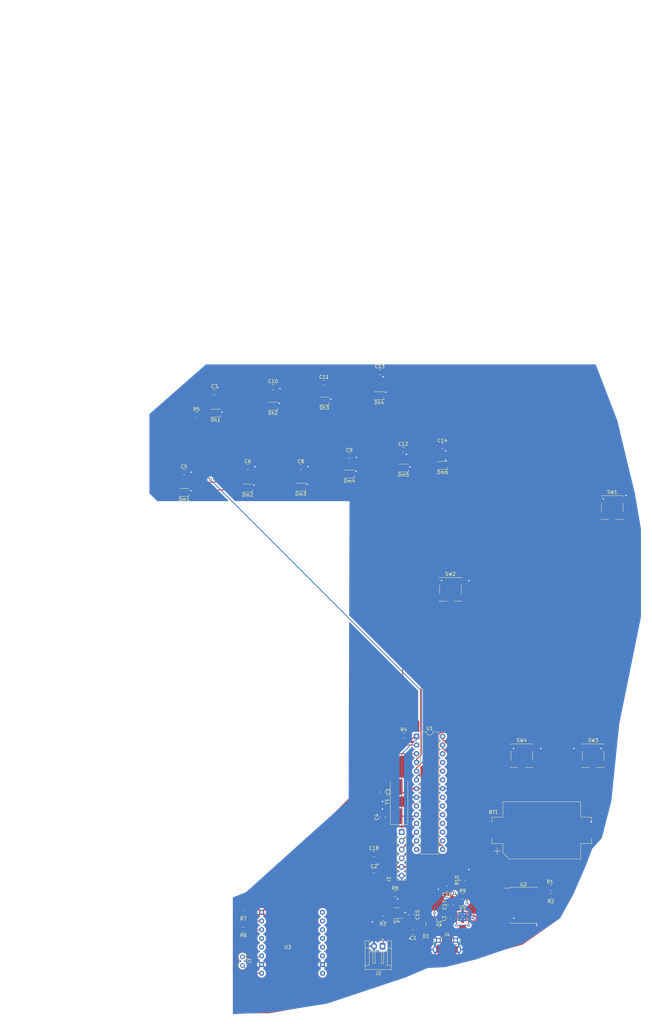
<source format=kicad_pcb>
(kicad_pcb (version 20211014) (generator pcbnew)
  (layers (0 "F.Cu" signal) (31 "B.Cu" signal) (34 "B.Paste" user) (35 "F.Paste" user) (36 "B.SilkS" user "B.Silkscreen") (37 "F.SilkS" user "F.Silkscreen") (38 "B.Mask" user) (39 "F.Mask" user) (44 "Edge.Cuts" user))
  (net 0 "")
  (net 1 "Net-(C1-Pad1)")
  (net 2 "GND")
  (net 3 "/5v")
  (net 4 "Net-(C3-Pad1)")
  (net 5 "Net-(C4-Pad1)")
  (net 6 "Net-(BT2-Pad1)")
  (net 7 "Net-(C16-Pad1)")
  (net 8 "Net-(C17-Pad1)")
  (net 9 "Net-(Dh1-Pad1)")
  (net 10 "Net-(Dh1-Pad4)")
  (net 11 "Net-(Dh2-Pad1)")
  (net 12 "Net-(Dh3-Pad1)")
  (net 13 "Net-(Dh4-Pad1)")
  (net 14 "Net-(Dm1-Pad1)")
  (net 15 "Net-(Dm2-Pad1)")
  (net 16 "Net-(Dm3-Pad1)")
  (net 17 "Net-(Dm4-Pad1)")
  (net 18 "Net-(Dm5-Pad1)")
  (net 20 "/RESET")
  (net 21 "/MOSI")
  (net 22 "/MISO")
  (net 23 "/SCK")
  (net 24 "Net-(J4-Pad2)")
  (net 25 "Net-(L1-Pad2)")
  (net 26 "/SCL")
  (net 27 "Net-(R1-Pad2)")
  (net 28 "/SDA")
  (net 29 "Net-(R2-Pad2)")
  (net 30 "Net-(R3-Pad1)")
  (net 31 "/NeoPixel_D")
  (net 32 "/MCU_TX")
  (net 33 "/MCU_RX")
  (net 34 "Net-(R10-Pad1)")
  (net 35 "/SW1")
  (net 36 "/SW2")
  (net 37 "/SW3")
  (net 38 "/SW4")
  (net 52 "Net-(BT1-Pad1)")
  (net 54 "Net-(R6-Pad1)")
  (net 55 "Net-(R7-Pad1)")
  (net 56 "Net-(J3-Pad1)")
  (net 59 "Net-(J3-Pad2)")
  (footprint "Resistor_SMD:R_0805_2012Metric" (layer "F.Cu") (at 111.8815 -30.988 180)
    (fp_text reference "R3")
    (fp_text value "2K")
  )
  (footprint "Resistor_SMD:R_0805_2012Metric" (layer "F.Cu") (at 135.128 -42.0605 90)
    (fp_text reference "R10")
    (fp_text value "180K")
  )
  (footprint "Connector_PinHeader_2.54mm:PinHeader_1x06_P2.54mm_Vertical" (layer "F.Cu") (at 117.348 -56.134)
    (fp_text reference "J1")
    (fp_text value "Conn_01x06_Female")
  )
  (footprint "Capacitor_SMD:C_0805_2012Metric" (layer "F.Cu") (at 109.22 -49.784)
    (fp_text reference "C18")
    (fp_text value "22uF")
  )
  (footprint "Package_SON:Texas_S-PVSON-N10_ThermalVias" (layer "F.Cu") (at 135.128 -31.496)
    (fp_text reference "U5")
    (fp_text value "TPS61200DRC")
  )
  (footprint "Resistor_SMD:R_0805_2012Metric" (layer "F.Cu") (at 57.404 -177.8)
    (fp_text reference "R5")
    (fp_text value "470")
  )
  (footprint "Package_DIP:DIP-28_W7.62mm" (layer "F.Cu") (at 121.676 -84.064)
    (fp_text reference "U1")
    (fp_text value "ATmega328-P")
  )
  (footprint "Resistor_SMD:R_0805_2012Metric" (layer "F.Cu") (at 160.8855 -37.592 180)
    (fp_text reference "R2")
    (fp_text value "10K")
  )
  (footprint "Capacitor_SMD:C_0805_2012Metric" (layer "F.Cu") (at 110.932 -190.246)
    (fp_text reference "C13")
    (fp_text value "0.1uF")
  )
  (footprint "LED_SMD:LED_WS2812B-2020_PLCC4_2.0x2.0mm" (layer "F.Cu") (at 79.756 -180.34 180)
    (fp_text reference "Dh2")
    (fp_text value "NeoPixel_THT")
  )
  (footprint "Connector_USB:USB_Micro-B_Molex-105017-0001" (layer "F.Cu") (at 130.556 -23.114)
    (fp_text reference "J4")
    (fp_text value "USB_B_Micro")
  )
  (footprint "Package_SO:SOIC-16W_7.5x10.3mm_P1.27mm" (layer "F.Cu") (at 152.908 -34.798)
    (fp_text reference "U2")
    (fp_text value "DS3231M")
  )
  (footprint "Capacitor_SMD:C_0805_2012Metric" (layer "F.Cu") (at 130.556 -39.624 180)
    (fp_text reference "C16")
    (fp_text value "4.7uF")
  )
  (footprint "Capacitor_SMD:C_0805_2012Metric" (layer "F.Cu") (at 117.79 -167.64)
    (fp_text reference "C12")
    (fp_text value "0.1uF")
  )
  (footprint "Arduino_Nano:DFPlayer_V2" (layer "F.Cu") (at 84.074 -32.746)
    (fp_text reference "U3")
    (fp_text value "DFR0299")
  )
  (footprint "Capacitor_SMD:C_0805_2012Metric" (layer "F.Cu") (at 102.042 -165.862)
    (fp_text reference "C9")
    (fp_text value "0.1uF")
  )
  (footprint "Capacitor_SMD:C_0805_2012Metric" (layer "F.Cu") (at 131.572 -34.864 90)
    (fp_text reference "C17")
    (fp_text value "1uF")
  )
  (footprint "Capacitor_SMD:C_0805_2012Metric" (layer "F.Cu") (at 79.756 -185.928)
    (fp_text reference "C10")
    (fp_text value "0.1uF")
  )
  (footprint "Button_Switch_SMD:SW_SPST_B3S-1100" (layer "F.Cu") (at 173.228 -77.47)
    (fp_text reference "SW3")
    (fp_text value "SW_Push")
  )
  (footprint "LED_SMD:LED_WS2812B-2020_PLCC4_2.0x2.0mm" (layer "F.Cu") (at 87.884 -156.718 180)
    (fp_text reference "Dm3")
    (fp_text value "NeoPixel_THT")
  )
  (footprint "Capacitor_SMD:C_0805_2012Metric" (layer "F.Cu") (at 72.39 -162.56)
    (fp_text reference "C6")
    (fp_text value "0.1uF")
  )
  (footprint "Resistor_SMD:R_0805_2012Metric" (layer "F.Cu") (at 135.128 -37.338)
    (fp_text reference "R9")
    (fp_text value "2M")
  )
  (footprint "LED_SMD:LED_WS2812B-2020_PLCC4_2.0x2.0mm" (layer "F.Cu") (at 102.108 -160.528 180)
    (fp_text reference "Dm4")
    (fp_text value "NeoPixel_THT")
  )
  (footprint "Capacitor_SMD:C_0805_2012Metric" (layer "F.Cu") (at 94.676 -187.198)
    (fp_text reference "C11")
    (fp_text value "0.1uF")
  )
  (footprint "Resistor_SMD:R_0805_2012Metric" (layer "F.Cu") (at 71.12 -27.666 180)
    (fp_text reference "R6")
    (fp_text value "1K")
  )
  (footprint "LED_SMD:LED_WS2812B-2020_PLCC4_2.0x2.0mm" (layer "F.Cu") (at 117.856 -162.306 180)
    (fp_text reference "Dm5")
    (fp_text value "NeoPixel_THT")
  )
  (footprint "LED_SMD:LED_WS2812B-2020_PLCC4_2.0x2.0mm" (layer "F.Cu") (at 72.39 -156.464 180)
    (fp_text reference "Dm2")
    (fp_text value "NeoPixel_THT")
  )
  (footprint "Inductor_SMD:L_0603_1608Metric" (layer "F.Cu") (at 131.064 -30.988 90)
    (fp_text reference "L1")
    (fp_text value "2.2uH")
  )
  (footprint "Capacitor_SMD:C_0805_2012Metric" (layer "F.Cu") (at 120.2635 -32.004 -90)
    (fp_text reference "C15")
    (fp_text value "4.7uF")
  )
  (footprint "Resistor_SMD:R_0805_2012Metric" (layer "F.Cu") (at 160.8855 -39.878 180)
    (fp_text reference "R1")
    (fp_text value "10K")
  )
  (footprint "Capacitor_SMD:C_0805_2012Metric" (layer "F.Cu") (at 53.782 -161.036)
    (fp_text reference "C5")
    (fp_text value "0.1uF")
  )
  (footprint "Package_TO_SOT_SMD:SOT-23-5" (layer "F.Cu") (at 115.824 -32.512 180)
    (fp_text reference "U4")
    (fp_text value "MCP73831-2-OT")
  )
  (footprint "Capacitor_SMD:C_0805_2012Metric" (layer "F.Cu") (at 87.884 -162.56)
    (fp_text reference "C8")
    (fp_text value "0.1uF")
  )
  (footprint "Capacitor_SMD:C_0805_2012Metric" (layer "F.Cu") (at 109.22 -44.958)
    (fp_text reference "C2")
    (fp_text value "0.1uF")
  )
  (footprint "Capacitor_SMD:C_0805_2012Metric" (layer "F.Cu") (at 129.22 -168.656)
    (fp_text reference "C14")
    (fp_text value "0.1uF")
  )
  (footprint "Capacitor_SMD:C_0805_2012Metric" (layer "F.Cu") (at 62.672 -184.404)
    (fp_text reference "C7")
    (fp_text value "0.1uF")
  )
  (footprint "LED_SMD:LED_WS2812B-2020_PLCC4_2.0x2.0mm" (layer "F.Cu") (at 53.848 -155.194 180)
    (fp_text reference "Dm1")
    (fp_text value "NeoPixel_THT")
  )
  (footprint "Diode_SMD:D_0402_1005Metric" (layer "F.Cu") (at 124.46 -24.638)
    (fp_text reference "D1")
    (fp_text value "D_Schottky" hide)
  )
  (footprint "Button_Switch_SMD:SW_SPST_B3S-1100" (layer "F.Cu") (at 178.816 -149.86)
    (fp_text reference "SW1")
    (fp_text value "SW_Push")
  )
  (footprint "Button_Switch_SMD:SW_SPST_B3S-1100" (layer "F.Cu") (at 152.4 -77.47)
    (fp_text reference "SW4")
    (fp_text value "SW_Push")
  )
  (footprint "Connector_JST:JST_EH_S2B-EH_1x02_P2.50mm_Horizontal" (layer "F.Cu") (at 111.76 -22.8525 180)
    (fp_text reference "J2")
    (fp_text value "Conn_01x02")
  )
  (footprint "Resistor_SMD:R_0805_2012Metric" (layer "F.Cu") (at 115.4195 -38.1)
    (fp_text reference "R8")
    (fp_text value "10K")
  )
  (footprint "Button_Switch_SMD:SW_SPST_B3S-1100" (layer "F.Cu") (at 131.572 -125.984)
    (fp_text reference "SW2")
    (fp_text value "SW_Push")
  )
  (footprint "TestPoint:TestPoint_2Pads_Pitch2.54mm_Drill0.8mm" (layer "F.Cu") (at 70.866 -19.792 -90)
    (fp_text reference "J3")
    (fp_text value "Conn_01x02")
  )
  (footprint "LED_SMD:LED_WS2812B-2020_PLCC4_2.0x2.0mm" (layer "F.Cu") (at 94.742 -181.864 180)
    (fp_text reference "Dh3")
    (fp_text value "NeoPixel_THT")
  )
  (footprint "Battery:BatteryHolder_Keystone_1060_1x2032" (layer "F.Cu") (at 158.242 -56.642)
    (fp_text reference "BT1")
    (fp_text value "Battery_Cell")
  )
  (footprint "Package_TO_SOT_SMD:SOT-23" (layer "F.Cu") (at 125.984 -29.464 -90)
    (fp_text reference "Q1")
    (fp_text value "Q_PMOS_DSG")
  )
  (footprint "Capacitor_SMD:C_0805_2012Metric" (layer "F.Cu") (at 111.76 -67.818 -90)
    (fp_text reference "C3")
    (fp_text value "22pF")
  )
  (footprint "Resistor_SMD:R_0805_2012Metric" (layer "F.Cu") (at 71.12 -32.512 180)
    (fp_text reference "R7")
    (fp_text value "1K")
  )
  (footprint "Capacitor_SMD:C_0805_2012Metric" (layer "F.Cu") (at 120.716 -26.924 180)
    (fp_text reference "C1")
    (fp_text value "4.7uF")
  )
  (footprint "LED_SMD:LED_WS2812B-2020_PLCC4_2.0x2.0mm" (layer "F.Cu") (at 62.992 -178.308 180)
    (fp_text reference "Dh1")
    (fp_text value "NeoPixel_THT")
  )
  (footprint "Capacitor_SMD:C_0805_2012Metric" (layer "F.Cu") (at 111.76 -60.518 90)
    (fp_text reference "C4")
    (fp_text value "22pF")
  )
  (footprint "LED_SMD:LED_WS2812B-2020_PLCC4_2.0x2.0mm" (layer "F.Cu") (at 129.286 -163.068 180)
    (fp_text reference "Dm6")
    (fp_text value "NeoPixel_THT")
  )
  (footprint "Crystal:Crystal_SMD_HC49-SD" (layer "F.Cu") (at 116.586 -65.024 90)
    (fp_text reference "Y1")
    (fp_text value "16Mhz")
  )
  (footprint "LED_SMD:LED_WS2812B-2020_PLCC4_2.0x2.0mm" (layer "F.Cu") (at 110.744 -183.388 180)
    (fp_text reference "Dh4")
    (fp_text value "NeoPixel_THT")
  )
  (footprint "Resistor_SMD:R_0805_2012Metric" (layer "F.Cu") (at 117.9595 -84.328)
    (fp_text reference "R4")
    (fp_text value "10K")
  )
  (gr_line (start 91.407054 -271.564954) (end 92.031492 -271.52908) (layer "F.SilkS") (width 0.001))
  (gr_line (start 112.320607 -222.438292) (end 109.951436 -222.368331) (layer "F.SilkS") (width 0.001))
  (gr_arc (start 139.781663 -67.587389) (mid 139.802888 -67.707493) (end 139.84029 -67.823582) (layer "F.SilkS") (width 0.001))
  (gr_line (start 164.796528 -146.181095) (end 165.05223 -145.9865) (layer "F.SilkS") (width 0.001))
  (gr_line (start 175.364372 -45.730929) (end 175.266672 -45.195172) (layer "F.SilkS") (width 0.001))
  (gr_arc (start 139.003478 -148.591256) (mid 139.09678 -148.669765) (end 139.195494 -148.74135) (layer "F.SilkS") (width 0.001))
  (gr_line (start 170.363785 -106.836122) (end 170.299853 -106.44909) (layer "F.SilkS") (width 0.001))
  (gr_line (start 163.400509 -77.23082) (end 163.60682 -78.113251) (layer "F.SilkS") (width 0.001))
  (gr_arc (start 135.058506 -241.816929) (mid 134.218539 -241.715583) (end 133.374561 -241.656281) (layer "F.SilkS") (width 0.001))
  (gr_line (start 142.42234 -243.701229) (end 142.861602 -243.823958) (layer "F.SilkS") (width 0.001))
  (gr_arc (start 160.726065 -153.842219) (mid 161.077146 -153.644564) (end 161.417378 -153.428769) (layer "F.SilkS") (width 0.001))
  (gr_arc (start 140.323062 -109.604143) (mid 140.400016 -109.400111) (end 140.45165 -109.18825) (layer "F.SilkS") (width 0.001))
  (gr_arc (start 142.873951 -108.124669) (mid 142.639979 -108.471766) (end 142.431607 -108.834809) (layer "F.SilkS") (width 0.001))
  (gr_line (start 143.44589 -50.8635) (end 143.760171 -49.461729) (layer "F.SilkS") (width 0.001))
  (gr_arc (start 103.554602 -278.275995) (mid 103.803879 -278.124736) (end 104.038899 -277.952155) (layer "F.SilkS") (width 0.001))
  (gr_line (start 172.287914 -31.252104) (end 172.472135 -31.529965) (layer "F.SilkS") (width 0.001))
  (gr_line (start 158.81409 -152.146827) (end 159.003573 -152.040082) (layer "F.SilkS") (width 0.001))
  (gr_line (start 175.315707 -121.353707) (end 175.32409 -121.128204) (layer "F.SilkS") (width 0.001))
  (gr_arc (start 103.295246 -158.470617) (mid 103.149784 -158.428751) (end 103.002526 -158.39372) (layer "F.SilkS") (width 0.0005))
  (gr_line (start 173.755695 -34.53136) (end 173.889582 -34.819672) (layer "F.SilkS") (width 0.001))
  (gr_arc (start 72.612804 -159.012357) (mid 72.584762 -159.09296) (end 72.576931 -159.177941) (layer "F.SilkS") (width 0.0005))
  (gr_line (start 138.482124 -34.509698) (end 138.681335 -33.998252) (layer "F.SilkS") (width 0.001))
  (gr_arc (start 85.736619 -157.261537) (mid 85.687752 -157.311959) (end 85.641654 -157.364924) (layer "F.SilkS") (width 0.0005))
  (gr_arc (start 175.580996 -120.407608) (mid 175.496869 -120.514652) (end 175.425924 -120.630853) (layer "F.SilkS") (width 0.001))
  (gr_line (start 165.117953 -27.108906) (end 164.760468 -26.905965) (layer "F.SilkS") (width 0.001))
  (gr_arc (start 135.044557 -258.269839) (mid 135.150474 -258.390364) (end 135.292187 -258.465606) (layer "F.SilkS") (width 0.001))
  (gr_line (start 176.21574 -51.353075) (end 176.057238 -49.983843) (layer "F.SilkS") (width 0.001))
  (gr_line (start 104.101354 -158.755114) (end 104.41216 -158.89072) (layer "F.SilkS") (width 0.0005))
  (gr_line (start 111.059236 -185.498361) (end 110.996996 -185.207889) (layer "F.SilkS") (width 0.0005))
  (gr_arc (start 121.443442 -222.55021) (mid 121.932746 -222.543462) (end 122.421201 -222.513874) (layer "F.SilkS") (width 0.001))
  (gr_line (start 119.037751 -163.410772) (end 119.108116 -163.374866) (layer "F.SilkS") (width 0.0005))
  (gr_arc (start 55.147898 -250.937053) (mid 55.199321 -251.050387) (end 55.276174 -251.148278) (layer "F.SilkS") (width 0.001))
  (gr_line (start 166.659263 -88.262703) (end 166.834304 -89.027) (layer "F.SilkS") (width 0.001))
  (gr_line (start 80.157092 -219.327321) (end 82.330343 -219.49418) (layer "F.SilkS") (width 0.001))
  (gr_line (start 138.387 -136.336329) (end 138.269147 -136.6152) (layer "F.SilkS") (width 0.001))
  (gr_line (start 134.86307 -144.864877) (end 134.817234 -145.149269) (layer "F.SilkS") (width 0.001))
  (gr_line (start 71.466543 -159.564937) (end 71.140993 -159.199317) (layer "F.SilkS") (width 0.0005))
  (gr_arc (start 63.048537 -175.792701) (mid 62.888193 -175.807413) (end 62.730433 -175.839637) (layer "F.SilkS") (width 0.0005))
  (gr_arc (start 94.908924 -183.304497) (mid 94.92808 -183.360272) (end 94.955227 -183.412625) (layer "F.SilkS") (width 0.0005))
  (gr_arc (start 81.066365 -274.805033) (mid 80.989713 -274.784174) (end 80.910585 -274.777155) (layer "F.SilkS") (width 0.001))
  (gr_line (start 172.949551 -32.260889) (end 173.062498 -32.471129) (layer "F.SilkS") (width 0.001))
  (gr_arc (start 108.384245 -182.839221) (mid 108.376868 -183.258063) (end 108.393875 -183.676624) (layer "F.SilkS") (width 0.0005))
  (gr_arc (start 87.667276 -158.584041) (mid 87.673564 -158.628137) (end 87.691926 -158.668718) (layer "F.SilkS") (width 0.0005))
  (gr_arc (start 82.836936 -221.103409) (mid 83.083936 -221.139401) (end 83.332406 -221.163203) (layer "F.SilkS") (width 0.001))
  (gr_line (start 95.769236 -180.113632) (end 95.554845 -180.012185) (layer "F.SilkS") (width 0.0005))
  (gr_line (start 178.090368 -49.031019) (end 178.138348 -49.319166) (layer "F.SilkS") (width 0.001))
  (gr_arc (start 80.367283 -180.91136) (mid 80.293319 -180.945996) (end 80.228992 -180.996314) (layer "F.SilkS") (width 0.0005))
  (gr_line (start 172.225083 -64.233286) (end 172.871322 -63.778755) (layer "F.SilkS") (width 0.001))
  (gr_line (start 128.960526 -248.965904) (end 128.792371 -248.740988) (layer "F.SilkS") (width 0.001))
  (gr_line (start 110.930065 -240.740211) (end 111.087458 -239.23966) (layer "F.SilkS") (width 0.001))
  (gr_arc (start 140.550766 -167.182338) (mid 140.482952 -167.272374) (end 140.428902 -167.371286) (layer "F.SilkS") (width 0.001))
  (gr_arc (start 108.770816 -185.011816) (mid 108.983203 -185.399775) (end 109.21516 -185.776359) (layer "F.SilkS") (width 0.0005))
  (gr_line (start 147.692181 -150.970563) (end 147.880115 -150.634163) (layer "F.SilkS") (width 0.001))
  (gr_line (start 144.113426 -165.854098) (end 144.331893 -165.639694) (layer "F.SilkS") (width 0.001))
  (gr_arc (start 170.974208 -102.310655) (mid 170.84198 -101.983847) (end 170.689799 -101.665839) (layer "F.SilkS") (width 0.001))
  (gr_line (start 74.198213 -154.732441) (end 74.319304 -155.046118) (layer "F.SilkS") (width 0.0005))
  (gr_line (start 137.933103 -108.717816) (end 137.875662 -108.331) (layer "F.SilkS") (width 0.001))
  (gr_arc (start 159.590065 -74.864255) (mid 159.58417 -74.924736) (end 159.598503 -74.983791) (layer "F.SilkS") (width 0.001))
  (gr_arc (start 143.273438 -122.777324) (mid 143.216779 -122.829266) (end 143.177045 -122.895061) (layer "F.SilkS") (width 0.001))
  (gr_line (start 172.621251 -136.222933) (end 172.647842 -135.451325) (layer "F.SilkS") (width 0.001))
  (gr_arc (start 162.55144 -71.151007) (mid 162.516735 -71.061276) (end 162.475629 -70.974291) (layer "F.SilkS") (width 0.001))
  (gr_arc (start 150.943801 -151.055913) (mid 151.009824 -150.958223) (end 151.04099 -150.84451) (layer "F.SilkS") (width 0.001))
  (gr_line (start 145.088098 -93.675689) (end 145.032702 -95.479276) (layer "F.SilkS") (width 0.001))
  (gr_line (start 174.752352 -37.002698) (end 174.949274 -37.423923) (layer "F.SilkS") (width 0.001))
  (gr_arc (start 62.009981 -176.925536) (mid 61.909457 -177.031212) (end 61.81631 -177.143445) (layer "F.SilkS") (width 0.0005))
  (gr_arc (start 142.888113 -87.503) (mid 142.869656 -87.47099) (end 142.837642 -87.452513) (layer "F.SilkS") (width 0.001))
  (gr_arc (start 138.481511 -102.329343) (mid 138.442555 -102.088048) (end 138.393091 -101.848686) (layer "F.SilkS") (width 0.001))
  (gr_line (start 59.069578 -241.552706) (end 59.419573 -240.061178) (layer "F.SilkS") (width 0.001))
  (gr_arc (start 169.73609 -104.637558) (mid 169.73959 -104.686705) (end 169.750041 -104.734855) (layer "F.SilkS") (width 0.001))
  (gr_line (start 128.792371 -248.740988) (end 128.629336 -248.491151) (layer "F.SilkS") (width 0.001))
  (gr_arc (start 102.583226 -162.273835) (mid 102.677673 -162.255619) (end 102.758533 -162.203535) (layer "F.SilkS") (width 0.0005))
  (gr_line (start 174.781518 -124.813291) (end 174.937339 -123.825) (layer "F.SilkS") (width 0.001))
  (gr_line (start 170.085209 -143.541584) (end 170.234415 -143.198778) (layer "F.SilkS") (width 0.001))
  (gr_line (start 165.228717 -24.946253) (end 166.35757 -25.591986) (layer "F.SilkS") (width 0.001))
  (gr_line (start 53.668479 -152.636805) (end 53.999101 -152.629538) (layer "F.SilkS") (width 0.0005))
  (gr_line (start 139.231081 -162.848194) (end 139.464898 -162.502756) (layer "F.SilkS") (width 0.001))
  (gr_arc (start 117.968867 -160.409511) (mid 117.984494 -160.416493) (end 118.001265 -160.419906) (layer "F.SilkS") (width 0.0005))
  (gr_line (start 173.648537 -34.288087) (end 173.755695 -34.53136) (layer "F.SilkS") (width 0.001))
  (gr_line (start 73.193953 -219.820259) (end 73.362797 -219.774924) (layer "F.SilkS") (width 0.001))
  (gr_line (start 81.797733 -275.078619) (end 81.066365 -274.805033) (layer "F.SilkS") (width 0.001))
  (gr_arc (start 116.531148 -243.153211) (mid 116.623035 -243.150774) (end 116.714663 -243.143467) (layer "F.SilkS") (width 0.001))
  (gr_arc (start 180.26654 -70.945175) (mid 180.231006 -70.945632) (end 180.19573 -70.949928) (layer "F.SilkS") (width 0.001))
  (gr_arc (start 134.300358 -146.982029) (mid 134.343953 -146.958659) (end 134.377518 -146.922337) (layer "F.SilkS") (width 0.001))
  (gr_line (start 169.658764 -68.518026) (end 169.152455 -68.936277) (layer "F.SilkS") (width 0.001))
  (gr_arc (start 161.446252 -133.604669) (mid 161.343169 -133.556871) (end 161.230732 -133.5405) (layer "F.SilkS") (width 0.001))
  (gr_line (start 61.640394 -180.038007) (end 61.685907 -180.132958) (layer "F.SilkS") (width 0.0005))
  (gr_line (start 81.094314 -220.962701) (end 77.768327 -221.040298) (layer "F.SilkS") (width 0.001))
  (gr_arc (start 165.467856 -144.051157) (mid 165.43228 -144.134439) (end 165.401162 -144.219487) (layer "F.SilkS") (width 0.001))
  (gr_line (start 61.433251 -239.619705) (end 61.286235 -240.442178) (layer "F.SilkS") (width 0.001))
  (gr_arc (start 164.099451 -147.023069) (mid 164.135768 -146.924376) (end 164.14809 -146.81994) (layer "F.SilkS") (width 0.001))
  (gr_line (start 157.66468 -128.252141) (end 157.169381 -127.8255) (layer "F.SilkS") (width 0.001))
  (gr_line (start 143.097691 -56.578103) (end 142.935265 -57.065265) (layer "F.SilkS") (width 0.001))
  (gr_line (start 111.396786 -187.721193) (end 111.24545 -187.698844) (layer "F.SilkS") (width 0.0005))
  (gr_arc (start 61.026464 -177.031268) (mid 60.952924 -177.154275) (end 60.902212 -177.288316) (layer "F.SilkS") (width 0.0005))
  (gr_line (start 79.306066 -181.65721) (end 79.388928 -181.608459) (layer "F.SilkS") (width 0.0005))
  (gr_line (start 112.078 -241.781287) (end 112.159875 -242.398488) (layer "F.SilkS") (width 0.001))
  (gr_arc (start 100.994654 -159.896383) (mid 100.977699 -159.870749) (end 100.948618 -159.860835) (layer "F.SilkS") (width 0.0005))
  (gr_line (start 144.899292 -96.949471) (end 144.738018 -98.341965) (layer "F.SilkS") (width 0.001))
  (gr_arc (start 87.802148 -158.375979) (mid 87.782642 -158.364725) (end 87.762104 -158.355488) (layer "F.SilkS") (width 0.0005))
  (gr_arc (start 140.174523 -69.473606) (mid 140.136818 -69.411569) (end 140.085341 -69.360376) (layer "F.SilkS") (width 0.001))
  (gr_arc (start 144.958872 -165.221049) (mid 144.967964 -165.200358) (end 144.97109 -165.177971) (layer "F.SilkS") (width 0.001))
  (gr_line (start 172.996482 -131.158751) (end 173.088615 -130.847817) (layer "F.SilkS") (width 0.001))
  (gr_arc (start 148.10939 -163.358681) (mid 148.244129 -163.281208) (end 148.374253 -163.196212) (layer "F.SilkS") (width 0.001))
  (gr_arc (start 173.16509 -32.755981) (mid 173.159963 -32.703682) (end 173.144788 -32.65337) (layer "F.SilkS") (width 0.001))
  (gr_line (start 136.970907 -104.3305) (end 136.916633 -104.14747) (layer "F.SilkS") (width 0.001))
  (gr_arc (start 101.305919 -161.95209) (mid 101.336307 -161.982408) (end 101.368623 -162.010662) (layer "F.SilkS") (width 0.0005))
  (gr_arc (start 134.418521 -146.809864) (mid 134.427194 -146.7127) (end 134.43009 -146.615193) (layer "F.SilkS") (width 0.001))
  (gr_arc (start 51.401333 -155.016336) (mid 51.366131 -155.084037) (end 51.335373 -155.153869) (layer "F.SilkS") (width 0.0005))
  (gr_arc (start 167.452783 -127.062236) (mid 167.475772 -127.221827) (end 167.507683 -127.379877) (layer "F.SilkS") (width 0.001))
  (gr_arc (start 129.66237 -249.858673) (mid 129.41513 -249.467388) (end 129.105692 -249.12318) (layer "F.SilkS") (width 0.001))
  (gr_arc (start 70.735035 -154.097863) (mid 70.554652 -154.286696) (end 70.399669 -154.496878) (layer "F.SilkS") (width 0.0005))
  (gr_arc (start 85.163933 -270.838003) (mid 85.588007 -271.035248) (end 86.028132 -271.193472) (layer "F.SilkS") (width 0.001))
  (gr_line (start 174.117731 -115.052627) (end 173.848009 -114.617527) (layer "F.SilkS") (width 0.001))
  (gr_arc (start 164.278826 -146.4945) (mid 164.251098 -146.500747) (end 164.228766 -146.518321) (layer "F.SilkS") (width 0.001))
  (gr_line (start 171.83895 -130.475951) (end 172.140854 -130.937525) (layer "F.SilkS") (width 0.001))
  (gr_arc (start 101.772934 -266.528065) (mid 101.410803 -266.297889) (end 101.033154 -266.094172) (layer "F.SilkS") (width 0.001))
  (gr_line (start 161.167613 -77.440972) (end 161.087027 -77.107881) (layer "F.SilkS") (width 0.001))
  (gr_arc (start 162.589313 -71.429773) (mid 162.59791 -71.37176) (end 162.593833 -71.313253) (layer "F.SilkS") (width 0.001))
  (gr_arc (start 178.956645 -57.903851) (mid 178.954072 -57.814194) (end 178.947545 -57.724738) (layer "F.SilkS") (width 0.001))
  (gr_line (start 127.313373 -164.761384) (end 127.119516 -164.588512) (layer "F.SilkS") (width 0.0005))
  (gr_arc (start 84.729046 -274.589582) (mid 84.629527 -274.544088) (end 84.526883 -274.506169) (layer "F.SilkS") (width 0.001))
  (gr_line (start 72.295936 -221.734339) (end 71.897314 -221.808521) (layer "F.SilkS") (width 0.001))
  (gr_arc (start 167.926076 -149.236501) (mid 168.090344 -149.215274) (end 168.230458 -149.126934) (layer "F.SilkS") (width 0.001))
  (gr_line (start 165.103349 -90.597579) (end 165.052019 -90.24045) (layer "F.SilkS") (width 0.001))
  (gr_arc (start 138.720767 -68.570749) (mid 138.792598 -68.692029) (end 138.888593 -68.795245) (layer "F.SilkS") (width 0.001))
  (gr_arc (start 127.441549 -163.785141) (mid 127.500688 -163.843907) (end 127.562452 -163.899908) (layer "F.SilkS") (width 0.0005))
  (gr_line (start 51.289785 -155.416878) (end 51.300591 -155.605643) (layer "F.SilkS") (width 0.0005))
  (gr_arc (start 81.187856 -272.809513) (mid 81.169711 -272.723739) (end 81.147643 -272.638889) (layer "F.SilkS") (width 0.001))
  (gr_line (start 86.888849 -275.502156) (end 87.248984 -275.652393) (layer "F.SilkS") (width 0.001))
  (gr_arc (start 135.950149 -170.493559) (mid 136.03715 -170.567909) (end 136.134672 -170.627799) (layer "F.SilkS") (width 0.001))
  (gr_arc (start 164.541107 -150.413584) (mid 164.435981 -150.456038) (end 164.338234 -150.513476) (layer "F.SilkS") (width 0.001))
  (gr_line (start 143.760716 -17.688068) (end 143.44709 -17.547262) (layer "F.SilkS") (width 0.001))
  (gr_line (start 168.562835 -69.405339) (end 167.983554 -69.852378) (layer "F.SilkS") (width 0.001))
  (gr_line (start 89.949888 -266.82948) (end 89.290931 -267.006479) (layer "F.SilkS") (width 0.001))
  (gr_line (start 174.5678 -125.861373) (end 174.781518 -124.813291) (layer "F.SilkS") (width 0.001))
  (gr_arc (start 55.424892 -157.267245) (mid 55.388613 -157.243522) (end 55.345295 -157.242157) (layer "F.SilkS") (width 0.0005))
  (gr_arc (start 94.242701 -183.727321) (mid 94.258187 -183.728026) (end 94.273516 -183.72573) (layer "F.SilkS") (width 0.0005))
  (gr_arc (start 148.840213 -162.760673) (mid 148.794398 -162.800179) (end 148.754609 -162.84575) (layer "F.SilkS") (width 0.001))
  (gr_line (start 85.646313 -157.963364) (end 86.091023 -158.509515) (layer "F.SilkS") (width 0.0005))
  (gr_line (start 107.709479 -220.711877) (end 108.686219 -220.762723) (layer "F.SilkS") (width 0.001))
  (gr_arc (start 88.343853 -158.913169) (mid 88.332269 -158.919018) (end 88.32203 -158.926988) (layer "F.SilkS") (width 0.0005))
  (gr_arc (start 55.344331 -251.206628) (mid 55.38279 -251.232704) (end 55.422978 -251.256029) (layer "F.SilkS") (width 0.001))
  (gr_line (start 142.036371 -110.294114) (end 141.994131 -110.552489) (layer "F.SilkS") (width 0.001))
  (gr_line (start 89.290931 -267.006479) (end 88.562948 -267.179101) (layer "F.SilkS") (width 0.001))
  (gr_line (start 127.564377 -258.203977) (end 127.136125 -257.371176) (layer "F.SilkS") (width 0.001))
  (gr_line (start 112.485143 -182.592355) (end 112.35761 -182.355645) (layer "F.SilkS") (width 0.0005))
  (gr_arc (start 149.268101 -143.756154) (mid 149.23762 -143.805357) (end 149.215626 -143.858895) (layer "F.SilkS") (width 0.001))
  (gr_line (start 103.582623 -275.190174) (end 103.730838 -275.293615) (layer "F.SilkS") (width 0.001))
  (gr_line (start 94.330436 -220.20832) (end 95.177028 -220.258202) (layer "F.SilkS") (width 0.001))
  (gr_arc (start 138.586739 -135.57763) (mid 138.517531 -135.784578) (end 138.49409 -136.00153) (layer "F.SilkS") (width 0.001))
  (gr_line (start 72.650684 -159.535931) (end 73.115247 -159.876284) (layer "F.SilkS") (width 0.0005))
  (gr_arc (start 73.765442 -157.166843) (mid 73.784636 -157.029315) (end 73.79486 -156.890831) (layer "F.SilkS") (width 0.0005))
  (gr_line (start 140.716005 -107.516314) (end 140.811525 -106.706603) (layer "F.SilkS") (width 0.001))
  (gr_line (start 81.843441 -270.737202) (end 82.150322 -270.767103) (layer "F.SilkS") (width 0.001))
  (gr_arc (start 109.172074 -184.261138) (mid 109.210951 -184.40584) (end 109.262976 -184.546351) (layer "F.SilkS") (width 0.0005))
  (gr_line (start 172.902718 -131.430935) (end 172.996482 -131.158751) (layer "F.SilkS") (width 0.001))
  (gr_arc (start 101.26358 -270.816537) (mid 101.321631 -270.832512) (end 101.38177 -270.829686) (layer "F.SilkS") (width 0.001))
  (gr_arc (start 157.805345 -156.972) (mid 157.899805 -156.851713) (end 157.981226 -156.722243) (layer "F.SilkS") (width 0.001))
  (gr_arc (start 134.97901 -144.336018) (mid 134.909305 -144.597875) (end 134.86307 -144.864877) (layer "F.SilkS") (width 0.001))
  (gr_arc (start 78.94394 -181.689948) (mid 78.981701 -181.726495) (end 79.028726 -181.749952) (layer "F.SilkS") (width 0.0005))
  (gr_line (start 124.469161 -267.776024) (end 125.157334 -267.796344) (layer "F.SilkS") (width 0.001))
  (gr_line (start 141.404436 -87.306345) (end 141.052526 -87.25135) (layer "F.SilkS") (width 0.001))
  (gr_line (start 144.110189 -246.432686) (end 143.95235 -246.339594) (layer "F.SilkS") (width 0.001))
  (gr_line (start 160.90959 -75.565) (end 160.406725 -75.565) (layer "F.SilkS") (width 0.001))
  (gr_line (start 175.034669 -43.717824) (end 174.975221 -43.467158) (layer "F.SilkS") (width 0.001))
  (gr_arc (start 172.136217 -31.022697) (mid 172.06439 -30.919537) (end 171.987544 -30.820061) (layer "F.SilkS") (width 0.001))
  (gr_arc (start 133.093571 -154.727992) (mid 133.160638 -154.69426) (end 133.22267 -154.651977) (layer "F.SilkS") (width 0.001))
  (gr_arc (start 169.829489 -147.060719) (mid 169.919561 -146.963999) (end 170.004651 -146.862869) (layer "F.SilkS") (width 0.001))
  (gr_line (start 143.255684 -51.75271) (end 143.44589 -50.8635) (layer "F.SilkS") (width 0.001))
  (gr_line (start 159.471873 -130.373648) (end 159.178998 -130.006229) (layer "F.SilkS") (width 0.001))
  (gr_line (start 92.17459 -220.05292) (end 94.330436 -220.20832) (layer "F.SilkS") (width 0.001))
  (gr_arc (start 70.123053 -157.131599) (mid 70.169797 -157.311024) (end 70.228907 -157.486763) (layer "F.SilkS") (width 0.0005))
  (gr_arc (start 112.561129 -240.198861) (mid 112.488615 -240.266471) (end 112.429117 -240.345779) (layer "F.SilkS") (width 0.001))
  (gr_arc (start 74.949007 -160.987444) (mid 74.996239 -160.992294) (end 75.043255 -160.985654) (layer "F.SilkS") (width 0.0005))
  (gr_line (start 124.419146 -263.480336) (end 123.868846 -263.632876) (layer "F.SilkS") (width 0.001))
  (gr_line (start 140.071788 -165.259997) (end 139.707833 -165.777479) (layer "F.SilkS") (width 0.001))
  (gr_line (start 143.95235 -246.339594) (end 143.771341 -246.21232) (layer "F.SilkS") (width 0.001))
  (gr_arc (start 118.673692 -160.457756) (mid 118.541047 -160.445918) (end 118.407976 -160.440717) (layer "F.SilkS") (width 0.0005))
  (gr_line (start 84.221721 -156.185771) (end 84.25505 -156.022594) (layer "F.SilkS") (width 0.0005))
  (gr_line (start 111.434616 -186.57483) (end 111.330459 -186.250396) (layer "F.SilkS") (width 0.0005))
  (gr_arc (start 144.540019 -169.34509) (mid 144.499375 -169.379245) (end 144.46309 -169.418) (layer "F.SilkS") (width 0.001))
  (gr_arc (start 178.196074 -49.556426) (mid 178.219837 -49.616085) (end 178.255471 -49.669509) (layer "F.SilkS") (width 0.001))
  (gr_arc (start 123.591915 -249.512565) (mid 123.506327 -249.879091) (end 123.462868 -250.25296) (layer "F.SilkS") (width 0.001))
  (gr_arc (start 103.775752 -268.915593) (mid 103.744203 -268.786922) (end 103.696326 -268.663394) (layer "F.SilkS") (width 0.001))
  (gr_arc (start 81.187856 -272.809513) (mid 81.218246 -272.935656) (end 81.261332 -273.058045) (layer "F.SilkS") (width 0.001))
  (gr_arc (start 57.16104 -154.082335) (mid 57.046522 -153.915463) (end 56.919168 -153.758169) (layer "F.SilkS") (width 0.0005))
  (gr_arc (start 100.487416 -268.769596) (mid 100.586388 -268.774617) (end 100.685444 -268.771675) (layer "F.SilkS") (width 0.001))
  (gr_line (start 118.996239 -241.804343) (end 118.675424 -241.786363) (layer "F.SilkS") (width 0.001))
  (gr_arc (start 168.678665 -30.046194) (mid 168.426829 -29.747059) (end 168.161392 -29.459925) (layer "F.SilkS") (width 0.001))
  (gr_line (start 117.602728 -265.889062) (end 117.992075 -265.926027) (layer "F.SilkS") (width 0.001))
  (gr_arc (start 136.089102 -243.515568) (mid 135.724584 -243.45402) (end 135.357426 -243.410937) (layer "F.SilkS") (width 0.001))
  (gr_arc (start 137.127952 -70.265633) (mid 137.459635 -69.726918) (end 137.752226 -69.16601) (layer "F.SilkS") (width 0.001))
  (gr_line (start 142.393373 -87.37719) (end 142.102991 -87.363008) (layer "F.SilkS") (width 0.001))
  (gr_line (start 147.119759 -156.346529) (end 146.461825 -156.987615) (layer "F.SilkS") (width 0.001))
  (gr_arc (start 90.19331 -158.303655) (mid 90.199232 -158.291457) (end 90.20226 -158.278241) (layer "F.SilkS") (width 0.0005))
  (gr_line (start 59.623115 -239.063831) (end 59.706542 -238.530577) (layer "F.SilkS") (width 0.001))
  (gr_arc (start 139.767867 -67.219914) (mid 139.76842 -67.40389) (end 139.781663 -67.587389) (layer "F.SilkS") (width 0.001))
  (gr_arc (start 156.473472 -158.789698) (mid 156.648674 -158.629342) (end 156.805785 -158.451224) (layer "F.SilkS") (width 0.001))
  (gr_line (start 119.108116 -163.374866) (end 119.191211 -163.32869) (layer "F.SilkS") (width 0.0005))
  (gr_arc (start 171.134926 -30.054268) (mid 171.189563 -30.11923) (end 171.248166 -30.180638) (layer "F.SilkS") (width 0.001))
  (gr_line (start 119.818366 -163.653036) (end 119.611636 -163.705679) (layer "F.SilkS") (width 0.0005))
  (gr_line (start 133.017264 -143.537863) (end 133.117061 -143.344834) (layer "F.SilkS") (width 0.001))
  (gr_line (start 95.727087 -279.323806) (end 95.26669 -279.376667) (layer "F.SilkS") (width 0.001))
  (gr_arc (start 126.821109 -165.042138) (mid 126.801583 -165.026584) (end 126.780063 -165.013932) (layer "F.SilkS") (width 0.0005))
  (gr_line (start 64.859523 -178.714292) (end 64.881515 -178.549718) (layer "F.SilkS") (width 0.0005))
  (gr_line (start 144.487272 -17.98965) (end 144.126937 -17.843527) (layer "F.SilkS") (width 0.001))
  (gr_arc (start 171.058008 -29.932986) (mid 171.093351 -29.995603) (end 171.134926 -30.054268) (layer "F.SilkS") (width 0.001))
  (gr_line (start 89.297499 -276.369456) (end 89.718764 -276.518909) (layer "F.SilkS") (width 0.001))
  (gr_line (start 133.75066 -254.154784) (end 133.783162 -254.392514) (layer "F.SilkS") (width 0.001))
  (gr_line (start 131.732411 -269.003645) (end 131.607991 -269.080044) (layer "F.SilkS") (width 0.001))
  (gr_arc (start 81.261332 -273.058045) (mid 81.310356 -273.151506) (end 81.375948 -273.234184) (layer "F.SilkS") (width 0.001))
  (gr_arc (start 167.268122 -146.969126) (mid 167.259452 -146.85061) (end 167.238104 -146.73371) (layer "F.SilkS") (width 0.001))
  (gr_arc (start 72.357476 -153.418171) (mid 71.922284 -153.466392) (end 71.504921 -153.598778) (layer "F.SilkS") (width 0.0005))
  (gr_arc (start 51.927909 -156.679859) (mid 52.107946 -156.818191) (end 52.294707 -156.947302) (layer "F.SilkS") (width 0.0005))
  (gr_arc (start 120.710839 -267.231226) (mid 120.849344 -267.267295) (end 120.991866 -267.280422) (layer "F.SilkS") (width 0.001))
  (gr_arc (start 165.357849 -144.382799) (mid 165.346779 -144.451431) (end 165.340444 -144.52066) (layer "F.SilkS") (width 0.001))
  (gr_line (start 129.523908 -246.433571) (end 129.836972 -246.80933) (layer "F.SilkS") (width 0.001))
  (gr_arc (start 94.055707 -179.22503) (mid 93.898991 -179.258645) (end 93.746381 -179.307637) (layer "F.SilkS") (width 0.0005))
  (gr_line (start 85.974159 -276.737649) (end 85.006074 -276.326899) (layer "F.SilkS") (width 0.001))
  (gr_line (start 150.776301 -165.472984) (end 150.311595 -165.722088) (layer "F.SilkS") (width 0.001))
  (gr_line (start 177.420398 -59.645559) (end 177.379133 -59.361491) (layer "F.SilkS") (width 0.001))
  (gr_arc (start 81.429899 -268.947199) (mid 81.532599 -268.975051) (end 81.638483 -268.985601) (layer "F.SilkS") (width 0.001))
  (gr_line (start 134.936965 -91.044399) (end 135.045315 -90.697671) (layer "F.SilkS") (width 0.001))
  (gr_arc (start 85.826774 -157.188626) (mid 85.779978 -157.222956) (end 85.736619 -157.261537) (layer "F.SilkS") (width 0.0005))
  (gr_arc (start 133.739686 -253.92481) (mid 133.735215 -253.800994) (end 133.722033 -253.6778) (layer "F.SilkS") (width 0.001))
  (gr_arc (start 97.698598 -274.463694) (mid 97.821427 -274.54283) (end 97.954732 -274.602657) (layer "F.SilkS") (width 0.001))
  (gr_arc (start 92.031492 -271.52908) (mid 92.105318 -271.514896) (end 92.173356 -271.482921) (layer "F.SilkS") (width 0.001))
  (gr_line (start 141.309871 -129.803223) (end 140.837975 -130.746545) (layer "F.SilkS") (width 0.001))
  (gr_line (start 130.783776 -161.047613) (end 131.360201 -161.505647) (layer "F.SilkS") (width 0.0005))
  (gr_line (start 160.593285 -128.354163) (end 162.122488 -130.250394) (layer "F.SilkS") (width 0.001))
  (gr_arc (start 137.652377 -106.8705) (mid 137.615898 -106.642794) (end 137.568893 -106.417026) (layer "F.SilkS") (width 0.001))
  (gr_arc (start 165.392162 -144.830358) (mid 165.400666 -144.711089) (end 165.360197 -144.598572) (layer "F.SilkS") (width 0.001))
  (gr_arc (start 131.880876 -268.934211) (mid 131.858795 -268.936921) (end 131.838031 -268.944902) (layer "F.SilkS") (width 0.001))
  (gr_arc (start 88.608563 -158.673248) (mid 88.565239 -158.665173) (end 88.521597 -158.659047) (layer "F.SilkS") (width 0.0005))
  (gr_line (start 164.283601 -73.042383) (end 163.841647 -73.434134) (layer "F.SilkS") (width 0.001))
  (gr_arc (start 167.644515 -147.558844) (mid 167.709727 -147.518066) (end 167.77146 -147.472191) (layer "F.SilkS") (width 0.001))
  (gr_arc (start 126.384928 -161.962009) (mid 126.361767 -162.02063) (end 126.352696 -162.083005) (layer "F.SilkS") (width 0.0005))
  (gr_line (start 126.256302 -162.630234) (end 126.27124 -162.455497) (layer "F.SilkS") (width 0.0005))
  (gr_arc (start 153.773571 -142.641338) (mid 153.724485 -142.505902) (end 153.657751 -142.378233) (layer "F.SilkS") (width 0.001))
  (gr_arc (start 176.75284 -62.924967) (mid 176.862268 -62.906786) (end 176.962162 -62.85856) (layer "F.SilkS") (width 0.001))
  (gr_line (start 122.620788 -241.886813) (end 123.135661 -242.153109) (layer "F.SilkS") (width 0.001))
  (gr_arc (start 141.990756 -167.308063) (mid 142.096286 -167.290625) (end 142.197792 -167.256904) (layer "F.SilkS") (width 0.001))
  (gr_arc (start 101.530599 -159.037568) (mid 101.291218 -159.119534) (end 101.05565 -159.211887) (layer "F.SilkS") (width 0.0005))
  (gr_line (start 142.974772 -91.5035) (end 142.952046 -90.009489) (layer "F.SilkS") (width 0.001))
  (gr_arc (start 130.570681 -164.542969) (mid 130.632975 -164.523267) (end 130.689521 -164.490534) (layer "F.SilkS") (width 0.0005))
  (gr_line (start 54.981714 -156.389077) (end 55.088561 -156.373446) (layer "F.SilkS") (width 0.0005))
  (gr_line (start 113.199209 -186.295207) (end 112.987736 -186.664482) (layer "F.SilkS") (width 0.0005))
  (gr_arc (start 115.026218 -162.978963) (mid 115.055552 -162.929926) (end 115.074451 -162.876001) (layer "F.SilkS") (width 0.0005))
  (gr_arc (start 60.902212 -177.288316) (mid 60.868115 -177.448993) (end 60.85481 -177.612709) (layer "F.SilkS") (width 0.0005))
  (gr_line (start 85.994487 -159.361938) (end 85.641729 -159.002106) (layer "F.SilkS") (width 0.0005))
  (gr_arc (start 61.66068 -177.378782) (mid 61.579213 -177.558736) (end 61.529216 -177.749839) (layer "F.SilkS") (width 0.0005))
  (gr_line (start 126.443157 -260.595863) (end 126.795146 -260.29789) (layer "F.SilkS") (width 0.001))
  (gr_line (start 134.022334 -255.05862) (end 134.146014 -255.474476) (layer "F.SilkS") (width 0.001))
  (gr_line (start 139.447358 -54.991) (end 139.533175 -55.930922) (layer "F.SilkS") (width 0.001))
  (gr_arc (start 102.865518 -159.36559) (mid 102.924102 -159.423479) (end 102.985903 -159.477921) (layer "F.SilkS") (width 0.0005))
  (gr_line (start 60.294436 -222.619229) (end 60.294436 -221.922547) (layer "F.SilkS") (width 0.001))
  (gr_line (start 163.727756 -139.573) (end 163.680801 -138.022492) (layer "F.SilkS") (width 0.001))
  (gr_arc (start 138.229217 -110.796664) (mid 138.276031 -110.93064) (end 138.330957 -111.0615) (layer "F.SilkS") (width 0.001))
  (gr_line (start 89.856276 -155.913406) (end 89.477395 -155.541276) (layer "F.SilkS") (width 0.0005))
  (gr_arc (start 92.765887 -182.196591) (mid 92.820899 -182.373017) (end 92.894634 -182.542474) (layer "F.SilkS") (width 0.0005))
  (gr_line (start 64.749552 -179.11431) (end 64.768079 -179.018969) (layer "F.SilkS") (width 0.0005))
  (gr_line (start 125.894106 -252.317161) (end 126.111652 -252.685199) (layer "F.SilkS") (width 0.001))
  (gr_arc (start 134.603319 -145.884943) (mid 134.567204 -145.963436) (end 134.536917 -146.044357) (layer "F.SilkS") (width 0.001))
  (gr_line (start 141.979533 -159.23838) (end 142.321185 -158.768653) (layer "F.SilkS") (width 0.001))
  (gr_line (start 167.825805 -128.035472) (end 167.686232 -127.8255) (layer "F.SilkS") (width 0.001))
  (gr_arc (start 87.234886 -157.880876) (mid 87.265314 -157.873759) (end 87.294093 -157.861584) (layer "F.SilkS") (width 0.0005))
  (gr_line (start 142.74859 -17.223132) (end 146.460165 -17.215816) (layer "F.SilkS") (width 0.001))
  (gr_arc (start 179.110005 -58.496561) (mid 179.079972 -58.429882) (end 179.035439 -58.371875) (layer "F.SilkS") (width 0.001))
  (gr_arc (start 177.891511 -47.825696) (mid 177.857077 -47.742153) (end 177.810802 -47.66454) (layer "F.SilkS") (width 0.001))
  (gr_line (start 91.180258 -264.754487) (end 91.544278 -264.685619) (layer "F.SilkS") (width 0.001))
  (gr_arc (start 103.962601 -161.052532) (mid 104.010631 -161.009096) (end 104.05158 -160.958927) (layer "F.SilkS") (width 0.0005))
  (gr_line (start 134.707384 -139.522142) (end 135.014466 -138.774731) (layer "F.SilkS") (width 0.001))
  (gr_line (start 169.945281 -131.470346) (end 169.489193 -130.784365) (layer "F.SilkS") (width 0.001))
  (gr_line (start 177.328507 -59.101477) (end 177.275755 -58.887829) (layer "F.SilkS") (width 0.001))
  (gr_arc (start 87.616363 -158.34152) (mid 87.595935 -158.347113) (end 87.576481 -158.355488) (layer "F.SilkS") (width 0.0005))
  (gr_arc (start 109.21516 -185.776359) (mid 109.38251 -186.0144) (end 109.566148 -186.240114) (layer "F.SilkS") (width 0.0005))
  (gr_line (start 111.361985 -185.534648) (end 111.692758 -185.999738) (layer "F.SilkS") (width 0.0005))
  (gr_line (start 140.189003 -128.102122) (end 140.393983 -127.744637) (layer "F.SilkS") (width 0.001))
  (gr_line (start 179.513622 -60.697954) (end 178.666659 -61.463977) (layer "F.SilkS") (width 0.001))
  (gr_line (start 84.902135 -158.055398) (end 84.752019 -157.804626) (layer "F.SilkS") (width 0.0005))
  (gr_arc (start 143.268023 -145.07638) (mid 143.351665 -145.072906) (end 143.43402 -145.05788) (layer "F.SilkS") (width 0.001))
  (gr_arc (start 135.214725 -151.739433) (mid 135.066419 -151.848302) (end 134.927997 -151.969489) (layer "F.SilkS") (width 0.001))
  (gr_arc (start 130.794392 -164.210478) (mid 130.786729 -164.243481) (end 130.784101 -164.27726) (layer "F.SilkS") (width 0.0005))
  (gr_arc (start 64.020675 -179.77121) (mid 64.071167 -179.601006) (end 64.091519 -179.42464) (layer "F.SilkS") (width 0.0005))
  (gr_arc (start 145.925346 -164.521266) (mid 145.987442 -164.466617) (end 146.045226 -164.407427) (layer "F.SilkS") (width 0.001))
  (gr_arc (start 81.708878 -271.298762) (mid 81.496229 -271.401272) (end 81.297757 -271.529086) (layer "F.SilkS") (width 0.001))
  (gr_line (start 112.616478 -182.882512) (end 112.485143 -182.592355) (layer "F.SilkS") (width 0.0005))
  (gr_line (start 105.159301 -160.195338) (end 105.169778 -160.476681) (layer "F.SilkS") (width 0.0005))
  (gr_line (start 136.438013 -147.943647) (end 136.916198 -147.463091) (layer "F.SilkS") (width 0.001))
  (gr_line (start 134.399661 -140.25297) (end 134.707384 -139.522142) (layer "F.SilkS") (width 0.001))
  (gr_line (start 170.320475 -28.908585) (end 170.430003 -29.072845) (layer "F.SilkS") (width 0.001))
  (gr_line (start 179.359509 -59.622477) (end 179.513622 -60.697954) (layer "F.SilkS") (width 0.001))
  (gr_line (start 101.251936 -222.170971) (end 98.932356 -222.132047) (layer "F.SilkS") (width 0.001))
  (gr_line (start 170.234415 -143.198778) (end 170.365711 -142.875) (layer "F.SilkS") (width 0.001))
  (gr_line (start 103.129526 -161.417834) (end 103.134932 -161.293731) (layer "F.SilkS") (width 0.0005))
  (gr_arc (start 57.290159 -154.348001) (mid 57.232874 -154.211633) (end 57.16104 -154.082335) (layer "F.SilkS") (width 0.0005))
  (gr_line (start 144.985772 -47.213321) (end 144.831247 -48.266391) (layer "F.SilkS") (width 0.001))
  (gr_arc (start 102.119421 -158.070093) (mid 102.126441 -158.06544) (end 102.131013 -158.058368) (layer "F.SilkS") (width 0.0005))
  (gr_line (start 138.901399 -113.407428) (end 138.815522 -112.98742) (layer "F.SilkS") (width 0.001))
  (gr_line (start 123.770661 -269.688116) (end 122.969223 -269.650814) (layer "F.SilkS") (width 0.001))
  (gr_arc (start 147.90655 -167.038846) (mid 147.822669 -167.033733) (end 147.738651 -167.035463) (layer "F.SilkS") (width 0.001))
  (gr_line (start 170.199898 -127.999673) (end 170.478487 -128.427219) (layer "F.SilkS") (width 0.001))
  (gr_line (start 119.905992 -163.630382) (end 119.818366 -163.653036) (layer "F.SilkS") (width 0.0005))
  (gr_line (start 174.868285 -43.200704) (end 174.802317 -42.960936) (layer "F.SilkS") (width 0.001))
  (gr_line (start 91.544278 -264.685619) (end 91.927574 -264.623204) (layer "F.SilkS") (width 0.001))
  (gr_arc (start 92.173356 -271.482921) (mid 92.220923 -271.445426) (end 92.259741 -271.398936) (layer "F.SilkS") (width 0.001))
  (gr_arc (start 176.892746 -119.639904) (mid 176.75612 -119.595657) (end 176.612542 -119.598787) (layer "F.SilkS") (width 0.001))
  (gr_line (start 167.945226 -92.88166) (end 168.024341 -93.280453) (layer "F.SilkS") (width 0.001))
  (gr_line (start 112.987736 -186.664482) (end 112.774353 -186.983825) (layer "F.SilkS") (width 0.0005))
  (gr_line (start 117.710112 -163.095533) (end 118.024636 -163.06647) (layer "F.SilkS") (width 0.0005))
  (gr_arc (start 63.805496 -175.882425) (mid 63.609341 -175.838071) (end 63.410577 -175.807461) (layer "F.SilkS") (width 0.0005))
  (gr_arc (start 150.343974 -150.20719) (mid 150.310352 -150.186883) (end 150.271636 -150.180243) (layer "F.SilkS") (width 0.001))
  (gr_line (start 80.827387 -274.762997) (end 80.625676 -274.688932) (layer "F.SilkS") (width 0.001))
  (gr_line (start 132.516795 -144.448185) (end 132.7182 -144.079581) (layer "F.SilkS") (width 0.001))
  (gr_arc (start 56.165303 -155.680277) (mid 56.185347 -155.628161) (end 56.198945 -155.574004) (layer "F.SilkS") (width 0.0005))
  (gr_arc (start 150.447219 -140.97957) (mid 150.133834 -140.955956) (end 149.819572 -140.953393) (layer "F.SilkS") (width 0.001))
  (gr_arc (start 175.707074 -47.873054) (mid 175.710783 -47.99834) (end 175.720942 -48.123268) (layer "F.SilkS") (width 0.001))
  (gr_line (start 136.339189 -151.130596) (end 136.196578 -151.506783) (layer "F.SilkS") (width 0.001))
  (gr_line (start 77.941877 -219.268966) (end 80.157092 -219.327321) (layer "F.SilkS") (width 0.001))
  (gr_arc (start 61.143351 -236.386532) (mid 60.865162 -236.389796) (end 60.597433 -236.465423) (layer "F.SilkS") (width 0.001))
  (gr_arc (start 64.641856 -179.376709) (mid 64.684698 -179.342883) (end 64.716533 -179.298538) (layer "F.SilkS") (width 0.0005))
  (gr_arc (start 81.307382 -268.849263) (mid 81.360564 -268.908335) (end 81.429899 -268.947199) (layer "F.SilkS") (width 0.001))
  (gr_arc (start 79.028726 -181.749952) (mid 79.077848 -181.756463) (end 79.126145 -181.745411) (layer "F.SilkS") (width 0.0005))
  (gr_arc (start 117.132251 -164.309469) (mid 117.096551 -164.313869) (end 117.061181 -164.320412) (layer "F.SilkS") (width 0.0005))
  (gr_line (start 131.615398 -164.464585) (end 131.448617 -164.637414) (layer "F.SilkS") (width 0.0005))
  (gr_arc (start 104.727793 -161.755126) (mid 104.829637 -161.617423) (end 104.921847 -161.473092) (layer "F.SilkS") (width 0.0005))
  (gr_line (start 159.178998 -130.006229) (end 158.977654 -129.7305) (layer "F.SilkS") (width 0.001))
  (gr_arc (start 121.1413 -267.295527) (mid 121.066924 -267.284598) (end 120.991866 -267.280422) (layer "F.SilkS") (width 0.001))
  (gr_arc (start 151.226671 -149.215428) (mid 151.153316 -149.644599) (end 151.10826 -150.077656) (layer "F.SilkS") (width 0.001))
  (gr_line (start 101.539216 -162.118008) (end 101.629032 -162.163907) (layer "F.SilkS") (width 0.0005))
  (gr_arc (start 112.160656 -181.146689) (mid 111.930727 -181.002563) (end 111.690015 -180.877274) (layer "F.SilkS") (width 0.0005))
  (gr_arc (start 126.896359 -165.798373) (mid 126.959475 -165.887299) (end 127.027273 -165.97271) (layer "F.SilkS") (width 0.0005))
  (gr_arc (start 139.75058 -133.657407) (mid 139.575568 -133.814356) (end 139.433115 -134.001357) (layer "F.SilkS") (width 0.001))
  (gr_line (start 80.846389 -181.148695) (end 80.922308 -181.045539) (layer "F.SilkS") (width 0.0005))
  (gr_arc (start 115.843761 -265.282961) (mid 115.988636 -265.439124) (end 116.162806 -265.561759) (layer "F.SilkS") (width 0.001))
  (gr_line (start 163.846664 -86.118392) (end 163.183441 -84.545941) (layer "F.SilkS") (width 0.001))
  (gr_line (start 79.473232 -181.553874) (end 79.547365 -181.501528) (layer "F.SilkS") (width 0.0005))
  (gr_arc (start 86.546828 -265.509024) (mid 86.482889 -265.492697) (end 86.417774 -265.481982) (layer "F.SilkS") (width 0.001))
  (gr_line (start 134.830246 -91.349737) (end 134.936965 -91.044399) (layer "F.SilkS") (width 0.001))
  (gr_line (start 140.288974 -70.042035) (end 140.236651 -69.67644) (layer "F.SilkS") (width 0.001))
  (gr_arc (start 78.138676 -181.586538) (mid 78.268336 -181.766069) (end 78.412647 -181.93405) (layer "F.SilkS") (width 0.0005))
  (gr_arc (start 102.041096 -158.029549) (mid 102.023477 -158.033607) (end 102.00637 -158.039457) (layer "F.SilkS") (width 0.0005))
  (gr_arc (start 129.991713 -164.745677) (mid 130.023973 -164.717124) (end 130.054039 -164.686268) (layer "F.SilkS") (width 0.0005))
  (gr_line (start 169.985646 -105.370376) (end 169.890099 -105.142013) (layer "F.SilkS") (width 0.001))
  (gr_arc (start 137.576926 -165.610329) (mid 137.602735 -165.564154) (end 137.613522 -165.512367) (layer "F.SilkS") (width 0.001))
  (gr_line (start 163.319437 -71.578255) (end 164.431858 -70.663835) (layer "F.SilkS") (width 0.001))
  (gr_arc (start 111.871091 -187.700163) (mid 111.916635 -187.670832) (end 111.954705 -187.632294) (layer "F.SilkS") (width 0.0005))
  (gr_arc (start 140.696584 -169.689818) (mid 140.63206 -169.741802) (end 140.577474 -169.804141) (layer "F.SilkS") (width 0.001))
  (gr_arc (start 81.068869 -178.364433) (mid 80.944466 -178.267161) (end 80.809276 -178.185541) (layer "F.SilkS") (width 0.0005))
  (gr_line (start 110.051026 -181.184945) (end 109.691475 -181.511335) (layer "F.SilkS") (width 0.0005))
  (gr_line (start 95.26669 -279.376667) (end 94.768449 -279.414103) (layer "F.SilkS") (width 0.001))
  (gr_arc (start 158.673436 -155.222959) (mid 158.637334 -155.278239) (end 158.61119 -155.338868) (layer "F.SilkS") (width 0.001))
  (gr_arc (start 55.128464 -250.686581) (mid 55.123796 -250.812933) (end 55.147898 -250.937053) (layer "F.SilkS") (width 0.001))
  (gr_arc (start 138.415084 -168.253582) (mid 138.451515 -168.338881) (end 138.515417 -168.406111) (layer "F.SilkS") (width 0.001))
  (gr_arc (start 172.709219 -131.704941) (mid 172.737161 -131.71681) (end 172.766695 -131.709751) (layer "F.SilkS") (width 0.001))
  (gr_line (start 137.502878 -146.582412) (end 138.292578 -145.853317) (layer "F.SilkS") (width 0.001))
  (gr_arc (start 65.460251 -179.110822) (mid 65.518247 -178.873948) (end 65.560452 -178.633757) (layer "F.SilkS") (width 0.0005))
  (gr_line (start 116.635789 -162.921964) (end 116.923698 -163.157343) (layer "F.SilkS") (width 0.0005))
  (gr_arc (start 97.261891 -276.936155) (mid 97.104381 -276.941371) (end 96.947561 -276.957003) (layer "F.SilkS") (width 0.001))
  (gr_arc (start 94.311301 -183.712529) (mid 94.330941 -183.702546) (end 94.349655 -183.690919) (layer "F.SilkS") (width 0.0005))
  (gr_arc (start 127.314375 -165.42998) (mid 127.450502 -165.438256) (end 127.586866 -165.436309) (layer "F.SilkS") (width 0.0005))
  (gr_line (start 144.485394 -103.736283) (end 144.569249 -105.262649) (layer "F.SilkS") (width 0.001))
  (gr_arc (start 163.00509 -83.741229) (mid 163.008274 -83.830688) (end 163.017804 -83.919695) (layer "F.SilkS") (width 0.001))
  (gr_line (start 141.781014 -128.907083) (end 141.309871 -129.803223) (layer "F.SilkS") (width 0.001))
  (gr_arc (start 116.748061 -241.767328) (mid 116.720462 -241.950671) (end 116.704536 -242.135394) (layer "F.SilkS") (width 0.001))
  (gr_arc (start 127.169788 -243.365993) (mid 126.928577 -243.119121) (end 126.676217 -242.883657) (layer "F.SilkS") (width 0.001))
  (gr_line (start 74.949007 -160.987444) (end 74.776776 -160.940335) (layer "F.SilkS") (width 0.0005))
  (gr_arc (start 79.741729 -182.657335) (mid 79.933793 -182.637591) (end 80.117811 -182.579154) (layer "F.SilkS") (width 0.0005))
  (gr_line (start 165.37464 -84.250823) (end 165.534116 -84.709) (layer "F.SilkS") (width 0.001))
  (gr_arc (start 116.845028 -241.582544) (mid 116.782473 -241.667553) (end 116.748061 -241.767328) (layer "F.SilkS") (width 0.001))
  (gr_arc (start 162.770103 -71.919913) (mid 162.849652 -71.915366) (end 162.922006 -71.882) (layer "F.SilkS") (width 0.001))
  (gr_line (start 145.424473 -158.215241) (end 145.001713 -158.852329) (layer "F.SilkS") (width 0.001))
  (gr_arc (start 153.844518 -143.001241) (mid 153.816787 -142.819763) (end 153.773571 -142.641338) (layer "F.SilkS") (width 0.001))
  (gr_arc (start 77.954727 -181.226981) (mid 78.036761 -181.411845) (end 78.138676 -181.586538) (layer "F.SilkS") (width 0.0005))
  (gr_line (start 175.633113 -117.023172) (end 175.41602 -116.736228) (layer "F.SilkS") (width 0.001))
  (gr_arc (start 150.6743 -143.622794) (mid 150.711711 -143.663798) (end 150.752797 -143.701119) (layer "F.SilkS") (width 0.001))
  (gr_arc (start 101.838792 -271.417942) (mid 101.752642 -271.333792) (end 101.650927 -271.269316) (layer "F.SilkS") (width 0.001))
  (gr_line (start 143.760171 -49.461729) (end 144.148279 -48.158086) (layer "F.SilkS") (width 0.001))
  (gr_line (start 128.481976 -164.571439) (end 128.650629 -164.733111) (layer "F.SilkS") (width 0.0005))
  (gr_line (start 135.504949 -258.799787) (end 135.501006 -259.077718) (layer "F.SilkS") (width 0.001))
  (gr_line (start 139.603033 -36.503979) (end 139.166752 -38.368805) (layer "F.SilkS") (width 0.001))
  (gr_line (start 83.937764 -274.354509) (end 84.245281 -274.423785) (layer "F.SilkS") (width 0.001))
  (gr_arc (start 143.851451 -77.28114) (mid 143.909454 -77.427817) (end 143.977089 -77.570309) (layer "F.SilkS") (width 0.001))
  (gr_line (start 84.597918 -157.535764) (end 84.463675 -157.289085) (layer "F.SilkS") (width 0.0005))
  (gr_arc (start 114.573823 -240.601586) (mid 114.307955 -240.466805) (end 114.033844 -240.349692) (layer "F.SilkS") (width 0.001))
  (gr_line (start 73.362797 -219.774924) (end 73.547679 -219.736643) (layer "F.SilkS") (width 0.001))
  (gr_arc (start 103.351776 -161.217681) (mid 103.349739 -161.198658) (end 103.343682 -161.180512) (layer "F.SilkS") (width 0.0005))
  (gr_arc (start 100.215017 -160.251862) (mid 100.258108 -160.288814) (end 100.3148 -160.291695) (layer "F.SilkS") (width 0.0005))
  (gr_line (start 138.619802 -61.651707) (end 138.291317 -59.595498) (layer "F.SilkS") (width 0.001))
  (gr_line (start 139.898983 -124.325596) (end 139.88659 -123.95835) (layer "F.SilkS") (width 0.001))
  (gr_arc (start 80.911728 -272.292859) (mid 80.927785 -272.320937) (end 80.948307 -272.345938) (layer "F.SilkS") (width 0.001))
  (gr_arc (start 124.194115 -248.40593) (mid 124.209843 -248.353428) (end 124.215161 -248.298878) (layer "F.SilkS") (width 0.001))
  (gr_arc (start 144.308241 -169.548957) (mid 144.391451 -169.490318) (end 144.46309 -169.418) (layer "F.SilkS") (width 0.001))
  (gr_arc (start 118.04982 -161.502966) (mid 118.050771 -161.484339) (end 118.049576 -161.465725) (layer "F.SilkS") (width 0.0005))
  (gr_arc (start 86.524276 -158.827015) (mid 86.560061 -158.822077) (end 86.595183 -158.813629) (layer "F.SilkS") (width 0.0005))
  (gr_line (start 141.511332 -120.362488) (end 141.533699 -121.315046) (layer "F.SilkS") (width 0.001))
  (gr_arc (start 165.281969 -149.586881) (mid 165.232088 -149.722909) (end 165.190467 -149.861688) (layer "F.SilkS") (width 0.001))
  (gr_line (start 132.474339 -257.101497) (end 132.226685 -256.346568) (layer "F.SilkS") (width 0.001))
  (gr_line (start 133.342098 -252.710169) (end 133.490838 -252.969363) (layer "F.SilkS") (width 0.001))
  (gr_arc (start 60.895297 -179.172851) (mid 60.916696 -179.280861) (end 60.94842 -179.386301) (layer "F.SilkS") (width 0.0005))
  (gr_line (start 89.257057 -158.685726) (end 89.380143 -158.656605) (layer "F.SilkS") (width 0.0005))
  (gr_arc (start 170.004651 -146.862869) (mid 170.082015 -146.760846) (end 170.154079 -146.655012) (layer "F.SilkS") (width 0.001))
  (gr_arc (start 161.215631 -70.479408) (mid 161.019157 -70.588575) (end 160.849214 -70.735675) (layer "F.SilkS") (width 0.001))
  (gr_arc (start 60.869599 -178.889258) (mid 60.87841 -179.03142) (end 60.895297 -179.172851) (layer "F.SilkS") (width 0.0005))
  (gr_arc (start 168.782604 -145.860318) (mid 168.82851 -145.817106) (end 168.868679 -145.768514) (layer "F.SilkS") (width 0.001))
  (gr_line (start 86.763382 -272.935286) (end 85.82338 -272.722909) (layer "F.SilkS") (width 0.001))
  (gr_line (start 133.91386 -141.366478) (end 134.142536 -140.843) (layer "F.SilkS") (width 0.001))
  (gr_arc (start 171.785387 -139.916824) (mid 172.019129 -139.320975) (end 172.216629 -138.712153) (layer "F.SilkS") (width 0.001))
  (gr_arc (start 162.052221 -70.520017) (mid 161.853855 -70.437601) (end 161.641903 -70.402698) (layer "F.SilkS") (width 0.001))
  (gr_line (start 164.27509 -26.609572) (end 164.08608 -26.489053) (layer "F.SilkS") (width 0.001))
  (gr_arc (start 92.481889 -268.778474) (mid 92.61174 -268.591769) (end 92.724715 -268.394395) (layer "F.SilkS") (width 0.001))
  (gr_line (start 139.147735 -51.129042) (end 139.447358 -54.991) (layer "F.SilkS") (width 0.001))
  (gr_arc (start 80.364776 -181.228767) (mid 80.376453 -181.29129) (end 80.409878 -181.345406) (layer "F.SilkS") (width 0.0005))
  (gr_arc (start 104.318499 -275.597126) (mid 104.200176 -275.532688) (end 104.077714 -275.476512) (layer "F.SilkS") (width 0.001))
  (gr_arc (start 144.747205 -169.241423) (mid 144.692785 -169.260054) (end 144.64024 -169.283459) (layer "F.SilkS") (width 0.001))
  (gr_arc (start 144.844139 -169.2275) (mid 144.906132 -169.216896) (end 144.961105 -169.186335) (layer "F.SilkS") (width 0.001))
  (gr_line (start 177.042955 -57.860628) (end 176.975387 -57.3405) (layer "F.SilkS") (width 0.001))
  (gr_arc (start 112.35761 -182.355645) (mid 112.290339 -182.247905) (end 112.218014 -182.143491) (layer "F.SilkS") (width 0.0005))
  (gr_arc (start 117.155275 -266.511848) (mid 117.148651 -266.584265) (end 117.146388 -266.65695) (layer "F.SilkS") (width 0.001))
  (gr_line (start 143.771341 -246.21232) (end 143.587726 -246.061622) (layer "F.SilkS") (width 0.001))
  (gr_line (start 129.617616 -257.441331) (end 129.692993 -257.61398) (layer "F.SilkS") (width 0.001))
  (gr_arc (start 159.199368 -126.936971) (mid 158.977674 -126.809051) (end 158.75059 -126.690965) (layer "F.SilkS") (width 0.001))
  (gr_line (start 155.318084 -22.114344) (end 152.78159 -21.574326) (layer "F.SilkS") (width 0.001))
  (gr_line (start 105.080152 -159.430007) (end 105.139226 -159.915874) (layer "F.SilkS") (width 0.0005))
  (gr_arc (start 145.932322 -247.495219) (mid 146.054759 -247.535001) (end 146.181623 -247.556887) (layer "F.SilkS") (width 0.001))
  (gr_line (start 130.546387 -148.387048) (end 131.198471 -146.649489) (layer "F.SilkS") (width 0.001))
  (gr_line (start 87.482574 -275.753112) (end 87.717198 -275.84794) (layer "F.SilkS") (width 0.001))
  (gr_line (start 174.624144 -42.080246) (end 174.540585 -41.751704) (layer "F.SilkS") (width 0.001))
  (gr_arc (start 140.178927 -132.912919) (mid 140.153585 -133.044651) (end 140.14509 -133.178529) (layer "F.SilkS") (width 0.001))
  (gr_arc (start 53.092337 -152.713373) (mid 52.731908 -152.809294) (end 52.383793 -152.943181) (layer "F.SilkS") (width 0.0005))
  (gr_line (start 132.90609 -154.794703) (end 132.729706 -154.853546) (layer "F.SilkS") (width 0.001))
  (gr_line (start 96.387093 -264.759503) (end 97.727885 -265.128781) (layer "F.SilkS") (width 0.001))
  (gr_line (start 137.405802 -90.656792) (end 137.180858 -91.074066) (layer "F.SilkS") (width 0.001))
  (gr_arc (start 82.783574 -274.076121) (mid 82.838562 -274.114378) (end 82.899398 -274.142415) (layer "F.SilkS") (width 0.001))
  (gr_line (start 102.427727 -163.176515) (end 101.997704 -163.215786) (layer "F.SilkS") (width 0.0005))
  (gr_arc (start 79.354617 -178.766821) (mid 79.208909 -178.849348) (end 79.068086 -178.939959) (layer "F.SilkS") (width 0.0005))
  (gr_line (start 137.985502 -109.145388) (end 137.933103 -108.717816) (layer "F.SilkS") (width 0.001))
  (gr_arc (start 142.097304 -163.246138) (mid 141.89745 -163.351229) (end 141.704201 -163.468021) (layer "F.SilkS") (width 0.001))
  (gr_line (start 124.013522 -252.395848) (end 123.847365 -252.087504) (layer "F.SilkS") (width 0.001))
  (gr_arc (start 167.77146 -147.472191) (mid 167.826534 -147.423381) (end 167.876909 -147.369734) (layer "F.SilkS") (width 0.001))
  (gr_arc (start 53.108545 -156.424502) (mid 53.094471 -156.461302) (end 53.083092 -156.499022) (layer "F.SilkS") (width 0.0005))
  (gr_line (start 153.903804 -143.649993) (end 153.941783 -144.118364) (layer "F.SilkS") (width 0.001))
  (gr_arc (start 142.736879 -123.615062) (mid 142.841714 -123.568155) (end 142.922055 -123.486074) (layer "F.SilkS") (width 0.001))
  (gr_arc (start 100.3148 -160.291695) (mid 100.389324 -160.25972) (end 100.453455 -160.210085) (layer "F.SilkS") (width 0.0005))
  (gr_arc (start 123.562079 -262.202011) (mid 124.048952 -262.028558) (end 124.525966 -261.829587) (layer "F.SilkS") (width 0.001))
  (gr_line (start 103.443334 -162.899258) (end 103.329353 -162.93263) (layer "F.SilkS") (width 0.0005))
  (gr_arc (start 164.72886 -150.402189) (mid 164.813341 -150.411644) (end 164.898272 -150.407979) (layer "F.SilkS") (width 0.001))
  (gr_arc (start 141.029856 -169.6085) (mid 140.934547 -169.613572) (end 140.840311 -169.628716) (layer "F.SilkS") (width 0.001))
  (gr_line (start 81.879972 -181.266359) (end 81.810834 -181.339082) (layer "F.SilkS") (width 0.0005))
  (gr_line (start 90.707168 -278.982867) (end 89.94805 -278.587646) (layer "F.SilkS") (width 0.001))
  (gr_arc (start 167.737236 -125.781509) (mid 167.620331 -125.800104) (end 167.52369 -125.86846) (layer "F.SilkS") (width 0.001))
  (gr_arc (start 145.118504 -99.866967) (mid 145.043594 -99.803321) (end 144.965538 -99.743575) (layer "F.SilkS") (width 0.001))
  (gr_line (start 103.579295 -161.306449) (end 103.785012 -161.180648) (layer "F.SilkS") (width 0.0005))
  (gr_line (start 173.630944 -38.889764) (end 173.457389 -38.524378) (layer "F.SilkS") (width 0.001))
  (gr_arc (start 177.61009 -46.894235) (mid 177.605533 -46.773946) (end 177.591876 -46.654349) (layer "F.SilkS") (width 0.001))
  (gr_line (start 164.08608 -26.489053) (end 163.715478 -26.277242) (layer "F.SilkS") (width 0.001))
  (gr_line (start 176.90051 -56.797377) (end 176.805836 -56.268144) (layer "F.SilkS") (width 0.001))
  (gr_arc (start 146.101518 -245.242562) (mid 146.229397 -245.32235) (end 146.363019 -245.392095) (layer "F.SilkS") (width 0.001))
  (gr_arc (start 143.120378 -161.505004) (mid 142.978843 -161.752357) (end 142.850165 -162.006636) (layer "F.SilkS") (width 0.001))
  (gr_line (start 140.541414 -144.177736) (end 141.960765 -143.281293) (layer "F.SilkS") (width 0.001))
  (gr_line (start 111.025727 -181.286709) (end 110.527276 -181.227084) (layer "F.SilkS") (width 0.0005))
  (gr_arc (start 177.164823 -118.950286) (mid 177.297335 -119.033448) (end 177.451057 -119.0625) (layer "F.SilkS") (width 0.001))
  (gr_line (start 142.927479 -88.730534) (end 142.902528 -87.604488) (layer "F.SilkS") (width 0.001))
  (gr_arc (start 140.772434 -131.062653) (mid 140.778172 -131.029351) (end 140.78009 -130.995613) (layer "F.SilkS") (width 0.001))
  (gr_arc (start 131.637593 -145.923) (mid 131.388133 -146.268172) (end 131.198471 -146.649489) (layer "F.SilkS") (width 0.001))
  (gr_arc (start 61.759276 -180.348595) (mid 61.757543 -180.326535) (end 61.752412 -180.305009) (layer "F.SilkS") (width 0.0005))
  (gr_arc (start 73.262305 -221.517518) (mid 73.327942 -221.495782) (end 73.390974 -221.467362) (layer "F.SilkS") (width 0.001))
  (gr_line (start 126.313893 -162.323981) (end 126.33282 -162.245978) (layer "F.SilkS") (width 0.0005))
  (gr_arc (start 87.872986 -154.074606) (mid 87.68983 -154.045498) (end 87.505003 -154.030249) (layer "F.SilkS") (width 0.0005))
  (gr_arc (start 139.844068 -162.106681) (mid 139.92324 -162.055773) (end 139.993296 -161.992907) (layer "F.SilkS") (width 0.001))
  (gr_arc (start 146.966786 -167.697262) (mid 147.098188 -167.679684) (end 147.223899 -167.637583) (layer "F.SilkS") (width 0.001))
  (gr_arc (start 122.421201 -222.513874) (mid 122.5222 -222.469057) (end 122.573665 -222.371298) (layer "F.SilkS") (width 0.001))
  (gr_arc (start 94.744203 -184.172173) (mid 94.676348 -184.167431) (end 94.608408 -184.17077) (layer "F.SilkS") (width 0.0005))
  (gr_line (start 61.850186 -222.553789) (end 60.294436 -222.619229) (layer "F.SilkS") (width 0.001))
  (gr_arc (start 163.750526 -146.008991) (mid 163.84056 -146.067732) (end 163.945733 -146.089972) (layer "F.SilkS") (width 0.001))
  (gr_arc (start 161.417378 -153.428769) (mid 161.747949 -153.193894) (end 162.065716 -152.941968) (layer "F.SilkS") (width 0.001))
  (gr_line (start 171.297098 -109.409074) (end 171.132693 -108.896905) (layer "F.SilkS") (width 0.001))
  (gr_arc (start 101.740304 -276.182848) (mid 101.82175 -276.148341) (end 101.896499 -276.101046) (layer "F.SilkS") (width 0.001))
  (gr_line (start 174.62559 -139.336041) (end 174.273866 -139.726706) (layer "F.SilkS") (width 0.001))
  (gr_line (start 64.892185 -178.354942) (end 64.889768 -178.142956) (layer "F.SilkS") (width 0.0005))
  (gr_arc (start 166.781999 -148.146211) (mid 166.740423 -148.07787) (end 166.693973 -148.012745) (layer "F.SilkS") (width 0.001))
  (gr_line (start 113.178401 -182.48338) (end 113.511776 -183.15848) (layer "F.SilkS") (width 0.0005))
  (gr_line (start 127.562452 -163.899908) (end 127.70913 -164.019022) (layer "F.SilkS") (width 0.0005))
  (gr_line (start 157.504343 -126.328981) (end 158.251218 -126.502839) (layer "F.SilkS") (width 0.001))
  (gr_arc (start 87.234886 -157.880876) (mid 87.18437 -157.894236) (end 87.138156 -157.918623) (layer "F.SilkS") (width 0.0005))
  (gr_line (start 111.364432 -180.732539) (end 111.690015 -180.877274) (layer "F.SilkS") (width 0.0005))
  (gr_line (start 120.453652 -161.634367) (end 120.903643 -162.135114) (layer "F.SilkS") (width 0.0005))
  (gr_arc (start 143.596607 -122.929367) (mid 143.649754 -122.958076) (end 143.704366 -122.983888) (layer "F.SilkS") (width 0.001))
  (gr_arc (start 103.80637 -159.666018) (mid 103.829084 -159.66925) (end 103.852001 -159.670335) (layer "F.SilkS") (width 0.0005))
  (gr_arc (start 50.512746 -155.949115) (mid 50.579775 -156.189793) (end 50.681968 -156.417773) (layer "F.SilkS") (width 0.0005))
  (gr_line (start 122.969223 -269.650814) (end 122.242295 -269.597765) (layer "F.SilkS") (width 0.001))
  (gr_line (start 130.909487 -162.598816) (end 130.818372 -162.432474) (layer "F.SilkS") (width 0.0005))
  (gr_arc (start 81.843441 -270.737202) (mid 81.645981 -270.733556) (end 81.448993 -270.74769) (layer "F.SilkS") (width 0.001))
  (gr_arc (start 101.847856 -275.366132) (mid 101.885824 -275.445494) (end 101.927702 -275.522865) (layer "F.SilkS") (width 0.001))
  (gr_line (start 145.170432 -244.79712) (end 145.386808 -244.908979) (layer "F.SilkS") (width 0.001))
  (gr_line (start 117.921273 -164.154839) (end 117.710763 -164.212641) (layer "F.SilkS") (width 0.0005))
  (gr_arc (start 112.531401 -185.254552) (mid 112.521155 -185.272692) (end 112.512755 -185.291758) (layer "F.SilkS") (width 0.0005))
  (gr_line (start 101.711097 -162.212704) (end 101.777009 -162.258165) (layer "F.SilkS") (width 0.0005))
  (gr_arc (start 135.811159 -170.297836) (mid 135.87242 -170.401545) (end 135.950149 -170.493559) (layer "F.SilkS") (width 0.001))
  (gr_arc (start 138.375661 -242.385984) (mid 138.298912 -242.340113) (end 138.213894 -242.312431) (layer "F.SilkS") (width 0.001))
  (gr_line (start 84.36999 -155.699434) (end 84.400797 -155.621992) (layer "F.SilkS") (width 0.0005))
  (gr_line (start 151.10826 -150.077656) (end 151.04099 -150.84451) (layer "F.SilkS") (width 0.001))
  (gr_arc (start 134.078882 -146.993141) (mid 134.127261 -147.000155) (end 134.17609 -147.0025) (layer "F.SilkS") (width 0.001))
  (gr_arc (start 126.780063 -165.013932) (mid 126.760151 -165.006777) (end 126.739131 -165.004335) (layer "F.SilkS") (width 0.0005))
  (gr_line (start 159.602385 -21.61862) (end 159.871056 -21.778403) (layer "F.SilkS") (width 0.001))
  (gr_arc (start 170.299853 -106.44909) (mid 170.281687 -106.329771) (end 170.257328 -106.21156) (layer "F.SilkS") (width 0.001))
  (gr_arc (start 137.537008 -149.960136) (mid 137.459546 -150.108238) (end 137.397497 -150.26343) (layer "F.SilkS") (width 0.001))
  (gr_arc (start 142.798693 -70.120371) (mid 142.953018 -70.129794) (end 143.104179 -70.097301) (layer "F.SilkS") (width 0.001))
  (gr_line (start 119.007506 -162.40283) (end 118.892798 -162.146643) (layer "F.SilkS") (width 0.0005))
  (gr_arc (start 150.607927 -150.606496) (mid 150.706512 -150.825822) (end 150.816635 -151.039588) (layer "F.SilkS") (width 0.001))
  (gr_line (start 61.026382 -241.826454) (end 60.891156 -242.839262) (layer "F.SilkS") (width 0.001))
  (gr_line (start 87.585212 -158.807659) (end 87.773676 -158.879656) (layer "F.SilkS") (width 0.0005))
  (gr_arc (start 72.730614 -154.355249) (mid 72.74937 -154.367623) (end 72.768966 -154.378619) (layer "F.SilkS") (width 0.0005))
  (gr_arc (start 124.329022 -247.871985) (mid 124.244108 -248.077969) (end 124.215161 -248.298878) (layer "F.SilkS") (width 0.001))
  (gr_line (start 137.860066 -89.913693) (end 137.751696 -90.078966) (layer "F.SilkS") (width 0.001))
  (gr_arc (start 94.333931 -182.722413) (mid 94.305474 -182.791658) (end 94.291546 -182.865215) (layer "F.SilkS") (width 0.0005))
  (gr_arc (start 126.323808 -163.676815) (mid 126.385698 -163.779617) (end 126.459802 -163.873994) (layer "F.SilkS") (width 0.0005))
  (gr_arc (start 159.871492 -127.530988) (mid 159.698219 -127.346563) (end 159.515092 -127.171918) (layer "F.SilkS") (width 0.001))
  (gr_arc (start 136.045488 -151.873828) (mid 136.126441 -151.692532) (end 136.196578 -151.506783) (layer "F.SilkS") (width 0.001))
  (gr_arc (start 102.04302 -275.974818) (mid 102.07232 -275.932813) (end 102.084454 -275.883055) (layer "F.SilkS") (width 0.001))
  (gr_arc (start 124.699252 -247.34365) (mid 124.502252 -247.599489) (end 124.329022 -247.871985) (layer "F.SilkS") (width 0.001))
  (gr_arc (start 85.48475 -155.427783) (mid 85.353257 -155.632011) (end 85.245273 -155.849588) (layer "F.SilkS") (width 0.0005))
  (gr_line (start 154.0324 -145.006756) (end 154.069572 -145.267353) (layer "F.SilkS") (width 0.001))
  (gr_arc (start 96.597716 -184.195131) (mid 96.757766 -184.086777) (end 96.902704 -183.958911) (layer "F.SilkS") (width 0.0005))
  (gr_arc (start 120.860599 -261.82661) (mid 120.857618 -261.952697) (end 120.940213 -262.047994) (layer "F.SilkS") (width 0.001))
  (gr_arc (start 88.175276 -158.559085) (mid 88.195444 -158.57935) (end 88.218947 -158.595626) (layer "F.SilkS") (width 0.0005))
  (gr_line (start 88.247704 -271.559694) (end 89.820639 -271.60021) (layer "F.SilkS") (width 0.001))
  (gr_line (start 85.565972 -157.452867) (end 85.641654 -157.364924) (layer "F.SilkS") (width 0.0005))
  (gr_line (start 165.698417 -92.332985) (end 165.548804 -92.017398) (layer "F.SilkS") (width 0.001))
  (gr_line (start 84.400797 -155.621992) (end 84.423052 -155.554732) (layer "F.SilkS") (width 0.0005))
  (gr_arc (start 174.122964 -127.4445) (mid 174.238173 -127.129905) (end 174.334431 -126.809004) (layer "F.SilkS") (width 0.001))
  (gr_arc (start 51.725419 -154.241528) (mid 51.770022 -154.2171) (end 51.813406 -154.190569) (layer "F.SilkS") (width 0.0005))
  (gr_arc (start 130.198557 -161.838688) (mid 130.236997 -161.879989) (end 130.277261 -161.919513) (layer "F.SilkS") (width 0.0005))
  (gr_arc (start 102.468161 -267.07559) (mid 102.129466 -266.790503) (end 101.772934 -266.528065) (layer "F.SilkS") (width 0.001))
  (gr_line (start 171.101842 -145.125981) (end 170.527032 -145.945432) (layer "F.SilkS") (width 0.001))
  (gr_line (start 118.319314 -163.030237) (end 118.565881 -162.992158) (layer "F.SilkS") (width 0.0005))
  (gr_arc (start 111.006446 -185.12966) (mid 110.99537 -185.168007) (end 110.996996 -185.207889) (layer "F.SilkS") (width 0.0005))
  (gr_arc (start 138.652795 -87.857788) (mid 138.499361 -88.142303) (end 138.361197 -88.434538) (layer "F.SilkS") (width 0.001))
  (gr_arc (start 160.519607 -73.688358) (mid 160.59729 -73.368047) (end 160.63395 -73.040496) (layer "F.SilkS") (width 0.001))
  (gr_line (start 141.301806 -244.987593) (end 139.332304 -244.352326) (layer "F.SilkS") (width 0.001))
  (gr_arc (start 162.475629 -70.974291) (mid 162.428037 -70.889776) (end 162.374599 -70.808832) (layer "F.SilkS") (width 0.001))
  (gr_arc (start 169.013251 -102.784519) (mid 169.180189 -103.231322) (end 169.368717 -103.669452) (layer "F.SilkS") (width 0.001))
  (gr_arc (start 133.291751 -154.570012) (mid 133.30481 -154.528446) (end 133.301481 -154.48501) (layer "F.SilkS") (width 0.001))
  (gr_arc (start 150.944569 -143.812831) (mid 150.985018 -143.823809) (end 151.026766 -143.8275) (layer "F.SilkS") (width 0.001))
  (gr_arc (start 150.444606 -143.415224) (mid 150.322635 -143.350043) (end 150.190089 -143.310582) (layer "F.SilkS") (width 0.001))
  (gr_arc (start 153.120826 -141.799607) (mid 153.035764 -141.740416) (end 152.947639 -141.685891) (layer "F.SilkS") (width 0.001))
  (gr_arc (start 126.676217 -242.883657) (mid 126.540132 -242.801017) (end 126.383547 -242.772211) (layer "F.SilkS") (width 0.001))
  (gr_arc (start 148.185789 -246.010711) (mid 148.170355 -245.894951) (end 148.143222 -245.781361) (layer "F.SilkS") (width 0.001))
  (gr_line (start 52.131092 -153.953783) (end 52.034522 -154.033584) (layer "F.SilkS") (width 0.0005))
  (gr_arc (start 99.055081 -274.211711) (mid 99.119093 -274.151639) (end 99.173281 -274.082577) (layer "F.SilkS") (width 0.001))
  (gr_arc (start 128.952343 -165.011176) (mid 129.053011 -165.076744) (end 129.16602 -165.117512) (layer "F.SilkS") (width 0.0005))
  (gr_line (start 91.447697 -279.249762) (end 91.12331 -279.146162) (layer "F.SilkS") (width 0.001))
  (gr_line (start 138.220608 -149.067506) (end 137.793333 -149.585619) (layer "F.SilkS") (width 0.001))
  (gr_arc (start 163.669682 -142.675849) (mid 163.712744 -142.339011) (end 163.738899 -142.00044) (layer "F.SilkS") (width 0.001))
  (gr_arc (start 116.507106 -161.372447) (mid 116.427237 -161.410479) (end 116.350983 -161.45532) (layer "F.SilkS") (width 0.0005))
  (gr_arc (start 100.076342 -268.244021) (mid 100.089878 -268.302743) (end 100.107392 -268.360404) (layer "F.SilkS") (width 0.001))
  (gr_line (start 157.720941 -152.958793) (end 158.001875 -152.718424) (layer "F.SilkS") (width 0.001))
  (gr_arc (start 161.178583 -132.557719) (mid 161.15948 -132.533599) (end 161.130089 -132.5245) (layer "F.SilkS") (width 0.001))
  (gr_arc (start 169.73609 -104.637558) (mid 169.731672 -104.584601) (end 169.718564 -104.533102) (layer "F.SilkS") (width 0.001))
  (gr_line (start 127.118233 -162.87057) (end 127.135964 -163.108074) (layer "F.SilkS") (width 0.0005))
  (gr_line (start 175.41602 -116.736228) (end 175.164486 -116.443454) (layer "F.SilkS") (width 0.001))
  (gr_arc (start 95.857811 -184.414459) (mid 96.054309 -184.391434) (end 96.24701 -184.346628) (layer "F.SilkS") (width 0.0005))
  (gr_arc (start 115.038376 -241.043755) (mid 114.976265 -240.952692) (end 114.906672 -240.867211) (layer "F.SilkS") (width 0.001))
  (gr_arc (start 100.220954 -268.076408) (mid 100.14769 -268.069018) (end 100.082721 -268.103675) (layer "F.SilkS") (width 0.001))
  (gr_line (start 100.995504 -268.473319) (end 100.615764 -268.259574) (layer "F.SilkS") (width 0.001))
  (gr_line (start 73.185576 -158.333737) (end 73.329238 -158.139172) (layer "F.SilkS") (width 0.0005))
  (gr_arc (start 81.375948 -273.234184) (mid 81.468993 -273.318841) (end 81.572693 -273.390048) (layer "F.SilkS") (width 0.001))
  (gr_line (start 87.853436 -221.418549) (end 86.168405 -221.338225) (layer "F.SilkS") (width 0.001))
  (gr_line (start 53.626986 -157.595976) (end 53.699495 -157.626954) (layer "F.SilkS") (width 0.0005))
  (gr_line (start 126.115948 -248.161974) (end 125.658957 -249.374907) (layer "F.SilkS") (width 0.001))
  (gr_arc (start 79.023867 -273.640711) (mid 79.280861 -273.897635) (end 79.558991 -274.131513) (layer "F.SilkS") (width 0.001))
  (gr_line (start 55.76975 -156.029084) (end 55.883728 -155.953267) (layer "F.SilkS") (width 0.0005))
  (gr_arc (start 74.198213 -154.732441) (mid 74.169663 -154.675992) (end 74.131875 -154.62526) (layer "F.SilkS") (width 0.0005))
  (gr_line (start 93.98866 -183.690123) (end 94.065283 -183.70142) (layer "F.SilkS") (width 0.0005))
  (gr_line (start 74.593573 -219.565391) (end 74.920929 -219.480736) (layer "F.SilkS") (width 0.001))
  (gr_arc (start 92.278731 -180.556556) (mid 92.182545 -180.825023) (end 92.111885 -181.101308) (layer "F.SilkS") (width 0.0005))
  (gr_line (start 135.453463 -69.913808) (end 135.69402 -69.51269) (layer "F.SilkS") (width 0.001))
  (gr_arc (start 173.198167 -32.907453) (mid 173.214698 -32.940153) (end 173.234555 -32.970947) (layer "F.SilkS") (width 0.001))
  (gr_line (start 129.966487 -150.174875) (end 130.546387 -148.387048) (layer "F.SilkS") (width 0.001))
  (gr_arc (start 83.167508 -267.108378) (mid 83.389369 -267.081071) (end 83.608646 -267.037649) (layer "F.SilkS") (width 0.001))
  (gr_arc (start 153.505942 -157.725795) (mid 153.56296 -157.700475) (end 153.613026 -157.663253) (layer "F.SilkS") (width 0.001))
  (gr_line (start 60.732136 -247.7817) (end 60.678511 -248.376694) (layer "F.SilkS") (width 0.001))
  (gr_line (start 82.899398 -274.142415) (end 83.116534 -274.210618) (layer "F.SilkS") (width 0.001))
  (gr_line (start 112.078898 -187.463296) (end 111.954705 -187.632294) (layer "F.SilkS") (width 0.0005))
  (gr_arc (start 57.283936 -155.033665) (mid 57.263062 -155.054816) (end 57.246809 -155.079691) (layer "F.SilkS") (width 0.0005))
  (gr_arc (start 172.380195 -143.644987) (mid 172.454811 -143.561674) (end 172.525288 -143.474832) (layer "F.SilkS") (width 0.001))
  (gr_arc (start 101.011327 -158.439468) (mid 100.84349 -158.507523) (end 100.68508 -158.595311) (layer "F.SilkS") (width 0.0005))
  (gr_arc (start 113.44571 -185.676963) (mid 113.472121 -185.553966) (end 113.488857 -185.429284) (layer "F.SilkS") (width 0.0005))
  (gr_arc (start 176.661147 -42.332978) (mid 176.75578 -42.425721) (end 176.858572 -42.509331) (layer "F.SilkS") (width 0.001))
  (gr_line (start 89.380143 -158.656605) (end 89.492748 -158.63102) (layer "F.SilkS") (width 0.0005))
  (gr_line (start 144.78059 -18.100664) (end 144.487272 -17.98965) (layer "F.SilkS") (width 0.001))
  (gr_arc (start 146.635035 -245.493532) (mid 146.792816 -245.531196) (end 146.952945 -245.557118) (layer "F.SilkS") (width 0.001))
  (gr_line (start 140.135852 -34.758018) (end 139.603033 -36.503979) (layer "F.SilkS") (width 0.001))
  (gr_line (start 103.396268 -159.560967) (end 103.200572 -159.558139) (layer "F.SilkS") (width 0.0005))
  (gr_arc (start 63.170882 -176.413201) (mid 62.976072 -176.426042) (end 62.783069 -176.455469) (layer "F.SilkS") (width 0.0005))
  (gr_line (start 154.699421 -20.053406) (end 155.245783 -20.18091) (layer "F.SilkS") (width 0.001))
  (gr_arc (start 130.94087 -163.893085) (mid 131.013466 -163.753737) (end 131.065393 -163.605442) (layer "F.SilkS") (width 0.0005))
  (gr_arc (start 176.705986 -55.816393) (mid 176.668483 -55.687469) (end 176.619387 -55.5625) (layer "F.SilkS") (width 0.001))
  (gr_arc (start 109.508263 -181.691249) (mid 109.438065 -181.77113) (end 109.373512 -181.855637) (layer "F.SilkS") (width 0.0005))
  (gr_line (start 83.870888 -271.719276) (end 83.499415 -271.321938) (layer "F.SilkS") (width 0.001))
  (gr_arc (start 139.595984 -123.507873) (mid 139.648965 -123.447187) (end 139.694162 -123.3805) (layer "F.SilkS") (width 0.001))
  (gr_arc (start 101.764276 -163.184789) (mid 101.879532 -163.21127) (end 101.997704 -163.215786) (layer "F.SilkS") (width 0.0005))
  (gr_line (start 54.075776 -153.421694) (end 53.468429 -153.426936) (layer "F.SilkS") (width 0.0005))
  (gr_line (start 147.167309 -141.329927) (end 148.14609 -141.21957) (layer "F.SilkS") (width 0.001))
  (gr_line (start 82.332335 -271.212102) (end 82.10413 -271.221155) (layer "F.SilkS") (width 0.001))
  (gr_arc (start 166.173464 -145.4785) (mid 166.039901 -145.48535) (end 165.907737 -145.505818) (layer "F.SilkS") (width 0.001))
  (gr_arc (start 127.865272 -259.255008) (mid 127.889837 -259.181109) (end 127.898161 -259.103679) (layer "F.SilkS") (width 0.001))
  (gr_arc (start 136.460353 -93.546094) (mid 136.505487 -93.831286) (end 136.589314 -94.10759) (layer "F.SilkS") (width 0.001))
  (gr_line (start 102.379591 -278.547972) (end 100.309574 -278.717974) (layer "F.SilkS") (width 0.001))
  (gr_arc (start 163.00509 -83.741229) (mid 162.989308 -83.464959) (end 162.942155 -83.192286) (layer "F.SilkS") (width 0.001))
  (gr_line (start 63.809366 -222.568285) (end 63.191425 -222.543698) (layer "F.SilkS") (width 0.001))
  (gr_arc (start 112.946492 -240.104583) (mid 112.830948 -240.110436) (end 112.716536 -240.127598) (layer "F.SilkS") (width 0.001))
  (gr_arc (start 64.830898 -180.428995) (mid 64.948878 -180.261528) (end 65.053799 -180.085585) (layer "F.SilkS") (width 0.0005))
  (gr_line (start 164.95845 -89.737687) (end 164.843962 -89.189567) (layer "F.SilkS") (width 0.001))
  (gr_arc (start 178.044811 -118.279835) (mid 178.031148 -118.182264) (end 177.999665 -118.088906) (layer "F.SilkS") (width 0.001))
  (gr_line (start 144.049369 -105.812999) (end 144.21055 -105.20527) (layer "F.SilkS") (width 0.001))
  (gr_arc (start 130.293134 -164.567946) (mid 130.245188 -164.577736) (end 130.198447 -164.592229) (layer "F.SilkS") (width 0.0005))
  (gr_line (start 127.127217 -260.020215) (end 127.378011 -259.81479) (layer "F.SilkS") (width 0.001))
  (gr_line (start 126.314329 -253.035248) (end 126.46465 -253.303857) (layer "F.SilkS") (width 0.001))
  (gr_arc (start 111.397841 -187.115476) (mid 111.49318 -187.123428) (end 111.543276 -187.041933) (layer "F.SilkS") (width 0.0005))
  (gr_arc (start 93.32593 -179.483455) (mid 93.095877 -179.606055) (end 92.881473 -179.754332) (layer "F.SilkS") (width 0.0005))
  (gr_line (start 139.741285 -58.69963) (end 139.818131 -59.733596) (layer "F.SilkS") (width 0.001))
  (gr_arc (start 132.567274 -154.92309) (mid 132.50123 -154.956707) (end 132.436721 -154.993184) (layer "F.SilkS") (width 0.001))
  (gr_line (start 103.737459 -222.210431) (end 101.251936 -222.170971) (layer "F.SilkS") (width 0.001))
  (gr_arc (start 117.83101 -261.674215) (mid 117.837725 -261.572391) (end 117.80452 -261.475906) (layer "F.SilkS") (width 0.001))
  (gr_line (start 132.898268 -143.751851) (end 133.017264 -143.537863) (layer "F.SilkS") (width 0.001))
  (gr_arc (start 147.031357 -144.255797) (mid 147.281755 -144.242791) (end 147.530468 -144.211016) (layer "F.SilkS") (width 0.001))
  (gr_arc (start 159.83267 -75.394103) (mid 159.891487 -75.453016) (end 159.961278 -75.498396) (layer "F.SilkS") (width 0.001))
  (gr_arc (start 129.500834 -160.343376) (mid 129.281967 -160.345392) (end 129.063787 -160.362828) (layer "F.SilkS") (width 0.0005))
  (gr_arc (start 55.181318 -156.368335) (mid 55.227256 -156.366228) (end 55.272811 -156.359941) (layer "F.SilkS") (width 0.0005))
  (gr_arc (start 87.800074 -273.13642) (mid 88.319352 -273.209504) (end 88.842719 -273.24233) (layer "F.SilkS") (width 0.001))
  (gr_arc (start 123.462868 -250.25296) (mid 123.460882 -250.653064) (end 123.501956 -251.051059) (layer "F.SilkS") (width 0.001))
  (gr_arc (start 142.359536 -169.795973) (mid 142.688186 -169.742077) (end 143.013791 -169.6721) (layer "F.SilkS") (width 0.001))
  (gr_arc (start 92.481889 -268.778474) (mid 92.341788 -268.991995) (end 92.233308 -269.223191) (layer "F.SilkS") (width 0.001))
  (gr_line (start 54.280238 -158.328453) (end 54.140039 -158.322449) (layer "F.SilkS") (width 0.0005))
  (gr_arc (start 64.552116 -179.391423) (mid 64.598347 -179.392364) (end 64.641856 -179.376709) (layer "F.SilkS") (width 0.0005))
  (gr_line (start 127.74663 -160.625174) (end 128.053276 -160.538323) (layer "F.SilkS") (width 0.0005))
  (gr_line (start 100.000363 -265.655965) (end 100.302374 -265.76788) (layer "F.SilkS") (width 0.001))
  (gr_arc (start 115.421917 -161.323068) (mid 115.31157 -161.446413) (end 115.224302 -161.587036) (layer "F.SilkS") (width 0.0005))
  (gr_arc (start 144.693806 -123.731945) (mid 144.590553 -123.494053) (end 144.423582 -123.295628) (layer "F.SilkS") (width 0.001))
  (gr_line (start 58.835747 -247.592163) (end 58.826877 -245.133279) (layer "F.SilkS") (width 0.001))
  (gr_arc (start 123.419122 -263.702124) (mid 123.645331 -263.676248) (end 123.868846 -263.632876) (layer "F.SilkS") (width 0.001))
  (gr_line (start 102.06052 -275.769152) (end 101.927702 -275.522865) (layer "F.SilkS") (width 0.001))
  (gr_line (start 129.780237 -164.901747) (end 129.893373 -164.822361) (layer "F.SilkS") (width 0.0005))
  (gr_line (start 137.954428 -89.742006) (end 137.860066 -89.913693) (layer "F.SilkS") (width 0.001))
  (gr_arc (start 103.004018 -271.452601) (mid 103.08649 -271.379983) (end 103.154694 -271.293827) (layer "F.SilkS") (width 0.001))
  (gr_arc (start 172.595719 -131.593693) (mid 172.650943 -131.650874) (end 172.709219 -131.704941) (layer "F.SilkS") (width 0.001))
  (gr_arc (start 150.311595 -165.722088) (mid 150.132882 -165.836712) (end 149.963412 -165.964608) (layer "F.SilkS") (width 0.001))
  (gr_line (start 146.952945 -245.557118) (end 147.35749 -245.591812) (layer "F.SilkS") (width 0.001))
  (gr_arc (start 53.744505 -157.655189) (mid 53.722838 -157.639736) (end 53.699495 -157.626954) (layer "F.SilkS") (width 0.0005))
  (gr_arc (start 94.349655 -183.690919) (mid 94.366765 -183.67803) (end 94.382604 -183.663607) (layer "F.SilkS") (width 0.0005))
  (gr_line (start 71.725056 -220.195736) (end 72.291531 -220.062702) (layer "F.SilkS") (width 0.001))
  (gr_arc (start 84.200125 -156.343135) (mid 84.191045 -156.461429) (end 84.187888 -156.580028) (layer "F.SilkS") (width 0.0005))
  (gr_arc (start 152.162129 -147.294476) (mid 152.221835 -147.235513) (end 152.277687 -147.172887) (layer "F.SilkS") (width 0.001))
  (gr_arc (start 81.590886 -178.967346) (mid 81.47106 -178.799173) (end 81.340797 -178.638948) (layer "F.SilkS") (width 0.0005))
  (gr_arc (start 56.624362 -153.468629) (mid 56.450279 -153.331308) (end 56.267206 -153.206221) (layer "F.SilkS") (width 0.0005))
  (gr_line (start 93.318839 -279.508751) (end 93.070574 -279.530118) (layer "F.SilkS") (width 0.001))
  (gr_line (start 141.81939 -77.904634) (end 141.660514 -76.976693) (layer "F.SilkS") (width 0.001))
  (gr_arc (start 160.63395 -73.040496) (mid 160.642627 -72.606425) (end 160.626799 -72.172555) (layer "F.SilkS") (width 0.001))
  (gr_arc (start 112.527444 -181.463012) (mid 112.352898 -181.29459) (end 112.160656 -181.146689) (layer "F.SilkS") (width 0.0005))
  (gr_arc (start 142.507593 -70.095589) (mid 142.480733 -70.109344) (end 142.463338 -70.134001) (layer "F.SilkS") (width 0.001))
  (gr_line (start 116.929201 -264.641969) (end 116.866917 -264.873999) (layer "F.SilkS") (width 0.001))
  (gr_line (start 84.564011 -155.331406) (end 84.712742 -155.16837) (layer "F.SilkS") (width 0.0005))
  (gr_arc (start 139.266494 -87.133074) (mid 139.109497 -87.24092) (end 138.977162 -87.37791) (layer "F.SilkS") (width 0.001))
  (gr_arc (start 57.361822 -154.889228) (mid 57.368275 -154.763168) (end 57.359623 -154.637239) (layer "F.SilkS") (width 0.0005))
  (gr_arc (start 120.151567 -242.124095) (mid 119.964517 -242.020629) (end 119.76965 -241.932767) (layer "F.SilkS") (width 0.001))
  (gr_arc (start 119.519683 -266.673532) (mid 119.597895 -266.754479) (end 119.693312 -266.814191) (layer "F.SilkS") (width 0.001))
  (gr_line (start 161.020077 -76.740089) (end 160.978766 -76.3905) (layer "F.SilkS") (width 0.001))
  (gr_arc (start 148.830201 -166.500754) (mid 148.747744 -166.424863) (end 148.659291 -166.356054) (layer "F.SilkS") (width 0.001))
  (gr_arc (start 109.1676 -182.248198) (mid 109.106987 -182.416528) (end 109.05836 -182.588703) (layer "F.SilkS") (width 0.0005))
  (gr_line (start 64.160902 -176.634137) (end 64.081867 -176.610198) (layer "F.SilkS") (width 0.0005))
  (gr_line (start 96.182074 -273.098979) (end 95.229574 -273.199608) (layer "F.SilkS") (width 0.001))
  (gr_line (start 138.068666 -68.569788) (end 137.752226 -69.16601) (layer "F.SilkS") (width 0.001))
  (gr_arc (start 149.757543 -150.973758) (mid 149.61689 -151.321667) (end 149.492772 -151.675811) (layer "F.SilkS") (width 0.001))
  (gr_arc (start 109.618239 -180.840057) (mid 109.325635 -180.996613) (end 109.050636 -181.182361) (layer "F.SilkS") (width 0.0005))
  (gr_line (start 162.710445 -82.306885) (end 162.406669 -81.369042) (layer "F.SilkS") (width 0.001))
  (gr_arc (start 133.22267 -154.651977) (mid 133.261447 -154.614566) (end 133.291751 -154.570012) (layer "F.SilkS") (width 0.001))
  (gr_arc (start 152.889343 -146.481798) (mid 152.978293 -146.407041) (end 153.063472 -146.328013) (layer "F.SilkS") (width 0.001))
  (gr_line (start 72.748652 -158.808901) (end 73.033672 -158.503564) (layer "F.SilkS") (width 0.0005))
  (gr_arc (start 93.798433 -184.188823) (mid 93.933139 -184.226102) (end 94.072442 -184.237526) (layer "F.SilkS") (width 0.0005))
  (gr_arc (start 99.708103 -159.519954) (mid 99.633486 -159.705985) (end 99.58364 -159.900126) (layer "F.SilkS") (width 0.0005))
  (gr_line (start 70.871526 -156.082585) (end 70.877146 -156.393866) (layer "F.SilkS") (width 0.0005))
  (gr_line (start 137.952668 -137.295289) (end 137.713641 -137.838594) (layer "F.SilkS") (width 0.001))
  (gr_line (start 152.029469 -19.273652) (end 152.584845 -19.523689) (layer "F.SilkS") (width 0.001))
  (gr_arc (start 115.986834 -164.231317) (mid 115.922863 -164.222477) (end 115.858559 -164.216519) (layer "F.SilkS") (width 0.0005))
  (gr_line (start 141.155556 -32.382462) (end 140.706434 -33.368351) (layer "F.SilkS") (width 0.001))
  (gr_arc (start 64.231436 -222.61133) (mid 64.020899 -222.584927) (end 63.809366 -222.568285) (layer "F.SilkS") (width 0.001))
  (gr_line (start 174.319708 -35.753084) (end 174.413661 -36.011963) (layer "F.SilkS") (width 0.001))
  (gr_arc (start 103.0683 -267.69222) (mid 102.778519 -267.373892) (end 102.468161 -267.07559) (layer "F.SilkS") (width 0.001))
  (gr_line (start 177.82801 -117.729974) (end 177.999665 -118.088906) (layer "F.SilkS") (width 0.001))
  (gr_arc (start 92.078333 -270.318831) (mid 92.116912 -270.591905) (end 92.18762 -270.858473) (layer "F.SilkS") (width 0.001))
  (gr_arc (start 133.48363 -267.717745) (mid 133.774805 -267.414744) (end 134.036108 -267.085633) (layer "F.SilkS") (width 0.001))
  (gr_arc (start 135.84068 -257.807278) (mid 135.856895 -257.853226) (end 135.897845 -257.879588) (layer "F.SilkS") (width 0.001))
  (gr_line (start 116.140571 -160.7705) (end 116.289784 -160.670243) (layer "F.SilkS") (width 0.0005))
  (gr_arc (start 176.612542 -119.598787) (mid 176.442691 -119.652005) (end 176.28933 -119.742348) (layer "F.SilkS") (width 0.001))
  (gr_line (start 125.356826 -250.32192) (end 125.254344 -250.713627) (layer "F.SilkS") (width 0.001))
  (gr_arc (start 139.215185 -121.163412) (mid 139.29047 -121.267152) (end 139.374418 -121.364015) (layer "F.SilkS") (width 0.001))
  (gr_line (start 127.70913 -164.019022) (end 127.857844 -164.124901) (layer "F.SilkS") (width 0.0005))
  (gr_line (start 166.445033 -27.9511) (end 165.902955 -27.563345) (layer "F.SilkS") (width 0.001))
  (gr_line (start 140.600184 -108.312964) (end 140.716005 -107.516314) (layer "F.SilkS") (width 0.001))
  (gr_line (start 163.715478 -26.277242) (end 163.276268 -26.034734) (layer "F.SilkS") (width 0.001))
  (gr_line (start 126.98761 -269.753687) (end 125.839967 -269.738266) (layer "F.SilkS") (width 0.001))
  (gr_arc (start 140.036492 -109.222402) (mid 140.090047 -109.424846) (end 140.181576 -109.613193) (layer "F.SilkS") (width 0.001))
  (gr_arc (start 148.465498 -166.367311) (mid 148.465628 -166.433957) (end 148.481784 -166.498617) (layer "F.SilkS") (width 0.001))
  (gr_line (start 164.723583 -88.674922) (end 164.505991 -87.894677) (layer "F.SilkS") (width 0.001))
  (gr_arc (start 60.597433 -236.465423) (mid 60.342631 -236.611148) (end 60.126754 -236.81004) (layer "F.SilkS") (width 0.001))
  (gr_line (start 144.59904 -81.376443) (end 144.692829 -81.9785) (layer "F.SilkS") (width 0.001))
  (gr_line (start 73.813086 -156.32071) (end 73.817665 -155.945983) (layer "F.SilkS") (width 0.0005))
  (gr_arc (start 139.629731 -87.01946) (mid 139.442459 -87.058192) (end 139.266494 -87.133074) (layer "F.SilkS") (width 0.001))
  (gr_arc (start 96.592207 -273.684067) (mid 96.676324 -273.798257) (end 96.765719 -273.908365) (layer "F.SilkS") (width 0.001))
  (gr_arc (start 100.636602 -160.106918) (mid 100.659591 -160.092853) (end 100.68176 -160.077529) (layer "F.SilkS") (width 0.0005))
  (gr_line (start 131.774601 -151.103453) (end 131.683899 -151.494613) (layer "F.SilkS") (width 0.001))
  (gr_arc (start 100.000363 -265.655965) (mid 99.929008 -265.637474) (end 99.855601 -265.630774) (layer "F.SilkS") (width 0.001))
  (gr_arc (start 130.722651 -162.2919) (mid 130.677471 -162.2367) (end 130.628855 -162.184499) (layer "F.SilkS") (width 0.0005))
  (gr_arc (start 61.725871 -179.577885) (mid 61.733913 -179.547355) (end 61.737041 -179.515938) (layer "F.SilkS") (width 0.0005))
  (gr_arc (start 96.768265 -182.475085) (mid 96.819165 -182.260493) (end 96.856515 -182.043133) (layer "F.SilkS") (width 0.0005))
  (gr_line (start 70.241488 -220.543205) (end 70.502855 -220.472726) (layer "F.SilkS") (width 0.001))
  (gr_line (start 64.656001 -177.220512) (end 64.508864 -176.938103) (layer "F.SilkS") (width 0.0005))
  (gr_arc (start 108.686743 -181.581546) (mid 108.559282 -181.834787) (end 108.477427 -182.106222) (layer "F.SilkS") (width 0.0005))
  (gr_arc (start 153.993443 -161.298638) (mid 153.827113 -161.487068) (end 153.683586 -161.693397) (layer "F.SilkS") (width 0.001))
  (gr_line (start 141.806753 -146.376159) (end 141.601621 -146.55822) (layer "F.SilkS") (width 0.001))
  (gr_arc (start 112.488423 -185.434136) (mid 112.493925 -185.409238) (end 112.495776 -185.383807) (layer "F.SilkS") (width 0.0005))
  (gr_line (start 95.091711 -184.286772) (end 94.884733 -184.205877) (layer "F.SilkS") (width 0.0005))
  (gr_line (start 136.317772 -68.476046) (end 136.464784 -68.303528) (layer "F.SilkS") (width 0.001))
  (gr_line (start 89.727126 -158.58356) (end 89.809367 -158.567014) (layer "F.SilkS") (width 0.0005))
  (gr_arc (start 90.302576 -158.298114) (mid 90.329305 -158.230497) (end 90.344908 -158.159482) (layer "F.SilkS") (width 0.0005))
  (gr_line (start 94.205502 -183.721955) (end 94.242701 -183.727321) (layer "F.SilkS") (width 0.0005))
  (gr_arc (start 144.755465 -98.938804) (mid 144.816861 -99.127314) (end 144.932747 -99.288178) (layer "F.SilkS") (width 0.001))
  (gr_arc (start 165.649609 -136.656065) (mid 165.511551 -136.151387) (end 165.348739 -135.654142) (layer "F.SilkS") (width 0.001))
  (gr_arc (start 168.782604 -145.860318) (mid 168.67934 -145.968505) (end 168.603719 -146.097535) (layer "F.SilkS") (width 0.001))
  (gr_arc (start 167.507683 -127.379877) (mid 167.542319 -127.509748) (end 167.585524 -127.637025) (layer "F.SilkS") (width 0.001))
  (gr_arc (start 129.893776 -243.1918) (mid 130.123445 -243.230491) (end 130.354946 -243.25603) (layer "F.SilkS") (width 0.001))
  (gr_arc (start 71.466543 -159.564937) (mid 71.77261 -159.85881) (end 72.100479 -160.128142) (layer "F.SilkS") (width 0.0005))
  (gr_line (start 148.14609 -141.21957) (end 148.447096 -141.183145) (layer "F.SilkS") (width 0.001))
  (gr_line (start 173.62926 -141.151673) (end 173.164139 -142.055527) (layer "F.SilkS") (width 0.001))
  (gr_arc (start 104.132624 -160.131939) (mid 104.116197 -160.004979) (end 104.093808 -159.878934) (layer "F.SilkS") (width 0.0005))
  (gr_arc (start 135.942229 -257.451824) (mid 135.917061 -257.491743) (end 135.896044 -257.533995) (layer "F.SilkS") (width 0.001))
  (gr_arc (start 61.709046 -181.831645) (mid 61.750786 -181.851727) (end 61.79464 -181.866636) (layer "F.SilkS") (width 0.0005))
  (gr_line (start 117.628495 -262.181269) (end 117.54912 -262.441008) (layer "F.SilkS") (width 0.001))
  (gr_line (start 176.017178 -114.808) (end 176.301504 -115.27336) (layer "F.SilkS") (width 0.001))
  (gr_line (start 136.714081 -94.63044) (end 136.780553 -95.019641) (layer "F.SilkS") (width 0.001))
  (gr_arc (start 138.983892 -33.153866) (mid 138.997506 -33.099618) (end 139.00209 -33.043875) (layer "F.SilkS") (width 0.001))
  (gr_arc (start 178.321351 -49.826607) (mid 178.300111 -49.743151) (end 178.255471 -49.669509) (layer "F.SilkS") (width 0.001))
  (gr_line (start 161.803983 -25.227533) (end 161.322127 -24.941032) (layer "F.SilkS") (width 0.001))
  (gr_arc (start 130.759169 -164.401684) (mid 130.777729 -164.340693) (end 130.784101 -164.27726) (layer "F.SilkS") (width 0.0005))
  (gr_arc (start 146.130707 -153.896869) (mid 146.212849 -153.730129) (end 146.24109 -153.546413) (layer "F.SilkS") (width 0.001))
  (gr_line (start 143.298759 -56.007) (end 143.236625 -56.170573) (layer "F.SilkS") (width 0.001))
  (gr_arc (start 166.229642 -148.120693) (mid 166.159607 -148.228004) (end 166.102112 -148.342523) (layer "F.SilkS") (width 0.001))
  (gr_line (start 144.831247 -48.266391) (end 144.703878 -49.322229) (layer "F.SilkS") (width 0.001))
  (gr_line (start 140.349218 -132.287424) (end 140.178927 -132.912919) (layer "F.SilkS") (width 0.001))
  (gr_arc (start 126.879063 -165.133027) (mid 126.913537 -165.210045) (end 126.964475 -165.277317) (layer "F.SilkS") (width 0.0005))
  (gr_line (start 166.440347 -71.057966) (end 165.824554 -71.598808) (layer "F.SilkS") (width 0.001))
  (gr_arc (start 109.373512 -181.855637) (mid 109.316697 -181.941925) (end 109.266188 -182.032049) (layer "F.SilkS") (width 0.0005))
  (gr_line (start 177.940805 -62.104585) (end 177.385415 -62.555062) (layer "F.SilkS") (width 0.001))
  (gr_arc (start 100.63079 -160.879664) (mid 100.642025 -160.934941) (end 100.661794 -160.987772) (layer "F.SilkS") (width 0.0005))
  (gr_arc (start 134.745605 -91.545636) (mid 134.704228 -91.636421) (end 134.669324 -91.729885) (layer "F.SilkS") (width 0.001))
  (gr_arc (start 140.970804 -62.4205) (mid 140.725212 -62.932387) (end 140.502997 -63.454847) (layer "F.SilkS") (width 0.001))
  (gr_line (start 127.136125 -257.371176) (end 126.482944 -256.19109) (layer "F.SilkS") (width 0.001))
  (gr_arc (start 147.800826 -163.508145) (mid 147.739472 -163.53815) (end 147.681141 -163.573676) (layer "F.SilkS") (width 0.001))
  (gr_arc (start 141.457414 -124.620103) (mid 141.369978 -124.695817) (end 141.28809 -124.7775) (layer "F.SilkS") (width 0.001))
  (gr_line (start 165.401768 -91.693191) (end 165.266598 -91.309799) (layer "F.SilkS") (width 0.001))
  (gr_line (start 102.859594 -163.104538) (end 102.427727 -163.176515) (layer "F.SilkS") (width 0.0005))
  (gr_arc (start 87.294093 -157.861584) (mid 87.30434 -157.84855) (end 87.30141 -157.832242) (layer "F.SilkS") (width 0.0005))
  (gr_line (start 130.465657 -162.074291) (end 130.371281 -162.002028) (layer "F.SilkS") (width 0.0005))
  (gr_arc (start 176.606283 -62.993097) (mid 176.597196 -63.012331) (end 176.59409 -63.033372) (layer "F.SilkS") (width 0.001))
  (gr_arc (start 96.947918 -274.098472) (mid 97.029289 -274.169537) (end 97.114783 -274.235583) (layer "F.SilkS") (width 0.001))
  (gr_arc (start 87.107487 -157.985557) (mid 87.120396 -158.048928) (end 87.144308 -158.109016) (layer "F.SilkS") (width 0.0005))
  (gr_arc (start 148.376608 -166.891038) (mid 148.446392 -166.805135) (end 148.490811 -166.703765) (layer "F.SilkS") (width 0.001))
  (gr_arc (start 94.717288 -182.558556) (mid 94.74287 -182.548593) (end 94.767576 -182.536621) (layer "F.SilkS") (width 0.0005))
  (gr_arc (start 130.376726 -241.839441) (mid 130.00413 -241.958636) (end 129.675897 -242.171469) (layer "F.SilkS") (width 0.001))
  (gr_arc (start 139.003478 -148.591256) (mid 138.939333 -148.546481) (end 138.866036 -148.519154) (layer "F.SilkS") (width 0.001))
  (gr_line (start 114.62736 -238.741115) (end 115.368009 -239.067457) (layer "F.SilkS") (width 0.001))
  (gr_arc (start 100.606899 -160.114835) (mid 100.622267 -160.112817) (end 100.636602 -160.106918) (layer "F.SilkS") (width 0.0005))
  (gr_arc (start 134.31443 -256.424711) (mid 134.360327 -256.708029) (end 134.438613 -256.984158) (layer "F.SilkS") (width 0.001))
  (gr_arc (start 150.768708 -18.719601) (mid 150.842791 -18.777276) (end 150.919768 -18.831028) (layer "F.SilkS") (width 0.001))
  (gr_line (start 127.747794 -166.083835) (end 127.409407 -166.079569) (layer "F.SilkS") (width 0.0005))
  (gr_line (start 85.294188 -274.845348) (end 85.691274 -275.013647) (layer "F.SilkS") (width 0.001))
  (gr_arc (start 142.11359 -124.9045) (mid 142.07604 -124.937745) (end 142.040687 -124.973317) (layer "F.SilkS") (width 0.001))
  (gr_arc (start 127.747794 -166.083835) (mid 128.071607 -166.075907) (end 128.394644 -166.052145) (layer "F.SilkS") (width 0.0005))
  (gr_line (start 98.755274 -276.643845) (end 98.901001 -276.615648) (layer "F.SilkS") (width 0.001))
  (gr_arc (start 87.505003 -154.030249) (mid 87.310285 -154.028363) (end 87.11591 -154.040082) (layer "F.SilkS") (width 0.0005))
  (gr_arc (start 140.837975 -130.746545) (mid 140.794755 -130.86776) (end 140.78009 -130.995613) (layer "F.SilkS") (width 0.001))
  (gr_line (start 160.110559 -131.117409) (end 159.797965 -130.763359) (layer "F.SilkS") (width 0.001))
  (gr_arc (start 145.128072 -144.347919) (mid 145.241595 -144.39188) (end 145.357038 -144.430517) (layer "F.SilkS") (width 0.001))
  (gr_line (start 65.090268 -221.184728) (end 67.231526 -220.984785) (layer "F.SilkS") (width 0.001))
  (gr_arc (start 97.349037 -181.090189) (mid 97.168753 -180.678723) (end 96.945973 -180.288627) (layer "F.SilkS") (width 0.0005))
  (gr_arc (start 74.0939 -154.553743) (mid 74.101868 -154.574701) (end 74.111296 -154.595044) (layer "F.SilkS") (width 0.0005))
  (gr_line (start 141.048215 -27.566662) (end 141.315568 -26.791036) (layer "F.SilkS") (width 0.001))
  (gr_arc (start 103.732776 -159.611712) (mid 103.727887 -159.597455) (end 103.715295 -159.58917) (layer "F.SilkS") (width 0.0005))
  (gr_line (start 79.388928 -181.608459) (end 79.473232 -181.553874) (layer "F.SilkS") (width 0.0005))
  (gr_line (start 167.541642 -98.04978) (end 167.12504 -96.708024) (layer "F.SilkS") (width 0.001))
  (gr_arc (start 115.151264 -164.011101) (mid 115.105808 -164.025081) (end 115.061725 -164.042924) (layer "F.SilkS") (width 0.0005))
  (gr_arc (start 175.219641 -135.581722) (mid 175.184702 -135.480862) (end 175.129551 -135.389476) (layer "F.SilkS") (width 0.001))
  (gr_arc (start 51.725419 -154.241528) (mid 51.675594 -154.269812) (end 51.628128 -154.301898) (layer "F.SilkS") (width 0.0005))
  (gr_arc (start 133.214501 -154.010821) (mid 133.247914 -154.249764) (end 133.301481 -154.48501) (layer "F.SilkS") (width 0.001))
  (gr_arc (start 143.691632 -169.44975) (mid 143.808936 -169.514032) (end 143.931737 -169.567062) (layer "F.SilkS") (width 0.001))
  (gr_arc (start 148.201908 -19.500578) (mid 148.038349 -19.521429) (end 147.886111 -19.584745) (layer "F.SilkS") (width 0.001))
  (gr_arc (start 166.39228 -147.946359) (mid 166.305896 -148.028801) (end 166.229642 -148.120693) (layer "F.SilkS") (width 0.001))
  (gr_line (start 133.137422 -259.022471) (end 132.784704 -258.012211) (layer "F.SilkS") (width 0.001))
  (gr_line (start 135.896725 -69.163455) (end 136.068111 -68.860142) (layer "F.SilkS") (width 0.001))
  (gr_arc (start 166.049899 -93.350898) (mid 166.014346 -93.204286) (end 165.971725 -93.059571) (layer "F.SilkS") (width 0.001))
  (gr_line (start 170.853773 -108.144508) (end 170.596784 -107.556314) (layer "F.SilkS") (width 0.001))
  (gr_arc (start 140.840311 -169.628716) (mid 140.765547 -169.652444) (end 140.696584 -169.689818) (layer "F.SilkS") (width 0.001))
  (gr_arc (start 54.477322 -156.518883) (mid 54.551489 -156.510541) (end 54.624468 -156.494908) (layer "F.SilkS") (width 0.0005))
  (gr_arc (start 140.627828 -68.472877) (mid 140.831452 -68.546819) (end 141.041277 -68.600707) (layer "F.SilkS") (width 0.001))
  (gr_line (start 149.794151 -162.248016) (end 150.280682 -161.706687) (layer "F.SilkS") (width 0.001))
  (gr_line (start 138.510489 -164.095408) (end 138.772715 -163.657319) (layer "F.SilkS") (width 0.001))
  (gr_line (start 170.88146 -29.64704) (end 170.984739 -29.8025) (layer "F.SilkS") (width 0.001))
  (gr_line (start 163.115111 -84.357984) (end 163.057481 -84.13752) (layer "F.SilkS") (width 0.001))
  (gr_arc (start 154.555422 -160.978268) (mid 154.655652 -160.897428) (end 154.743311 -160.803102) (layer "F.SilkS") (width 0.001))
  (gr_line (start 175.580996 -120.407608) (end 175.868647 -120.104942) (layer "F.SilkS") (width 0.001))
  (gr_arc (start 100.630585 -160.574309) (mid 100.623609 -160.64864) (end 100.621276 -160.723261) (layer "F.SilkS") (width 0.0005))
  (gr_arc (start 168.497159 -147.180164) (mid 168.39577 -147.16384) (end 168.293437 -147.155217) (layer "F.SilkS") (width 0.001))
  (gr_arc (start 79.648042 -181.427684) (mid 79.620239 -181.442192) (end 79.595508 -181.461476) (layer "F.SilkS") (width 0.0005))
  (gr_arc (start 61.704554 -180.455059) (mid 61.869872 -180.582933) (end 62.041131 -180.702734) (layer "F.SilkS") (width 0.0005))
  (gr_arc (start 98.209448 -274.63599) (mid 98.354935 -274.61043) (end 98.493743 -274.559914) (layer "F.SilkS") (width 0.001))
  (gr_arc (start 126.848486 -246.714039) (mid 126.671531 -247.000436) (end 126.509943 -247.295775) (layer "F.SilkS") (width 0.001))
  (gr_arc (start 167.21218 -147.44513) (mid 167.212275 -147.503267) (end 167.226007 -147.559761) (layer "F.SilkS") (width 0.001))
  (gr_line (start 140.557863 -85.279197) (end 140.899932 -85.342833) (layer "F.SilkS") (width 0.001))
  (gr_line (start 52.719324 -153.593502) (end 52.561002 -153.672693) (layer "F.SilkS") (width 0.0005))
  (gr_arc (start 142.861602 -243.823958) (mid 143.036432 -243.864437) (end 143.212913 -243.896967) (layer "F.SilkS") (width 0.001))
  (gr_arc (start 96.945973 -180.288627) (mid 96.713595 -179.988666) (end 96.432658 -179.733617) (layer "F.SilkS") (width 0.0005))
  (gr_arc (start 133.669484 -253.416301) (mid 133.633253 -253.291987) (end 133.589923 -253.169966) (layer "F.SilkS") (width 0.001))
  (gr_arc (start 139.10863 -85.239386) (mid 138.727933 -85.376718) (end 138.36345 -85.552624) (layer "F.SilkS") (width 0.001))
  (gr_arc (start 94.273516 -183.72573) (mid 94.29271 -183.719993) (end 94.311301 -183.712529) (layer "F.SilkS") (width 0.0005))
  (gr_line (start 163.200139 -76.2635) (end 163.400509 -77.23082) (layer "F.SilkS") (width 0.001))
  (gr_line (start 178.349573 -50.774204) (end 178.319874 -51.592309) (layer "F.SilkS") (width 0.001))
  (gr_line (start 176.125467 -127.956469) (end 176.012929 -128.415417) (layer "F.SilkS") (width 0.001))
  (gr_arc (start 61.573104 -179.767732) (mid 61.55866 -179.792639) (end 61.553438 -179.820951) (layer "F.SilkS") (width 0.0005))
  (gr_line (start 98.989234 -276.643233) (end 99.148117 -276.608135) (layer "F.SilkS") (width 0.001))
  (gr_line (start 142.63234 -106.599955) (end 142.510786 -107.21975) (layer "F.SilkS") (width 0.001))
  (gr_arc (start 170.050471 -127.761641) (mid 169.86371 -127.479597) (end 169.655798 -127.212762) (layer "F.SilkS") (width 0.001))
  (gr_line (start 139.062883 -114.046) (end 138.989037 -113.786336) (layer "F.SilkS") (width 0.001))
  (gr_line (start 141.769609 -56.197751) (end 142.048174 -55.245) (layer "F.SilkS") (width 0.001))
  (gr_arc (start 159.401459 -155.22973) (mid 159.456357 -155.230598) (end 159.509875 -155.218334) (layer "F.SilkS") (width 0.001))
  (gr_arc (start 134.603319 -145.884943) (mid 134.643179 -145.797471) (end 134.675891 -145.707082) (layer "F.SilkS") (width 0.001))
  (gr_arc (start 62.489389 -176.564618) (mid 62.360219 -176.643701) (end 62.236315 -176.730805) (layer "F.SilkS") (width 0.0005))
  (gr_arc (start 91.222013 -157.150343) (mid 91.18785 -156.866066) (end 91.13503 -156.584657) (layer "F.SilkS") (width 0.0005))
  (gr_line (start 167.822686 -92.279523) (end 167.888106 -92.566481) (layer "F.SilkS") (width 0.001))
  (gr_line (start 165.542984 -69.739866) (end 166.30709 -69.086937) (layer "F.SilkS") (width 0.001))
  (gr_line (start 102.239187 -158.338037) (end 102.554997 -158.349251) (layer "F.SilkS") (width 0.0005))
  (gr_arc (start 86.306679 -265.484663) (mid 86.079382 -265.535475) (end 85.858606 -265.609662) (layer "F.SilkS") (width 0.001))
  (gr_arc (start 162.046014 -134.11149) (mid 161.90842 -133.971962) (end 161.762786 -133.840847) (layer "F.SilkS") (width 0.001))
  (gr_arc (start 125.537576 -254.695119) (mid 125.60336 -254.766195) (end 125.672382 -254.834131) (layer "F.SilkS") (width 0.001))
  (gr_arc (start 155.812141 -159.0675) (mid 155.766016 -159.078501) (end 155.729773 -159.109088) (layer "F.SilkS") (width 0.001))
  (gr_line (start 88.562948 -267.179101) (end 87.875623 -267.323547) (layer "F.SilkS") (width 0.001))
  (gr_arc (start 81.253776 -180.331522) (mid 81.243621 -180.175845) (end 81.213335 -180.022805) (layer "F.SilkS") (width 0.0005))
  (gr_line (start 57.537976 -248.673109) (end 57.794965 -248.491777) (layer "F.SilkS") (width 0.001))
  (gr_arc (start 69.32374 -222.241865) (mid 69.44346 -222.238926) (end 69.562892 -222.230119) (layer "F.SilkS") (width 0.001))
  (gr_line (start 158.443409 -155.781108) (end 158.215889 -156.275673) (layer "F.SilkS") (width 0.001))
  (gr_arc (start 102.942126 -161.980197) (mid 103.020437 -161.840518) (end 103.082341 -161.692832) (layer "F.SilkS") (width 0.0005))
  (gr_arc (start 104.132363 -160.682539) (mid 104.144536 -160.550563) (end 104.148247 -160.418078) (layer "F.SilkS") (width 0.0005))
  (gr_line (start 177.444521 -45.958578) (end 177.531283 -46.320601) (layer "F.SilkS") (width 0.001))
  (gr_arc (start 85.679868 -157.807407) (mid 85.638591 -157.800903) (end 85.612207 -157.833311) (layer "F.SilkS") (width 0.0005))
  (gr_arc (start 77.841445 -180.804664) (mid 77.855751 -180.900721) (end 77.878175 -180.995213) (layer "F.SilkS") (width 0.0005))
  (gr_line (start 113.073832 -220.836636) (end 115.583479 -220.849306) (layer "F.SilkS") (width 0.001))
  (gr_line (start 135.058506 -241.816929) (end 136.904229 -242.088992) (layer "F.SilkS") (width 0.001))
  (gr_arc (start 177.423784 -120.556977) (mid 177.359813 -120.182982) (end 177.166908 -119.85625) (layer "F.SilkS") (width 0.001))
  (gr_arc (start 146.738224 -164.1475) (mid 146.847837 -164.143783) (end 146.956948 -164.132657) (layer "F.SilkS") (width 0.001))
  (gr_arc (start 126.361263 -245.86105) (mid 126.418934 -245.795503) (end 126.473029 -245.726975) (layer "F.SilkS") (width 0.001))
  (gr_arc (start 112.512755 -185.291758) (mid 112.505371 -185.314081) (end 112.500056 -185.336985) (layer "F.SilkS") (width 0.0005))
  (gr_line (start 145.032702 -95.479276) (end 144.899292 -96.949471) (layer "F.SilkS") (width 0.001))
  (gr_line (start 135.960676 -136.416838) (end 136.09869 -136.097866) (layer "F.SilkS") (width 0.001))
  (gr_arc (start 170.865336 -132.562689) (mid 170.752503 -132.440692) (end 170.63258 -132.325658) (layer "F.SilkS") (width 0.001))
  (gr_arc (start 115.344339 -264.559697) (mid 115.38579 -264.676519) (end 115.453543 -264.780321) (layer "F.SilkS") (width 0.001))
  (gr_arc (start 174.30809 -115.499687) (mid 174.298579 -115.416418) (end 174.270551 -115.337432) (layer "F.SilkS") (width 0.001))
  (gr_arc (start 166.102112 -148.342523) (mid 166.069497 -148.443863) (end 166.057129 -148.549602) (layer "F.SilkS") (width 0.001))
  (gr_arc (start 149.460821 -162.540737) (mid 149.633066 -162.40073) (end 149.794151 -162.248016) (layer "F.SilkS") (width 0.001))
  (gr_arc (start 134.717518 -257.661826) (mid 134.873936 -257.969652) (end 135.044557 -258.269839) (layer "F.SilkS") (width 0.001))
  (gr_arc (start 90.367068 -159.07589) (mid 90.515669 -158.953246) (end 90.65423 -158.819363) (layer "F.SilkS") (width 0.0005))
  (gr_arc (start 81.079151 -180.836675) (mid 81.122226 -180.776402) (end 81.161439 -180.713549) (layer "F.SilkS") (width 0.0005))
  (gr_arc (start 135.317575 -264.415372) (mid 135.295751 -264.501884) (end 135.277833 -264.589288) (layer "F.SilkS") (width 0.001))
  (gr_line (start 125.840212 -242.943846) (end 126.061449 -242.853896) (layer "F.SilkS") (width 0.001))
  (gr_arc (start 149.499065 -143.519916) (mid 149.43261 -143.576079) (end 149.36992 -143.636414) (layer "F.SilkS") (width 0.001))
  (gr_line (start 162.815879 -25.789183) (end 162.327512 -25.525318) (layer "F.SilkS") (width 0.001))
  (gr_line (start 151.418063 -18.972241) (end 152.029469 -19.273652) (layer "F.SilkS") (width 0.001))
  (gr_line (start 138.481511 -102.329343) (end 138.562564 -102.781837) (layer "F.SilkS") (width 0.001))
  (gr_arc (start 119.430813 -241.840943) (mid 119.214098 -241.815849) (end 118.996239 -241.804343) (layer "F.SilkS") (width 0.001))
  (gr_line (start 96.006628 -264.644913) (end 96.387093 -264.759503) (layer "F.SilkS") (width 0.001))
  (gr_arc (start 118.580518 -267.996421) (mid 119.248186 -268.402343) (end 119.93326 -268.778147) (layer "F.SilkS") (width 0.001))
  (gr_arc (start 109.266188 -182.032049) (mid 109.214347 -182.138962) (end 109.1676 -182.248198) (layer "F.SilkS") (width 0.0005))
  (gr_arc (start 114.867773 -164.020856) (mid 114.886274 -164.048253) (end 114.911549 -164.069565) (layer "F.SilkS") (width 0.0005))
  (gr_arc (start 176.537462 -55.316634) (mid 176.572376 -55.441582) (end 176.619387 -55.5625) (layer "F.SilkS") (width 0.001))
  (gr_arc (start 142.197792 -167.256904) (mid 142.283126 -167.211001) (end 142.358337 -167.149906) (layer "F.SilkS") (width 0.001))
  (gr_arc (start 177.13903 -44.78641) (mid 177.166192 -44.977539) (end 177.207022 -45.166221) (layer "F.SilkS") (width 0.001))
  (gr_line (start 52.743732 -157.220912) (end 53.176079 -157.448325) (layer "F.SilkS") (width 0.0005))
  (gr_arc (start 84.423052 -155.554732) (mid 84.427335 -155.535382) (end 84.428776 -155.515615) (layer "F.SilkS") (width 0.0005))
  (gr_line (start 87.717198 -275.84794) (end 88.079889 -275.977153) (layer "F.SilkS") (width 0.001))
  (gr_line (start 73.574341 -157.701835) (end 73.70389 -157.392016) (layer "F.SilkS") (width 0.0005))
  (gr_arc (start 94.424008 -183.577286) (mid 94.42168 -183.550805) (end 94.414585 -183.525186) (layer "F.SilkS") (width 0.0005))
  (gr_line (start 82.910964 -275.506579) (end 81.797733 -275.078619) (layer "F.SilkS") (width 0.001))
  (gr_line (start 95.349747 -183.665398) (end 95.598151 -183.64536) (layer "F.SilkS") (width 0.0005))
  (gr_arc (start 110.91004 -241.590086) (mid 110.938614 -241.686568) (end 110.987131 -241.774724) (layer "F.SilkS") (width 0.001))
  (gr_arc (start 135.897845 -257.879588) (mid 135.949 -257.876713) (end 135.989686 -257.845551) (layer "F.SilkS") (width 0.001))
  (gr_line (start 175.757441 -114.38642) (end 176.017178 -114.808) (layer "F.SilkS") (width 0.001))
  (gr_arc (start 139.794311 -85.11798) (mid 139.447848 -85.158221) (end 139.10863 -85.239386) (layer "F.SilkS") (width 0.001))
  (gr_arc (start 163.327196 -144.419506) (mid 163.288641 -144.699036) (end 163.27539 -144.980901) (layer "F.SilkS") (width 0.001))
  (gr_arc (start 140.63025 -125.149685) (mid 140.811296 -125.100221) (end 140.981359 -125.020827) (layer "F.SilkS") (width 0.001))
  (gr_arc (start 136.068111 -68.860142) (mid 136.077794 -68.836154) (end 136.08109 -68.810496) (layer "F.SilkS") (width 0.001))
  (gr_arc (start 177.87976 -118.826149) (mid 177.955985 -118.704325) (end 178.009203 -118.570836) (layer "F.SilkS") (width 0.001))
  (gr_arc (start 100.157066 -268.485388) (mid 100.198047 -268.564189) (end 100.246986 -268.638311) (layer "F.SilkS") (width 0.001))
  (gr_arc (start 166.46016 -145.500777) (mid 166.317244 -145.484081) (end 166.173464 -145.4785) (layer "F.SilkS") (width 0.001))
  (gr_arc (start 111.648505 -242.263219) (mid 111.726056 -242.292253) (end 111.805768 -242.314682) (layer "F.SilkS") (width 0.001))
  (gr_line (start 78.422835 -272.618155) (end 78.342079 -272.173655) (layer "F.SilkS") (width 0.001))
  (gr_arc (start 88.175276 -158.91611) (mid 88.16907 -158.880695) (end 88.151219 -158.849482) (layer "F.SilkS") (width 0.0005))
  (gr_line (start 129.893373 -164.822361) (end 129.991713 -164.745677) (layer "F.SilkS") (width 0.0005))
  (gr_arc (start 88.151219 -158.849482) (mid 88.116681 -158.813119) (end 88.077598 -158.781693) (layer "F.SilkS") (width 0.0005))
  (gr_arc (start 53.08561 -156.857121) (mid 53.115608 -156.923001) (end 53.161226 -156.979202) (layer "F.SilkS") (width 0.0005))
  (gr_arc (start 95.229 -183.655736) (mid 95.289034 -183.66481) (end 95.349747 -183.665398) (layer "F.SilkS") (width 0.0005))
  (gr_arc (start 101.224765 -276.274516) (mid 101.369122 -276.26177) (end 101.512473 -276.240514) (layer "F.SilkS") (width 0.001))
  (gr_arc (start 94.955227 -183.412625) (mid 94.99337 -183.468204) (end 95.036824 -183.519737) (layer "F.SilkS") (width 0.0005))
  (gr_line (start 174.945737 -133.928976) (end 174.954365 -134.510999) (layer "F.SilkS") (width 0.001))
  (gr_arc (start 78.747603 -182.237564) (mid 78.925117 -182.36056) (end 79.113496 -182.466165) (layer "F.SilkS") (width 0.0005))
  (gr_line (start 73.541562 -160.125575) (end 73.86532 -160.276592) (layer "F.SilkS") (width 0.0005))
  (gr_arc (start 129.52997 -152.958052) (mid 129.50626 -153.273692) (end 129.504789 -153.590218) (layer "F.SilkS") (width 0.001))
  (gr_arc (start 87.691926 -158.668718) (mid 87.722097 -158.705999) (end 87.759925 -158.735477) (layer "F.SilkS") (width 0.0005))
  (gr_arc (start 127.600872 -259.616444) (mid 127.686252 -259.525612) (end 127.76391 -259.428095) (layer "F.SilkS") (width 0.001))
  (gr_line (start 147.800826 -163.508145) (end 148.10939 -163.358681) (layer "F.SilkS") (width 0.001))
  (gr_arc (start 96.083886 -180.337681) (mid 96.013712 -180.275119) (end 95.939142 -180.217867) (layer "F.SilkS") (width 0.0005))
  (gr_line (start 127.294384 -163.618524) (end 127.441549 -163.785141) (layer "F.SilkS") (width 0.0005))
  (gr_arc (start 136.146678 -257.430792) (mid 136.136903 -257.406753) (end 136.116106 -257.391227) (layer "F.SilkS") (width 0.001))
  (gr_line (start 142.207048 -54.684612) (end 142.295207 -54.419133) (layer "F.SilkS") (width 0.001))
  (gr_line (start 140.535424 -131.670331) (end 140.349218 -132.287424) (layer "F.SilkS") (width 0.001))
  (gr_line (start 134.480123 -92.530654) (end 134.524899 -92.267498) (layer "F.SilkS") (width 0.001))
  (gr_line (start 64.768079 -179.018969) (end 64.794829 -178.918931) (layer "F.SilkS") (width 0.0005))
  (gr_arc (start 64.222445 -176.016491) (mid 64.015777 -175.94384) (end 63.805496 -175.882425) (layer "F.SilkS") (width 0.0005))
  (gr_arc (start 173.768588 -39.151462) (mid 173.753017 -39.09953) (end 173.734087 -39.048727) (layer "F.SilkS") (width 0.001))
  (gr_arc (start 95.939142 -180.217867) (mid 95.855958 -180.162866) (end 95.769236 -180.113632) (layer "F.SilkS") (width 0.0005))
  (gr_line (start 167.010055 -28.394001) (end 166.445033 -27.9511) (layer "F.SilkS") (width 0.001))
  (gr_arc (start 160.608777 -71.170101) (mid 160.592108 -71.328099) (end 160.5908 -71.486969) (layer "F.SilkS") (width 0.001))
  (gr_arc (start 109.012526 -182.906486) (mid 109.010777 -183.096162) (end 109.023125 -183.285443) (layer "F.SilkS") (width 0.0005))
  (gr_line (start 169.152455 -68.936277) (end 168.562835 -69.405339) (layer "F.SilkS") (width 0.001))
  (gr_arc (start 84.306935 -272.109734) (mid 84.502137 -272.254276) (end 84.709088 -272.381426) (layer "F.SilkS") (width 0.001))
  (gr_arc (start 74.352416 -221.204795) (mid 73.857932 -221.285684) (end 73.390974 -221.467362) (layer "F.SilkS") (width 0.001))
  (gr_arc (start 94.072442 -184.237526) (mid 94.248633 -184.226991) (end 94.423032 -184.199805) (layer "F.SilkS") (width 0.0005))
  (gr_arc (start 116.371582 -164.332343) (mid 116.4589 -164.365192) (end 116.549011 -164.389351) (layer "F.SilkS") (width 0.0005))
  (gr_line (start 131.441158 -152.142141) (end 131.332898 -152.364178) (layer "F.SilkS") (width 0.001))
  (gr_line (start 153.941783 -144.118364) (end 153.986906 -144.591221) (layer "F.SilkS") (width 0.001))
  (gr_arc (start 94.289616 -183.074881) (mid 94.301107 -183.183364) (end 94.320865 -183.29065) (layer "F.SilkS") (width 0.0005))
  (gr_arc (start 101.650927 -271.269316) (mid 101.544906 -271.232799) (end 101.433079 -271.224496) (layer "F.SilkS") (width 0.001))
  (gr_line (start 175.275636 -135.909162) (end 175.308876 -136.390492) (layer "F.SilkS") (width 0.001))
  (gr_arc (start 88.077598 -158.781693) (mid 88.036074 -158.756697) (end 87.991529 -158.737594) (layer "F.SilkS") (width 0.0005))
  (gr_line (start 142.362298 -145.912807) (end 142.05009 -146.177) (layer "F.SilkS") (width 0.001))
  (gr_line (start 119.611636 -163.705679) (end 119.365298 -163.768206) (layer "F.SilkS") (width 0.0005))
  (gr_arc (start 144.64024 -169.283459) (mid 144.588777 -169.312075) (end 144.540019 -169.34509) (layer "F.SilkS") (width 0.001))
  (gr_arc (start 145.128072 -144.347919) (mid 144.978496 -144.301128) (end 144.82298 -144.281693) (layer "F.SilkS") (width 0.001))
  (gr_line (start 133.006464 -268.145527) (end 132.506925 -268.546565) (layer "F.SilkS") (width 0.001))
  (gr_arc (start 156.756864 -126.198929) (mid 156.628641 -126.202248) (end 156.509412 -126.249544) (layer "F.SilkS") (width 0.001))
  (gr_arc (start 92.177563 -182.484537) (mid 92.326723 -182.798501) (end 92.522551 -183.085684) (layer "F.SilkS") (width 0.0005))
  (gr_line (start 78.730847 -181.382641) (end 78.809519 -181.49846) (layer "F.SilkS") (width 0.0005))
  (gr_arc (start 163.27539 -144.980901) (mid 163.290963 -145.182802) (end 163.338088 -145.379742) (layer "F.SilkS") (width 0.001))
  (gr_arc (start 138.735524 -148.539937) (mid 138.645041 -148.604155) (end 138.564513 -148.680486) (layer "F.SilkS") (width 0.001))
  (gr_arc (start 111.689233 -238.293444) (mid 111.468622 -238.397575) (end 111.307642 -238.580871) (layer "F.SilkS") (width 0.001))
  (gr_line (start 68.801652 -222.299762) (end 68.494166 -222.363472) (layer "F.SilkS") (width 0.001))
  (gr_arc (start 116.07627 -162.284555) (mid 116.181833 -162.452667) (end 116.305984 -162.60756) (layer "F.SilkS") (width 0.0005))
  (gr_line (start 131.314673 -152.766953) (end 131.761079 -152.380118) (layer "F.SilkS") (width 0.001))
  (gr_arc (start 114.033844 -240.349692) (mid 113.742557 -240.247256) (end 113.445165 -240.164194) (layer "F.SilkS") (width 0.001))
  (gr_arc (start 169.032719 -148.566551) (mid 169.098682 -148.504167) (end 169.151652 -148.430431) (layer "F.SilkS") (width 0.001))
  (gr_arc (start 139.84029 -67.823582) (mid 139.890745 -67.923175) (end 139.958011 -68.012281) (layer "F.SilkS") (width 0.001))
  (gr_arc (start 73.667302 -155.241556) (mid 73.676884 -155.275252) (end 73.688538 -155.308289) (layer "F.SilkS") (width 0.0005))
  (gr_line (start 128.27866 -267.881959) (end 128.771109 -267.811056) (layer "F.SilkS") (width 0.001))
  (gr_line (start 177.015982 -116.40371) (end 177.3286 -116.882835) (layer "F.SilkS") (width 0.001))
  (gr_line (start 139.619343 -56.970998) (end 139.693669 -57.953813) (layer "F.SilkS") (width 0.001))
  (gr_line (start 140.45165 -109.18825) (end 140.600184 -108.312964) (layer "F.SilkS") (width 0.001))
  (gr_arc (start 62.36582 -180.987796) (mid 62.346922 -180.933698) (end 62.30861 -180.891085) (layer "F.SilkS") (width 0.0005))
  (gr_line (start 163.266631 -23.832906) (end 163.794278 -24.147713) (layer "F.SilkS") (width 0.001))
  (gr_arc (start 110.892369 -241.319055) (mid 110.89339 -241.45508) (end 110.91004 -241.590086) (layer "F.SilkS") (width 0.001))
  (gr_line (start 154.401433 -156.536578) (end 155.56727 -155.198611) (layer "F.SilkS") (width 0.001))
  (gr_arc (start 85.805561 -267.724911) (mid 85.450058 -267.847328) (end 85.101196 -267.987556) (layer "F.SilkS") (width 0.001))
  (gr_arc (start 134.438613 -256.984158) (mid 134.568521 -257.32692) (end 134.717518 -257.661826) (layer "F.SilkS") (width 0.001))
  (gr_arc (start 133.374561 -241.656281) (mid 132.557864 -241.642033) (end 131.741634 -241.673092) (layer "F.SilkS") (width 0.001))
  (gr_arc (start 174.085954 -40.301406) (mid 174.103494 -40.412165) (end 174.126268 -40.521968) (layer "F.SilkS") (width 0.001))
  (gr_arc (start 61.759276 -180.348595) (mid 61.771933 -180.390871) (end 61.805773 -180.419192) (layer "F.SilkS") (width 0.0005))
  (gr_line (start 127.263498 -162.366794) (end 127.170481 -162.569061) (layer "F.SilkS") (width 0.0005))
  (gr_arc (start 100.811776 -160.241835) (mid 100.762272 -160.298215) (end 100.716342 -160.357543) (layer "F.SilkS") (width 0.0005))
  (gr_line (start 61.567534 -179.887375) (end 61.640394 -180.038007) (layer "F.SilkS") (width 0.0005))
  (gr_line (start 170.974566 -108.442301) (end 170.853773 -108.144508) (layer "F.SilkS") (width 0.001))
  (gr_arc (start 172.127535 -134.433503) (mid 172.210105 -134.536927) (end 172.298485 -134.635433) (layer "F.SilkS") (width 0.001))
  (gr_line (start 165.534116 -84.709) (end 165.952601 -85.921417) (layer "F.SilkS") (width 0.001))
  (gr_arc (start 176.28933 -119.742348) (mid 176.073125 -119.916842) (end 175.868647 -120.104942) (layer "F.SilkS") (width 0.001))
  (gr_arc (start 142.479291 -107.600948) (mid 142.482041 -107.666322) (end 142.488127 -107.73147) (layer "F.SilkS") (width 0.001))
  (gr_arc (start 116.741054 -164.413564) (mid 116.82346 -164.41298) (end 116.905478 -164.404978) (layer "F.SilkS") (width 0.0005))
  (gr_arc (start 138.143361 -89.010919) (mid 138.083124 -89.244626) (end 138.049014 -89.48355) (layer "F.SilkS") (width 0.001))
  (gr_arc (start 150.599983 -18.565592) (mid 150.68233 -18.644805) (end 150.768708 -18.719601) (layer "F.SilkS") (width 0.001))
  (gr_arc (start 72.761302 -159.488077) (mid 72.849642 -159.526712) (end 72.945381 -159.538115) (layer "F.SilkS") (width 0.0005))
  (gr_line (start 176.433186 -41.501963) (end 176.47827 -41.911752) (layer "F.SilkS") (width 0.001))
  (gr_arc (start 140.365608 -161.511774) (mid 140.449132 -161.372908) (end 140.525883 -161.230186) (layer "F.SilkS") (width 0.001))
  (gr_arc (start 94.838436 -221.979898) (mid 95.003735 -222.011855) (end 95.171469 -222.026358) (layer "F.SilkS") (width 0.001))
  (gr_line (start 135.27104 -138.129866) (end 135.505939 -137.534171) (layer "F.SilkS") (width 0.001))
  (gr_line (start 74.602321 -156.466868) (end 74.61083 -156.798482) (layer "F.SilkS") (width 0.0005))
  (gr_arc (start 162.120129 -134.294633) (mid 162.099929 -134.19624) (end 162.046014 -134.11149) (layer "F.SilkS") (width 0.001))
  (gr_line (start 173.404118 -129.731236) (end 173.702041 -128.725078) (layer "F.SilkS") (width 0.001))
  (gr_line (start 176.399367 -54.102) (end 176.341496 -52.82731) (layer "F.SilkS") (width 0.001))
  (gr_line (start 177.509185 -60.363118) (end 177.420398 -59.645559) (layer "F.SilkS") (width 0.001))
  (gr_arc (start 80.66332 -181.349369) (mid 80.732588 -181.293791) (end 80.790437 -181.226406) (layer "F.SilkS") (width 0.0005))
  (gr_line (start 174.68188 -115.963969) (end 174.48608 -115.753493) (layer "F.SilkS") (width 0.001))
  (gr_line (start 129.986038 -165.822581) (end 129.21213 -165.951892) (layer "F.SilkS") (width 0.0005))
  (gr_arc (start 173.173442 -32.83211) (mid 173.183951 -32.870389) (end 173.198167 -32.907453) (layer "F.SilkS") (width 0.001))
  (gr_line (start 143.113093 -72.644) (end 143.20484 -73.09943) (layer "F.SilkS") (width 0.001))
  (gr_line (start 129.421931 -269.734168) (end 127.961661 -269.758301) (layer "F.SilkS") (width 0.001))
  (gr_line (start 135.69402 -69.51269) (end 135.896725 -69.163455) (layer "F.SilkS") (width 0.001))
  (gr_arc (start 117.121637 -264.132993) (mid 117.17899 -263.999298) (end 117.230036 -263.863069) (layer "F.SilkS") (width 0.001))
  (gr_arc (start 137.793333 -149.585619) (mid 137.658844 -149.768548) (end 137.537008 -149.960136) (layer "F.SilkS") (width 0.001))
  (gr_line (start 166.427075 -94.615) (end 166.324964 -94.326243) (layer "F.SilkS") (width 0.001))
  (gr_arc (start 136.421018 -71.117236) (mid 136.796952 -70.710085) (end 137.127952 -70.265633) (layer "F.SilkS") (width 0.001))
  (gr_line (start 122.242295 -269.597765) (end 121.63698 -269.537697) (layer "F.SilkS") (width 0.001))
  (gr_line (start 141.317746 -112.865682) (end 140.966403 -113.307791) (layer "F.SilkS") (width 0.001))
  (gr_line (start 103.785012 -161.180648) (end 103.962601 -161.052532) (layer "F.SilkS") (width 0.0005))
  (gr_arc (start 172.719564 -142.958571) (mid 172.672902 -143.092159) (end 172.65709 -143.232775) (layer "F.SilkS") (width 0.001))
  (gr_line (start 115.787063 -161.020438) (end 115.96668 -160.89138) (layer "F.SilkS") (width 0.0005))
  (gr_arc (start 111.333143 -181.369118) (mid 111.181746 -181.319293) (end 111.025727 -181.286709) (layer "F.SilkS") (width 0.0005))
  (gr_arc (start 90.148612 -158.348192) (mid 90.135807 -158.365448) (end 90.124291 -158.383589) (layer "F.SilkS") (width 0.0005))
  (gr_arc (start 64.45966 -179.287701) (mid 64.467032 -179.315699) (end 64.47995 -179.341611) (layer "F.SilkS") (width 0.0005))
  (gr_line (start 136.780553 -95.019641) (end 136.835397 -95.417607) (layer "F.SilkS") (width 0.001))
  (gr_arc (start 95.157784 -264.305901) (mid 95.240743 -264.354893) (end 95.327906 -264.395942) (layer "F.SilkS") (width 0.001))
  (gr_arc (start 56.818424 -156.121836) (mid 56.933741 -155.98652) (end 57.036149 -155.841188) (layer "F.SilkS") (width 0.0005))
  (gr_arc (start 153.613026 -157.663253) (mid 153.682639 -157.594301) (end 153.74788 -157.521199) (layer "F.SilkS") (width 0.001))
  (gr_line (start 169.509413 -103.987941) (end 169.368717 -103.669452) (layer "F.SilkS") (width 0.001))
  (gr_line (start 119.281884 -163.27396) (end 119.378879 -163.214467) (layer "F.SilkS") (width 0.0005))
  (gr_arc (start 167.238104 -146.73371) (mid 167.199809 -146.599143) (end 167.150168 -146.468336) (layer "F.SilkS") (width 0.001))
  (gr_arc (start 121.163504 -163.089727) (mid 121.181949 -162.937558) (end 121.175902 -162.784394) (layer "F.SilkS") (width 0.0005))
  (gr_arc (start 74.776776 -160.940335) (mid 74.73274 -160.928324) (end 74.687825 -160.920194) (layer "F.SilkS") (width 0.0005))
  (gr_arc (start 132.299084 -155.101418) (mid 132.343068 -155.083193) (end 132.376866 -155.049658) (layer "F.SilkS") (width 0.001))
  (gr_arc (start 112.320967 -185.765054) (mid 112.324816 -185.810232) (end 112.332033 -185.854996) (layer "F.SilkS") (width 0.0005))
  (gr_arc (start 100.659716 -160.46061) (mid 100.64157 -160.516542) (end 100.630585 -160.574309) (layer "F.SilkS") (width 0.0005))
  (gr_arc (start 111.58436 -181.509264) (mid 111.463485 -181.430706) (end 111.333143 -181.369118) (layer "F.SilkS") (width 0.0005))
  (gr_line (start 174.802317 -42.960936) (end 174.737712 -42.678552) (layer "F.SilkS") (width 0.001))
  (gr_arc (start 55.826351 -157.583968) (mid 55.8469 -157.452304) (end 55.853776 -157.319224) (layer "F.SilkS") (width 0.0005))
  (gr_arc (start 160.685444 -70.954641) (mid 160.63693 -71.058749) (end 160.608777 -71.170101) (layer "F.SilkS") (width 0.001))
  (gr_arc (start 64.421284 -178.623082) (mid 64.414531 -178.553419) (end 64.401626 -178.484629) (layer "F.SilkS") (width 0.0005))
  (gr_line (start 144.705214 -71.303805) (end 144.496829 -71.149074) (layer "F.SilkS") (width 0.001))
  (gr_arc (start 152.277687 -147.172887) (mid 152.328743 -147.1076) (end 152.375389 -147.039093) (layer "F.SilkS") (width 0.001))
  (gr_line (start 168.81534 -148.714241) (end 168.644693 -148.819572) (layer "F.SilkS") (width 0.001))
  (gr_arc (start 96.453864 -183.194834) (mid 96.549557 -183.050845) (end 96.625604 -182.895581) (layer "F.SilkS") (width 0.0005))
  (gr_arc (start 82.502938 -271.108289) (mid 82.510375 -271.053763) (end 82.505994 -270.998905) (layer "F.SilkS") (width 0.001))
  (gr_arc (start 126.964475 -165.277317) (mid 127.031144 -165.334399) (end 127.107918 -165.376932) (layer "F.SilkS") (width 0.0005))
  (gr_arc (start 176.119018 -117.807003) (mid 176.369251 -118.120101) (end 176.634588 -118.420506) (layer "F.SilkS") (width 0.001))
  (gr_arc (start 126.207269 -246.009964) (mid 126.286273 -245.937582) (end 126.361263 -245.86105) (layer "F.SilkS") (width 0.001))
  (gr_line (start 163.684414 -151.124351) (end 163.367471 -151.465759) (layer "F.SilkS") (width 0.001))
  (gr_line (start 127.786272 -165.082581) (end 127.646898 -165.001637) (layer "F.SilkS") (width 0.0005))
  (gr_arc (start 146.865385 -152.342229) (mid 146.930158 -152.297849) (end 146.98375 -152.240466) (layer "F.SilkS") (width 0.001))
  (gr_line (start 138.476644 -136.100834) (end 138.387 -136.336329) (layer "F.SilkS") (width 0.001))
  (gr_line (start 53.458858 -157.545857) (end 53.542999 -157.567392) (layer "F.SilkS") (width 0.0005))
  (gr_line (start 134.524899 -92.267498) (end 134.591864 -91.986841) (layer "F.SilkS") (width 0.001))
  (gr_line (start 177.150276 -43.806368) (end 177.122257 -44.374054) (layer "F.SilkS") (width 0.001))
  (gr_arc (start 119.301257 -262.827976) (mid 119.384728 -263.003288) (end 119.51446 -263.147756) (layer "F.SilkS") (width 0.001))
  (gr_arc (start 81.209895 -181.953372) (mid 81.398616 -181.796502) (end 81.566378 -181.617394) (layer "F.SilkS") (width 0.0005))
  (gr_arc (start 147.90655 -167.038846) (mid 148.036526 -167.039194) (end 148.164025 -167.013948) (layer "F.SilkS") (width 0.001))
  (gr_line (start 176.301504 -115.27336) (end 176.654346 -115.836583) (layer "F.SilkS") (width 0.001))
  (gr_arc (start 135.073744 -70.587266) (mid 134.983351 -70.795738) (end 134.92374 -71.015005) (layer "F.SilkS") (width 0.001))
  (gr_arc (start 72.545365 -154.256262) (mid 72.399179 -154.24891) (end 72.252865 -154.253011) (layer "F.SilkS") (width 0.0005))
  (gr_line (start 144.3267 -52.4156) (end 144.265262 -52.636626) (layer "F.SilkS") (width 0.001))
  (gr_line (start 149.878807 -20.362321) (end 148.665851 -19.745432) (layer "F.SilkS") (width 0.001))
  (gr_arc (start 149.36992 -143.636414) (mid 149.316986 -143.694563) (end 149.268101 -143.756154) (layer "F.SilkS") (width 0.001))
  (gr_line (start 166.216989 -93.981733) (end 166.119461 -93.637624) (layer "F.SilkS") (width 0.001))
  (gr_line (start 137.611445 -90.295811) (end 137.405802 -90.656792) (layer "F.SilkS") (width 0.001))
  (gr_arc (start 61.620124 -181.772406) (mid 61.663416 -181.803781) (end 61.709046 -181.831645) (layer "F.SilkS") (width 0.0005))
  (gr_arc (start 96.625604 -182.895581) (mid 96.703539 -182.687574) (end 96.768265 -182.475085) (layer "F.SilkS") (width 0.0005))
  (gr_arc (start 170.540958 -101.341244) (mid 170.611539 -101.505302) (end 170.689799 -101.665839) (layer "F.SilkS") (width 0.001))
  (gr_arc (start 132.90609 -154.794703) (mid 133.000797 -154.764064) (end 133.093571 -154.727992) (layer "F.SilkS") (width 0.001))
  (gr_line (start 167.983554 -69.852378) (end 167.51359 -70.198968) (layer "F.SilkS") (width 0.001))
  (gr_arc (start 103.741789 -159.634102) (mid 103.753964 -159.644742) (end 103.767798 -159.653114) (layer "F.SilkS") (width 0.0005))
  (gr_line (start 139.437081 -129.413) (end 139.543357 -129.195263) (layer "F.SilkS") (width 0.001))
  (gr_arc (start 144.047324 -70.446777) (mid 144.023751 -70.446367) (end 144.003239 -70.458017) (layer "F.SilkS") (width 0.001))
  (gr_arc (start 141.759676 -68.669734) (mid 141.613554 -68.650798) (end 141.466352 -68.64432) (layer "F.SilkS") (width 0.001))
  (gr_arc (start 162.482532 -134.884532) (mid 162.613806 -134.986453) (end 162.75109 -135.080123) (layer "F.SilkS") (width 0.001))
  (gr_line (start 144.210631 -78.260085) (end 144.297863 -78.720574) (layer "F.SilkS") (width 0.001))
  (gr_arc (start 146.17338 -72.552867) (mid 146.35514 -72.677653) (end 146.55074 -72.779384) (layer "F.SilkS") (width 0.001))
  (gr_line (start 101.924875 -158.337449) (end 102.239187 -158.338037) (layer "F.SilkS") (width 0.0005))
  (gr_line (start 115.094848 -162.721217) (end 115.099276 -162.380409) (layer "F.SilkS") (width 0.0005))
  (gr_line (start 144.534775 -51.640144) (end 144.473751 -51.980292) (layer "F.SilkS") (width 0.001))
  (gr_line (start 175.899144 -49.149) (end 175.826209 -48.819615) (layer "F.SilkS") (width 0.001))
  (gr_line (start 135.594694 -151.868243) (end 135.529334 -151.770524) (layer "F.SilkS") (width 0.001))
  (gr_line (start 144.331893 -165.639694) (end 144.54155 -165.458404) (layer "F.SilkS") (width 0.001))
  (gr_line (start 84.444729 -155.471441) (end 84.564011 -155.331406) (layer "F.SilkS") (width 0.0005))
  (gr_arc (start 62.730433 -175.839637) (mid 62.539441 -175.898242) (end 62.353928 -175.972389) (layer "F.SilkS") (width 0.0005))
  (gr_arc (start 116.905478 -164.404978) (mid 116.948805 -164.388635) (end 116.981101 -164.35546) (layer "F.SilkS") (width 0.0005))
  (gr_line (start 141.501566 -125.890053) (end 141.663038 -125.651257) (layer "F.SilkS") (width 0.001))
  (gr_arc (start 56.450812 -155.120577) (mid 56.475659 -155.022149) (end 56.486938 -154.92126) (layer "F.SilkS") (width 0.0005))
  (gr_arc (start 145.522021 -100.247003) (mid 145.607738 -100.295295) (end 145.704418 -100.313542) (layer "F.SilkS") (width 0.001))
  (gr_line (start 179.288066 -59.197826) (end 179.359509 -59.622477) (layer "F.SilkS") (width 0.001))
  (gr_arc (start 103.343682 -161.180512) (mid 103.334256 -161.165705) (end 103.321151 -161.154026) (layer "F.SilkS") (width 0.0005))
  (gr_arc (start 151.610294 -164.969793) (mid 151.752311 -164.853528) (end 151.887122 -164.728978) (layer "F.SilkS") (width 0.001))
  (gr_arc (start 101.347336 -270.328269) (mid 101.263443 -270.429667) (end 101.221491 -270.554405) (layer "F.SilkS") (width 0.001))
  (gr_line (start 177.379133 -59.361491) (end 177.328507 -59.101477) (layer "F.SilkS") (width 0.001))
  (gr_line (start 137.568893 -106.417026) (end 137.409954 -105.782118) (layer "F.SilkS") (width 0.001))
  (gr_line (start 136.575212 -135.042417) (end 136.905119 -134.322795) (layer "F.SilkS") (width 0.001))
  (gr_line (start 165.286719 -72.102442) (end 164.786198 -72.580093) (layer "F.SilkS") (width 0.001))
  (gr_arc (start 88.905881 -158.750589) (mid 88.959295 -158.747945) (end 89.012351 -158.741225) (layer "F.SilkS") (width 0.0005))
  (gr_line (start 140.393983 -127.744637) (end 140.595546 -127.381) (layer "F.SilkS") (width 0.001))
  (gr_line (start 158.164321 -128.746907) (end 157.66468 -128.252141) (layer "F.SilkS") (width 0.001))
  (gr_arc (start 73.446343 -159.318834) (mid 73.574868 -159.217113) (end 73.69569 -159.106352) (layer "F.SilkS") (width 0.0005))
  (gr_line (start 174.275321 -41.028788) (end 174.19364 -40.778155) (layer "F.SilkS") (width 0.001))
  (gr_arc (start 53.161226 -156.979202) (mid 53.230164 -157.034013) (end 53.307805 -157.075592) (layer "F.SilkS") (width 0.0005))
  (gr_line (start 55.261936 -152.673845) (end 55.838183 -152.963254) (layer "F.SilkS") (width 0.0005))
  (gr_arc (start 120.959258 -240.628349) (mid 120.724667 -240.460667) (end 120.469735 -240.325908) (layer "F.SilkS") (width 0.001))
  (gr_arc (start 54.834503 -158.293974) (mid 54.926986 -158.265261) (end 55.016905 -158.229318) (layer "F.SilkS") (width 0.0005))
  (gr_arc (start 64.826511 -178.82942) (mid 64.846053 -178.772727) (end 64.859523 -178.714292) (layer "F.SilkS") (width 0.0005))
  (gr_line (start 84.245281 -274.423785) (end 84.526883 -274.506169) (layer "F.SilkS") (width 0.001))
  (gr_arc (start 169.248203 -147.753577) (mid 169.233125 -147.879484) (end 169.22809 -148.006191) (layer "F.SilkS") (width 0.001))
  (gr_arc (start 153.048692 -19.712505) (mid 153.143047 -19.739416) (end 153.240744 -19.7485) (layer "F.SilkS") (width 0.001))
  (gr_line (start 174.949274 -37.423923) (end 175.663067 -38.937075) (layer "F.SilkS") (width 0.001))
  (gr_line (start 50.568884 -154.731948) (end 50.726151 -154.448296) (layer "F.SilkS") (width 0.0005))
  (gr_line (start 149.078573 -141.078207) (end 149.303227 -141.026832) (layer "F.SilkS") (width 0.001))
  (gr_arc (start 150.573168 -145.160438) (mid 150.312731 -145.473451) (end 150.085337 -145.811233) (layer "F.SilkS") (width 0.001))
  (gr_line (start 55.299488 -157.251576) (end 55.157052 -157.274799) (layer "F.SilkS") (width 0.0005))
  (gr_line (start 119.378879 -163.214467) (end 119.481078 -163.153856) (layer "F.SilkS") (width 0.0005))
  (gr_arc (start 141.177827 -169.618661) (mid 141.104016 -169.611045) (end 141.029856 -169.6085) (layer "F.SilkS") (width 0.001))
  (gr_arc (start 105.081656 -161.155044) (mid 105.128954 -161.018387) (end 105.158546 -160.876835) (layer "F.SilkS") (width 0.0005))
  (gr_arc (start 145.599807 -144.381898) (mid 145.672528 -144.309138) (end 145.740009 -144.231493) (layer "F.SilkS") (width 0.001))
  (gr_arc (start 89.434332 -159.441514) (mid 89.550462 -159.434782) (end 89.665878 -159.420271) (layer "F.SilkS") (width 0.0005))
  (gr_arc (start 175.349345 -120.850639) (mid 175.330418 -120.988848) (end 175.32409 -121.128204) (layer "F.SilkS") (width 0.001))
  (gr_line (start 135.870607 -148.483068) (end 136.438013 -147.943647) (layer "F.SilkS") (width 0.001))
  (gr_line (start 172.871322 -63.778755) (end 173.743029 -63.151509) (layer "F.SilkS") (width 0.001))
  (gr_line (start 58.826877 -245.133279) (end 58.840411 -243.504518) (layer "F.SilkS") (width 0.001))
  (gr_arc (start 112.370877 -187.15365) (mid 112.291204 -187.217287) (end 112.218219 -187.288495) (layer "F.SilkS") (width 0.0005))
  (gr_arc (start 164.979054 -145.487237) (mid 165.123974 -145.326919) (end 165.249213 -145.150798) (layer "F.SilkS") (width 0.001))
  (gr_line (start 137.875662 -108.331) (end 137.814325 -107.94878) (layer "F.SilkS") (width 0.001))
  (gr_arc (start 103.732776 -159.611712) (mid 103.735107 -159.623784) (end 103.741789 -159.634102) (layer "F.SilkS") (width 0.0005))
  (gr_arc (start 144.182095 -106.572774) (mid 144.36066 -106.293076) (end 144.481639 -105.984074) (layer "F.SilkS") (width 0.001))
  (gr_line (start 137.049597 -166.24467) (end 137.342745 -165.903002) (layer "F.SilkS") (width 0.001))
  (gr_arc (start 56.222827 -155.487469) (mid 56.209069 -155.530235) (end 56.198945 -155.574004) (layer "F.SilkS") (width 0.0005))
  (gr_line (start 140.006737 -128.40961) (end 140.189003 -128.102122) (layer "F.SilkS") (width 0.001))
  (gr_arc (start 135.514846 -259.510736) (mid 135.527833 -259.60202) (end 135.544875 -259.692635) (layer "F.SilkS") (width 0.001))
  (gr_arc (start 73.165916 -153.581703) (mid 72.770375 -153.457029) (end 72.357476 -153.418171) (layer "F.SilkS") (width 0.0005))
  (gr_arc (start 138.045577 -109.855) (mid 138.055418 -109.997745) (end 138.073825 -110.13964) (layer "F.SilkS") (width 0.001))
  (gr_arc (start 135.70009 -152.117357) (mid 135.697342 -152.087514) (end 135.68922 -152.058666) (layer "F.SilkS") (width 0.001))
  (gr_line (start 172.265955 -66.432449) (end 171.592902 -66.927689) (layer "F.SilkS") (width 0.001))
  (gr_arc (start 140.04349 -125.0061) (mid 140.160885 -125.093849) (end 140.298321 -125.144766) (layer "F.SilkS") (width 0.001))
  (gr_arc (start 89.984909 -158.400244) (mid 89.978436 -158.43638) (end 89.989657 -158.471328) (layer "F.SilkS") (width 0.0005))
  (gr_line (start 122.018135 -243.324757) (end 121.652715 -243.088911) (layer "F.SilkS") (width 0.001))
  (gr_arc (start 148.18604 -246.170564) (mid 148.18911 -246.090633) (end 148.185789 -246.010711) (layer "F.SilkS") (width 0.001))
  (gr_arc (start 85.123901 -156.187574) (mid 85.094548 -156.320687) (end 85.083372 -156.456539) (layer "F.SilkS") (width 0.0005))
  (gr_line (start 134.591864 -91.986841) (end 134.669324 -91.729885) (layer "F.SilkS") (width 0.001))
  (gr_line (start 131.790534 -249.765061) (end 132.207339 -250.556363) (layer "F.SilkS") (width 0.001))
  (gr_arc (start 61.553438 -179.820951) (mid 61.556806 -179.854944) (end 61.567534 -179.887375) (layer "F.SilkS") (width 0.0005))
  (gr_arc (start 147.570705 -167.15081) (mid 147.548333 -167.219615) (end 147.534034 -167.29054) (layer "F.SilkS") (width 0.001))
  (gr_arc (start 151.166022 -143.954071) (mid 151.120853 -143.863885) (end 151.026766 -143.8275) (layer "F.SilkS") (width 0.001))
  (gr_arc (start 154.743311 -160.803102) (mid 154.845533 -160.663597) (end 154.934883 -160.515518) (layer "F.SilkS") (width 0.001))
  (gr_line (start 128.295176 -164.412736) (end 128.481976 -164.571439) (layer "F.SilkS") (width 0.0005))
  (gr_arc (start 119.006148 -163.27396) (mid 119.000066 -163.301212) (end 118.995398 -163.328742) (layer "F.SilkS") (width 0.0005))
  (gr_arc (start 140.029203 -133.396421) (mid 140.076516 -133.334704) (end 140.119388 -133.269823) (layer "F.SilkS") (width 0.001))
  (gr_arc (start 144.540412 -99.748793) (mid 144.441894 -99.944036) (end 144.36454 -100.148589) (layer "F.SilkS") (width 0.001))
  (gr_arc (start 162.639091 -71.842564) (mid 162.696688 -71.894641) (end 162.770103 -71.919913) (layer "F.SilkS") (width 0.001))
  (gr_line (start 139.981319 -124.894914) (end 139.932756 -124.644397) (layer "F.SilkS") (width 0.001))
  (gr_arc (start 71.504921 -153.598778) (mid 71.098775 -153.815611) (end 70.735035 -154.097863) (layer "F.SilkS") (width 0.0005))
  (gr_arc (start 88.136522 -158.522628) (mid 88.111705 -158.506093) (end 88.085525 -158.491815) (layer "F.SilkS") (width 0.0005))
  (gr_arc (start 82.783574 -274.076121) (mid 82.728362 -274.033325) (end 82.670204 -273.994629) (layer "F.SilkS") (width 0.001))
  (gr_line (start 117.330231 -263.543991) (end 117.230036 -263.863069) (layer "F.SilkS") (width 0.001))
  (gr_line (start 61.570343 -238.639989) (end 61.433251 -239.619705) (layer "F.SilkS") (width 0.001))
  (gr_arc (start 51.628128 -154.301898) (mid 51.597289 -154.329667) (end 51.572537 -154.362977) (layer "F.SilkS") (width 0.0005))
  (gr_arc (start 127.092417 -246.582211) (mid 126.953794 -246.617292) (end 126.848486 -246.714039) (layer "F.SilkS") (width 0.001))
  (gr_line (start 85.101196 -267.987556) (end 84.105875 -268.437656) (layer "F.SilkS") (width 0.001))
  (gr_arc (start 177.733751 -47.520294) (mid 177.767929 -47.594739) (end 177.810802 -47.66454) (layer "F.SilkS") (width 0.001))
  (gr_line (start 83.116534 -274.210618) (end 83.376982 -274.270082) (layer "F.SilkS") (width 0.001))
  (gr_line (start 173.062498 -32.471129) (end 173.144788 -32.65337) (layer "F.SilkS") (width 0.001))
  (gr_arc (start 140.701737 -167.082728) (mid 140.619497 -167.122297) (end 140.550766 -167.182338) (layer "F.SilkS") (width 0.001))
  (gr_arc (start 140.343771 -85.212233) (mid 140.074387 -85.133944) (end 139.794311 -85.11798) (layer "F.SilkS") (width 0.001))
  (gr_line (start 166.834304 -89.027) (end 167.004808 -89.788067) (layer "F.SilkS") (width 0.001))
  (gr_arc (start 118.993014 -163.374866) (mid 118.994659 -163.391027) (end 118.998311 -163.406855) (layer "F.SilkS") (width 0.0005))
  (gr_line (start 110.892369 -241.319055) (end 110.930065 -240.740211) (layer "F.SilkS") (width 0.001))
  (gr_line (start 129.836972 -246.80933) (end 130.110926 -247.157301) (layer "F.SilkS") (width 0.001))
  (gr_line (start 142.837642 -87.452513) (end 142.643573 -87.40949) (layer "F.SilkS") (width 0.001))
  (gr_arc (start 95.036824 -183.519737) (mid 95.086494 -183.5689) (end 95.139979 -183.613883) (layer "F.SilkS") (width 0.0005))
  (gr_arc (start 173.867675 -39.694792) (mid 173.885713 -39.720476) (end 173.909953 -39.740409) (layer "F.SilkS") (width 0.001))
  (gr_arc (start 92.894634 -182.542474) (mid 92.993952 -182.719211) (end 93.109576 -182.885737) (layer "F.SilkS") (width 0.0005))
  (gr_line (start 56.433103 -156.512587) (end 56.086146 -156.852938) (layer "F.SilkS") (width 0.0005))
  (gr_line (start 83.273174 -219.579417) (end 84.437536 -219.662627) (layer "F.SilkS") (width 0.001))
  (gr_line (start 137.207283 -133.679877) (end 137.578941 -132.9055) (layer "F.SilkS") (width 0.001))
  (gr_line (start 144.836046 -86.828084) (end 144.868985 -88.108631) (layer "F.SilkS") (width 0.001))
  (gr_arc (start 150.271636 -150.180243) (mid 150.155217 -150.214665) (end 150.073098 -150.30407) (layer "F.SilkS") (width 0.001))
  (gr_line (start 136.995743 -139.56326) (end 136.750794 -140.148469) (layer "F.SilkS") (width 0.001))
  (gr_arc (start 142.836089 -166.666436) (mid 142.747035 -166.732569) (end 142.662776 -166.804711) (layer "F.SilkS") (width 0.001))
  (gr_arc (start 143.94779 -244.100019) (mid 143.770366 -244.034274) (end 143.589453 -243.978844) (layer "F.SilkS") (width 0.001))
  (gr_line (start 152.657469 -141.591032) (end 152.813151 -141.632829) (layer "F.SilkS") (width 0.001))
  (gr_line (start 118.253359 -160.436721) (end 118.407976 -160.440717) (layer "F.SilkS") (width 0.0005))
  (gr_line (start 141.773562 -87.346271) (end 141.404436 -87.306345) (layer "F.SilkS") (width 0.001))
  (gr_line (start 80.279175 -178.746546) (end 80.012669 -178.625313) (layer "F.SilkS") (width 0.0005))
  (gr_arc (start 51.178287 -153.826967) (mid 50.936728 -154.126359) (end 50.726151 -154.448296) (layer "F.SilkS") (width 0.0005))
  (gr_arc (start 127.958026 -165.291595) (mid 127.953192 -165.257358) (end 127.939111 -165.225774) (layer "F.SilkS") (width 0.0005))
  (gr_line (start 143.236625 -56.170573) (end 143.097691 -56.578103) (layer "F.SilkS") (width 0.001))
  (gr_arc (start 138.977162 -87.37791) (mid 138.806174 -87.611898) (end 138.652795 -87.857788) (layer "F.SilkS") (width 0.001))
  (gr_arc (start 100.537819 -160.142815) (mid 100.515548 -160.157573) (end 100.494195 -160.17363) (layer "F.SilkS") (width 0.0005))
  (gr_line (start 89.705397 -265.196386) (end 90.290128 -265.02267) (layer "F.SilkS") (width 0.001))
  (gr_arc (start 120.058232 -163.638805) (mid 120.018002 -163.629169) (end 119.976972 -163.6239) (layer "F.SilkS") (width 0.0005))
  (gr_line (start 125.658957 -249.374907) (end 125.49516 -249.860262) (layer "F.SilkS") (width 0.001))
  (gr_line (start 138.291317 -59.595498) (end 137.990712 -56.987627) (layer "F.SilkS") (width 0.001))
  (gr_arc (start 118.783422 -162.924198) (mid 118.731098 -162.940833) (end 118.679666 -162.960048) (layer "F.SilkS") (width 0.0005))
  (gr_arc (start 143.974446 -70.573857) (mid 144.010008 -70.663244) (end 144.059447 -70.74577) (layer "F.SilkS") (width 0.001))
  (gr_arc (start 177.275755 -58.887829) (mid 177.258354 -58.842236) (end 177.232258 -58.801) (layer "F.SilkS") (width 0.001))
  (gr_arc (start 136.138519 -257.509606) (mid 136.146888 -257.470643) (end 136.146678 -257.430792) (layer "F.SilkS") (width 0.001))
  (gr_arc (start 90.898711 -158.520365) (mid 91.001169 -158.359404) (end 91.090265 -158.190679) (layer "F.SilkS") (width 0.0005))
  (gr_arc (start 87.849397 -158.424678) (mid 87.868004 -158.435914) (end 87.887664 -158.445182) (layer "F.SilkS") (width 0.0005))
  (gr_arc (start 83.032248 -268.875457) (mid 83.256006 -268.80491) (end 83.474849 -268.720338) (layer "F.SilkS") (width 0.001))
  (gr_arc (start 131.051436 -248.452) (mid 130.977509 -248.338848) (end 130.893193 -248.233211) (layer "F.SilkS") (width 0.001))
  (gr_line (start 139.891927 -128.5875) (end 140.006737 -128.40961) (layer "F.SilkS") (width 0.001))
  (gr_line (start 146.460165 -17.215816) (end 150.17174 -17.2085) (layer "F.SilkS") (width 0.001))
  (gr_arc (start 134.536917 -146.044357) (mid 134.506769 -146.142018) (end 134.480976 -146.240918) (layer "F.SilkS") (width 0.001))
  (gr_arc (start 82.005911 -181.03655) (mid 82.017753 -180.94514) (end 82.022046 -180.853066) (layer "F.SilkS") (width 0.0005))
  (gr_arc (start 124.116857 -248.57274) (mid 124.157385 -248.490214) (end 124.194115 -248.40593) (layer "F.SilkS") (width 0.001))
  (gr_arc (start 142.0021 -123.442296) (mid 142.23088 -123.530863) (end 142.464014 -123.607237) (layer "F.SilkS") (width 0.001))
  (gr_line (start 130.155063 -160.591969) (end 130.783776 -161.047613) (layer "F.SilkS") (width 0.0005))
  (gr_arc (start 135.529334 -151.770524) (mid 135.467444 -151.716081) (end 135.388343 -151.692925) (layer "F.SilkS") (width 0.001))
  (gr_line (start 59.706542 -238.530577) (end 59.756822 -238.092678) (layer "F.SilkS") (width 0.001))
  (gr_arc (start 56.086146 -156.852938) (mid 56.010584 -156.934958) (end 55.941913 -157.022827) (layer "F.SilkS") (width 0.0005))
  (gr_arc (start 140.78009 -87.188359) (mid 140.448475 -87.103659) (end 140.112962 -87.036031) (layer "F.SilkS") (width 0.001))
  (gr_arc (start 144.389195 -124.68309) (mid 144.30593 -124.763998) (end 144.232188 -124.85367) (layer "F.SilkS") (width 0.001))
  (gr_arc (start 115.642661 -263.831521) (mid 115.704611 -263.780507) (end 115.764217 -263.726772) (layer "F.SilkS") (width 0.001))
  (gr_arc (start 147.437771 -167.487769) (mid 147.50147 -167.396751) (end 147.534034 -167.29054) (layer "F.SilkS") (width 0.001))
  (gr_arc (start 119.211018 -162.619032) (mid 119.287915 -162.572117) (end 119.362507 -162.521618) (layer "F.SilkS") (width 0.0005))
  (gr_arc (start 118.049576 -161.465725) (mid 118.045982 -161.445424) (end 118.040249 -161.425621) (layer "F.SilkS") (width 0.0005))
  (gr_line (start 174.042301 -35.13203) (end 174.192696 -35.449432) (layer "F.SilkS") (width 0.001))
  (gr_arc (start 168.293437 -147.155217) (mid 168.215933 -147.158277) (end 168.140087 -147.174512) (layer "F.SilkS") (width 0.001))
  (gr_line (start 168.161392 -29.459925) (end 167.51359 -28.830181) (layer "F.SilkS") (width 0.001))
  (gr_line (start 142.400425 -128.003823) (end 142.063104 -128.476018) (layer "F.SilkS") (width 0.001))
  (gr_arc (start 136.96702 -91.494349) (mid 136.794443 -91.87152) (end 136.644458 -92.258232) (layer "F.SilkS") (width 0.001))
  (gr_line (start 175.826209 -48.819615) (end 175.764313 -48.459866) (layer "F.SilkS") (width 0.001))
  (gr_line (start 167.275061 -90.752312) (end 167.564856 -91.688971) (layer "F.SilkS") (width 0.001))
  (gr_arc (start 120.145215 -163.673835) (mid 120.102548 -163.654272) (end 120.058232 -163.638805) (layer "F.SilkS") (width 0.0005))
  (gr_line (start 129.953604 -161.642344) (end 129.780015 -161.534226) (layer "F.SilkS") (width 0.0005))
  (gr_line (start 117.62818 -241.6213) (end 117.328933 -241.553992) (layer "F.SilkS") (width 0.001))
  (gr_arc (start 104.997619 -159.134306) (mid 104.951293 -159.052895) (end 104.886129 -158.985612) (layer "F.SilkS") (width 0.0005))
  (gr_line (start 82.020194 -180.449229) (end 82.022046 -180.853066) (layer "F.SilkS") (width 0.0005))
  (gr_line (start 130.286934 -247.407711) (end 130.432627 -247.625443) (layer "F.SilkS") (width 0.001))
  (gr_line (start 127.135964 -163.108074) (end 127.16964 -163.343159) (layer "F.SilkS") (width 0.0005))
  (gr_line (start 71.089436 -220.334631) (end 71.725056 -220.195736) (layer "F.SilkS") (width 0.001))
  (gr_line (start 137.204661 -105.063129) (end 136.970907 -104.3305) (layer "F.SilkS") (width 0.001))
  (gr_arc (start 169.65398 -147.215805) (mid 169.744532 -147.141428) (end 169.829489 -147.060719) (layer "F.SilkS") (width 0.001))
  (gr_arc (start 135.490564 -71.370215) (mid 135.629578 -71.513828) (end 135.829441 -71.51302) (layer "F.SilkS") (width 0.001))
  (gr_line (start 95.639066 -264.517887) (end 96.006628 -264.644913) (layer "F.SilkS") (width 0.001))
  (gr_arc (start 86.77613 -265.626562) (mid 86.849857 -265.677488) (end 86.931376 -265.714687) (layer "F.SilkS") (width 0.001))
  (gr_arc (start 75.187444 -160.686572) (mid 75.174773 -160.629574) (end 75.140301 -160.582448) (layer "F.SilkS") (width 0.0005))
  (gr_line (start 137.599897 -51.4985) (end 137.553455 -50.505854) (layer "F.SilkS") (width 0.001))
  (gr_line (start 168.167188 -128.59285) (end 167.825805 -128.035472) (layer "F.SilkS") (width 0.001))
  (gr_arc (start 89.195976 -155.320353) (mid 89.045049 -155.230233) (end 88.886879 -155.153533) (layer "F.SilkS") (width 0.0005))
  (gr_line (start 173.10159 -65.86225) (end 172.265955 -66.432449) (layer "F.SilkS") (width 0.001))
  (gr_line (start 135.757009 -100.514505) (end 135.583473 -100.044804) (layer "F.SilkS") (width 0.001))
  (gr_arc (start 142.464014 -123.607237) (mid 142.599933 -123.629098) (end 142.736879 -123.615062) (layer "F.SilkS") (width 0.001))
  (gr_arc (start 128.743304 -161.281697) (mid 128.49405 -161.317807) (end 128.249792 -161.3792) (layer "F.SilkS") (width 0.0005))
  (gr_arc (start 112.327592 -185.691686) (mid 112.32175 -185.728142) (end 112.320967 -185.765054) (layer "F.SilkS") (width 0.0005))
  (gr_arc (start 87.148903 -154.737779) (mid 86.9225 -154.754414) (end 86.69731 -154.783126) (layer "F.SilkS") (width 0.0005))
  (gr_arc (start 168.009273 -147.242831) (mid 167.939966 -147.303023) (end 167.876909 -147.369734) (layer "F.SilkS") (width 0.001))
  (gr_arc (start 142.2106 -79.368726) (mid 142.168462 -79.185315) (end 142.08757 -79.015398) (layer "F.SilkS") (width 0.001))
  (gr_line (start 144.151137 -160.249329) (end 144.03892 -160.417084) (layer "F.SilkS") (width 0.001))
  (gr_arc (start 100.661794 -160.987772) (mid 100.690337 -161.038638) (end 100.726081 -161.084729) (layer "F.SilkS") (width 0.0005))
  (gr_line (start 126.46465 -253.303857) (end 127.137423 -254.427596) (layer "F.SilkS") (width 0.001))
  (gr_line (start 79.782585 -271.435702) (end 80.612243 -271.022897) (layer "F.SilkS") (width 0.001))
  (gr_line (start 140.331219 -70.336808) (end 140.288974 -70.042035) (layer "F.SilkS") (width 0.001))
  (gr_arc (start 145.825248 -99.916323) (mid 145.775094 -99.85332) (end 145.717629 -99.796907) (layer "F.SilkS") (width 0.001))
  (gr_arc (start 130.198557 -161.838688) (mid 130.153234 -161.792291) (end 130.103778 -161.750327) (layer "F.SilkS") (width 0.0005))
  (gr_arc (start 63.566715 -176.437671) (mid 63.369318 -176.417034) (end 63.170882 -176.413201) (layer "F.SilkS") (width 0.0005))
  (gr_arc (start 63.147699 -180.391999) (mid 63.242674 -180.365388) (end 63.335278 -180.331434) (layer "F.SilkS") (width 0.0005))
  (gr_arc (start 100.192342 -160.102545) (mid 100.189262 -160.17939) (end 100.215017 -160.251862) (layer "F.SilkS") (width 0.0005))
  (gr_arc (start 65.566197 -177.564146) (mid 65.538607 -177.469826) (end 65.50078 -177.379126) (layer "F.SilkS") (width 0.0005))
  (gr_arc (start 173.792185 -39.270093) (mid 173.782235 -39.21041) (end 173.768588 -39.151462) (layer "F.SilkS") (width 0.001))
  (gr_arc (start 111.106663 -185.680685) (mid 111.131466 -185.75794) (end 111.159661 -185.834022) (layer "F.SilkS") (width 0.0005))
  (gr_arc (start 102.526276 -159.10507) (mid 102.527702 -159.116337) (end 102.531859 -159.126909) (layer "F.SilkS") (width 0.0005))
  (gr_line (start 174.914015 -116.190093) (end 174.68188 -115.963969) (layer "F.SilkS") (width 0.001))
  (gr_line (start 73.547679 -219.736643) (end 73.721038 -219.710038) (layer "F.SilkS") (width 0.001))
  (gr_arc (start 126.292334 -162.380988) (mid 126.278589 -162.417337) (end 126.27124 -162.455497) (layer "F.SilkS") (width 0.0005))
  (gr_arc (start 126.616696 -267.940512) (mid 126.739334 -267.973695) (end 126.864403 -267.996035) (layer "F.SilkS") (width 0.001))
  (gr_arc (start 148.946932 -144.041809) (mid 149.011788 -144.040838) (end 149.075171 -144.027068) (layer "F.SilkS") (width 0.001))
  (gr_line (start 170.835359 -67.533471) (end 169.658764 -68.518026) (layer "F.SilkS") (width 0.001))
  (gr_line (start 155.245783 -20.18091) (end 155.84844 -20.311924) (layer "F.SilkS") (width 0.001))
  (gr_line (start 77.832478 -180.580246) (end 77.847775 -180.21441) (layer "F.SilkS") (width 0.0005))
  (gr_line (start 103.730838 -275.293615) (end 103.903781 -275.394341) (layer "F.SilkS") (width 0.001))
  (gr_line (start 136.138519 -257.509606) (end 136.076073 -257.684324) (layer "F.SilkS") (width 0.001))
  (gr_line (start 121.1413 -267.295527) (end 121.401364 -267.350852) (layer "F.SilkS") (width 0.001))
  (gr_arc (start 126.404813 -245.329405) (mid 126.237764 -245.100741) (end 126.055785 -244.88377) (layer "F.SilkS") (width 0.001))
  (gr_line (start 144.297863 -78.720574) (end 144.36255 -79.248) (layer "F.SilkS") (width 0.001))
  (gr_line (start 74.001252 -219.688881) (end 74.274821 -219.636908) (layer "F.SilkS") (width 0.001))
  (gr_line (start 93.514223 -184.031162) (end 93.107436 -183.69841) (layer "F.SilkS") (width 0.0005))
  (gr_line (start 166.774967 -145.74166) (end 166.990171 -146.130254) (layer "F.SilkS") (width 0.001))
  (gr_arc (start 113.445165 -240.164194) (mid 113.197627 -240.119343) (end 112.946492 -240.104583) (layer "F.SilkS") (width 0.001))
  (gr_arc (start 135.993208 -257.395151) (mid 135.966017 -257.421957) (end 135.942229 -257.451824) (layer "F.SilkS") (width 0.001))
  (gr_arc (start 114.906672 -240.867211) (mid 114.751672 -240.720082) (end 114.573823 -240.601586) (layer "F.SilkS") (width 0.001))
  (gr_arc (start 90.048526 -159.279216) (mid 90.212007 -159.184148) (end 90.367068 -159.07589) (layer "F.SilkS") (width 0.0005))
  (gr_line (start 165.052019 -90.24045) (end 164.95845 -89.737687) (layer "F.SilkS") (width 0.001))
  (gr_line (start 164.770968 -82.269834) (end 164.903089 -82.7405) (layer "F.SilkS") (width 0.001))
  (gr_line (start 150.280682 -161.706687) (end 151.129652 -160.662469) (layer "F.SilkS") (width 0.001))
  (gr_arc (start 101.221491 -270.554405) (mid 101.212621 -270.64724) (end 101.212281 -270.740498) (layer "F.SilkS") (width 0.001))
  (gr_arc (start 176.640723 -62.958268) (mid 176.621834 -62.974031) (end 176.606283 -62.993097) (layer "F.SilkS") (width 0.001))
  (gr_line (start 62.393134 -181.800532) (end 62.227772 -181.828398) (layer "F.SilkS") (width 0.0005))
  (gr_line (start 166.35757 -25.591986) (end 167.382272 -26.192924) (layer "F.SilkS") (width 0.001))
  (gr_arc (start 165.902955 -27.563345) (mid 165.695683 -27.429864) (end 165.48159 -27.307622) (layer "F.SilkS") (width 0.001))
  (gr_arc (start 89.467374 -154.649309) (mid 89.19731 -154.51299) (end 88.919668 -154.392858) (layer "F.SilkS") (width 0.0005))
  (gr_arc (start 144.162625 -53.347302) (mid 144.198151 -53.178432) (end 144.209815 -53.00626) (layer "F.SilkS") (width 0.001))
  (gr_arc (start 143.437443 -107.442) (mid 143.1453 -107.774753) (end 142.873951 -108.124669) (layer "F.SilkS") (width 0.001))
  (gr_arc (start 161.167613 -77.440972) (mid 161.204534 -77.558752) (end 161.250174 -77.673435) (layer "F.SilkS") (width 0.001))
  (gr_arc (start 60.94842 -179.386301) (mid 60.997346 -179.513941) (end 61.052714 -179.638922) (layer "F.SilkS") (width 0.0005))
  (gr_line (start 126.266997 -163.478946) (end 126.247134 -163.067861) (layer "F.SilkS") (width 0.0005))
  (gr_arc (start 79.801007 -181.404902) (mid 79.758934 -181.404659) (end 79.717054 -181.408692) (layer "F.SilkS") (width 0.0005))
  (gr_line (start 163.857145 -79.066662) (end 164.196163 -80.264) (layer "F.SilkS") (width 0.001))
  (gr_line (start 134.751078 -145.443835) (end 134.675891 -145.707082) (layer "F.SilkS") (width 0.001))
  (gr_arc (start 73.033672 -158.503564) (mid 73.111789 -158.420587) (end 73.185576 -158.333737) (layer "F.SilkS") (width 0.0005))
  (gr_arc (start 132.421643 -162.964432) (mid 132.421125 -162.890132) (end 132.402199 -162.818278) (layer "F.SilkS") (width 0.0005))
  (gr_line (start 154.203199 -19.936618) (end 154.699421 -20.053406) (layer "F.SilkS") (width 0.001))
  (gr_line (start 158.309621 -152.479292) (end 158.599031 -152.274047) (layer "F.SilkS") (width 0.001))
  (gr_arc (start 159.423719 -21.502388) (mid 159.160054 -21.332903) (end 158.884969 -21.18266) (layer "F.SilkS") (width 0.001))
  (gr_line (start 168.024341 -93.280453) (end 168.165124 -93.843741) (layer "F.SilkS") (width 0.001))
  (gr_line (start 113.511776 -183.15848) (end 113.511776 -184.356367) (layer "F.SilkS") (width 0.0005))
  (gr_arc (start 100.158876 -272.302994) (mid 100.027788 -272.33293) (end 99.899679 -272.373777) (layer "F.SilkS") (width 0.001))
  (gr_arc (start 85.021601 -158.241585) (mid 85.150785 -158.423804) (end 85.28881 -158.599421) (layer "F.SilkS") (width 0.0005))
  (gr_line (start 155.193909 -160.012973) (end 154.934883 -160.515518) (layer "F.SilkS") (width 0.001))
  (gr_line (start 166.342435 -87.156939) (end 166.659263 -88.262703) (layer "F.SilkS") (width 0.001))
  (gr_arc (start 118.846347 -162.920853) (mid 118.814693 -162.918904) (end 118.783422 -162.924198) (layer "F.SilkS") (width 0.0005))
  (gr_arc (start 111.364432 -180.732539) (mid 111.26064 -180.694058) (end 111.154007 -180.664345) (layer "F.SilkS") (width 0.0005))
  (gr_arc (start 78.869214 -179.11235) (mid 78.745884 -179.253684) (end 78.629755 -179.400991) (layer "F.SilkS") (width 0.0005))
  (gr_arc (start 127.413821 -261.922791) (mid 128.094041 -261.404594) (end 128.738301 -260.842315) (layer "F.SilkS") (width 0.001))
  (gr_arc (start 174.447572 -41.449801) (mid 174.406868 -41.339563) (end 174.359671 -41.231945) (layer "F.SilkS") (width 0.001))
  (gr_arc (start 144.961105 -169.186335) (mid 145.043849 -169.11474) (end 145.121149 -169.0373) (layer "F.SilkS") (width 0.001))
  (gr_arc (start 144.932747 -99.288178) (mid 145.114123 -99.440928) (end 145.32034 -99.557991) (layer "F.SilkS") (width 0.001))
  (gr_line (start 156.756864 -126.198929) (end 157.504343 -126.328981) (layer "F.SilkS") (width 0.001))
  (gr_arc (start 90.173687 -158.324413) (mid 90.160331 -158.335439) (end 90.148612 -158.348192) (layer "F.SilkS") (width 0.0005))
  (gr_arc (start 162.589313 -71.429773) (mid 162.569748 -71.543798) (end 162.569969 -71.659488) (layer "F.SilkS") (width 0.001))
  (gr_arc (start 157.805345 -156.972) (mid 157.746353 -157.043233) (end 157.691164 -157.11745) (layer "F.SilkS") (width 0.001))
  (gr_arc (start 148.738217 -144.01349) (mid 148.647393 -144.000537) (end 148.555784 -143.995579) (layer "F.SilkS") (width 0.001))
  (gr_arc (start 100.06499 -268.149472) (mid 100.068945 -268.196953) (end 100.076342 -268.244021) (layer "F.SilkS") (width 0.001))
  (gr_line (start 175.090174 -44.014543) (end 175.034669 -43.717824) (layer "F.SilkS") (width 0.001))
  (gr_line (start 120.787863 -242.525673) (end 120.151567 -242.124095) (layer "F.SilkS") (width 0.001))
  (gr_arc (start 168.16626 -125.850087) (mid 167.953248 -125.806416) (end 167.737236 -125.781509) (layer "F.SilkS") (width 0.001))
  (gr_arc (start 73.70389 -157.392016) (mid 73.74005 -157.280901) (end 73.765442 -157.166843) (layer "F.SilkS") (width 0.0005))
  (gr_arc (start 124.753946 -243.048495) (mid 124.651733 -242.972286) (end 124.544268 -242.903682) (layer "F.SilkS") (width 0.001))
  (gr_arc (start 128.088661 -244.599972) (mid 128.184197 -244.759033) (end 128.286882 -244.913575) (layer "F.SilkS") (width 0.001))
  (gr_arc (start 92.724715 -268.394395) (mid 92.777879 -268.247464) (end 92.79187 -268.091837) (layer "F.SilkS") (width 0.001))
  (gr_arc (start 94.743355 -264.108812) (mid 94.516321 -264.052518) (end 94.283921 -264.025986) (layer "F.SilkS") (width 0.001))
  (gr_arc (start 146.738224 -164.1475) (mid 146.631525 -164.151643) (end 146.525469 -164.164056) (layer "F.SilkS") (width 0.001))
  (gr_line (start 54.194145 -157.694095) (end 54.474755 -157.681493) (layer "F.SilkS") (width 0.0005))
  (gr_arc (start 114.674743 -163.439075) (mid 114.695842 -163.548299) (end 114.724079 -163.655899) (layer "F.SilkS") (width 0.0005))
  (gr_arc (start 139.538704 -123.310298) (mid 139.53782 -123.401474) (end 139.547098 -123.492181) (layer "F.SilkS") (width 0.001))
  (gr_line (start 62.079667 -181.853734) (end 61.980798 -181.871176) (layer "F.SilkS") (width 0.0005))
  (gr_arc (start 56.396193 -154.488966) (mid 56.325341 -154.368604) (end 56.239118 -154.258728) (layer "F.SilkS") (width 0.0005))
  (gr_arc (start 81.963538 -181.155367) (mid 81.989865 -181.097792) (end 82.005911 -181.03655) (layer "F.SilkS") (width 0.0005))
  (gr_arc (start 144.134126 -169.599691) (mid 144.224274 -169.584928) (end 144.308241 -169.548957) (layer "F.SilkS") (width 0.001))
  (gr_arc (start 140.816071 -71.985935) (mid 140.685276 -71.548162) (end 140.525809 -71.12) (layer "F.SilkS") (width 0.001))
  (gr_arc (start 143.526263 -122.875473) (mid 143.458507 -122.817455) (end 143.382618 -122.770575) (layer "F.SilkS") (width 0.001))
  (gr_line (start 92.557138 -221.681984) (end 90.611905 -221.552002) (layer "F.SilkS") (width 0.001))
  (gr_arc (start 180.126278 -70.969745) (mid 180.099058 -70.982382) (end 180.07336 -70.997881) (layer "F.SilkS") (width 0.001))
  (gr_line (start 50.456276 -155.376937) (end 50.46529 -155.09178) (layer "F.SilkS") (width 0.0005))
  (gr_line (start 137.713641 -137.838594) (end 137.45887 -138.43578) (layer "F.SilkS") (width 0.001))
  (gr_line (start 142.575729 -107.738308) (end 142.74782 -107.582295) (layer "F.SilkS") (width 0.001))
  (gr_arc (start 93.246392 -180.263403) (mid 93.211366 -180.303449) (end 93.180435 -180.346736) (layer "F.SilkS") (width 0.0005))
  (gr_arc (start 165.814647 -137.58681) (mid 165.747682 -137.11868) (end 165.649609 -136.656065) (layer "F.SilkS") (width 0.001))
  (gr_line (start 170.974208 -102.310655) (end 171.436049 -103.60172) (layer "F.SilkS") (width 0.001))
  (gr_arc (start 73.908821 -158.862194) (mid 74.019571 -158.704864) (end 74.120873 -158.54129) (layer "F.SilkS") (width 0.0005))
  (gr_arc (start 88.363872 -158.647295) (mid 88.402389 -158.652575) (end 88.441226 -158.654335) (layer "F.SilkS") (width 0.0005))
  (gr_line (start 100.780026 -159.987835) (end 100.827964 -159.939214) (layer "F.SilkS") (width 0.0005))
  (gr_arc (start 115.074451 -162.876001) (mid 115.088722 -162.799145) (end 115.094848 -162.721217) (layer "F.SilkS") (width 0.0005))
  (gr_line (start 102.707038 -159.222041) (end 102.637977 -159.173789) (layer "F.SilkS") (width 0.0005))
  (gr_arc (start 89.929943 -158.538196) (mid 89.950579 -158.528974) (end 89.969746 -158.516995) (layer "F.SilkS") (width 0.0005))
  (gr_line (start 55.543236 -250.270315) (end 55.775734 -250.097592) (layer "F.SilkS") (width 0.001))
  (gr_arc (start 99.58364 -159.900126) (mid 99.552571 -160.121607) (end 99.542396 -160.345025) (layer "F.SilkS") (width 0.0005))
  (gr_arc (start 143.526263 -122.875473) (mid 143.559661 -122.904735) (end 143.596607 -122.929367) (layer "F.SilkS") (width 0.001))
  (gr_arc (start 93.833791 -273.280504) (mid 94.532641 -273.256588) (end 95.229574 -273.199608) (layer "F.SilkS") (width 0.001))
  (gr_arc (start 121.175902 -162.784394) (mid 121.145731 -162.619957) (end 121.095499 -162.460499) (layer "F.SilkS") (width 0.0005))
  (gr_line (start 74.437709 -155.386686) (end 74.52531 -155.687232) (layer "F.SilkS") (width 0.0005))
  (gr_line (start 175.183806 -44.694412) (end 175.133058 -44.323) (layer "F.SilkS") (width 0.001))
  (gr_line (start 135.38292 -99.302592) (end 135.334279 -98.989646) (layer "F.SilkS") (width 0.001))
  (gr_arc (start 140.053895 -147.351906) (mid 139.950128 -147.507623) (end 139.860943 -147.672128) (layer "F.SilkS") (width 0.001))
  (gr_arc (start 118.623526 -161.695274) (mid 118.56505 -161.628972) (end 118.500604 -161.568458) (layer "F.SilkS") (width 0.0005))
  (gr_line (start 143.167642 -107.15625) (end 143.603312 -106.648982) (layer "F.SilkS") (width 0.001))
  (gr_line (start 141.445683 -119.056564) (end 141.511332 -120.362488) (layer "F.SilkS") (width 0.001))
  (gr_line (start 131.965126 -255.536099) (end 131.213855 -253.370173) (layer "F.SilkS") (width 0.001))
  (gr_line (start 125.49516 -249.860262) (end 125.356826 -250.32192) (layer "F.SilkS") (width 0.001))
  (gr_arc (start 94.320865 -183.29065) (mid 94.346349 -183.376117) (end 94.383423 -183.457232) (layer "F.SilkS") (width 0.0005))
  (gr_arc (start 54.658577 -158.324299) (mid 54.747229 -158.313134) (end 54.834503 -158.293974) (layer "F.SilkS") (width 0.0005))
  (gr_arc (start 56.486938 -154.92126) (mid 56.484827 -154.808817) (end 56.468814 -154.6975) (layer "F.SilkS") (width 0.0005))
  (gr_arc (start 137.634396 -86.033967) (mid 137.268645 -86.364493) (end 136.951937 -86.742275) (layer "F.SilkS") (width 0.001))
  (gr_line (start 91.222013 -157.150343) (end 91.252919 -157.566591) (layer "F.SilkS") (width 0.0005))
  (gr_line (start 53.938709 -158.294362) (end 53.82376 -158.261177) (layer "F.SilkS") (width 0.0005))
  (gr_line (start 174.334431 -126.809004) (end 174.5678 -125.861373) (layer "F.SilkS") (width 0.001))
  (gr_line (start 170.806461 -128.924427) (end 171.146486 -129.43372) (layer "F.SilkS") (width 0.001))
  (gr_arc (start 88.417805 -154.967487) (mid 88.188367 -154.890411) (end 87.955633 -154.823951) (layer "F.SilkS") (width 0.0005))
  (gr_line (start 83.649546 -274.310693) (end 83.937764 -274.354509) (layer "F.SilkS") (width 0.001))
  (gr_arc (start 51.358748 -155.932187) (mid 51.403025 -156.063818) (end 51.46475 -156.188225) (layer "F.SilkS") (width 0.0005))
  (gr_arc (start 150.435203 -150.304323) (mid 150.391678 -150.253794) (end 150.343974 -150.20719) (layer "F.SilkS") (width 0.001))
  (gr_arc (start 63.849482 -180.019615) (mid 63.949313 -179.905222) (end 64.020675 -179.77121) (layer "F.SilkS") (width 0.0005))
  (gr_line (start 117.27758 -161.303555) (end 116.872609 -161.308398) (layer "F.SilkS") (width 0.0005))
  (gr_line (start 142.321185 -158.768653) (end 142.62807 -158.304142) (layer "F.SilkS") (width 0.001))
  (gr_line (start 171.492625 -129.951942) (end 171.83895 -130.475951) (layer "F.SilkS") (width 0.001))
  (gr_arc (start 137.751696 -90.078966) (mid 137.679147 -90.185821) (end 137.611445 -90.295811) (layer "F.SilkS") (width 0.001))
  (gr_arc (start 96.856515 -182.043133) (mid 96.867937 -181.876247) (end 96.855824 -181.70941) (layer "F.SilkS") (width 0.0005))
  (gr_arc (start 57.828694 -250.585246) (mid 57.783802 -250.613457) (end 57.740604 -250.644199) (layer "F.SilkS") (width 0.001))
  (gr_line (start 133.48363 -267.717745) (end 133.006464 -268.145527) (layer "F.SilkS") (width 0.001))
  (gr_line (start 133.783162 -254.392514) (end 133.830455 -254.604341) (layer "F.SilkS") (width 0.001))
  (gr_arc (start 102.280261 -271.581756) (mid 102.39991 -271.582346) (end 102.519426 -271.576692) (layer "F.SilkS") (width 0.001))
  (gr_line (start 131.394319 -249.046605) (end 131.790534 -249.765061) (layer "F.SilkS") (width 0.001))
  (gr_arc (start 125.993161 -255.228978) (mid 125.996925 -255.261744) (end 126.008046 -255.292792) (layer "F.SilkS") (width 0.001))
  (gr_arc (start 78.422835 -272.618155) (mid 78.493921 -272.869299) (end 78.611674 -273.102238) (layer "F.SilkS") (width 0.001))
  (gr_arc (start 151.418063 -18.972241) (mid 151.369762 -18.949263) (end 151.320233 -18.929069) (layer "F.SilkS") (width 0.001))
  (gr_arc (start 145.704418 -100.313542) (mid 145.773133 -100.293885) (end 145.818558 -100.238709) (layer "F.SilkS") (width 0.001))
  (gr_arc (start 178.922554 -58.093814) (mid 178.926497 -58.143864) (end 178.936568 -58.193048) (layer "F.SilkS") (width 0.001))
  (gr_line (start 123.615537 -243.812027) (end 123.189923 -243.742181) (layer "F.SilkS") (width 0.001))
  (gr_arc (start 145.86009 -100.026746) (mid 145.851185 -99.968845) (end 145.825248 -99.916323) (layer "F.SilkS") (width 0.001))
  (gr_arc (start 96.109184 -279.264228) (mid 96.192746 -279.24264) (end 96.271839 -279.208098) (layer "F.SilkS") (width 0.001))
  (gr_arc (start 61.468312 -181.473707) (mid 61.466632 -181.515351) (end 61.470458 -181.556853) (layer "F.SilkS") (width 0.0005))
  (gr_arc (start 122.565021 -222.007518) (mid 122.503691 -221.780534) (end 122.413241 -221.563503) (layer "F.SilkS") (width 0.001))
  (gr_arc (start 97.114783 -274.235583) (mid 97.168105 -274.263029) (end 97.227207 -274.273194) (layer "F.SilkS") (width 0.001))
  (gr_line (start 141.221532 -243.257478) (end 141.579178 -243.400945) (layer "F.SilkS") (width 0.001))
  (gr_arc (start 101.449741 -162.068928) (mid 101.493758 -162.094782) (end 101.539216 -162.118008) (layer "F.SilkS") (width 0.0005))
  (gr_line (start 135.158067 -98.05851) (end 135.061123 -97.5995) (layer "F.SilkS") (width 0.001))
  (gr_line (start 163.794278 -24.147713) (end 164.21159 -24.383197) (layer "F.SilkS") (width 0.001))
  (gr_arc (start 75.160713 -160.837361) (mid 75.181186 -160.763226) (end 75.187444 -160.686572) (layer "F.SilkS") (width 0.0005))
  (gr_arc (start 51.496283 -154.783046) (mid 51.512744 -154.721499) (end 51.526214 -154.659229) (layer "F.SilkS") (width 0.0005))
  (gr_arc (start 160.849214 -70.735675) (mid 160.761189 -70.840566) (end 160.685444 -70.954641) (layer "F.SilkS") (width 0.001))
  (gr_line (start 143.313071 -73.630058) (end 143.420346 -74.151003) (layer "F.SilkS") (width 0.001))
  (gr_arc (start 169.31104 -147.568051) (mid 169.271818 -147.658172) (end 169.248203 -147.753577) (layer "F.SilkS") (width 0.001))
  (gr_line (start 137.840233 -132.37864) (end 138.143592 -131.792266) (layer "F.SilkS") (width 0.001))
  (gr_line (start 131.838031 -268.944902) (end 131.732411 -269.003645) (layer "F.SilkS") (width 0.001))
  (gr_arc (start 142.272787 -163.131929) (mid 142.350651 -163.058352) (end 142.419547 -162.976318) (layer "F.SilkS") (width 0.001))
  (gr_arc (start 148.490811 -166.703765) (mid 148.50298 -166.600457) (end 148.481784 -166.498617) (layer "F.SilkS") (width 0.001))
  (gr_arc (start 132.224232 -162.470625) (mid 132.220299 -162.496203) (end 132.221672 -162.522046) (layer "F.SilkS") (width 0.0005))
  (gr_line (start 60.294436 -221.922547) (end 60.294436 -221.225865) (layer "F.SilkS") (width 0.001))
  (gr_arc (start 139.818131 -59.733596) (mid 139.858008 -60.001267) (end 139.927127 -60.262916) (layer "F.SilkS") (width 0.001))
  (gr_arc (start 136.116106 -257.391227) (mid 136.079188 -257.380744) (end 136.040973 -257.377211) (layer "F.SilkS") (width 0.001))
  (gr_line (start 165.800953 -141.998856) (end 165.731673 -142.942115) (layer "F.SilkS") (width 0.001))
  (gr_arc (start 86.238526 -159.551886) (mid 86.372169 -159.618558) (end 86.515732 -159.659734) (layer "F.SilkS") (width 0.0005))
  (gr_line (start 103.697918 -269.969883) (end 103.599527 -270.341011) (layer "F.SilkS") (width 0.001))
  (gr_arc (start 126.383547 -242.772211) (mid 126.320067 -242.776656) (end 126.257824 -242.789896) (layer "F.SilkS") (width 0.001))
  (gr_arc (start 100.986417 -161.351149) (mid 100.919029 -161.276239) (end 100.846804 -161.205981) (layer "F.SilkS") (width 0.0005))
  (gr_line (start 161.803117 -79.914651) (end 161.701835 -79.62993) (layer "F.SilkS") (width 0.001))
  (gr_arc (start 87.955633 -154.823951) (mid 87.754534 -154.779385) (end 87.550684 -154.749859) (layer "F.SilkS") (width 0.0005))
  (gr_line (start 100.840229 -220.353241) (end 103.023707 -220.423518) (layer "F.SilkS") (width 0.001))
  (gr_arc (start 140.298321 -125.144766) (mid 140.464044 -125.163591) (end 140.63025 -125.149685) (layer "F.SilkS") (width 0.001))
  (gr_arc (start 126.616696 -267.940512) (mid 126.48651 -267.906229) (end 126.353528 -267.885267) (layer "F.SilkS") (width 0.001))
  (gr_arc (start 119.271457 -266.438688) (mid 119.07337 -266.315315) (end 118.867363 -266.205677) (layer "F.SilkS") (width 0.001))
  (gr_line (start 110.297465 -180.633317) (end 110.614609 -180.625335) (layer "F.SilkS") (width 0.0005))
  (gr_arc (start 143.585604 -144.995117) (mid 143.664588 -144.943115) (end 143.738336 -144.883921) (layer "F.SilkS") (width 0.001))
  (gr_arc (start 146.145622 -143.965135) (mid 146.035223 -143.996577) (end 145.934287 -144.051242) (layer "F.SilkS") (width 0.001))
  (gr_arc (start 90.173687 -158.324413) (mid 90.184497 -158.314978) (end 90.19331 -158.303655) (layer "F.SilkS") (width 0.0005))
  (gr_line (start 78.342079 -272.173655) (end 79.782585 -271.435702) (layer "F.SilkS") (width 0.001))
  (gr_line (start 178.496678 -54.92281) (end 178.562856 -55.402211) (layer "F.SilkS") (width 0.001))
  (gr_arc (start 142.463338 -70.134001) (mid 142.456986 -70.166813) (end 142.462694 -70.199746) (layer "F.SilkS") (width 0.001))
  (gr_line (start 89.572276 -158.614353) (end 89.643622 -158.600238) (layer "F.SilkS") (width 0.0005))
  (gr_arc (start 177.682082 -119.000545) (mid 177.789626 -118.923213) (end 177.87976 -118.826149) (layer "F.SilkS") (width 0.001))
  (gr_arc (start 96.765719 -273.908365) (mid 96.854028 -274.006092) (end 96.947918 -274.098472) (layer "F.SilkS") (width 0.001))
  (gr_arc (start 141.427318 -169.693258) (mid 141.372791 -169.66874) (end 141.316362 -169.648986) (layer "F.SilkS") (width 0.001))
  (gr_arc (start 142.814047 -96.84752) (mid 142.917401 -95.774973) (end 142.965758 -94.698544) (layer "F.SilkS") (width 0.001))
  (gr_arc (start 116.709942 -242.536924) (mid 116.733167 -242.704048) (end 116.775192 -242.867461) (layer "F.SilkS") (width 0.001))
  (gr_line (start 137.639159 -165.420794) (end 137.746335 -165.232642) (layer "F.SilkS") (width 0.001))
  (gr_line (start 129.780015 -161.534226) (end 129.606866 -161.442587) (layer "F.SilkS") (width 0.0005))
  (gr_arc (start 61.520388 -181.337707) (mid 61.485465 -181.402307) (end 61.468312 -181.473707) (layer "F.SilkS") (width 0.0005))
  (gr_arc (start 126.856047 -165.083827) (mid 126.83993 -165.06185) (end 126.821109 -165.042138) (layer "F.SilkS") (width 0.0005))
  (gr_arc (start 86.683026 -158.693006) (mid 86.680662 -158.66701) (end 86.673668 -158.641861) (layer "F.SilkS") (width 0.0005))
  (gr_line (start 137.553455 -50.505854) (end 137.490228 -49.466103) (layer "F.SilkS") (width 0.001))
  (gr_arc (start 79.616732 -182.644664) (mid 79.67891 -182.654163) (end 79.741729 -182.657335) (layer "F.SilkS") (width 0.0005))
  (gr_line (start 145.486948 -168.534732) (end 145.300778 -168.81715) (layer "F.SilkS") (width 0.001))
  (gr_line (start 123.624112 -267.750858) (end 124.469161 -267.776024) (layer "F.SilkS") (width 0.001))
  (gr_arc (start 172.619714 -135.134361) (mid 172.582764 -135.016504) (end 172.52247 -134.908705) (layer "F.SilkS") (width 0.001))
  (gr_arc (start 101.896499 -276.101046) (mid 101.971821 -276.040325) (end 102.04302 -275.974818) (layer "F.SilkS") (width 0.001))
  (gr_arc (start 88.689064 -158.693995) (mid 88.64905 -158.682703) (end 88.608563 -158.673248) (layer "F.SilkS") (width 0.0005))
  (gr_arc (start 93.67282 -179.982996) (mid 93.444036 -180.099522) (end 93.246392 -180.263403) (layer "F.SilkS") (width 0.0005))
  (gr_arc (start 94.531685 -182.593835) (mid 94.504061 -182.596229) (end 94.477262 -182.603346) (layer "F.SilkS") (width 0.0005))
  (gr_arc (start 152.641434 -146.6215) (mid 152.606773 -146.625304) (end 152.573777 -146.636574) (layer "F.SilkS") (width 0.001))
  (gr_line (start 159.871056 -21.778403) (end 160.172521 -21.949626) (layer "F.SilkS") (width 0.001))
  (gr_line (start 171.717083 -133.827253) (end 171.545467 -133.524754) (layer "F.SilkS") (width 0.001))
  (gr_arc (start 128.117831 -164.278443) (mid 128.052436 -164.235537) (end 127.983879 -164.197891) (layer "F.SilkS") (width 0.0005))
  (gr_line (start 175.941773 -128.7145) (end 175.873281 -128.999156) (layer "F.SilkS") (width 0.001))
  (gr_line (start 129.722153 -267.685131) (end 130.720644 -267.563246) (layer "F.SilkS") (width 0.001))
  (gr_arc (start 89.477395 -155.541276) (mid 89.341321 -155.424909) (end 89.195976 -155.320353) (layer "F.SilkS") (width 0.0005))
  (gr_line (start 85.443243 -157.573024) (end 85.498844 -157.522314) (layer "F.SilkS") (width 0.0005))
  (gr_line (start 145.26852 -100.013032) (end 145.118504 -99.866967) (layer "F.SilkS") (width 0.001))
  (gr_line (start 139.79134 -128.744784) (end 139.891927 -128.5875) (layer "F.SilkS") (width 0.001))
  (gr_line (start 137.774434 -170.738916) (end 137.291669 -170.7515) (layer "F.SilkS") (width 0.001))
  (gr_arc (start 137.502878 -146.582412) (mid 137.390572 -146.748122) (end 137.35109 -146.944369) (layer "F.SilkS") (width 0.001))
  (gr_arc (start 127.027273 -165.97271) (mid 127.062585 -166.005891) (end 127.10473 -166.029793) (layer "F.SilkS") (width 0.0005))
  (gr_arc (start 116.076165 -161.838258) (mid 116.087452 -161.820577) (end 116.096854 -161.801826) (layer "F.SilkS") (width 0.0005))
  (gr_arc (start 131.050715 -162.959986) (mid 130.988036 -162.776298) (end 130.909487 -162.598816) (layer "F.SilkS") (width 0.0005))
  (gr_line (start 133.411786 -142.621) (end 133.51072 -142.345628) (layer "F.SilkS") (width 0.001))
  (gr_arc (start 104.05158 -160.958927) (mid 104.080959 -160.907456) (end 104.100603 -160.851542) (layer "F.SilkS") (width 0.0005))
  (gr_line (start 78.809519 -181.49846) (end 78.94394 -181.689948) (layer "F.SilkS") (width 0.0005))
  (gr_arc (start 59.984614 -237.020386) (mid 59.928221 -237.144582) (end 59.884115 -237.273653) (layer "F.SilkS") (width 0.001))
  (gr_line (start 178.319874 -51.592309) (end 178.296575 -52.346221) (layer "F.SilkS") (width 0.001))
  (gr_arc (start 112.067142 -241.181794) (mid 112.052123 -241.313562) (end 112.050121 -241.446168) (layer "F.SilkS") (width 0.001))
  (gr_arc (start 152.443644 -146.912715) (mid 152.458913 -146.86648) (end 152.46409 -146.818064) (layer "F.SilkS") (width 0.001))
  (gr_line (start 71.44149 -158.035525) (end 71.715794 -158.537397) (layer "F.SilkS") (width 0.0005))
  (gr_arc (start 94.588848 -182.589686) (mid 94.621654 -182.584117) (end 94.654166 -182.577028) (layer "F.SilkS") (width 0.0005))
  (gr_line (start 114.793364 -163.183772) (end 114.861548 -163.136916) (layer "F.SilkS") (width 0.0005))
  (gr_line (start 98.771314 -265.401068) (end 99.574167 -265.596627) (layer "F.SilkS") (width 0.001))
  (gr_line (start 142.585057 -83.82) (end 142.521903 -82.502122) (layer "F.SilkS") (width 0.001))
  (gr_arc (start 148.830201 -166.500754) (mid 148.926906 -166.572074) (end 149.040371 -166.611614) (layer "F.SilkS") (width 0.001))
  (gr_arc (start 87.558929 -158.445182) (mid 87.568553 -158.453106) (end 87.579542 -158.458987) (layer "F.SilkS") (width 0.0005))
  (gr_line (start 73.817665 -155.945983) (end 73.811491 -155.66072) (layer "F.SilkS") (width 0.0005))
  (gr_line (start 98.00192 -278.902223) (end 97.112843 -278.992378) (layer "F.SilkS") (width 0.001))
  (gr_line (start 142.048174 -55.245) (end 142.120139 -54.97397) (layer "F.SilkS") (width 0.001))
  (gr_arc (start 177.122257 -44.374054) (mid 177.123992 -44.580503) (end 177.13903 -44.78641) (layer "F.SilkS") (width 0.001))
  (gr_arc (start 90.124291 -158.383589) (mid 90.113569 -158.403506) (end 90.104273 -158.424128) (layer "F.SilkS") (width 0.0005))
  (gr_line (start 117.408589 -263.226994) (end 117.330231 -263.543991) (layer "F.SilkS") (width 0.001))
  (gr_arc (start 167.575156 -98.283252) (mid 167.588322 -98.47408) (end 167.632674 -98.660149) (layer "F.SilkS") (width 0.001))
  (gr_line (start 86.420393 -157.280795) (end 86.740661 -157.454934) (layer "F.SilkS") (width 0.0005))
  (gr_arc (start 94.885957 -183.159392) (mid 94.893797 -183.232521) (end 94.908924 -183.304497) (layer "F.SilkS") (width 0.0005))
  (gr_arc (start 101.943042 -271.502337) (mid 102.01452 -271.53421) (end 102.089454 -271.556791) (layer "F.SilkS") (width 0.001))
  (gr_arc (start 90.65423 -158.819363) (mid 90.782302 -158.674632) (end 90.898711 -158.520365) (layer "F.SilkS") (width 0.0005))
  (gr_arc (start 102.547573 -159.145513) (mid 102.558762 -159.152826) (end 102.571079 -159.158018) (layer "F.SilkS") (width 0.0005))
  (gr_arc (start 126.667568 -165.054999) (mid 126.662586 -165.09062) (end 126.663407 -165.126579) (layer "F.SilkS") (width 0.0005))
  (gr_arc (start 178.937519 -58.009025) (mid 178.951997 -57.957332) (end 178.956645 -57.903851) (layer "F.SilkS") (width 0.001))
  (gr_arc (start 101.118758 -271.709206) (mid 101.178142 -271.587182) (end 101.198574 -271.453017) (layer "F.SilkS") (width 0.001))
  (gr_arc (start 149.819572 -140.953393) (mid 149.559268 -140.975128) (end 149.303227 -141.026832) (layer "F.SilkS") (width 0.001))
  (gr_line (start 74.0003 -154.306835) (end 74.06338 -154.411361) (layer "F.SilkS") (width 0.0005))
  (gr_arc (start 54.955489 -153.443992) (mid 54.8091 -153.431063) (end 54.662251 -153.425395) (layer "F.SilkS") (width 0.0005))
  (gr_line (start 121.702214 -267.426844) (end 122.007866 -267.516267) (layer "F.SilkS") (width 0.001))
  (gr_arc (start 162.374599 -70.808832) (mid 162.229465 -70.646505) (end 162.052221 -70.520017) (layer "F.SilkS") (width 0.001))
  (gr_line (start 144.259862 -101.146035) (end 144.296868 -101.486045) (layer "F.SilkS") (width 0.001))
  (gr_arc (start 90.344908 -158.159482) (mid 90.357106 -158.043225) (end 90.361957 -157.926431) (layer "F.SilkS") (width 0.0005))
  (gr_arc (start 140.577474 -169.804141) (mid 140.516434 -169.89459) (end 140.46259 -169.9895) (layer "F.SilkS") (width 0.001))
  (gr_arc (start 175.06236 -132.332668) (mid 175.010121 -132.705201) (end 174.97561 -133.079793) (layer "F.SilkS") (width 0.001))
  (gr_arc (start 104.499284 -158.925628) (mid 104.545785 -158.939187) (end 104.593026 -158.949885) (layer "F.SilkS") (width 0.0005))
  (gr_arc (start 129.549161 -257.197454) (mid 129.552782 -257.244194) (end 129.563535 -257.289825) (layer "F.SilkS") (width 0.001))
  (gr_line (start 141.663038 -125.651257) (end 141.799267 -125.431806) (layer "F.SilkS") (width 0.001))
  (gr_arc (start 100.833154 -268.751456) (mid 100.896455 -268.735218) (end 100.957866 -268.712869) (layer "F.SilkS") (width 0.001))
  (gr_line (start 152.584845 -19.523689) (end 153.048692 -19.712505) (layer "F.SilkS") (width 0.001))
  (gr_arc (start 173.9175 -140.645357) (mid 173.924692 -140.564371) (end 173.92709 -140.483102) (layer "F.SilkS") (width 0.001))
  (gr_line (start 140.811525 -106.706603) (end 140.898526 -105.791) (layer "F.SilkS") (width 0.001))
  (gr_line (start 64.830898 -180.428995) (end 64.50359 -180.825024) (layer "F.SilkS") (width 0.0005))
  (gr_line (start 129.606866 -161.442587) (end 129.34953 -161.326826) (layer "F.SilkS") (width 0.0005))
  (gr_arc (start 150.752797 -143.701119) (mid 150.798995 -143.736199) (end 150.847917 -143.767367) (layer "F.SilkS") (width 0.001))
  (gr_line (start 166.119461 -93.637624) (end 166.049899 -93.350898) (layer "F.SilkS") (width 0.001))
  (gr_line (start 131.213855 -253.370173) (end 130.41679 -251.423244) (layer "F.SilkS") (width 0.001))
  (gr_line (start 141.617402 -31.258689) (end 141.155556 -32.382462) (layer "F.SilkS") (width 0.001))
  (gr_line (start 135.19382 -149.117602) (end 135.870607 -148.483068) (layer "F.SilkS") (width 0.001))
  (gr_line (start 168.570097 -129.260628) (end 168.167188 -128.59285) (layer "F.SilkS") (width 0.001))
  (gr_line (start 128.19274 -247.741654) (end 127.756829 -247.175165) (layer "F.SilkS") (width 0.001))
  (gr_arc (start 153.76948 -145.724389) (mid 153.687775 -145.759223) (end 153.610638 -145.803258) (layer "F.SilkS") (width 0.001))
  (gr_arc (start 147.119759 -156.346529) (mid 147.172016 -156.295042) (end 147.220917 -156.240357) (layer "F.SilkS") (width 0.001))
  (gr_arc (start 159.878092 -74.582934) (mid 160.090793 -74.399023) (end 160.27233 -74.184295) (layer "F.SilkS") (width 0.001))
  (gr_line (start 57.794965 -248.491777) (end 58.062084 -248.284673) (layer "F.SilkS") (width 0.001))
  (gr_line (start 169.890099 -105.142013) (end 169.809397 -104.922393) (layer "F.SilkS") (width 0.001))
  (gr_line (start 52.034522 -154.033584) (end 51.922813 -154.11655) (layer "F.SilkS") (width 0.0005))
  (gr_arc (start 80.076322 -181.426209) (mid 80.093878 -181.411488) (end 80.103137 -181.390529) (layer "F.SilkS") (width 0.0005))
  (gr_arc (start 99.58393 -272.652834) (mid 99.498253 -272.807856) (end 99.419425 -272.96647) (layer "F.SilkS") (width 0.001))
  (gr_arc (start 125.898992 -262.856797) (mid 126.671641 -262.414502) (end 127.413821 -261.922791) (layer "F.SilkS") (width 0.001))
  (gr_arc (start 158.761303 -155.163959) (mid 158.71269 -155.186487) (end 158.673436 -155.222959) (layer "F.SilkS") (width 0.001))
  (gr_line (start 120.636204 -263.567903) (end 120.143376 -263.50383) (layer "F.SilkS") (width 0.001))
  (gr_line (start 139.154164 -120.76397) (end 139.235376 -120.284515) (layer "F.SilkS") (width 0.001))
  (gr_line (start 123.647419 -242.409288) (end 124.134907 -242.67003) (layer "F.SilkS") (width 0.001))
  (gr_arc (start 170.527032 -145.945432) (mid 170.374952 -146.200873) (end 170.249696 -146.470482) (layer "F.SilkS") (width 0.001))
  (gr_line (start 53.810223 -157.682143) (end 53.974663 -157.693339) (layer "F.SilkS") (width 0.0005))
  (gr_arc (start 116.051776 -161.861085) (mid 116.065104 -161.850884) (end 116.076165 -161.838258) (layer "F.SilkS") (width 0.0005))
  (gr_arc (start 149.089394 -162.639875) (mid 149.022792 -162.661256) (end 148.958487 -162.688786) (layer "F.SilkS") (width 0.001))
  (gr_line (start 132.321405 -144.807863) (end 132.516795 -144.448185) (layer "F.SilkS") (width 0.001))
  (gr_arc (start 136.358102 -170.704634) (mid 136.524763 -170.729901) (end 136.692898 -170.741934) (layer "F.SilkS") (width 0.001))
  (gr_line (start 133.486161 -261.547553) (end 133.451531 -260.611781) (layer "F.SilkS") (width 0.001))
  (gr_arc (start 146.773954 -72.797057) (mid 146.847603 -72.747943) (end 146.87609 -72.66413) (layer "F.SilkS") (width 0.001))
  (gr_arc (start 87.550684 -154.749859) (mid 87.350025 -154.736111) (end 87.148903 -154.737779) (layer "F.SilkS") (width 0.0005))
  (gr_line (start 126.795146 -260.29789) (end 127.127217 -260.020215) (layer "F.SilkS") (width 0.001))
  (gr_line (start 169.270889 -145.113973) (end 169.409178 -144.851298) (layer "F.SilkS") (width 0.001))
  (gr_arc (start 177.62482 -47.10046) (mid 177.643853 -47.21088) (end 177.669049 -47.320058) (layer "F.SilkS") (width 0.001))
  (gr_line (start 61.717675 -237.001813) (end 61.675277 -237.695049) (layer "F.SilkS") (width 0.001))
  (gr_arc (start 159.515092 -127.171918) (mid 159.362786 -127.046978) (end 159.199368 -126.936971) (layer "F.SilkS") (width 0.001))
  (gr_arc (start 162.120129 -134.294633) (mid 162.132165 -134.39289) (end 162.163776 -134.486699) (layer "F.SilkS") (width 0.001))
  (gr_line (start 118.11594 -160.429255) (end 118.253359 -160.436721) (layer "F.SilkS") (width 0.0005))
  (gr_line (start 142.295207 -54.419133) (end 142.369276 -54.229) (layer "F.SilkS") (width 0.001))
  (gr_arc (start 174.868285 -43.200704) (mid 174.892147 -43.268147) (end 174.922626 -43.33287) (layer "F.SilkS") (width 0.001))
  (gr_arc (start 96.24701 -184.346628) (mid 96.427046 -184.281721) (end 96.597716 -184.195131) (layer "F.SilkS") (width 0.0005))
  (gr_arc (start 142.643573 -87.40949) (mid 142.518861 -87.390331) (end 142.393373 -87.37719) (layer "F.SilkS") (width 0.001))
  (gr_line (start 167.248068 -147.209754) (end 167.21218 -147.44513) (layer "F.SilkS") (width 0.001))
  (gr_line (start 95.404609 -277.256941) (end 95.929125 -277.134142) (layer "F.SilkS") (width 0.001))
  (gr_arc (start 100.606899 -160.114835) (mid 100.592185 -160.116422) (end 100.578154 -160.121128) (layer "F.SilkS") (width 0.0005))
  (gr_arc (start 102.084454 -275.883055) (mid 102.079975 -275.824528) (end 102.06052 -275.769152) (layer "F.SilkS") (width 0.001))
  (gr_arc (start 64.508864 -176.938103) (mid 64.451561 -176.844097) (end 64.386973 -176.754939) (layer "F.SilkS") (width 0.0005))
  (gr_line (start 137.990712 -56.987627) (end 137.749111 -54.183373) (layer "F.SilkS") (width 0.001))
  (gr_arc (start 89.942089 -154.947552) (mid 89.709502 -154.790837) (end 89.467374 -154.649309) (layer "F.SilkS") (width 0.0005))
  (gr_line (start 169.237166 -27.673075) (end 169.97912 -28.407431) (layer "F.SilkS") (width 0.001))
  (gr_arc (start 85.083372 -156.456539) (mid 85.090524 -156.593766) (end 85.115825 -156.72883) (layer "F.SilkS") (width 0.0005))
  (gr_arc (start 122.868324 -263.71374) (mid 123.14388 -263.715361) (end 123.419122 -263.702124) (layer "F.SilkS") (width 0.001))
  (gr_line (start 138.976626 -167.141664) (end 138.811762 -167.442172) (layer "F.SilkS") (width 0.001))
  (gr_line (start 131.803051 -164.255984) (end 131.615398 -164.464585) (layer "F.SilkS") (width 0.0005))
  (gr_line (start 176.253742 -127.44033) (end 176.125467 -127.956469) (layer "F.SilkS") (width 0.001))
  (gr_arc (start 87.512588 -158.758995) (mid 87.546417 -158.787034) (end 87.585212 -158.807659) (layer "F.SilkS") (width 0.0005))
  (gr_arc (start 145.357038 -144.430517) (mid 145.422751 -144.442329) (end 145.48937 -144.437916) (layer "F.SilkS") (width 0.001))
  (gr_arc (start 116.131755 -161.663047) (mid 116.120171 -161.687613) (end 116.116062 -161.714462) (layer "F.SilkS") (width 0.0005))
  (gr_arc (start 142.662776 -166.804711) (mid 142.592768 -166.875447) (end 142.529839 -166.95255) (layer "F.SilkS") (width 0.001))
  (gr_line (start 161.665704 -79.47059) (end 161.584434 -78.906423) (layer "F.SilkS") (width 0.001))
  (gr_arc (start 90.20226 -158.278241) (mid 90.202185 -158.264988) (end 90.199047 -158.25211) (layer "F.SilkS") (width 0.0005))
  (gr_line (start 140.578283 -243.047666) (end 140.875129 -243.136289) (layer "F.SilkS") (width 0.001))
  (gr_arc (start 101.978816 -158.065098) (mid 101.987323 -158.071146) (end 101.997343 -158.074072) (layer "F.SilkS") (width 0.0005))
  (gr_line (start 165.266598 -91.309799) (end 165.16058 -90.924959) (layer "F.SilkS") (width 0.001))
  (gr_arc (start 144.995067 -165.122775) (mid 144.977329 -165.147878) (end 144.97109 -165.177971) (layer "F.SilkS") (width 0.001))
  (gr_arc (start 145.810684 -168.086272) (mid 145.639801 -168.303994) (end 145.486948 -168.534732) (layer "F.SilkS") (width 0.001))
  (gr_arc (start 147.306443 -156.123612) (mid 147.338244 -156.069546) (end 147.366207 -156.013399) (layer "F.SilkS") (width 0.001))
  (gr_arc (start 138.722336 -62.40174) (mid 138.680737 -62.025402) (end 138.619802 -61.651707) (layer "F.SilkS") (width 0.001))
  (gr_arc (start 116.549011 -164.389351) (mid 116.644502 -164.405664) (end 116.741054 -164.413564) (layer "F.SilkS") (width 0.0005))
  (gr_line (start 72.291531 -220.062702) (end 72.78432 -219.936912) (layer "F.SilkS") (width 0.001))
  (gr_arc (start 119.005115 -163.137113) (mid 118.996146 -163.101122) (end 118.984028 -163.066065) (layer "F.SilkS") (width 0.0005))
  (gr_arc (start 73.850445 -219.701865) (mid 73.785613 -219.70391) (end 73.721038 -219.710038) (layer "F.SilkS") (width 0.001))
  (gr_arc (start 86.028132 -271.193472) (mid 86.522199 -271.327845) (end 87.024343 -271.427895) (layer "F.SilkS") (width 0.001))
  (gr_arc (start 164.338234 -150.513476) (mid 164.203776 -150.6149) (end 164.078138 -150.727064) (layer "F.SilkS") (width 0.001))
  (gr_arc (start 142.142964 -109.508068) (mid 142.073463 -109.78751) (end 142.05009 -110.074515) (layer "F.SilkS") (width 0.001))
  (gr_line (start 131.607991 -269.080044) (end 131.473766 -269.170583) (layer "F.SilkS") (width 0.001))
  (gr_arc (start 64.869822 -177.875659) (mid 64.854791 -177.771643) (end 64.832547 -177.668928) (layer "F.SilkS") (width 0.0005))
  (gr_line (start 74.355344 -160.888857) (end 74.173526 -160.882411) (layer "F.SilkS") (width 0.0005))
  (gr_arc (start 109.05836 -182.588703) (mid 109.027744 -182.746484) (end 109.012526 -182.906486) (layer "F.SilkS") (width 0.0005))
  (gr_arc (start 99.20698 -273.670018) (mid 99.204346 -273.740937) (end 99.215019 -273.811097) (layer "F.SilkS") (width 0.001))
  (gr_line (start 88.424322 -219.841085) (end 90.23676 -219.932349) (layer "F.SilkS") (width 0.001))
  (gr_arc (start 81.471751 -267.816829) (mid 81.327626 -267.928795) (end 81.213487 -268.071203) (layer "F.SilkS") (width 0.001))
  (gr_line (start 138.13957 -110.471347) (end 138.073825 -110.13964) (layer "F.SilkS") (width 0.001))
  (gr_line (start 126.124213 -260.869711) (end 126.443157 -260.595863) (layer "F.SilkS") (width 0.001))
  (gr_arc (start 117.328933 -241.553992) (mid 117.216612 -241.536324) (end 117.10332 -241.52667) (layer "F.SilkS") (width 0.001))
  (gr_arc (start 162.065716 -152.941968) (mid 162.294126 -152.727969) (end 162.49709 -152.489699) (layer "F.SilkS") (width 0.001))
  (gr_arc (start 117.162459 -266.760235) (mid 117.29836 -267.032438) (end 117.51004 -267.250974) (layer "F.SilkS") (width 0.001))
  (gr_line (start 130.794392 -164.210478) (end 130.830286 -164.110711) (layer "F.SilkS") (width 0.0005))
  (gr_arc (start 91.553743 -277.266183) (mid 92.154369 -277.416189) (end 92.767033 -277.505049) (layer "F.SilkS") (width 0.001))
  (gr_arc (start 77.832478 -180.580246) (mid 77.833294 -180.692602) (end 77.841445 -180.804664) (layer "F.SilkS") (width 0.0005))
  (gr_arc (start 144.481639 -105.984074) (mid 144.553409 -105.626758) (end 144.569249 -105.262649) (layer "F.SilkS") (width 0.001))
  (gr_line (start 100.657989 -265.917468) (end 101.033154 -266.094172) (layer "F.SilkS") (width 0.001))
  (gr_arc (start 109.729938 -185.341803) (mid 109.972221 -185.68773) (end 110.236725 -186.016977) (layer "F.SilkS") (width 0.0005))
  (gr_arc (start 119.959755 -161.156798) (mid 119.77529 -161.008037) (end 119.576026 -160.879777) (layer "F.SilkS") (width 0.0005))
  (gr_line (start 100.615764 -268.259574) (end 100.220954 -268.076408) (layer "F.SilkS") (width 0.001))
  (gr_line (start 168.868679 -145.768514) (end 168.997477 -145.58179) (layer "F.SilkS") (width 0.001))
  (gr_line (start 145.56836 -164.771193) (end 145.75588 -164.64947) (layer "F.SilkS") (width 0.001))
  (gr_line (start 165.030806 -83.178378) (end 165.197701 -83.711653) (layer "F.SilkS") (width 0.001))
  (gr_arc (start 55.583395 -157.552408) (mid 55.554218 -157.473493) (end 55.517047 -157.398013) (layer "F.SilkS") (width 0.0005))
  (gr_arc (start 64.716533 -179.298538) (mid 64.736868 -179.244795) (end 64.743776 -179.187752) (layer "F.SilkS") (width 0.0005))
  (gr_arc (start 99.542396 -160.345025) (mid 99.549642 -160.511358) (end 99.570862 -160.676491) (layer "F.SilkS") (width 0.0005))
  (gr_line (start 133.011356 -252.092513) (end 133.342098 -252.710169) (layer "F.SilkS") (width 0.001))
  (gr_arc (start 119.638629 -163.065727) (mid 119.697833 -163.027327) (end 119.74793 -162.977627) (layer "F.SilkS") (width 0.0005))
  (gr_arc (start 136.951937 -86.742275) (mid 136.561867 -87.309663) (end 136.202094 -87.89673) (layer "F.SilkS") (width 0.001))
  (gr_line (start 54.967477 -157.670308) (end 55.14936 -157.67969) (layer "F.SilkS") (width 0.0005))
  (gr_line (start 138.292578 -145.853317) (end 139.324744 -145.026287) (layer "F.SilkS") (width 0.001))
  (gr_line (start 112.630308 -185.118325) (end 112.694573 -184.670924) (layer "F.SilkS") (width 0.0005))
  (gr_arc (start 94.838436 -221.979898) (mid 94.399246 -221.885601) (end 93.954942 -221.819466) (layer "F.SilkS") (width 0.001))
  (gr_arc (start 161.665704 -79.47059) (mid 161.679765 -79.551168) (end 161.701835 -79.62993) (layer "F.SilkS") (width 0.001))
  (gr_arc (start 85.790518 -155.120265) (mid 85.625714 -155.262171) (end 85.48475 -155.427783) (layer "F.SilkS") (width 0.0005))
  (gr_line (start 162.531318 -148.976718) (end 163.237733 -148.18519) (layer "F.SilkS") (width 0.001))
  (gr_line (start 158.61119 -155.338868) (end 158.443409 -155.781108) (layer "F.SilkS") (width 0.001))
  (gr_line (start 62.227772 -181.828398) (end 62.079667 -181.853734) (layer "F.SilkS") (width 0.0005))
  (gr_arc (start 149.212911 -162.6235) (mid 149.343589 -162.602258) (end 149.460821 -162.540737) (layer "F.SilkS") (width 0.001))
  (gr_arc (start 101.044329 -268.66328) (mid 101.064192 -268.639539) (end 101.071322 -268.609427) (layer "F.SilkS") (width 0.001))
  (gr_line (start 103.525271 -159.562173) (end 103.396268 -159.560967) (layer "F.SilkS") (width 0.0005))
  (gr_line (start 97.52999 -276.923063) (end 97.838125 -276.883041) (layer "F.SilkS") (width 0.001))
  (gr_arc (start 128.960526 -248.965904) (mid 129.030305 -249.04713) (end 129.105692 -249.12318) (layer "F.SilkS") (width 0.001))
  (gr_arc (start 110.088367 -180.660929) (mid 109.988518 -180.686904) (end 109.891219 -180.721218) (layer "F.SilkS") (width 0.0005))
  (gr_arc (start 71.038163 -155.015233) (mid 70.956308 -155.225245) (end 70.910383 -155.445918) (layer "F.SilkS") (width 0.0005))
  (gr_arc (start 55.437705 -157.760312) (mid 55.483973 -157.74951) (end 55.526492 -157.7283) (layer "F.SilkS") (width 0.0005))
  (gr_arc (start 64.091519 -179.42464) (mid 64.092154 -179.152723) (end 64.078805 -178.881134) (layer "F.SilkS") (width 0.0005))
  (gr_arc (start 147.681141 -163.573676) (mid 147.616354 -163.620151) (end 147.554379 -163.670315) (layer "F.SilkS") (width 0.001))
  (gr_arc (start 146.748643 -167.639724) (mid 146.85343 -167.684742) (end 146.966786 -167.697262) (layer "F.SilkS") (width 0.001))
  (gr_line (start 98.377125 -276.75534) (end 98.577507 -276.690051) (layer "F.SilkS") (width 0.001))
  (gr_arc (start 112.342411 -185.94608) (mid 112.339132 -185.900321) (end 112.332033 -185.854996) (layer "F.SilkS") (width 0.0005))
  (gr_arc (start 61.948796 -180.457886) (mid 62.073991 -180.468722) (end 62.199641 -180.470498) (layer "F.SilkS") (width 0.0005))
  (gr_arc (start 154.035614 -145.715848) (mid 154.073279 -145.70032) (end 154.097323 -145.667445) (layer "F.SilkS") (width 0.001))
  (gr_arc (start 101.838122 -162.312229) (mid 101.876015 -162.319156) (end 101.914305 -162.323361) (layer "F.SilkS") (width 0.0005))
  (gr_arc (start 127.500632 -164.909401) (mid 127.572004 -164.958312) (end 127.646898 -165.001637) (layer "F.SilkS") (width 0.0005))
  (gr_line (start 104.529198 -276.686006) (end 104.534636 -276.873965) (layer "F.SilkS") (width 0.001))
  (gr_arc (start 87.662586 -158.538045) (mid 87.656986 -158.518099) (end 87.648623 -158.499146) (layer "F.SilkS") (width 0.0005))
  (gr_line (start 91.927574 -264.623204) (end 92.329135 -264.54914) (layer "F.SilkS") (width 0.001))
  (gr_line (start 102.130761 -162.313069) (end 102.252537 -162.298047) (layer "F.SilkS") (width 0.0005))
  (gr_arc (start 152.375389 -147.039093) (mid 152.411718 -146.977093) (end 152.443644 -146.912715) (layer "F.SilkS") (width 0.001))
  (gr_arc (start 81.879972 -181.266359) (mid 81.925373 -181.213587) (end 81.963538 -181.155367) (layer "F.SilkS") (width 0.0005))
  (gr_arc (start 165.629991 -143.56786) (mid 165.689615 -143.256415) (end 165.731673 -142.942115) (layer "F.SilkS") (width 0.001))
  (gr_arc (start 103.153749 -161.215429) (mid 103.141422 -161.253879) (end 103.134932 -161.293731) (layer "F.SilkS") (width 0.0005))
  (gr_arc (start 103.954621 -159.693651) (mid 103.928826 -159.683752) (end 103.902251 -159.676194) (layer "F.SilkS") (width 0.0005))
  (gr_arc (start 87.962696 -158.941743) (mid 88.021813 -158.956315) (end 88.082096 -158.964873) (layer "F.SilkS") (width 0.0005))
  (gr_arc (start 56.363018 -155.255961) (mid 56.415757 -155.194004) (end 56.450812 -155.120577) (layer "F.SilkS") (width 0.0005))
  (gr_arc (start 158.228374 -20.892096) (mid 157.879674 -20.766489) (end 157.525504 -20.657254) (layer "F.SilkS") (width 0.001))
  (gr_line (start 138.70242 -103.368905) (end 138.87203 -103.984582) (layer "F.SilkS") (width 0.001))
  (gr_line (start 124.134907 -242.67003) (end 124.544268 -242.903682) (layer "F.SilkS") (width 0.001))
  (gr_arc (start 84.872153 -266.137501) (mid 84.710972 -266.266676) (end 84.56873 -266.41645) (layer "F.SilkS") (width 0.001))
  (gr_line (start 139.332304 -244.352326) (end 136.978661 -243.71416) (layer "F.SilkS") (width 0.001))
  (gr_line (start 61.675277 -237.695049) (end 61.570343 -238.639989) (layer "F.SilkS") (width 0.001))
  (gr_arc (start 143.374292 -157.099) (mid 143.224146 -157.298385) (end 143.083729 -157.504737) (layer "F.SilkS") (width 0.001))
  (gr_arc (start 80.948307 -272.345938) (mid 80.968028 -272.359419) (end 80.99144 -272.364155) (layer "F.SilkS") (width 0.001))
  (gr_line (start 53.247155 -156.3485) (end 53.549638 -156.367165) (layer "F.SilkS") (width 0.0005))
  (gr_arc (start 138.36345 -85.552624) (mid 137.989033 -85.778316) (end 137.634396 -86.033967) (layer "F.SilkS") (width 0.001))
  (gr_arc (start 141.935939 -125.121253) (mid 141.926335 -125.147549) (end 141.92309 -125.175353) (layer "F.SilkS") (width 0.001))
  (gr_line (start 97.60444 -220.325681) (end 98.775436 -220.332893) (layer "F.SilkS") (width 0.001))
  (gr_arc (start 141.704201 -163.468021) (mid 141.532884 -163.587957) (end 141.37102 -163.720374) (layer "F.SilkS") (width 0.001))
  (gr_arc (start 112.500056 -185.336985) (mid 112.496845 -185.360298) (end 112.495776 -185.383807) (layer "F.SilkS") (width 0.0005))
  (gr_arc (start 150.104646 -17.55775) (mid 150.092849 -17.654176) (end 150.094243 -17.751312) (layer "F.SilkS") (width 0.001))
  (gr_line (start 169.564367 -144.559955) (end 169.712696 -144.284227) (layer "F.SilkS") (width 0.001))
  (gr_line (start 120.26794 -261.089617) (end 120.748692 -260.628711) (layer "F.SilkS") (width 0.001))
  (gr_arc (start 57.283936 -155.033665) (mid 57.336894 -154.969005) (end 57.361822 -154.889228) (layer "F.SilkS") (width 0.0005))
  (gr_arc (start 81.205986 -268.642703) (mid 81.250828 -268.748858) (end 81.307382 -268.849263) (layer "F.SilkS") (width 0.001))
  (gr_line (start 58.062084 -248.284673) (end 58.298723 -248.081171) (layer "F.SilkS") (width 0.001))
  (gr_arc (start 129.585804 -154.039015) (mid 129.688774 -154.309556) (end 129.811461 -154.571745) (layer "F.SilkS") (width 0.001))
  (gr_line (start 93.833791 -273.280504) (end 91.34357 -273.283023) (layer "F.SilkS") (width 0.001))
  (gr_arc (start 165.401162 -144.219487) (mid 165.376848 -144.300438) (end 165.357849 -144.382799) (layer "F.SilkS") (width 0.001))
  (gr_line (start 160.399922 -131.451289) (end 160.110559 -131.117409) (layer "F.SilkS") (width 0.001))
  (gr_line (start 127.886696 -267.942657) (end 128.27866 -267.881959) (layer "F.SilkS") (width 0.001))
  (gr_arc (start 79.547365 -181.501528) (mid 79.572027 -181.482212) (end 79.595508 -181.461476) (layer "F.SilkS") (width 0.0005))
  (gr_line (start 178.809188 -57.041318) (end 178.870491 -57.304852) (layer "F.SilkS") (width 0.001))
  (gr_line (start 166.990171 -146.130254) (end 167.150168 -146.468336) (layer "F.SilkS") (width 0.001))
  (gr_line (start 112.059736 -181.946783) (end 111.876162 -181.75643) (layer "F.SilkS") (width 0.0005))
  (gr_arc (start 76.003809 -219.310075) (mid 75.457583 -219.365034) (end 74.920929 -219.480736) (layer "F.SilkS") (width 0.001))
  (gr_arc (start 129.421931 -269.734168) (mid 129.859549 -269.705355) (end 130.294273 -269.647434) (layer "F.SilkS") (width 0.001))
  (gr_line (start 115.539625 -242.010211) (end 115.384454 -241.670883) (layer "F.SilkS") (width 0.001))
  (gr_arc (start 86.515732 -159.659734) (mid 86.647515 -159.667076) (end 86.776647 -159.639775) (layer "F.SilkS") (width 0.0005))
  (gr_line (start 174.270551 -115.337432) (end 174.117731 -115.052627) (layer "F.SilkS") (width 0.001))
  (gr_arc (start 116.350983 -161.45532) (mid 116.305167 -161.486985) (end 116.261308 -161.521309) (layer "F.SilkS") (width 0.0005))
  (gr_arc (start 86.969189 -159.496352) (mid 87.0303 -159.384589) (end 87.060527 -159.26085) (layer "F.SilkS") (width 0.0005))
  (gr_line (start 145.229886 -164.950842) (end 145.390542 -164.866398) (layer "F.SilkS") (width 0.001))
  (gr_arc (start 131.065393 -163.605442) (mid 131.095403 -163.451642) (end 131.102939 -163.295122) (layer "F.SilkS") (width 0.0005))
  (gr_arc (start 61.543747 -181.701927) (mid 61.580548 -181.73867) (end 61.620124 -181.772406) (layer "F.SilkS") (width 0.0005))
  (gr_line (start 108.511194 -222.318047) (end 106.269627 -222.262237) (layer "F.SilkS") (width 0.001))
  (gr_line (start 100.881074 -276.282405) (end 101.224765 -276.274516) (layer "F.SilkS") (width 0.001))
  (gr_arc (start 118.053503 -161.550817) (mid 118.070648 -161.547323) (end 118.087148 -161.541501) (layer "F.SilkS") (width 0.0005))
  (gr_arc (start 58.908222 -242.512867) (mid 58.862402 -243.007878) (end 58.840411 -243.504518) (layer "F.SilkS") (width 0.001))
  (gr_line (start 70.877146 -156.393866) (end 70.894452 -156.656976) (layer "F.SilkS") (width 0.0005))
  (gr_line (start 84.752019 -157.804626) (end 84.597918 -157.535764) (layer "F.SilkS") (width 0.0005))
  (gr_arc (start 93.817639 -264.06346) (mid 93.59516 -264.1266) (end 93.383147 -264.218981) (layer "F.SilkS") (width 0.001))
  (gr_arc (start 137.256 -150.753491) (mid 137.297684 -150.717184) (end 137.326205 -150.669831) (layer "F.SilkS") (width 0.001))
  (gr_line (start 176.975387 -57.3405) (end 176.90051 -56.797377) (layer "F.SilkS") (width 0.001))
  (gr_line (start 137.180858 -91.074066) (end 136.96702 -91.494349) (layer "F.SilkS") (width 0.001))
  (gr_arc (start 139.463072 -118.834505) (mid 139.496218 -118.406249) (end 139.492443 -117.976728) (layer "F.SilkS") (width 0.001))
  (gr_arc (start 92.79187 -268.091837) (mid 92.767703 -267.912699) (end 92.710118 -267.741358) (layer "F.SilkS") (width 0.001))
  (gr_line (start 138.208234 -170.700809) (end 137.774434 -170.738916) (layer "F.SilkS") (width 0.001))
  (gr_arc (start 101.763093 -275.088779) (mid 101.775268 -275.152582) (end 101.791774 -275.215403) (layer "F.SilkS") (width 0.001))
  (gr_line (start 137.578941 -132.9055) (end 137.840233 -132.37864) (layer "F.SilkS") (width 0.001))
  (gr_arc (start 80.670941 -182.302363) (mid 80.945358 -182.135497) (end 81.209895 -181.953372) (layer "F.SilkS") (width 0.0005))
  (gr_arc (start 104.436746 -275.71613) (mid 104.385276 -275.649021) (end 104.318499 -275.597126) (layer "F.SilkS") (width 0.001))
  (gr_arc (start 88.392063 -158.913306) (mid 88.381065 -158.909584) (end 88.369524 -158.908335) (layer "F.SilkS") (width 0.0005))
  (gr_line (start 166.30709 -69.086937) (end 168.291593 -67.374842) (layer "F.SilkS") (width 0.001))
  (gr_arc (start 112.395052 -185.582878) (mid 112.415511 -185.563756) (end 112.4336 -185.542377) (layer "F.SilkS") (width 0.0005))
  (gr_line (start 177.385415 -62.555062) (end 176.962162 -62.85856) (layer "F.SilkS") (width 0.001))
  (gr_arc (start 73.46114 -160.789649) (mid 73.814696 -160.856281) (end 74.173526 -160.882411) (layer "F.SilkS") (width 0.0005))
  (gr_arc (start 80.886868 -272.214352) (mid 80.896773 -272.254405) (end 80.911728 -272.292859) (layer "F.SilkS") (width 0.001))
  (gr_arc (start 139.680949 -162.235687) (mid 139.570006 -162.366861) (end 139.464898 -162.502756) (layer "F.SilkS") (width 0.001))
  (gr_arc (start 51.737692 -153.318866) (mid 51.44468 -153.558263) (end 51.178287 -153.826967) (layer "F.SilkS") (width 0.0005))
  (gr_arc (start 95.764482 -179.391221) (mid 95.335547 -179.285267) (end 94.897566 -179.227091) (layer "F.SilkS") (width 0.0005))
  (gr_line (start 56.29436 -249.634188) (end 56.562736 -249.380611) (layer "F.SilkS") (width 0.001))
  (gr_line (start 104.534636 -276.873965) (end 104.537557 -276.967905) (layer "F.SilkS") (width 0.001))
  (gr_arc (start 71.285471 -154.689681) (mid 71.145921 -154.840381) (end 71.038163 -155.015233) (layer "F.SilkS") (width 0.0005))
  (gr_line (start 63.191425 -222.543698) (end 62.506353 -222.537757) (layer "F.SilkS") (width 0.001))
  (gr_arc (start 156.139112 -158.997245) (mid 156.313159 -158.904534) (end 156.473472 -158.789698) (layer "F.SilkS") (width 0.001))
  (gr_line (start 62.252072 -221.209171) (end 62.903691 -221.2094) (layer "F.SilkS") (width 0.001))
  (gr_line (start 144.047324 -70.446777) (end 144.220968 -70.501561) (layer "F.SilkS") (width 0.001))
  (gr_line (start 176.805836 -56.268144) (end 176.705986 -55.816393) (layer "F.SilkS") (width 0.001))
  (gr_line (start 128.771109 -267.811056) (end 129.278891 -267.741663) (layer "F.SilkS") (width 0.001))
  (gr_arc (start 101.674824 -270.760109) (mid 101.73459 -270.739756) (end 101.791138 -270.711677) (layer "F.SilkS") (width 0.001))
  (gr_line (start 163.200271 -73.925077) (end 163.052614 -74.034895) (layer "F.SilkS") (width 0.001))
  (gr_line (start 170.767056 -29.492551) (end 170.88146 -29.64704) (layer "F.SilkS") (width 0.001))
  (gr_line (start 160.855605 -132.067372) (end 160.6561 -131.780195) (layer "F.SilkS") (width 0.001))
  (gr_line (start 141.54838 -76.1365) (end 141.344566 -74.588024) (layer "F.SilkS") (width 0.001))
  (gr_arc (start 99.247488 -273.45262) (mid 99.224341 -273.56078) (end 99.20698 -273.670018) (layer "F.SilkS") (width 0.001))
  (gr_line (start 92.748055 -264.445265) (end 93.124653 -264.329119) (layer "F.SilkS") (width 0.001))
  (gr_arc (start 72.697951 -154.32761) (mid 72.627932 -154.278511) (end 72.545365 -154.256262) (layer "F.SilkS") (width 0.0005))
  (gr_arc (start 125.993161 -255.228978) (mid 125.988904 -255.201596) (end 125.976567 -255.176779) (layer "F.SilkS") (width 0.001))
  (gr_line (start 141.660514 -76.976693) (end 141.54838 -76.1365) (layer "F.SilkS") (width 0.001))
  (gr_line (start 133.117061 -143.344834) (end 133.22781 -143.099879) (layer "F.SilkS") (width 0.001))
  (gr_arc (start 159.657259 -74.758177) (mid 159.615657 -74.806145) (end 159.590065 -74.864255) (layer "F.SilkS") (width 0.001))
  (gr_line (start 84.712742 -155.16837) (end 84.889151 -154.988516) (layer "F.SilkS") (width 0.0005))
  (gr_arc (start 138.866036 -148.519154) (mid 138.798739 -148.516714) (end 138.735524 -148.539937) (layer "F.SilkS") (width 0.001))
  (gr_line (start 125.839967 -269.738266) (end 124.704392 -269.715481) (layer "F.SilkS") (width 0.001))
  (gr_arc (start 63.546561 -180.232435) (mid 63.704776 -180.135639) (end 63.849482 -180.019615) (layer "F.SilkS") (width 0.0005))
  (gr_line (start 119.191211 -163.32869) (end 119.281884 -163.27396) (layer "F.SilkS") (width 0.0005))
  (gr_arc (start 72.767627 -160.538076) (mid 73.107776 -160.682077) (end 73.46114 -160.789649) (layer "F.SilkS") (width 0.0005))
  (gr_line (start 143.19481 -126.669154) (end 142.78936 -127.38071) (layer "F.SilkS") (width 0.001))
  (gr_arc (start 55.36194 -156.335033) (mid 55.401861 -156.317713) (end 55.439968 -156.296701) (layer "F.SilkS") (width 0.0005))
  (gr_arc (start 101.277393 -161.903911) (mid 101.239189 -161.796002) (end 101.195708 -161.690109) (layer "F.SilkS") (width 0.0005))
  (gr_line (start 129.563535 -257.289825) (end 129.617616 -257.441331) (layer "F.SilkS") (width 0.001))
  (gr_line (start 141.004038 -160.473123) (end 141.332063 -160.030773) (layer "F.SilkS") (width 0.001))
  (gr_arc (start 65.347026 -177.080118) (mid 65.227198 -176.873011) (end 65.097169 -176.672152) (layer "F.SilkS") (width 0.0005))
  (gr_line (start 136.916633 -104.14747) (end 136.831211 -103.807816) (layer "F.SilkS") (width 0.001))
  (gr_line (start 144.356144 -102.146568) (end 144.421582 -102.924417) (layer "F.SilkS") (width 0.001))
  (gr_arc (start 150.913373 -144.720653) (mid 151.034523 -144.504616) (end 151.128472 -144.275437) (layer "F.SilkS") (width 0.001))
  (gr_arc (start 162.569969 -71.659488) (mid 162.591945 -71.755778) (end 162.639091 -71.842564) (layer "F.SilkS") (width 0.001))
  (gr_arc (start 109.050636 -181.182361) (mid 108.850058 -181.364969) (end 108.686743 -181.581546) (layer "F.SilkS") (width 0.0005))
  (gr_line (start 86.261991 -158.287836) (end 86.143276 -158.189987) (layer "F.SilkS") (width 0.0005))
  (gr_arc (start 88.407465 -158.947572) (mid 88.408145 -158.937118) (end 88.405489 -158.926988) (layer "F.SilkS") (width 0.0005))
  (gr_arc (start 144.644361 -244.474732) (mid 144.472969 -244.365282) (end 144.296524 -244.26418) (layer "F.SilkS") (width 0.001))
  (gr_line (start 53.999101 -152.629538) (end 54.430731 -152.640463) (layer "F.SilkS") (width 0.0005))
  (gr_arc (start 86.604599 -158.538361) (mid 86.581477 -158.518856) (end 86.556026 -158.502506) (layer "F.SilkS") (width 0.0005))
  (gr_arc (start 84.444729 -155.471441) (mid 84.432874 -155.492129) (end 84.428776 -155.515615) (layer "F.SilkS") (width 0.0005))
  (gr_arc (start 110.860688 -186.668689) (mid 111.122631 -186.900057) (end 111.397841 -187.115476) (layer "F.SilkS") (width 0.0005))
  (gr_arc (start 99.222329 -273.954713) (mid 99.225652 -273.882551) (end 99.215019 -273.811097) (layer "F.SilkS") (width 0.001))
  (gr_arc (start 136.095185 -68.766622) (mid 136.084695 -68.787454) (end 136.08109 -68.810496) (layer "F.SilkS") (width 0.001))
  (gr_arc (start 126.725112 -165.446709) (mid 126.757423 -165.536716) (end 126.796169 -165.624147) (layer "F.SilkS") (width 0.0005))
  (gr_arc (start 102.637977 -159.173789) (mid 102.619196 -159.165256) (end 102.598776 -159.162335) (layer "F.SilkS") (width 0.0005))
  (gr_arc (start 141.974044 -124.3965) (mid 141.892869 -124.402916) (end 141.813719 -124.422038) (layer "F.SilkS") (width 0.001))
  (gr_line (start 144.528127 -80.846992) (end 144.59904 -81.376443) (layer "F.SilkS") (width 0.001))
  (gr_line (start 119.481078 -163.153856) (end 119.574083 -163.100437) (layer "F.SilkS") (width 0.0005))
  (gr_line (start 131.683899 -151.494613) (end 131.569458 -151.854049) (layer "F.SilkS") (width 0.001))
  (gr_arc (start 88.218947 -158.595626) (mid 88.251819 -158.612426) (end 88.286007 -158.626355) (layer "F.SilkS") (width 0.0005))
  (gr_line (start 85.227383 -157.078175) (end 85.297285 -157.258384) (layer "F.SilkS") (width 0.0005))
  (gr_line (start 131.360201 -161.505647) (end 131.83284 -161.936089) (layer "F.SilkS") (width 0.0005))
  (gr_arc (start 116.813144 -243.024806) (mid 116.797 -242.94545) (end 116.775192 -242.867461) (layer "F.SilkS") (width 0.001))
  (gr_line (start 119.365298 -163.768206) (end 119.099776 -163.835387) (layer "F.SilkS") (width 0.0005))
  (gr_line (start 162.922006 -71.882) (end 163.319437 -71.578255) (layer "F.SilkS") (width 0.001))
  (gr_arc (start 140.9849 -147.066574) (mid 141.162795 -146.988261) (end 141.336255 -146.900562) (layer "F.SilkS") (width 0.001))
  (gr_arc (start 86.931376 -265.714687) (mid 87.016836 -265.736254) (end 87.104807 -265.741707) (layer "F.SilkS") (width 0.001))
  (gr_line (start 85.625797 -219.731871) (end 86.648343 -219.774208) (layer "F.SilkS") (width 0.001))
  (gr_arc (start 65.560452 -178.633757) (mid 65.586558 -178.391897) (end 65.596492 -178.148835) (layer "F.SilkS") (width 0.0005))
  (gr_arc (start 149.492772 -151.675811) (mid 149.435382 -151.915354) (end 149.41609 -152.160919) (layer "F.SilkS") (width 0.001))
  (gr_line (start 135.74632 -136.937673) (end 135.960676 -136.416838) (layer "F.SilkS") (width 0.001))
  (gr_line (start 80.575914 -178.103335) (end 80.721557 -178.148266) (layer "F.SilkS") (width 0.0005))
  (gr_arc (start 61.826518 -181.15227) (mid 61.729053 -181.184785) (end 61.63721 -181.230845) (layer "F.SilkS") (width 0.0005))
  (gr_arc (start 148.555784 -143.995579) (mid 148.448347 -143.997415) (end 148.341171 -144.005126) (layer "F.SilkS") (width 0.001))
  (gr_arc (start 126.473029 -245.726975) (mid 126.49394 -245.686914) (end 126.501161 -245.642303) (layer "F.SilkS") (width 0.001))
  (gr_line (start 170.365711 -142.875) (end 170.516093 -142.515553) (layer "F.SilkS") (width 0.001))
  (gr_arc (start 61.562001 -178.782043) (mid 61.63751 -179.119486) (end 61.728524 -179.453082) (layer "F.SilkS") (width 0.0005))
  (gr_arc (start 166.541637 -147.8915) (mid 166.46207 -147.905632) (end 166.39228 -147.946359) (layer "F.SilkS") (width 0.001))
  (gr_arc (start 153.610638 -145.803258) (mid 153.518046 -145.869508) (end 153.43172 -145.943738) (layer "F.SilkS") (width 0.001))
  (gr_line (start 71.168736 -157.486325) (end 71.44149 -158.035525) (layer "F.SilkS") (width 0.0005))
  (gr_arc (start 74.081957 -154.508618) (mid 74.08715 -154.531386) (end 74.0939 -154.553743) (layer "F.SilkS") (width 0.0005))
  (gr_line (start 115.621127 -264.991245) (end 115.520051 -264.862134) (layer "F.SilkS") (width 0.001))
  (gr_line (start 55.65626 -156.112137) (end 55.76975 -156.029084) (layer "F.SilkS") (width 0.0005))
  (gr_arc (start 143.021 -166.557179) (mid 142.92662 -166.60855) (end 142.836089 -166.666436) (layer "F.SilkS") (width 0.001))
  (gr_arc (start 116.096854 -161.801826) (mid 116.105001 -161.780479) (end 116.111053 -161.758447) (layer "F.SilkS") (width 0.0005))
  (gr_arc (start 90.873679 -264.820813) (mid 90.796445 -264.841731) (end 90.721074 -264.8686) (layer "F.SilkS") (width 0.001))
  (gr_arc (start 103.351776 -161.217681) (mid 103.359241 -161.266917) (end 103.380919 -161.311754) (layer "F.SilkS") (width 0.0005))
  (gr_arc (start 142.488127 -107.73147) (mid 142.498591 -107.751475) (end 142.519698 -107.7595) (layer "F.SilkS") (width 0.001))
  (gr_arc (start 129.675897 -242.171469) (mid 129.577772 -242.271152) (end 129.497942 -242.386011) (layer "F.SilkS") (width 0.001))
  (gr_arc (start 119.519683 -266.673532) (mid 119.405376 -266.545745) (end 119.271457 -266.438688) (layer "F.SilkS") (width 0.001))
  (gr_line (start 167.452783 -127.062236) (end 167.42286 -126.686921) (layer "F.SilkS") (width 0.001))
  (gr_arc (start 127.12817 -162.71509) (mid 127.119062 -162.792565) (end 127.118233 -162.87057) (layer "F.SilkS") (width 0.0005))
  (gr_line (start 175.236202 -131.47697) (end 175.06236 -132.332668) (layer "F.SilkS") (width 0.001))
  (gr_arc (start 143.603312 -106.648982) (mid 143.74493 -106.454099) (end 143.868119 -106.247072) (layer "F.SilkS") (width 0.001))
  (gr_arc (start 145.121149 -169.0373) (mid 145.214468 -168.930084) (end 145.300778 -168.81715) (layer "F.SilkS") (width 0.001))
  (gr_line (start 56.562736 -249.380611) (end 56.856571 -249.131215) (layer "F.SilkS") (width 0.001))
  (gr_line (start 94.768449 -279.414103) (end 94.255998 -279.44496) (layer "F.SilkS") (width 0.001))
  (gr_line (start 141.379148 -103.119909) (end 141.709362 -101.854) (layer "F.SilkS") (width 0.001))
  (gr_arc (start 64.826511 -178.82942) (mid 64.809672 -178.873822) (end 64.794829 -178.918931) (layer "F.SilkS") (width 0.0005))
  (gr_arc (start 103.285627 -161.141232) (mid 103.263062 -161.140601) (end 103.240651 -161.143303) (layer "F.SilkS") (width 0.0005))
  (gr_arc (start 123.880509 -248.94291) (mid 123.710122 -249.21452) (end 123.591915 -249.512565) (layer "F.SilkS") (width 0.001))
  (gr_arc (start 73.745788 -155.404165) (mid 73.757842 -155.412788) (end 73.772345 -155.415835) (layer "F.SilkS") (width 0.0005))
  (gr_line (start 102.044734 -158.077822) (end 101.997343 -158.074072) (layer "F.SilkS") (width 0.0005))
  (gr_line (start 131.928149 -145.490654) (end 132.126898 -145.156172) (layer "F.SilkS") (width 0.001))
  (gr_arc (start 61.529216 -177.749839) (mid 61.50108 -177.982503) (end 61.496792 -178.216823) (layer "F.SilkS") (width 0.0005))
  (gr_line (start 94.255998 -279.44496) (end 93.752681 -279.477965) (layer "F.SilkS") (width 0.001))
  (gr_arc (start 78.349147 -180.859468) (mid 78.365157 -180.906989) (end 78.389606 -180.95077) (layer "F.SilkS") (width 0.0005))
  (gr_line (start 138.562564 -102.781837) (end 138.70242 -103.368905) (layer "F.SilkS") (width 0.001))
  (gr_line (start 141.094433 -73.17933) (end 140.816071 -71.985935) (layer "F.SilkS") (width 0.001))
  (gr_line (start 132.299084 -155.101418) (end 132.006161 -155.153615) (layer "F.SilkS") (width 0.001))
  (gr_arc (start 102.126693 -159.002141) (mid 101.95049 -158.994588) (end 101.774129 -158.995799) (layer "F.SilkS") (width 0.0005))
  (gr_arc (start 171.64254 -30.463715) (mid 171.575971 -30.413384) (end 171.503719 -30.371619) (layer "F.SilkS") (width 0.001))
  (gr_line (start 152.396494 -141.507833) (end 152.657469 -141.591032) (layer "F.SilkS") (width 0.001))
  (gr_arc (start 138.09979 -65.330651) (mid 138.305335 -64.858079) (end 138.487878 -64.376154) (layer "F.SilkS") (width 0.001))
  (gr_line (start 173.414543 -33.278228) (end 173.493435 -33.592171) (layer "F.SilkS") (width 0.001))
  (gr_line (start 121.825936 -220.857699) (end 122.15721 -221.200532) (layer "F.SilkS") (width 0.001))
  (gr_arc (start 140.850068 -167.090397) (mid 140.776611 -167.072862) (end 140.701737 -167.082728) (layer "F.SilkS") (width 0.001))
  (gr_arc (start 144.81234 -165.292598) (mid 144.842996 -165.290075) (end 144.873015 -165.283363) (layer "F.SilkS") (width 0.001))
  (gr_line (start 163.237733 -148.18519) (end 163.646606 -147.699509) (layer "F.SilkS") (width 0.001))
  (gr_arc (start 116.369314 -160.622815) (mid 116.328998 -160.645605) (end 116.289784 -160.670243) (layer "F.SilkS") (width 0.0005))
  (gr_arc (start 159.598503 -74.983791) (mid 159.650667 -75.097519) (end 159.708225 -75.208615) (layer "F.SilkS") (width 0.001))
  (gr_arc (start 80.103137 -181.390529) (mid 80.108858 -181.349989) (end 80.110776 -181.309092) (layer "F.SilkS") (width 0.0005))
  (gr_line (start 176.421816 -54.5421) (end 176.399367 -54.102) (layer "F.SilkS") (width 0.001))
  (gr_arc (start 140.112962 -87.036031) (mid 139.871923 -87.010918) (end 139.629731 -87.01946) (layer "F.SilkS") (width 0.001))
  (gr_line (start 89.141132 -158.714342) (end 89.257057 -158.685726) (layer "F.SilkS") (width 0.0005))
  (gr_line (start 171.677533 -34.763668) (end 170.871955 -33.353441) (layer "F.SilkS") (width 0.001))
  (gr_arc (start 129.348329 -256.906518) (mid 129.28768 -256.857269) (end 129.223825 -256.812255) (layer "F.SilkS") (width 0.001))
  (gr_arc (start 88.149146 -158.954913) (mid 88.168115 -158.939494) (end 88.175276 -158.91611) (layer "F.SilkS") (width 0.0005))
  (gr_line (start 152.11484 -21.389208) (end 151.984752 -21.336526) (layer "F.SilkS") (width 0.001))
  (gr_line (start 122.974882 -267.702363) (end 123.624112 -267.750858) (layer "F.SilkS") (width 0.001))
  (gr_arc (start 150.527788 -150.442449) (mid 150.484172 -150.371592) (end 150.435203 -150.304323) (layer "F.SilkS") (width 0.001))
  (gr_line (start 116.130155 -164.259014) (end 115.986834 -164.231317) (layer "F.SilkS") (width 0.0005))
  (gr_arc (start 163.624085 -137.212354) (mid 163.585492 -136.927563) (end 163.529379 -136.645699) (layer "F.SilkS") (width 0.001))
  (gr_line (start 125.694315 -251.987182) (end 125.894106 -252.317161) (layer "F.SilkS") (width 0.001))
  (gr_line (start 85.82338 -272.722909) (end 85.052194 -272.522023) (layer "F.SilkS") (width 0.001))
  (gr_line (start 99.341081 -276.553789) (end 99.559513 -276.478824) (layer "F.SilkS") (width 0.001))
  (gr_arc (start 98.845002 -274.364405) (mid 98.951924 -274.290648) (end 99.055081 -274.211711) (layer "F.SilkS") (width 0.001))
  (gr_arc (start 61.737041 -179.515938) (mid 61.735215 -179.484181) (end 61.728524 -179.453082) (layer "F.SilkS") (width 0.0005))
  (gr_arc (start 172.463525 -131.431648) (mid 172.527343 -131.514529) (end 172.595719 -131.593693) (layer "F.SilkS") (width 0.001))
  (gr_line (start 146.98375 -152.240466) (end 147.157413 -151.989975) (layer "F.SilkS") (width 0.001))
  (gr_arc (start 129.986038 -165.822581) (mid 130.16718 -165.775102) (end 130.339711 -165.702306) (layer "F.SilkS") (width 0.0005))
  (gr_line (start 147.157413 -151.989975) (end 147.343139 -151.674843) (layer "F.SilkS") (width 0.001))
  (gr_arc (start 144.059447 -70.74577) (mid 144.144036 -70.851327) (end 144.239751 -70.946911) (layer "F.SilkS") (width 0.001))
  (gr_arc (start 149.963412 -165.964608) (mid 149.845155 -166.071063) (end 149.737743 -166.188452) (layer "F.SilkS") (width 0.001))
  (gr_arc (start 167.516154 -147.618352) (mid 167.581591 -147.591309) (end 167.644515 -147.558844) (layer "F.SilkS") (width 0.001))
  (gr_arc (start 118.984028 -163.066065) (mid 118.970028 -163.036388) (end 118.952372 -163.008729) (layer "F.SilkS") (width 0.0005))
  (gr_arc (start 145.390542 -164.866398) (mid 145.480605 -164.820952) (end 145.56836 -164.771193) (layer "F.SilkS") (width 0.001))
  (gr_arc (start 156.484499 -126.928636) (mid 156.610047 -127.181372) (end 156.767067 -127.415855) (layer "F.SilkS") (width 0.001))
  (gr_line (start 110.679904 -187.390034) (end 110.116338 -186.836945) (layer "F.SilkS") (width 0.0005))
  (gr_arc (start 149.040371 -166.611614) (mid 149.18664 -166.62661) (end 149.33337 -166.617155) (layer "F.SilkS") (width 0.001))
  (gr_arc (start 87.540276 -158.400335) (mid 87.5415 -158.412692) (end 87.545124 -158.424569) (layer "F.SilkS") (width 0.0005))
  (gr_arc (start 81.040287 -272.39105) (mid 81.019319 -272.371334) (end 80.99144 -272.364155) (layer "F.SilkS") (width 0.001))
  (gr_line (start 171.362416 -133.21592) (end 171.122117 -132.877893) (layer "F.SilkS") (width 0.001))
  (gr_line (start 144.738526 -82.405771) (end 144.778019 -83.329859) (layer "F.SilkS") (width 0.001))
  (gr_arc (start 111.330459 -186.250396) (mid 111.28628 -186.131281) (end 111.236413 -186.014434) (layer "F.SilkS") (width 0.0005))
  (gr_line (start 151.795744 -141.298883) (end 152.096874 -141.406548) (layer "F.SilkS") (width 0.001))
  (gr_arc (start 92.233308 -269.223191) (mid 92.14911 -269.485132) (end 92.095167 -269.754933) (layer "F.SilkS") (width 0.001))
  (gr_line (start 138.560083 -111.744919) (end 138.441803 -111.346984) (layer "F.SilkS") (width 0.001))
  (gr_arc (start 118.040249 -161.425621) (mid 118.032491 -161.406725) (end 118.022719 -161.388788) (layer "F.SilkS") (width 0.0005))
  (gr_arc (start 144.003239 -70.458017) (mid 143.972739 -70.51194) (end 143.974446 -70.573857) (layer "F.SilkS") (width 0.001))
  (gr_line (start 139.166752 -38.368805) (end 138.888367 -40.132) (layer "F.SilkS") (width 0.001))
  (gr_arc (start 114.724079 -163.655899) (mid 114.761221 -163.769462) (end 114.80434 -163.880894) (layer "F.SilkS") (width 0.0005))
  (gr_arc (start 163.529379 -136.645699) (mid 163.455904 -136.367511) (end 163.36544 -136.094376) (layer "F.SilkS") (width 0.001))
  (gr_line (start 110.614609 -180.625335) (end 110.941475 -180.634033) (layer "F.SilkS") (width 0.0005))
  (gr_arc (start 144.114884 -20.80767) (mid 143.629659 -21.469953) (end 143.195503 -22.166782) (layer "F.SilkS") (width 0.001))
  (gr_arc (start 99.828177 -276.400395) (mid 99.692495 -276.434986) (end 99.559513 -276.478824) (layer "F.SilkS") (width 0.001))
  (gr_line (start 141.29151 -85.394372) (end 141.680764 -85.424381) (layer "F.SilkS") (width 0.001))
  (gr_arc (start 174.05259 -40.107619) (mid 174.031882 -40.019865) (end 174.006971 -39.93321) (layer "F.SilkS") (width 0.001))
  (gr_arc (start 91.13503 -156.584657) (mid 91.070071 -156.35371) (end 90.979848 -156.131413) (layer "F.SilkS") (width 0.0005))
  (gr_line (start 136.645913 -94.296949) (end 136.714081 -94.63044) (layer "F.SilkS") (width 0.001))
  (gr_arc (start 79.64623 -178.632161) (mid 79.498589 -178.695519) (end 79.354617 -178.766821) (layer "F.SilkS") (width 0.0005))
  (gr_line (start 114.867773 -164.020856) (end 114.80434 -163.880894) (layer "F.SilkS") (width 0.0005))
  (gr_arc (start 131.102939 -163.295122) (mid 131.087766 -163.125849) (end 131.050715 -162.959986) (layer "F.SilkS") (width 0.0005))
  (gr_arc (start 150.919768 -18.831028) (mid 150.96507 -18.85224) (end 151.014559 -18.8595) (layer "F.SilkS") (width 0.001))
  (gr_arc (start 162.2858 -134.684993) (mid 162.379094 -134.789763) (end 162.482532 -134.884532) (layer "F.SilkS") (width 0.001))
  (gr_arc (start 140.178702 -161.777309) (mid 140.275329 -161.646775) (end 140.365608 -161.511774) (layer "F.SilkS") (width 0.001))
  (gr_arc (start 143.704366 -122.983888) (mid 143.765589 -123.008958) (end 143.828032 -123.030814) (layer "F.SilkS") (width 0.001))
  (gr_arc (start 55.268247 -158.108688) (mid 55.4234 -158.023626) (end 55.573846 -157.930494) (layer "F.SilkS") (width 0.0005))
  (gr_arc (start 147.223899 -167.637583) (mid 147.338072 -167.573007) (end 147.437771 -167.487769) (layer "F.SilkS") (width 0.001))
  (gr_arc (start 56.107861 -155.771779) (mid 56.139626 -155.727939) (end 56.165303 -155.680277) (layer "F.SilkS") (width 0.0005))
  (gr_line (start 146.015453 -71.67645) (end 146.752362 -72.36891) (layer "F.SilkS") (width 0.001))
  (gr_line (start 139.667927 -128.960959) (end 139.79134 -128.744784) (layer "F.SilkS") (width 0.001))
  (gr_arc (start 100.350205 -268.72809) (mid 100.416697 -268.755835) (end 100.487416 -268.769596) (layer "F.SilkS") (width 0.001))
  (gr_arc (start 56.468814 -154.6975) (mid 56.439304 -154.590865) (end 56.396193 -154.488966) (layer "F.SilkS") (width 0.0005))
  (gr_line (start 168.291593 -67.374842) (end 169.90938 -66.021089) (layer "F.SilkS") (width 0.001))
  (gr_line (start 163.526156 -143.440554) (end 163.669682 -142.675849) (layer "F.SilkS") (width 0.001))
  (gr_line (start 136.145898 -101.420772) (end 135.946526 -100.953592) (layer "F.SilkS") (width 0.001))
  (gr_arc (start 141.035439 -167.244972) (mid 141.118876 -167.267224) (end 141.203338 -167.285194) (layer "F.SilkS") (width 0.001))
  (gr_line (start 132.126898 -145.156172) (end 132.321405 -144.807863) (layer "F.SilkS") (width 0.001))
  (gr_line (start 136.905119 -134.322795) (end 137.207283 -133.679877) (layer "F.SilkS") (width 0.001))
  (gr_line (start 163.531068 -132.262044) (end 164.671865 -134.155279) (layer "F.SilkS") (width 0.001))
  (gr_arc (start 104.493837 -275.890797) (mid 104.474521 -275.800447) (end 104.436746 -275.71613) (layer "F.SilkS") (width 0.001))
  (gr_arc (start 131.880876 -268.934211) (mid 131.970329 -268.920351) (end 132.051398 -268.880082) (layer "F.SilkS") (width 0.001))
  (gr_line (start 53.686583 -158.221852) (end 53.536026 -158.179003) (layer "F.SilkS") (width 0.0005))
  (gr_arc (start 86.489085 -158.460194) (mid 86.521948 -158.482312) (end 86.556026 -158.502506) (layer "F.SilkS") (width 0.0005))
  (gr_arc (start 133.722033 -253.6778) (mid 133.699453 -253.546308) (end 133.669484 -253.416301) (layer "F.SilkS") (width 0.001))
  (gr_line (start 103.3512 -270.967155) (end 103.154694 -271.293827) (layer "F.SilkS") (width 0.001))
  (gr_arc (start 139.901584 -133.531994) (mid 139.967634 -133.466317) (end 140.029203 -133.396421) (layer "F.SilkS") (width 0.001))
  (gr_arc (start 83.574759 -270.777951) (mid 83.459623 -270.923661) (end 83.418574 -271.104777) (layer "F.SilkS") (width 0.001))
  (gr_line (start 73.284407 -154.755233) (end 72.971726 -154.452111) (layer "F.SilkS") (width 0.0005))
  (gr_line (start 136.831211 -103.807816) (end 136.736737 -103.409258) (layer "F.SilkS") (width 0.001))
  (gr_arc (start 144.189482 -102.920039) (mid 144.107024 -102.483205) (end 143.982884 -102.056341) (layer "F.SilkS") (width 0.001))
  (gr_line (start 177.115819 -58.319591) (end 177.042955 -57.860628) (layer "F.SilkS") (width 0.001))
  (gr_arc (start 176.057238 -49.983843) (mid 175.990159 -49.564155) (end 175.899144 -49.149) (layer "F.SilkS") (width 0.001))
  (gr_line (start 171.122117 -132.877893) (end 170.865336 -132.562689) (layer "F.SilkS") (width 0.001))
  (gr_arc (start 117.827148 -161.322592) (mid 117.720352 -161.312779) (end 117.613226 -161.307727) (layer "F.SilkS") (width 0.0005))
  (gr_arc (start 91.896008 -266.436766) (mid 91.821736 -266.405747) (end 91.741944 -266.395155) (layer "F.SilkS") (width 0.001))
  (gr_line (start 125.898932 -255.074427) (end 125.795237 -254.956372) (layer "F.SilkS") (width 0.001))
  (gr_arc (start 114.911549 -164.069565) (mid 114.937833 -164.079315) (end 114.96581 -164.077628) (layer "F.SilkS") (width 0.0005))
  (gr_arc (start 55.218776 -157.70275) (mid 55.185495 -157.686923) (end 55.14936 -157.67969) (layer "F.SilkS") (width 0.0005))
  (gr_line (start 53.536026 -158.179003) (end 52.94793 -157.99246) (layer "F.SilkS") (width 0.0005))
  (gr_line (start 145.969039 -141.555544) (end 146.528623 -141.428509) (layer "F.SilkS") (width 0.001))
  (gr_line (start 67.479649 -222.593817) (end 66.347903 -222.678385) (layer "F.SilkS") (width 0.001))
  (gr_line (start 63.516565 -221.212975) (end 63.977436 -221.219859) (layer "F.SilkS") (width 0.001))
  (gr_arc (start 160.160602 -154.059083) (mid 160.024111 -154.110795) (end 159.903206 -154.192562) (layer "F.SilkS") (width 0.001))
  (gr_arc (start 166.631039 -145.575924) (mid 166.5505 -145.527205) (end 166.46016 -145.500777) (layer "F.SilkS") (width 0.001))
  (gr_arc (start 53.307805 -157.075592) (mid 53.436602 -157.126524) (end 53.567776 -157.170976) (layer "F.SilkS") (width 0.0005))
  (gr_arc (start 55.657369 -153.734542) (mid 55.521408 -153.645163) (end 55.377526 -153.569188) (layer "F.SilkS") (width 0.0005))
  (gr_arc (start 159.553612 -155.161738) (mid 159.554365 -155.102081) (end 159.545827 -155.043033) (layer "F.SilkS") (width 0.001))
  (gr_line (start 112.694573 -184.670924) (end 112.736797 -184.168785) (layer "F.SilkS") (width 0.0005))
  (gr_arc (start 101.805423 -162.28904) (mid 101.819415 -162.303962) (end 101.838122 -162.312229) (layer "F.SilkS") (width 0.0005))
  (gr_line (start 54.474755 -157.681493) (end 54.73972 -157.670013) (layer "F.SilkS") (width 0.0005))
  (gr_line (start 174.684055 -42.387062) (end 174.624144 -42.080246) (layer "F.SilkS") (width 0.001))
  (gr_line (start 117.501428 -164.26148) (end 117.319246 -164.296536) (layer "F.SilkS") (width 0.0005))
  (gr_line (start 144.36255 -79.248) (end 144.458197 -80.218048) (layer "F.SilkS") (width 0.001))
  (gr_arc (start 170.363785 -106.836122) (mid 170.403273 -107.004185) (end 170.452215 -107.169743) (layer "F.SilkS") (width 0.001))
  (gr_arc (start 149.643334 -146.661692) (mid 149.454171 -147.126432) (end 149.293492 -147.601772) (layer "F.SilkS") (width 0.001))
  (gr_line (start 130.600009 -247.859752) (end 130.76321 -248.075885) (layer "F.SilkS") (width 0.001))
  (gr_arc (start 137.326205 -150.669831) (mid 137.344807 -150.607361) (end 137.35109 -150.542484) (layer "F.SilkS") (width 0.001))
  (gr_arc (start 134.480123 -92.530654) (mid 134.450813 -92.901046) (end 134.460792 -93.272462) (layer "F.SilkS") (width 0.001))
  (gr_arc (start 104.038899 -277.952155) (mid 104.135107 -277.863242) (end 104.218263 -277.762015) (layer "F.SilkS") (width 0.001))
  (gr_line (start 139.311503 -129.668225) (end 139.437081 -129.413) (layer "F.SilkS") (width 0.001))
  (gr_arc (start 151.100367 -18.867446) (mid 151.057646 -18.861494) (end 151.014559 -18.8595) (layer "F.SilkS") (width 0.001))
  (gr_line (start 69.898173 -222.190954) (end 69.562892 -222.230119) (layer "F.SilkS") (width 0.001))
  (gr_arc (start 164.15765 -146.695316) (mid 164.15048 -146.757445) (end 164.14809 -146.81994) (layer "F.SilkS") (width 0.001))
  (gr_line (start 84.25505 -156.022594) (end 84.294261 -155.876645) (layer "F.SilkS") (width 0.0005))
  (gr_line (start 89.643622 -158.600238) (end 89.727126 -158.58356) (layer "F.SilkS") (width 0.0005))
  (gr_arc (start 144.423582 -123.295628) (mid 144.202564 -123.146917) (end 143.950057 -123.062031) (layer "F.SilkS") (width 0.001))
  (gr_arc (start 142.62807 -158.304142) (mid 142.739859 -158.116813) (end 142.842838 -157.9245) (layer "F.SilkS") (width 0.001))
  (gr_line (start 160.626799 -72.172555) (end 160.5908 -71.486969) (layer "F.SilkS") (width 0.001))
  (gr_arc (start 100.082721 -268.103675) (mid 100.069015 -268.124701) (end 100.06499 -268.149472) (layer "F.SilkS") (width 0.001))
  (gr_line (start 177.3286 -116.882835) (end 177.598009 -117.31302) (layer "F.SilkS") (width 0.001))
  (gr_line (start 95.177028 -220.258202) (end 96.343386 -220.298829) (layer "F.SilkS") (width 0.001))
  (gr_line (start 151.82909 -21.274341) (end 151.673416 -21.212782) (layer "F.SilkS") (width 0.001))
  (gr_line (start 52.392998 -153.769708) (end 52.240047 -153.868999) (layer "F.SilkS") (width 0.0005))
  (gr_arc (start 150.137344 -17.934307) (mid 150.185324 -18.037085) (end 150.244616 -18.133778) (layer "F.SilkS") (width 0.001))
  (gr_line (start 135.253397 -98.545077) (end 135.158067 -98.05851) (layer "F.SilkS") (width 0.001))
  (gr_arc (start 115.128231 -161.903483) (mid 115.106519 -162.141507) (end 115.099276 -162.380409) (layer "F.SilkS") (width 0.0005))
  (gr_arc (start 119.74793 -162.977627) (mid 119.800636 -162.905974) (end 119.845583 -162.829216) (layer "F.SilkS") (width 0.0005))
  (gr_line (start 153.236344 -146.145918) (end 153.063472 -146.328013) (layer "F.SilkS") (width 0.001))
  (gr_line (start 138.772715 -163.657319) (end 139.002019 -163.245995) (layer "F.SilkS") (width 0.001))
  (gr_arc (start 50.568884 -154.731948) (mid 50.528461 -154.819395) (end 50.49698 -154.910444) (layer "F.SilkS") (width 0.0005))
  (gr_arc (start 148.967706 -148.979809) (mid 149.036101 -148.755916) (end 149.082728 -148.5265) (layer "F.SilkS") (width 0.001))
  (gr_arc (start 129.497942 -242.386011) (mid 129.450606 -242.499058) (end 129.432869 -242.620324) (layer "F.SilkS") (width 0.001))
  (gr_line (start 109.691475 -181.511335) (end 109.508263 -181.691249) (layer "F.SilkS") (width 0.0005))
  (gr_line (start 152.703659 -163.68901) (end 152.341989 -164.060928) (layer "F.SilkS") (width 0.001))
  (gr_line (start 88.886879 -155.153533) (end 88.417805 -154.967487) (layer "F.SilkS") (width 0.0005))
  (gr_arc (start 64.282966 -176.652301) (mid 64.240963 -176.633172) (end 64.194835 -176.634404) (layer "F.SilkS") (width 0.0005))
  (gr_arc (start 131.258072 -152.561398) (mid 131.235785 -152.63901) (end 131.217717 -152.717711) (layer "F.SilkS") (width 0.001))
  (gr_line (start 116.75947 -222.500476) (end 112.320607 -222.438292) (layer "F.SilkS") (width 0.001))
  (gr_line (start 172.658163 -31.81002) (end 172.81584 -32.046802) (layer "F.SilkS") (width 0.001))
  (gr_line (start 65.592486 -177.766945) (end 65.596492 -178.148835) (layer "F.SilkS") (width 0.0005))
  (gr_arc (start 64.303277 -178.311206) (mid 64.24174 -178.267501) (end 64.171697 -178.239373) (layer "F.SilkS") (width 0.0005))
  (gr_arc (start 96.432658 -179.733617) (mid 96.113703 -179.532886) (end 95.764482 -179.391221) (layer "F.SilkS") (width 0.0005))
  (gr_arc (start 133.345085 -259.827641) (mid 133.252636 -259.42212) (end 133.137422 -259.022471) (layer "F.SilkS") (width 0.001))
  (gr_line (start 175.003965 -123.348343) (end 175.078877 -122.861338) (layer "F.SilkS") (width 0.001))
  (gr_line (start 175.320051 -137.116694) (end 175.32409 -138.597388) (layer "F.SilkS") (width 0.001))
  (gr_line (start 53.974663 -157.693339) (end 54.194145 -157.694095) (layer "F.SilkS") (width 0.0005))
  (gr_line (start 120.198028 -267.036078) (end 120.710839 -267.231226) (layer "F.SilkS") (width 0.001))
  (gr_arc (start 180.375563 -71.007566) (mid 180.376742 -70.992804) (end 180.369694 -70.979771) (layer "F.SilkS") (width 0.001))
  (gr_line (start 140.746839 -131.155972) (end 140.710224 -131.257112) (layer "F.SilkS") (width 0.001))
  (gr_arc (start 153.683586 -161.693397) (mid 153.546567 -161.945107) (end 153.436193 -162.209587) (layer "F.SilkS") (width 0.001))
  (gr_line (start 140.595546 -127.381) (end 140.811846 -126.996611) (layer "F.SilkS") (width 0.001))
  (gr_line (start 74.556097 -155.854889) (end 74.582739 -156.138709) (layer "F.SilkS") (width 0.0005))
  (gr_arc (start 144.924457 -165.258061) (mid 144.943488 -165.24125) (end 144.958872 -165.221049) (layer "F.SilkS") (width 0.001))
  (gr_arc (start 170.344487 -132.014302) (mid 170.481568 -132.176425) (end 170.63258 -132.325658) (layer "F.SilkS") (width 0.001))
  (gr_arc (start 65.592486 -177.766945) (mid 65.584434 -177.664886) (end 65.566197 -177.564146) (layer "F.SilkS") (width 0.0005))
  (gr_arc (start 119.006148 -163.27396) (mid 119.011848 -163.242363) (end 119.013283 -163.210287) (layer "F.SilkS") (width 0.0005))
  (gr_line (start 89.820639 -271.60021) (end 90.665521 -271.591098) (layer "F.SilkS") (width 0.001))
  (gr_line (start 168.335621 -94.458381) (end 168.513361 -95.036305) (layer "F.SilkS") (width 0.001))
  (gr_line (start 102.252537 -162.298047) (end 102.381747 -162.28536) (layer "F.SilkS") (width 0.0005))
  (gr_arc (start 113.199209 -186.295207) (mid 113.285374 -186.117803) (end 113.362121 -185.936127) (layer "F.SilkS") (width 0.0005))
  (gr_line (start 121.401364 -267.350852) (end 121.702214 -267.426844) (layer "F.SilkS") (width 0.001))
  (gr_line (start 137.746335 -165.232642) (end 137.887817 -165.012931) (layer "F.SilkS") (width 0.001))
  (gr_arc (start 138.73483 -63.097255) (mid 138.740125 -62.74929) (end 138.722336 -62.40174) (layer "F.SilkS") (width 0.001))
  (gr_line (start 173.598482 -110.385815) (end 174.402896 -112.287512) (layer "F.SilkS") (width 0.001))
  (gr_arc (start 140.707261 -28.480546) (mid 140.765326 -28.348917) (end 140.817311 -28.214771) (layer "F.SilkS") (width 0.001))
  (gr_arc (start 87.579542 -158.458987) (mid 87.591419 -158.462611) (end 87.603776 -158.463835) (layer "F.SilkS") (width 0.0005))
  (gr_arc (start 127.76391 -259.428095) (mid 127.818994 -259.34413) (end 127.865272 -259.255008) (layer "F.SilkS") (width 0.001))
  (gr_arc (start 126.346668 -162.161458) (mid 126.350629 -162.122304) (end 126.352696 -162.083005) (layer "F.SilkS") (width 0.0005))
  (gr_arc (start 161.151931 -133.248805) (mid 161.148961 -133.328118) (end 161.153404 -133.407362) (layer "F.SilkS") (width 0.001))
  (gr_arc (start 85.912789 -157.145016) (mid 85.868512 -157.164317) (end 85.826774 -157.188626) (layer "F.SilkS") (width 0.0005))
  (gr_arc (start 94.531685 -182.593835) (mid 94.560342 -182.592795) (end 94.588848 -182.589686) (layer "F.SilkS") (width 0.0005))
  (gr_line (start 54.430731 -152.640463) (end 55.261936 -152.673845) (layer "F.SilkS") (width 0.0005))
  (gr_arc (start 135.862363 -257.631211) (mid 135.845652 -257.718521) (end 135.84068 -257.807278) (layer "F.SilkS") (width 0.001))
  (gr_arc (start 61.81631 -177.143445) (mid 61.734105 -177.25821) (end 61.66068 -177.378782) (layer "F.SilkS") (width 0.0005))
  (gr_arc (start 145.818558 -100.238709) (mid 145.849615 -100.134743) (end 145.86009 -100.026746) (layer "F.SilkS") (width 0.001))
  (gr_line (start 73.262305 -221.517518) (end 72.984316 -221.589545) (layer "F.SilkS") (width 0.001))
  (gr_line (start 103.985028 -162.790274) (end 103.542276 -162.877808) (layer "F.SilkS") (width 0.0005))
  (gr_arc (start 173.16509 -32.755981) (mid 173.167182 -32.794274) (end 173.173442 -32.83211) (layer "F.SilkS") (width 0.001))
  (gr_line (start 142.947818 -107.387408) (end 143.167642 -107.15625) (layer "F.SilkS") (width 0.001))
  (gr_arc (start 55.272811 -156.359941) (mid 55.317933 -156.349483) (end 55.36194 -156.335033) (layer "F.SilkS") (width 0.0005))
  (gr_line (start 56.036871 -249.877873) (end 56.29436 -249.634188) (layer "F.SilkS") (width 0.001))
  (gr_line (start 137.409954 -105.782118) (end 137.204661 -105.063129) (layer "F.SilkS") (width 0.001))
  (gr_arc (start 160.964321 -132.341893) (mid 160.988163 -132.391073) (end 161.016844 -132.437597) (layer "F.SilkS") (width 0.001))
  (gr_line (start 128.824621 -160.394696) (end 129.063787 -160.362828) (layer "F.SilkS") (width 0.0005))
  (gr_arc (start 115.445506 -264.046797) (mid 115.381037 -264.169692) (end 115.341045 -264.302585) (layer "F.SilkS") (width 0.001))
  (gr_line (start 53.542999 -157.567392) (end 53.626986 -157.595976) (layer "F.SilkS") (width 0.0005))
  (gr_line (start 85.297285 -157.258384) (end 85.359614 -157.414805) (layer "F.SilkS") (width 0.0005))
  (gr_line (start 137.177172 -97.544406) (end 137.41701 -98.470998) (layer "F.SilkS") (width 0.001))
  (gr_arc (start 121.421161 -269.481075) (mid 121.52699 -269.517319) (end 121.63698 -269.537697) (layer "F.SilkS") (width 0.001))
  (gr_line (start 100.180383 -161.821388) (end 100.074852 -161.684947) (layer "F.SilkS") (width 0.0005))
  (gr_arc (start 140.207182 -167.647879) (mid 140.335292 -167.52341) (end 140.428902 -167.371286) (layer "F.SilkS") (width 0.001))
  (gr_arc (start 139.573512 -69.199968) (mid 139.761446 -69.261181) (end 139.95459 -69.303157) (layer "F.SilkS") (width 0.001))
  (gr_arc (start 144.680474 -124.244275) (mid 144.724626 -123.989085) (end 144.693806 -123.731945) (layer "F.SilkS") (width 0.001))
  (gr_line (start 126.66106 -161.597751) (end 126.967461 -161.276111) (layer "F.SilkS") (width 0.0005))
  (gr_line (start 135.228048 -143.630247) (end 134.97901 -144.336018) (layer "F.SilkS") (width 0.001))
  (gr_line (start 152.614854 -21.539635) (end 152.42857 -21.491729) (layer "F.SilkS") (width 0.001))
  (gr_arc (start 175.275636 -135.909162) (mid 175.252512 -135.744609) (end 175.219641 -135.581722) (layer "F.SilkS") (width 0.001))
  (gr_line (start 167.757417 -92.04399) (end 167.822686 -92.279523) (layer "F.SilkS") (width 0.001))
  (gr_arc (start 119.013283 -163.210287) (mid 119.010825 -163.173519) (end 119.005115 -163.137113) (layer "F.SilkS") (width 0.0005))
  (gr_arc (start 127.221618 -166.06279) (mid 127.315244 -166.074179) (end 127.409407 -166.079569) (layer "F.SilkS") (width 0.0005))
  (gr_arc (start 129.628651 -259.778965) (mid 129.818795 -259.469799) (end 129.994654 -259.15229) (layer "F.SilkS") (width 0.001))
  (gr_line (start 123.189923 -243.742181) (end 122.774467 -243.648353) (layer "F.SilkS") (width 0.001))
  (gr_arc (start 129.994654 -259.15229) (mid 130.073851 -258.954861) (end 130.111604 -258.745516) (layer "F.SilkS") (width 0.001))
  (gr_arc (start 64.401626 -178.484629) (mid 64.386305 -178.434989) (end 64.364264 -178.387946) (layer "F.SilkS") (width 0.0005))
  (gr_arc (start 131.441158 -152.142141) (mid 131.51033 -152.000332) (end 131.569458 -151.854049) (layer "F.SilkS") (width 0.001))
  (gr_arc (start 141.682787 -111.733624) (mid 141.672515 -111.840867) (end 141.66909 -111.948547) (layer "F.SilkS") (width 0.001))
  (gr_arc (start 173.808195 -39.501826) (mid 173.818134 -39.555823) (end 173.832362 -39.608852) (layer "F.SilkS") (width 0.001))
  (gr_arc (start 137.24366 -46.337504) (mid 137.282264 -47.109541) (end 137.356177 -47.879) (layer "F.SilkS") (width 0.001))
  (gr_arc (start 98.137454 -276.824702) (mid 98.258287 -276.793467) (end 98.377125 -276.75534) (layer "F.SilkS") (width 0.001))
  (gr_line (start 102.554997 -158.349251) (end 102.831325 -158.368254) (layer "F.SilkS") (width 0.0005))
  (gr_arc (start 117.328841 -265.999953) (mid 117.275129 -266.099411) (end 117.230355 -266.203201) (layer "F.SilkS") (width 0.001))
  (gr_arc (start 117.005076 -164.336208) (mid 116.991442 -164.34378) (end 116.981101 -164.35546) (layer "F.SilkS") (width 0.0005))
  (gr_line (start 158.619175 -129.257367) (end 158.164321 -128.746907) (layer "F.SilkS") (width 0.001))
  (gr_line (start 164.431858 -70.663835) (end 165.542984 -69.739866) (layer "F.SilkS") (width 0.001))
  (gr_arc (start 61.494719 -181.631556) (mid 61.516792 -181.668443) (end 61.543747 -181.701927) (layer "F.SilkS") (width 0.0005))
  (gr_line (start 175.690798 -47.601419) (end 175.634678 -47.17607) (layer "F.SilkS") (width 0.001))
  (gr_line (start 136.904229 -242.088992) (end 137.731185 -242.221407) (layer "F.SilkS") (width 0.001))
  (gr_arc (start 146.831692 -247.451717) (mid 147.064817 -247.338284) (end 147.29037 -247.210456) (layer "F.SilkS") (width 0.001))
  (gr_arc (start 169.151652 -148.430431) (mid 169.189162 -148.348796) (end 169.210233 -148.261462) (layer "F.SilkS") (width 0.001))
  (gr_arc (start 101.984137 -274.899024) (mid 101.865492 -274.933625) (end 101.777023 -275.019911) (layer "F.SilkS") (width 0.001))
  (gr_arc (start 138.720767 -68.570749) (mid 138.639543 -68.437772) (end 138.528829 -68.328128) (layer "F.SilkS") (width 0.001))
  (gr_arc (start 95.091711 -184.286772) (mid 95.273588 -184.351787) (end 95.461976 -184.394401) (layer "F.SilkS") (width 0.0005))
  (gr_arc (start 159.509875 -155.218334) (mid 159.53998 -155.196404) (end 159.553612 -155.161738) (layer "F.SilkS") (width 0.001))
  (gr_line (start 101.366838 -158.365502) (end 101.924875 -158.337449) (layer "F.SilkS") (width 0.0005))
  (gr_line (start 139.118001 -130.032919) (end 139.311503 -129.668225) (layer "F.SilkS") (width 0.001))
  (gr_line (start 102.466373 -159.036539) (end 102.126693 -159.002141) (layer "F.SilkS") (width 0.0005))
  (gr_arc (start 94.420407 -182.631605) (mid 94.39395 -182.651001) (end 94.369833 -182.673238) (layer "F.SilkS") (width 0.0005))
  (gr_line (start 62.199641 -180.470498) (end 62.616526 -180.454102) (layer "F.SilkS") (width 0.0005))
  (gr_arc (start 141.584307 -112.41563) (mid 141.621359 -112.303381) (end 141.647721 -112.188152) (layer "F.SilkS") (width 0.001))
  (gr_arc (start 73.688538 -155.308289) (mid 73.701156 -155.33706) (end 73.716202 -155.36464) (layer "F.SilkS") (width 0.0005))
  (gr_arc (start 130.339711 -165.702306) (mid 130.395491 -165.670646) (end 130.448153 -165.634034) (layer "F.SilkS") (width 0.0005))
  (gr_line (start 142.784933 -53.227825) (end 143.054948 -52.475061) (layer "F.SilkS") (width 0.001))
  (gr_arc (start 87.30141 -157.832242) (mid 87.279974 -157.806158) (end 87.254145 -157.784419) (layer "F.SilkS") (width 0.0005))
  (gr_arc (start 99.654697 -161.010354) (mid 99.711365 -161.159935) (end 99.779815 -161.304505) (layer "F.SilkS") (width 0.0005))
  (gr_arc (start 53.176079 -157.448325) (mid 53.314501 -157.505696) (end 53.458858 -157.545857) (layer "F.SilkS") (width 0.0005))
  (gr_line (start 139.385249 -116.393209) (end 139.229524 -114.8142) (layer "F.SilkS") (width 0.001))
  (gr_line (start 167.004808 -89.788067) (end 167.275061 -90.752312) (layer "F.SilkS") (width 0.001))
  (gr_arc (start 55.439968 -156.296701) (mid 55.470809 -156.274579) (end 55.498209 -156.248315) (layer "F.SilkS") (width 0.0005))
  (gr_line (start 85.691274 -275.013647) (end 86.085574 -275.174753) (layer "F.SilkS") (width 0.001))
  (gr_line (start 117.613226 -161.307727) (end 117.27758 -161.303555) (layer "F.SilkS") (width 0.0005))
  (gr_arc (start 85.995194 -157.130335) (mid 85.953342 -157.134031) (end 85.912789 -157.145016) (layer "F.SilkS") (width 0.0005))
  (gr_arc (start 165.539619 -149.159703) (mid 165.465015 -149.252623) (end 165.399001 -149.351831) (layer "F.SilkS") (width 0.001))
  (gr_arc (start 87.887664 -158.445182) (mid 87.910333 -158.453247) (end 87.933665 -158.459128) (layer "F.SilkS") (width 0.0005))
  (gr_arc (start 94.27627 -179.838872) (mid 93.969998 -179.891897) (end 93.67282 -179.982996) (layer "F.SilkS") (width 0.0005))
  (gr_line (start 54.434378 -158.331822) (end 54.280238 -158.328453) (layer "F.SilkS") (width 0.0005))
  (gr_arc (start 85.414132 -157.548635) (mid 85.419849 -157.560383) (end 85.427029 -157.571299) (layer "F.SilkS") (width 0.0005))
  (gr_arc (start 130.051325 -258.350559) (mid 129.925952 -258.063947) (end 129.782199 -257.786098) (layer "F.SilkS") (width 0.001))
  (gr_line (start 173.257984 -38.087325) (end 173.041878 -37.592) (layer "F.SilkS") (width 0.001))
  (gr_arc (start 99.726232 -272.477977) (mid 99.648231 -272.559831) (end 99.58393 -272.652834) (layer "F.SilkS") (width 0.001))
  (gr_line (start 92.984393 -180.68528) (end 92.889497 -180.876931) (layer "F.SilkS") (width 0.0005))
  (gr_arc (start 101.368623 -162.010662) (mid 101.408271 -162.041063) (end 101.449741 -162.068928) (layer "F.SilkS") (width 0.0005))
  (gr_arc (start 140.97059 -167.1955) (mid 140.918274 -167.133838) (end 140.850068 -167.090397) (layer "F.SilkS") (width 0.001))
  (gr_arc (start 140.343771 -85.212233) (mid 140.449265 -85.250675) (end 140.557863 -85.279197) (layer "F.SilkS") (width 0.001))
  (gr_line (start 126.948398 -164.41471) (end 126.459802 -163.873994) (layer "F.SilkS") (width 0.0005))
  (gr_arc (start 171.058008 -29.932986) (mid 171.022974 -29.866844) (end 170.984739 -29.8025) (layer "F.SilkS") (width 0.001))
  (gr_line (start 125.187746 -254.208743) (end 124.961428 -253.779919) (layer "F.SilkS") (width 0.001))
  (gr_line (start 98.932356 -222.132047) (end 96.905758 -222.081552) (layer "F.SilkS") (width 0.001))
  (gr_arc (start 97.354064 -183.261722) (mid 97.418135 -183.065156) (end 97.46035 -182.862768) (layer "F.SilkS") (width 0.0005))
  (gr_line (start 152.341989 -164.060928) (end 152.00323 -164.43888) (layer "F.SilkS") (width 0.001))
  (gr_arc (start 61.496792 -178.216823) (mid 61.517777 -178.500774) (end 61.562001 -178.782043) (layer "F.SilkS") (width 0.0005))
  (gr_arc (start 102.128078 -158.04447) (mid 102.118469 -158.037033) (end 102.107318 -158.0322) (layer "F.SilkS") (width 0.0005))
  (gr_arc (start 134.377518 -146.922337) (mid 134.404538 -146.868477) (end 134.418521 -146.809864) (layer "F.SilkS") (width 0.001))
  (gr_line (start 175.552819 -130.2385) (end 175.236202 -131.47697) (layer "F.SilkS") (width 0.001))
  (gr_line (start 138.011512 -100.387654) (end 138.222781 -101.153346) (layer "F.SilkS") (width 0.001))
  (gr_line (start 132.685526 -257.734876) (end 132.474339 -257.101497) (layer "F.SilkS") (width 0.001))
  (gr_line (start 53.980526 -158.306952) (end 53.938709 -158.294362) (layer "F.SilkS") (width 0.0005))
  (gr_arc (start 172.630731 -143.323981) (mid 172.650359 -143.280243) (end 172.65709 -143.232775) (layer "F.SilkS") (width 0.001))
  (gr_line (start 145.347725 -71.840517) (end 145.010766 -71.553252) (layer "F.SilkS") (width 0.001))
  (gr_line (start 139.88659 -123.95835) (end 139.88059 -123.384243) (layer "F.SilkS") (width 0.001))
  (gr_line (start 134.927997 -151.969489) (end 134.243872 -152.631814) (layer "F.SilkS") (width 0.001))
  (gr_arc (start 141.336255 -146.900562) (mid 141.393909 -146.845376) (end 141.41509 -146.768443) (layer "F.SilkS") (width 0.001))
  (gr_arc (start 110.679904 -187.390034) (mid 110.841752 -187.522465) (end 111.019836 -187.632092) (layer "F.SilkS") (width 0.0005))
  (gr_line (start 132.226685 -256.346568) (end 131.965126 -255.536099) (layer "F.SilkS") (width 0.001))
  (gr_line (start 168.644693 -148.819572) (end 168.473271 -148.935503) (layer "F.SilkS") (width 0.001))
  (gr_arc (start 63.410577 -175.807461) (mid 63.229842 -175.793083) (end 63.048537 -175.792701) (layer "F.SilkS") (width 0.0005))
  (gr_arc (start 131.803051 -164.255984) (mid 131.881129 -164.15663) (end 131.953731 -164.053206) (layer "F.SilkS") (width 0.0005))
  (gr_line (start 111.162942 -185.246494) (end 111.361985 -185.534648) (layer "F.SilkS") (width 0.0005))
  (gr_line (start 74.395019 -160.428746) (end 74.757857 -160.474722) (layer "F.SilkS") (width 0.0005))
  (gr_arc (start 118.952372 -163.008729) (mid 118.926001 -162.976062) (end 118.896681 -162.946013) (layer "F.SilkS") (width 0.0005))
  (gr_line (start 164.453079 -26.724842) (end 164.27509 -26.609572) (layer "F.SilkS") (width 0.001))
  (gr_line (start 141.227059 -57.742702) (end 141.769609 -56.197751) (layer "F.SilkS") (width 0.001))
  (gr_arc (start 119.113882 -162.648637) (mid 119.16415 -162.639409) (end 119.211018 -162.619032) (layer "F.SilkS") (width 0.0005))
  (gr_arc (start 173.956509 -39.794951) (mid 173.937499 -39.764038) (end 173.909953 -39.740409) (layer "F.SilkS") (width 0.001))
  (gr_line (start 160.978766 -76.3905) (end 160.90959 -75.565) (layer "F.SilkS") (width 0.001))
  (gr_arc (start 78.629755 -179.400991) (mid 78.560879 -179.508944) (end 78.508863 -179.625957) (layer "F.SilkS") (width 0.0005))
  (gr_line (start 59.756822 -238.092678) (end 59.812036 -237.610924) (layer "F.SilkS") (width 0.001))
  (gr_arc (start 156.509412 -126.249544) (mid 156.411478 -126.355534) (end 156.382348 -126.496868) (layer "F.SilkS") (width 0.001))
  (gr_arc (start 139.044461 -32.807632) (mid 139.012763 -32.923868) (end 139.00209 -33.043875) (layer "F.SilkS") (width 0.001))
  (gr_arc (start 138.31673 -68.316593) (mid 138.17714 -68.427948) (end 138.068666 -68.569788) (layer "F.SilkS") (width 0.001))
  (gr_arc (start 148.179253 -150.213829) (mid 148.113162 -150.280842) (end 148.056004 -150.355621) (layer "F.SilkS") (width 0.001))
  (gr_arc (start 112.340661 -238.254263) (mid 112.013215 -238.245053) (end 111.689233 -238.293444) (layer "F.SilkS") (width 0.001))
  (gr_line (start 144.54155 -165.458404) (end 144.722773 -165.321723) (layer "F.SilkS") (width 0.001))
  (gr_line (start 126.33282 -162.245978) (end 126.346668 -162.161458) (layer "F.SilkS") (width 0.0005))
  (gr_line (start 60.854832 -178.305422) (end 60.85481 -177.612709) (layer "F.SilkS") (width 0.0005))
  (gr_arc (start 112.847402 -181.88453) (mid 112.697769 -181.665918) (end 112.527444 -181.463012) (layer "F.SilkS") (width 0.0005))
  (gr_arc (start 87.453357 -158.680325) (mid 87.480376 -158.721615) (end 87.512588 -158.758995) (layer "F.SilkS") (width 0.0005))
  (gr_arc (start 116.556832 -160.560516) (mid 116.460412 -160.583653) (end 116.369314 -160.622815) (layer "F.SilkS") (width 0.0005))
  (gr_line (start 115.208783 -241.333936) (end 115.038376 -241.043755) (layer "F.SilkS") (width 0.001))
  (gr_arc (start 129.34953 -161.326826) (mid 129.267992 -161.2977) (end 129.183832 -161.277355) (layer "F.SilkS") (width 0.0005))
  (gr_line (start 138.923025 -46.479649) (end 139.147735 -51.129042) (layer "F.SilkS") (width 0.001))
  (gr_line (start 55.157052 -157.274799) (end 54.987308 -157.301498) (layer "F.SilkS") (width 0.0005))
  (gr_arc (start 104.218263 -277.762015) (mid 104.306511 -277.627772) (end 104.384446 -277.48729) (layer "F.SilkS") (width 0.001))
  (gr_arc (start 143.200641 -69.922404) (mid 143.137448 -69.746284) (end 143.031124 -69.592316) (layer "F.SilkS") (width 0.001))
  (gr_arc (start 102.785834 -159.287761) (mid 102.74716 -159.254033) (end 102.707038 -159.222041) (layer "F.SilkS") (width 0.0005))
  (gr_arc (start 169.65398 -147.215805) (mid 169.541969 -147.306557) (end 169.435468 -147.403716) (layer "F.SilkS") (width 0.001))
  (gr_arc (start 153.177436 -163.165866) (mid 153.214706 -163.072405) (end 153.246065 -162.976798) (layer "F.SilkS") (width 0.001))
  (gr_arc (start 139.913458 -65.515626) (mid 139.840963 -66.015648) (end 139.798227 -66.519087) (layer "F.SilkS") (width 0.001))
  (gr_arc (start 101.195708 -161.690109) (mid 101.151351 -161.598027) (end 101.100726 -161.509237) (layer "F.SilkS") (width 0.0005))
  (gr_arc (start 71.912795 -158.829066) (mid 72.061629 -159.003565) (end 72.223051 -159.16649) (layer "F.SilkS") (width 0.0005))
  (gr_arc (start 88.31957 -159.030607) (mid 88.324426 -159.034097) (end 88.330278 -159.035335) (layer "F.SilkS") (width 0.0005))
  (gr_arc (start 53.247155 -156.3485) (mid 53.189973 -156.356765) (end 53.139151 -156.384249) (layer "F.SilkS") (width 0.0005))
  (gr_line (start 143.06609 -123.19) (end 143.177045 -122.895061) (layer "F.SilkS") (width 0.001))
  (gr_line (start 86.1548 -157.161362) (end 86.420393 -157.280795) (layer "F.SilkS") (width 0.0005))
  (gr_line (start 144.817212 -155.586491) (end 145.520543 -154.729704) (layer "F.SilkS") (width 0.001))
  (gr_line (start 139.297376 -119.937866) (end 139.362664 -119.53785) (layer "F.SilkS") (width 0.001))
  (gr_line (start 170.257328 -106.21156) (end 170.180887 -105.919966) (layer "F.SilkS") (width 0.001))
  (gr_line (start 144.703878 -49.322229) (end 144.615752 -50.256092) (layer "F.SilkS") (width 0.001))
  (gr_arc (start 78.658618 -178.480772) (mid 78.42321 -178.673565) (end 78.226775 -178.90594) (layer "F.SilkS") (width 0.0005))
  (gr_arc (start 104.886129 -158.985612) (mid 104.818001 -158.953324) (end 104.742625 -158.955044) (layer "F.SilkS") (width 0.0005))
  (gr_arc (start 117.259465 -239.796201) (mid 117.699388 -239.900017) (end 118.144699 -239.977531) (layer "F.SilkS") (width 0.001))
  (gr_arc (start 165.249213 -145.150798) (mid 165.331931 -144.995594) (end 165.392162 -144.830358) (layer "F.SilkS") (width 0.001))
  (gr_arc (start 88.521597 -158.659047) (mid 88.481481 -158.655511) (end 88.441226 -158.654335) (layer "F.SilkS") (width 0.0005))
  (gr_arc (start 133.858309 -146.773733) (mid 133.792622 -146.758956) (end 133.727209 -146.774881) (layer "F.SilkS") (width 0.001))
  (gr_arc (start 116.305984 -162.60756) (mid 116.464899 -162.771043) (end 116.635789 -162.921964) (layer "F.SilkS") (width 0.0005))
  (gr_line (start 55.268247 -158.108688) (end 55.016905 -158.229318) (layer "F.SilkS") (width 0.0005))
  (gr_line (start 90.611905 -221.552002) (end 87.853436 -221.418549) (layer "F.SilkS") (width 0.001))
  (gr_line (start 178.670661 -56.232457) (end 178.7385 -56.657465) (layer "F.SilkS") (width 0.001))
  (gr_arc (start 132.221672 -162.522046) (mid 132.228361 -162.552866) (end 132.238554 -162.582711) (layer "F.SilkS") (width 0.0005))
  (gr_line (start 169.718564 -104.533102) (end 169.628174 -104.283608) (layer "F.SilkS") (width 0.001))
  (gr_line (start 58.298723 -248.081171) (end 58.835747 -247.592163) (layer "F.SilkS") (width 0.001))
  (gr_line (start 141.960765 -143.281293) (end 143.115273 -142.637426) (layer "F.SilkS") (width 0.001))
  (gr_line (start 80.922308 -181.045539) (end 81.003944 -180.93605) (layer "F.SilkS") (width 0.0005))
  (gr_line (start 70.428688 -157.981908) (end 70.228907 -157.486763) (layer "F.SilkS") (width 0.0005))
  (gr_arc (start 180.291422 -71.045077) (mid 180.322444 -71.040397) (end 180.352381 -71.031016) (layer "F.SilkS") (width 0.001))
  (gr_line (start 54.79883 -157.33001) (end 54.478392 -157.368525) (layer "F.SilkS") (width 0.0005))
  (gr_arc (start 82.339231 -270.816038) (mid 82.246281 -270.785763) (end 82.150322 -270.767103) (layer "F.SilkS") (width 0.001))
  (gr_arc (start 108.512457 -184.356404) (mid 108.625275 -184.690559) (end 108.770816 -185.011816) (layer "F.SilkS") (width 0.0005))
  (gr_line (start 171.443707 -109.908954) (end 171.297098 -109.409074) (layer "F.SilkS") (width 0.001))
  (gr_line (start 102.499875 -162.276483) (end 102.583226 -162.273835) (layer "F.SilkS") (width 0.0005))
  (gr_arc (start 94.477262 -182.603346) (mid 94.448019 -182.615835) (end 94.420407 -182.631605) (layer "F.SilkS") (width 0.0005))
  (gr_arc (start 171.377531 -30.292947) (mid 171.438757 -30.335279) (end 171.503719 -30.371619) (layer "F.SilkS") (width 0.001))
  (gr_line (start 131.645491 -155.198348) (end 131.233866 -155.227641) (layer "F.SilkS") (width 0.001))
  (gr_arc (start 110.987131 -241.774724) (mid 111.064583 -241.872962) (end 111.152665 -241.961794) (layer "F.SilkS") (width 0.001))
  (gr_arc (start 136.882427 -150.836584) (mid 137.002315 -150.823722) (end 137.121485 -150.805369) (layer "F.SilkS") (width 0.001))
  (gr_arc (start 173.734087 -39.048727) (mid 173.716255 -39.013949) (end 173.692848 -38.98265) (layer "F.SilkS") (width 0.001))
  (gr_arc (start 143.451624 -169.359511) (mid 143.407808 -169.371644) (end 143.369772 -169.396559) (layer "F.SilkS") (width 0.001))
  (gr_arc (start 178.937519 -58.009025) (mid 178.925956 -58.0507) (end 178.922554 -58.093814) (layer "F.SilkS") (width 0.001))
  (gr_arc (start 55.422978 -251.256029) (mid 55.460859 -251.274533) (end 55.499993 -251.290212) (layer "F.SilkS") (width 0.001))
  (gr_line (start 150.073098 -150.30407) (end 149.757543 -150.973758) (layer "F.SilkS") (width 0.001))
  (gr_line (start 151.229124 -165.228744) (end 150.776301 -165.472984) (layer "F.SilkS") (width 0.001))
  (gr_line (start 144.778019 -83.329859) (end 144.807754 -84.428408) (layer "F.SilkS") (width 0.001))
  (gr_arc (start 150.094243 -17.751312) (mid 150.108963 -17.844419) (end 150.137344 -17.934307) (layer "F.SilkS") (width 0.001))
  (gr_arc (start 95.157784 -264.305901) (mid 94.957285 -264.193236) (end 94.743355 -264.108812) (layer "F.SilkS") (width 0.001))
  (gr_arc (start 100.87696 -159.898141) (mid 100.851927 -159.918039) (end 100.827964 -159.939214) (layer "F.SilkS") (width 0.0005))
  (gr_line (start 73.814386 -154.06115) (end 73.915152 -154.185883) (layer "F.SilkS") (width 0.0005))
  (gr_line (start 150.17174 -17.2085) (end 150.104646 -17.55775) (layer "F.SilkS") (width 0.001))
  (gr_arc (start 64.749552 -179.11431) (mid 64.745223 -179.150918) (end 64.743776 -179.187752) (layer "F.SilkS") (width 0.0005))
  (gr_line (start 93.954942 -221.819466) (end 92.557138 -221.681984) (layer "F.SilkS") (width 0.001))
  (gr_line (start 169.207883 -30.758912) (end 168.678665 -30.046194) (layer "F.SilkS") (width 0.001))
  (gr_arc (start 138.696895 -168.4655) (mid 138.877736 -168.443732) (end 139.048249 -168.379677) (layer "F.SilkS") (width 0.001))
  (gr_arc (start 126.864403 -267.996035) (mid 127.003624 -268.010021) (end 127.143462 -268.014849) (layer "F.SilkS") (width 0.001))
  (gr_arc (start 92.111885 -181.101308) (mid 92.058227 -181.469025) (end 92.047973 -181.840496) (layer "F.SilkS") (width 0.0005))
  (gr_arc (start 53.059776 -156.686307) (mid 53.066267 -156.772686) (end 53.08561 -156.857121) (layer "F.SilkS") (width 0.0005))
  (gr_arc (start 100.811776 -160.241835) (mid 100.871183 -160.173884) (end 100.925983 -160.102166) (layer "F.SilkS") (width 0.0005))
  (gr_arc (start 93.514223 -184.031162) (mid 93.650708 -184.120123) (end 93.798433 -184.188823) (layer "F.SilkS") (width 0.0005))
  (gr_line (start 77.954727 -181.226981) (end 77.878175 -180.995213) (layer "F.SilkS") (width 0.0005))
  (gr_line (start 175.30135 -64.213209) (end 174.101863 -65.152687) (layer "F.SilkS") (width 0.001))
  (gr_line (start 79.898296 -181.416728) (end 80.022411 -181.435748) (layer "F.SilkS") (width 0.0005))
  (gr_line (start 130.432627 -247.625443) (end 130.600009 -247.859752) (layer "F.SilkS") (width 0.001))
  (gr_line (start 95.929125 -277.134142) (end 96.467681 -277.030386) (layer "F.SilkS") (width 0.001))
  (gr_line (start 98.577507 -276.690051) (end 98.755274 -276.643845) (layer "F.SilkS") (width 0.001))
  (gr_arc (start 147.220917 -156.240357) (mid 147.265601 -156.183392) (end 147.306443 -156.123612) (layer "F.SilkS") (width 0.001))
  (gr_arc (start 108.477427 -182.106222) (mid 108.416219 -182.470863) (end 108.384245 -182.839221) (layer "F.SilkS") (width 0.0005))
  (gr_arc (start 168.324146 -149.04525) (mid 168.276023 -149.084625) (end 168.230458 -149.126934) (layer "F.SilkS") (width 0.001))
  (gr_line (start 173.959314 -127.89976) (end 174.122964 -127.4445) (layer "F.SilkS") (width 0.001))
  (gr_arc (start 177.451057 -119.0625) (mid 177.570654 -119.04675) (end 177.682082 -119.000545) (layer "F.SilkS") (width 0.001))
  (gr_arc (start 148.659291 -166.356054) (mid 148.596391 -166.324399) (end 148.526867 -166.31321) (layer "F.SilkS") (width 0.001))
  (gr_line (start 142.62159 -85.471) (end 142.585057 -83.82) (layer "F.SilkS") (width 0.001))
  (gr_line (start 91.564034 -266.414831) (end 91.101165 -266.522738) (layer "F.SilkS") (width 0.001))
  (gr_line (start 92.710118 -267.741358) (end 92.41788 -267.143182) (layer "F.SilkS") (width 0.001))
  (gr_arc (start 111.692758 -185.999738) (mid 111.795265 -186.115058) (end 111.914695 -186.212748) (layer "F.SilkS") (width 0.0005))
  (gr_arc (start 103.239844 -274.961573) (mid 102.927106 -274.924194) (end 102.612949 -274.901672) (layer "F.SilkS") (width 0.001))
  (gr_arc (start 129.504789 -153.590218) (mid 129.528652 -153.817621) (end 129.585804 -154.039015) (layer "F.SilkS") (width 0.001))
  (gr_arc (start 176.500343 -63.232415) (mid 176.569465 -63.143376) (end 176.59409 -63.033372) (layer "F.SilkS") (width 0.001))
  (gr_arc (start 115.787063 -161.020438) (mid 115.599816 -161.166114) (end 115.421917 -161.323068) (layer "F.SilkS") (width 0.0005))
  (gr_arc (start 64.231436 -222.61133) (mid 64.698964 -222.665974) (end 65.169007 -222.691034) (layer "F.SilkS") (width 0.001))
  (gr_arc (start 138.361197 -88.434538) (mid 138.244523 -88.719797) (end 138.143361 -89.010919) (layer "F.SilkS") (width 0.001))
  (gr_line (start 142.510786 -107.21975) (end 142.48566 -107.426714) (layer "F.SilkS") (width 0.001))
  (gr_arc (start 141.979049 -125.04928) (mid 141.956174 -125.084476) (end 141.935939 -125.121253) (layer "F.SilkS") (width 0.001))
  (gr_arc (start 57.359623 -154.637239) (mid 57.332647 -154.490758) (end 57.290159 -154.348001) (layer "F.SilkS") (width 0.0005))
  (gr_arc (start 111.162942 -185.246494) (mid 111.110136 -185.180535) (end 111.050391 -185.120788) (layer "F.SilkS") (width 0.0005))
  (gr_line (start 140.817311 -28.214771) (end 141.048215 -27.566662) (layer "F.SilkS") (width 0.001))
  (gr_line (start 170.166684 -100.248475) (end 170.393856 -100.943474) (layer "F.SilkS") (width 0.001))
  (gr_arc (start 127.892766 -165.3984) (mid 127.919959 -165.382091) (end 127.94024 -165.357717) (layer "F.SilkS") (width 0.0005))
  (gr_arc (start 111.154007 -180.664345) (mid 111.048411 -180.644489) (end 110.941475 -180.634033) (layer "F.SilkS") (width 0.0005))
  (gr_arc (start 116.111053 -161.758447) (mid 116.114724 -161.736587) (end 116.116062 -161.714462) (layer "F.SilkS") (width 0.0005))
  (gr_arc (start 165.103349 -90.597579) (mid 165.127006 -90.762136) (end 165.16058 -90.924959) (layer "F.SilkS") (width 0.001))
  (gr_arc (start 150.847917 -143.767367) (mid 150.895259 -143.792191) (end 150.944569 -143.812831) (layer "F.SilkS") (width 0.001))
  (gr_arc (start 172.490304 -137.497147) (mid 172.573962 -136.861909) (end 172.621251 -136.222933) (layer "F.SilkS") (width 0.001))
  (gr_arc (start 70.399669 -154.496878) (mid 70.271734 -154.726036) (end 70.173434 -154.969383) (layer "F.SilkS") (width 0.0005))
  (gr_line (start 126.967461 -161.276111) (end 127.367292 -160.875028) (layer "F.SilkS") (width 0.0005))
  (gr_line (start 64.081867 -176.610198) (end 63.98777 -176.575756) (layer "F.SilkS") (width 0.0005))
  (gr_arc (start 112.667974 -187.038835) (mid 112.727858 -187.024272) (end 112.774353 -186.983825) (layer "F.SilkS") (width 0.0005))
  (gr_line (start 136.366334 -141.0335) (end 135.648685 -142.624049) (layer "F.SilkS") (width 0.001))
  (gr_arc (start 99.419425 -272.96647) (mid 99.367008 -273.085532) (end 99.320525 -273.207034) (layer "F.SilkS") (width 0.001))
  (gr_arc (start 50.681968 -156.417773) (mid 50.817951 -156.629791) (end 50.983713 -156.819437) (layer "F.SilkS") (width 0.0005))
  (gr_arc (start 117.408589 -263.226994) (mid 117.432626 -263.096687) (end 117.449119 -262.965211) (layer "F.SilkS") (width 0.001))
  (gr_arc (start 144.103348 -77.872714) (mid 144.046343 -77.718955) (end 143.977089 -77.570309) (layer "F.SilkS") (width 0.001))
  (gr_arc (start 111.396786 -187.721193) (mid 111.469928 -187.727448) (end 111.543276 -187.730461) (layer "F.SilkS") (width 0.0005))
  (gr_arc (start 112.716536 -240.127598) (mid 112.634682 -240.154178) (end 112.561129 -240.198861) (layer "F.SilkS") (width 0.001))
  (gr_line (start 70.651662 -158.45327) (end 70.428688 -157.981908) (layer "F.SilkS") (width 0.0005))
  (gr_line (start 124.927836 -244.097899) (end 124.514854 -243.985175) (layer "F.SilkS") (width 0.001))
  (gr_arc (start 103.240651 -161.143303) (mid 103.212856 -161.152469) (end 103.188203 -161.16824) (layer "F.SilkS") (width 0.0005))
  (gr_arc (start 64.832547 -177.668928) (mid 64.803074 -177.567529) (end 64.766659 -177.468412) (layer "F.SilkS") (width 0.0005))
  (gr_line (start 142.255218 -68.895099) (end 142.58984 -69.162201) (layer "F.SilkS") (width 0.001))
  (gr_arc (start 145.571457 -244.949184) (mid 145.527981 -244.93574) (end 145.482701 -244.931211) (layer "F.SilkS") (width 0.001))
  (gr_arc (start 152.947639 -141.685891) (mid 152.882406 -141.654264) (end 152.813151 -141.632829) (layer "F.SilkS") (width 0.001))
  (gr_line (start 73.577427 -155.070279) (end 73.284407 -154.755233) (layer "F.SilkS") (width 0.0005))
  (gr_arc (start 83.167508 -267.108378) (mid 82.931457 -267.145334) (end 82.702776 -267.214553) (layer "F.SilkS") (width 0.001))
  (gr_arc (start 149.91828 -143.315073) (mid 149.774018 -143.359372) (end 149.638177 -143.425107) (layer "F.SilkS") (width 0.001))
  (gr_arc (start 158.900085 -155.152126) (mid 158.830128 -155.151394) (end 158.761303 -155.163959) (layer "F.SilkS") (width 0.001))
  (gr_arc (start 119.684709 -162.424779) (mid 119.601048 -162.426854) (end 119.519169 -162.444151) (layer "F.SilkS") (width 0.0005))
  (gr_arc (start 131.953731 -164.053206) (mid 132.021877 -163.944182) (end 132.084172 -163.831711) (layer "F.SilkS") (width 0.0005))
  (gr_arc (start 86.186739 -154.91114) (mid 85.980882 -155.001026) (end 85.790518 -155.120265) (layer "F.SilkS") (width 0.0005))
  (gr_arc (start 73.115247 -159.876284) (mid 73.324467 -160.007663) (end 73.541562 -160.125575) (layer "F.SilkS") (width 0.0005))
  (gr_arc (start 149.075171 -144.027068) (mid 149.121222 -144.004066) (end 149.158364 -143.968432) (layer "F.SilkS") (width 0.001))
  (gr_arc (start 142.036371 -110.294114) (mid 142.046658 -110.184529) (end 142.05009 -110.074515) (layer "F.SilkS") (width 0.001))
  (gr_arc (start 135.490564 -71.370215) (mid 135.471043 -71.33114) (end 135.444354 -71.296564) (layer "F.SilkS") (width 0.001))
  (gr_line (start 170.871955 -33.353441) (end 169.916484 -31.822626) (layer "F.SilkS") (width 0.001))
  (gr_line (start 165.971725 -93.059571) (end 165.846408 -92.699678) (layer "F.SilkS") (width 0.001))
  (gr_line (start 170.658626 -29.363989) (end 170.767056 -29.492551) (layer "F.SilkS") (width 0.001))
  (gr_arc (start 87.545124 -158.424569) (mid 87.551027 -158.435543) (end 87.558929 -158.445182) (layer "F.SilkS") (width 0.0005))
  (gr_arc (start 94.036144 -277.500134) (mid 94.724906 -277.404023) (end 95.404609 -277.256941) (layer "F.SilkS") (width 0.001))
  (gr_line (start 139.324744 -145.026287) (end 140.541414 -144.177736) (layer "F.SilkS") (width 0.001))
  (gr_line (start 105.139226 -159.915874) (end 105.159301 -160.195338) (layer "F.SilkS") (width 0.0005))
  (gr_line (start 82.454913 -273.866554) (end 82.670204 -273.994629) (layer "F.SilkS") (width 0.001))
  (gr_arc (start 126.055785 -244.88377) (mid 125.846138 -244.666218) (end 125.621597 -244.464073) (layer "F.SilkS") (width 0.001))
  (gr_line (start 136.736737 -103.409258) (end 136.644865 -102.997) (layer "F.SilkS") (width 0.001))
  (gr_arc (start 172.216629 -138.712153) (mid 172.372325 -138.108898) (end 172.490304 -137.497147) (layer "F.SilkS") (width 0.001))
  (gr_line (start 138.222781 -101.153346) (end 138.393091 -101.848686) (layer "F.SilkS") (width 0.001))
  (gr_arc (start 118.022719 -161.388788) (mid 117.998293 -161.36243) (end 117.965687 -161.347341) (layer "F.SilkS") (width 0.0005))
  (gr_arc (start 168.516774 -146.427152) (mid 168.51306 -146.595043) (end 168.53598 -146.761403) (layer "F.SilkS") (width 0.001))
  (gr_arc (start 101.266379 -271.295989) (mid 101.21623 -271.367492) (end 101.198574 -271.453017) (layer "F.SilkS") (width 0.001))
  (gr_line (start 135.014466 -138.774731) (end 135.27104 -138.129866) (layer "F.SilkS") (width 0.001))
  (gr_line (start 143.420346 -74.151003) (end 143.508648 -74.57407) (layer "F.SilkS") (width 0.001))
  (gr_line (start 126.681375 -165.262805) (end 126.663407 -165.126579) (layer "F.SilkS") (width 0.0005))
  (gr_arc (start 129.488883 -242.855731) (mid 129.564053 -242.972007) (end 129.65824 -243.073493) (layer "F.SilkS") (width 0.001))
  (gr_arc (start 140.578283 -243.047666) (mid 140.499372 -243.031603) (end 140.419023 -243.026211) (layer "F.SilkS") (width 0.001))
  (gr_arc (start 112.264165 -186.160178) (mid 112.288416 -186.129807) (end 112.308736 -186.096677) (layer "F.SilkS") (width 0.0005))
  (gr_line (start 175.530235 -61.839345) (end 177.509185 -60.363118) (layer "F.SilkS") (width 0.001))
  (gr_arc (start 167.757417 -92.04399) (mid 167.737534 -91.995739) (end 167.708525 -91.952355) (layer "F.SilkS") (width 0.001))
  (gr_arc (start 167.575156 -98.283252) (mid 167.567536 -98.165204) (end 167.541642 -98.04978) (layer "F.SilkS") (width 0.001))
  (gr_arc (start 165.467856 -144.051157) (mid 165.561798 -143.813828) (end 165.629991 -143.56786) (layer "F.SilkS") (width 0.001))
  (gr_arc (start 140.085341 -69.360376) (mid 140.023542 -69.323596) (end 139.95459 -69.303157) (layer "F.SilkS") (width 0.001))
  (gr_line (start 140.966403 -113.307791) (end 141.245855 -116.343895) (layer "F.SilkS") (width 0.001))
  (gr_line (start 139.048249 -168.379677) (end 139.643224 -168.037993) (layer "F.SilkS") (width 0.001))
  (gr_arc (start 127.143462 -268.014849) (mid 127.30963 -268.010692) (end 127.475339 -267.99766) (layer "F.SilkS") (width 0.001))
  (gr_line (start 109.023125 -183.285443) (end 109.093723 -183.839624) (layer "F.SilkS") (width 0.0005))
  (gr_arc (start 175.042316 -135.209622) (mid 175.077095 -135.303836) (end 175.129551 -135.389476) (layer "F.SilkS") (width 0.001))
  (gr_arc (start 127.74663 -160.625174) (mid 127.650152 -160.664536) (end 127.560086 -160.716936) (layer "F.SilkS") (width 0.0005))
  (gr_line (start 122.774467 -243.648353) (end 122.420828 -243.545739) (layer "F.SilkS") (width 0.001))
  (gr_line (start 138.026013 -109.549133) (end 137.985502 -109.145388) (layer "F.SilkS") (width 0.001))
  (gr_line (start 178.370203 -54.102) (end 178.428705 -54.462376) (layer "F.SilkS") (width 0.001))
  (gr_arc (start 64.160902 -176.634137) (mid 64.177851 -176.636495) (end 64.194835 -176.634404) (layer "F.SilkS") (width 0.0005))
  (gr_arc (start 140.386255 -147.188926) (mid 140.299829 -147.180127) (end 140.217123 -147.206694) (layer "F.SilkS") (width 0.001))
  (gr_line (start 103.599527 -270.341011) (end 103.478222 -270.693898) (layer "F.SilkS") (width 0.001))
  (gr_arc (start 70.052707 -155.53413) (mid 70.030705 -155.871501) (end 70.032218 -156.209585) (layer "F.SilkS") (width 0.0005))
  (gr_arc (start 75.043255 -160.985654) (mid 75.079068 -160.96881) (end 75.106812 -160.940583) (layer "F.SilkS") (width 0.0005))
  (gr_arc (start 86.1548 -157.161362) (mid 86.076491 -157.138159) (end 85.995194 -157.130335) (layer "F.SilkS") (width 0.0005))
  (gr_line (start 142.050988 -30.103027) (end 141.617402 -31.258689) (layer "F.SilkS") (width 0.001))
  (gr_arc (start 81.213487 -268.071203) (mid 81.183318 -268.128218) (end 81.161621 -268.188965) (layer "F.SilkS") (width 0.001))
  (gr_arc (start 92.259741 -271.398936) (mid 92.28337 -271.35) (end 92.292314 -271.296397) (layer "F.SilkS") (width 0.001))
  (gr_line (start 146.528623 -141.428509) (end 147.167309 -141.329927) (layer "F.SilkS") (width 0.001))
  (gr_line (start 144.821358 -85.598) (end 144.836046 -86.828084) (layer "F.SilkS") (width 0.001))
  (gr_line (start 144.430312 -70.579481) (end 144.668432 -70.682261) (layer "F.SilkS") (width 0.001))
  (gr_line (start 144.285157 -160.029988) (end 144.151137 -160.249329) (layer "F.SilkS") (width 0.001))
  (gr_arc (start 120.233295 -163.727584) (mid 120.317755 -163.782341) (end 120.406661 -163.829538) (layer "F.SilkS") (width 0.0005))
  (gr_line (start 142.78936 -127.38071) (end 142.400425 -128.003823) (layer "F.SilkS") (width 0.001))
  (gr_arc (start 95.139979 -183.613883) (mid 95.182185 -183.639712) (end 95.229 -183.655736) (layer "F.SilkS") (width 0.0005))
  (gr_arc (start 97.698598 -274.463694) (mid 97.644478 -274.425811) (end 97.587715 -274.392016) (layer "F.SilkS") (width 0.001))
  (gr_arc (start 147.29037 -247.210456) (mid 147.516486 -247.06287) (end 147.732922 -246.901424) (layer "F.SilkS") (width 0.001))
  (gr_arc (start 54.171026 -156.477992) (mid 54.251251 -156.49831) (end 54.332693 -156.513006) (layer "F.SilkS") (width 0.0005))
  (gr_arc (start 91.741944 -266.395155) (mid 91.652447 -266.400092) (end 91.564034 -266.414831) (layer "F.SilkS") (width 0.001))
  (gr_line (start 136.349156 -101.977649) (end 136.145898 -101.420772) (layer "F.SilkS") (width 0.001))
  (gr_arc (start 139.88059 -123.384243) (mid 139.873725 -123.310067) (end 139.855653 -123.2378) (layer "F.SilkS") (width 0.001))
  (gr_line (start 147.35749 -245.591812) (end 147.872841 -245.623881) (layer "F.SilkS") (width 0.001))
  (gr_line (start 64.889768 -178.142956) (end 64.869822 -177.875659) (layer "F.SilkS") (width 0.0005))
  (gr_arc (start 62.353928 -175.972389) (mid 62.148145 -176.071573) (end 61.948161 -176.181983) (layer "F.SilkS") (width 0.0005))
  (gr_line (start 90.290128 -265.02267) (end 90.721074 -264.8686) (layer "F.SilkS") (width 0.001))
  (gr_arc (start 148.179253 -150.213829) (mid 148.342059 -150.052818) (end 148.487803 -149.876213) (layer "F.SilkS") (width 0.001))
  (gr_line (start 129.013792 -161.264554) (end 128.743304 -161.281697) (layer "F.SilkS") (width 0.0005))
  (gr_line (start 139.235376 -120.284515) (end 139.297376 -119.937866) (layer "F.SilkS") (width 0.001))
  (gr_arc (start 61.717675 -237.001813) (mid 61.679315 -236.781591) (end 61.558859 -236.593293) (layer "F.SilkS") (width 0.001))
  (gr_line (start 168.997477 -145.58179) (end 169.137548 -145.355218) (layer "F.SilkS") (width 0.001))
  (gr_arc (start 140.460109 -70.925965) (mid 140.489894 -71.02402) (end 140.525809 -71.12) (layer "F.SilkS") (width 0.001))
  (gr_line (start 96.905758 -222.081552) (end 95.171469 -222.026358) (layer "F.SilkS") (width 0.001))
  (gr_line (start 112.340661 -238.254263) (end 113.32216 -238.38858) (layer "F.SilkS") (width 0.001))
  (gr_line (start 116.581041 -262.39028) (end 117.138898 -261.639998) (layer "F.SilkS") (width 0.001))
  (gr_arc (start 147.439856 -163.780878) (mid 147.396173 -163.832939) (end 147.357526 -163.888841) (layer "F.SilkS") (width 0.001))
  (gr_arc (start 89.843954 -159.372243) (mid 89.947602 -159.328725) (end 90.048526 -159.279216) (layer "F.SilkS") (width 0.0005))
  (gr_arc (start 119.976972 -163.6239) (mid 119.941212 -163.624195) (end 119.905992 -163.630382) (layer "F.SilkS") (width 0.0005))
  (gr_line (start 145.28859 -141.753119) (end 145.969039 -141.555544) (layer "F.SilkS") (width 0.001))
  (gr_arc (start 148.591133 -163.024162) (mid 148.677103 -162.938834) (end 148.754609 -162.84575) (layer "F.SilkS") (width 0.001))
  (gr_line (start 115.827687 -242.64624) (end 115.539625 -242.010211) (layer "F.SilkS") (width 0.001))
  (gr_line (start 142.415001 -29.0195) (end 142.050988 -30.103027) (layer "F.SilkS") (width 0.001))
  (gr_arc (start 93.883661 -183.65504) (mid 93.934616 -183.677203) (end 93.98866 -183.690123) (layer "F.SilkS") (width 0.0005))
  (gr_arc (start 55.220526 -250.467906) (mid 55.160911 -250.571525) (end 55.128464 -250.686581) (layer "F.SilkS") (width 0.001))
  (gr_arc (start 74.124196 -160.369107) (mid 74.258671 -160.403177) (end 74.395019 -160.428746) (layer "F.SilkS") (width 0.0005))
  (gr_line (start 172.69299 -112.818028) (end 172.173935 -111.844759) (layer "F.SilkS") (width 0.001))
  (gr_line (start 124.961428 -253.779919) (end 124.761818 -253.443873) (layer "F.SilkS") (width 0.001))
  (gr_arc (start 143.589453 -243.978844) (mid 143.402297 -243.932781) (end 143.212913 -243.896967) (layer "F.SilkS") (width 0.001))
  (gr_arc (start 159.550693 -154.756732) (mid 159.531078 -154.899591) (end 159.545827 -155.043033) (layer "F.SilkS") (width 0.001))
  (gr_line (start 175.078877 -122.861338) (end 175.151174 -122.429471) (layer "F.SilkS") (width 0.001))
  (gr_arc (start 118.411174 -266.019367) (mid 118.203989 -265.962078) (end 117.992075 -265.926027) (layer "F.SilkS") (width 0.001))
  (gr_line (start 92.51007 -279.494331) (end 92.140648 -279.430507) (layer "F.SilkS") (width 0.001))
  (gr_arc (start 55.399171 -250.341387) (mid 55.3 -250.390741) (end 55.220526 -250.467906) (layer "F.SilkS") (width 0.001))
  (gr_line (start 145.179339 -247.03272) (end 144.854737 -246.811507) (layer "F.SilkS") (width 0.001))
  (gr_arc (start 125.254344 -250.713627) (mid 125.236976 -250.809308) (end 125.231161 -250.906379) (layer "F.SilkS") (width 0.001))
  (gr_arc (start 94.291546 -182.865215) (mid 94.286572 -182.970011) (end 94.289616 -183.074881) (layer "F.SilkS") (width 0.0005))
  (gr_arc (start 141.988727 -78.766625) (mid 142.027215 -78.895355) (end 142.08757 -79.015398) (layer "F.SilkS") (width 0.001))
  (gr_line (start 141.415798 -167.313224) (end 141.652702 -167.3225) (layer "F.SilkS") (width 0.001))
  (gr_arc (start 80.410348 -181.085285) (mid 80.390162 -181.115327) (end 80.37641 -181.148805) (layer "F.SilkS") (width 0.0005))
  (gr_line (start 73.329238 -158.139172) (end 73.460272 -157.926367) (layer "F.SilkS") (width 0.0005))
  (gr_arc (start 101.791138 -270.711677) (mid 101.839769 -270.677868) (end 101.882367 -270.636717) (layer "F.SilkS") (width 0.001))
  (gr_line (start 91.202954 -157.933053) (end 91.090265 -158.190679) (layer "F.SilkS") (width 0.0005))
  (gr_arc (start 104.164594 -162.704758) (mid 104.224759 -162.640121) (end 104.262655 -162.560359) (layer "F.SilkS") (width 0.0005))
  (gr_arc (start 149.638177 -143.425107) (mid 149.566934 -143.470036) (end 149.499065 -143.519916) (layer "F.SilkS") (width 0.001))
  (gr_arc (start 129.432869 -242.620324) (mid 129.44589 -242.741594) (end 129.488883 -242.855731) (layer "F.SilkS") (width 0.001))
  (gr_line (start 139.400778 -105.606046) (end 139.611538 -106.386363) (layer "F.SilkS") (width 0.001))
  (gr_arc (start 62.096456 -181.100442) (mid 62.209057 -181.082099) (end 62.320218 -181.056432) (layer "F.SilkS") (width 0.0005))
  (gr_arc (start 134.022334 -255.05862) (mid 133.961013 -254.900218) (end 133.887022 -254.747322) (layer "F.SilkS") (width 0.001))
  (gr_arc (start 150.085337 -145.811233) (mid 149.851051 -146.229558) (end 149.643334 -146.661692) (layer "F.SilkS") (width 0.001))
  (gr_line (start 142.521903 -82.502122) (end 142.381361 -80.916611) (layer "F.SilkS") (width 0.001))
  (gr_line (start 126.061449 -242.853896) (end 126.257824 -242.789896) (layer "F.SilkS") (width 0.001))
  (gr_line (start 71.432601 -221.898883) (end 70.976212 -221.990589) (layer "F.SilkS") (width 0.001))
  (gr_line (start 110.527276 -181.227084) (end 110.051026 -181.184945) (layer "F.SilkS") (width 0.0005))
  (gr_arc (start 104.921847 -161.473092) (mid 105.007223 -161.316817) (end 105.081656 -161.155044) (layer "F.SilkS") (width 0.0005))
  (gr_line (start 89.492748 -158.63102) (end 89.572276 -158.614353) (layer "F.SilkS") (width 0.0005))
  (gr_line (start 112.429117 -240.345779) (end 112.266224 -240.634648) (layer "F.SilkS") (width 0.001))
  (gr_arc (start 165.340444 -144.52066) (mid 165.344322 -144.561137) (end 165.360197 -144.598572) (layer "F.SilkS") (width 0.001))
  (gr_arc (start 96.614991 -279.079503) (mid 96.439138 -279.132387) (end 96.271839 -279.208098) (layer "F.SilkS") (width 0.001))
  (gr_arc (start 103.985028 -162.790274) (mid 104.079609 -162.757592) (end 104.164594 -162.704758) (layer "F.SilkS") (width 0.0005))
  (gr_arc (start 103.523121 -268.332533) (mid 103.309733 -268.002416) (end 103.0683 -267.69222) (layer "F.SilkS") (width 0.001))
  (gr_arc (start 146.464537 -152.868171) (mid 146.372687 -153.059689) (end 146.29292 -153.256546) (layer "F.SilkS") (width 0.001))
  (gr_line (start 98.775436 -220.332893) (end 100.840229 -220.353241) (layer "F.SilkS") (width 0.001))
  (gr_arc (start 140.706434 -33.368351) (mid 140.40036 -34.054651) (end 140.135852 -34.758018) (layer "F.SilkS") (width 0.001))
  (gr_line (start 164.21159 -24.383197) (end 165.228717 -24.946253) (layer "F.SilkS") (width 0.001))
  (gr_line (start 96.592207 -273.684067) (end 96.182074 -273.098979) (layer "F.SilkS") (width 0.001))
  (gr_line (start 136.095185 -68.766622) (end 136.1938 -68.632714) (layer "F.SilkS") (width 0.001))
  (gr_arc (start 149.581566 -166.529999) (mid 149.646375 -166.464763) (end 149.67009 -166.375916) (layer "F.SilkS") (width 0.001))
  (gr_arc (start 122.704311 -262.403682) (mid 123.137476 -262.321056) (end 123.562079 -262.202011) (layer "F.SilkS") (width 0.001))
  (gr_line (start 61.724354 -180.225429) (end 61.752412 -180.305009) (layer "F.SilkS") (width 0.0005))
  (gr_line (start 157.691164 -157.11745) (end 157.514328 -157.375225) (layer "F.SilkS") (width 0.001))
  (gr_arc (start 138.888367 -40.132) (mid 138.807519 -41.118001) (end 138.794501 -42.107226) (layer "F.SilkS") (width 0.001))
  (gr_arc (start 81.297757 -271.529086) (mid 81.12976 -271.669983) (end 80.98122 -271.831261) (layer "F.SilkS") (width 0.001))
  (gr_line (start 163.738899 -142.00044) (end 163.756273 -141.133487) (layer "F.SilkS") (width 0.001))
  (gr_line (start 163.572219 -73.650055) (end 163.375249 -73.795419) (layer "F.SilkS") (width 0.001))
  (gr_line (start 151.129652 -160.662469) (end 151.35231 -160.380271) (layer "F.SilkS") (width 0.001))
  (gr_line (start 169.712696 -144.284227) (end 169.827487 -144.074179) (layer "F.SilkS") (width 0.001))
  (gr_line (start 52.561002 -153.672693) (end 52.392998 -153.769708) (layer "F.SilkS") (width 0.0005))
  (gr_line (start 130.756504 -165.367911) (end 130.597152 -165.513099) (layer "F.SilkS") (width 0.0005))
  (gr_line (start 139.932756 -124.644397) (end 139.898983 -124.325596) (layer "F.SilkS") (width 0.001))
  (gr_arc (start 82.702776 -267.214553) (mid 82.381329 -267.34553) (end 82.066428 -267.491547) (layer "F.SilkS") (width 0.001))
  (gr_line (start 162.327512 -25.525318) (end 161.803983 -25.227533) (layer "F.SilkS") (width 0.001))
  (gr_line (start 126.137035 -255.550164) (end 126.008046 -255.292792) (layer "F.SilkS") (width 0.001))
  (gr_arc (start 139.151722 -120.992913) (mid 139.173672 -121.081805) (end 139.215185 -121.163412) (layer "F.SilkS") (width 0.001))
  (gr_arc (start 128.497723 -248.252989) (mid 128.354775 -247.99163) (end 128.19274 -247.741654) (layer "F.SilkS") (width 0.001))
  (gr_arc (start 125.187746 -254.208743) (mid 125.228273 -254.282969) (end 125.273398 -254.354494) (layer "F.SilkS") (width 0.001))
  (gr_arc (start 141.485279 -169.746323) (mid 141.459975 -169.715776) (end 141.427318 -169.693258) (layer "F.SilkS") (width 0.001))
  (gr_line (start 173.889582 -34.819672) (end 174.042301 -35.13203) (layer "F.SilkS") (width 0.001))
  (gr_arc (start 102.820502 -271.53437) (mid 102.916638 -271.503309) (end 103.004018 -271.452601) (layer "F.SilkS") (width 0.001))
  (gr_line (start 92.41788 -267.143182) (end 92.210321 -266.779074) (layer "F.SilkS") (width 0.001))
  (gr_arc (start 90.095963 -158.491451) (mid 90.103856 -158.498404) (end 90.114385 -158.498324) (layer "F.SilkS") (width 0.0005))
  (gr_arc (start 141.317746 -112.865682) (mid 141.400194 -112.754777) (end 141.475335 -112.638796) (layer "F.SilkS") (width 0.001))
  (gr_arc (start 88.30433 -158.996146) (mid 88.306779 -159.006605) (end 88.310502 -159.016682) (layer "F.SilkS") (width 0.0005))
  (gr_line (start 126.024911 -246.155298) (end 126.207269 -246.009964) (layer "F.SilkS") (width 0.001))
  (gr_line (start 145.520543 -154.729704) (end 146.130707 -153.896869) (layer "F.SilkS") (width 0.001))
  (gr_arc (start 63.950026 -181.319895) (mid 64.065469 -181.258265) (end 64.167335 -181.176115) (layer "F.SilkS") (width 0.0005))
  (gr_arc (start 125.271214 -246.760043) (mid 124.974407 -247.041237) (end 124.699252 -247.34365) (layer "F.SilkS") (width 0.001))
  (gr_arc (start 90.219119 -158.413994) (mid 90.265705 -158.359553) (end 90.302576 -158.298114) (layer "F.SilkS") (width 0.0005))
  (gr_arc (start 130.818372 -162.432474) (mid 130.772487 -162.360842) (end 130.722651 -162.2919) (layer "F.SilkS") (width 0.0005))
  (gr_arc (start 57.337924 -248.792287) (mid 57.233146 -248.852161) (end 57.133002 -248.919498) (layer "F.SilkS") (width 0.001))
  (gr_arc (start 115.224302 -161.587036) (mid 115.162515 -161.741084) (end 115.128231 -161.903483) (layer "F.SilkS") (width 0.0005))
  (gr_line (start 144.182095 -106.572774) (end 143.437443 -107.442) (layer "F.SilkS") (width 0.001))
  (gr_line (start 170.548788 -29.233505) (end 170.658626 -29.363989) (layer "F.SilkS") (width 0.001))
  (gr_line (start 178.138348 -49.319166) (end 178.196074 -49.556426) (layer "F.SilkS") (width 0.001))
  (gr_arc (start 57.21567 -155.153922) (mid 57.203354 -155.197365) (end 57.194418 -155.241627) (layer "F.SilkS") (width 0.0005))
  (gr_line (start 70.798726 -220.399658) (end 71.089436 -220.334631) (layer "F.SilkS") (width 0.001))
  (gr_arc (start 163.945733 -146.089972) (mid 164.070613 -146.076587) (end 164.187808 -146.031427) (layer "F.SilkS") (width 0.001))
  (gr_line (start 100.230221 -158.90822) (end 100.68508 -158.595311) (layer "F.SilkS") (width 0.0005))
  (gr_arc (start 145.547749 -99.675266) (mid 145.435558 -99.613693) (end 145.32034 -99.557991) (layer "F.SilkS") (width 0.001))
  (gr_arc (start 137.639159 -165.420794) (mid 137.62128 -165.465165) (end 137.613522 -165.512367) (layer "F.SilkS") (width 0.001))
  (gr_arc (start 87.628015 -158.472989) (mid 87.61673 -158.466205) (end 87.603776 -158.463835) (layer "F.SilkS") (width 0.0005))
  (gr_arc (start 82.00747 -180.046) (mid 81.997278 -179.929319) (end 81.978098 -179.813775) (layer "F.SilkS") (width 0.0005))
  (gr_arc (start 167.226007 -147.559761) (mid 167.249542 -147.595655) (end 167.286274 -147.61786) (layer "F.SilkS") (width 0.001))
  (gr_arc (start 121.022403 -260.629175) (mid 120.999578 -260.574707) (end 120.944992 -260.552211) (layer "F.SilkS") (width 0.001))
  (gr_line (start 124.514854 -243.985175) (end 124.055704 -243.884213) (layer "F.SilkS") (width 0.001))
  (gr_line (start 165.952601 -85.921417) (end 166.342435 -87.156939) (layer "F.SilkS") (width 0.001))
  (gr_arc (start 132.311304 -149.121198) (mid 132.134892 -149.562556) (end 131.97916 -150.011628) (layer "F.SilkS") (width 0.001))
  (gr_arc (start 142.745003 -145.042868) (mid 142.71224 -145.078143) (end 142.696809 -145.123738) (layer "F.SilkS") (width 0.001))
  (gr_line (start 137.786181 -99.659302) (end 138.011512 -100.387654) (layer "F.SilkS") (width 0.001))
  (gr_arc (start 81.448993 -270.74769) (mid 81.264063 -270.779279) (end 81.083468 -270.830094) (layer "F.SilkS") (width 0.001))
  (gr_arc (start 83.418574 -271.104777) (mid 83.439446 -271.220633) (end 83.499415 -271.321938) (layer "F.SilkS") (width 0.001))
  (gr_arc (start 167.248068 -147.209754) (mid 167.264249 -147.089953) (end 167.268122 -146.969126) (layer "F.SilkS") (width 0.001))
  (gr_arc (start 168.140087 -147.174512) (mid 168.071512 -147.202608) (end 168.009273 -147.242831) (layer "F.SilkS") (width 0.001))
  (gr_arc (start 82.630694 -268.9546) (mid 82.833038 -268.922978) (end 83.032248 -268.875457) (layer "F.SilkS") (width 0.001))
  (gr_arc (start 142.097304 -163.246138) (mid 142.188548 -163.194415) (end 142.272787 -163.131929) (layer "F.SilkS") (width 0.001))
  (gr_line (start 138.744808 -112.5855) (end 138.667103 -112.178952) (layer "F.SilkS") (width 0.001))
  (gr_line (start 135.946526 -100.953592) (end 135.757009 -100.514505) (layer "F.SilkS") (width 0.001))
  (gr_line (start 163.375249 -73.795419) (end 163.200271 -73.925077) (layer "F.SilkS") (width 0.001))
  (gr_arc (start 90.727287 -155.721004) (mid 90.541364 -155.497499) (end 90.341609 -155.286264) (layer "F.SilkS") (width 0.0005))
  (gr_arc (start 126.266997 -163.478946) (mid 126.285459 -163.580735) (end 126.323808 -163.676815) (layer "F.SilkS") (width 0.0005))
  (gr_line (start 138.571652 -170.64107) (end 138.208234 -170.700809) (layer "F.SilkS") (width 0.001))
  (gr_arc (start 140.981359 -125.020827) (mid 141.143789 -124.910591) (end 141.28809 -124.7775) (layer "F.SilkS") (width 0.001))
  (gr_arc (start 88.168803 -159.392973) (mid 88.338787 -159.419788) (end 88.510241 -159.434524) (layer "F.SilkS") (width 0.0005))
  (gr_line (start 141.754197 -60.519277) (end 141.304564 -61.684163) (layer "F.SilkS") (width 0.001))
  (gr_line (start 130.371281 -162.002028) (end 130.277261 -161.919513) (layer "F.SilkS") (width 0.0005))
  (gr_arc (start 137.397497 -150.26343) (mid 137.362768 -150.401041) (end 137.35109 -150.542484) (layer "F.SilkS") (width 0.001))
  (gr_arc (start 122.007866 -267.516267) (mid 122.228593 -267.578002) (end 122.452604 -267.626489) (layer "F.SilkS") (width 0.001))
  (gr_arc (start 178.975818 -58.290924) (mid 179.002881 -58.333423) (end 179.035439 -58.371875) (layer "F.SilkS") (width 0.001))
  (gr_line (start 141.652702 -167.3225) (end 141.990756 -167.308063) (layer "F.SilkS") (width 0.001))
  (gr_line (start 159.003573 -152.040082) (end 159.205483 -151.907385) (layer "F.SilkS") (width 0.001))
  (gr_arc (start 85.115825 -156.72883) (mid 85.166599 -156.905101) (end 85.227383 -157.078175) (layer "F.SilkS") (width 0.0005))
  (gr_arc (start 126.739131 -165.004335) (mid 126.714798 -165.007964) (end 126.692558 -165.018491) (layer "F.SilkS") (width 0.0005))
  (gr_arc (start 148.894511 -153.206012) (mid 148.671406 -153.480435) (end 148.471209 -153.771991) (layer "F.SilkS") (width 0.001))
  (gr_line (start 135.045315 -90.697671) (end 135.139151 -90.356251) (layer "F.SilkS") (width 0.001))
  (gr_arc (start 129.527071 -257.11674) (mid 129.492493 -257.063504) (end 129.453594 -257.013339) (layer "F.SilkS") (width 0.001))
  (gr_arc (start 97.161976 -183.637818) (mid 97.267653 -183.45469) (end 97.354064 -183.261722) (layer "F.SilkS") (width 0.0005))
  (gr_line (start 141.148328 -104.133667) (end 141.379148 -103.119909) (layer "F.SilkS") (width 0.001))
  (gr_line (start 175.229471 -113.585394) (end 175.482096 -113.959878) (layer "F.SilkS") (width 0.001))
  (gr_arc (start 80.409878 -181.345406) (mid 80.459243 -181.380899) (end 80.518781 -181.393212) (layer "F.SilkS") (width 0.0005))
  (gr_arc (start 54.171026 -156.477992) (mid 54.026286 -156.440267) (end 53.879671 -156.410658) (layer "F.SilkS") (width 0.0005))
  (gr_arc (start 87.826026 -158.400335) (mid 87.836427 -158.413739) (end 87.849397 -158.424678) (layer "F.SilkS") (width 0.0005))
  (gr_arc (start 65.292394 -179.591055) (mid 65.383897 -179.353586) (end 65.460251 -179.110822) (layer "F.SilkS") (width 0.0005))
  (gr_line (start 170.516093 -142.515553) (end 170.727915 -142.057041) (layer "F.SilkS") (width 0.001))
  (gr_arc (start 178.322204 -53.683007) (mid 178.340285 -53.893181) (end 178.370203 -54.102) (layer "F.SilkS") (width 0.001))
  (gr_arc (start 147.738651 -167.035463) (mid 147.684274 -167.046164) (end 147.634648 -167.070825) (layer "F.SilkS") (width 0.001))
  (gr_arc (start 116.243033 -243.101298) (mid 116.384771 -243.14013) (end 116.531148 -243.153211) (layer "F.SilkS") (width 0.001))
  (gr_arc (start 87.648623 -158.499146) (mid 87.639512 -158.485127) (end 87.628015 -158.472989) (layer "F.SilkS") (width 0.0005))
  (gr_arc (start 153.74788 -157.521199) (mid 153.819015 -157.431121) (end 153.884721 -157.33701) (layer "F.SilkS") (width 0.001))
  (gr_arc (start 143.878267 -166.074524) (mid 143.998592 -165.96724) (end 144.113426 -165.854098) (layer "F.SilkS") (width 0.001))
  (gr_arc (start 101.85611 -270.253658) (mid 101.737879 -270.209474) (end 101.611673 -270.207805) (layer "F.SilkS") (width 0.001))
  (gr_arc (start 88.397526 -158.971835) (mid 88.403497 -158.960114) (end 88.407465 -158.947572) (layer "F.SilkS") (width 0.0005))
  (gr_arc (start 164.72886 -150.402189) (mid 164.634271 -150.396126) (end 164.541107 -150.413584) (layer "F.SilkS") (width 0.001))
  (gr_arc (start 86.417774 -265.481982) (mid 86.36213 -265.479322) (end 86.306679 -265.484663) (layer "F.SilkS") (width 0.001))
  (gr_arc (start 145.191166 -19.665299) (mid 144.628522 -20.213399) (end 144.114884 -20.80767) (layer "F.SilkS") (width 0.001))
  (gr_line (start 132.73799 -243.32467) (end 131.140843 -243.296646) (layer "F.SilkS") (width 0.001))
  (gr_line (start 165.197701 -83.711653) (end 165.37464 -84.250823) (layer "F.SilkS") (width 0.001))
  (gr_line (start 90.154586 -158.473912) (end 90.219119 -158.413994) (layer "F.SilkS") (width 0.0005))
  (gr_arc (start 64.386973 -176.754939) (mid 64.338191 -176.700355) (end 64.282966 -176.652301) (layer "F.SilkS") (width 0.0005))
  (gr_line (start 99.148117 -276.608135) (end 99.341081 -276.553789) (layer "F.SilkS") (width 0.001))
  (gr_line (start 164.843962 -89.189567) (end 164.723583 -88.674922) (layer "F.SilkS") (width 0.001))
  (gr_line (start 119.693312 -266.814191) (end 120.198028 -267.036078) (layer "F.SilkS") (width 0.001))
  (gr_arc (start 167.286274 -147.61786) (mid 167.346214 -147.632551) (end 167.407731 -147.6375) (layer "F.SilkS") (width 0.001))
  (gr_line (start 123.135661 -242.153109) (end 123.647419 -242.409288) (layer "F.SilkS") (width 0.001))
  (gr_arc (start 102.526276 -159.10507) (mid 102.509206 -159.059526) (end 102.466373 -159.036539) (layer "F.SilkS") (width 0.0005))
  (gr_line (start 167.038568 -70.560512) (end 166.440347 -71.057966) (layer "F.SilkS") (width 0.001))
  (gr_arc (start 174.954365 -134.510999) (mid 174.965694 -134.716107) (end 174.98658 -134.920463) (layer "F.SilkS") (width 0.001))
  (gr_arc (start 133.92209 -146.8755) (mid 133.904829 -146.815446) (end 133.858309 -146.773733) (layer "F.SilkS") (width 0.001))
  (gr_arc (start 80.543002 -180.884515) (mid 80.453975 -180.890294) (end 80.367283 -180.91136) (layer "F.SilkS") (width 0.0005))
  (gr_arc (start 146.363019 -245.392095) (mid 146.496853 -245.448643) (end 146.635035 -245.493532) (layer "F.SilkS") (width 0.001))
  (gr_line (start 113.511776 -184.356367) (end 113.507526 -185.078121) (layer "F.SilkS") (width 0.0005))
  (gr_arc (start 160.27233 -74.184295) (mid 160.416013 -73.946321) (end 160.519607 -73.688358) (layer "F.SilkS") (width 0.001))
  (gr_arc (start 54.332693 -156.513006) (mid 54.404856 -156.519676) (end 54.477322 -156.518883) (layer "F.SilkS") (width 0.0005))
  (gr_arc (start 141.905127 -125.245572) (mid 141.91852 -125.211592) (end 141.92309 -125.175353) (layer "F.SilkS") (width 0.001))
  (gr_line (start 114.733898 -163.218) (end 114.793364 -163.183772) (layer "F.SilkS") (width 0.0005))
  (gr_arc (start 146.55074 -72.779384) (mid 146.660833 -72.807357) (end 146.773954 -72.797057) (layer "F.SilkS") (width 0.001))
  (gr_arc (start 174.275321 -41.028788) (mid 174.31498 -41.131411) (end 174.359671 -41.231945) (layer "F.SilkS") (width 0.001))
  (gr_line (start 144.190186 -144.517362) (end 143.738336 -144.883921) (layer "F.SilkS") (width 0.001))
  (gr_line (start 137.494763 -66.567267) (end 138.09979 -65.330651) (layer "F.SilkS") (width 0.001))
  (gr_arc (start 170.154079 -146.655012) (mid 170.206238 -146.565001) (end 170.249696 -146.470482) (layer "F.SilkS") (width 0.001))
  (gr_line (start 168.336483 -100.791197) (end 167.632674 -98.660149) (layer "F.SilkS") (width 0.001))
  (gr_arc (start 100.920819 -159.86855) (mid 100.898503 -159.882773) (end 100.87696 -159.898141) (layer "F.SilkS") (width 0.0005))
  (gr_arc (start 55.218776 -157.70275) (mid 55.271764 -157.731224) (end 55.328368 -157.751584) (layer "F.SilkS") (width 0.0005))
  (gr_line (start 173.348419 -113.862696) (end 172.69299 -112.818028) (layer "F.SilkS") (width 0.001))
  (gr_line (start 143.725538 -156.693323) (end 144.149276 -156.2735) (layer "F.SilkS") (width 0.001))
  (gr_arc (start 139.958011 -68.012281) (mid 140.099693 -68.151136) (end 140.256947 -68.272072) (layer "F.SilkS") (width 0.001))
  (gr_arc (start 103.696326 -268.663394) (mid 103.613682 -268.495891) (end 103.523121 -268.332533) (layer "F.SilkS") (width 0.001))
  (gr_line (start 152.251431 -21.438847) (end 152.11484 -21.389208) (layer "F.SilkS") (width 0.001))
  (gr_line (start 136.70357 -166.6198) (end 137.049597 -166.24467) (layer "F.SilkS") (width 0.001))
  (gr_arc (start 143.382618 -122.770575) (mid 143.327099 -122.758911) (end 143.273438 -122.777324) (layer "F.SilkS") (width 0.001))
  (gr_arc (start 81.161439 -180.713549) (mid 81.190901 -180.656685) (end 81.214726 -180.597239) (layer "F.SilkS") (width 0.0005))
  (gr_line (start 80.625676 -274.688932) (end 80.38659 -274.591845) (layer "F.SilkS") (width 0.001))
  (gr_arc (start 119.058433 -162.620678) (mid 119.082329 -162.642254) (end 119.113882 -162.648637) (layer "F.SilkS") (width 0.0005))
  (gr_arc (start 101.071322 -268.609427) (mid 101.051147 -268.531497) (end 100.995504 -268.473319) (layer "F.SilkS") (width 0.001))
  (gr_arc (start 105.080152 -159.430007) (mid 105.047718 -159.279691) (end 104.997619 -159.134306) (layer "F.SilkS") (width 0.0005))
  (gr_arc (start 142.270546 -124.724275) (mid 142.300063 -124.643181) (end 142.294695 -124.557047) (layer "F.SilkS") (width 0.001))
  (gr_arc (start 54.877769 -156.411865) (mid 54.835603 -156.424099) (end 54.794285 -156.438947) (layer "F.SilkS") (width 0.0005))
  (gr_line (start 55.558355 -156.190477) (end 55.65626 -156.112137) (layer "F.SilkS") (width 0.0005))
  (gr_arc (start 113.362121 -185.936127) (mid 113.407901 -185.807831) (end 113.44571 -185.676963) (layer "F.SilkS") (width 0.0005))
  (gr_arc (start 146.525469 -164.164056) (mid 146.429994 -164.184024) (end 146.337043 -164.213593) (layer "F.SilkS") (width 0.001))
  (gr_line (start 177.531283 -46.320601) (end 177.591876 -46.654349) (layer "F.SilkS") (width 0.001))
  (gr_arc (start 102.531859 -159.126909) (mid 102.538779 -159.137002) (end 102.547573 -159.145513) (layer "F.SilkS") (width 0.0005))
  (gr_arc (start 94.873145 -182.661014) (mid 94.868414 -182.610676) (end 94.85738 -182.561335) (layer "F.SilkS") (width 0.0005))
  (gr_line (start 86.091023 -158.509515) (end 86.234653 -158.673262) (layer "F.SilkS") (width 0.0005))
  (gr_line (start 171.921855 -134.145642) (end 171.717083 -133.827253) (layer "F.SilkS") (width 0.001))
  (gr_line (start 164.240147 -87.116282) (end 163.846664 -86.118392) (layer "F.SilkS") (width 0.001))
  (gr_arc (start 145.229886 -164.950842) (mid 145.160822 -164.9935) (end 145.094304 -165.040028) (layer "F.SilkS") (width 0.001))
  (gr_arc (start 94.413306 -183.62139) (mid 94.421241 -183.599966) (end 94.424008 -183.577286) (layer "F.SilkS") (width 0.0005))
  (gr_arc (start 119.76965 -241.932767) (mid 119.602946 -241.87684) (end 119.430813 -241.840943) (layer "F.SilkS") (width 0.001))
  (gr_line (start 119.959755 -161.156798) (end 120.453652 -161.634367) (layer "F.SilkS") (width 0.0005))
  (gr_line (start 165.87823 -138.699024) (end 165.859399 -140.335) (layer "F.SilkS") (width 0.001))
  (gr_arc (start 144.844139 -169.2275) (mid 144.795173 -169.230993) (end 144.747205 -169.241423) (layer "F.SilkS") (width 0.001))
  (gr_arc (start 78.226775 -178.90594) (mid 78.071642 -179.175624) (end 77.966321 -179.468376) (layer "F.SilkS") (width 0.0005))
  (gr_arc (start 171.248166 -30.180638) (mid 171.311094 -30.238813) (end 171.377531 -30.292947) (layer "F.SilkS") (width 0.001))
  (gr_arc (start 151.453355 -148.433098) (mid 151.32437 -148.81973) (end 151.226671 -149.215428) (layer "F.SilkS") (width 0.001))
  (gr_arc (start 135.38292 -99.302592) (mid 135.40984 -99.458478) (end 135.447847 -99.612037) (layer "F.SilkS") (width 0.001))
  (gr_arc (start 61.883183 -181.879199) (mid 61.932184 -181.877546) (end 61.980798 -181.871176) (layer "F.SilkS") (width 0.0005))
  (gr_line (start 145.730484 -245.02267) (end 145.914129 -245.123359) (layer "F.SilkS") (width 0.001))
  (gr_arc (start 98.944781 -276.629696) (mid 98.92459 -276.617395) (end 98.901001 -276.615648) (layer "F.SilkS") (width 0.001))
  (gr_arc (start 101.212281 -270.740498) (mid 101.227193 -270.785755) (end 101.26358 -270.816537) (layer "F.SilkS") (width 0.001))
  (gr_arc (start 134.442606 -146.441963) (mid 134.433222 -146.528352) (end 134.43009 -146.615193) (layer "F.SilkS") (width 0.001))
  (gr_arc (start 143.104179 -70.097301) (mid 143.185242 -70.027963) (end 143.200641 -69.922404) (layer "F.SilkS") (width 0.001))
  (gr_line (start 138.129527 -136.915244) (end 137.952668 -137.295289) (layer "F.SilkS") (width 0.001))
  (gr_line (start 60.823764 -243.932803) (end 60.791091 -245.649178) (layer "F.SilkS") (width 0.001))
  (gr_arc (start 174.975221 -43.467158) (mid 174.95285 -43.398476) (end 174.922626 -43.33287) (layer "F.SilkS") (width 0.001))
  (gr_arc (start 72.252865 -154.253011) (mid 72.095408 -154.270053) (end 71.939855 -154.29983) (layer "F.SilkS") (width 0.0005))
  (gr_arc (start 81.214726 -180.597239) (mid 81.232422 -180.536529) (end 81.244058 -180.474373) (layer "F.SilkS") (width 0.0005))
  (gr_arc (start 119.51446 -263.147756) (mid 119.731888 -263.30983) (end 119.965768 -263.447101) (layer "F.SilkS") (width 0.001))
  (gr_arc (start 178.009203 -118.570836) (mid 178.039232 -118.426832) (end 178.044811 -118.279835) (layer "F.SilkS") (width 0.001))
  (gr_arc (start 141.475335 -112.638796) (mid 141.534751 -112.52962) (end 141.584307 -112.41563) (layer "F.SilkS") (width 0.001))
  (gr_arc (start 139.855653 -123.2378) (mid 139.832225 -123.217228) (end 139.802852 -123.227638) (layer "F.SilkS") (width 0.001))
  (gr_line (start 180.203007 -71.046474) (end 180.108224 -71.038975) (layer "F.SilkS") (width 0.001))
  (gr_arc (start 159.683644 -154.44843) (mid 159.605487 -154.597543) (end 159.550693 -154.756732) (layer "F.SilkS") (width 0.001))
  (gr_arc (start 135.545017 -89.187438) (mid 135.317525 -89.763317) (end 135.139151 -90.356251) (layer "F.SilkS") (width 0.001))
  (gr_arc (start 85.994487 -159.361938) (mid 86.111425 -159.46344) (end 86.238526 -159.551886) (layer "F.SilkS") (width 0.0005))
  (gr_arc (start 142.543077 -162.770861) (mid 142.60008 -162.640293) (end 142.649163 -162.506546) (layer "F.SilkS") (width 0.001))
  (gr_arc (start 142.650462 -145.520662) (mid 142.67637 -145.42457) (end 142.68509 -145.32543) (layer "F.SilkS") (width 0.001))
  (gr_arc (start 149.306552 -152.643771) (mid 149.354495 -152.530972) (end 149.388362 -152.413179) (layer "F.SilkS") (width 0.001))
  (gr_line (start 135.334279 -98.989646) (end 135.253397 -98.545077) (layer "F.SilkS") (width 0.001))
  (gr_line (start 80.777526 -180.889695) (end 80.571151 -180.979947) (layer "F.SilkS") (width 0.0005))
  (gr_line (start 121.226376 -242.81209) (end 120.787863 -242.525673) (layer "F.SilkS") (width 0.001))
  (gr_line (start 138.269147 -136.6152) (end 138.129527 -136.915244) (layer "F.SilkS") (width 0.001))
  (gr_arc (start 140.217123 -147.206694) (mid 140.127839 -147.270679) (end 140.053895 -147.351906) (layer "F.SilkS") (width 0.001))
  (gr_arc (start 121.095499 -162.460499) (mid 121.013083 -162.289839) (end 120.903643 -162.135114) (layer "F.SilkS") (width 0.0005))
  (gr_line (start 131.761079 -152.380118) (end 132.27551 -151.913739) (layer "F.SilkS") (width 0.001))
  (gr_arc (start 98.944781 -276.629696) (mid 98.965317 -276.642002) (end 98.989234 -276.643233) (layer "F.SilkS") (width 0.001))
  (gr_line (start 96.470595 -180.817283) (end 96.221147 -180.485936) (layer "F.SilkS") (width 0.0005))
  (gr_arc (start 94.85738 -182.561335) (mid 94.844572 -182.540498) (end 94.822951 -182.529042) (layer "F.SilkS") (width 0.0005))
  (gr_arc (start 161.016844 -132.437597) (mid 161.044004 -132.472352) (end 161.075137 -132.503599) (layer "F.SilkS") (width 0.001))
  (gr_line (start 141.59575 -25.950177) (end 142.375047 -23.842185) (layer "F.SilkS") (width 0.001))
  (gr_line (start 118.024636 -163.06647) (end 118.319314 -163.030237) (layer "F.SilkS") (width 0.0005))
  (gr_arc (start 82.450535 -270.890984) (mid 82.39895 -270.847472) (end 82.339231 -270.816038) (layer "F.SilkS") (width 0.001))
  (gr_arc (start 55.558355 -156.190477) (mid 55.527277 -156.218351) (end 55.498209 -156.248315) (layer "F.SilkS") (width 0.0005))
  (gr_arc (start 90.104273 -158.424128) (mid 90.097296 -158.443706) (end 90.092119 -158.463835) (layer "F.SilkS") (width 0.0005))
  (gr_line (start 129.52997 -152.958052) (end 129.714151 -151.384) (layer "F.SilkS") (width 0.001))
  (gr_arc (start 177.192687 -43.136191) (mid 177.190529 -43.005827) (end 177.170655 -42.87697) (layer "F.SilkS") (width 0.001))
  (gr_arc (start 172.208402 -143.813985) (mid 171.957847 -144.059399) (end 171.725981 -144.322541) (layer "F.SilkS") (width 0.001))
  (gr_line (start 121.443442 -222.55021) (end 116.75947 -222.500476) (layer "F.SilkS") (width 0.001))
  (gr_arc (start 128.598866 -256.291072) (mid 128.89634 -256.569656) (end 129.223825 -256.812255) (layer "F.SilkS") (width 0.001))
  (gr_arc (start 116.371582 -164.332343) (mid 116.319573 -164.311699) (end 116.266387 -164.294311) (layer "F.SilkS") (width 0.0005))
  (gr_arc (start 147.554379 -163.670315) (mid 147.495507 -163.723929) (end 147.439856 -163.780878) (layer "F.SilkS") (width 0.001))
  (gr_line (start 175.660639 -129.831943) (end 175.552819 -130.2385) (layer "F.SilkS") (width 0.001))
  (gr_line (start 152.635604 -158.650151) (end 153.03053 -158.149603) (layer "F.SilkS") (width 0.001))
  (gr_arc (start 119.519169 -162.444151) (mid 119.437737 -162.476615) (end 119.362507 -162.521618) (layer "F.SilkS") (width 0.0005))
  (gr_arc (start 168.53598 -146.761403) (mid 168.584212 -146.895113) (end 168.665151 -147.01196) (layer "F.SilkS") (width 0.001))
  (gr_arc (start 78.412647 -181.93405) (mid 78.573845 -182.092738) (end 78.747603 -182.237564) (layer "F.SilkS") (width 0.0005))
  (gr_line (start 87.875623 -267.323547) (end 87.355574 -267.409776) (layer "F.SilkS") (width 0.001))
  (gr_arc (start 126.796169 -165.624147) (mid 126.843277 -165.712978) (end 126.896359 -165.798373) (layer "F.SilkS") (width 0.0005))
  (gr_arc (start 154.097323 -145.667445) (mid 154.111143 -145.610519) (end 154.111032 -145.551939) (layer "F.SilkS") (width 0.001))
  (gr_arc (start 116.367528 -239.502666) (mid 116.80935 -239.662032) (end 117.259465 -239.796201) (layer "F.SilkS") (width 0.001))
  (gr_arc (start 78.389606 -180.95077) (mid 78.430518 -181.005884) (end 78.475397 -181.057819) (layer "F.SilkS") (width 0.0005))
  (gr_line (start 170.085958 -105.623889) (end 169.985646 -105.370376) (layer "F.SilkS") (width 0.001))
  (gr_line (start 143.582385 -74.980454) (end 143.64456 -75.446919) (layer "F.SilkS") (width 0.001))
  (gr_arc (start 162.406669 -81.369042) (mid 162.25442 -80.97157) (end 162.084099 -80.5815) (layer "F.SilkS") (width 0.001))
  (gr_arc (start 148.161323 -246.335752) (mid 148.176581 -246.253592) (end 148.18604 -246.170564) (layer "F.SilkS") (width 0.001))
  (gr_line (start 137.188708 -43.439153) (end 137.179505 -40.539722) (layer "F.SilkS") (width 0.001))
  (gr_line (start 63.159955 -181.617476) (end 62.830993 -181.714467) (layer "F.SilkS") (width 0.0005))
  (gr_line (start 159.143742 -155.187901) (end 158.900085 -155.152126) (layer "F.SilkS") (width 0.001))
  (gr_arc (start 61.558859 -236.593293) (mid 61.36895 -236.454046) (end 61.143351 -236.386532) (layer "F.SilkS") (width 0.001))
  (gr_arc (start 142.850165 -162.006636) (mid 142.742092 -162.253547) (end 142.649163 -162.506546) (layer "F.SilkS") (width 0.001))
  (gr_line (start 144.148279 -48.158086) (end 144.54715 -47.087044) (layer "F.SilkS") (width 0.001))
  (gr_line (start 88.501656 -265.440996) (end 88.771128 -265.389037) (layer "F.SilkS") (width 0.001))
  (gr_line (start 144.232188 -124.85367) (end 144.017843 -125.164105) (layer "F.SilkS") (width 0.001))
  (gr_arc (start 116.049023 -263.162473) (mid 115.982865 -263.303303) (end 115.960161 -263.457235) (layer "F.SilkS") (width 0.001))
  (gr_arc (start 127.170481 -162.569061) (mid 127.145242 -162.640893) (end 127.12817 -162.71509) (layer "F.SilkS") (width 0.0005))
  (gr_arc (start 54.055973 -157.318098) (mid 54.166942 -157.345816) (end 54.279723 -157.364861) (layer "F.SilkS") (width 0.0005))
  (gr_line (start 178.666659 -61.463977) (end 177.940805 -62.104585) (layer "F.SilkS") (width 0.001))
  (gr_line (start 173.743029 -63.151509) (end 174.675467 -62.471741) (layer "F.SilkS") (width 0.001))
  (gr_line (start 175.55607 -46.695076) (end 175.463406 -46.222054) (layer "F.SilkS") (width 0.001))
  (gr_line (start 90.096523 -276.665629) (end 90.352295 -276.782303) (layer "F.SilkS") (width 0.001))
  (gr_line (start 115.583479 -220.849306) (end 121.825936 -220.857699) (layer "F.SilkS") (width 0.001))
  (gr_arc (start 73.667302 -155.241556) (mid 73.632564 -155.150567) (end 73.577427 -155.070279) (layer "F.SilkS") (width 0.0005))
  (gr_line (start 136.916198 -147.463091) (end 137.310659 -147.046915) (layer "F.SilkS") (width 0.001))
  (gr_line (start 169.081167 -126.58256) (end 169.655798 -127.212762) (layer "F.SilkS") (width 0.001))
  (gr_arc (start 70.066238 -156.760811) (mid 70.088339 -156.947171) (end 70.123053 -157.131599) (layer "F.SilkS") (width 0.0005))
  (gr_arc (start 127.898161 -259.103679) (mid 127.882805 -258.951071) (end 127.837379 -258.804571) (layer "F.SilkS") (width 0.001))
  (gr_arc (start 120.532471 -163.846595) (mid 120.600833 -163.825576) (end 120.662015 -163.788533) (layer "F.SilkS") (width 0.0005))
  (gr_line (start 131.831212 -150.71737) (end 131.774601 -151.103453) (layer "F.SilkS") (width 0.001))
  (gr_line (start 135.142039 -265.247708) (end 134.638601 -266.167538) (layer "F.SilkS") (width 0.001))
  (gr_line (start 132.207339 -250.556363) (end 132.621889 -251.354187) (layer "F.SilkS") (width 0.001))
  (gr_arc (start 140.666894 -131.351473) (mid 140.689592 -131.304767) (end 140.710224 -131.257112) (layer "F.SilkS") (width 0.001))
  (gr_arc (start 139.19725 -69.017969) (mid 139.381504 -69.116985) (end 139.573512 -69.199968) (layer "F.SilkS") (width 0.001))
  (gr_arc (start 111.764873 -187.727669) (mid 111.81943 -187.719504) (end 111.871091 -187.700163) (layer "F.SilkS") (width 0.0005))
  (gr_arc (start 85.677593 -154.390226) (mid 85.478 -154.504416) (end 85.289957 -154.636767) (layer "F.SilkS") (width 0.0005))
  (gr_line (start 141.579178 -243.400945) (end 141.971303 -243.553328) (layer "F.SilkS") (width 0.001))
  (gr_line (start 106.269627 -222.262237) (end 103.737459 -222.210431) (layer "F.SilkS") (width 0.001))
  (gr_line (start 155.56727 -155.198611) (end 156.791313 -153.865624) (layer "F.SilkS") (width 0.001))
  (gr_line (start 144.296868 -101.486045) (end 144.356144 -102.146568) (layer "F.SilkS") (width 0.001))
  (gr_arc (start 64.47995 -179.341611) (mid 64.510968 -179.373856) (end 64.552116 -179.391423) (layer "F.SilkS") (width 0.0005))
  (gr_arc (start 72.768966 -154.378619) (mid 72.78769 -154.38738) (end 72.807018 -154.394711) (layer "F.SilkS") (width 0.0005))
  (gr_arc (start 116.659778 -161.328277) (mid 116.582121 -161.345799) (end 116.507106 -161.372447) (layer "F.SilkS") (width 0.0005))
  (gr_line (start 170.478487 -128.427219) (end 170.806461 -128.924427) (layer "F.SilkS") (width 0.001))
  (gr_line (start 93.180435 -180.346736) (end 93.085916 -180.501246) (layer "F.SilkS") (width 0.0005))
  (gr_arc (start 99.779815 -161.304505) (mid 99.848396 -161.414814) (end 99.932479 -161.513816) (layer "F.SilkS") (width 0.0005))
  (gr_arc (start 103.792895 -269.196594) (mid 103.792394 -269.055601) (end 103.775752 -268.915593) (layer "F.SilkS") (width 0.001))
  (gr_line (start 138.815522 -112.98742) (end 138.744808 -112.5855) (layer "F.SilkS") (width 0.001))
  (gr_arc (start 86.69731 -154.783126) (mid 86.439074 -154.835366) (end 86.186739 -154.91114) (layer "F.SilkS") (width 0.0005))
  (gr_line (start 143.687472 -75.900163) (end 143.70109 -76.26188) (layer "F.SilkS") (width 0.001))
  (gr_arc (start 143.188308 -166.49805) (mid 143.102825 -166.522439) (end 143.021 -166.557179) (layer "F.SilkS") (width 0.001))
  (gr_arc (start 142.255218 -68.895099) (mid 142.132833 -68.813689) (end 142.002702 -68.745338) (layer "F.SilkS") (width 0.001))
  (gr_arc (start 144.985772 -47.213321) (mid 144.997305 -47.113222) (end 145.000034 -47.012498) (layer "F.SilkS") (width 0.001))
  (gr_line (start 118.675424 -241.786363) (end 118.299918 -241.744235) (layer "F.SilkS") (width 0.001))
  (gr_line (start 135.501006 -259.077718) (end 135.498746 -259.296727) (layer "F.SilkS") (width 0.001))
  (gr_line (start 144.220968 -70.501561) (end 144.430312 -70.579481) (layer "F.SilkS") (width 0.001))
  (gr_arc (start 177.170655 -42.87697) (mid 177.136145 -42.784036) (end 177.078181 -42.703616) (layer "F.SilkS") (width 0.001))
  (gr_arc (start 153.902919 -145.712522) (mid 153.969147 -145.718922) (end 154.035614 -145.715848) (layer "F.SilkS") (width 0.001))
  (gr_arc (start 174.43509 -36.142458) (mid 174.429691 -36.076338) (end 174.413661 -36.011963) (layer "F.SilkS") (width 0.001))
  (gr_line (start 144.964483 -90.043) (end 145.066612 -91.78662) (layer "F.SilkS") (width 0.001))
  (gr_line (start 141.305794 -126.183361) (end 141.501566 -125.890053) (layer "F.SilkS") (width 0.001))
  (gr_arc (start 171.814142 -30.625006) (mid 171.730174 -30.542411) (end 171.64254 -30.463715) (layer "F.SilkS") (width 0.001))
  (gr_arc (start 135.407241 -258.531127) (mid 135.353173 -258.492292) (end 135.292187 -258.465606) (layer "F.SilkS") (width 0.001))
  (gr_line (start 151.984752 -21.336526) (end 151.82909 -21.274341) (layer "F.SilkS") (width 0.001))
  (gr_arc (start 135.68922 -152.058666) (mid 135.6706 -152.013252) (end 135.64993 -151.968734) (layer "F.SilkS") (width 0.001))
  (gr_line (start 96.343386 -220.298829) (end 97.60444 -220.325681) (layer "F.SilkS") (width 0.001))
  (gr_line (start 174.19364 -40.778155) (end 174.126268 -40.521968) (layer "F.SilkS") (width 0.001))
  (gr_arc (start 161.378396 -78.015423) (mid 161.319208 -77.842583) (end 161.250174 -77.673435) (layer "F.SilkS") (width 0.001))
  (gr_line (start 178.616441 -55.826203) (end 178.670661 -56.232457) (layer "F.SilkS") (width 0.001))
  (gr_line (start 139.611538 -106.386363) (end 139.760334 -107.180905) (layer "F.SilkS") (width 0.001))
  (gr_line (start 138.794501 -42.107226) (end 138.923025 -46.479649) (layer "F.SilkS") (width 0.001))
  (gr_line (start 161.533333 -149.941714) (end 162.047878 -149.475094) (layer "F.SilkS") (width 0.001))
  (gr_line (start 162.719404 -152.210595) (end 162.49709 -152.489699) (layer "F.SilkS") (width 0.001))
  (gr_arc (start 101.960574 -270.435907) (mid 101.932588 -270.330892) (end 101.85611 -270.253658) (layer "F.SilkS") (width 0.001))
  (gr_arc (start 114.930649 -163.081438) (mid 114.981268 -163.032844) (end 115.026218 -162.978963) (layer "F.SilkS") (width 0.0005))
  (gr_arc (start 122.121084 -262.409727) (mid 122.412903 -262.426521) (end 122.704311 -262.403682) (layer "F.SilkS") (width 0.001))
  (gr_arc (start 96.111994 -183.53517) (mid 96.193015 -183.483437) (end 96.264312 -183.418957) (layer "F.SilkS") (width 0.0005))
  (gr_arc (start 126.292334 -162.380988) (mid 126.304331 -162.352945) (end 126.313893 -162.323981) (layer "F.SilkS") (width 0.0005))
  (gr_line (start 115.520051 -264.862134) (end 115.453543 -264.780321) (layer "F.SilkS") (width 0.001))
  (gr_arc (start 111.876162 -181.75643) (mid 111.73391 -181.628538) (end 111.58436 -181.509264) (layer "F.SilkS") (width 0.0005))
  (gr_arc (start 149.152047 -152.891981) (mid 149.23513 -152.771505) (end 149.306552 -152.643771) (layer "F.SilkS") (width 0.001))
  (gr_arc (start 81.978098 -179.813775) (mid 81.951423 -179.708677) (end 81.915325 -179.606432) (layer "F.SilkS") (width 0.0005))
  (gr_line (start 60.77006 -246.922044) (end 60.732136 -247.7817) (layer "F.SilkS") (width 0.001))
  (gr_arc (start 141.37102 -163.720374) (mid 141.197811 -163.883072) (end 141.035023 -164.056197) (layer "F.SilkS") (width 0.001))
  (gr_arc (start 103.633927 -159.572623) (mid 103.57974 -159.565935) (end 103.525271 -159.562173) (layer "F.SilkS") (width 0.0005))
  (gr_arc (start 140.386255 -147.188926) (mid 140.498016 -147.207416) (end 140.610448 -147.193566) (layer "F.SilkS") (width 0.001))
  (gr_line (start 144.913605 -89.261441) (end 144.964483 -90.043) (layer "F.SilkS") (width 0.001))
  (gr_line (start 156.416628 -20.427647) (end 156.84559 -20.505303) (layer "F.SilkS") (width 0.001))
  (gr_line (start 169.489193 -130.784365) (end 169.004621 -129.991904) (layer "F.SilkS") (width 0.001))
  (gr_line (start 139.555935 -170.384223) (end 139.296891 -170.426459) (layer "F.SilkS") (width 0.001))
  (gr_line (start 121.712259 -241.323373) (end 122.126371 -241.596957) (layer "F.SilkS") (width 0.001))
  (gr_line (start 143.508648 -74.57407) (end 143.582385 -74.980454) (layer "F.SilkS") (width 0.001))
  (gr_arc (start 148.117302 -246.482153) (mid 148.142002 -246.409761) (end 148.161323 -246.335752) (layer "F.SilkS") (width 0.001))
  (gr_arc (start 92.095167 -269.754933) (mid 92.071128 -270.036416) (end 92.078333 -270.318831) (layer "F.SilkS") (width 0.001))
  (gr_arc (start 139.844068 -162.106681) (mid 139.756762 -162.163918) (end 139.680949 -162.235687) (layer "F.SilkS") (width 0.001))
  (gr_line (start 63.950026 -181.319895) (end 63.533885 -181.485842) (layer "F.SilkS") (width 0.0005))
  (gr_arc (start 104.465879 -161.970595) (mid 104.43342 -162.005047) (end 104.405825 -162.043507) (layer "F.SilkS") (width 0.0005))
  (gr_arc (start 87.991529 -158.737594) (mid 87.959891 -158.733961) (end 87.929788 -158.744324) (layer "F.SilkS") (width 0.0005))
  (gr_arc (start 152.516185 -146.679241) (mid 152.493841 -146.709293) (end 152.477558 -146.743016) (layer "F.SilkS") (width 0.001))
  (gr_line (start 134.146014 -255.474476) (end 134.247244 -255.944172) (layer "F.SilkS") (width 0.001))
  (gr_line (start 116.556832 -160.560516) (end 117.192647 -160.470048) (layer "F.SilkS") (width 0.0005))
  (gr_line (start 129.214678 -246.084031) (end 129.523908 -246.433571) (layer "F.SilkS") (width 0.001))
  (gr_arc (start 88.30117 -154.179544) (mid 88.088261 -154.12225) (end 87.872986 -154.074606) (layer "F.SilkS") (width 0.0005))
  (gr_arc (start 178.936568 -58.193048) (mid 178.953304 -58.243145) (end 178.975818 -58.290924) (layer "F.SilkS") (width 0.001))
  (gr_line (start 131.233866 -155.227641) (end 130.17559 -155.280353) (layer "F.SilkS") (width 0.001))
  (gr_line (start 111.764873 -187.727669) (end 111.543276 -187.730461) (layer "F.SilkS") (width 0.0005))
  (gr_arc (start 163.063185 -135.442164) (mid 162.987799 -135.326869) (end 162.904649 -135.217041) (layer "F.SilkS") (width 0.001))
  (gr_arc (start 173.796679 -140.972108) (mid 173.826251 -140.946994) (end 173.847018 -140.914226) (layer "F.SilkS") (width 0.001))
  (gr_line (start 140.238034 -60.232316) (end 140.650149 -59.280975) (layer "F.SilkS") (width 0.001))
  (gr_arc (start 72.748652 -158.808901) (mid 72.673978 -158.906122) (end 72.612804 -159.012357) (layer "F.SilkS") (width 0.0005))
  (gr_line (start 161.151931 -133.248805) (end 161.178321 -133.0325) (layer "F.SilkS") (width 0.001))
  (gr_arc (start 171.18207 -141.1605) (mid 171.49858 -140.545867) (end 171.785387 -139.916824) (layer "F.SilkS") (width 0.001))
  (gr_arc (start 121.463371 -262.266556) (mid 121.78904 -262.352786) (end 122.121084 -262.409727) (layer "F.SilkS") (width 0.001))
  (gr_line (start 64.443131 -179.161016) (end 64.45966 -179.287701) (layer "F.SilkS") (width 0.0005))
  (gr_arc (start 130.399918 -164.559835) (mid 130.485714 -164.555604) (end 130.570681 -164.542969) (layer "F.SilkS") (width 0.0005))
  (gr_arc (start 103.715295 -159.58917) (mid 103.674821 -159.579862) (end 103.633927 -159.572623) (layer "F.SilkS") (width 0.0005))
  (gr_arc (start 61.694659 -179.637563) (mid 61.712429 -179.608856) (end 61.725871 -179.577885) (layer "F.SilkS") (width 0.0005))
  (gr_arc (start 112.352278 -185.631937) (mid 112.337468 -185.660793) (end 112.327592 -185.691686) (layer "F.SilkS") (width 0.0005))
  (gr_line (start 175.151174 -122.429471) (end 175.206454 -122.149512) (layer "F.SilkS") (width 0.001))
  (gr_arc (start 176.545634 -42.154502) (mid 176.595572 -42.2488) (end 176.661147 -42.332978) (layer "F.SilkS") (width 0.001))
  (gr_arc (start 135.277833 -264.589288) (mid 135.268261 -264.659523) (end 135.264943 -264.730329) (layer "F.SilkS") (width 0.001))
  (gr_arc (start 63.886526 -176.532307) (mid 63.729965 -176.473686) (end 63.566715 -176.437671) (layer "F.SilkS") (width 0.0005))
  (gr_arc (start 165.87823 -138.699024) (mid 165.860776 -138.142097) (end 165.814647 -137.58681) (layer "F.SilkS") (width 0.001))
  (gr_line (start 169.94067 -143.853968) (end 170.085209 -143.541584) (layer "F.SilkS") (width 0.001))
  (gr_arc (start 119.965768 -263.447101) (mid 120.052203 -263.482882) (end 120.143376 -263.50383) (layer "F.SilkS") (width 0.001))
  (gr_line (start 141.315568 -26.791036) (end 141.59575 -25.950177) (layer "F.SilkS") (width 0.001))
  (gr_arc (start 133.941328 -146.923999) (mid 133.967195 -146.947044) (end 133.996702 -146.965194) (layer "F.SilkS") (width 0.001))
  (gr_arc (start 102.758533 -162.203535) (mid 102.857036 -162.09738) (end 102.942126 -161.980197) (layer "F.SilkS") (width 0.0005))
  (gr_arc (start 103.321151 -161.154026) (mid 103.304175 -161.145443) (end 103.285627 -161.141232) (layer "F.SilkS") (width 0.0005))
  (gr_line (start 116.266387 -164.294311) (end 116.130155 -164.259014) (layer "F.SilkS") (width 0.0005))
  (gr_arc (start 103.490664 -275.101992) (mid 103.534133 -275.148702) (end 103.582623 -275.190174) (layer "F.SilkS") (width 0.001))
  (gr_arc (start 133.727209 -146.774881) (mid 133.624313 -146.839223) (end 133.534662 -146.921014) (layer "F.SilkS") (width 0.001))
  (gr_line (start 100.309574 -278.717974) (end 98.00192 -278.902223) (layer "F.SilkS") (width 0.001))
  (gr_arc (start 151.795744 -141.298883) (mid 151.46341 -141.187887) (end 151.125094 -141.096738) (layer "F.SilkS") (width 0.001))
  (gr_line (start 73.460272 -157.926367) (end 73.574341 -157.701835) (layer "F.SilkS") (width 0.0005))
  (gr_arc (start 59.884115 -237.273653) (mid 59.842149 -237.441022) (end 59.812036 -237.610924) (layer "F.SilkS") (width 0.001))
  (gr_line (start 172.384514 -36.146191) (end 171.677533 -34.763668) (layer "F.SilkS") (width 0.001))
  (gr_arc (start 174.070566 -140.00686) (mid 174.009767 -140.122018) (end 173.963506 -140.243746) (layer "F.SilkS") (width 0.001))
  (gr_arc (start 166.693973 -148.012745) (mid 166.652932 -147.963602) (end 166.608111 -147.91788) (layer "F.SilkS") (width 0.001))
  (gr_arc (start 92.045663 -266.558229) (mid 91.975527 -266.491717) (end 91.896008 -266.436766) (layer "F.SilkS") (width 0.001))
  (gr_arc (start 146.337043 -164.213593) (mid 146.254338 -164.249973) (end 146.176176 -164.295296) (layer "F.SilkS") (width 0.001))
  (gr_line (start 164.196163 -80.264) (end 164.384823 -80.917259) (layer "F.SilkS") (width 0.001))
  (gr_arc (start 103.902251 -159.676194) (mid 103.877296 -159.671804) (end 103.852001 -159.670335) (layer "F.SilkS") (width 0.0005))
  (gr_line (start 170.344487 -132.014302) (end 169.945281 -131.470346) (layer "F.SilkS") (width 0.001))
  (gr_line (start 141.709362 -101.854) (end 142.446907 -98.926613) (layer "F.SilkS") (width 0.001))
  (gr_arc (start 141.637031 -124.499139) (mid 141.54463 -124.555772) (end 141.457414 -124.620103) (layer "F.SilkS") (width 0.001))
  (gr_arc (start 65.097169 -176.672152) (mid 64.984946 -176.525429) (end 64.857713 -176.391514) (layer "F.SilkS") (width 0.0005))
  (gr_arc (start 141.85959 -111.017589) (mid 141.819954 -111.121034) (end 141.786572 -111.226663) (layer "F.SilkS") (width 0.001))
  (gr_line (start 124.184321 -252.674152) (end 124.013522 -252.395848) (layer "F.SilkS") (width 0.001))
  (gr_arc (start 94.414585 -183.525186) (mid 94.400163 -183.490678) (end 94.383423 -183.457232) (layer "F.SilkS") (width 0.0005))
  (gr_line (start 141.035023 -164.056197) (end 140.62549 -164.545057) (layer "F.SilkS") (width 0.001))
  (gr_line (start 167.51359 -28.830181) (end 167.010055 -28.394001) (layer "F.SilkS") (width 0.001))
  (gr_arc (start 97.45352 -181.463817) (mid 97.409442 -181.27472) (end 97.349037 -181.090189) (layer "F.SilkS") (width 0.0005))
  (gr_arc (start 140.14934 -64.490397) (mid 140.01794 -64.999915) (end 139.913458 -65.515626) (layer "F.SilkS") (width 0.001))
  (gr_arc (start 146.589637 -144.232218) (mid 146.810098 -144.25148) (end 147.031357 -144.255797) (layer "F.SilkS") (width 0.001))
  (gr_arc (start 146.437096 -144.11325) (mid 146.496858 -144.193902) (end 146.589637 -144.232218) (layer "F.SilkS") (width 0.001))
  (gr_arc (start 116.714663 -243.143467) (mid 116.756916 -243.130603) (end 116.791412 -243.103019) (layer "F.SilkS") (width 0.001))
  (gr_line (start 59.419573 -240.061178) (end 59.522719 -239.602975) (layer "F.SilkS") (width 0.001))
  (gr_line (start 135.357426 -243.410937) (end 134.441672 -243.357394) (layer "F.SilkS") (width 0.001))
  (gr_arc (start 148.341171 -144.005126) (mid 148.234661 -144.018683) (end 148.129053 -144.038046) (layer "F.SilkS") (width 0.001))
  (gr_arc (start 54.434378 -158.331822) (mid 54.546565 -158.330662) (end 54.658577 -158.324299) (layer "F.SilkS") (width 0.0005))
  (gr_line (start 80.38659 -274.591845) (end 80.128556 -274.476821) (layer "F.SilkS") (width 0.001))
  (gr_line (start 144.162625 -53.347302) (end 143.875841 -54.322673) (layer "F.SilkS") (width 0.001))
  (gr_line (start 62.30861 -180.891085) (end 62.041131 -180.702734) (layer "F.SilkS") (width 0.0005))
  (gr_arc (start 53.744505 -157.655189) (mid 53.7754 -157.673456) (end 53.810223 -157.682143) (layer "F.SilkS") (width 0.0005))
  (gr_arc (start 82.332335 -271.212102) (mid 82.393349 -271.200629) (end 82.450566 -271.176532) (layer "F.SilkS") (width 0.001))
  (gr_arc (start 96.902704 -183.958911) (mid 97.040747 -183.805154) (end 97.161976 -183.637818) (layer "F.SilkS") (width 0.0005))
  (gr_line (start 158.215889 -156.275673) (end 157.981226 -156.722243) (layer "F.SilkS") (width 0.001))
  (gr_arc (start 87.24535 -159.060359) (mid 87.196622 -159.050711) (end 87.147295 -159.056566) (layer "F.SilkS") (width 0.0005))
  (gr_arc (start 158.81409 -152.146827) (mid 158.704631 -152.207175) (end 158.599031 -152.274047) (layer "F.SilkS") (width 0.001))
  (gr_arc (start 117.80452 -261.475906) (mid 117.742146 -261.415093) (end 117.657456 -261.39464) (layer "F.SilkS") (width 0.001))
  (gr_line (start 143.61395 -102.577876) (end 143.116363 -104.599535) (layer "F.SilkS") (width 0.001))
  (gr_arc (start 151.125094 -141.096738) (mid 150.787986 -141.027568) (end 150.447219 -140.97957) (layer "F.SilkS") (width 0.001))
  (gr_arc (start 116.051776 -161.861085) (mid 115.993086 -161.92804) (end 115.982009 -162.016391) (layer "F.SilkS") (width 0.0005))
  (gr_arc (start 82.153609 -268.98589) (mid 82.392542 -268.976201) (end 82.630694 -268.9546) (layer "F.SilkS") (width 0.001))
  (gr_arc (start 80.75371 -179.050127) (mid 80.655137 -178.970429) (end 80.550371 -178.899065) (layer "F.SilkS") (width 0.0005))
  (gr_arc (start 129.549161 -257.197454) (mid 129.543549 -257.155609) (end 129.527071 -257.11674) (layer "F.SilkS") (width 0.001))
  (gr_line (start 159.423719 -21.502388) (end 159.602385 -21.61862) (layer "F.SilkS") (width 0.001))
  (gr_arc (start 140.04566 -170.354898) (mid 140.131683 -170.336244) (end 140.212447 -170.301238) (layer "F.SilkS") (width 0.001))
  (gr_arc (start 173.847018 -140.914226) (mid 173.870187 -140.855524) (end 173.888782 -140.795216) (layer "F.SilkS") (width 0.001))
  (gr_line (start 168.513361 -95.036305) (end 168.723997 -95.690266) (layer "F.SilkS") (width 0.001))
  (gr_line (start 128.576591 -245.311621) (end 128.90153 -245.722838) (layer "F.SilkS") (width 0.001))
  (gr_arc (start 108.393875 -183.676624) (mid 108.435649 -184.01957) (end 108.512457 -184.356404) (layer "F.SilkS") (width 0.0005))
  (gr_arc (start 115.866895 -263.618554) (mid 115.905237 -263.570694) (end 115.940824 -263.520752) (layer "F.SilkS") (width 0.001))
  (gr_line (start 139.492443 -117.976728) (end 139.385249 -116.393209) (layer "F.SilkS") (width 0.001))
  (gr_arc (start 90.979848 -156.131413) (mid 90.864907 -155.91923) (end 90.727287 -155.721004) (layer "F.SilkS") (width 0.0005))
  (gr_arc (start 101.791774 -275.215403) (mid 101.817358 -275.291682) (end 101.847856 -275.366132) (layer "F.SilkS") (width 0.001))
  (gr_arc (start 118.144699 -239.977531) (mid 118.63202 -240.036008) (end 119.12153 -240.071801) (layer "F.SilkS") (width 0.001))
  (gr_arc (start 100.881074 -276.282405) (mid 100.714614 -276.28419) (end 100.548419 -276.293735) (layer "F.SilkS") (width 0.001))
  (gr_line (start 144.265262 -52.636626) (end 144.222786 -52.846263) (layer "F.SilkS") (width 0.001))
  (gr_line (start 162.942155 -83.192286) (end 162.710445 -82.306885) (layer "F.SilkS") (width 0.001))
  (gr_line (start 159.982198 -151.238751) (end 160.341596 -150.933353) (layer "F.SilkS") (width 0.001))
  (gr_arc (start 109.262976 -184.546351) (mid 109.333763 -184.697722) (end 109.415481 -184.843483) (layer "F.SilkS") (width 0.0005))
  (gr_line (start 127.500632 -164.909401) (end 127.313373 -164.761384) (layer "F.SilkS") (width 0.0005))
  (gr_line (start 125.367213 -251.358453) (end 125.517024 -251.674377) (layer "F.SilkS") (width 0.001))
  (gr_line (start 161.322127 -24.941032) (end 160.974379 -24.718268) (layer "F.SilkS") (width 0.001))
  (gr_line (start 172.380195 -143.644987) (end 172.208402 -143.813985) (layer "F.SilkS") (width 0.001))
  (gr_arc (start 146.865385 -152.342229) (mid 146.76146 -152.415138) (end 146.677907 -152.510715) (layer "F.SilkS") (width 0.001))
  (gr_arc (start 174.30809 -115.499687) (mid 174.314721 -115.538393) (end 174.333871 -115.572675) (layer "F.SilkS") (width 0.001))
  (gr_arc (start 173.888782 -140.795216) (mid 173.905812 -140.720798) (end 173.9175 -140.645357) (layer "F.SilkS") (width 0.001))
  (gr_arc (start 142.902528 -87.604488) (mid 142.898331 -87.553316) (end 142.888113 -87.503) (layer "F.SilkS") (width 0.001))
  (gr_arc (start 139.981319 -124.894914) (mid 140.004692 -124.95482) (end 140.04349 -125.0061) (layer "F.SilkS") (width 0.001))
  (gr_arc (start 145.094304 -165.040028) (mid 145.043524 -165.080008) (end 144.995067 -165.122775) (layer "F.SilkS") (width 0.001))
  (gr_line (start 144.576254 -51.259889) (end 144.534775 -51.640144) (layer "F.SilkS") (width 0.001))
  (gr_line (start 101.38177 -270.829686) (end 101.674824 -270.760109) (layer "F.SilkS") (width 0.001))
  (gr_arc (start 117.965687 -161.347341) (mid 117.896807 -161.332787) (end 117.827148 -161.322592) (layer "F.SilkS") (width 0.0005))
  (gr_arc (start 171.443707 -109.908954) (mid 171.593687 -110.403906) (end 171.76549 -110.891712) (layer "F.SilkS") (width 0.001))
  (gr_arc (start 80.37641 -181.148805) (mid 80.367704 -181.188365) (end 80.364776 -181.228767) (layer "F.SilkS") (width 0.0005))
  (gr_line (start 141.245855 -116.343895) (end 141.353482 -117.648041) (layer "F.SilkS") (width 0.001))
  (gr_line (start 139.798227 -66.519087) (end 139.767867 -67.219914) (layer "F.SilkS") (width 0.001))
  (gr_line (start 141.988727 -78.766625) (end 141.81939 -77.904634) (layer "F.SilkS") (width 0.001))
  (gr_arc (start 116.029316 -242.953072) (mid 116.126873 -243.040594) (end 116.243033 -243.101298) (layer "F.SilkS") (width 0.001))
  (gr_line (start 171.592902 -66.927689) (end 170.835359 -67.533471) (layer "F.SilkS") (width 0.001))
  (gr_arc (start 176.692147 -62.934148) (mid 176.665463 -62.944137) (end 176.640723 -62.958268) (layer "F.SilkS") (width 0.001))
  (gr_arc (start 169.435468 -147.403716) (mid 169.366925 -147.481091) (end 169.31104 -147.568051) (layer "F.SilkS") (width 0.001))
  (gr_line (start 134.377558 -149.892583) (end 135.19382 -149.117602) (layer "F.SilkS") (width 0.001))
  (gr_line (start 52.294707 -156.947302) (end 52.743732 -157.220912) (layer "F.SilkS") (width 0.0005))
  (gr_line (start 117.121637 -264.132993) (end 117.017338 -264.383225) (layer "F.SilkS") (width 0.001))
  (gr_line (start 164.384823 -80.917259) (end 164.586182 -81.620122) (layer "F.SilkS") (width 0.001))
  (gr_line (start 134.81039 -96.262133) (end 134.60061 -94.710094) (layer "F.SilkS") (width 0.001))
  (gr_line (start 71.897314 -221.808521) (end 71.432601 -221.898883) (layer "F.SilkS") (width 0.001))
  (gr_arc (start 79.717054 -181.408692) (mid 79.68197 -181.416088) (end 79.648042 -181.427684) (layer "F.SilkS") (width 0.0005))
  (gr_line (start 127.756829 -247.175165) (end 127.310786 -246.676025) (layer "F.SilkS") (width 0.001))
  (gr_arc (start 144.843756 -46.736207) (mid 144.667569 -46.888049) (end 144.54715 -47.087044) (layer "F.SilkS") (width 0.001))
  (gr_line (start 130.830286 -164.110711) (end 130.880965 -163.999882) (layer "F.SilkS") (width 0.0005))
  (gr_arc (start 93.109576 -182.885737) (mid 93.269406 -183.083953) (end 93.438653 -183.274191) (layer "F.SilkS") (width 0.0005))
  (gr_arc (start 151.887122 -164.728978) (mid 151.938154 -164.653791) (end 151.95609 -164.564711) (layer "F.SilkS") (width 0.001))
  (gr_line (start 137.225681 -139.0015) (end 136.995743 -139.56326) (layer "F.SilkS") (width 0.001))
  (gr_arc (start 103.002526 -158.39372) (mid 102.917324 -158.378311) (end 102.831325 -158.368254) (layer "F.SilkS") (width 0.0005))
  (gr_line (start 60.294436 -221.225865) (end 61.659686 -221.212725) (layer "F.SilkS") (width 0.001))
  (gr_line (start 168.99979 -96.554065) (end 169.290477 -97.469431) (layer "F.SilkS") (width 0.001))
  (gr_line (start 175.053283 -113.3475) (end 175.229471 -113.585394) (layer "F.SilkS") (width 0.001))
  (gr_arc (start 137.261051 -39.116) (mid 137.201513 -39.826786) (end 137.179505 -40.539722) (layer "F.SilkS") (width 0.001))
  (gr_arc (start 112.667974 -187.038835) (mid 112.594976 -187.04608) (end 112.524825 -187.067531) (layer "F.SilkS") (width 0.0005))
  (gr_arc (start 72.807018 -154.394711) (mid 72.822442 -154.398546) (end 72.838283 -154.399835) (layer "F.SilkS") (width 0.0005))
  (gr_line (start 126.111652 -252.685199) (end 126.314329 -253.035248) (layer "F.SilkS") (width 0.001))
  (gr_arc (start 136.477249 -92.93569) (mid 136.451099 -93.240402) (end 136.460353 -93.546094) (layer "F.SilkS") (width 0.001))
  (gr_arc (start 141.437173 -146.715708) (mid 141.420846 -146.739859) (end 141.41509 -146.768443) (layer "F.SilkS") (width 0.001))
  (gr_line (start 63.98777 -176.575756) (end 63.886526 -176.532307) (layer "F.SilkS") (width 0.0005))
  (gr_line (start 112.159875 -242.398488) (end 111.805768 -242.314682) (layer "F.SilkS") (width 0.001))
  (gr_arc (start 51.54444 -154.441466) (mid 51.537945 -154.499715) (end 51.535776 -154.558284) (layer "F.SilkS") (width 0.0005))
  (gr_arc (start 118.867363 -266.205677) (mid 118.642405 -266.104842) (end 118.411174 -266.019367) (layer "F.SilkS") (width 0.001))
  (gr_line (start 168.497159 -147.180164) (end 168.757062 -147.229514) (layer "F.SilkS") (width 0.001))
  (gr_arc (start 104.405825 -162.043507) (mid 104.381651 -162.088289) (end 104.363057 -162.135661) (layer "F.SilkS") (width 0.0005))
  (gr_arc (start 104.093808 -159.878934) (mid 104.071471 -159.8108) (end 104.033925 -159.74971) (layer "F.SilkS") (width 0.0005))
  (gr_line (start 105.169778 -160.476681) (end 105.17056 -160.72334) (layer "F.SilkS") (width 0.0005))
  (gr_arc (start 120.662015 -163.788533) (mid 120.763089 -163.704954) (end 120.860182 -163.616783) (layer "F.SilkS") (width 0.0005))
  (gr_arc (start 175.772096 -117.253383) (mid 175.933112 -117.537992) (end 176.119018 -117.807003) (layer "F.SilkS") (width 0.001))
  (gr_arc (start 78.611674 -273.102238) (mid 78.805757 -273.38067) (end 79.023867 -273.640711) (layer "F.SilkS") (width 0.001))
  (gr_line (start 167.51359 -70.198968) (end 167.038568 -70.560512) (layer "F.SilkS") (width 0.001))
  (gr_arc (start 135.989686 -257.845551) (mid 136.037948 -257.767653) (end 136.076073 -257.684324) (layer "F.SilkS") (width 0.001))
  (gr_arc (start 141.85959 -111.017589) (mid 141.899303 -110.913743) (end 141.932616 -110.807671) (layer "F.SilkS") (width 0.001))
  (gr_arc (start 138.427916 -168.043316) (mid 138.406351 -168.147523) (end 138.415084 -168.253582) (layer "F.SilkS") (width 0.001))
  (gr_arc (start 96.786744 -181.42712) (mid 96.727882 -181.27645) (end 96.658519 -181.130316) (layer "F.SilkS") (width 0.0005))
  (gr_arc (start 94.654166 -182.577028) (mid 94.685943 -182.568531) (end 94.717288 -182.558556) (layer "F.SilkS") (width 0.0005))
  (gr_arc (start 164.186494 -146.590098) (mid 164.16906 -146.641881) (end 164.15765 -146.695316) (layer "F.SilkS") (width 0.001))
  (gr_arc (start 83.608646 -267.037649) (mid 83.793497 -266.982754) (end 83.970952 -266.907302) (layer "F.SilkS") (width 0.001))
  (gr_arc (start 174.006971 -39.93321) (mid 173.983328 -39.863501) (end 173.956509 -39.794951) (layer "F.SilkS") (width 0.001))
  (gr_arc (start 176.433186 -41.501963) (mid 176.389193 -41.122947) (end 176.31637 -40.748401) (layer "F.SilkS") (width 0.001))
  (gr_line (start 87.854559 -159.306242) (end 87.461086 -159.147872) (layer "F.SilkS") (width 0.0005))
  (gr_arc (start 139.776338 -170.3705) (mid 139.665923 -170.373931) (end 139.555935 -170.384223) (layer "F.SilkS") (width 0.001))
  (gr_arc (start 177.61009 -46.894235) (mid 177.61378 -46.99761) (end 177.62482 -47.10046) (layer "F.SilkS") (width 0.001))
  (gr_arc (start 131.241536 -152.772623) (mid 131.279022 -152.781698) (end 131.314673 -152.766953) (layer "F.SilkS") (width 0.001))
  (gr_arc (start 101.914305 -162.323361) (mid 101.96425 -162.325429) (end 102.014224 -162.324273) (layer "F.SilkS") (width 0.0005))
  (gr_arc (start 142.446907 -98.926613) (mid 142.6581 -97.891944) (end 142.814047 -96.84752) (layer "F.SilkS") (width 0.001))
  (gr_line (start 152.42857 -21.491729) (end 152.251431 -21.438847) (layer "F.SilkS") (width 0.001))
  (gr_line (start 139.734557 -30.953275) (end 140.379375 -29.250849) (layer "F.SilkS") (width 0.001))
  (gr_arc (start 153.01323 -163.417697) (mid 153.058761 -163.374649) (end 153.095805 -163.324111) (layer "F.SilkS") (width 0.001))
  (gr_line (start 144.458197 -80.218048) (end 144.528127 -80.846992) (layer "F.SilkS") (width 0.001))
  (gr_arc (start 130.198447 -164.592229) (mid 130.157198 -164.609923) (end 130.118131 -164.632022) (layer "F.SilkS") (width 0.0005))
  (gr_arc (start 73.716202 -155.36464) (mid 73.730007 -155.385141) (end 73.745788 -155.404165) (layer "F.SilkS") (width 0.0005))
  (gr_line (start 157.317512 -157.677644) (end 157.126112 -157.988) (layer "F.SilkS") (width 0.001))
  (gr_arc (start 116.261308 -161.521309) (mid 116.222072 -161.556342) (end 116.185394 -161.594046) (layer "F.SilkS") (width 0.0005))
  (gr_arc (start 102.076501 -158.027172) (mid 102.058735 -158.027406) (end 102.041096 -158.029549) (layer "F.SilkS") (width 0.0005))
  (gr_arc (start 100.540054 -272.181424) (mid 100.71669 -272.085485) (end 100.879966 -271.968245) (layer "F.SilkS") (width 0.001))
  (gr_line (start 118.16465 -164.085014) (end 117.921273 -164.154839) (layer "F.SilkS") (width 0.0005))
  (gr_arc (start 148.46994 -19.607632) (mid 148.563053 -19.683417) (end 148.665851 -19.745432) (layer "F.SilkS") (width 0.001))
  (gr_line (start 115.843761 -265.282961) (end 115.734099 -265.137999) (layer "F.SilkS") (width 0.001))
  (gr_arc (start 55.526492 -157.7283) (mid 55.558378 -157.699388) (end 55.579879 -157.662095) (layer "F.SilkS") (width 0.0005))
  (gr_arc (start 135.142039 -265.247708) (mid 135.233468 -264.996138) (end 135.264943 -264.730329) (layer "F.SilkS") (width 0.001))
  (gr_line (start 136.835397 -95.417607) (end 137.001011 -96.614179) (layer "F.SilkS") (width 0.001))
  (gr_arc (start 50.456276 -155.376937) (mid 50.470427 -155.664416) (end 50.512746 -155.949115) (layer "F.SilkS") (width 0.0005))
  (gr_line (start 79.973242 -177.980376) (end 80.237776 -178.022577) (layer "F.SilkS") (width 0.0005))
  (gr_arc (start 80.472504 -181.031424) (mid 80.439206 -181.055793) (end 80.410348 -181.085285) (layer "F.SilkS") (width 0.0005))
  (gr_line (start 177.891511 -47.825696) (end 177.967041 -48.093593) (layer "F.SilkS") (width 0.001))
  (gr_arc (start 142.362298 -145.912807) (mid 142.461023 -145.81445) (end 142.549687 -145.706935) (layer "F.SilkS") (width 0.001))
  (gr_line (start 177.967041 -48.093593) (end 178.027187 -48.406309) (layer "F.SilkS") (width 0.001))
  (gr_line (start 131.140843 -243.296646) (end 130.354946 -243.25603) (layer "F.SilkS") (width 0.001))
  (gr_line (start 87.800074 -273.13642) (end 86.763382 -272.935286) (layer "F.SilkS") (width 0.001))
  (gr_arc (start 119.900888 -240.1553) (mid 119.512398 -240.102453) (end 119.12153 -240.071801) (layer "F.SilkS") (width 0.001))
  (gr_arc (start 145.934287 -144.051242) (mid 145.83073 -144.13445) (end 145.740009 -144.231493) (layer "F.SilkS") (width 0.001))
  (gr_arc (start 139.802852 -123.227638) (mid 139.745307 -123.301794) (end 139.694162 -123.3805) (layer "F.SilkS") (width 0.001))
  (gr_line (start 164.760468 -26.905965) (end 164.453079 -26.724842) (layer "F.SilkS") (width 0.001))
  (gr_arc (start 100.879966 -271.968245) (mid 101.008493 -271.847143) (end 101.118758 -271.709206) (layer "F.SilkS") (width 0.001))
  (gr_arc (start 100.653812 -162.415856) (mid 100.826433 -162.594838) (end 101.012043 -162.760311) (layer "F.SilkS") (width 0.0005))
  (gr_arc (start 79.898296 -181.416728) (mid 79.849842 -181.409246) (end 79.801007 -181.404902) (layer "F.SilkS") (width 0.0005))
  (gr_line (start 166.324964 -94.326243) (end 166.216989 -93.981733) (layer "F.SilkS") (width 0.001))
  (gr_line (start 137.887817 -165.012931) (end 138.053811 -164.7825) (layer "F.SilkS") (width 0.001))
  (gr_line (start 169.809397 -104.922393) (end 169.750041 -104.734855) (layer "F.SilkS") (width 0.001))
  (gr_arc (start 138.55256 -167.836058) (mid 138.608717 -167.768329) (end 138.658806 -167.695997) (layer "F.SilkS") (width 0.001))
  (gr_arc (start 147.473874 -155.553634) (mid 147.406839 -155.737029) (end 147.38409 -155.93096) (layer "F.SilkS") (width 0.001))
  (gr_arc (start 95.923196 -183.599992) (mid 96.020095 -183.574862) (end 96.111994 -183.53517) (layer "F.SilkS") (width 0.0005))
  (gr_line (start 156.791313 -153.865624) (end 157.720941 -152.958793) (layer "F.SilkS") (width 0.001))
  (gr_line (start 126.482944 -256.19109) (end 126.295266 -255.851468) (layer "F.SilkS") (width 0.001))
  (gr_arc (start 51.997164 -157.544852) (mid 52.229218 -157.675956) (end 52.467452 -157.795465) (layer "F.SilkS") (width 0.0005))
  (gr_arc (start 124.419146 -263.480336) (mid 125.172876 -263.201335) (end 125.898992 -262.856797) (layer "F.SilkS") (width 0.001))
  (gr_arc (start 162.163776 -134.486699) (mid 162.218581 -134.589665) (end 162.2858 -134.684993) (layer "F.SilkS") (width 0.001))
  (gr_arc (start 143.547768 -169.374234) (mid 143.500683 -169.360439) (end 143.451624 -169.359511) (layer "F.SilkS") (width 0.001))
  (gr_arc (start 101.366838 -158.365502) (mid 101.186866 -158.391832) (end 101.011327 -158.439468) (layer "F.SilkS") (width 0.0005))
  (gr_arc (start 166.774967 -145.74166) (mid 166.710564 -145.652227) (end 166.631039 -145.575924) (layer "F.SilkS") (width 0.001))
  (gr_arc (start 100.271504 -159.901382) (mid 100.224689 -159.999116) (end 100.192342 -160.102545) (layer "F.SilkS") (width 0.0005))
  (gr_arc (start 133.996702 -146.965194) (mid 134.03684 -146.981968) (end 134.078882 -146.993141) (layer "F.SilkS") (width 0.001))
  (gr_arc (start 101.611673 -270.207805) (mid 101.471361 -270.250171) (end 101.347336 -270.328269) (layer "F.SilkS") (width 0.001))
  (gr_arc (start 84.282062 -266.704505) (mid 84.431968 -266.567018) (end 84.56873 -266.41645) (layer "F.SilkS") (width 0.001))
  (gr_arc (start 161.075137 -132.503599) (mid 161.100693 -132.519097) (end 161.130089 -132.5245) (layer "F.SilkS") (width 0.001))
  (gr_arc (start 135.702095 -260.210537) (mid 135.674277 -259.995874) (end 135.587157 -259.797721) (layer "F.SilkS") (width 0.001))
  (gr_arc (start 115.940824 -263.520752) (mid 115.955224 -263.490433) (end 115.960161 -263.457235) (layer "F.SilkS") (width 0.001))
  (gr_arc (start 100.731754 -160.036452) (mid 100.756453 -160.012703) (end 100.780026 -159.987835) (layer "F.SilkS") (width 0.0005))
  (gr_arc (start 52.467452 -157.795465) (mid 52.705168 -157.900117) (end 52.94793 -157.99246) (layer "F.SilkS") (width 0.0005))
  (gr_line (start 174.97561 -133.079793) (end 174.945737 -133.928976) (layer "F.SilkS") (width 0.001))
  (gr_line (start 140.875129 -243.136289) (end 141.221532 -243.257478) (layer "F.SilkS") (width 0.001))
  (gr_line (start 87.461086 -159.147872) (end 87.24535 -159.060359) (layer "F.SilkS") (width 0.0005))
  (gr_line (start 93.438653 -183.274191) (end 93.61175 -183.449367) (layer "F.SilkS") (width 0.0005))
  (gr_arc (start 128.249792 -161.3792) (mid 128.051893 -161.458532) (end 127.870003 -161.569771) (layer "F.SilkS") (width 0.0005))
  (gr_line (start 54.73972 -157.670013) (end 54.967477 -157.670308) (layer "F.SilkS") (width 0.0005))
  (gr_arc (start 131.332898 -152.364178) (mid 131.292724 -152.46174) (end 131.258072 -152.561398) (layer "F.SilkS") (width 0.001))
  (gr_line (start 91.34357 -273.283023) (end 88.842719 -273.24233) (layer "F.SilkS") (width 0.001))
  (gr_line (start 159.522301 -151.651535) (end 159.678957 -151.503232) (layer "F.SilkS") (width 0.001))
  (gr_arc (start 92.881473 -179.754332) (mid 92.695619 -179.920273) (end 92.533242 -180.109249) (layer "F.SilkS") (width 0.0005))
  (gr_arc (start 80.228992 -180.996314) (mid 80.177428 -181.059835) (end 80.141346 -181.133263) (layer "F.SilkS") (width 0.0005))
  (gr_line (start 136.978661 -243.71416) (end 136.089102 -243.515568) (layer "F.SilkS") (width 0.001))
  (gr_line (start 133.331926 -142.845274) (end 133.411786 -142.621) (layer "F.SilkS") (width 0.001))
  (gr_arc (start 62.320218 -181.056432) (mid 62.35605 -181.030762) (end 62.36582 -180.987796) (layer "F.SilkS") (width 0.0005))
  (gr_arc (start 88.32203 -158.926988) (mid 88.313705 -158.936573) (end 88.307423 -158.947606) (layer "F.SilkS") (width 0.0005))
  (gr_line (start 165.846408 -92.699678) (end 165.698417 -92.332985) (layer "F.SilkS") (width 0.001))
  (gr_arc (start 133.534662 -146.921014) (mid 133.435388 -147.039658) (end 133.347007 -147.166625) (layer "F.SilkS") (width 0.001))
  (gr_line (start 159.797965 -130.763359) (end 159.471873 -130.373648) (layer "F.SilkS") (width 0.001))
  (gr_line (start 179.110005 -58.496561) (end 179.200742 -58.811478) (layer "F.SilkS") (width 0.001))
  (gr_arc (start 135.498746 -259.296727) (mid 135.504444 -259.403908) (end 135.514846 -259.510736) (layer "F.SilkS") (width 0.001))
  (gr_line (start 90.361957 -157.926431) (end 90.364276 -157.353568) (layer "F.SilkS") (width 0.0005))
  (gr_arc (start 55.499993 -251.290212) (mid 55.530493 -251.298297) (end 55.561924 -251.30108) (layer "F.SilkS") (width 0.001))
  (gr_line (start 147.880115 -150.634163) (end 148.056004 -150.355621) (layer "F.SilkS") (width 0.001))
  (gr_line (start 131.83284 -161.936089) (end 132.18482 -162.306712) (layer "F.SilkS") (width 0.0005))
  (gr_arc (start 146.748643 -167.639724) (mid 146.623917 -167.595012) (end 146.49179 -167.604897) (layer "F.SilkS") (width 0.001))
  (gr_line (start 142.462694 -70.199746) (end 142.624553 -70.684236) (layer "F.SilkS") (width 0.001))
  (gr_arc (start 133.92209 -146.8755) (mid 133.927078 -146.901585) (end 133.941328 -146.923999) (layer "F.SilkS") (width 0.001))
  (gr_arc (start 129.65824 -243.073493) (mid 129.767969 -243.148652) (end 129.893776 -243.1918) (layer "F.SilkS") (width 0.001))
  (gr_line (start 141.061544 -126.576322) (end 141.305794 -126.183361) (layer "F.SilkS") (width 0.001))
  (gr_arc (start 87.024343 -271.427895) (mid 87.634213 -271.510595) (end 88.247704 -271.559694) (layer "F.SilkS") (width 0.001))
  (gr_arc (start 88.748431 -158.718721) (mid 88.719345 -158.704923) (end 88.689064 -158.693995) (layer "F.SilkS") (width 0.0005))
  (gr_line (start 62.903691 -221.2094) (end 63.516565 -221.212975) (layer "F.SilkS") (width 0.001))
  (gr_arc (start 127.870003 -161.569771) (mid 127.700926 -161.71536) (end 127.556564 -161.885486) (layer "F.SilkS") (width 0.0005))
  (gr_arc (start 82.505994 -270.998905) (mid 82.486068 -270.940933) (end 82.450535 -270.890984) (layer "F.SilkS") (width 0.001))
  (gr_arc (start 135.70009 -152.117357) (mid 135.718985 -152.165355) (end 135.76556 -152.18749) (layer "F.SilkS") (width 0.001))
  (gr_arc (start 61.805773 -180.419192) (mid 61.87591 -180.443619) (end 61.948796 -180.457886) (layer "F.SilkS") (width 0.0005))
  (gr_line (start 115.96668 -160.89138) (end 116.140571 -160.7705) (layer "F.SilkS") (width 0.0005))
  (gr_line (start 134.60061 -94.710094) (end 134.460792 -93.272462) (layer "F.SilkS") (width 0.001))
  (gr_arc (start 120.469735 -240.325908) (mid 120.190765 -240.222423) (end 119.900888 -240.1553) (layer "F.SilkS") (width 0.001))
  (gr_arc (start 61.052714 -179.638922) (mid 61.131785 -179.790438) (end 61.222256 -179.935435) (layer "F.SilkS") (width 0.0005))
  (gr_arc (start 163.926081 -147.319593) (mid 164.017141 -147.173889) (end 164.099451 -147.023069) (layer "F.SilkS") (width 0.001))
  (gr_line (start 60.791091 -245.649178) (end 60.77006 -246.922044) (layer "F.SilkS") (width 0.001))
  (gr_arc (start 61.577714 -176.428947) (mid 61.438307 -176.545182) (end 61.311508 -176.675054) (layer "F.SilkS") (width 0.0005))
  (gr_arc (start 55.377526 -153.569188) (mid 55.271764 -153.524197) (end 55.163053 -153.48689) (layer "F.SilkS") (width 0.0005))
  (gr_line (start 173.493435 -33.592171) (end 173.618196 -34.190995) (layer "F.SilkS") (width 0.001))
  (gr_arc (start 144.35927 -24.081541) (mid 143.839338 -25.150192) (end 143.381823 -26.247017) (layer "F.SilkS") (width 0.001))
  (gr_line (start 142.381361 -80.916611) (end 142.2106 -79.368726) (layer "F.SilkS") (width 0.001))
  (gr_arc (start 119.901559 -162.55762) (mid 119.869791 -162.504632) (end 119.821928 -162.465555) (layer "F.SilkS") (width 0.0005))
  (gr_line (start 138.681335 -33.998252) (end 138.84935 -33.541088) (layer "F.SilkS") (width 0.001))
  (gr_arc (start 92.701726 -181.803554) (mid 92.725322 -182.001457) (end 92.765887 -182.196591) (layer "F.SilkS") (width 0.0005))
  (gr_arc (start 52.383793 -152.943181) (mid 52.050776 -153.113884) (end 51.737692 -153.318866) (layer "F.SilkS") (width 0.0005))
  (gr_arc (start 140.119388 -133.269823) (mid 140.138548 -133.225951) (end 140.14509 -133.178529) (layer "F.SilkS") (width 0.001))
  (gr_arc (start 141.698899 -169.858439) (mid 142.0299 -169.834424) (end 142.359536 -169.795973) (layer "F.SilkS") (width 0.001))
  (gr_arc (start 118.896681 -162.946013) (mid 118.873331 -162.929798) (end 118.846347 -162.920853) (layer "F.SilkS") (width 0.0005))
  (gr_arc (start 80.518781 -181.393212) (mid 80.594235 -181.381795) (end 80.66332 -181.349369) (layer "F.SilkS") (width 0.0005))
  (gr_line (start 139.002019 -163.245995) (end 139.231081 -162.848194) (layer "F.SilkS") (width 0.001))
  (gr_arc (start 134.92374 -71.015005) (mid 134.931132 -71.119518) (end 134.990207 -71.206051) (layer "F.SilkS") (width 0.001))
  (gr_line (start 54.662251 -153.425395) (end 54.075776 -153.421694) (layer "F.SilkS") (width 0.0005))
  (gr_arc (start 153.884721 -157.33701) (mid 153.946725 -157.23655) (end 154.0032 -157.132882) (layer "F.SilkS") (width 0.001))
  (gr_arc (start 100.230221 -158.90822) (mid 100.06854 -159.042485) (end 99.92235 -159.19347) (layer "F.SilkS") (width 0.0005))
  (gr_arc (start 73.798748 -155.440438) (mid 73.790378 -155.422969) (end 73.772345 -155.415835) (layer "F.SilkS") (width 0.0005))
  (gr_arc (start 111.914695 -186.212748) (mid 112.000446 -186.250392) (end 112.094057 -186.253049) (layer "F.SilkS") (width 0.0005))
  (gr_line (start 163.327196 -144.419506) (end 163.526156 -143.440554) (layer "F.SilkS") (width 0.001))
  (gr_arc (start 112.135091 -240.929886) (mid 112.094764 -241.054127) (end 112.067142 -241.181794) (layer "F.SilkS") (width 0.001))
  (gr_line (start 145.066612 -91.78662) (end 145.088098 -93.675689) (layer "F.SilkS") (width 0.001))
  (gr_line (start 164.586182 -81.620122) (end 164.770968 -82.269834) (layer "F.SilkS") (width 0.001))
  (gr_arc (start 166.031358 -148.649005) (mid 166.050107 -148.600823) (end 166.057129 -148.549602) (layer "F.SilkS") (width 0.001))
  (gr_arc (start 80.012669 -178.625313) (mid 79.932452 -178.60141) (end 79.849139 -178.593335) (layer "F.SilkS") (width 0.0005))
  (gr_arc (start 149.293492 -147.601772) (mid 149.17155 -148.060362) (end 149.082728 -148.5265) (layer "F.SilkS") (width 0.001))
  (gr_arc (start 157.525504 -20.657254) (mid 157.187675 -20.571756) (end 156.84559 -20.505303) (layer "F.SilkS") (width 0.001))
  (gr_arc (start 118.998311 -163.406855) (mid 119.003357 -163.414041) (end 119.011696 -163.416835) (layer "F.SilkS") (width 0.0005))
  (gr_arc (start 150.816635 -151.039588) (mid 150.876074 -151.080101) (end 150.943801 -151.055913) (layer "F.SilkS") (width 0.001))
  (gr_arc (start 86.234653 -158.673262) (mid 86.285612 -158.723172) (end 86.341082 -158.768015) (layer "F.SilkS") (width 0.0005))
  (gr_arc (start 177.325062 -122.15804) (mid 177.394043 -121.358718) (end 177.423784 -120.556977) (layer "F.SilkS") (width 0.001))
  (gr_line (start 95.598151 -183.64536) (end 95.923196 -183.599992) (layer "F.SilkS") (width 0.0005))
  (gr_arc (start 51.335373 -155.153869) (mid 51.314537 -155.214838) (end 51.300311 -155.277679) (layer "F.SilkS") (width 0.0005))
  (gr_arc (start 117.10332 -241.52667) (mid 117.021575 -241.526642) (end 116.940223 -241.534638) (layer "F.SilkS") (width 0.001))
  (gr_arc (start 80.117811 -182.579154) (mid 80.398116 -182.448232) (end 80.670941 -182.302363) (layer "F.SilkS") (width 0.0005))
  (gr_arc (start 89.969746 -158.516995) (mid 89.981332 -158.506445) (end 89.990287 -158.493586) (layer "F.SilkS") (width 0.0005))
  (gr_arc (start 118.863486 -160.503553) (mid 118.769996 -160.474826) (end 118.673692 -160.457756) (layer "F.SilkS") (width 0.0005))
  (gr_arc (start 165.399001 -149.351831) (mid 165.335758 -149.467002) (end 165.281969 -149.586881) (layer "F.SilkS") (width 0.001))
  (gr_arc (start 110.236725 -186.016977) (mid 110.539913 -186.351252) (end 110.860688 -186.668689) (layer "F.SilkS") (width 0.0005))
  (gr_arc (start 158.75059 -126.690965) (mid 158.505484 -126.584745) (end 158.251218 -126.502839) (layer "F.SilkS") (width 0.001))
  (gr_arc (start 120.956823 -261.493785) (mid 120.989092 -261.272035) (end 121.009737 -261.048902) (layer "F.SilkS") (width 0.001))
  (gr_arc (start 119.805381 -261.584968) (mid 119.650353 -261.778789) (end 119.51229 -261.985037) (layer "F.SilkS") (width 0.001))
  (gr_arc (start 153.505942 -157.725795) (mid 153.402204 -157.772876) (end 153.312457 -157.843044) (layer "F.SilkS") (width 0.001))
  (gr_line (start 160.341596 -150.933353) (end 160.717588 -150.622) (layer "F.SilkS") (width 0.001))
  (gr_arc (start 168.496509 -126.025384) (mid 168.342046 -125.917649) (end 168.16626 -125.850087) (layer "F.SilkS") (width 0.001))
  (gr_line (start 142.952046 -90.009489) (end 142.927479 -88.730534) (layer "F.SilkS") (width 0.001))
  (gr_arc (start 140.610448 -147.193566) (mid 140.799612 -147.135784) (end 140.9849 -147.066574) (layer "F.SilkS") (width 0.001))
  (gr_line (start 89.718764 -276.518909) (end 90.096523 -276.665629) (layer "F.SilkS") (width 0.001))
  (gr_arc (start 103.098111 -278.44364) (mid 103.33263 -278.376901) (end 103.554602 -278.275995) (layer "F.SilkS") (width 0.001))
  (gr_line (start 74.534087 -160.902348) (end 74.355344 -160.888857) (layer "F.SilkS") (width 0.0005))
  (gr_arc (start 143.982884 -102.056341) (mid 143.877895 -101.980929) (end 143.771971 -102.055013) (layer "F.SilkS") (width 0.001))
  (gr_line (start 139.760334 -107.180905) (end 139.907515 -108.29925) (layer "F.SilkS") (width 0.001))
  (gr_arc (start 177.078181 -42.703616) (mid 176.972638 -42.601656) (end 176.858572 -42.509331) (layer "F.SilkS") (width 0.001))
  (gr_line (start 135.702095 -260.210537) (end 135.661913 -261.9036) (layer "F.SilkS") (width 0.001))
  (gr_line (start 87.955176 -277.65147) (end 85.974159 -276.737649) (layer "F.SilkS") (width 0.001))
  (gr_line (start 85.641729 -159.002106) (end 85.28881 -158.599421) (layer "F.SilkS") (width 0.0005))
  (gr_arc (start 91.202954 -157.933053) (mid 91.230106 -157.85) (end 91.246556 -157.764183) (layer "F.SilkS") (width 0.0005))
  (gr_arc (start 144.738018 -98.341965) (mid 144.727192 -98.640956) (end 144.755465 -98.938804) (layer "F.SilkS") (width 0.001))
  (gr_arc (start 173.618196 -34.190995) (mid 173.630855 -34.240326) (end 173.648537 -34.288087) (layer "F.SilkS") (width 0.001))
  (gr_arc (start 74.111296 -154.595044) (mid 74.120614 -154.610814) (end 74.131875 -154.62526) (layer "F.SilkS") (width 0.0005))
  (gr_line (start 173.041878 -37.592) (end 172.384514 -36.146191) (layer "F.SilkS") (width 0.001))
  (gr_arc (start 96.658519 -181.130316) (mid 96.569418 -180.970882) (end 96.470595 -180.817283) (layer "F.SilkS") (width 0.0005))
  (gr_arc (start 167.564856 -91.688971) (mid 167.62416 -91.827499) (end 167.708525 -91.952355) (layer "F.SilkS") (width 0.001))
  (gr_arc (start 140.502997 -63.454847) (mid 140.313105 -63.968161) (end 140.14934 -64.490397) (layer "F.SilkS") (width 0.001))
  (gr_line (start 157.514328 -157.375225) (end 157.317512 -157.677644) (layer "F.SilkS") (width 0.001))
  (gr_arc (start 112.218219 -187.288495) (mid 112.145269 -187.373274) (end 112.078898 -187.463296) (layer "F.SilkS") (width 0.0005))
  (gr_arc (start 88.330278 -159.035335) (mid 88.337285 -159.03427) (end 88.34366 -159.031173) (layer "F.SilkS") (width 0.0005))
  (gr_arc (start 164.898272 -150.407979) (mid 164.957962 -150.389092) (end 165.00672 -150.349819) (layer "F.SilkS") (width 0.001))
  (gr_arc (start 157.294333 -22.734654) (mid 156.315868 -22.393725) (end 155.318084 -22.114344) (layer "F.SilkS") (width 0.001))
  (gr_line (start 127.475339 -267.99766) (end 127.886696 -267.942657) (layer "F.SilkS") (width 0.001))
  (gr_arc (start 55.579879 -157.662095) (mid 55.590891 -157.607548) (end 55.583395 -157.552408) (layer "F.SilkS") (width 0.0005))
  (gr_arc (start 160.160602 -154.059083) (mid 160.449864 -153.967679) (end 160.726065 -153.842219) (layer "F.SilkS") (width 0.001))
  (gr_line (start 164.625673 -145.770862) (end 164.187808 -146.031427) (layer "F.SilkS") (width 0.001))
  (gr_arc (start 180.07117 -71.021027) (mid 180.088184 -71.033123) (end 180.108224 -71.038975) (layer "F.SilkS") (width 0.001))
  (gr_arc (start 115.393277 -164.083152) (mid 115.435477 -164.107787) (end 115.479995 -164.127935) (layer "F.SilkS") (width 0.0005))
  (gr_arc (start 86.644322 -158.787205) (mid 86.661181 -158.768924) (end 86.672956 -158.747025) (layer "F.SilkS") (width 0.0005))
  (gr_line (start 84.624858 -221.249705) (end 83.332406 -221.163203) (layer "F.SilkS") (width 0.001))
  (gr_arc (start 174.402896 -112.287512) (mid 174.695986 -112.837204) (end 175.053283 -113.3475) (layer "F.SilkS") (width 0.001))
  (gr_line (start 171.725981 -144.322541) (end 171.101842 -145.125981) (layer "F.SilkS") (width 0.001))
  (gr_arc (start 165.951076 -148.773943) (mid 165.993804 -148.713136) (end 166.031358 -148.649005) (layer "F.SilkS") (width 0.001))
  (gr_line (start 125.517024 -251.674377) (end 125.694315 -251.987182) (layer "F.SilkS") (width 0.001))
  (gr_arc (start 117.061181 -164.320412) (mid 117.032886 -164.327448) (end 117.005076 -164.336208) (layer "F.SilkS") (width 0.0005))
  (gr_arc (start 55.966701 -153.985661) (mid 55.815333 -153.856039) (end 55.657369 -153.734542) (layer "F.SilkS") (width 0.0005))
  (gr_arc (start 104.363057 -162.135661) (mid 104.346553 -162.193706) (end 104.334327 -162.2528) (layer "F.SilkS") (width 0.0005))
  (gr_line (start 137.750145 -107.535266) (end 137.692351 -107.151346) (layer "F.SilkS") (width 0.001))
  (gr_line (start 132.006161 -155.153615) (end 131.645491 -155.198348) (layer "F.SilkS") (width 0.001))
  (gr_line (start 92.843309 -279.531893) (end 92.51007 -279.494331) (layer "F.SilkS") (width 0.001))
  (gr_arc (start 79.809058 -177.980983) (mid 79.719914 -177.997599) (end 79.632944 -178.023272) (layer "F.SilkS") (width 0.0005))
  (gr_arc (start 119.821928 -162.465555) (mid 119.755593 -162.437512) (end 119.684709 -162.424779) (layer "F.SilkS") (width 0.0005))
  (gr_arc (start 56.363018 -155.255961) (mid 56.335828 -155.28362) (end 56.312041 -155.314255) (layer "F.SilkS") (width 0.0005))
  (gr_arc (start 94.608408 -184.17077) (mid 94.515381 -184.183123) (end 94.423032 -184.199805) (layer "F.SilkS") (width 0.0005))
  (gr_arc (start 53.139151 -156.384249) (mid 53.121329 -156.40246) (end 53.108545 -156.424502) (layer "F.SilkS") (width 0.0005))
  (gr_arc (start 119.51229 -261.985037) (mid 119.392157 -262.212678) (end 119.30107 -262.453418) (layer "F.SilkS") (width 0.001))
  (gr_line (start 143.115273 -142.637426) (end 144.174717 -142.152835) (layer "F.SilkS") (width 0.001))
  (gr_arc (start 121.484661 -241.124505) (mid 121.230522 -240.86736) (end 120.959258 -240.628349) (layer "F.SilkS") (width 0.001))
  (gr_line (start 153.373537 -19.761382) (end 153.752352 -19.838066) (layer "F.SilkS") (width 0.001))
  (gr_line (start 87.84339 -265.593738) (end 88.182409 -265.510835) (layer "F.SilkS") (width 0.001))
  (gr_arc (start 150.244616 -18.133778) (mid 150.336838 -18.26061) (end 150.434567 -18.38325) (layer "F.SilkS") (width 0.001))
  (gr_arc (start 125.210823 -244.204577) (mid 125.071168 -244.146362) (end 124.927836 -244.097899) (layer "F.SilkS") (width 0.001))
  (gr_arc (start 50.49698 -154.910444) (mid 50.47615 -155.000241) (end 50.46529 -155.09178) (layer "F.SilkS") (width 0.0005))
  (gr_arc (start 72.697951 -154.32761) (mid 72.713706 -154.342111) (end 72.730614 -154.355249) (layer "F.SilkS") (width 0.0005))
  (gr_line (start 85.359614 -157.414805) (end 85.414132 -157.548635) (layer "F.SilkS") (width 0.0005))
  (gr_arc (start 131.637593 -145.923) (mid 131.696233 -145.849754) (end 131.749939 -145.772817) (layer "F.SilkS") (width 0.001))
  (gr_arc (start 87.713586 -158.341539) (mid 87.688667 -158.33801) (end 87.663528 -158.336835) (layer "F.SilkS") (width 0.0005))
  (gr_line (start 169.137548 -145.355218) (end 169.270889 -145.113973) (layer "F.SilkS") (width 0.001))
  (gr_arc (start 162.593833 -71.313253) (mid 162.575772 -71.231311) (end 162.55144 -71.151007) (layer "F.SilkS") (width 0.001))
  (gr_arc (start 97.510288 -182.370442) (mid 97.515678 -182.133899) (end 97.507584 -181.897434) (layer "F.SilkS") (width 0.0005))
  (gr_line (start 121.652715 -243.088911) (end 121.226376 -242.81209) (layer "F.SilkS") (width 0.001))
  (gr_arc (start 161.762786 -133.840847) (mid 161.608197 -133.717829) (end 161.446252 -133.604669) (layer "F.SilkS") (width 0.001))
  (gr_arc (start 88.030752 -158.470808) (mid 88.005992 -158.465591) (end 87.980748 -158.463835) (layer "F.SilkS") (width 0.0005))
  (gr_line (start 139.543357 -129.195263) (end 139.667927 -128.960959) (layer "F.SilkS") (width 0.001))
  (gr_arc (start 132.238554 -162.582711) (mid 132.253123 -162.613634) (end 132.270933 -162.642811) (layer "F.SilkS") (width 0.0005))
  (gr_arc (start 139.530276 -121.571395) (mid 139.4582 -121.463306) (end 139.374418 -121.364015) (layer "F.SilkS") (width 0.001))
  (gr_arc (start 88.89674 -265.378088) (mid 88.833681 -265.380665) (end 88.771128 -265.389037) (layer "F.SilkS") (width 0.001))
  (gr_line (start 91.101165 -266.522738) (end 90.550288 -266.663136) (layer "F.SilkS") (width 0.001))
  (gr_arc (start 130.91673 -269.47255) (mid 131.203924 -269.337571) (end 131.473766 -269.170583) (layer "F.SilkS") (width 0.001))
  (gr_arc (start 144.39959 -52.216589) (mid 144.442091 -52.100142) (end 144.473751 -51.980292) (layer "F.SilkS") (width 0.001))
  (gr_arc (start 134.990207 -71.206051) (mid 135.085839 -71.252714) (end 135.19209 -71.247) (layer "F.SilkS") (width 0.001))
  (gr_arc (start 134.17609 -147.0025) (mid 134.239061 -146.997348) (end 134.300358 -146.982029) (layer "F.SilkS") (width 0.001))
  (gr_line (start 164.505991 -87.894677) (end 164.240147 -87.116282) (layer "F.SilkS") (width 0.001))
  (gr_arc (start 103.542276 -162.877808) (mid 103.492569 -162.887444) (end 103.443334 -162.899258) (layer "F.SilkS") (width 0.0005))
  (gr_arc (start 136.464784 -68.303528) (mid 136.680161 -68.03065) (end 136.865848 -67.736761) (layer "F.SilkS") (width 0.001))
  (gr_line (start 96.467681 -277.030386) (end 96.947561 -276.957003) (layer "F.SilkS") (width 0.001))
  (gr_line (start 142.825587 -245.582092) (end 141.301806 -244.987593) (layer "F.SilkS") (width 0.001))
  (gr_arc (start 163.219217 -135.737579) (mid 163.145535 -135.587583) (end 163.063185 -135.442164) (layer "F.SilkS") (width 0.001))
  (gr_arc (start 118.565881 -162.992158) (mid 118.623636 -162.97916) (end 118.679666 -162.960048) (layer "F.SilkS") (width 0.0005))
  (gr_line (start 153.844518 -143.001241) (end 153.903804 -143.649993) (layer "F.SilkS") (width 0.001))
  (gr_arc (start 172.52247 -134.908705) (mid 172.415495 -134.767957) (end 172.298485 -134.635433) (layer "F.SilkS") (width 0.001))
  (gr_arc (start 80.915814 -179.256829) (mid 80.844347 -179.14596) (end 80.75371 -179.050127) (layer "F.SilkS") (width 0.0005))
  (gr_line (start 81.572693 -273.390048) (end 81.93224 -273.585991) (layer "F.SilkS") (width 0.001))
  (gr_arc (start 158.884969 -21.18266) (mid 158.560129 -21.029565) (end 158.228374 -20.892096) (layer "F.SilkS") (width 0.001))
  (gr_line (start 69.095689 -222.25567) (end 68.801652 -222.299762) (layer "F.SilkS") (width 0.001))
  (gr_arc (start 146.162907 -167.763974) (mid 145.976784 -167.914182) (end 145.810684 -168.086272) (layer "F.SilkS") (width 0.001))
  (gr_line (start 84.200125 -156.343135) (end 84.221721 -156.185771) (layer "F.SilkS") (width 0.0005))
  (gr_arc (start 55.328368 -157.751584) (mid 55.382617 -157.761198) (end 55.437705 -157.760312) (layer "F.SilkS") (width 0.0005))
  (gr_line (start 176.989617 -124.282751) (end 176.380697 -126.9365) (layer "F.SilkS") (width 0.001))
  (gr_line (start 72.78432 -219.936912) (end 73.193953 -219.820259) (layer "F.SilkS") (width 0.001))
  (gr_arc (start 74.077866 -154.46651) (mid 74.078937 -154.487659) (end 74.081957 -154.508618) (layer "F.SilkS") (width 0.0005))
  (gr_arc (start 143.828032 -123.030814) (mid 143.888575 -123.048258) (end 143.950057 -123.062031) (layer "F.SilkS") (width 0.001))
  (gr_line (start 55.775734 -250.097592) (end 56.036871 -249.877873) (layer "F.SilkS") (width 0.001))
  (gr_line (start 133.347007 -147.166625) (end 132.778245 -148.145288) (layer "F.SilkS") (width 0.001))
  (gr_arc (start 86.595183 -158.813629) (mid 86.621131 -158.80298) (end 86.644322 -158.787205) (layer "F.SilkS") (width 0.0005))
  (gr_line (start 134.817234 -145.149269) (end 134.751078 -145.443835) (layer "F.SilkS") (width 0.001))
  (gr_arc (start 126.483915 -161.808139) (mid 126.431363 -161.883107) (end 126.384928 -161.962009) (layer "F.SilkS") (width 0.0005))
  (gr_arc (start 144.149276 -156.2735) (mid 144.491995 -155.938504) (end 144.817212 -155.586491) (layer "F.SilkS") (width 0.001))
  (gr_arc (start 133.508947 -153.372413) (mid 133.37839 -153.529275) (end 133.272586 -153.703792) (layer "F.SilkS") (width 0.001))
  (gr_line (start 136.644865 -102.997) (end 136.526448 -102.53387) (layer "F.SilkS") (width 0.001))
  (gr_arc (start 53.468429 -153.426936) (mid 53.324029 -153.433224) (end 53.180193 -153.447439) (layer "F.SilkS") (width 0.0005))
  (gr_arc (start 69.32374 -222.241865) (mid 69.209506 -222.24532) (end 69.095689 -222.25567) (layer "F.SilkS") (width 0.001))
  (gr_arc (start 127.107918 -165.376932) (mid 127.20911 -165.411383) (end 127.314375 -165.42998) (layer "F.SilkS") (width 0.0005))
  (gr_arc (start 161.203958 -132.820704) (mid 161.207009 -132.740786) (end 161.202976 -132.660911) (layer "F.SilkS") (width 0.001))
  (gr_line (start 66.347903 -222.678385) (end 65.169007 -222.691034) (layer "F.SilkS") (width 0.001))
  (gr_arc (start 141.485279 -169.746323) (mid 141.576761 -169.83158) (end 141.698899 -169.858439) (layer "F.SilkS") (width 0.001))
  (gr_line (start 172.81584 -32.046802) (end 172.949551 -32.260889) (layer "F.SilkS") (width 0.001))
  (gr_line (start 165.824554 -71.598808) (end 165.286719 -72.102442) (layer "F.SilkS") (width 0.001))
  (gr_arc (start 143.071586 -145.054149) (mid 143.169334 -145.069425) (end 143.268023 -145.07638) (layer "F.SilkS") (width 0.001))
  (gr_arc (start 153.373537 -19.761382) (mid 153.307452 -19.751733) (end 153.240744 -19.7485) (layer "F.SilkS") (width 0.001))
  (gr_line (start 155.565645 -159.345233) (end 155.381934 -159.650684) (layer "F.SilkS") (width 0.001))
  (gr_line (start 162.953404 -74.198912) (end 162.997981 -74.831028) (layer "F.SilkS") (width 0.001))
  (gr_arc (start 154.401433 -156.536578) (mid 154.184845 -156.823062) (end 154.0032 -157.132882) (layer "F.SilkS") (width 0.001))
  (gr_line (start 58.502604 -250.210819) (end 58.254295 -250.343919) (layer "F.SilkS") (width 0.001))
  (gr_line (start 137.24366 -46.337504) (end 137.188708 -43.439153) (layer "F.SilkS") (width 0.001))
  (gr_arc (start 100.477999 -159.611258) (mid 100.367498 -159.751157) (end 100.271504 -159.901382) (layer "F.SilkS") (width 0.0005))
  (gr_line (start 92.889497 -180.876931) (end 92.761475 -181.167022) (layer "F.SilkS") (width 0.0005))
  (gr_arc (start 90.352295 -276.782303) (mid 90.942396 -277.05062) (end 91.553743 -277.266183) (layer "F.SilkS") (width 0.001))
  (gr_arc (start 173.414543 -33.278228) (mid 173.384432 -33.184823) (end 173.348608 -33.093457) (layer "F.SilkS") (width 0.001))
  (gr_arc (start 155.812141 -159.0675) (mid 155.979361 -159.049748) (end 156.139112 -158.997245) (layer "F.SilkS") (width 0.001))
  (gr_line (start 137.814325 -107.94878) (end 137.750145 -107.535266) (layer "F.SilkS") (width 0.001))
  (gr_line (start 127.837379 -258.804571) (end 127.564377 -258.203977) (layer "F.SilkS") (width 0.001))
  (gr_line (start 81.785822 -179.31164) (end 81.915325 -179.606432) (layer "F.SilkS") (width 0.0005))
  (gr_line (start 175.634678 -47.17607) (end 175.55607 -46.695076) (layer "F.SilkS") (width 0.001))
  (gr_arc (start 149.737743 -166.188452) (mid 149.687533 -166.27627) (end 149.67009 -166.375916) (layer "F.SilkS") (width 0.001))
  (gr_line (start 141.725049 -111.479129) (end 141.682787 -111.733624) (layer "F.SilkS") (width 0.001))
  (gr_line (start 177.164823 -118.950286) (end 176.634588 -118.420506) (layer "F.SilkS") (width 0.001))
  (gr_line (start 146.461825 -156.987615) (end 145.904152 -157.602025) (layer "F.SilkS") (width 0.001))
  (gr_arc (start 57.036149 -155.841188) (mid 57.101017 -155.721943) (end 57.148727 -155.594855) (layer "F.SilkS") (width 0.0005))
  (gr_arc (start 73.850445 -219.701865) (mid 73.926127 -219.698612) (end 74.001252 -219.688881) (layer "F.SilkS") (width 0.001))
  (gr_line (start 86.648343 -219.774208) (end 88.424322 -219.841085) (layer "F.SilkS") (width 0.001))
  (gr_arc (start 163.013235 -74.065244) (mid 162.96707 -74.124806) (end 162.953404 -74.198912) (layer "F.SilkS") (width 0.001))
  (gr_line (start 132.784704 -258.012211) (end 132.685526 -257.734876) (layer "F.SilkS") (width 0.001))
  (gr_line (start 103.696551 -158.604178) (end 104.101354 -158.755114) (layer "F.SilkS") (width 0.0005))
  (gr_arc (start 53.083092 -156.499022) (mid 53.072814 -156.544323) (end 53.065624 -156.590216) (layer "F.SilkS") (width 0.0005))
  (gr_line (start 141.54209 -123.250091) (end 142.0021 -123.442296) (layer "F.SilkS") (width 0.001))
  (gr_arc (start 81.244058 -180.474373) (mid 81.251343 -180.403113) (end 81.253776 -180.331522) (layer "F.SilkS") (width 0.0005))
  (gr_line (start 162.721275 -23.495857) (end 163.266631 -23.832906) (layer "F.SilkS") (width 0.001))
  (gr_line (start 134.247244 -255.944172) (end 134.31443 -256.424711) (layer "F.SilkS") (width 0.001))
  (gr_arc (start 83.970952 -266.907302) (mid 84.132551 -266.815174) (end 84.282062 -266.704505) (layer "F.SilkS") (width 0.001))
  (gr_line (start 176.470056 -54.959251) (end 176.421816 -54.5421) (layer "F.SilkS") (width 0.001))
  (gr_line (start 138.024212 -89.587123) (end 137.954428 -89.742006) (layer "F.SilkS") (width 0.001))
  (gr_line (start 145.904152 -157.602025) (end 145.424473 -158.215241) (layer "F.SilkS") (width 0.001))
  (gr_arc (start 145.238631 -71.027241) (mid 144.963598 -70.838113) (end 144.668432 -70.682261) (layer "F.SilkS") (width 0.001))
  (gr_arc (start 145.470399 -22.261391) (mid 144.884588 -23.153002) (end 144.35927 -24.081541) (layer "F.SilkS") (width 0.001))
  (gr_line (start 137.490228 -49.466103) (end 137.420713 -48.525533) (layer "F.SilkS") (width 0.001))
  (gr_arc (start 84.709088 -272.381426) (mid 84.876461 -272.461923) (end 85.052194 -272.522023) (layer "F.SilkS") (width 0.001))
  (gr_line (start 159.401459 -155.22973) (end 159.143742 -155.187901) (layer "F.SilkS") (width 0.001))
  (gr_arc (start 111.292949 -242.070976) (mid 111.379153 -242.125781) (end 111.46785 -242.176451) (layer "F.SilkS") (width 0.001))
  (gr_line (start 119.805381 -261.584968) (end 120.26794 -261.089617) (layer "F.SilkS") (width 0.001))
  (gr_line (start 53.382032 -152.663717) (end 53.668479 -152.636805) (layer "F.SilkS") (width 0.0005))
  (gr_arc (start 144.301503 -104.230774) (mid 144.26289 -103.57392) (end 144.189482 -102.920039) (layer "F.SilkS") (width 0.001))
  (gr_arc (start 143.618833 -166.274078) (mid 143.750925 -166.177388) (end 143.878267 -166.074524) (layer "F.SilkS") (width 0.001))
  (gr_arc (start 89.876498 -158.55337) (mid 89.903505 -158.546784) (end 89.929943 -158.538196) (layer "F.SilkS") (width 0.0005))
  (gr_arc (start 142.294695 -124.557047) (mid 142.255915 -124.485608) (end 142.189549 -124.438662) (layer "F.SilkS") (width 0.001))
  (gr_arc (start 141.203338 -167.285194) (mid 141.309197 -167.30202) (end 141.415798 -167.313224) (layer "F.SilkS") (width 0.001))
  (gr_line (start 136.750794 -140.148469) (end 136.525647 -140.675396) (layer "F.SilkS") (width 0.001))
  (gr_line (start 142.120139 -54.97397) (end 142.207048 -54.684612) (layer "F.SilkS") (width 0.001))
  (gr_arc (start 115.982009 -162.016391) (mid 116.018035 -162.154377) (end 116.07627 -162.284555) (layer "F.SilkS") (width 0.0005))
  (gr_arc (start 138.375661 -242.385984) (mid 138.503171 -242.467901) (end 138.642051 -242.528577) (layer "F.SilkS") (width 0.001))
  (gr_line (start 137.637504 -36.918347) (end 137.956657 -35.895246) (layer "F.SilkS") (width 0.001))
  (gr_line (start 77.768327 -221.040298) (end 74.352416 -221.204795) (layer "F.SilkS") (width 0.001))
  (gr_arc (start 79.558991 -274.131513) (mid 79.834167 -274.320014) (end 80.128556 -274.476821) (layer "F.SilkS") (width 0.001))
  (gr_line (start 162.122488 -130.250394) (end 163.531068 -132.262044) (layer "F.SilkS") (width 0.001))
  (gr_line (start 70.959499 -157.003335) (end 71.168736 -157.486325) (layer "F.SilkS") (width 0.0005))
  (gr_line (start 144.126937 -17.843527) (end 143.760716 -17.688068) (layer "F.SilkS") (width 0.001))
  (gr_arc (start 112.4336 -185.542377) (mid 112.451041 -185.516861) (end 112.466188 -185.489919) (layer "F.SilkS") (width 0.0005))
  (gr_line (start 124.761818 -253.443873) (end 124.560516 -253.153797) (layer "F.SilkS") (width 0.001))
  (gr_line (start 60.869599 -178.889258) (end 60.854832 -178.305422) (layer "F.SilkS") (width 0.0005))
  (gr_arc (start 98.493743 -274.559914) (mid 98.672864 -274.468432) (end 98.845002 -274.364405) (layer "F.SilkS") (width 0.001))
  (gr_arc (start 84.333527 -155.777754) (mid 84.311798 -155.826367) (end 84.294261 -155.876645) (layer "F.SilkS") (width 0.0005))
  (gr_arc (start 134.480976 -146.240918) (mid 134.459563 -146.341015) (end 134.442606 -146.441963) (layer "F.SilkS") (width 0.001))
  (gr_arc (start 101.882367 -270.636717) (mid 101.915481 -270.591852) (end 101.940382 -270.541958) (layer "F.SilkS") (width 0.001))
  (gr_arc (start 118.500604 -161.568458) (mid 118.442736 -161.527406) (end 118.378461 -161.497362) (layer "F.SilkS") (width 0.0005))
  (gr_arc (start 104.384446 -277.48729) (mid 104.44986 -277.345164) (end 104.504405 -277.198524) (layer "F.SilkS") (width 0.001))
  (gr_arc (start 167.532458 -149.108437) (mid 167.722004 -149.194794) (end 167.926076 -149.236501) (layer "F.SilkS") (width 0.001))
  (gr_arc (start 138.571652 -170.64107) (mid 138.703349 -170.607302) (end 138.831179 -170.561) (layer "F.SilkS") (width 0.001))
  (gr_line (start 125.25999 -251.079723) (end 125.367213 -251.358453) (layer "F.SilkS") (width 0.001))
  (gr_arc (start 135.722352 -169.692213) (mid 135.725253 -169.878735) (end 135.741982 -170.064527) (layer "F.SilkS") (width 0.001))
  (gr_arc (start 104.001212 -159.719309) (mid 103.978505 -159.705411) (end 103.954621 -159.693651) (layer "F.SilkS") (width 0.0005))
  (gr_arc (start 75.140301 -160.582448) (mid 75.078611 -160.539878) (end 75.008098 -160.514472) (layer "F.SilkS") (width 0.0005))
  (gr_arc (start 137.121485 -150.805369) (mid 137.191247 -150.785924) (end 137.256 -150.753491) (layer "F.SilkS") (width 0.001))
  (gr_arc (start 104.679585 -158.961078) (mid 104.711348 -158.960597) (end 104.742625 -158.955044) (layer "F.SilkS") (width 0.0005))
  (gr_arc (start 80.022411 -181.435748) (mid 80.050069 -181.434959) (end 80.076322 -181.426209) (layer "F.SilkS") (width 0.0005))
  (gr_arc (start 116.162806 -265.561759) (mid 116.327492 -265.616275) (end 116.500665 -265.606074) (layer "F.SilkS") (width 0.001))
  (gr_arc (start 164.278826 -146.4945) (mid 164.320226 -146.488825) (end 164.358588 -146.47225) (layer "F.SilkS") (width 0.001))
  (gr_line (start 144.915832 -244.649557) (end 145.170432 -244.79712) (layer "F.SilkS") (width 0.001))
  (gr_line (start 99.828177 -276.400395) (end 100.178541 -276.336133) (layer "F.SilkS") (width 0.001))
  (gr_arc (start 142.842427 -145.018121) (mid 142.791447 -145.021557) (end 142.745003 -145.042868) (layer "F.SilkS") (width 0.001))
  (gr_line (start 168.45947 -26.956925) (end 169.237166 -27.673075) (layer "F.SilkS") (width 0.001))
  (gr_arc (start 62.236315 -176.730805) (mid 62.119931 -176.824432) (end 62.009981 -176.925536) (layer "F.SilkS") (width 0.0005))
  (gr_arc (start 148.054397 -245.674618) (mid 147.96611 -245.640336) (end 147.872841 -245.623881) (layer "F.SilkS") (width 0.001))
  (gr_arc (start 60.363079 -248.960261) (mid 60.493779 -248.818661) (end 60.595707 -248.655125) (layer "F.SilkS") (width 0.001))
  (gr_arc (start 153.246065 -162.976798) (mid 153.271024 -162.880452) (end 153.289716 -162.782697) (layer "F.SilkS") (width 0.001))
  (gr_arc (start 163.646606 -147.699509) (mid 163.790726 -147.512775) (end 163.926081 -147.319593) (layer "F.SilkS") (width 0.001))
  (gr_arc (start 117.712305 -261.983223) (mid 117.779592 -261.831767) (end 117.83101 -261.674215) (layer "F.SilkS") (width 0.001))
  (gr_line (start 178.060829 -48.722748) (end 178.090368 -49.031019) (layer "F.SilkS") (width 0.001))
  (gr_arc (start 167.14241 -148.772056) (mid 167.323 -148.956983) (end 167.532458 -149.108437) (layer "F.SilkS") (width 0.001))
  (gr_arc (start 165.401768 -91.693191) (mid 165.471081 -91.857202) (end 165.548804 -92.017398) (layer "F.SilkS") (width 0.001))
  (gr_arc (start 143.931737 -169.567062) (mid 144.031287 -169.593578) (end 144.134126 -169.599691) (layer "F.SilkS") (width 0.001))
  (gr_arc (start 87.147295 -159.056566) (mid 87.112055 -159.076987) (end 87.090977 -159.111831) (layer "F.SilkS") (width 0.0005))
  (gr_arc (start 139.547098 -123.492181) (mid 139.566708 -123.515069) (end 139.595984 -123.507873) (layer "F.SilkS") (width 0.001))
  (gr_arc (start 61.948161 -176.181983) (mid 61.759488 -176.30029) (end 61.577714 -176.428947) (layer "F.SilkS") (width 0.0005))
  (gr_arc (start 99.574167 -265.596627) (mid 99.713935 -265.621522) (end 99.855601 -265.630774) (layer "F.SilkS") (width 0.001))
  (gr_line (start 139.533175 -55.930922) (end 139.619343 -56.970998) (layer "F.SilkS") (width 0.001))
  (gr_line (start 178.870491 -57.304852) (end 178.918426 -57.516339) (layer "F.SilkS") (width 0.001))
  (gr_arc (start 93.758432 -183.574266) (mid 93.819537 -183.616994) (end 93.883661 -183.65504) (layer "F.SilkS") (width 0.0005))
  (gr_arc (start 85.163933 -270.838003) (mid 84.867686 -270.707727) (end 84.556832 -270.617708) (layer "F.SilkS") (width 0.001))
  (gr_arc (start 144.256457 -100.656409) (mid 144.243738 -100.901322) (end 144.259862 -101.146035) (layer "F.SilkS") (width 0.001))
  (gr_arc (start 65.053799 -180.085585) (mid 65.179305 -179.841315) (end 65.292394 -179.591055) (layer "F.SilkS") (width 0.0005))
  (gr_arc (start 71.697026 -154.394918) (mid 71.483513 -154.531499) (end 71.285471 -154.689681) (layer "F.SilkS") (width 0.0005))
  (gr_arc (start 143.766106 -76.979307) (mid 143.803672 -77.131667) (end 143.851451 -77.28114) (layer "F.SilkS") (width 0.001))
  (gr_line (start 165.190467 -149.861688) (end 165.089528 -150.20212) (layer "F.SilkS") (width 0.001))
  (gr_arc (start 111.019836 -187.632092) (mid 111.064258 -187.652473) (end 111.110641 -187.667875) (layer "F.SilkS") (width 0.0005))
  (gr_arc (start 143.083729 -157.504737) (mid 142.957771 -157.711455) (end 142.842838 -157.9245) (layer "F.SilkS") (width 0.001))
  (gr_line (start 109.415481 -184.843483) (end 109.729938 -185.341803) (layer "F.SilkS") (width 0.0005))
  (gr_line (start 79.458144 -182.604385) (end 79.28498 -182.543345) (layer "F.SilkS") (width 0.0005))
  (gr_arc (start 87.762104 -158.355488) (mid 87.738169 -158.347387) (end 87.713586 -158.341539) (layer "F.SilkS") (width 0.0005))
  (gr_arc (start 100.621276 -160.723261) (mid 100.623658 -160.801607) (end 100.63079 -160.879664) (layer "F.SilkS") (width 0.0005))
  (gr_arc (start 80.827387 -274.762997) (mid 80.868388 -274.77359) (end 80.910585 -274.777155) (layer "F.SilkS") (width 0.001))
  (gr_line (start 132.368735 -163.17845) (end 132.210582 -163.566032) (layer "F.SilkS") (width 0.0005))
  (gr_line (start 173.088615 -130.847817) (end 173.404118 -129.731236) (layer "F.SilkS") (width 0.001))
  (gr_arc (start 101.774129 -158.995799) (mid 101.650919 -159.008259) (end 101.530599 -159.037568) (layer "F.SilkS") (width 0.0005))
  (gr_line (start 125.807231 -267.835356) (end 126.353528 -267.885267) (layer "F.SilkS") (width 0.001))
  (gr_line (start 169.004621 -129.991904) (end 168.570097 -129.260628) (layer "F.SilkS") (width 0.001))
  (gr_line (start 132.778245 -148.145288) (end 132.311304 -149.121198) (layer "F.SilkS") (width 0.001))
  (gr_arc (start 135.388343 -151.692925) (mid 135.297672 -151.701772) (end 135.214725 -151.739433) (layer "F.SilkS") (width 0.001))
  (gr_line (start 100.302374 -265.76788) (end 100.657989 -265.917468) (layer "F.SilkS") (width 0.001))
  (gr_line (start 173.848009 -114.617527) (end 173.348419 -113.862696) (layer "F.SilkS") (width 0.001))
  (gr_line (start 130.76321 -248.075885) (end 130.893193 -248.233211) (layer "F.SilkS") (width 0.001))
  (gr_arc (start 72.62223 -159.341953) (mid 72.682538 -159.423797) (end 72.761302 -159.488077) (layer "F.SilkS") (width 0.0005))
  (gr_arc (start 64.581802 -176.186688) (mid 64.405415 -176.094639) (end 64.222445 -176.016491) (layer "F.SilkS") (width 0.0005))
  (gr_line (start 83.376982 -274.270082) (end 83.649546 -274.310693) (layer "F.SilkS") (width 0.001))
  (gr_arc (start 97.261891 -276.936155) (mid 97.3961 -276.932879) (end 97.52999 -276.923063) (layer "F.SilkS") (width 0.001))
  (gr_arc (start 53.180193 -153.447439) (mid 53.072464 -153.466457) (end 52.967096 -153.495868) (layer "F.SilkS") (width 0.0005))
  (gr_arc (start 100.578154 -160.121128) (mid 100.557649 -160.131345) (end 100.537819 -160.142815) (layer "F.SilkS") (width 0.0005))
  (gr_arc (start 144.389195 -124.68309) (mid 144.564567 -124.48342) (end 144.680474 -124.244275) (layer "F.SilkS") (width 0.001))
  (gr_line (start 159.678957 -151.503232) (end 159.982198 -151.238751) (layer "F.SilkS") (width 0.001))
  (gr_arc (start 162.904649 -135.217041) (mid 162.833361 -135.142423) (end 162.75109 -135.080123) (layer "F.SilkS") (width 0.001))
  (gr_arc (start 61.470458 -181.556853) (mid 61.479671 -181.595152) (end 61.494719 -181.631556) (layer "F.SilkS") (width 0.0005))
  (gr_arc (start 135.896044 -257.533995) (mid 135.877311 -257.581947) (end 135.862363 -257.631211) (layer "F.SilkS") (width 0.001))
  (gr_line (start 57.530484 -250.752629) (end 56.67888 -251.015351) (layer "F.SilkS") (width 0.001))
  (gr_arc (start 117.602728 -265.889062) (mid 117.517474 -265.891944) (end 117.434692 -265.912532) (layer "F.SilkS") (width 0.001))
  (gr_arc (start 55.883728 -155.953267) (mid 55.951971 -155.907752) (end 56.017898 -155.858942) (layer "F.SilkS") (width 0.0005))
  (gr_line (start 167.888106 -92.566481) (end 167.945226 -92.88166) (layer "F.SilkS") (width 0.001))
  (gr_line (start 104.493837 -275.890797) (end 104.516449 -276.231175) (layer "F.SilkS") (width 0.001))
  (gr_arc (start 164.625673 -145.770862) (mid 164.809534 -145.637984) (end 164.979054 -145.487237) (layer "F.SilkS") (width 0.001))
  (gr_line (start 54.987308 -157.301498) (end 54.79883 -157.33001) (layer "F.SilkS") (width 0.0005))
  (gr_arc (start 176.989617 -124.282751) (mid 177.181778 -123.224254) (end 177.325062 -122.15804) (layer "F.SilkS") (width 0.001))
  (gr_arc (start 115.223562 -164.006224) (mid 115.187181 -164.005244) (end 115.151264 -164.011101) (layer "F.SilkS") (width 0.0005))
  (gr_line (start 112.736797 -184.168785) (end 112.739818 -183.687873) (layer "F.SilkS") (width 0.0005))
  (gr_line (start 128.274084 -160.490268) (end 128.546567 -160.439837) (layer "F.SilkS") (width 0.0005))
  (gr_line (start 80.543002 -180.884515) (end 80.777526 -180.889695) (layer "F.SilkS") (width 0.0005))
  (gr_line (start 54.877769 -156.411865) (end 54.981714 -156.389077) (layer "F.SilkS") (width 0.0005))
  (gr_line (start 70.894452 -156.656976) (end 70.921708 -156.866792) (layer "F.SilkS") (width 0.0005))
  (gr_line (start 74.582739 -156.138709) (end 74.602321 -156.466868) (layer "F.SilkS") (width 0.0005))
  (gr_arc (start 173.630944 -38.889764) (mid 173.65867 -38.938357) (end 173.692848 -38.98265) (layer "F.SilkS") (width 0.001))
  (gr_arc (start 151.229124 -165.228744) (mid 151.423553 -165.104926) (end 151.610294 -164.969793) (layer "F.SilkS") (width 0.001))
  (gr_line (start 174.192696 -35.449432) (end 174.319708 -35.753084) (layer "F.SilkS") (width 0.001))
  (gr_arc (start 145.303828 -18.362514) (mid 145.175146 -18.28466) (end 145.04263 -18.213528) (layer "F.SilkS") (width 0.001))
  (gr_arc (start 136.040973 -257.377211) (mid 136.015458 -257.381838) (end 135.993208 -257.395151) (layer "F.SilkS") (width 0.001))
  (gr_line (start 161.489088 -78.424621) (end 161.378396 -78.015423) (layer "F.SilkS") (width 0.001))
  (gr_arc (start 102.089454 -271.556791) (mid 102.184239 -271.574001) (end 102.280261 -271.581756) (layer "F.SilkS") (width 0.001))
  (gr_line (start 135.648685 -142.624049) (end 135.228048 -143.630247) (layer "F.SilkS") (width 0.001))
  (gr_arc (start 138.441803 -111.346984) (mid 138.390499 -111.202643) (end 138.330957 -111.0615) (layer "F.SilkS") (width 0.001))
  (gr_arc (start 100.494195 -160.17363) (mid 100.473319 -160.191292) (end 100.453455 -160.210085) (layer "F.SilkS") (width 0.0005))
  (gr_arc (start 132.368735 -163.17845) (mid 132.401814 -163.073079) (end 132.421643 -162.964432) (layer "F.SilkS") (width 0.0005))
  (gr_line (start 141.533699 -121.315046) (end 141.54209 -123.250091) (layer "F.SilkS") (width 0.001))
  (gr_line (start 91.786668 -279.346764) (end 91.447697 -279.249762) (layer "F.SilkS") (width 0.001))
  (gr_line (start 139.131246 -166.83076) (end 138.976626 -167.141664) (layer "F.SilkS") (width 0.001))
  (gr_line (start 151.35231 -160.380271) (end 151.601008 -160.057343) (layer "F.SilkS") (width 0.001))
  (gr_arc (start 91.246556 -157.764183) (mid 91.254375 -157.665536) (end 91.252919 -157.566591) (layer "F.SilkS") (width 0.0005))
  (gr_arc (start 148.958487 -162.688786) (mid 148.897649 -162.721931) (end 148.840213 -162.760673) (layer "F.SilkS") (width 0.001))
  (gr_arc (start 135.741982 -170.064527) (mid 135.767135 -170.18398) (end 135.811159 -170.297836) (layer "F.SilkS") (width 0.001))
  (gr_arc (start 60.595707 -248.655125) (mid 60.649263 -248.519524) (end 60.678511 -248.376694) (layer "F.SilkS") (width 0.001))
  (gr_arc (start 112.395052 -185.582878) (mid 112.37168 -185.605678) (end 112.352278 -185.631937) (layer "F.SilkS") (width 0.0005))
  (gr_arc (start 80.98122 -271.831261) (mid 80.904988 -271.967543) (end 80.878574 -272.121445) (layer "F.SilkS") (width 0.001))
  (gr_arc (start 144.81234 -165.292598) (mid 144.765341 -165.300354) (end 144.722773 -165.321723) (layer "F.SilkS") (width 0.001))
  (gr_arc (start 78.508863 -179.625957) (mid 78.464849 -179.771785) (end 78.435757 -179.921305) (layer "F.SilkS") (width 0.0005))
  (gr_arc (start 74.077866 -154.46651) (mid 74.074136 -154.438011) (end 74.06338 -154.411361) (layer "F.SilkS") (width 0.0005))
  (gr_arc (start 173.796679 -140.972108) (mid 173.700918 -141.050654) (end 173.62926 -141.151673) (layer "F.SilkS") (width 0.001))
  (gr_line (start 78.548713 -181.142269) (end 78.639128 -181.257698) (layer "F.SilkS") (width 0.0005))
  (gr_line (start 172.127535 -134.433503) (end 171.921855 -134.145642) (layer "F.SilkS") (width 0.001))
  (gr_arc (start 142.48566 -107.426714) (mid 142.480164 -107.513747) (end 142.479291 -107.600948) (layer "F.SilkS") (width 0.001))
  (gr_line (start 88.079889 -275.977153) (end 88.489846 -276.114319) (layer "F.SilkS") (width 0.001))
  (gr_arc (start 130.118131 -164.632022) (mid 130.084283 -164.657016) (end 130.054039 -164.686268) (layer "F.SilkS") (width 0.0005))
  (gr_arc (start 149.212911 -162.6235) (mid 149.150611 -162.627608) (end 149.089394 -162.639875) (layer "F.SilkS") (width 0.001))
  (gr_arc (start 119.035695 -162.54371) (mid 119.041607 -162.583805) (end 119.058433 -162.620678) (layer "F.SilkS") (width 0.0005))
  (gr_arc (start 97.587715 -274.392016) (mid 97.523963 -274.359543) (end 97.458436 -274.330819) (layer "F.SilkS") (width 0.001))
  (gr_arc (start 70.651662 -158.45327) (mid 70.760424 -158.651399) (end 70.879373 -158.843585) (layer "F.SilkS") (width 0.0005))
  (gr_arc (start 51.46475 -156.188225) (mid 51.54666 -156.310372) (end 51.643094 -156.42141) (layer "F.SilkS") (width 0.0005))
  (gr_arc (start 140.236651 -69.67644) (mid 140.212068 -69.573038) (end 140.174523 -69.473606) (layer "F.SilkS") (width 0.001))
  (gr_arc (start 72.100479 -160.128142) (mid 72.423999 -160.349472) (end 72.767627 -160.538076) (layer "F.SilkS") (width 0.0005))
  (gr_arc (start 67.479649 -222.593817) (mid 67.853888 -222.534941) (end 68.22037 -222.43896) (layer "F.SilkS") (width 0.001))
  (gr_arc (start 146.87609 -72.66413) (mid 146.843919 -72.504072) (end 146.752362 -72.36891) (layer "F.SilkS") (width 0.001))
  (gr_arc (start 87.104807 -265.741707) (mid 87.233225 -265.731674) (end 87.360124 -265.709574) (layer "F.SilkS") (width 0.001))
  (gr_arc (start 85.245273 -155.849588) (mid 85.179497 -156.016753) (end 85.123901 -156.187574) (layer "F.SilkS") (width 0.0005))
  (gr_arc (start 160.133473 -75.549952) (mid 160.269892 -75.561233) (end 160.406725 -75.565) (layer "F.SilkS") (width 0.001))
  (gr_arc (start 118.040173 -161.531013) (mid 118.038271 -161.538045) (end 118.040482 -161.544996) (layer "F.SilkS") (width 0.0005))
  (gr_arc (start 126.692558 -165.018491) (mid 126.676529 -165.034331) (end 126.667568 -165.054999) (layer "F.SilkS") (width 0.0005))
  (gr_arc (start 146.836973 -20.559328) (mid 146.127304 -21.389177) (end 145.470399 -22.261391) (layer "F.SilkS") (width 0.001))
  (gr_arc (start 148.129053 -144.038046) (mid 148.040482 -144.060927) (end 147.954268 -144.091516) (layer "F.SilkS") (width 0.001))
  (gr_line (start 163.052614 -74.034895) (end 163.013235 -74.065244) (layer "F.SilkS") (width 0.001))
  (gr_arc (start 130.689521 -164.490534) (mid 130.730429 -164.450876) (end 130.759169 -164.401684) (layer "F.SilkS") (width 0.0005))
  (gr_arc (start 153.657751 -142.378233) (mid 153.564441 -142.23936) (end 153.459553 -142.109012) (layer "F.SilkS") (width 0.001))
  (gr_line (start 173.702041 -128.725078) (end 173.959314 -127.89976) (layer "F.SilkS") (width 0.001))
  (gr_line (start 171.220084 -64.972305) (end 172.225083 -64.233286) (layer "F.SilkS") (width 0.001))
  (gr_arc (start 56.239118 -154.258728) (mid 56.106473 -154.118639) (end 55.966701 -153.985661) (layer "F.SilkS") (width 0.0005))
  (gr_arc (start 55.741966 -157.771768) (mid 55.79433 -157.682439) (end 55.826351 -157.583968) (layer "F.SilkS") (width 0.0005))
  (gr_arc (start 133.272586 -153.703792) (mid 133.221636 -153.853162) (end 133.214501 -154.010821) (layer "F.SilkS") (width 0.001))
  (gr_arc (start 81.083632 -179.626503) (mid 81.00472 -179.439398) (end 80.915814 -179.256829) (layer "F.SilkS") (width 0.0005))
  (gr_arc (start 112.466188 -185.489919) (mid 112.478544 -185.462521) (end 112.488423 -185.434136) (layer "F.SilkS") (width 0.0005))
  (gr_line (start 81.639955 -181.530399) (end 81.566378 -181.617394) (layer "F.SilkS") (width 0.0005))
  (gr_line (start 163.078532 -75.542038) (end 163.200139 -76.2635) (layer "F.SilkS") (width 0.001))
  (gr_arc (start 140.716182 -160.898688) (mid 140.61674 -161.061973) (end 140.525883 -161.230186) (layer "F.SilkS") (width 0.001))
  (gr_arc (start 112.524825 -187.067531) (mid 112.445386 -187.106184) (end 112.370877 -187.15365) (layer "F.SilkS") (width 0.0005))
  (gr_line (start 142.800134 -71.304879) (end 142.969349 -71.981538) (layer "F.SilkS") (width 0.001))
  (gr_arc (start 147.256606 -164.006261) (mid 147.311531 -163.951388) (end 147.357526 -163.888841) (layer "F.SilkS") (width 0.001))
  (gr_arc (start 152.162129 -147.294476) (mid 151.949357 -147.521781) (end 151.77089 -147.776907) (layer "F.SilkS") (width 0.001))
  (gr_line (start 64.421284 -178.623082) (end 64.427248 -178.841302) (layer "F.SilkS") (width 0.0005))
  (gr_arc (start 163.338088 -145.379742) (mid 163.41598 -145.569205) (end 163.521738 -145.744645) (layer "F.SilkS") (width 0.001))
  (gr_arc (start 142.419547 -162.976318) (mid 142.486439 -162.876672) (end 142.543077 -162.770861) (layer "F.SilkS") (width 0.001))
  (gr_line (start 131.448617 -164.637414) (end 131.253216 -164.842857) (layer "F.SilkS") (width 0.0005))
  (gr_line (start 79.28498 -182.543345) (end 79.113496 -182.466165) (layer "F.SilkS") (width 0.0005))
  (gr_arc (start 93.61175 -183.449367) (mid 93.683282 -183.513941) (end 93.758432 -183.574266) (layer "F.SilkS") (width 0.0005))
  (gr_line (start 128.546567 -160.439837) (end 128.824621 -160.394696) (layer "F.SilkS") (width 0.0005))
  (gr_line (start 114.861548 -163.136916) (end 114.930649 -163.081438) (layer "F.SilkS") (width 0.0005))
  (gr_line (start 121.884253 -263.670834) (end 121.229799 -263.626543) (layer "F.SilkS") (width 0.001))
  (gr_arc (start 112.553577 -185.232607) (mid 112.604284 -185.183756) (end 112.630308 -185.118325) (layer "F.SilkS") (width 0.0005))
  (gr_arc (start 88.405489 -158.926988) (mid 88.400021 -158.918927) (end 88.392063 -158.913306) (layer "F.SilkS") (width 0.0005))
  (gr_arc (start 143.717179 -76.646096) (mid 143.736471 -76.813461) (end 143.766106 -76.979307) (layer "F.SilkS") (width 0.001))
  (gr_arc (start 126.024911 -246.155298) (mid 125.641239 -246.449167) (end 125.271214 -246.760043) (layer "F.SilkS") (width 0.001))
  (gr_arc (start 148.374253 -163.196212) (mid 148.485429 -163.113636) (end 148.591133 -163.024162) (layer "F.SilkS") (width 0.001))
  (gr_arc (start 97.507584 -181.897434) (mid 97.487204 -181.679796) (end 97.45352 -181.463817) (layer "F.SilkS") (width 0.0005))
  (gr_line (start 132.866864 -151.347852) (end 133.557435 -150.678308) (layer "F.SilkS") (width 0.001))
  (gr_line (start 125.795237 -254.956372) (end 125.672382 -254.834131) (layer "F.SilkS") (width 0.001))
  (gr_line (start 140.772434 -131.062653) (end 140.746839 -131.155972) (layer "F.SilkS") (width 0.001))
  (gr_line (start 139.860943 -147.672128) (end 139.567316 -148.30425) (layer "F.SilkS") (width 0.001))
  (gr_arc (start 136.645913 -94.296949) (mid 136.621066 -94.201238) (end 136.589314 -94.10759) (layer "F.SilkS") (width 0.001))
  (gr_line (start 160.807499 -22.297553) (end 161.275509 -22.576376) (layer "F.SilkS") (width 0.001))
  (gr_line (start 147.948484 -154.656653) (end 147.473874 -155.553634) (layer "F.SilkS") (width 0.001))
  (gr_arc (start 100.288072 -161.965416) (mid 100.465578 -162.194991) (end 100.653812 -162.415856) (layer "F.SilkS") (width 0.0005))
  (gr_arc (start 75.008098 -160.514472) (mid 74.883568 -160.49088) (end 74.757857 -160.474722) (layer "F.SilkS") (width 0.0005))
  (gr_arc (start 87.090977 -159.111831) (mid 87.072318 -159.185639) (end 87.060527 -159.26085) (layer "F.SilkS") (width 0.0005))
  (gr_line (start 144.807754 -84.428408) (end 144.821358 -85.598) (layer "F.SilkS") (width 0.001))
  (gr_arc (start 159.903206 -154.192562) (mid 159.783768 -154.312209) (end 159.683644 -154.44843) (layer "F.SilkS") (width 0.001))
  (gr_arc (start 167.407731 -147.6375) (mid 167.46278 -147.63267) (end 167.516154 -147.618352) (layer "F.SilkS") (width 0.001))
  (gr_line (start 84.437536 -219.662627) (end 85.625797 -219.731871) (layer "F.SilkS") (width 0.001))
  (gr_arc (start 139.75058 -133.657407) (mid 139.827851 -133.596831) (end 139.901584 -133.531994) (layer "F.SilkS") (width 0.001))
  (gr_line (start 146.17338 -72.552867) (end 145.66959 -72.127491) (layer "F.SilkS") (width 0.001))
  (gr_arc (start 150.573168 -145.160438) (mid 150.752765 -144.94789) (end 150.913373 -144.720653) (layer "F.SilkS") (width 0.001))
  (gr_line (start 130.720644 -267.563246) (end 131.734913 -266.502479) (layer "F.SilkS") (width 0.001))
  (gr_line (start 178.428705 -54.462376) (end 178.496678 -54.92281) (layer "F.SilkS") (width 0.001))
  (gr_line (start 86.617564 -154.10433) (end 87.11591 -154.040082) (layer "F.SilkS") (width 0.0005))
  (gr_arc (start 154.325972 -161.092773) (mid 154.147533 -161.176038) (end 153.993443 -161.298638) (layer "F.SilkS") (width 0.001))
  (gr_line (start 175.772757 -129.397919) (end 175.660639 -129.831943) (layer "F.SilkS") (width 0.001))
  (gr_arc (start 82.10413 -271.221155) (mid 81.902733 -271.240749) (end 81.708878 -271.298762) (layer "F.SilkS") (width 0.001))
  (gr_arc (start 156.805785 -158.451224) (mid 156.973404 -158.224768) (end 157.126112 -157.988) (layer "F.SilkS") (width 0.001))
  (gr_line (start 140.899932 -85.342833) (end 141.29151 -85.394372) (layer "F.SilkS") (width 0.001))
  (gr_arc (start 92.767033 -277.505049) (mid 93.401708 -277.533564) (end 94.036144 -277.500134) (layer "F.SilkS") (width 0.001))
  (gr_arc (start 97.458436 -274.330819) (mid 97.395355 -274.307494) (end 97.330998 -274.287964) (layer "F.SilkS") (width 0.001))
  (gr_arc (start 94.283921 -264.025986) (mid 94.049569 -264.02965) (end 93.817639 -264.06346) (layer "F.SilkS") (width 0.001))
  (gr_arc (start 132.224232 -162.470625) (mid 132.225103 -162.383717) (end 132.18482 -162.306712) (layer "F.SilkS") (width 0.0005))
  (gr_arc (start 92.047973 -181.840496) (mid 92.085729 -182.167958) (end 92.177563 -182.484537) (layer "F.SilkS") (width 0.0005))
  (gr_arc (start 95.554845 -180.012185) (mid 95.254045 -179.908034) (end 94.941885 -179.845707) (layer "F.SilkS") (width 0.0005))
  (gr_arc (start 74.556097 -155.854889) (mid 74.54369 -155.770512) (end 74.52531 -155.687232) (layer "F.SilkS") (width 0.0005))
  (gr_arc (start 55.941913 -157.022827) (mid 55.903225 -157.087852) (end 55.876268 -157.15855) (layer "F.SilkS") (width 0.0005))
  (gr_line (start 170.393856 -100.943474) (end 170.540958 -101.341244) (layer "F.SilkS") (width 0.001))
  (gr_arc (start 127.874298 -255.45408) (mid 128.226723 -255.88111) (end 128.598866 -256.291072) (layer "F.SilkS") (width 0.001))
  (gr_arc (start 152.00323 -164.43888) (mid 151.968263 -164.497526) (end 151.95609 -164.564711) (layer "F.SilkS") (width 0.001))
  (gr_arc (start 86.341082 -158.768015) (mid 86.385046 -158.795388) (end 86.432627 -158.815834) (layer "F.SilkS") (width 0.0005))
  (gr_arc (start 127.310786 -246.676025) (mid 127.211245 -246.606682) (end 127.092417 -246.582211) (layer "F.SilkS") (width 0.001))
  (gr_line (start 135.722352 -169.692213) (end 135.747129 -168.902243) (layer "F.SilkS") (width 0.001))
  (gr_arc (start 173.80009 -39.387905) (mid 173.802119 -39.445009) (end 173.808195 -39.501826) (layer "F.SilkS") (width 0.001))
  (gr_line (start 129.21213 -165.951892) (end 128.394644 -166.052145) (layer "F.SilkS") (width 0.0005))
  (gr_line (start 81.810834 -181.339082) (end 81.726001 -181.432563) (layer "F.SilkS") (width 0.0005))
  (gr_arc (start 144.296524 -244.26418) (mid 144.124469 -244.177188) (end 143.94779 -244.100019) (layer "F.SilkS") (width 0.001))
  (gr_arc (start 121.484661 -241.124505) (mid 121.593098 -241.230076) (end 121.712259 -241.323373) (layer "F.SilkS") (width 0.001))
  (gr_line (start 74.371932 -158.082835) (end 74.120873 -158.54129) (layer "F.SilkS") (width 0.0005))
  (gr_arc (start 121.0566 -163.369034) (mid 121.121581 -163.233794) (end 121.163504 -163.089727) (layer "F.SilkS") (width 0.0005))
  (gr_arc (start 143.771971 -102.055013) (mid 143.68638 -102.314456) (end 143.61395 -102.577876) (layer "F.SilkS") (width 0.001))
  (gr_line (start 128.90153 -245.722838) (end 129.214678 -246.084031) (layer "F.SilkS") (width 0.001))
  (gr_line (start 169.013251 -102.784519) (end 168.336483 -100.791197) (layer "F.SilkS") (width 0.001))
  (gr_arc (start 148.058789 -246.582211) (mid 148.092147 -246.534581) (end 148.117302 -246.482153) (layer "F.SilkS") (width 0.001))
  (gr_line (start 131.060727 -165.047477) (end 130.903402 -165.217297) (layer "F.SilkS") (width 0.0005))
  (gr_arc (start 168.45947 -26.956925) (mid 168.185033 -26.729463) (end 167.896722 -26.519865) (layer "F.SilkS") (width 0.001))
  (gr_line (start 68.494166 -222.363472) (end 68.22037 -222.43896) (layer "F.SilkS") (width 0.001))
  (gr_arc (start 118.040482 -161.544996) (mid 118.04617 -161.549732) (end 118.053503 -161.550817) (layer "F.SilkS") (width 0.0005))
  (gr_arc (start 125.435473 -261.362113) (mid 125.791273 -261.131899) (end 126.124213 -260.869711) (layer "F.SilkS") (width 0.001))
  (gr_arc (start 127.556564 -161.885486) (mid 127.400575 -162.120382) (end 127.263498 -162.366794) (layer "F.SilkS") (width 0.0005))
  (gr_arc (start 151.77089 -147.776907) (mid 151.597557 -148.097954) (end 151.453355 -148.433098) (layer "F.SilkS") (width 0.001))
  (gr_arc (start 124.184321 -252.674152) (mid 124.254327 -252.773873) (end 124.330819 -252.868711) (layer "F.SilkS") (width 0.001))
  (gr_arc (start 115.764217 -263.726772) (mid 115.817061 -263.674091) (end 115.866895 -263.618554) (layer "F.SilkS") (width 0.001))
  (gr_arc (start 79.849139 -178.593335) (mid 79.745846 -178.603136) (end 79.64623 -178.632161) (layer "F.SilkS") (width 0.0005))
  (gr_arc (start 142.002702 -68.745338) (mid 141.883656 -68.699607) (end 141.759676 -68.669734) (layer "F.SilkS") (width 0.001))
  (gr_arc (start 72.945381 -159.538115) (mid 73.0632 -159.522279) (end 73.175081 -159.482098) (layer "F.SilkS") (width 0.0005))
  (gr_arc (start 82.836936 -221.103409) (mid 81.968748 -220.994382) (end 81.094314 -220.962701) (layer "F.SilkS") (width 0.001))
  (gr_arc (start 146.49179 -167.604897) (mid 146.320711 -167.670713) (end 146.162907 -167.763974) (layer "F.SilkS") (width 0.001))
  (gr_arc (start 161.179654 -133.50708) (mid 161.200209 -133.531404) (end 161.230732 -133.5405) (layer "F.SilkS") (width 0.001))
  (gr_line (start 176.380697 -126.9365) (end 176.253742 -127.44033) (layer "F.SilkS") (width 0.001))
  (gr_arc (start 86.617564 -154.10433) (mid 86.358377 -154.154737) (end 86.10279 -154.221026) (layer "F.SilkS") (width 0.0005))
  (gr_arc (start 140.970804 -62.4205) (mid 141.145852 -62.056034) (end 141.304564 -61.684163) (layer "F.SilkS") (width 0.001))
  (gr_arc (start 127.94024 -165.357717) (mid 127.953497 -165.325831) (end 127.958026 -165.291595) (layer "F.SilkS") (width 0.0005))
  (gr_line (start 84.333527 -155.777754) (end 84.36999 -155.699434) (layer "F.SilkS") (width 0.0005))
  (gr_line (start 111.236413 -186.014434) (end 111.159661 -185.834022) (layer "F.SilkS") (width 0.0005))
  (gr_line (start 96.109184 -279.264228) (end 95.727087 -279.323806) (layer "F.SilkS") (width 0.001))
  (gr_arc (start 140.97059 -167.1955) (mid 140.99844 -167.226235) (end 141.035439 -167.244972) (layer "F.SilkS") (width 0.001))
  (gr_arc (start 97.330998 -274.287964) (mid 97.279558 -274.277376) (end 97.227207 -274.273194) (layer "F.SilkS") (width 0.001))
  (gr_line (start 53.549638 -156.367165) (end 53.879671 -156.410658) (layer "F.SilkS") (width 0.0005))
  (gr_line (start 136.526448 -102.53387) (end 136.349156 -101.977649) (layer "F.SilkS") (width 0.001))
  (gr_arc (start 55.876268 -157.15855) (mid 55.859424 -157.238103) (end 55.853776 -157.319224) (layer "F.SilkS") (width 0.0005))
  (gr_line (start 64.431405 -179.007629) (end 64.443131 -179.161016) (layer "F.SilkS") (width 0.0005))
  (gr_arc (start 87.826026 -158.400335) (mid 87.815451 -158.386818) (end 87.802148 -158.375979) (layer "F.SilkS") (width 0.0005))
  (gr_line (start 143.071586 -145.054149) (end 142.842427 -145.018121) (layer "F.SilkS") (width 0.001))
  (gr_arc (start 84.556832 -270.617708) (mid 84.26922 -270.581909) (end 83.979907 -270.599236) (layer "F.SilkS") (width 0.001))
  (gr_line (start 135.80205 -167.568867) (end 136.70357 -166.6198) (layer "F.SilkS") (width 0.001))
  (gr_arc (start 159.708225 -75.208615) (mid 159.766326 -75.304124) (end 159.83267 -75.394103) (layer "F.SilkS") (width 0.001))
  (gr_line (start 164.786198 -72.580093) (end 164.283601 -73.042383) (layer "F.SilkS") (width 0.001))
  (gr_arc (start 95.461976 -184.394401) (mid 95.659334 -184.41547) (end 95.857811 -184.414459) (layer "F.SilkS") (width 0.0005))
  (gr_line (start 101.629032 -162.163907) (end 101.711097 -162.212704) (layer "F.SilkS") (width 0.0005))
  (gr_line (start 144.644361 -244.474732) (end 144.915832 -244.649557) (layer "F.SilkS") (width 0.001))
  (gr_line (start 90.665521 -271.591098) (end 91.407054 -271.564954) (layer "F.SilkS") (width 0.001))
  (gr_line (start 178.296575 -52.346221) (end 178.298203 -53.064733) (layer "F.SilkS") (width 0.001))
  (gr_line (start 64.078805 -178.881134) (end 64.057552 -178.464476) (layer "F.SilkS") (width 0.0005))
  (gr_arc (start 133.739686 -253.92481) (mid 133.742479 -254.039926) (end 133.75066 -254.154784) (layer "F.SilkS") (width 0.001))
  (gr_line (start 169.916484 -31.822626) (end 169.207883 -30.758912) (layer "F.SilkS") (width 0.001))
  (gr_line (start 174.540585 -41.751704) (end 174.447572 -41.449801) (layer "F.SilkS") (width 0.001))
  (gr_arc (start 145.48937 -144.437916) (mid 145.548554 -144.417726) (end 145.599807 -144.381898) (layer "F.SilkS") (width 0.001))
  (gr_line (start 149.152047 -152.891981) (end 148.894511 -153.206012) (layer "F.SilkS") (width 0.001))
  (gr_line (start 118.478556 -163.998715) (end 118.16465 -164.085014) (layer "F.SilkS") (width 0.0005))
  (gr_arc (start 56.312041 -155.314255) (mid 56.286204 -155.354523) (end 56.262946 -155.396333) (layer "F.SilkS") (width 0.0005))
  (gr_arc (start 135.504949 -258.799787) (mid 135.496541 -258.715727) (end 135.475442 -258.633924) (layer "F.SilkS") (width 0.001))
  (gr_arc (start 85.858606 -265.609662) (mid 85.597547 -265.721657) (end 85.343409 -265.848575) (layer "F.SilkS") (width 0.001))
  (gr_arc (start 145.527709 -18.523344) (mid 145.417905 -18.439956) (end 145.303828 -18.362514) (layer "F.SilkS") (width 0.001))
  (gr_arc (start 114.62736 -238.741115) (mid 114.321349 -238.628385) (end 114.009096 -238.534318) (layer "F.SilkS") (width 0.001))
  (gr_arc (start 88.89674 -265.378088) (mid 89.015652 -265.371136) (end 89.132723 -265.349162) (layer "F.SilkS") (width 0.001))
  (gr_arc (start 119.011696 -163.416835) (mid 119.02507 -163.415295) (end 119.037751 -163.410772) (layer "F.SilkS") (width 0.0005))
  (gr_line (start 74.274821 -219.636908) (end 74.593573 -219.565391) (layer "F.SilkS") (width 0.001))
  (gr_arc (start 137.310659 -147.046915) (mid 137.3406 -146.99948) (end 137.35109 -146.944369) (layer "F.SilkS") (width 0.001))
  (gr_line (start 154.069572 -145.267353) (end 154.111032 -145.551939) (layer "F.SilkS") (width 0.001))
  (gr_line (start 159.657259 -74.758177) (end 159.878092 -74.582934) (layer "F.SilkS") (width 0.001))
  (gr_arc (start 86.672956 -158.747025) (mid 86.680481 -158.72048) (end 86.683026 -158.693006) (layer "F.SilkS") (width 0.0005))
  (gr_line (start 166.718923 -95.440918) (end 166.427075 -94.615) (layer "F.SilkS") (width 0.001))
  (gr_arc (start 99.899679 -272.373777) (mid 99.80798 -272.417596) (end 99.726232 -272.477977) (layer "F.SilkS") (width 0.001))
  (gr_arc (start 120.944992 -260.552211) (mid 120.839646 -260.572002) (end 120.748692 -260.628711) (layer "F.SilkS") (width 0.001))
  (gr_arc (start 79.973242 -177.980376) (mid 79.89113 -177.975365) (end 79.809058 -177.980983) (layer "F.SilkS") (width 0.0005))
  (gr_line (start 139.643224 -168.037993) (end 140.207182 -167.647879) (layer "F.SilkS") (width 0.001))
  (gr_line (start 172.808778 -108.161227) (end 173.598482 -110.385815) (layer "F.SilkS") (width 0.001))
  (gr_line (start 88.182409 -265.510835) (end 88.501656 -265.440996) (layer "F.SilkS") (width 0.001))
  (gr_line (start 140.391703 -70.646185) (end 140.331219 -70.336808) (layer "F.SilkS") (width 0.001))
  (gr_arc (start 143.587726 -246.061622) (mid 143.225747 -245.791516) (end 142.825587 -245.582092) (layer "F.SilkS") (width 0.001))
  (gr_line (start 144.752967 -159.261614) (end 144.503481 -159.671621) (layer "F.SilkS") (width 0.001))
  (gr_line (start 112.739818 -183.687873) (end 112.719334 -183.321206) (layer "F.SilkS") (width 0.0005))
  (gr_arc (start 142.549687 -145.706935) (mid 142.606833 -145.617455) (end 142.650462 -145.520662) (layer "F.SilkS") (width 0.001))
  (gr_line (start 174.737712 -42.678552) (end 174.684055 -42.387062) (layer "F.SilkS") (width 0.001))
  (gr_arc (start 92.292314 -271.296397) (mid 92.288407 -271.218337) (end 92.273226 -271.141668) (layer "F.SilkS") (width 0.001))
  (gr_arc (start 175.707074 -47.873054) (mid 175.702741 -47.737008) (end 175.690798 -47.601419) (layer "F.SilkS") (width 0.001))
  (gr_line (start 76.003809 -219.310075) (end 77.941877 -219.268966) (layer "F.SilkS") (width 0.001))
  (gr_line (start 63.533885 -181.485842) (end 63.159955 -181.617476) (layer "F.SilkS") (width 0.0005))
  (gr_arc (start 117.48535 -262.716399) (mid 117.464207 -262.840364) (end 117.449119 -262.965211) (layer "F.SilkS") (width 0.001))
  (gr_line (start 178.298203 -53.064733) (end 178.322204 -53.683007) (layer "F.SilkS") (width 0.001))
  (gr_arc (start 88.919668 -154.392858) (mid 88.612911 -154.278975) (end 88.30117 -154.179544) (layer "F.SilkS") (width 0.0005))
  (gr_line (start 129.667765 -164.972018) (end 129.780237 -164.901747) (layer "F.SilkS") (width 0.0005))
  (gr_line (start 100.074852 -161.684947) (end 99.983283 -161.57053) (layer "F.SilkS") (width 0.0005))
  (gr_line (start 135.073744 -70.587266) (end 135.453463 -69.913808) (layer "F.SilkS") (width 0.001))
  (gr_arc (start 174.43509 -36.142458) (mid 174.441257 -36.212844) (end 174.459596 -36.281076) (layer "F.SilkS") (width 0.001))
  (gr_line (start 128.629336 -248.491151) (end 128.497723 -248.252989) (layer "F.SilkS") (width 0.001))
  (gr_line (start 136.1938 -68.632714) (end 136.317772 -68.476046) (layer "F.SilkS") (width 0.001))
  (gr_line (start 172.325786 -131.227433) (end 172.463525 -131.431648) (layer "F.SilkS") (width 0.001))
  (gr_arc (start 175.425924 -120.630853) (mid 175.379163 -120.737795) (end 175.349345 -120.850639) (layer "F.SilkS") (width 0.001))
  (gr_line (start 153.752352 -19.838066) (end 154.203199 -19.936618) (layer "F.SilkS") (width 0.001))
  (gr_arc (start 153.436193 -162.209587) (mid 153.349543 -162.492714) (end 153.289716 -162.782697) (layer "F.SilkS") (width 0.001))
  (gr_arc (start 174.273866 -139.726706) (mid 174.166551 -139.862672) (end 174.070566 -140.00686) (layer "F.SilkS") (width 0.001))
  (gr_arc (start 100.99102 -159.977899) (mid 100.999012 -159.937415) (end 100.994654 -159.896383) (layer "F.SilkS") (width 0.0005))
  (gr_arc (start 71.939855 -154.29983) (mid 71.815024 -154.33865) (end 71.697026 -154.394918) (layer "F.SilkS") (width 0.0005))
  (gr_line (start 123.847365 -252.087504) (end 123.712435 -251.793986) (layer "F.SilkS") (width 0.001))
  (gr_line (start 102.381747 -162.28536) (end 102.499875 -162.276483) (layer "F.SilkS") (width 0.0005))
  (gr_arc (start 117.434692 -265.912532) (mid 117.374224 -265.947113) (end 117.328841 -265.999953) (layer "F.SilkS") (width 0.001))
  (gr_arc (start 133.451531 -260.611781) (mid 133.41026 -260.218088) (end 133.345085 -259.827641) (layer "F.SilkS") (width 0.001))
  (gr_line (start 142.798693 -70.120371) (end 142.612564 -70.090017) (layer "F.SilkS") (width 0.001))
  (gr_line (start 175.308876 -136.390492) (end 175.320051 -137.116694) (layer "F.SilkS") (width 0.001))
  (gr_line (start 143.20484 -73.09943) (end 143.313071 -73.630058) (layer "F.SilkS") (width 0.001))
  (gr_arc (start 135.876904 -152.13914) (mid 135.968941 -152.011406) (end 136.045488 -151.873828) (layer "F.SilkS") (width 0.001))
  (gr_line (start 158.001875 -152.718424) (end 158.309621 -152.479292) (layer "F.SilkS") (width 0.001))
  (gr_arc (start 144.239751 -70.946911) (mid 144.365105 -71.052043) (end 144.496829 -71.149074) (layer "F.SilkS") (width 0.001))
  (gr_line (start 139.044461 -32.807632) (end 139.734557 -30.953275) (layer "F.SilkS") (width 0.001))
  (gr_arc (start 102.379591 -278.547972) (mid 102.740374 -278.506292) (end 103.098111 -278.44364) (layer "F.SilkS") (width 0.001))
  (gr_arc (start 114.009096 -238.534318) (mid 113.667573 -238.45228) (end 113.32216 -238.38858) (layer "F.SilkS") (width 0.001))
  (gr_line (start 133.557435 -150.678308) (end 134.377558 -149.892583) (layer "F.SilkS") (width 0.001))
  (gr_arc (start 62.096456 -181.100442) (mid 61.960697 -181.12224) (end 61.826518 -181.15227) (layer "F.SilkS") (width 0.0005))
  (gr_arc (start 120.860599 -261.82661) (mid 120.917941 -261.662866) (end 120.956823 -261.493785) (layer "F.SilkS") (width 0.001))
  (gr_arc (start 92.843309 -279.531893) (mid 92.956982 -279.53615) (end 93.070574 -279.530118) (layer "F.SilkS") (width 0.001))
  (gr_line (start 174.48608 -115.753493) (end 174.333871 -115.572675) (layer "F.SilkS") (width 0.001))
  (gr_arc (start 140.33735 -170.191264) (mid 140.403917 -170.092832) (end 140.46259 -169.9895) (layer "F.SilkS") (width 0.001))
  (gr_arc (start 148.143222 -245.781361) (mid 148.109855 -245.718803) (end 148.054397 -245.674618) (layer "F.SilkS") (width 0.001))
  (gr_line (start 91.12331 -279.146162) (end 90.849692 -279.049337) (layer "F.SilkS") (width 0.001))
  (gr_line (start 103.792895 -269.196594) (end 103.754988 -269.638134) (layer "F.SilkS") (width 0.001))
  (gr_line (start 126.247354 -162.840491) (end 126.256302 -162.630234) (layer "F.SilkS") (width 0.0005))
  (gr_arc (start 75.106812 -160.940583) (mid 75.136802 -160.89056) (end 75.160713 -160.837361) (layer "F.SilkS") (width 0.0005))
  (gr_arc (start 86.673668 -158.641861) (mid 86.661229 -158.613898) (end 86.64572 -158.587514) (layer "F.SilkS") (width 0.0005))
  (gr_arc (start 100.925983 -160.102166) (mid 100.962779 -160.042271) (end 100.99102 -159.977899) (layer "F.SilkS") (width 0.0005))
  (gr_arc (start 143.031124 -69.592316) (mid 142.817361 -69.370202) (end 142.58984 -69.162201) (layer "F.SilkS") (width 0.001))
  (gr_arc (start 127.881986 -165.156578) (mid 127.835833 -165.117375) (end 127.786272 -165.082581) (layer "F.SilkS") (width 0.0005))
  (gr_arc (start 142.431607 -108.834809) (mid 142.273817 -109.165664) (end 142.142964 -109.508068) (layer "F.SilkS") (width 0.001))
  (gr_arc (start 88.361583 -159.016682) (mid 88.37138 -159.006748) (end 88.380445 -158.996141) (layer "F.SilkS") (width 0.0005))
  (gr_arc (start 148.760045 -149.447275) (mid 148.872479 -149.217364) (end 148.967706 -148.979809) (layer "F.SilkS") (width 0.001))
  (gr_line (start 142.969349 -71.981538) (end 143.113093 -72.644) (layer "F.SilkS") (width 0.001))
  (gr_arc (start 150.6743 -143.622794) (mid 150.566897 -143.510772) (end 150.444606 -143.415224) (layer "F.SilkS") (width 0.001))
  (gr_arc (start 130.399918 -164.559835) (mid 130.346373 -164.56187) (end 130.293134 -164.567946) (layer "F.SilkS") (width 0.0005))
  (gr_arc (start 101.979911 -158.053526) (mid 101.976675 -158.059046) (end 101.978816 -158.065098) (layer "F.SilkS") (width 0.0005))
  (gr_arc (start 143.691632 -169.44975) (mid 143.620922 -169.409663) (end 143.547768 -169.374234) (layer "F.SilkS") (width 0.001))
  (gr_arc (start 144.222786 -52.846263) (mid 144.212973 -52.925992) (end 144.209815 -53.00626) (layer "F.SilkS") (width 0.001))
  (gr_line (start 136.525647 -140.675396) (end 136.366334 -141.0335) (layer "F.SilkS") (width 0.001))
  (gr_arc (start 119.089294 -160.607332) (mid 118.978239 -160.551419) (end 118.863486 -160.503553) (layer "F.SilkS") (width 0.0005))
  (gr_arc (start 94.884733 -184.205877) (mid 94.815363 -184.185292) (end 94.744203 -184.172173) (layer "F.SilkS") (width 0.0005))
  (gr_arc (start 111.46785 -242.176451) (mid 111.557143 -242.221989) (end 111.648505 -242.263219) (layer "F.SilkS") (width 0.001))
  (gr_arc (start 112.050121 -241.446168) (mid 112.059966 -241.614068) (end 112.078 -241.781287) (layer "F.SilkS") (width 0.001))
  (gr_line (start 162.24309 -23.187676) (end 162.721275 -23.495857) (layer "F.SilkS") (width 0.001))
  (gr_arc (start 116.704536 -242.135394) (mid 116.700436 -242.336251) (end 116.709942 -242.536924) (layer "F.SilkS") (width 0.001))
  (gr_line (start 130.903402 -165.217297) (end 130.756504 -165.367911) (layer "F.SilkS") (width 0.0005))
  (gr_arc (start 147.126252 -164.086606) (mid 147.194585 -164.051554) (end 147.256606 -164.006261) (layer "F.SilkS") (width 0.001))
  (gr_line (start 142.762778 -57.5945) (end 142.25403 -59.121275) (layer "F.SilkS") (width 0.001))
  (gr_line (start 72.223051 -159.16649) (end 72.650684 -159.535931) (layer "F.SilkS") (width 0.0005))
  (gr_arc (start 88.748431 -158.718721) (mid 88.782528 -158.73369) (end 88.818534 -158.743188) (layer "F.SilkS") (width 0.0005))
  (gr_line (start 72.984316 -221.589545) (end 72.651414 -221.664963) (layer "F.SilkS") (width 0.001))
  (gr_arc (start 144.828914 -99.654686) (mid 144.787376 -99.637401) (end 144.742772 -99.6315) (layer "F.SilkS") (width 0.001))
  (gr_line (start 134.243872 -152.631814) (end 133.508947 -153.372413) (layer "F.SilkS") (width 0.001))
  (gr_arc (start 139.993296 -161.992907) (mid 140.088647 -161.887386) (end 140.178702 -161.777309) (layer "F.SilkS") (width 0.001))
  (gr_line (start 53.092337 -152.713373) (end 53.382032 -152.663717) (layer "F.SilkS") (width 0.0005))
  (gr_arc (start 116.791412 -243.103019) (mid 116.810916 -243.066317) (end 116.813144 -243.024806) (layer "F.SilkS") (width 0.001))
  (gr_arc (start 102.519426 -271.576692) (mid 102.670665 -271.560521) (end 102.820502 -271.53437) (layer "F.SilkS") (width 0.001))
  (gr_line (start 59.522719 -239.602975) (end 59.623115 -239.063831) (layer "F.SilkS") (width 0.001))
  (gr_arc (start 64.857713 -176.391514) (mid 64.725857 -176.280884) (end 64.581802 -176.186688) (layer "F.SilkS") (width 0.0005))
  (gr_arc (start 90.127414 -158.224102) (mid 90.084375 -158.258688) (end 90.046753 -158.2991) (layer "F.SilkS") (width 0.0005))
  (gr_arc (start 102.612949 -274.901672) (mid 102.298572 -274.893487) (end 101.984137 -274.899024) (layer "F.SilkS") (width 0.001))
  (gr_line (start 168.165124 -93.843741) (end 168.335621 -94.458381) (layer "F.SilkS") (width 0.001))
  (gr_arc (start 126.879063 -165.133027) (mid 126.869153 -165.10768) (end 126.856047 -165.083827) (layer "F.SilkS") (width 0.0005))
  (gr_arc (start 128.088661 -244.599972) (mid 127.892339 -244.279251) (end 127.676399 -243.971397) (layer "F.SilkS") (width 0.001))
  (gr_line (start 109.093723 -183.839624) (end 109.172074 -184.261138) (layer "F.SilkS") (width 0.0005))
  (gr_line (start 179.200742 -58.811478) (end 179.288066 -59.197826) (layer "F.SilkS") (width 0.001))
  (gr_line (start 177.187014 -58.702067) (end 177.115819 -58.319591) (layer "F.SilkS") (width 0.001))
  (gr_line (start 124.560516 -253.153797) (end 124.330819 -252.868711) (layer "F.SilkS") (width 0.001))
  (gr_arc (start 119.907219 -162.671356) (mid 119.913467 -162.614037) (end 119.901559 -162.55762) (layer "F.SilkS") (width 0.0005))
  (gr_arc (start 173.80009 -39.387905) (mid 173.798112 -39.328866) (end 173.792185 -39.270093) (layer "F.SilkS") (width 0.001))
  (gr_arc (start 51.572537 -154.362977) (mid 51.55463 -154.400841) (end 51.54444 -154.441466) (layer "F.SilkS") (width 0.0005))
  (gr_arc (start 111.543276 -187.041933) (mid 111.538392 -186.966344) (end 111.523821 -186.892012) (layer "F.SilkS") (width 0.0005))
  (gr_arc (start 133.589923 -253.169966) (mid 133.544837 -253.067463) (end 133.490838 -252.969363) (layer "F.SilkS") (width 0.001))
  (gr_arc (start 55.517047 -157.398013) (mid 55.474389 -157.330219) (end 55.424892 -157.267245) (layer "F.SilkS") (width 0.0005))
  (gr_line (start 130.41679 -251.423244) (end 129.66237 -249.858673) (layer "F.SilkS") (width 0.001))
  (gr_line (start 65.347026 -177.080118) (end 65.50078 -177.379126) (layer "F.SilkS") (width 0.0005))
  (gr_arc (start 130.294273 -269.647434) (mid 130.610231 -269.576826) (end 130.91673 -269.47255) (layer "F.SilkS") (width 0.001))
  (gr_arc (start 168.805078 -147.214446) (mid 168.813868 -147.194479) (end 168.806765 -147.173875) (layer "F.SilkS") (width 0.001))
  (gr_line (start 173.457389 -38.524378) (end 173.257984 -38.087325) (layer "F.SilkS") (width 0.001))
  (gr_arc (start 124.525966 -261.829587) (mid 124.986931 -261.607934) (end 125.435473 -261.362113) (layer "F.SilkS") (width 0.001))
  (gr_line (start 169.90938 -66.021089) (end 171.220084 -64.972305) (layer "F.SilkS") (width 0.001))
  (gr_arc (start 160.974379 -24.718268) (mid 160.035975 -24.116257) (end 159.07092 -23.557965) (layer "F.SilkS") (width 0.001))
  (gr_arc (start 62.930519 -180.42896) (mid 63.039714 -180.414033) (end 63.147699 -180.391999) (layer "F.SilkS") (width 0.0005))
  (gr_arc (start 90.046753 -158.2991) (mid 90.012575 -158.347681) (end 89.984909 -158.400244) (layer "F.SilkS") (width 0.0005))
  (gr_arc (start 145.717629 -99.796907) (mid 145.635538 -99.732108) (end 145.547749 -99.675266) (layer "F.SilkS") (width 0.001))
  (gr_line (start 109.618239 -180.840057) (end 109.891219 -180.721218) (layer "F.SilkS") (width 0.0005))
  (gr_arc (start 151.208567 -18.892618) (mid 151.154743 -18.878845) (end 151.100367 -18.867446) (layer "F.SilkS") (width 0.001))
  (gr_line (start 127.586866 -165.436309) (end 127.794973 -165.421437) (layer "F.SilkS") (width 0.0005))
  (gr_arc (start 64.089902 -178.280497) (mid 64.06444 -178.370854) (end 64.057552 -178.464476) (layer "F.SilkS") (width 0.0005))
  (gr_line (start 128.117831 -164.278443) (end 128.295176 -164.412736) (layer "F.SilkS") (width 0.0005))
  (gr_line (start 138.143592 -131.792266) (end 138.441388 -131.236122) (layer "F.SilkS") (width 0.001))
  (gr_line (start 131.253216 -164.842857) (end 131.060727 -165.047477) (layer "F.SilkS") (width 0.0005))
  (gr_arc (start 173.832362 -39.608852) (mid 173.848133 -39.652597) (end 173.867675 -39.694792) (layer "F.SilkS") (width 0.001))
  (gr_arc (start 141.813719 -124.422038) (mid 141.723531 -124.456362) (end 141.637031 -124.499139) (layer "F.SilkS") (width 0.001))
  (gr_arc (start 180.352381 -71.031016) (mid 180.366393 -71.021691) (end 180.375563 -71.007566) (layer "F.SilkS") (width 0.001))
  (gr_arc (start 168.81534 -148.714241) (mid 168.926452 -148.643962) (end 169.032719 -148.566551) (layer "F.SilkS") (width 0.001))
  (gr_line (start 143.70109 -76.26188) (end 143.717179 -76.646096) (layer "F.SilkS") (width 0.001))
  (gr_arc (start 140.072577 -60.353596) (mid 140.170485 -60.313658) (end 140.238034 -60.232316) (layer "F.SilkS") (width 0.001))
  (gr_line (start 64.427248 -178.841302) (end 64.431405 -179.007629) (layer "F.SilkS") (width 0.0005))
  (gr_arc (start 135.443017 -264.085896) (mid 135.541901 -263.83477) (end 135.58583 -263.568477) (layer "F.SilkS") (width 0.001))
  (gr_line (start 87.773676 -158.879656) (end 87.962696 -158.941743) (layer "F.SilkS") (width 0.0005))
  (gr_arc (start 81.147643 -272.638889) (mid 81.124151 -272.566038) (end 81.095694 -272.494979) (layer "F.SilkS") (width 0.001))
  (gr_line (start 138.441388 -131.236122) (end 138.681866 -130.81) (layer "F.SilkS") (width 0.001))
  (gr_arc (start 138.024212 -89.587123) (mid 138.040469 -89.536259) (end 138.049014 -89.48355) (layer "F.SilkS") (width 0.001))
  (gr_arc (start 139.041242 -170.487973) (mid 138.935092 -170.52127) (end 138.831179 -170.561) (layer "F.SilkS") (width 0.001))
  (gr_arc (start 139.927127 -60.262916) (mid 139.983304 -60.334799) (end 140.072577 -60.353596) (layer "F.SilkS") (width 0.001))
  (gr_line (start 138.898042 -130.432391) (end 139.118001 -130.032919) (layer "F.SilkS") (width 0.001))
  (gr_arc (start 57.148727 -155.594855) (mid 57.177583 -155.464025) (end 57.187276 -155.3304) (layer "F.SilkS") (width 0.0005))
  (gr_arc (start 62.783069 -176.455469) (mid 62.631802 -176.498132) (end 62.489389 -176.564618) (layer "F.SilkS") (width 0.0005))
  (gr_line (start 129.692993 -257.61398) (end 129.782199 -257.786098) (layer "F.SilkS") (width 0.001))
  (gr_arc (start 139.195494 -148.74135) (mid 139.249818 -148.759707) (end 139.305957 -148.748016) (layer "F.SilkS") (width 0.001))
  (gr_arc (start 87.54964 -158.376092) (mid 87.542705 -158.387342) (end 87.540276 -158.400335) (layer "F.SilkS") (width 0.0005))
  (gr_line (start 141.971303 -243.553328) (end 142.42234 -243.701229) (layer "F.SilkS") (width 0.001))
  (gr_line (start 162.047878 -149.475094) (end 162.531318 -148.976718) (layer "F.SilkS") (width 0.001))
  (gr_line (start 145.191166 -19.665299) (end 145.92359 -19.010599) (layer "F.SilkS") (width 0.001))
  (gr_arc (start 118.040173 -161.531013) (mid 118.046567 -161.517529) (end 118.04982 -161.502966) (layer "F.SilkS") (width 0.0005))
  (gr_line (start 145.914129 -245.123359) (end 146.101518 -245.242562) (layer "F.SilkS") (width 0.001))
  (gr_line (start 137.001011 -96.614179) (end 137.177172 -97.544406) (layer "F.SilkS") (width 0.001))
  (gr_arc (start 144.110189 -246.432686) (mid 144.153451 -246.449487) (end 144.199508 -246.455211) (layer "F.SilkS") (width 0.001))
  (gr_arc (start 144.738526 -82.405771) (mid 144.721724 -82.191489) (end 144.692829 -81.9785) (layer "F.SilkS") (width 0.001))
  (gr_line (start 137.692351 -107.151346) (end 137.652377 -106.8705) (layer "F.SilkS") (width 0.001))
  (gr_line (start 160.46509 -22.107662) (end 160.807499 -22.297553) (layer "F.SilkS") (width 0.001))
  (gr_line (start 84.463675 -157.289085) (end 84.281594 -156.932158) (layer "F.SilkS") (width 0.0005))
  (gr_line (start 139.583063 -122.682) (end 139.620236 -122.07302) (layer "F.SilkS") (width 0.001))
  (gr_arc (start 127.794973 -165.421437) (mid 127.844679 -165.413356) (end 127.892766 -165.3984) (layer "F.SilkS") (width 0.0005))
  (gr_line (start 169.628174 -104.283608) (end 169.509413 -103.987941) (layer "F.SilkS") (width 0.001))
  (gr_arc (start 103.490664 -275.101992) (mid 103.37831 -275.008461) (end 103.239844 -274.961573) (layer "F.SilkS") (width 0.001))
  (gr_arc (start 104.148247 -160.418078) (mid 104.144053 -160.274811) (end 104.132624 -160.131939) (layer "F.SilkS") (width 0.0005))
  (gr_line (start 170.050471 -127.761641) (end 170.199898 -127.999673) (layer "F.SilkS") (width 0.001))
  (gr_line (start 145.75588 -164.64947) (end 145.925346 -164.521266) (layer "F.SilkS") (width 0.001))
  (gr_arc (start 57.530484 -250.752629) (mid 57.640181 -250.707401) (end 57.740604 -250.644199) (layer "F.SilkS") (width 0.001))
  (gr_line (start 135.747129 -168.902243) (end 135.80205 -167.568867) (layer "F.SilkS") (width 0.001))
  (gr_line (start 138.255478 -164.496234) (end 138.510489 -164.095408) (layer "F.SilkS") (width 0.001))
  (gr_line (start 171.881897 -104.939242) (end 172.16301 -105.918) (layer "F.SilkS") (width 0.001))
  (gr_arc (start 147.530468 -144.211016) (mid 147.745662 -144.162948) (end 147.954268 -144.091516) (layer "F.SilkS") (width 0.001))
  (gr_arc (start 100.716342 -160.357543) (mid 100.684781 -160.407292) (end 100.659716 -160.46061) (layer "F.SilkS") (width 0.0005))
  (gr_arc (start 119.845583 -162.829216) (mid 119.880557 -162.751909) (end 119.907219 -162.671356) (layer "F.SilkS") (width 0.0005))
  (gr_arc (start 143.013791 -169.6721) (mid 143.161337 -169.607946) (end 143.278214 -169.497373) (layer "F.SilkS") (width 0.001))
  (gr_line (start 117.930211 -241.686714) (end 117.62818 -241.6213) (layer "F.SilkS") (width 0.001))
  (gr_line (start 122.126371 -241.596957) (end 122.620788 -241.886813) (layer "F.SilkS") (width 0.001))
  (gr_arc (start 103.903781 -275.394341) (mid 103.989812 -275.437407) (end 104.077714 -275.476512) (layer "F.SilkS") (width 0.001))
  (gr_arc (start 148.487803 -149.876213) (mid 148.631855 -149.666778) (end 148.760045 -149.447275) (layer "F.SilkS") (width 0.001))
  (gr_line (start 175.206454 -122.149512) (end 175.251541 -121.910084) (layer "F.SilkS") (width 0.001))
  (gr_arc (start 126.66106 -161.597751) (mid 126.569921 -161.700784) (end 126.483915 -161.808139) (layer "F.SilkS") (width 0.0005))
  (gr_arc (start 96.221147 -180.485936) (mid 96.154707 -180.40978) (end 96.083886 -180.337681) (layer "F.SilkS") (width 0.0005))
  (gr_line (start 133.51072 -142.345628) (end 133.694528 -141.889162) (layer "F.SilkS") (width 0.001))
  (gr_arc (start 55.399171 -250.341387) (mid 55.473891 -250.311298) (end 55.543236 -250.270315) (layer "F.SilkS") (width 0.001))
  (gr_arc (start 146.677907 -152.510715) (mid 146.565873 -152.68625) (end 146.464537 -152.868171) (layer "F.SilkS") (width 0.001))
  (gr_arc (start 88.34366 -159.031173) (mid 88.352898 -159.02427) (end 88.361583 -159.016682) (layer "F.SilkS") (width 0.0005))
  (gr_line (start 115.734099 -265.137999) (end 115.621127 -264.991245) (layer "F.SilkS") (width 0.001))
  (gr_line (start 138.667103 -112.178952) (end 138.560083 -111.744919) (layer "F.SilkS") (width 0.001))
  (gr_arc (start 112.553577 -185.232607) (mid 112.541244 -185.242321) (end 112.531401 -185.254552) (layer "F.SilkS") (width 0.0005))
  (gr_arc (start 142.696809 -145.123738) (mid 142.688024 -145.224414) (end 142.68509 -145.32543) (layer "F.SilkS") (width 0.001))
  (gr_line (start 139.907515 -108.29925) (end 140.036492 -109.222402) (layer "F.SilkS") (width 0.001))
  (gr_arc (start 73.175081 -159.482098) (mid 73.31445 -159.406675) (end 73.446343 -159.318834) (layer "F.SilkS") (width 0.0005))
  (gr_line (start 155.84844 -20.311924) (end 156.416628 -20.427647) (layer "F.SilkS") (width 0.001))
  (gr_line (start 90.873679 -264.820813) (end 91.180258 -264.754487) (layer "F.SilkS") (width 0.001))
  (gr_line (start 86.740661 -157.454934) (end 87.09686 -157.677762) (layer "F.SilkS") (width 0.0005))
  (gr_line (start 175.289535 -121.629851) (end 175.315707 -121.353707) (layer "F.SilkS") (width 0.001))
  (gr_arc (start 99.983283 -161.57053) (mid 99.958559 -161.541566) (end 99.932479 -161.513816) (layer "F.SilkS") (width 0.0005))
  (gr_arc (start 120.860182 -163.616783) (mid 120.967074 -163.499793) (end 121.0566 -163.369034) (layer "F.SilkS") (width 0.0005))
  (gr_line (start 173.164139 -142.055527) (end 172.719564 -142.958571) (layer "F.SilkS") (width 0.001))
  (gr_line (start 155.381934 -159.650684) (end 155.193909 -160.012973) (layer "F.SilkS") (width 0.001))
  (gr_line (start 172.136217 -31.022697) (end 172.287914 -31.252104) (layer "F.SilkS") (width 0.001))
  (gr_arc (start 165.907737 -145.505818) (mid 165.781631 -145.53937) (end 165.659981 -145.58659) (layer "F.SilkS") (width 0.001))
  (gr_arc (start 163.115111 -84.357984) (mid 163.146672 -84.452909) (end 163.183441 -84.545941) (layer "F.SilkS") (width 0.001))
  (gr_arc (start 144.21055 -105.20527) (mid 144.28658 -104.720874) (end 144.301503 -104.230774) (layer "F.SilkS") (width 0.001))
  (gr_arc (start 143.43402 -145.05788) (mid 143.512053 -145.03191) (end 143.585604 -144.995117) (layer "F.SilkS") (width 0.001))
  (gr_arc (start 144.82298 -144.281693) (mid 144.672711 -144.291606) (end 144.527471 -144.331401) (layer "F.SilkS") (width 0.001))
  (gr_arc (start 135.375059 -264.238277) (mid 135.344358 -264.326189) (end 135.317575 -264.415372) (layer "F.SilkS") (width 0.001))
  (gr_line (start 160.172521 -21.949626) (end 160.46509 -22.107662) (layer "F.SilkS") (width 0.001))
  (gr_line (start 56.818424 -156.121836) (end 56.433103 -156.512587) (layer "F.SilkS") (width 0.0005))
  (gr_arc (start 56.017898 -155.858942) (mid 56.065229 -155.817786) (end 56.107861 -155.771779) (layer "F.SilkS") (width 0.0005))
  (gr_arc (start 145.66959 -18.670268) (mid 145.603312 -18.592303) (end 145.527709 -18.523344) (layer "F.SilkS") (width 0.001))
  (gr_arc (start 104.504405 -277.198524) (mid 104.53114 -277.084675) (end 104.537557 -276.967905) (layer "F.SilkS") (width 0.001))
  (gr_arc (start 143.369772 -169.396559) (mid 143.321521 -169.44472) (end 143.278214 -169.497373) (layer "F.SilkS") (width 0.001))
  (gr_line (start 148.447096 -141.183145) (end 148.77413 -141.133211) (layer "F.SilkS") (width 0.001))
  (gr_line (start 92.329135 -264.54914) (end 92.748055 -264.445265) (layer "F.SilkS") (width 0.001))
  (gr_arc (start 178.947545 -57.724738) (mid 178.935276 -57.620218) (end 178.918426 -57.516339) (layer "F.SilkS") (width 0.001))
  (gr_line (start 118.299918 -241.744235) (end 117.930211 -241.686714) (layer "F.SilkS") (width 0.001))
  (gr_line (start 94.873145 -182.661014) (end 94.878074 -182.916282) (layer "F.SilkS") (width 0.0005))
  (gr_line (start 145.238631 -71.027241) (end 146.015453 -71.67645) (layer "F.SilkS") (width 0.001))
  (gr_arc (start 130.155063 -160.591969) (mid 129.989034 -160.489763) (end 129.812354 -160.407327) (layer "F.SilkS") (width 0.0005))
  (gr_line (start 87.29234 -158.390505) (end 87.453357 -158.680325) (layer "F.SilkS") (width 0.0005))
  (gr_line (start 143.44709 -17.547262) (end 142.74859 -17.223132) (layer "F.SilkS") (width 0.001))
  (gr_line (start 124.753946 -243.048495) (end 125.102231 -243.328364) (layer "F.SilkS") (width 0.001))
  (gr_line (start 172.140854 -130.937525) (end 172.325786 -131.227433) (layer "F.SilkS") (width 0.001))
  (gr_arc (start 139.305957 -148.748016) (mid 139.362642 -148.706758) (end 139.403629 -148.649882) (layer "F.SilkS") (width 0.001))
  (gr_arc (start 99.570862 -160.676491) (mid 99.606423 -160.845019) (end 99.654697 -161.010354) (layer "F.SilkS") (width 0.0005))
  (gr_line (start 139.693669 -57.953813) (end 139.741285 -58.69963) (layer "F.SilkS") (width 0.001))
  (gr_arc (start 87.933665 -158.459128) (mid 87.957089 -158.462657) (end 87.980748 -158.463835) (layer "F.SilkS") (width 0.0005))
  (gr_line (start 74.687825 -160.920194) (end 74.534087 -160.902348) (layer "F.SilkS") (width 0.0005))
  (gr_line (start 168.806765 -147.173875) (end 168.665151 -147.01196) (layer "F.SilkS") (width 0.001))
  (gr_arc (start 94.822951 -182.529042) (mid 94.794583 -182.52786) (end 94.767576 -182.536621) (layer "F.SilkS") (width 0.0005))
  (gr_line (start 97.838125 -276.883041) (end 98.137454 -276.824702) (layer "F.SilkS") (width 0.001))
  (gr_arc (start 62.553026 -181.774018) (mid 62.692726 -181.747587) (end 62.830993 -181.714467) (layer "F.SilkS") (width 0.0005))
  (gr_arc (start 116.866917 -264.873999) (mid 116.85362 -264.950662) (end 116.849161 -265.028343) (layer "F.SilkS") (width 0.001))
  (gr_line (start 139.707833 -165.777479) (end 139.421869 -166.25716) (layer "F.SilkS") (width 0.001))
  (gr_line (start 58.022328 -250.473149) (end 57.828694 -250.585246) (layer "F.SilkS") (width 0.001))
  (gr_line (start 167.12504 -96.708024) (end 166.718923 -95.440918) (layer "F.SilkS") (width 0.001))
  (gr_arc (start 132.729706 -154.853546) (mid 132.647718 -154.886515) (end 132.567274 -154.92309) (layer "F.SilkS") (width 0.001))
  (gr_line (start 142.965758 -94.698544) (end 142.974772 -91.5035) (layer "F.SilkS") (width 0.001))
  (gr_line (start 87.360124 -265.709574) (end 87.84339 -265.593738) (layer "F.SilkS") (width 0.001))
  (gr_line (start 145.92359 -19.010599) (end 145.66959 -18.670268) (layer "F.SilkS") (width 0.001))
  (gr_line (start 116.923698 -163.157343) (end 117.710112 -163.095533) (layer "F.SilkS") (width 0.0005))
  (gr_line (start 61.659686 -221.212725) (end 62.252072 -221.209171) (layer "F.SilkS") (width 0.001))
  (gr_arc (start 100.246986 -268.638311) (mid 100.293655 -268.68888) (end 100.350205 -268.72809) (layer "F.SilkS") (width 0.001))
  (gr_line (start 170.961413 -141.580842) (end 171.18207 -141.1605) (layer "F.SilkS") (width 0.001))
  (gr_line (start 81.726001 -181.432563) (end 81.639955 -181.530399) (layer "F.SilkS") (width 0.0005))
  (gr_line (start 84.105875 -268.437656) (end 83.474849 -268.720338) (layer "F.SilkS") (width 0.001))
  (gr_arc (start 122.218537 -243.451727) (mid 122.316799 -243.504938) (end 122.420828 -243.545739) (layer "F.SilkS") (width 0.001))
  (gr_arc (start 160.926374 -132.228659) (mid 160.943153 -132.286011) (end 160.964321 -132.341893) (layer "F.SilkS") (width 0.001))
  (gr_line (start 62.553026 -181.774018) (end 62.393134 -181.800532) (layer "F.SilkS") (width 0.0005))
  (gr_line (start 151.208567 -18.892618) (end 151.320233 -18.929069) (layer "F.SilkS") (width 0.001))
  (gr_arc (start 102.107318 -158.0322) (mid 102.092061 -158.028757) (end 102.076501 -158.027172) (layer "F.SilkS") (width 0.0005))
  (gr_arc (start 88.818534 -158.743188) (mid 88.86203 -158.748979) (end 88.905881 -158.750589) (layer "F.SilkS") (width 0.0005))
  (gr_line (start 110.116338 -186.836945) (end 109.566148 -186.240114) (layer "F.SilkS") (width 0.0005))
  (gr_arc (start 140.088395 -242.980866) (mid 140.252161 -243.014828) (end 140.419023 -243.026211) (layer "F.SilkS") (width 0.001))
  (gr_arc (start 140.78009 -87.188359) (mid 140.915545 -87.223156) (end 141.052526 -87.25135) (layer "F.SilkS") (width 0.001))
  (gr_arc (start 80.809276 -178.185541) (mid 80.766172 -178.165126) (end 80.721557 -178.148266) (layer "F.SilkS") (width 0.0005))
  (gr_arc (start 101.277393 -161.903911) (mid 101.289006 -161.92957) (end 101.305919 -161.95209) (layer "F.SilkS") (width 0.0005))
  (gr_line (start 176.654346 -115.836583) (end 177.015982 -116.40371) (layer "F.SilkS") (width 0.001))
  (gr_arc (start 70.879373 -158.843585) (mid 71.005398 -159.02497) (end 71.140993 -159.199317) (layer "F.SilkS") (width 0.0005))
  (gr_line (start 137.291669 -170.7515) (end 136.692898 -170.741934) (layer "F.SilkS") (width 0.001))
  (gr_arc (start 156.767067 -127.415855) (mid 156.955727 -127.632952) (end 157.169381 -127.8255) (layer "F.SilkS") (width 0.001))
  (gr_line (start 140.993378 -104.996533) (end 141.148328 -104.133667) (layer "F.SilkS") (width 0.001))
  (gr_arc (start 139.154164 -120.76397) (mid 139.144986 -120.878357) (end 139.151722 -120.992913) (layer "F.SilkS") (width 0.001))
  (gr_line (start 117.54912 -262.441008) (end 117.48535 -262.716399) (layer "F.SilkS") (width 0.001))
  (gr_line (start 129.278891 -267.741663) (end 129.722153 -267.685131) (layer "F.SilkS") (width 0.001))
  (gr_line (start 141.799267 -125.431806) (end 141.905127 -125.245572) (layer "F.SilkS") (width 0.001))
  (gr_arc (start 100.685444 -268.771675) (mid 100.759633 -268.764008) (end 100.833154 -268.751456) (layer "F.SilkS") (width 0.001))
  (gr_arc (start 127.215372 -163.490415) (mid 127.250755 -163.557012) (end 127.294384 -163.618524) (layer "F.SilkS") (width 0.0005))
  (gr_line (start 175.482096 -113.959878) (end 175.757441 -114.38642) (layer "F.SilkS") (width 0.001))
  (gr_arc (start 53.980526 -158.306952) (mid 54.001511 -158.312206) (end 54.022961 -158.315009) (layer "F.SilkS") (width 0.0005))
  (gr_line (start 161.087027 -77.107881) (end 161.020077 -76.740089) (layer "F.SilkS") (width 0.001))
  (gr_line (start 137.342745 -165.903002) (end 137.576926 -165.610329) (layer "F.SilkS") (width 0.001))
  (gr_arc (start 146.956948 -164.132657) (mid 147.043101 -164.115148) (end 147.126252 -164.086606) (layer "F.SilkS") (width 0.001))
  (gr_arc (start 94.941885 -179.845707) (mid 94.60928 -179.822516) (end 94.27627 -179.838872) (layer "F.SilkS") (width 0.0005))
  (gr_line (start 81.471751 -267.816829) (end 82.066428 -267.491547) (layer "F.SilkS") (width 0.001))
  (gr_arc (start 112.308736 -186.096677) (mid 112.32417 -186.062225) (end 112.334822 -186.026008) (layer "F.SilkS") (width 0.0005))
  (gr_line (start 174.459596 -36.281076) (end 174.586132 -36.611448) (layer "F.SilkS") (width 0.001))
  (gr_arc (start 168.603719 -146.097535) (mid 168.547338 -146.258939) (end 168.516774 -146.427152) (layer "F.SilkS") (width 0.001))
  (gr_line (start 144.421582 -102.924417) (end 144.485394 -103.736283) (layer "F.SilkS") (width 0.001))
  (gr_arc (start 148.46994 -19.607632) (mid 148.346029 -19.528811) (end 148.201908 -19.500578) (layer "F.SilkS") (width 0.001))
  (gr_arc (start 81.785822 -179.31164) (mid 81.694563 -179.135978) (end 81.590886 -178.967346) (layer "F.SilkS") (width 0.0005))
  (gr_line (start 113.507526 -185.078121) (end 113.488857 -185.429284) (layer "F.SilkS") (width 0.0005))
  (gr_line (start 139.421869 -166.25716) (end 139.131246 -166.83076) (layer "F.SilkS") (width 0.001))
  (gr_line (start 115.384454 -241.670883) (end 115.208783 -241.333936) (layer "F.SilkS") (width 0.001))
  (gr_line (start 100.288072 -161.965416) (end 100.180383 -161.821388) (layer "F.SilkS") (width 0.0005))
  (gr_line (start 144.554781 -246.624854) (end 144.300154 -246.480766) (layer "F.SilkS") (width 0.001))
  (gr_arc (start 116.872609 -161.308398) (mid 116.76585 -161.314654) (end 116.659778 -161.328277) (layer "F.SilkS") (width 0.0005))
  (gr_line (start 138.053811 -164.7825) (end 138.255478 -164.496234) (layer "F.SilkS") (width 0.001))
  (gr_line (start 70.066238 -156.760811) (end 70.032218 -156.209585) (layer "F.SilkS") (width 0.0005))
  (gr_line (start 103.023707 -220.423518) (end 105.316358 -220.543139) (layer "F.SilkS") (width 0.001))
  (gr_line (start 140.379375 -29.250849) (end 140.707261 -28.480546) (layer "F.SilkS") (width 0.001))
  (gr_arc (start 138.888593 -68.795245) (mid 139.037942 -68.913508) (end 139.19725 -69.017969) (layer "F.SilkS") (width 0.001))
  (gr_line (start 126.247134 -163.067861) (end 126.247354 -162.840491) (layer "F.SilkS") (width 0.0005))
  (gr_line (start 54.055973 -157.318098) (end 53.567776 -157.170976) (layer "F.SilkS") (width 0.0005))
  (gr_line (start 171.436049 -103.60172) (end 171.881897 -104.939242) (layer "F.SilkS") (width 0.001))
  (gr_arc (start 146.29292 -153.256546) (mid 146.254153 -153.399181) (end 146.24109 -153.546413) (layer "F.SilkS") (width 0.001))
  (gr_arc (start 116.940223 -241.534638) (mid 116.888763 -241.550919) (end 116.845028 -241.582544) (layer "F.SilkS") (width 0.001))
  (gr_line (start 54.140039 -158.322449) (end 54.022961 -158.315009) (layer "F.SilkS") (width 0.0005))
  (gr_line (start 151.023964 -20.934198) (end 149.878807 -20.362321) (layer "F.SilkS") (width 0.001))
  (gr_arc (start 149.33337 -166.617155) (mid 149.461627 -166.585418) (end 149.581566 -166.529999) (layer "F.SilkS") (width 0.001))
  (gr_arc (start 153.902919 -145.712522) (mid 153.835433 -145.709843) (end 153.76948 -145.724389) (layer "F.SilkS") (width 0.001))
  (gr_arc (start 167.585524 -127.637025) (mid 167.62974 -127.734542) (end 167.686232 -127.8255) (layer "F.SilkS") (width 0.001))
  (gr_line (start 141.994131 -110.552489) (end 141.932616 -110.807671) (layer "F.SilkS") (width 0.001))
  (gr_line (start 82.153609 -268.98589) (end 81.638483 -268.985601) (layer "F.SilkS") (width 0.001))
  (gr_arc (start 89.665878 -159.420271) (mid 89.756175 -159.400924) (end 89.843954 -159.372243) (layer "F.SilkS") (width 0.0005))
  (gr_arc (start 136.644458 -92.258232) (mid 136.544168 -92.592843) (end 136.477249 -92.93569) (layer "F.SilkS") (width 0.001))
  (gr_arc (start 140.256947 -68.272072) (mid 140.437392 -68.381701) (end 140.627828 -68.472877) (layer "F.SilkS") (width 0.001))
  (gr_line (start 175.873281 -128.999156) (end 175.772757 -129.397919) (layer "F.SilkS") (width 0.001))
  (gr_arc (start 51.526214 -154.659229) (mid 51.53338 -154.608982) (end 51.535776 -154.558284) (layer "F.SilkS") (width 0.0005))
  (gr_arc (start 88.302276 -158.971835) (mid 88.302791 -158.984034) (end 88.30433 -158.996146) (layer "F.SilkS") (width 0.0005))
  (gr_line (start 133.694528 -141.889162) (end 133.91386 -141.366478) (layer "F.SilkS") (width 0.001))
  (gr_arc (start 165.70177 -149.013366) (mid 165.771158 -148.960061) (end 165.836502 -148.90187) (layer "F.SilkS") (width 0.001))
  (gr_arc (start 135.64993 -151.968734) (mid 135.623445 -151.917866) (end 135.594694 -151.868243) (layer "F.SilkS") (width 0.001))
  (gr_arc (start 80.141346 -181.133263) (mid 80.118466 -181.219858) (end 80.110776 -181.309092) (layer "F.SilkS") (width 0.0005))
  (gr_arc (start 104.033925 -159.74971) (mid 104.01874 -159.733249) (end 104.001212 -159.719309) (layer "F.SilkS") (width 0.0005))
  (gr_arc (start 111.050391 -185.120788) (mid 111.02622 -185.114244) (end 111.006446 -185.12966) (layer "F.SilkS") (width 0.0005))
  (gr_arc (start 173.963506 -140.243746) (mid 173.936245 -140.362047) (end 173.92709 -140.483102) (layer "F.SilkS") (width 0.001))
  (gr_arc (start 144.39959 -52.216589) (mid 144.360921 -52.31528) (end 144.3267 -52.4156) (layer "F.SilkS") (width 0.001))
  (gr_arc (start 165.836502 -148.90187) (mid 165.89624 -148.840102) (end 165.951076 -148.773943) (layer "F.SilkS") (width 0.001))
  (gr_arc (start 112.094057 -186.253049) (mid 112.186978 -186.221022) (end 112.264165 -186.160178) (layer "F.SilkS") (width 0.0005))
  (gr_line (start 94.38832 -179.201801) (end 94.897566 -179.227091) (layer "F.SilkS") (width 0.0005))
  (gr_line (start 143.907197 -160.585671) (end 143.77631 -160.731579) (layer "F.SilkS") (width 0.001))
  (gr_line (start 130.597152 -165.513099) (end 130.448153 -165.634034) (layer "F.SilkS") (width 0.0005))
  (gr_line (start 152.096874 -141.406548) (end 152.396494 -141.507833) (layer "F.SilkS") (width 0.001))
  (gr_arc (start 154.325972 -161.092773) (mid 154.444832 -161.043806) (end 154.555422 -160.978268) (layer "F.SilkS") (width 0.001))
  (gr_arc (start 94.38832 -179.201801) (mid 94.221479 -179.205766) (end 94.055707 -179.22503) (layer "F.SilkS") (width 0.0005))
  (gr_arc (start 170.239538 -28.767439) (mid 170.122736 -28.577737) (end 169.97912 -28.407431) (layer "F.SilkS") (width 0.001))
  (gr_arc (start 129.16602 -165.117512) (mid 129.273775 -165.127016) (end 129.379853 -165.105818) (layer "F.SilkS") (width 0.0005))
  (gr_arc (start 81.213335 -180.022805) (mid 81.154012 -179.822845) (end 81.083632 -179.626503) (layer "F.SilkS") (width 0.0005))
  (gr_line (start 117.017338 -264.383225) (end 116.929201 -264.641969) (layer "F.SilkS") (width 0.001))
  (gr_arc (start 141.316362 -169.648986) (mid 141.247689 -169.631106) (end 141.177827 -169.618661) (layer "F.SilkS") (width 0.001))
  (gr_arc (start 144.973628 -46.841272) (mid 144.950989 -46.789517) (end 144.916437 -46.744825) (layer "F.SilkS") (width 0.001))
  (gr_line (start 164.559942 -146.345275) (end 164.796528 -146.181095) (layer "F.SilkS") (width 0.001))
  (gr_line (start 93.085916 -180.501246) (end 92.984393 -180.68528) (layer "F.SilkS") (width 0.0005))
  (gr_arc (start 138.528829 -68.328128) (mid 138.424587 -68.289268) (end 138.31673 -68.316593) (layer "F.SilkS") (width 0.001))
  (gr_line (start 178.321351 -49.826607) (end 178.347565 -50.214624) (layer "F.SilkS") (width 0.001))
  (gr_line (start 137.41701 -98.470998) (end 137.786181 -99.659302) (layer "F.SilkS") (width 0.001))
  (gr_arc (start 61.435664 -180.203432) (mid 61.565712 -180.333944) (end 61.704554 -180.455059) (layer "F.SilkS") (width 0.0005))
  (gr_line (start 148.471209 -153.771991) (end 147.948484 -154.656653) (layer "F.SilkS") (width 0.001))
  (gr_arc (start 55.561924 -251.30108) (mid 55.698948 -251.291849) (end 55.833327 -251.263512) (layer "F.SilkS") (width 0.001))
  (gr_line (start 133.22781 -143.099879) (end 133.331926 -142.845274) (layer "F.SilkS") (width 0.001))
  (gr_line (start 163.057481 -84.13752) (end 163.017804 -83.919695) (layer "F.SilkS") (width 0.001))
  (gr_arc (start 122.573665 -222.371298) (mid 122.585271 -222.189029) (end 122.565021 -222.007518) (layer "F.SilkS") (width 0.001))
  (gr_line (start 137.956657 -35.895246) (end 138.482124 -34.509698) (layer "F.SilkS") (width 0.001))
  (gr_line (start 174.586132 -36.611448) (end 174.752352 -37.002698) (layer "F.SilkS") (width 0.001))
  (gr_line (start 172.815585 -131.652281) (end 172.902718 -131.430935) (layer "F.SilkS") (width 0.001))
  (gr_arc (start 92.522551 -183.085684) (mid 92.801777 -183.404663) (end 93.107436 -183.69841) (layer "F.SilkS") (width 0.0005))
  (gr_line (start 111.106663 -185.680685) (end 111.059236 -185.498361) (layer "F.SilkS") (width 0.0005))
  (gr_arc (start 177.187014 -58.702067) (mid 177.203803 -58.7542) (end 177.232258 -58.801) (layer "F.SilkS") (width 0.001))
  (gr_arc (start 115.393277 -164.083152) (mid 115.346143 -164.054256) (end 115.297351 -164.028255) (layer "F.SilkS") (width 0.0005))
  (gr_line (start 86.382393 -158.381655) (end 86.261991 -158.287836) (layer "F.SilkS") (width 0.0005))
  (gr_line (start 135.661913 -261.9036) (end 135.58583 -263.568477) (layer "F.SilkS") (width 0.001))
  (gr_arc (start 131.741634 -241.673092) (mid 131.056871 -241.73732) (end 130.376726 -241.839441) (layer "F.SilkS") (width 0.001))
  (gr_arc (start 142.612564 -70.090017) (mid 142.559829 -70.088096) (end 142.507593 -70.095589) (layer "F.SilkS") (width 0.001))
  (gr_line (start 92.689493 -181.526936) (end 92.701726 -181.803554) (layer "F.SilkS") (width 0.0005))
  (gr_line (start 127.119516 -164.588512) (end 126.948398 -164.41471) (layer "F.SilkS") (width 0.0005))
  (gr_arc (start 56.919168 -153.758169) (mid 56.777143 -153.607923) (end 56.624362 -153.468629) (layer "F.SilkS") (width 0.0005))
  (gr_line (start 137.45887 -138.43578) (end 137.225681 -139.0015) (layer "F.SilkS") (width 0.001))
  (gr_arc (start 144.210631 -78.260085) (mid 144.161285 -78.06521) (end 144.103348 -77.872714) (layer "F.SilkS") (width 0.001))
  (gr_line (start 132.621889 -251.354187) (end 133.011356 -252.092513) (layer "F.SilkS") (width 0.001))
  (gr_arc (start 97.112843 -278.992378) (mid 96.862774 -279.029409) (end 96.614991 -279.079503) (layer "F.SilkS") (width 0.001))
  (gr_line (start 136.09869 -136.097866) (end 136.575212 -135.042417) (layer "F.SilkS") (width 0.001))
  (gr_arc (start 135.444354 -71.296564) (mid 135.41224 -71.268958) (end 135.375033 -71.248728) (layer "F.SilkS") (width 0.001))
  (gr_arc (start 135.288237 -71.2318) (mid 135.239591 -71.235778) (end 135.19209 -71.247) (layer "F.SilkS") (width 0.001))
  (gr_line (start 171.146486 -129.43372) (end 171.492625 -129.951942) (layer "F.SilkS") (width 0.001))
  (gr_arc (start 129.183832 -161.277355) (mid 129.099161 -161.266316) (end 129.013792 -161.264554) (layer "F.SilkS") (width 0.0005))
  (gr_arc (start 138.487878 -64.376154) (mid 138.583885 -64.066753) (end 138.656681 -63.751084) (layer "F.SilkS") (width 0.001))
  (gr_line (start 170.430003 -29.072845) (end 170.548788 -29.233505) (layer "F.SilkS") (width 0.001))
  (gr_line (start 161.178321 -133.0325) (end 161.203958 -132.820704) (layer "F.SilkS") (width 0.001))
  (gr_line (start 134.142536 -140.843) (end 134.399661 -140.25297) (layer "F.SilkS") (width 0.001))
  (gr_arc (start 88.085525 -158.491815) (mid 88.058605 -158.480095) (end 88.030752 -158.470808) (layer "F.SilkS") (width 0.0005))
  (gr_line (start 139.362664 -119.53785) (end 139.4215 -119.147747) (layer "F.SilkS") (width 0.001))
  (gr_line (start 78.475397 -181.057819) (end 78.548713 -181.142269) (layer "F.SilkS") (width 0.0005))
  (gr_line (start 140.650149 -59.280975) (end 141.227059 -57.742702) (layer "F.SilkS") (width 0.001))
  (gr_arc (start 135.443017 -264.085896) (mid 135.406699 -264.161044) (end 135.375059 -264.238277) (layer "F.SilkS") (width 0.001))
  (gr_arc (start 180.328173 -70.955229) (mid 180.297659 -70.948346) (end 180.26654 -70.945175) (layer "F.SilkS") (width 0.001))
  (gr_line (start 119.089294 -160.607332) (end 119.576026 -160.879777) (layer "F.SilkS") (width 0.0005))
  (gr_arc (start 90.092119 -158.463835) (mid 90.091656 -158.477972) (end 90.095963 -158.491451) (layer "F.SilkS") (width 0.0005))
  (gr_arc (start 123.501956 -251.051059) (mid 123.585009 -251.428808) (end 123.712435 -251.793986) (layer "F.SilkS") (width 0.001))
  (gr_arc (start 133.156964 -264.428103) (mid 133.320348 -263.853202) (end 133.410362 -263.262353) (layer "F.SilkS") (width 0.001))
  (gr_arc (start 116.500665 -265.606074) (mid 116.648149 -265.533793) (end 116.753869 -265.40811) (layer "F.SilkS") (width 0.001))
  (gr_arc (start 86.776647 -159.639775) (mid 86.883764 -159.582621) (end 86.969189 -159.496352) (layer "F.SilkS") (width 0.0005))
  (gr_line (start 60.891156 -242.839262) (end 60.823764 -243.932803) (layer "F.SilkS") (width 0.001))
  (gr_arc (start 55.181318 -156.368335) (mid 55.134869 -156.369617) (end 55.088561 -156.373446) (layer "F.SilkS") (width 0.0005))
  (gr_line (start 176.012929 -128.415417) (end 175.941773 -128.7145) (layer "F.SilkS") (width 0.001))
  (gr_line (start 70.605305 -222.06855) (end 70.26321 -222.134908) (layer "F.SilkS") (width 0.001))
  (gr_line (start 61.286235 -240.442178) (end 61.026382 -241.826454) (layer "F.SilkS") (width 0.001))
  (gr_arc (start 129.966487 -150.174875) (mid 129.815238 -150.774203) (end 129.714151 -151.384) (layer "F.SilkS") (width 0.001))
  (gr_line (start 147.517285 -151.326227) (end 147.692181 -150.970563) (layer "F.SilkS") (width 0.001))
  (gr_arc (start 174.98658 -134.920463) (mid 175.009733 -135.065951) (end 175.042316 -135.209622) (layer "F.SilkS") (width 0.001))
  (gr_arc (start 169.210233 -148.261462) (mid 169.223619 -148.134138) (end 169.22809 -148.006191) (layer "F.SilkS") (width 0.001))
  (gr_arc (start 144.300154 -246.480766) (mid 144.251429 -246.461691) (end 144.199508 -246.455211) (layer "F.SilkS") (width 0.001))
  (gr_line (start 142.05009 -146.177) (end 141.806753 -146.376159) (layer "F.SilkS") (width 0.001))
  (gr_line (start 123.880509 -248.94291) (end 124.008608 -248.759873) (layer "F.SilkS") (width 0.001))
  (gr_line (start 135.583473 -100.044804) (end 135.447847 -99.612037) (layer "F.SilkS") (width 0.001))
  (gr_arc (start 81.142712 -268.32101) (mid 81.145901 -268.396424) (end 81.157406 -268.471023) (layer "F.SilkS") (width 0.001))
  (gr_arc (start 59.234195 -249.793772) (mid 59.557493 -249.584962) (end 59.871338 -249.362197) (layer "F.SilkS") (width 0.001))
  (gr_arc (start 149.158364 -143.968432) (mid 149.191787 -143.916168) (end 149.215626 -143.858895) (layer "F.SilkS") (width 0.001))
  (gr_arc (start 102.859594 -163.104538) (mid 102.9976 -163.066554) (end 103.129526 -163.01102) (layer "F.SilkS") (width 0.0005))
  (gr_arc (start 120.233295 -163.727584) (mid 120.190208 -163.699148) (end 120.145215 -163.673835) (layer "F.SilkS") (width 0.0005))
  (gr_arc (start 105.158546 -160.876835) (mid 105.167022 -160.800281) (end 105.17056 -160.72334) (layer "F.SilkS") (width 0.0005))
  (gr_line (start 125.102231 -243.328364) (end 125.623198 -243.050287) (layer "F.SilkS") (width 0.001))
  (gr_line (start 70.502855 -220.472726) (end 70.798726 -220.399658) (layer "F.SilkS") (width 0.001))
  (gr_line (start 130.880965 -163.999882) (end 130.94087 -163.893085) (layer "F.SilkS") (width 0.0005))
  (gr_arc (start 164.228766 -146.518321) (mid 164.204931 -146.55262) (end 164.186494 -146.590098) (layer "F.SilkS") (width 0.001))
  (gr_line (start 103.329353 -162.93263) (end 103.218513 -162.971792) (layer "F.SilkS") (width 0.0005))
  (gr_arc (start 180.369694 -70.979771) (mid 180.350484 -70.964878) (end 180.328173 -70.955229) (layer "F.SilkS") (width 0.001))
  (gr_line (start 155.729773 -159.109088) (end 155.565645 -159.345233) (layer "F.SilkS") (width 0.001))
  (gr_arc (start 165.659981 -145.58659) (mid 165.522083 -145.656396) (end 165.390725 -145.737845) (layer "F.SilkS") (width 0.001))
  (gr_arc (start 84.187888 -156.580028) (mid 84.193472 -156.663612) (end 84.210388 -156.745657) (layer "F.SilkS") (width 0.0005))
  (gr_arc (start 140.181576 -109.613193) (mid 140.255023 -109.651319) (end 140.323062 -109.604143) (layer "F.SilkS") (width 0.001))
  (gr_line (start 162.997981 -74.831028) (end 163.078532 -75.542038) (layer "F.SilkS") (width 0.001))
  (gr_arc (start 142.11359 -124.9045) (mid 142.199363 -124.820741) (end 142.270546 -124.724275) (layer "F.SilkS") (width 0.001))
  (gr_line (start 170.239538 -28.767439) (end 170.320475 -28.908585) (layer "F.SilkS") (width 0.001))
  (gr_line (start 139.433115 -134.001357) (end 138.984952 -134.776308) (layer "F.SilkS") (width 0.001))
  (gr_line (start 128.286882 -244.913575) (end 128.576591 -245.311621) (layer "F.SilkS") (width 0.001))
  (gr_line (start 74.618026 -157.606585) (end 74.371932 -158.082835) (layer "F.SilkS") (width 0.0005))
  (gr_line (start 138.229217 -110.796664) (end 138.13957 -110.471347) (layer "F.SilkS") (width 0.001))
  (gr_arc (start 117.184043 -266.352886) (mid 117.167363 -266.431952) (end 117.155275 -266.511848) (layer "F.SilkS") (width 0.001))
  (gr_arc (start 99.92235 -159.19347) (mid 99.804257 -159.349513) (end 99.708103 -159.519954) (layer "F.SilkS") (width 0.0005))
  (gr_line (start 64.50359 -180.825024) (end 64.167335 -181.176115) (layer "F.SilkS") (width 0.0005))
  (gr_arc (start 172.766695 -131.709751) (mid 172.795654 -131.684858) (end 172.815585 -131.652281) (layer "F.SilkS") (width 0.001))
  (gr_arc (start 136.882427 -150.836584) (mid 136.742828 -150.853479) (end 136.604835 -150.880525) (layer "F.SilkS") (width 0.001))
  (gr_line (start 142.102991 -87.363008) (end 141.773562 -87.346271) (layer "F.SilkS") (width 0.001))
  (gr_arc (start 144.36454 -100.148589) (mid 144.297923 -100.399823) (end 144.256457 -100.656409) (layer "F.SilkS") (width 0.001))
  (gr_line (start 59.234195 -249.793772) (end 58.502604 -250.210819) (layer "F.SilkS") (width 0.001))
  (gr_arc (start 180.07336 -70.997881) (mid 180.066767 -71.00895) (end 180.07117 -71.021027) (layer "F.SilkS") (width 0.001))
  (gr_arc (start 180.19573 -70.949928) (mid 180.160494 -70.95805) (end 180.126278 -70.969745) (layer "F.SilkS") (width 0.001))
  (gr_arc (start 81.095694 -272.494979) (mid 81.069923 -272.441985) (end 81.040287 -272.39105) (layer "F.SilkS") (width 0.001))
  (gr_arc (start 59.871338 -249.362197) (mid 60.12184 -249.166895) (end 60.363079 -248.960261) (layer "F.SilkS") (width 0.001))
  (gr_line (start 86.085574 -275.174753) (end 86.482844 -275.335358) (layer "F.SilkS") (width 0.001))
  (gr_line (start 126.295266 -255.851468) (end 126.137035 -255.550164) (layer "F.SilkS") (width 0.001))
  (gr_line (start 137.749111 -54.183373) (end 137.599897 -51.4985) (layer "F.SilkS") (width 0.001))
  (gr_line (start 170.596784 -107.556314) (end 170.452215 -107.169743) (layer "F.SilkS") (width 0.001))
  (gr_arc (start 55.276174 -251.148278) (mid 55.309123 -251.178772) (end 55.344331 -251.206628) (layer "F.SilkS") (width 0.001))
  (gr_arc (start 147.732922 -246.901424) (mid 147.90408 -246.750213) (end 148.058789 -246.582211) (layer "F.SilkS") (width 0.001))
  (gr_line (start 135.061123 -97.5995) (end 134.81039 -96.262133) (layer "F.SilkS") (width 0.001))
  (gr_arc (start 161.153404 -133.407362) (mid 161.162669 -133.458237) (end 161.179654 -133.50708) (layer "F.SilkS") (width 0.001))
  (gr_line (start 138.642051 -242.528577) (end 139.363523 -242.766044) (layer "F.SilkS") (width 0.001))
  (gr_arc (start 142.040687 -124.973317) (mid 142.008563 -125.01024) (end 141.979049 -125.04928) (layer "F.SilkS") (width 0.001))
  (gr_arc (start 127.676399 -243.971397) (mid 127.431255 -243.661865) (end 127.169788 -243.365993) (layer "F.SilkS") (width 0.001))
  (gr_line (start 124.704392 -269.715481) (end 123.770661 -269.688116) (layer "F.SilkS") (width 0.001))
  (gr_line (start 116.049023 -263.162473) (end 116.581041 -262.39028) (layer "F.SilkS") (width 0.001))
  (gr_line (start 89.434332 -159.441514) (end 89.000776 -159.446837) (layer "F.SilkS") (width 0.0005))
  (gr_line (start 148.77413 -141.133211) (end 149.078573 -141.078207) (layer "F.SilkS") (width 0.001))
  (gr_line (start 175.266672 -45.195172) (end 175.183806 -44.694412) (layer "F.SilkS") (width 0.001))
  (gr_line (start 163.029223 -151.847098) (end 162.719404 -152.210595) (layer "F.SilkS") (width 0.001))
  (gr_arc (start 161.641903 -70.402698) (mid 161.424414 -70.416867) (end 161.215631 -70.479408) (layer "F.SilkS") (width 0.001))
  (gr_line (start 119.574083 -163.100437) (end 119.638629 -163.065727) (layer "F.SilkS") (width 0.0005))
  (gr_arc (start 103.082341 -161.692832) (mid 103.117644 -161.557342) (end 103.129526 -161.417834) (layer "F.SilkS") (width 0.0005))
  (gr_arc (start 129.812354 -160.407327) (mid 129.659421 -160.361582) (end 129.500834 -160.343376) (layer "F.SilkS") (width 0.0005))
  (gr_arc (start 90.341609 -155.286264) (mid 90.148486 -155.109079) (end 89.942089 -154.947552) (layer "F.SilkS") (width 0.0005))
  (gr_line (start 143.875841 -54.322673) (end 143.562836 -55.303089) (layer "F.SilkS") (width 0.001))
  (gr_arc (start 175.772096 -117.253383) (mid 175.706821 -117.135732) (end 175.633113 -117.023172) (layer "F.SilkS") (width 0.001))
  (gr_arc (start 131.97916 -150.011628) (mid 131.886831 -150.360651) (end 131.831212 -150.71737) (layer "F.SilkS") (width 0.001))
  (gr_arc (start 77.966321 -179.468376) (mid 77.888497 -179.838445) (end 77.847775 -180.21441) (layer "F.SilkS") (width 0.0005))
  (gr_arc (start 112.334822 -186.026008) (mid 112.341103 -185.98628) (end 112.342411 -185.94608) (layer "F.SilkS") (width 0.0005))
  (gr_arc (start 171.987544 -30.820061) (mid 171.902999 -30.720617) (end 171.814142 -30.625006) (layer "F.SilkS") (width 0.001))
  (gr_arc (start 117.398249 -261.446933) (mid 117.255312 -261.52565) (end 117.138898 -261.639998) (layer "F.SilkS") (width 0.001))
  (gr_arc (start 81.157406 -268.471023) (mid 81.178802 -268.557682) (end 81.205986 -268.642703) (layer "F.SilkS") (width 0.001))
  (gr_arc (start 85.427029 -157.571299) (mid 85.43477 -157.575686) (end 85.443243 -157.573024) (layer "F.SilkS") (width 0.0005))
  (gr_line (start 80.790437 -181.226406) (end 80.846389 -181.148695) (layer "F.SilkS") (width 0.0005))
  (gr_arc (start 63.335278 -180.331434) (mid 63.442096 -180.284446) (end 63.546561 -180.232435) (layer "F.SilkS") (width 0.0005))
  (gr_arc (start 141.041277 -68.600707) (mid 141.252716 -68.633218) (end 141.466352 -68.64432) (layer "F.SilkS") (width 0.001))
  (gr_line (start 144.174717 -142.152835) (end 145.28859 -141.753119) (layer "F.SilkS") (width 0.001))
  (gr_line (start 160.6561 -131.780195) (end 160.399922 -131.451289) (layer "F.SilkS") (width 0.001))
  (gr_arc (start 114.700091 -163.226335) (mid 114.7175 -163.224219) (end 114.733898 -163.218) (layer "F.SilkS") (width 0.0005))
  (gr_arc (start 102.00637 -158.039457) (mid 101.99276 -158.045776) (end 101.979911 -158.053526) (layer "F.SilkS") (width 0.0005))
  (gr_arc (start 56.267206 -153.206221) (mid 56.055725 -153.079387) (end 55.838183 -152.963254) (layer "F.SilkS") (width 0.0005))
  (gr_line (start 122.452604 -267.626489) (end 122.974882 -267.702363) (layer "F.SilkS") (width 0.001))
  (gr_arc (start 153.459553 -142.109012) (mid 153.382243 -142.02575) (end 153.300422 -141.946916) (layer "F.SilkS") (width 0.001))
  (gr_arc (start 133.830455 -254.604341) (mid 133.85463 -254.677457) (end 133.887022 -254.747322) (layer "F.SilkS") (width 0.001))
  (gr_arc (start 117.712305 -261.983223) (mid 117.66698 -262.080799) (end 117.628495 -262.181269) (layer "F.SilkS") (width 0.001))
  (gr_arc (start 151.128472 -144.275437) (mid 151.164317 -144.116749) (end 151.166022 -143.954071) (layer "F.SilkS") (width 0.001))
  (gr_line (start 117.710763 -164.212641) (end 117.501428 -164.26148) (layer "F.SilkS") (width 0.0005))
  (gr_line (start 172.472135 -31.529965) (end 172.658163 -31.81002) (layer "F.SilkS") (width 0.001))
  (gr_line (start 85.498844 -157.522314) (end 85.565972 -157.452867) (layer "F.SilkS") (width 0.0005))
  (gr_line (start 162.084099 -80.5815) (end 161.934808 -80.244526) (layer "F.SilkS") (width 0.001))
  (gr_line (start 122.868324 -263.71374) (end 121.884253 -263.670834) (layer "F.SilkS") (width 0.001))
  (gr_arc (start 136.134672 -170.627799) (mid 136.243668 -170.674125) (end 136.358102 -170.704634) (layer "F.SilkS") (width 0.001))
  (gr_arc (start 80.550371 -178.899065) (mid 80.416478 -178.819775) (end 80.279175 -178.746546) (layer "F.SilkS") (width 0.0005))
  (gr_arc (start 143.411228 -161.077714) (mid 143.260213 -161.287554) (end 143.120378 -161.505004) (layer "F.SilkS") (width 0.001))
  (gr_arc (start 117.968867 -160.409511) (mid 117.913002 -160.388083) (end 117.853215 -160.385613) (layer "F.SilkS") (width 0.0005))
  (gr_line (start 73.915152 -154.185883) (end 74.0003 -154.306835) (layer "F.SilkS") (width 0.0005))
  (gr_arc (start 127.857844 -164.124901) (mid 127.919731 -164.163349) (end 127.983879 -164.197891) (layer "F.SilkS") (width 0.0005))
  (gr_arc (start 82.450566 -271.176532) (mid 82.483861 -271.147868) (end 82.502938 -271.108289) (layer "F.SilkS") (width 0.001))
  (gr_arc (start 100.68176 -160.077529) (mid 100.70732 -160.057676) (end 100.731754 -160.036452) (layer "F.SilkS") (width 0.0005))
  (gr_arc (start 102.131013 -158.058368) (mid 102.131628 -158.050973) (end 102.128078 -158.04447) (layer "F.SilkS") (width 0.0005))
  (gr_line (start 86.482844 -275.335358) (end 86.888849 -275.502156) (layer "F.SilkS") (width 0.001))
  (gr_arc (start 89.990287 -158.493586) (mid 89.992947 -158.482377) (end 89.989657 -158.471328) (layer "F.SilkS") (width 0.0005))
  (gr_arc (start 99.173281 -274.082577) (mid 99.204972 -274.021394) (end 99.222329 -273.954713) (layer "F.SilkS") (width 0.001))
  (gr_line (start 94.065283 -183.70142) (end 94.140573 -183.712469) (layer "F.SilkS") (width 0.0005))
  (gr_arc (start 73.814386 -154.06115) (mid 73.5173 -153.784707) (end 73.165916 -153.581703) (layer "F.SilkS") (width 0.0005))
  (gr_arc (start 136.202094 -87.89673) (mid 135.856553 -88.533429) (end 135.545017 -89.187438) (layer "F.SilkS") (width 0.001))
  (gr_line (start 58.254295 -250.343919) (end 58.022328 -250.473149) (layer "F.SilkS") (width 0.001))
  (gr_arc (start 146.437096 -144.11325) (mid 146.392254 -144.041027) (end 146.323964 -143.990393) (layer "F.SilkS") (width 0.001))
  (gr_line (start 92.140648 -279.430507) (end 91.786668 -279.346764) (layer "F.SilkS") (width 0.001))
  (gr_arc (start 83.870888 -271.719276) (mid 84.08406 -271.919923) (end 84.306935 -272.109734) (layer "F.SilkS") (width 0.001))
  (gr_arc (start 104.593026 -158.949885) (mid 104.636127 -158.956861) (end 104.679585 -158.961078) (layer "F.SilkS") (width 0.0005))
  (gr_line (start 177.207022 -45.166221) (end 177.341812 -45.620744) (layer "F.SilkS") (width 0.001))
  (gr_line (start 168.496509 -126.025384) (end 169.081167 -126.58256) (layer "F.SilkS") (width 0.001))
  (gr_line (start 142.369276 -54.229) (end 142.784933 -53.227825) (layer "F.SilkS") (width 0.001))
  (gr_arc (start 163.521738 -145.744645) (mid 163.629871 -145.882237) (end 163.750526 -146.008991) (layer "F.SilkS") (width 0.001))
  (gr_arc (start 55.163053 -153.48689) (mid 55.060247 -153.46072) (end 54.955489 -153.443992) (layer "F.SilkS") (width 0.0005))
  (gr_arc (start 142.922055 -123.486074) (mid 143.00401 -123.342871) (end 143.06609 -123.19) (layer "F.SilkS") (width 0.001))
  (gr_line (start 152.78159 -21.574326) (end 152.614854 -21.539635) (layer "F.SilkS") (width 0.001))
  (gr_arc (start 52.240047 -153.868999) (mid 52.184314 -153.909777) (end 52.131092 -153.953783) (layer "F.SilkS") (width 0.0005))
  (gr_line (start 51.922813 -154.11655) (end 51.813406 -154.190569) (layer "F.SilkS") (width 0.0005))
  (gr_line (start 125.623198 -243.050287) (end 125.840212 -242.943846) (layer "F.SilkS") (width 0.001))
  (gr_line (start 104.522911 -276.464101) (end 104.529198 -276.686006) (layer "F.SilkS") (width 0.001))
  (gr_arc (start 113.178401 -182.48338) (mid 113.019825 -182.180128) (end 112.847402 -181.88453) (layer "F.SilkS") (width 0.0005))
  (gr_arc (start 52.967096 -153.495868) (mid 52.841881 -153.541313) (end 52.719324 -153.593502) (layer "F.SilkS") (width 0.0005))
  (gr_line (start 89.132723 -265.349162) (end 89.705397 -265.196386) (layer "F.SilkS") (width 0.001))
  (gr_line (start 62.616526 -180.454102) (end 62.930519 -180.42896) (layer "F.SilkS") (width 0.0005))
  (gr_line (start 74.319304 -155.046118) (end 74.437709 -155.386686) (layer "F.SilkS") (width 0.0005))
  (gr_arc (start 94.382604 -183.663607) (mid 94.399616 -183.643706) (end 94.413306 -183.62139) (layer "F.SilkS") (width 0.0005))
  (gr_arc (start 143.188308 -166.49805) (mid 143.283238 -166.469765) (end 143.372998 -166.427877) (layer "F.SilkS") (width 0.001))
  (gr_line (start 78.435757 -179.921305) (end 78.354983 -180.549819) (layer "F.SilkS") (width 0.0005))
  (gr_arc (start 100.726081 -161.084729) (mid 100.784947 -161.146844) (end 100.846804 -161.205981) (layer "F.SilkS") (width 0.0005))
  (gr_line (start 85.006074 -276.326899) (end 82.910964 -275.506579) (layer "F.SilkS") (width 0.001))
  (gr_arc (start 165.00672 -150.349819) (mid 165.055375 -150.280035) (end 165.089528 -150.20212) (layer "F.SilkS") (width 0.001))
  (gr_arc (start 137.637504 -36.918347) (mid 137.520963 -37.405197) (end 137.428081 -37.897109) (layer "F.SilkS") (width 0.001))
  (gr_arc (start 176.47827 -41.911752) (mid 176.504119 -42.035301) (end 176.545634 -42.154502) (layer "F.SilkS") (width 0.001))
  (gr_line (start 82.330343 -219.49418) (end 83.273174 -219.579417) (layer "F.SilkS") (width 0.001))
  (gr_line (start 169.551941 -98.298) (end 170.166684 -100.248475) (layer "F.SilkS") (width 0.001))
  (gr_line (start 167.382272 -26.192924) (end 167.896722 -26.519865) (layer "F.SilkS") (width 0.001))
  (gr_arc (start 51.300591 -155.605643) (mid 51.323119 -155.770082) (end 51.358748 -155.932187) (layer "F.SilkS") (width 0.0005))
  (gr_arc (start 142.189549 -124.438662) (mid 142.083839 -124.407146) (end 141.974044 -124.3965) (layer "F.SilkS") (width 0.001))
  (gr_arc (start 142.063104 -128.476018) (mid 141.913173 -128.685735) (end 141.781014 -128.907083) (layer "F.SilkS") (width 0.001))
  (gr_arc (start 142.519698 -107.7595) (mid 142.54965 -107.754024) (end 142.575729 -107.738308) (layer "F.SilkS") (width 0.001))
  (gr_line (start 163.36544 -136.094376) (end 163.219217 -135.737579) (layer "F.SilkS") (width 0.001))
  (gr_arc (start 54.279723 -157.364861) (mid 54.378957 -157.372168) (end 54.478392 -157.368525) (layer "F.SilkS") (width 0.0005))
  (gr_arc (start 117.210646 -164.305835) (mid 117.265145 -164.303509) (end 117.319246 -164.296536) (layer "F.SilkS") (width 0.0005))
  (gr_arc (start 101.512473 -276.240514) (mid 101.627414 -276.215733) (end 101.740304 -276.182848) (layer "F.SilkS") (width 0.001))
  (gr_arc (start 87.138156 -157.918623) (mid 87.113524 -157.947828) (end 87.107487 -157.985557) (layer "F.SilkS") (width 0.0005))
  (gr_line (start 163.841647 -73.434134) (end 163.572219 -73.650055) (layer "F.SilkS") (width 0.001))
  (gr_line (start 100.178541 -276.336133) (end 100.548419 -276.293735) (layer "F.SilkS") (width 0.001))
  (gr_arc (start 88.175276 -158.559085) (mid 88.157024 -158.53966) (end 88.136522 -158.522628) (layer "F.SilkS") (width 0.0005))
  (gr_line (start 122.218537 -243.451727) (end 122.018135 -243.324757) (layer "F.SilkS") (width 0.001))
  (gr_arc (start 103.218513 -162.971792) (mid 103.173548 -162.990336) (end 103.129526 -163.01102) (layer "F.SilkS") (width 0.0005))
  (gr_line (start 160.717588 -150.622) (end 161.533333 -149.941714) (layer "F.SilkS") (width 0.001))
  (gr_line (start 121.022403 -260.629175) (end 121.009737 -261.048902) (layer "F.SilkS") (width 0.001))
  (gr_arc (start 144.965538 -99.743575) (mid 144.898359 -99.697389) (end 144.828914 -99.654686) (layer "F.SilkS") (width 0.001))
  (gr_line (start 127.961661 -269.758301) (end 126.98761 -269.753687) (layer "F.SilkS") (width 0.001))
  (gr_line (start 87.09686 -157.677762) (end 87.254145 -157.784419) (layer "F.SilkS") (width 0.0005))
  (gr_arc (start 88.310502 -159.016682) (mid 88.314476 -159.024009) (end 88.31957 -159.030607) (layer "F.SilkS") (width 0.0005))
  (gr_line (start 143.585465 -125.9205) (end 143.19481 -126.669154) (layer "F.SilkS") (width 0.001))
  (gr_arc (start 92.761475 -181.167022) (mid 92.729534 -181.255971) (end 92.706313 -181.347584) (layer "F.SilkS") (width 0.0005))
  (gr_line (start 94.140573 -183.712469) (end 94.205502 -183.721955) (layer "F.SilkS") (width 0.0005))
  (gr_line (start 97.727885 -265.128781) (end 98.771314 -265.401068) (layer "F.SilkS") (width 0.001))
  (gr_line (start 110.695478 -220.805474) (end 113.073832 -220.836636) (layer "F.SilkS") (width 0.001))
  (gr_arc (start 87.667276 -158.584041) (mid 87.666102 -158.560924) (end 87.662586 -158.538045) (layer "F.SilkS") (width 0.0005))
  (gr_arc (start 132.402199 -162.818278) (mid 132.365555 -162.750578) (end 132.314664 -162.692819) (layer "F.SilkS") (width 0.0005))
  (gr_line (start 161.934808 -80.244526) (end 161.803117 -79.914651) (layer "F.SilkS") (width 0.001))
  (gr_arc (start 143.195503 -22.166782) (mid 142.758355 -22.9913) (end 142.375047 -23.842185) (layer "F.SilkS") (width 0.001))
  (gr_arc (start 90.18437 -158.229263) (mid 90.156823 -158.216354) (end 90.127414 -158.224102) (layer "F.SilkS") (width 0.0005))
  (gr_line (start 178.562856 -55.402211) (end 178.616441 -55.826203) (layer "F.SilkS") (width 0.001))
  (gr_arc (start 71.715794 -158.537397) (mid 71.808838 -158.686917) (end 71.912795 -158.829066) (layer "F.SilkS") (width 0.0005))
  (gr_arc (start 146.176176 -164.295296) (mid 146.107132 -164.347193) (end 146.045226 -164.407427) (layer "F.SilkS") (width 0.001))
  (gr_line (start 140.62549 -164.545057) (end 140.071788 -165.259997) (layer "F.SilkS") (width 0.001))
  (gr_line (start 132.27551 -151.913739) (end 132.866864 -151.347852) (layer "F.SilkS") (width 0.001))
  (gr_arc (start 102.044734 -158.077822) (mid 102.066848 -158.0781) (end 102.088942 -158.077123) (layer "F.SilkS") (width 0.0005))
  (gr_line (start 145.571457 -244.949184) (end 145.730484 -245.02267) (layer "F.SilkS") (width 0.001))
  (gr_line (start 134.638601 -266.167538) (end 134.036108 -267.085633) (layer "F.SilkS") (width 0.001))
  (gr_line (start 115.368009 -239.067457) (end 116.367528 -239.502666) (layer "F.SilkS") (width 0.001))
  (gr_arc (start 172.525288 -143.474832) (mid 172.579798 -143.400656) (end 172.630731 -143.323981) (layer "F.SilkS") (width 0.001))
  (gr_arc (start 104.41216 -158.89072) (mid 104.455138 -158.909632) (end 104.499284 -158.925628) (layer "F.SilkS") (width 0.0005))
  (gr_arc (start 101.100726 -161.509237) (mid 101.04647 -161.428097) (end 100.986417 -161.351149) (layer "F.SilkS") (width 0.0005))
  (gr_line (start 95.327906 -264.395942) (end 95.639066 -264.517887) (layer "F.SilkS") (width 0.001))
  (gr_line (start 178.7385 -56.657465) (end 178.809188 -57.041318) (layer "F.SilkS") (width 0.001))
  (gr_arc (start 61.311508 -176.675054) (mid 61.16476 -176.84978) (end 61.026464 -177.031268) (layer "F.SilkS") (width 0.0005))
  (gr_arc (start 138.476644 -136.100834) (mid 138.489698 -136.051943) (end 138.49409 -136.00153) (layer "F.SilkS") (width 0.001))
  (gr_line (start 118.001265 -160.419906) (end 118.11594 -160.429255) (layer "F.SilkS") (width 0.0005))
  (gr_arc (start 172.647842 -135.451325) (mid 172.642669 -135.292054) (end 172.619714 -135.134361) (layer "F.SilkS") (width 0.001))
  (gr_arc (start 103.767798 -159.653114) (mid 103.78665 -159.660863) (end 103.80637 -159.666018) (layer "F.SilkS") (width 0.0005))
  (gr_line (start 90.364276 -157.353568) (end 90.362525 -156.438233) (layer "F.SilkS") (width 0.0005))
  (gr_arc (start 80.878574 -272.121445) (mid 80.88065 -272.168083) (end 80.886868 -272.214352) (layer "F.SilkS") (width 0.001))
  (gr_arc (start 166.859358 -148.30425) (mid 166.984036 -148.548348) (end 167.14241 -148.772056) (layer "F.SilkS") (width 0.001))
  (gr_arc (start 70.910383 -155.445918) (mid 70.881252 -155.763659) (end 70.871526 -156.082585) (layer "F.SilkS") (width 0.0005))
  (gr_arc (start 130.628855 -162.184499) (mid 130.589026 -162.150174) (end 130.544362 -162.122433) (layer "F.SilkS") (width 0.0005))
  (gr_line (start 121.229799 -263.626543) (end 120.636204 -263.567903) (layer "F.SilkS") (width 0.001))
  (gr_arc (start 130.111604 -258.745516) (mid 130.104113 -258.544581) (end 130.051325 -258.350559) (layer "F.SilkS") (width 0.001))
  (gr_arc (start 114.96581 -164.077628) (mid 115.014465 -164.062203) (end 115.061725 -164.042924) (layer "F.SilkS") (width 0.0005))
  (gr_arc (start 79.126145 -181.745411) (mid 79.21728 -181.703706) (end 79.306066 -181.65721) (layer "F.SilkS") (width 0.0005))
  (gr_line (start 125.537576 -254.695119) (end 125.397699 -254.526114) (layer "F.SilkS") (width 0.001))
  (gr_arc (start 135.829441 -71.51302) (mid 136.14337 -71.342245) (end 136.421018 -71.117236) (layer "F.SilkS") (width 0.001))
  (gr_line (start 90.23676 -219.932349) (end 92.17459 -220.05292) (layer "F.SilkS") (width 0.001))
  (gr_line (start 144.854737 -246.811507) (end 144.554781 -246.624854) (layer "F.SilkS") (width 0.001))
  (gr_arc (start 146.323964 -143.990393) (mid 146.236758 -143.963891) (end 146.145622 -143.965135) (layer "F.SilkS") (width 0.001))
  (gr_arc (start 114.65919 -163.268213) (mid 114.664097 -163.353905) (end 114.674743 -163.439075) (layer "F.SilkS") (width 0.0005))
  (gr_arc (start 104.546246 -161.91139) (mid 104.504385 -161.938715) (end 104.465879 -161.970595) (layer "F.SilkS") (width 0.0005))
  (gr_arc (start 111.152665 -241.961794) (mid 111.220858 -242.018889) (end 111.292949 -242.070976) (layer "F.SilkS") (width 0.001))
  (gr_arc (start 173.234555 -32.970947) (mid 173.254146 -32.993151) (end 173.277693 -33.011102) (layer "F.SilkS") (width 0.001))
  (gr_arc (start 88.380445 -158.996141) (mid 88.389345 -158.98424) (end 88.397526 -158.971835) (layer "F.SilkS") (width 0.0005))
  (gr_arc (start 152.641434 -146.6215) (mid 152.690149 -146.614388) (end 152.734818 -146.593684) (layer "F.SilkS") (width 0.001))
  (gr_arc (start 116.753869 -265.40811) (mid 116.824981 -265.224114) (end 116.849161 -265.028343) (layer "F.SilkS") (width 0.001))
  (gr_arc (start 61.644301 -179.693702) (mid 61.670946 -179.666947) (end 61.694659 -179.637563) (layer "F.SilkS") (width 0.0005))
  (gr_arc (start 85.289957 -154.636767) (mid 85.084258 -154.806607) (end 84.889151 -154.988516) (layer "F.SilkS") (width 0.0005))
  (gr_line (start 121.421161 -269.481075) (end 119.93326 -268.778147) (layer "F.SilkS") (width 0.001))
  (gr_line (start 87.355574 -267.409776) (end 86.480741 -267.553428) (layer "F.SilkS") (width 0.001))
  (gr_line (start 140.898526 -105.791) (end 140.993378 -104.996533) (layer "F.SilkS") (width 0.001))
  (gr_line (start 175.463406 -46.222054) (end 175.364372 -45.730929) (layer "F.SilkS") (width 0.001))
  (gr_line (start 130.103778 -161.750327) (end 129.953604 -161.642344) (layer "F.SilkS") (width 0.0005))
  (gr_line (start 174.937339 -123.825) (end 175.003965 -123.348343) (layer "F.SilkS") (width 0.001))
  (gr_line (start 56.856571 -249.131215) (end 57.133002 -248.919498) (layer "F.SilkS") (width 0.001))
  (gr_line (start 64.766659 -177.468412) (end 64.656001 -177.220512) (layer "F.SilkS") (width 0.0005))
  (gr_arc (start 104.100603 -160.851542) (mid 104.119095 -160.767531) (end 104.132363 -160.682539) (layer "F.SilkS") (width 0.0005))
  (gr_arc (start 152.573777 -146.636574) (mid 152.542849 -146.65503) (end 152.516185 -146.679241) (layer "F.SilkS") (width 0.001))
  (gr_arc (start 61.63721 -181.230845) (mid 61.573309 -181.278274) (end 61.520388 -181.337707) (layer "F.SilkS") (width 0.0005))
  (gr_arc (start 102.088942 -158.077123) (mid 102.104451 -158.074777) (end 102.119421 -158.070093) (layer "F.SilkS") (width 0.0005))
  (gr_arc (start 153.300422 -141.946916) (mid 153.21254 -141.870926) (end 153.120826 -141.799607) (layer "F.SilkS") (width 0.001))
  (gr_arc (start 81.340797 -178.638948) (mid 81.209384 -178.497182) (end 81.068869 -178.364433) (layer "F.SilkS") (width 0.0005))
  (gr_arc (start 143.669594 -160.824659) (mid 143.725004 -160.780472) (end 143.77631 -160.731579) (layer "F.SilkS") (width 0.001))
  (gr_line (start 72.651414 -221.664963) (end 72.295936 -221.734339) (layer "F.SilkS") (width 0.001))
  (gr_arc (start 88.307423 -158.947606) (mid 88.303577 -158.95945) (end 88.302276 -158.971835) (layer "F.SilkS") (width 0.0005))
  (gr_arc (start 152.734818 -146.593684) (mid 152.813413 -146.539582) (end 152.889343 -146.481798) (layer "F.SilkS") (width 0.001))
  (gr_line (start 144.503481 -159.671621) (end 144.285157 -160.029988) (layer "F.SilkS") (width 0.001))
  (gr_arc (start 59.069578 -241.552706) (mid 58.976855 -242.030762) (end 58.908222 -242.512867) (layer "F.SilkS") (width 0.001))
  (gr_line (start 153.986906 -144.591221) (end 154.0324 -145.006756) (layer "F.SilkS") (width 0.001))
  (gr_line (start 102.865518 -159.36559) (end 102.785834 -159.287761) (layer "F.SilkS") (width 0.0005))
  (gr_arc (start 78.338785 -180.745661) (mid 78.339917 -180.802933) (end 78.349147 -180.859468) (layer "F.SilkS") (width 0.0005))
  (gr_line (start 111.24545 -187.698844) (end 111.110641 -187.667875) (layer "F.SilkS") (width 0.0005))
  (gr_line (start 124.055704 -243.884213) (end 123.615537 -243.812027) (layer "F.SilkS") (width 0.001))
  (gr_arc (start 139.776338 -170.3705) (mid 139.911225 -170.366594) (end 140.04566 -170.354898) (layer "F.SilkS") (width 0.001))
  (gr_line (start 143.562836 -55.303089) (end 143.298759 -56.007) (layer "F.SilkS") (width 0.001))
  (gr_arc (start 85.612207 -157.833311) (mid 85.615436 -157.901966) (end 85.646313 -157.963364) (layer "F.SilkS") (width 0.0005))
  (gr_arc (start 145.386808 -244.908979) (mid 145.433483 -244.925573) (end 145.482701 -244.931211) (layer "F.SilkS") (width 0.001))
  (gr_arc (start 112.266224 -240.634648) (mid 112.196689 -240.780505) (end 112.135091 -240.929886) (layer "F.SilkS") (width 0.001))
  (gr_arc (start 150.607927 -150.606496) (mid 150.570263 -150.523297) (end 150.527788 -150.442449) (layer "F.SilkS") (width 0.001))
  (gr_line (start 163.276268 -26.034734) (end 162.815879 -25.789183) (layer "F.SilkS") (width 0.001))
  (gr_arc (start 115.341045 -264.302585) (mid 115.32917 -264.431315) (end 115.344339 -264.559697) (layer "F.SilkS") (width 0.001))
  (gr_line (start 130.17559 -155.280353) (end 129.811461 -154.571745) (layer "F.SilkS") (width 0.001))
  (gr_arc (start 167.52369 -125.86846) (mid 167.452469 -125.982975) (end 167.423516 -126.114685) (layer "F.SilkS") (width 0.001))
  (gr_arc (start 92.533242 -180.109249) (mid 92.391825 -180.324845) (end 92.278731 -180.556556) (layer "F.SilkS") (width 0.0005))
  (gr_arc (start 132.270933 -162.642811) (mid 132.291343 -162.669088) (end 132.314664 -162.692819) (layer "F.SilkS") (width 0.0005))
  (gr_arc (start 177.166908 -119.85625) (mid 177.03999 -119.735199) (end 176.892746 -119.639904) (layer "F.SilkS") (width 0.001))
  (gr_arc (start 73.69569 -159.106352) (mid 73.80683 -158.988266) (end 73.908821 -158.862194) (layer "F.SilkS") (width 0.0005))
  (gr_line (start 143.381823 -26.247017) (end 142.415001 -29.0195) (layer "F.SilkS") (width 0.001))
  (gr_line (start 90.550288 -266.663136) (end 89.949888 -266.82948) (layer "F.SilkS") (width 0.001))
  (gr_line (start 138.84935 -33.541088) (end 138.983892 -33.153866) (layer "F.SilkS") (width 0.001))
  (gr_line (start 145.001713 -158.852329) (end 144.752967 -159.261614) (layer "F.SilkS") (width 0.001))
  (gr_line (start 128.053276 -160.538323) (end 128.274084 -160.490268) (layer "F.SilkS") (width 0.0005))
  (gr_arc (start 115.479995 -164.127935) (mid 115.540009 -164.149828) (end 115.600987 -164.168872) (layer "F.SilkS") (width 0.0005))
  (gr_arc (start 168.757062 -147.229514) (mid 168.782926 -147.227889) (end 168.805078 -147.214446) (layer "F.SilkS") (width 0.001))
  (gr_line (start 145.66959 -72.127491) (end 145.347725 -71.840517) (layer "F.SilkS") (width 0.001))
  (gr_arc (start 147.886111 -19.584745) (mid 147.665967 -19.732142) (end 147.465857 -19.905765) (layer "F.SilkS") (width 0.001))
  (gr_line (start 174.085954 -40.301406) (end 174.05259 -40.107619) (layer "F.SilkS") (width 0.001))
  (gr_line (start 62.506353 -222.537757) (end 61.850186 -222.553789) (layer "F.SilkS") (width 0.001))
  (gr_line (start 81.003944 -180.93605) (end 81.079151 -180.836675) (layer "F.SilkS") (width 0.0005))
  (gr_arc (start 130.465657 -162.074291) (mid 130.504157 -162.099755) (end 130.544362 -162.122433) (layer "F.SilkS") (width 0.0005))
  (gr_line (start 108.686219 -220.762723) (end 110.695478 -220.805474) (layer "F.SilkS") (width 0.001))
  (gr_arc (start 119.30107 -262.453418) (mid 119.272831 -262.640712) (end 119.301257 -262.827976) (layer "F.SilkS") (width 0.001))
  (gr_line (start 163.756273 -141.133487) (end 163.727756 -139.573) (layer "F.SilkS") (width 0.001))
  (gr_arc (start 57.337924 -248.792287) (mid 57.439576 -248.735427) (end 57.537976 -248.673109) (layer "F.SilkS") (width 0.001))
  (gr_arc (start 85.343409 -265.848575) (mid 85.1036 -265.986219) (end 84.872153 -266.137501) (layer "F.SilkS") (width 0.001))
  (gr_line (start 138.045577 -109.855) (end 138.026013 -109.549133) (layer "F.SilkS") (width 0.001))
  (gr_arc (start 180.203007 -71.046474) (mid 180.247234 -71.047036) (end 180.291422 -71.045077) (layer "F.SilkS") (width 0.001))
  (gr_arc (start 97.954732 -274.602657) (mid 98.080278 -274.63317) (end 98.209448 -274.63599) (layer "F.SilkS") (width 0.001))
  (gr_arc (start 160.926374 -132.228659) (mid 160.89776 -132.145045) (end 160.855605 -132.067372) (layer "F.SilkS") (width 0.001))
  (gr_arc (start 126.501161 -245.642303) (mid 126.476528 -245.478605) (end 126.404813 -245.329405) (layer "F.SilkS") (width 0.001))
  (gr_line (start 144.017843 -125.164105) (end 143.791708 -125.534954) (layer "F.SilkS") (width 0.001))
  (gr_arc (start 148.164025 -167.013948) (mid 148.277408 -166.964758) (end 148.376608 -166.891038) (layer "F.SilkS") (width 0.001))
  (gr_arc (start 64.364264 -178.387946) (mid 64.336917 -178.347076) (end 64.303277 -178.311206) (layer "F.SilkS") (width 0.0005))
  (gr_line (start 138.811762 -167.442172) (end 138.658806 -167.695997) (layer "F.SilkS") (width 0.001))
  (gr_arc (start 101.05565 -159.211887) (mid 100.88538 -159.293499) (end 100.724395 -159.39217) (layer "F.SilkS") (width 0.0005))
  (gr_line (start 144.03892 -160.417084) (end 143.907197 -160.585671) (layer "F.SilkS") (width 0.001))
  (gr_arc (start 127.16964 -163.343159) (mid 127.187983 -163.418191) (end 127.215372 -163.490415) (layer "F.SilkS") (width 0.0005))
  (gr_line (start 136.865848 -67.736761) (end 137.494763 -66.567267) (layer "F.SilkS") (width 0.001))
  (gr_arc (start 51.300311 -155.277679) (mid 51.29178 -155.347031) (end 51.289785 -155.416878) (layer "F.SilkS") (width 0.0005))
  (gr_arc (start 117.210646 -164.305835) (mid 117.171407 -164.306745) (end 117.132251 -164.309469) (layer "F.SilkS") (width 0.0005))
  (gr_arc (start 60.126754 -236.81004) (mid 60.049391 -236.91096) (end 59.984614 -237.020386) (layer "F.SilkS") (width 0.001))
  (gr_line (start 64.881515 -178.549718) (end 64.892185 -178.354942) (layer "F.SilkS") (width 0.0005))
  (gr_arc (start 72.576931 -159.177941) (mid 72.589702 -159.262674) (end 72.62223 -159.341953) (layer "F.SilkS") (width 0.0005))
  (gr_arc (start 153.095805 -163.324111) (mid 153.139215 -163.246327) (end 153.177436 -163.165866) (layer "F.SilkS") (width 0.001))
  (gr_line (start 175.764313 -48.459866) (end 175.720942 -48.123268) (layer "F.SilkS") (width 0.001))
  (gr_arc (start 138.55256 -167.836058) (mid 138.480151 -167.93362) (end 138.427916 -168.043316) (layer "F.SilkS") (width 0.001))
  (gr_line (start 138.984952 -134.776308) (end 138.586739 -135.57763) (layer "F.SilkS") (width 0.001))
  (gr_arc (start 87.663528 -158.336835) (mid 87.63983 -158.338014) (end 87.616363 -158.34152) (layer "F.SilkS") (width 0.0005))
  (gr_arc (start 90.199047 -158.25211) (mid 90.192929 -158.239904) (end 90.18437 -158.229263) (layer "F.SilkS") (width 0.0005))
  (gr_line (start 176.537462 -55.316634) (end 176.470056 -54.959251) (layer "F.SilkS") (width 0.001))
  (gr_arc (start 136.604835 -150.880525) (mid 136.522401 -150.91212) (end 136.451481 -150.964695) (layer "F.SilkS") (width 0.001))
  (gr_line (start 165.05223 -145.9865) (end 165.390725 -145.737845) (layer "F.SilkS") (width 0.001))
  (gr_line (start 138.681866 -130.81) (end 138.898042 -130.432391) (layer "F.SilkS") (width 0.001))
  (gr_arc (start 138.656681 -63.751084) (mid 138.707295 -63.425549) (end 138.73483 -63.097255) (layer "F.SilkS") (width 0.001))
  (gr_line (start 93.32593 -179.483455) (end 93.746381 -179.307637) (layer "F.SilkS") (width 0.0005))
  (gr_arc (start 147.634648 -167.070825) (mid 147.596588 -167.10595) (end 147.570705 -167.15081) (layer "F.SilkS") (width 0.001))
  (gr_line (start 74.61083 -156.798482) (end 74.618026 -157.606585) (layer "F.SilkS") (width 0.0005))
  (gr_arc (start 114.700091 -163.226335) (mid 114.670817 -163.238657) (end 114.65919 -163.268213) (layer "F.SilkS") (width 0.0005))
  (gr_line (start 165.859399 -140.335) (end 165.800953 -141.998856) (layer "F.SilkS") (width 0.001))
  (gr_line (start 109.951436 -222.368331) (end 108.511194 -222.318047) (layer "F.SilkS") (width 0.001))
  (gr_line (start 144.868985 -88.108631) (end 144.913605 -89.261441) (layer "F.SilkS") (width 0.001))
  (gr_line (start 139.4215 -119.147747) (end 139.463072 -118.834505) (layer "F.SilkS") (width 0.001))
  (gr_line (start 138.564513 -148.680486) (end 138.220608 -149.067506) (layer "F.SilkS") (width 0.001))
  (gr_line (start 171.132693 -108.896905) (end 170.974566 -108.442301) (layer "F.SilkS") (width 0.001))
  (gr_line (start 137.420713 -48.525533) (end 137.356177 -47.879) (layer "F.SilkS") (width 0.001))
  (gr_arc (start 70.173434 -154.969383) (mid 70.097433 -155.248413) (end 70.052707 -155.53413) (layer "F.SilkS") (width 0.0005))
  (gr_arc (start 135.375033 -71.248728) (mid 135.332479 -71.235944) (end 135.288237 -71.2318) (layer "F.SilkS") (width 0.001))
  (gr_arc (start 129.453594 -257.013339) (mid 129.403011 -256.957909) (end 129.348329 -256.906518) (layer "F.SilkS") (width 0.001))
  (gr_arc (start 167.423516 -126.114685) (mid 167.41671 -126.400796) (end 167.42286 -126.686921) (layer "F.SilkS") (width 0.001))
  (gr_line (start 56.67888 -251.015351) (end 55.833327 -251.263512) (layer "F.SilkS") (width 0.001))
  (gr_line (start 177.341812 -45.620744) (end 177.444521 -45.958578) (layer "F.SilkS") (width 0.001))
  (gr_line (start 132.210582 -163.566032) (end 132.084172 -163.831711) (layer "F.SilkS") (width 0.0005))
  (gr_line (start 145.010766 -71.553252) (end 144.705214 -71.303805) (layer "F.SilkS") (width 0.001))
  (gr_line (start 178.347565 -50.214624) (end 178.349573 -50.774204) (layer "F.SilkS") (width 0.001))
  (gr_arc (start 87.848435 -158.764083) (mid 87.890676 -158.760655) (end 87.929788 -158.744324) (layer "F.SilkS") (width 0.0005))
  (gr_line (start 137.731185 -242.221407) (end 138.213894 -242.312431) (layer "F.SilkS") (width 0.001))
  (gr_line (start 143.054948 -52.475061) (end 143.255684 -51.75271) (layer "F.SilkS") (width 0.001))
  (gr_arc (start 125.621597 -244.464073) (mid 125.424923 -244.320533) (end 125.210823 -244.204577) (layer "F.SilkS") (width 0.001))
  (gr_line (start 125.157334 -267.796344) (end 125.807231 -267.835356) (layer "F.SilkS") (width 0.001))
  (gr_arc (start 101.940382 -270.541958) (mid 101.955472 -270.489884) (end 101.960574 -270.435907) (layer "F.SilkS") (width 0.001))
  (gr_arc (start 118.378461 -161.497362) (mid 118.31845 -161.482841) (end 118.256718 -161.481791) (layer "F.SilkS") (width 0.0005))
  (gr_arc (start 84.210388 -156.745657) (mid 84.241653 -156.840564) (end 84.281594 -156.932158) (layer "F.SilkS") (width 0.0005))
  (gr_line (start 163.680801 -138.022492) (end 163.624085 -137.212354) (layer "F.SilkS") (width 0.001))
  (gr_arc (start 159.961278 -75.498396) (mid 160.045039 -75.531976) (end 160.133473 -75.549952) (layer "F.SilkS") (width 0.001))
  (gr_arc (start 70.921708 -156.866792) (mid 70.936954 -156.936073) (end 70.959499 -157.003335) (layer "F.SilkS") (width 0.0005))
  (gr_line (start 137.261051 -39.116) (end 137.428081 -37.897109) (layer "F.SilkS") (width 0.001))
  (gr_line (start 140.460109 -70.925965) (end 140.391703 -70.646185) (layer "F.SilkS") (width 0.001))
  (gr_arc (start 150.190089 -143.310582) (mid 150.053954 -143.298847) (end 149.91828 -143.315073) (layer "F.SilkS") (width 0.001))
  (gr_arc (start 51.643094 -156.42141) (mid 51.781843 -156.554666) (end 51.927909 -156.679859) (layer "F.SilkS") (width 0.0005))
  (gr_line (start 175.164486 -116.443454) (end 174.914015 -116.190093) (layer "F.SilkS") (width 0.001))
  (gr_arc (start 101.838792 -271.417942) (mid 101.88673 -271.465313) (end 101.943042 -271.502337) (layer "F.SilkS") (width 0.001))
  (gr_arc (start 118.256718 -161.481791) (mid 118.194032 -161.494003) (end 118.135013 -161.518398) (layer "F.SilkS") (width 0.0005))
  (gr_line (start 82.199207 -273.724425) (end 82.454913 -273.866554) (layer "F.SilkS") (width 0.001))
  (gr_arc (start 151.023964 -20.934198) (mid 151.281109 -21.053926) (end 151.54334 -21.16206) (layer "F.SilkS") (width 0.001))
  (gr_arc (start 135.544875 -259.692635) (mid 135.561422 -259.747026) (end 135.587157 -259.797721) (layer "F.SilkS") (width 0.001))
  (gr_arc (start 50.983713 -156.819437) (mid 51.202325 -157.01571) (end 51.438354 -157.190652) (layer "F.SilkS") (width 0.0005))
  (gr_line (start 80.40744 -178.059212) (end 80.575914 -178.103335) (layer "F.SilkS") (width 0.0005))
  (gr_line (start 84.729046 -274.589582) (end 84.946207 -274.692629) (layer "F.SilkS") (width 0.001))
  (gr_arc (start 56.262946 -155.396333) (mid 56.241482 -155.441283) (end 56.222827 -155.487469) (layer "F.SilkS") (width 0.0005))
  (gr_arc (start 57.194418 -155.241627) (mid 57.189061 -155.28587) (end 57.187276 -155.3304) (layer "F.SilkS") (width 0.0005))
  (gr_arc (start 81.083468 -270.830094) (mid 80.844886 -270.919238) (end 80.612243 -271.022897) (layer "F.SilkS") (width 0.001))
  (gr_line (start 89.809367 -158.567014) (end 89.876498 -158.55337) (layer "F.SilkS") (width 0.0005))
  (gr_arc (start 126.509943 -247.295775) (mid 126.302693 -247.724211) (end 126.115948 -248.161974) (layer "F.SilkS") (width 0.001))
  (gr_arc (start 79.458144 -182.604385) (mid 79.536968 -182.626374) (end 79.616732 -182.644664) (layer "F.SilkS") (width 0.0005))
  (gr_arc (start 171.76549 -110.891712) (mid 171.959213 -111.372735) (end 172.173935 -111.844759) (layer "F.SilkS") (width 0.001))
  (gr_arc (start 112.684159 -183.092187) (mid 112.654715 -182.98593) (end 112.616478 -182.882512) (layer "F.SilkS") (width 0.0005))
  (gr_arc (start 103.188203 -161.16824) (mid 103.16805 -161.1897) (end 103.153749 -161.215429) (layer "F.SilkS") (width 0.0005))
  (gr_line (start 125.976567 -255.176779) (end 125.898932 -255.074427) (layer "F.SilkS") (width 0.001))
  (gr_line (start 70.976212 -221.990589) (end 70.605305 -222.06855) (layer "F.SilkS") (width 0.001))
  (gr_line (start 143.64456 -75.446919) (end 143.687472 -75.900163) (layer "F.SilkS") (width 0.001))
  (gr_arc (start 100.724395 -159.39217) (mid 100.594313 -159.493972) (end 100.477999 -159.611258) (layer "F.SilkS") (width 0.0005))
  (gr_arc (start 61.222256 -179.935435) (mid 61.323855 -180.073498) (end 61.435664 -180.203432) (layer "F.SilkS") (width 0.0005))
  (gr_line (start 90.362525 -156.438233) (end 89.856276 -155.913406) (layer "F.SilkS") (width 0.0005))
  (gr_arc (start 92.210321 -266.779074) (mid 92.133189 -266.664777) (end 92.045663 -266.558229) (layer "F.SilkS") (width 0.001))
  (gr_arc (start 86.64572 -158.587514) (mid 86.626494 -158.561821) (end 86.604599 -158.538361) (layer "F.SilkS") (width 0.0005))
  (gr_line (start 177.192687 -43.136191) (end 177.150276 -43.806368) (layer "F.SilkS") (width 0.001))
  (gr_arc (start 165.70177 -149.013366) (mid 165.616465 -149.081848) (end 165.539619 -149.159703) (layer "F.SilkS") (width 0.001))
  (gr_arc (start 148.526867 -166.31321) (mid 148.485878 -166.328562) (end 148.465498 -166.367311) (layer "F.SilkS") (width 0.001))
  (gr_line (start 152.01959 -159.495403) (end 152.635604 -158.650151) (layer "F.SilkS") (width 0.001))
  (gr_line (start 132.7182 -144.079581) (end 132.898268 -143.751851) (layer "F.SilkS") (width 0.001))
  (gr_arc (start 86.480741 -267.553428) (mid 86.140681 -267.629443) (end 85.805561 -267.724911) (layer "F.SilkS") (width 0.001))
  (gr_line (start 88.489846 -276.114319) (end 88.891795 -276.239848) (layer "F.SilkS") (width 0.001))
  (gr_arc (start 135.76556 -152.18749) (mid 135.827118 -152.17688) (end 135.876904 -152.13914) (layer "F.SilkS") (width 0.001))
  (gr_arc (start 112.218014 -182.143491) (mid 112.141233 -182.04324) (end 112.059736 -181.946783) (layer "F.SilkS") (width 0.0005))
  (gr_arc (start 69.428456 -220.747823) (mid 69.755345 -220.691258) (end 70.073436 -220.597056) (layer "F.SilkS") (width 0.001))
  (gr_line (start 81.93224 -273.585991) (end 82.199207 -273.724425) (layer "F.SilkS") (width 0.001))
  (gr_line (start 118.807137 -163.910901) (end 118.478556 -163.998715) (layer "F.SilkS") (width 0.0005))
  (gr_arc (start 129.379853 -165.105818) (mid 129.526989 -165.045761) (end 129.667765 -164.972018) (layer "F.SilkS") (width 0.0005))
  (gr_arc (start 101.805423 -162.28904) (mid 101.792691 -162.272244) (end 101.777009 -162.258165) (layer "F.SilkS") (width 0.0005))
  (gr_line (start 94.878074 -182.916282) (end 94.885957 -183.159392) (layer "F.SilkS") (width 0.0005))
  (gr_line (start 73.79486 -156.890831) (end 73.813086 -156.32071) (layer "F.SilkS") (width 0.0005))
  (gr_line (start 139.363523 -242.766044) (end 140.088395 -242.980866) (layer "F.SilkS") (width 0.001))
  (gr_line (start 142.74782 -107.582295) (end 142.947818 -107.387408) (layer "F.SilkS") (width 0.001))
  (gr_line (start 89.000776 -159.446837) (end 88.510241 -159.434524) (layer "F.SilkS") (width 0.0005))
  (gr_arc (start 86.673071 -265.559274) (mid 86.611022 -265.531456) (end 86.546828 -265.509024) (layer "F.SilkS") (width 0.001))
  (gr_arc (start 165.348739 -135.654142) (mid 165.04144 -134.890649) (end 164.671865 -134.155279) (layer "F.SilkS") (width 0.001))
  (gr_arc (start 103.697918 -269.969883) (mid 103.73085 -269.804765) (end 103.754988 -269.638134) (layer "F.SilkS") (width 0.001))
  (gr_arc (start 101.777023 -275.019911) (mid 101.763916 -275.0531) (end 101.763093 -275.088779) (layer "F.SilkS") (width 0.001))
  (gr_line (start 78.354983 -180.549819) (end 78.338785 -180.745661) (layer "F.SilkS") (width 0.0005))
  (gr_arc (start 86.77613 -265.626562) (mid 86.726524 -265.589972) (end 86.673071 -265.559274) (layer "F.SilkS") (width 0.001))
  (gr_line (start 164.078138 -150.727064) (end 163.684414 -151.124351) (layer "F.SilkS") (width 0.001))
  (gr_line (start 151.837428 -159.744183) (end 152.01959 -159.495403) (layer "F.SilkS") (width 0.001))
  (gr_line (start 142.25403 -59.121275) (end 141.754197 -60.519277) (layer "F.SilkS") (width 0.001))
  (gr_line (start 102.014224 -162.324273) (end 102.130761 -162.313069) (layer "F.SilkS") (width 0.0005))
  (gr_arc (start 118.754153 -161.885979) (mid 118.692426 -161.78817) (end 118.623526 -161.695274) (layer "F.SilkS") (width 0.0005))
  (gr_arc (start 132.642776 -265.410766) (mid 132.934902 -264.937765) (end 133.156964 -264.428103) (layer "F.SilkS") (width 0.001))
  (gr_arc (start 153.43172 -145.943738) (mid 153.331618 -146.042495) (end 153.236344 -146.145918) (layer "F.SilkS") (width 0.001))
  (gr_arc (start 79.292556 -178.149022) (mid 78.966229 -178.297015) (end 78.658618 -178.480772) (layer "F.SilkS") (width 0.0005))
  (gr_arc (start 99.320525 -273.207034) (mid 99.280835 -273.328884) (end 99.247488 -273.45262) (layer "F.SilkS") (width 0.001))
  (gr_line (start 86.143276 -158.189987) (end 85.679868 -157.807407) (layer "F.SilkS") (width 0.0005))
  (gr_line (start 169.409178 -144.851298) (end 169.564367 -144.559955) (layer "F.SilkS") (width 0.001))
  (gr_line (start 61.685907 -180.132958) (end 61.724354 -180.225429) (layer "F.SilkS") (width 0.0005))
  (gr_arc (start 103.3512 -270.967155) (mid 103.419348 -270.832682) (end 103.478222 -270.693898) (layer "F.SilkS") (width 0.001))
  (gr_arc (start 134.745605 -91.545636) (mid 134.790615 -91.448848) (end 134.830246 -91.349737) (layer "F.SilkS") (width 0.001))
  (gr_line (start 118.892798 -162.146643) (end 118.754153 -161.885979) (layer "F.SilkS") (width 0.0005))
  (gr_arc (start 128.738301 -260.842315) (mid 129.216183 -260.338026) (end 129.628651 -259.778965) (layer "F.SilkS") (width 0.001))
  (gr_arc (start 148.738217 -144.01349) (mid 148.842216 -144.03029) (end 148.946932 -144.041809) (layer "F.SilkS") (width 0.001))
  (gr_arc (start 72.971726 -154.452111) (mid 72.90994 -154.413377) (end 72.838283 -154.399835) (layer "F.SilkS") (width 0.0005))
  (gr_arc (start 79.068086 -178.939959) (mid 78.963722 -179.02047) (end 78.869214 -179.11235) (layer "F.SilkS") (width 0.0005))
  (gr_arc (start 161.202976 -132.660911) (mid 161.194329 -132.608476) (end 161.178583 -132.557719) (layer "F.SilkS") (width 0.001))
  (gr_arc (start 87.759925 -158.735477) (mid 87.802489 -158.755012) (end 87.848435 -158.764083) (layer "F.SilkS") (width 0.0005))
  (gr_arc (start 83.979907 -270.599236) (mid 83.765472 -270.661709) (end 83.574759 -270.777951) (layer "F.SilkS") (width 0.001))
  (gr_arc (start 131.734913 -266.502479) (mid 132.207759 -265.972352) (end 132.642776 -265.410766) (layer "F.SilkS") (width 0.001))
  (gr_arc (start 118.995398 -163.328742) (mid 118.993162 -163.35175) (end 118.993014 -163.374866) (layer "F.SilkS") (width 0.0005))
  (gr_arc (start 120.406661 -163.829538) (mid 120.468234 -163.847878) (end 120.532471 -163.846595) (layer "F.SilkS") (width 0.0005))
  (gr_arc (start 131.217717 -152.717711) (mid 131.220991 -152.748922) (end 131.241536 -152.772623) (layer "F.SilkS") (width 0.001))
  (gr_line (start 161.778612 -22.887848) (end 162.24309 -23.187676) (layer "F.SilkS") (width 0.001))
  (gr_arc (start 135.475442 -258.633924) (mid 135.447978 -258.578124) (end 135.407241 -258.531127) (layer "F.SilkS") (width 0.001))
  (gr_arc (start 112.719334 -183.321206) (mid 112.706099 -183.206028) (end 112.684159 -183.092187) (layer "F.SilkS") (width 0.0005))
  (gr_line (start 142.624553 -70.684236) (end 142.800134 -71.304879) (layer "F.SilkS") (width 0.001))
  (gr_line (start 141.680764 -85.424381) (end 142.62159 -85.471) (layer "F.SilkS") (width 0.001))
  (gr_arc (start 101.012043 -162.760311) (mid 101.189318 -162.894326) (end 101.377465 -163.012593) (layer "F.SilkS") (width 0.0005))
  (gr_arc (start 176.31637 -40.748401) (mid 176.209619 -40.347041) (end 176.079251 -39.952718) (layer "F.SilkS") (width 0.001))
  (gr_arc (start 144.527471 -144.331401) (mid 144.352504 -144.412912) (end 144.190186 -144.517362) (layer "F.SilkS") (width 0.001))
  (gr_line (start 159.205483 -151.907385) (end 159.389782 -151.770296) (layer "F.SilkS") (width 0.001))
  (gr_line (start 141.601621 -146.55822) (end 141.437173 -146.715708) (layer "F.SilkS") (width 0.001))
  (gr_arc (start 127.939111 -165.225774) (mid 127.91281 -165.189309) (end 127.881986 -165.156578) (layer "F.SilkS") (width 0.0005))
  (gr_arc (start 127.378011 -259.81479) (mid 127.491825 -259.718295) (end 127.600872 -259.616444) (layer "F.SilkS") (width 0.001))
  (gr_arc (start 51.401333 -155.016336) (mid 51.428842 -154.963359) (end 51.452821 -154.908693) (layer "F.SilkS") (width 0.0005))
  (gr_line (start 161.275509 -22.576376) (end 161.778612 -22.887848) (layer "F.SilkS") (width 0.001))
  (gr_line (start 176.500343 -63.232415) (end 175.30135 -64.213209) (layer "F.SilkS") (width 0.001))
  (gr_line (start 82.00747 -180.046) (end 82.020194 -180.449229) (layer "F.SilkS") (width 0.0005))
  (gr_line (start 169.827487 -144.074179) (end 169.94067 -143.853968) (layer "F.SilkS") (width 0.001))
  (gr_line (start 78.639128 -181.257698) (end 78.730847 -181.382641) (layer "F.SilkS") (width 0.0005))
  (gr_line (start 140.811846 -126.996611) (end 141.061544 -126.576322) (layer "F.SilkS") (width 0.001))
  (gr_arc (start 111.307642 -238.580871) (mid 111.165569 -238.899577) (end 111.087458 -239.23966) (layer "F.SilkS") (width 0.001))
  (gr_line (start 104.516449 -276.231175) (end 104.522911 -276.464101) (layer "F.SilkS") (width 0.001))
  (gr_line (start 135.505939 -137.534171) (end 135.74632 -136.937673) (layer "F.SilkS") (width 0.001))
  (gr_arc (start 146.462968 -247.554004) (mid 146.651193 -247.516788) (end 146.831692 -247.451717) (layer "F.SilkS") (width 0.001))
  (gr_line (start 70.26321 -222.134908) (end 69.898173 -222.190954) (layer "F.SilkS") (width 0.001))
  (gr_line (start 175.32409 -138.597388) (end 174.62559 -139.336041) (layer "F.SilkS") (width 0.001))
  (gr_arc (start 144.916437 -46.744825) (mid 144.881603 -46.727831) (end 144.843756 -46.736207) (layer "F.SilkS") (width 0.001))
  (gr_arc (start 140.666894 -131.351473) (mid 140.594525 -131.508167) (end 140.535424 -131.670331) (layer "F.SilkS") (width 0.001))
  (gr_arc (start 51.452821 -154.908693) (mid 51.476046 -154.846386) (end 51.496283 -154.783046) (layer "F.SilkS") (width 0.0005))
  (gr_arc (start 96.264312 -183.418957) (mid 96.361884 -183.30926) (end 96.453864 -183.194834) (layer "F.SilkS") (width 0.0005))
  (gr_arc (start 152.477558 -146.743016) (mid 152.467481 -146.77994) (end 152.46409 -146.818064) (layer "F.SilkS") (width 0.001))
  (gr_line (start 175.133058 -44.323) (end 175.090174 -44.014543) (layer "F.SilkS") (width 0.001))
  (gr_line (start 147.465857 -19.905765) (end 146.836973 -20.559328) (layer "F.SilkS") (width 0.001))
  (gr_line (start 131.051436 -248.452) (end 131.394319 -249.046605) (layer "F.SilkS") (width 0.001))
  (gr_arc (start 177.669049 -47.320058) (mid 177.698515 -47.421108) (end 177.733751 -47.520294) (layer "F.SilkS") (width 0.001))
  (gr_arc (start 97.46035 -182.862768) (mid 97.491451 -182.617227) (end 97.510288 -182.370442) (layer "F.SilkS") (width 0.0005))
  (gr_line (start 125.397699 -254.526114) (end 125.273398 -254.354494) (layer "F.SilkS") (width 0.001))
  (gr_line (start 118.135013 -161.518398) (end 118.087148 -161.541501) (layer "F.SilkS") (width 0.0005))
  (gr_line (start 87.144308 -158.109016) (end 87.29234 -158.390505) (layer "F.SilkS") (width 0.0005))
  (gr_line (start 86.168405 -221.338225) (end 84.624858 -221.249705) (layer "F.SilkS") (width 0.001))
  (gr_line (start 174.101863 -65.152687) (end 173.10159 -65.86225) (layer "F.SilkS") (width 0.001))
  (gr_arc (start 87.854559 -159.306242) (mid 88.009999 -159.355702) (end 88.168803 -159.392973) (layer "F.SilkS") (width 0.0005))
  (gr_line (start 138.989037 -113.786336) (end 138.901399 -113.407428) (layer "F.SilkS") (width 0.001))
  (gr_arc (start 117.230355 -266.203201) (mid 117.204831 -266.277311) (end 117.184043 -266.352886) (layer "F.SilkS") (width 0.001))
  (gr_arc (start 88.369524 -158.908335) (mid 88.35646 -158.909545) (end 88.343853 -158.913169) (layer "F.SilkS") (width 0.0005))
  (gr_arc (start 88.082096 -158.964873) (mid 88.116216 -158.963898) (end 88.149146 -158.954913) (layer "F.SilkS") (width 0.0005))
  (gr_arc (start 96.855824 -181.70941) (mid 96.828144 -181.566586) (end 96.786744 -181.42712) (layer "F.SilkS") (width 0.0005))
  (gr_line (start 164.903089 -82.7405) (end 165.030806 -83.178378) (layer "F.SilkS") (width 0.001))
  (gr_line (start 51.997164 -157.544852) (end 51.438354 -157.190652) (layer "F.SilkS") (width 0.0005))
  (gr_line (start 143.791708 -125.534954) (end 143.585465 -125.9205) (layer "F.SilkS") (width 0.001))
  (gr_arc (start 103.380919 -161.311754) (mid 103.411851 -161.338134) (end 103.451863 -161.345357) (layer "F.SilkS") (width 0.0005))
  (gr_line (start 172.16301 -105.918) (end 172.808778 -108.161227) (layer "F.SilkS") (width 0.001))
  (gr_arc (start 101.377465 -163.012593) (mid 101.566594 -163.108299) (end 101.764276 -163.184789) (layer "F.SilkS") (width 0.0005))
  (gr_line (start 92.273226 -271.141668) (end 92.18762 -270.858473) (layer "F.SilkS") (width 0.001))
  (gr_line (start 169.290477 -97.469431) (end 169.551941 -98.298) (layer "F.SilkS") (width 0.001))
  (gr_arc (start 100.107392 -268.360404) (mid 100.130693 -268.423506) (end 100.157066 -268.485388) (layer "F.SilkS") (width 0.001))
  (gr_line (start 168.473271 -148.935503) (end 168.324146 -149.04525) (layer "F.SilkS") (width 0.001))
  (gr_arc (start 100.158876 -272.302994) (mid 100.353306 -272.254254) (end 100.540054 -272.181424) (layer "F.SilkS") (width 0.001))
  (gr_line (start 88.891795 -276.239848) (end 89.297499 -276.369456) (layer "F.SilkS") (width 0.001))
  (gr_arc (start 139.60383 -121.776485) (mid 139.576695 -121.670481) (end 139.530276 -121.571395) (layer "F.SilkS") (width 0.001))
  (gr_arc (start 103.083212 -159.534041) (mid 103.140986 -159.5505) (end 103.200572 -159.558139) (layer "F.SilkS") (width 0.0005))
  (gr_arc (start 139.620236 -122.07302) (mid 139.619582 -121.924335) (end 139.60383 -121.776485) (layer "F.SilkS") (width 0.001))
  (gr_arc (start 173.348608 -33.093457) (mid 173.319502 -33.046813) (end 173.277693 -33.011102) (layer "F.SilkS") (width 0.001))
  (gr_line (start 55.345295 -157.242157) (end 55.299488 -157.251576) (layer "F.SilkS") (width 0.0005))
  (gr_arc (start 115.642661 -263.831521) (mid 115.5353 -263.931115) (end 115.445506 -264.046797) (layer "F.SilkS") (width 0.001))
  (gr_arc (start 124.008608 -248.759873) (mid 124.064849 -248.667531) (end 124.116857 -248.57274) (layer "F.SilkS") (width 0.001))
  (gr_arc (start 145.04263 -18.213528) (mid 144.913308 -18.153154) (end 144.78059 -18.100664) (layer "F.SilkS") (width 0.001))
  (gr_arc (start 104.546246 -161.91139) (mid 104.644429 -161.841867) (end 104.727793 -161.755126) (layer "F.SilkS") (width 0.0005))
  (gr_line (start 105.316358 -220.543139) (end 107.709479 -220.711877) (layer "F.SilkS") (width 0.001))
  (gr_line (start 141.332063 -160.030773) (end 141.653566 -159.639) (layer "F.SilkS") (width 0.001))
  (gr_line (start 151.673416 -21.212782) (end 151.54334 -21.16206) (layer "F.SilkS") (width 0.001))
  (gr_arc (start 159.07092 -23.557965) (mid 158.196534 -23.116299) (end 157.294333 -22.734654) (layer "F.SilkS") (width 0.001))
  (gr_line (start 111.523821 -186.892012) (end 111.434616 -186.57483) (layer "F.SilkS") (width 0.0005))
  (gr_line (start 141.344566 -74.588024) (end 141.094433 -73.17933) (layer "F.SilkS") (width 0.001))
  (gr_line (start 163.60682 -78.113251) (end 163.857145 -79.066662) (layer "F.SilkS") (width 0.001))
  (gr_arc (start 117.146388 -266.65695) (mid 117.150401 -266.709218) (end 117.162459 -266.760235) (layer "F.SilkS") (width 0.001))
  (gr_line (start 159.871492 -127.530988) (end 160.593285 -128.354163) (layer "F.SilkS") (width 0.001))
  (gr_line (start 170.727915 -142.057041) (end 170.961413 -141.580842) (layer "F.SilkS") (width 0.001))
  (gr_arc (start 61.644301 -179.693702) (mid 61.607417 -179.729481) (end 61.573104 -179.767732) (layer "F.SilkS") (width 0.0005))
  (gr_arc (start 126.681375 -165.262805) (mid 126.6998 -165.355576) (end 126.725112 -165.446709) (layer "F.SilkS") (width 0.0005))
  (gr_arc (start 133.410362 -263.262353) (mid 133.467202 -262.40579) (end 133.486161 -261.547553) (layer "F.SilkS") (width 0.001))
  (gr_line (start 161.584434 -78.906423) (end 161.489088 -78.424621) (layer "F.SilkS") (width 0.001))
  (gr_arc (start 117.657456 -261.39464) (mid 117.525653 -261.409886) (end 117.398249 -261.446933) (layer "F.SilkS") (width 0.001))
  (gr_arc (start 176.75284 -62.924967) (mid 176.7222 -62.927615) (end 176.692147 -62.934148) (layer "F.SilkS") (width 0.001))
  (gr_arc (start 139.229524 -114.8142) (mid 139.165493 -114.425916) (end 139.062883 -114.046) (layer "F.SilkS") (width 0.001))
  (gr_line (start 150.434567 -18.38325) (end 150.599983 -18.565592) (layer "F.SilkS") (width 0.001))
  (gr_line (start 139.048088 -104.534926) (end 139.400778 -105.606046) (layer "F.SilkS") (width 0.001))
  (gr_arc (start 122.413241 -221.563503) (mid 122.299224 -221.372143) (end 122.15721 -221.200532) (layer "F.SilkS") (width 0.001))
  (gr_line (start 174.675467 -62.471741) (end 175.530235 -61.839345) (layer "F.SilkS") (width 0.001))
  (gr_line (start 103.295246 -158.470617) (end 103.696551 -158.604178) (layer "F.SilkS") (width 0.0005))
  (gr_line (start 93.752681 -279.477965) (end 93.318839 -279.508751) (layer "F.SilkS") (width 0.001))
  (gr_arc (start 158.977654 -129.7305) (mid 158.804091 -129.489632) (end 158.619175 -129.257367) (layer "F.SilkS") (width 0.001))
  (gr_arc (start 115.827687 -242.64624) (mid 115.918273 -242.806377) (end 116.029316 -242.953072) (layer "F.SilkS") (width 0.001))
  (gr_line (start 86.489085 -158.460194) (end 86.382393 -158.381655) (layer "F.SilkS") (width 0.0005))
  (gr_line (start 170.180887 -105.919966) (end 170.085958 -105.623889) (layer "F.SilkS") (width 0.001))
  (gr_arc (start 136.451481 -150.964695) (mid 136.386939 -151.041962) (end 136.339189 -151.130596) (layer "F.SilkS") (width 0.001))
  (gr_arc (start 171.545467 -133.524754) (mid 171.457821 -133.368037) (end 171.362416 -133.21592) (layer "F.SilkS") (width 0.001))
  (gr_arc (start 116.185394 -161.594046) (mid 116.15727 -161.627532) (end 116.131755 -161.663047) (layer "F.SilkS") (width 0.0005))
  (gr_line (start 130.110926 -247.157301) (end 130.286934 -247.407711) (layer "F.SilkS") (width 0.001))
  (gr_line (start 85.021601 -158.241585) (end 84.902135 -158.055398) (layer "F.SilkS") (width 0.0005))
  (gr_arc (start 147.366207 -156.013399) (mid 147.379557 -155.973137) (end 147.38409 -155.93096) (layer "F.SilkS") (width 0.001))
  (gr_line (start 141.653566 -159.639) (end 141.979533 -159.23838) (layer "F.SilkS") (width 0.001))
  (gr_line (start 147.343139 -151.674843) (end 147.517285 -151.326227) (layer "F.SilkS") (width 0.001))
  (gr_line (start 168.723997 -95.690266) (end 168.99979 -96.554065) (layer "F.SilkS") (width 0.001))
  (gr_arc (start 80.571151 -180.979947) (mid 80.520944 -181.003992) (end 80.472504 -181.031424) (layer "F.SilkS") (width 0.0005))
  (gr_line (start 70.073436 -220.597056) (end 70.241488 -220.543205) (layer "F.SilkS") (width 0.001))
  (gr_line (start 89.94805 -278.587646) (end 87.955176 -277.65147) (layer "F.SilkS") (width 0.001))
  (gr_arc (start 145.26852 -100.013032) (mid 145.391239 -100.134386) (end 145.522021 -100.247003) (layer "F.SilkS") (width 0.001))
  (gr_arc (start 94.369833 -182.673238) (mid 94.350169 -182.696575) (end 94.333931 -182.722413) (layer "F.SilkS") (width 0.0005))
  (gr_arc (start 120.940213 -262.047994) (mid 121.196741 -262.169365) (end 121.463371 -262.266556) (layer "F.SilkS") (width 0.001))
  (gr_arc (start 149.388362 -152.413179) (mid 149.409138 -152.287809) (end 149.41609 -152.160919) (layer "F.SilkS") (width 0.001))
  (gr_arc (start 115.297351 -164.028255) (mid 115.261391 -164.01411) (end 115.223562 -164.006224) (layer "F.SilkS") (width 0.0005))
  (gr_line (start 73.811491 -155.66072) (end 73.798748 -155.440438) (layer "F.SilkS") (width 0.0005))
  (gr_arc (start 144.873015 -165.283363) (mid 144.899805 -165.272885) (end 144.924457 -165.258061) (layer "F.SilkS") (width 0.001))
  (gr_line (start 175.251541 -121.910084) (end 175.289535 -121.629851) (layer "F.SilkS") (width 0.001))
  (gr_arc (start 88.286007 -158.626355) (mid 88.324514 -158.638408) (end 88.363872 -158.647295) (layer "F.SilkS") (width 0.0005))
  (gr_line (start 139.567316 -148.30425) (end 139.403629 -148.649882) (layer "F.SilkS") (width 0.001))
  (gr_arc (start 127.10473 -166.029793) (mid 127.162167 -166.049859) (end 127.221618 -166.06279) (layer "F.SilkS") (width 0.0005))
  (gr_line (start 144.615752 -50.256092) (end 144.59009 -50.889686) (layer "F.SilkS") (width 0.001))
  (gr_arc (start 146.181623 -247.556887) (mid 146.322374 -247.563153) (end 146.462968 -247.554004) (layer "F.SilkS") (width 0.001))
  (gr_line (start 117.192647 -160.470048) (end 117.853215 -160.385613) (layer "F.SilkS") (width 0.0005))
  (gr_arc (start 90.114385 -158.498324) (mid 90.135542 -158.487856) (end 90.154586 -158.473912) (layer "F.SilkS") (width 0.0005))
  (gr_arc (start 81.161621 -268.188965) (mid 81.147905 -268.254377) (end 81.142712 -268.32101) (layer "F.SilkS") (width 0.001))
  (gr_line (start 53.82376 -158.261177) (end 53.686583 -158.221852) (layer "F.SilkS") (width 0.0005))
  (gr_arc (start 140.212447 -170.301238) (mid 140.280832 -170.252991) (end 140.33735 -170.191264) (layer "F.SilkS") (width 0.001))
  (gr_line (start 163.367471 -151.465759) (end 163.029223 -151.847098) (layer "F.SilkS") (width 0.001))
  (gr_line (start 119.099776 -163.835387) (end 118.807137 -163.910901) (layer "F.SilkS") (width 0.0005))
  (gr_line (start 176.341496 -52.82731) (end 176.21574 -51.353075) (layer "F.SilkS") (width 0.001))
  (gr_line (start 143.116363 -104.599535) (end 142.63234 -106.599955) (layer "F.SilkS") (width 0.001))
  (gr_line (start 178.027187 -48.406309) (end 178.060829 -48.722748) (layer "F.SilkS") (width 0.001))
  (gr_line (start 84.946207 -274.692629) (end 85.294188 -274.845348) (layer "F.SilkS") (width 0.001))
  (gr_arc (start 153.01323 -163.417697) (mid 152.854852 -163.549254) (end 152.703659 -163.68901) (layer "F.SilkS") (width 0.001))
  (gr_arc (start 102.985903 -159.477921) (mid 103.032164 -159.510131) (end 103.083212 -159.534041) (layer "F.SilkS") (width 0.0005))
  (gr_arc (start 90.707168 -278.982867) (mid 90.777079 -279.018999) (end 90.849692 -279.049337) (layer "F.SilkS") (width 0.001))
  (gr_arc (start 93.124653 -264.329119) (mid 93.255975 -264.27892) (end 93.383147 -264.218981) (layer "F.SilkS") (width 0.001))
  (gr_arc (start 61.79464 -181.866636) (mid 61.838514 -181.875721) (end 61.883183 -181.879199) (layer "F.SilkS") (width 0.0005))
  (gr_line (start 140.716182 -160.898688) (end 141.004038 -160.473123) (layer "F.SilkS") (width 0.001))
  (gr_arc (start 64.171697 -178.239373) (mid 64.122942 -178.244307) (end 64.089902 -178.280497) (layer "F.SilkS") (width 0.0005))
  (gr_arc (start 73.86532 -160.276592) (mid 73.993284 -160.326975) (end 74.124196 -160.369107) (layer "F.SilkS") (width 0.0005))
  (gr_arc (start 86.10279 -154.221026) (mid 85.886205 -154.295608) (end 85.677593 -154.390226) (layer "F.SilkS") (width 0.0005))
  (gr_arc (start 144.742772 -99.6315) (mid 144.625831 -99.66295) (end 144.540412 -99.748793) (layer "F.SilkS") (width 0.001))
  (gr_arc (start 100.957866 -268.712869) (mid 101.002621 -268.690731) (end 101.044329 -268.66328) (layer "F.SilkS") (width 0.001))
  (gr_line (start 131.749939 -145.772817) (end 131.928149 -145.490654) (layer "F.SilkS") (width 0.001))
  (gr_line (start 138.87203 -103.984582) (end 139.048088 -104.534926) (layer "F.SilkS") (width 0.001))
  (gr_arc (start 153.312457 -157.843044) (mid 153.168048 -157.993155) (end 153.03053 -158.149603) (layer "F.SilkS") (width 0.001))
  (gr_arc (start 127.137423 -254.427596) (mid 127.494617 -254.948909) (end 127.874298 -255.45408) (layer "F.SilkS") (width 0.001))
  (gr_arc (start 53.065624 -156.590216) (mid 53.061237 -156.638173) (end 53.059776 -156.686307) (layer "F.SilkS") (width 0.0005))
  (gr_arc (start 55.573846 -157.930494) (mid 55.664903 -157.858543) (end 55.741966 -157.771768) (layer "F.SilkS") (width 0.0005))
  (gr_arc (start 143.372998 -166.427877) (mid 143.497802 -166.353992) (end 143.618833 -166.274078) (layer "F.SilkS") (width 0.001))
  (gr_arc (start 101.433079 -271.224496) (mid 101.343411 -271.245502) (end 101.266379 -271.295989) (layer "F.SilkS") (width 0.001))
  (gr_arc (start 100.948618 -159.860835) (mid 100.934188 -159.862787) (end 100.920819 -159.86855) (layer "F.SilkS") (width 0.0005))
  (gr_arc (start 92.706313 -181.347584) (mid 92.693122 -181.436812) (end 92.689493 -181.526936) (layer "F.SilkS") (width 0.0005))
  (gr_line (start 134.441672 -243.357394) (end 132.73799 -243.32467) (layer "F.SilkS") (width 0.001))
  (gr_arc (start 145.000034 -47.012498) (mid 144.992668 -46.925985) (end 144.973628 -46.841272) (layer "F.SilkS") (width 0.001))
  (gr_line (start 87.248984 -275.652393) (end 87.482574 -275.753112) (layer "F.SilkS") (width 0.001))
  (gr_line (start 141.353482 -117.648041) (end 141.445683 -119.056564) (layer "F.SilkS") (width 0.001))
  (gr_line (start 164.358588 -146.47225) (end 164.559942 -146.345275) (layer "F.SilkS") (width 0.001))
  (gr_arc (start 110.297465 -180.633317) (mid 110.192357 -180.64289) (end 110.088367 -180.660929) (layer "F.SilkS") (width 0.0005))
  (gr_arc (start 145.638554 -247.342721) (mid 145.781887 -247.42581) (end 145.932322 -247.495219) (layer "F.SilkS") (width 0.001))
  (gr_line (start 89.012351 -158.741225) (end 89.141132 -158.714342) (layer "F.SilkS") (width 0.0005))
  (gr_arc (start 156.382348 -126.496868) (mid 156.415656 -126.716955) (end 156.484499 -126.928636) (layer "F.SilkS") (width 0.001))
  (gr_arc (start 132.436721 -154.993184) (mid 132.403676 -155.018117) (end 132.376866 -155.049658) (layer "F.SilkS") (width 0.001))
  (gr_line (start 67.231526 -220.984785) (end 69.428456 -220.747823) (layer "F.SilkS") (width 0.001))
  (gr_line (start 144.59009 -50.889686) (end 144.576254 -51.259889) (layer "F.SilkS") (width 0.001))
  (gr_line (start 79.292556 -178.149022) (end 79.632944 -178.023272) (layer "F.SilkS") (width 0.0005))
  (gr_arc (start 63.977436 -221.219859) (mid 64.534316 -221.216997) (end 65.090268 -221.184728) (layer "F.SilkS") (width 0.001))
  (gr_arc (start 125.231161 -250.906379) (mid 125.238413 -250.994242) (end 125.25999 -251.079723) (layer "F.SilkS") (width 0.001))
  (gr_line (start 142.935265 -57.065265) (end 142.762778 -57.5945) (layer "F.SilkS") (width 0.001))
  (gr_arc (start 138.515417 -168.406111) (mid 138.601422 -168.45027) (end 138.696895 -168.4655) (layer "F.SilkS") (width 0.001))
  (gr_arc (start 166.608111 -147.91788) (mid 166.5774 -147.898313) (end 166.541637 -147.8915) (layer "F.SilkS") (width 0.001))
  (gr_line (start 145.638554 -247.342721) (end 145.179339 -247.03272) (layer "F.SilkS") (width 0.001))
  (gr_arc (start 166.859358 -148.30425) (mid 166.822846 -148.224169) (end 166.781999 -148.146211) (layer "F.SilkS") (width 0.001))
  (gr_line (start 132.506925 -268.546565) (end 132.051398 -268.880082) (layer "F.SilkS") (width 0.001))
  (gr_arc (start 57.246809 -155.079691) (mid 57.229709 -155.116164) (end 57.21567 -155.153922) (layer "F.SilkS") (width 0.0005))
  (gr_arc (start 103.451863 -161.345357) (mid 103.517639 -161.332651) (end 103.579295 -161.306449) (layer "F.SilkS") (width 0.0005))
  (gr_line (start 175.663067 -38.937075) (end 176.079251 -39.952718) (layer "F.SilkS") (width 0.001))
  (gr_line (start 151.601008 -160.057343) (end 151.837428 -159.744183) (layer "F.SilkS") (width 0.001))
  (gr_arc (start 87.576481 -158.355488) (mid 87.562139 -158.364589) (end 87.54964 -158.376092) (layer "F.SilkS") (width 0.0005))
  (gr_line (start 118.580518 -267.996421) (end 117.51004 -267.250974) (layer "F.SilkS") (width 0.001))
  (gr_line (start 177.598009 -117.31302) (end 177.82801 -117.729974) (layer "F.SilkS") (width 0.001))
  (gr_line (start 80.237776 -178.022577) (end 80.40744 -178.059212) (layer "F.SilkS") (width 0.0005))
  (gr_arc (start 115.733727 -164.200388) (mid 115.795907 -164.210281) (end 115.858559 -164.216519) (layer "F.SilkS") (width 0.0005))
  (gr_arc (start 127.560086 -160.716936) (mid 127.460133 -160.791645) (end 127.367292 -160.875028) (layer "F.SilkS") (width 0.0005))
  (gr_arc (start 119.035695 -162.54371) (mid 119.028399 -162.471909) (end 119.007506 -162.40283) (layer "F.SilkS") (width 0.0005))
  (gr_arc (start 115.600987 -164.168872) (mid 115.666994 -164.186157) (end 115.733727 -164.200388) (layer "F.SilkS") (width 0.0005))
  (gr_arc (start 102.571079 -159.158018) (mid 102.58476 -159.16125) (end 102.598776 -159.162335) (layer "F.SilkS") (width 0.0005))
  (gr_line (start 165.48159 -27.307622) (end 165.117953 -27.108906) (layer "F.SilkS") (width 0.001))
  (gr_arc (start 143.725538 -156.693323) (mid 143.54543 -156.892279) (end 143.374292 -157.099) (layer "F.SilkS") (width 0.001))
  (gr_arc (start 143.669594 -160.824659) (mid 143.531165 -160.941747) (end 143.411228 -161.077714) (layer "F.SilkS") (width 0.001))
  (gr_arc (start 128.650629 -164.733111) (mid 128.797885 -164.876051) (end 128.952343 -165.011176) (layer "F.SilkS") (width 0.0005))
  (gr_arc (start 142.358337 -167.149906) (mid 142.447976 -167.054607) (end 142.529839 -166.95255) (layer "F.SilkS") (width 0.001))
  (gr_line (start 139.538704 -123.310298) (end 139.583063 -122.682) (layer "F.SilkS") (width 0.001))
  (gr_arc (start 104.262655 -162.560359) (mid 104.303218 -162.407681) (end 104.334327 -162.2528) (layer "F.SilkS") (width 0.0005))
  (gr_arc (start 143.868119 -106.247072) (mid 143.969098 -106.034359) (end 144.049369 -105.812999) (layer "F.SilkS") (width 0.001))
  (gr_arc (start 86.432627 -158.815834) (mid 86.477865 -158.826222) (end 86.524276 -158.827015) (layer "F.SilkS") (width 0.0005))
  (gr_arc (start 159.389782 -151.770296) (mid 159.457881 -151.712968) (end 159.522301 -151.651535) (layer "F.SilkS") (width 0.001))
  (gr_arc (start 141.647721 -112.188152) (mid 141.663741 -112.068825) (end 141.66909 -111.948547) (layer "F.SilkS") (width 0.001))
  (gr_line (start 141.786572 -111.226663) (end 141.725049 -111.479129) (layer "F.SilkS") (width 0.001))
  (gr_line (start 139.296891 -170.426459) (end 139.041242 -170.487973) (layer "F.SilkS") (width 0.001))
  (gr_arc (start 54.624468 -156.494908) (mid 54.710186 -156.469385) (end 54.794285 -156.438947) (layer "F.SilkS") (width 0.0005))
  (gr_line (start 183.513615 -82.423) (end 183.598166 -83.905558) (layer "Edge.Cuts") (width 0.001))
  (gr_line (start 86.563106 -3.149147) (end 87.376 -3.319101) (layer "Edge.Cuts") (width 0.001))
  (gr_line (start 124.921933 -232.735541) (end 125.167957 -233.140326) (layer "Edge.Cuts") (width 0.001))
  (gr_line (start 50.499243 -236.245195) (end 50.796843 -235.698885) (layer "Edge.Cuts") (width 0.001))
  (gr_line (start 132.188032 -287.404624) (end 131.398257 -288.448619) (layer "Edge.Cuts") (width 0.001))
  (gr_line (start 168.601508 -37.300013) (end 169.083758 -38.33804) (layer "Edge.Cuts") (width 0.001))
  (gr_line (start 33.051442 -209.91506) (end 32.469392 -208.501023) (layer "Edge.Cuts") (width 0.001))
  (gr_line (start 2.9845 -99.718613) (end 3.365022 -99.612651) (layer "Edge.Cuts") (width 0.001))
  (gr_line (start 1.597084 -113.903086) (end 1.528418 -113.381234) (layer "Edge.Cuts") (width 0.001))
  (gr_line (start 126.72189 -15.286023) (end 127.082153 -15.347086) (layer "Edge.Cuts") (width 0.001))
  (gr_arc (start 0.249827 -100.746335) (mid 0.190522 -100.780822) (end 0.151103 -100.836968) (layer "Edge.Cuts") (width 0.001))
  (gr_line (start 10.297707 -151.692878) (end 10.092531 -151.220529) (layer "Edge.Cuts") (width 0.001))
  (gr_line (start 50.7721 -244.835134) (end 50.430746 -244.230218) (layer "Edge.Cuts") (width 0.001))
  (gr_line (start 34.743009 -213.914189) (end 34.681232 -213.757318) (layer "Edge.Cuts") (width 0.001))
  (gr_line (start 21.6441 -60.126574) (end 21.570973 -59.831684) (layer "Edge.Cuts") (width 0.001))
  (gr_arc (start 130.6195 -221.921115) (mid 130.424002 -221.867082) (end 130.222447 -221.844404) (layer "Edge.Cuts") (width 0.001))
  (gr_line (start 3.744932 -128.524) (end 3.447198 -127.170929) (layer "Edge.Cuts") (width 0.001))
  (gr_line (start 60.128168 -229.186621) (end 59.939733 -228.351377) (layer "Edge.Cuts") (width 0.001))
  (gr_line (start 0.362793 -104.953271) (end 0.337832 -104.515329) (layer "Edge.Cuts") (width 0.001))
  (gr_line (start 189.971665 -123.342814) (end 189.961086 -124.724671) (layer "Edge.Cuts") (width 0.001))
  (gr_arc (start 173.079675 -47.001765) (mid 172.991215 -46.740221) (end 172.883573 -46.48597) (layer "Edge.Cuts") (width 0.001))
  (gr_arc (start 135.255 -252.636521) (mid 135.259383 -252.732899) (end 135.27249 -252.828482) (layer "Edge.Cuts") (width 0.001))
  (gr_line (start 32.469392 -208.501023) (end 31.87169 -207.01) (layer "Edge.Cuts") (width 0.001))
  (gr_line (start 77.651808 -281.984847) (end 77.524925 -281.584061) (layer "Edge.Cuts") (width 0.001))
  (gr_arc (start 60.392436 -226.603844) (mid 60.196296 -226.655429) (end 60.027397 -226.767702) (layer "Edge.Cuts") (width 0.001))
  (gr_line (start 67.032269 -263.253161) (end 66.822251 -263.005301) (layer "Edge.Cuts") (width 0.001))
  (gr_line (start 12.197091 -155.979382) (end 11.98706 -155.517514) (layer "Edge.Cuts") (width 0.001))
  (gr_line (start 22.09066 -62.118314) (end 21.935174 -61.464031) (layer "Edge.Cuts") (width 0.001))
  (gr_arc (start 130.6195 -221.921115) (mid 130.749041 -221.958479) (end 130.882439 -221.978024) (layer "Edge.Cuts") (width 0.001))
  (gr_line (start 0.428883 -106.878696) (end 0.389539 -106.351251) (layer "Edge.Cuts") (width 0.001))
  (gr_line (start 23.480274 -185.360851) (end 23.322146 -184.921637) (layer "Edge.Cuts") (width 0.001))
  (gr_line (start 93.2815 -296.598184) (end 92.943499 -296.51768) (layer "Edge.Cuts") (width 0.001))
  (gr_line (start 174.932744 -51.554588) (end 175.194273 -51.979494) (layer "Edge.Cuts") (width 0.001))
  (gr_line (start 0.755235 -109.288242) (end 0.704327 -108.966) (layer "Edge.Cuts") (width 0.001))
  (gr_line (start 28.99287 -199.849835) (end 28.81715 -199.39) (layer "Edge.Cuts") (width 0.001))
  (gr_line (start 177.033953 -192.937463) (end 176.274727 -194.403658) (layer "Edge.Cuts") (width 0.001))
  (gr_arc (start 36.480998 -4.142777) (mid 36.698375 -4.280758) (end 36.941421 -4.365724) (layer "Edge.Cuts") (width 0.001))
  (gr_line (start 42.019299 -4.540772) (end 44.08706 -4.427478) (layer "Edge.Cuts") (width 0.001))
  (gr_line (start 33.2107 -2.124854) (end 33.59554 -2.290427) (layer "Edge.Cuts") (width 0.001))
  (gr_line (start 184.225715 -176.288805) (end 184.031224 -176.927659) (layer "Edge.Cuts") (width 0.001))
  (gr_line (start 129.466644 -221.840672) (end 128.121142 -221.889786) (layer "Edge.Cuts") (width 0.001))
  (gr_arc (start 95.158163 -4.728182) (mid 95.103153 -4.714035) (end 95.047379 -4.703287) (layer "Edge.Cuts") (width 0.001))
  (gr_line (start 2.523183 -120.615855) (end 2.392202 -119.449244) (layer "Edge.Cuts") (width 0.001))
  (gr_line (start 136.797693 -278.878044) (end 136.730496 -279.046441) (layer "Edge.Cuts") (width 0.001))
  (gr_line (start 123.240116 -295.553357) (end 122.421184 -295.885118) (layer "Edge.Cuts") (width 0.001))
  (gr_line (start 134.571765 -283.974667) (end 134.394195 -284.226) (layer "Edge.Cuts") (width 0.001))
  (gr_line (start 25.044256 -189.405419) (end 24.844168 -188.868799) (layer "Edge.Cuts") (width 0.001))
  (gr_line (start 18.683004 -172.606305) (end 18.602014 -172.4025) (layer "Edge.Cuts") (width 0.001))
  (gr_line (start 55.306637 -250.869869) (end 55.088007 -250.58398) (layer "Edge.Cuts") (width 0.001))
  (gr_line (start 122.347085 -224.672907) (end 122.362663 -226.244627) (layer "Edge.Cuts") (width 0.001))
  (gr_line (start 36.716668 -218.447867) (end 36.554954 -218.272416) (layer "Edge.Cuts") (width 0.001))
  (gr_line (start 97.328873 -297.574618) (end 96.95609 -297.507517) (layer "Edge.Cuts") (width 0.001))
  (gr_line (start 189.211698 -112.533516) (end 189.281723 -112.84473) (layer "Edge.Cuts") (width 0.001))
  (gr_line (start 73.990259 -272.724766) (end 72.54305 -269.975539) (layer "Edge.Cuts") (width 0.001))
  (gr_line (start 5.08277 -134.601907) (end 4.98454 -134.164362) (layer "Edge.Cuts") (width 0.001))
  (gr_line (start 87.996458 -295.079484) (end 86.29673 -294.502449) (layer "Edge.Cuts") (width 0.001))
  (gr_line (start 56.007 -221.993117) (end 52.815905 -221.981705) (layer "Edge.Cuts") (width 0.001))
  (gr_line (start 136.99393 -278.229499) (end 136.919022 -278.434319) (layer "Edge.Cuts") (width 0.001))
  (gr_line (start 52.116291 -234.762295) (end 52.7685 -234.827383) (layer "Edge.Cuts") (width 0.001))
  (gr_line (start 19.847603 -175.736393) (end 19.747042 -175.491218) (layer "Edge.Cuts") (width 0.001))
  (gr_line (start 68.013261 -264.35126) (end 67.314967 -263.561648) (layer "Edge.Cuts") (width 0.001))
  (gr_line (start 25.26101 -189.97766) (end 25.044256 -189.405419) (layer "Edge.Cuts") (width 0.001))
  (gr_arc (start 189.281723 -112.84473) (mid 189.307359 -112.926055) (end 189.342862 -113.003583) (layer "Edge.Cuts") (width 0.001))
  (gr_arc (start 136.277253 -257.832767) (mid 136.277471 -257.925215) (end 136.282507 -258.017526) (layer "Edge.Cuts") (width 0.001))
  (gr_line (start 55.088007 -250.58398) (end 54.828768 -250.277505) (layer "Edge.Cuts") (width 0.001))
  (gr_line (start 177.864051 -191.356623) (end 177.033953 -192.937463) (layer "Edge.Cuts") (width 0.001))
  (gr_line (start 162.710457 -211.634129) (end 162.249353 -211.963) (layer "Edge.Cuts") (width 0.001))
  (gr_line (start 19.694947 -52.76134) (end 19.585691 -52.393204) (layer "Edge.Cuts") (width 0.001))
  (gr_line (start 186.524809 -164.604063) (end 186.302345 -165.670291) (layer "Edge.Cuts") (width 0.001))
  (gr_line (start 60.606332 -235.762051) (end 60.720912 -234.778866) (layer "Edge.Cuts") (width 0.001))
  (gr_line (start 11.161726 -153.59835) (end 10.989469 -153.203237) (layer "Edge.Cuts") (width 0.001))
  (gr_line (start 19.169364 -174.049074) (end 19.041221 -173.662796) (layer "Edge.Cuts") (width 0.001))
  (gr_line (start 26.500075 -193.3575) (end 26.248369 -192.637216) (layer "Edge.Cuts") (width 0.001))
  (gr_arc (start 13.174255 -96.062581) (mid 13.614404 -95.626253) (end 14.030926 -95.167316) (layer "Edge.Cuts") (width 0.001))
  (gr_line (start 68.991386 -225.319724) (end 68.93748 -225.026717) (layer "Edge.Cuts") (width 0.001))
  (gr_arc (start 35.05039 -2.919604) (mid 34.970301 -2.85754) (end 34.883864 -2.804673) (layer "Edge.Cuts") (width 0.001))
  (gr_line (start 174.180969 -198.668589) (end 172.856682 -201.156227) (layer "Edge.Cuts") (width 0.001))
  (gr_arc (start 60.758198 -231.343129) (mid 60.711098 -231.13478) (end 60.647827 -230.93076) (layer "Edge.Cuts") (width 0.001))
  (gr_line (start 35.905869 -216.501387) (end 35.524205 -215.610265) (layer "Edge.Cuts") (width 0.001))
  (gr_arc (start 182.6955 -75.895775) (mid 182.514833 -75.059192) (end 182.297028 -74.2315) (layer "Edge.Cuts") (width 0.001))
  (gr_line (start 170.049769 -40.747878) (end 170.701359 -42.164) (layer "Edge.Cuts") (width 0.001))
  (gr_line (start 0.389539 -106.351251) (end 0.366288 -105.820108) (layer "Edge.Cuts") (width 0.001))
  (gr_line (start 101.292244 -298.39643) (end 100.661924 -298.27985) (layer "Edge.Cuts") (width 0.001))
  (gr_arc (start 6.246529 -140.3985) (mid 6.250146 -140.643398) (end 6.283695 -140.886014) (layer "Edge.Cuts") (width 0.001))
  (gr_arc (start 52.116291 -234.762295) (mid 51.971594 -234.758856) (end 51.827571 -234.773237) (layer "Edge.Cuts") (width 0.001))
  (gr_arc (start 157.99073 -214.561829) (mid 157.977305 -214.57907) (end 157.966833 -214.59825) (layer "Edge.Cuts") (width 0.001))
  (gr_line (start 2.004609 -99.995376) (end 2.286 -99.913055) (layer "Edge.Cuts") (width 0.001))
  (gr_line (start 166.910925 -32.952835) (end 166.996798 -33.128592) (layer "Edge.Cuts") (width 0.001))
  (gr_line (start 69.847037 -1.601866) (end 70.46595 -1.637294) (layer "Edge.Cuts") (width 0.001))
  (gr_arc (start 61.956203 -226.793525) (mid 61.869849 -226.735979) (end 61.77505 -226.693771) (layer "Edge.Cuts") (width 0.001))
  (gr_line (start 34.085345 -212.313047) (end 33.597477 -211.203736) (layer "Edge.Cuts") (width 0.001))
  (gr_line (start 187.630979 -104.488765) (end 187.722484 -104.97796) (layer "Edge.Cuts") (width 0.001))
  (gr_arc (start 23.666821 -0.714047) (mid 23.620933 -0.748712) (end 23.580707 -0.789814) (layer "Edge.Cuts") (width 0.001))
  (gr_line (start 53.348866 -248.576897) (end 52.629001 -247.604032) (layer "Edge.Cuts") (width 0.001))
  (gr_line (start 181.196408 -69.775625) (end 181.282689 -70.32578) (layer "Edge.Cuts") (width 0.001))
  (gr_arc (start 189.484 -113.76247) (mid 189.481406 -113.65788) (end 189.473635 -113.553546) (layer "Edge.Cuts") (width 0.001))
  (gr_line (start 173.597007 -48.465869) (end 173.932268 -49.299564) (layer "Edge.Cuts") (width 0.001))
  (gr_arc (start 11.176 -153.667295) (mid 11.179508 -153.702273) (end 11.189895 -153.735856) (layer "Edge.Cuts") (width 0.001))
  (gr_line (start 185.99048 -94.978272) (end 186.122234 -95.794082) (layer "Edge.Cuts") (width 0.001))
  (gr_line (start 188.02211 -106.203265) (end 188.094626 -106.438009) (layer "Edge.Cuts") (width 0.001))
  (gr_line (start 186.938893 -162.936218) (end 186.835907 -163.5125) (layer "Edge.Cuts") (width 0.001))
  (gr_line (start 1.460659 -112.829465) (end 1.404635 -112.3315) (layer "Edge.Cuts") (width 0.001))
  (gr_line (start 189.952283 -125.883375) (end 189.94926 -126.3015) (layer "Edge.Cuts") (width 0.001))
  (gr_line (start 134.75431 -283.691806) (end 134.571765 -283.974667) (layer "Edge.Cuts") (width 0.001))
  (gr_line (start 122.775266 -228.303026) (end 122.877966 -228.587021) (layer "Edge.Cuts") (width 0.001))
  (gr_arc (start 139.959394 -17.674884) (mid 139.767968 -17.617512) (end 139.573 -17.573658) (layer "Edge.Cuts") (width 0.001))
  (gr_arc (start 83.812943 -293.528883) (mid 83.634948 -293.502043) (end 83.45524 -293.491677) (layer "Edge.Cuts") (width 0.001))
  (gr_line (start 5.635189 -99.070073) (end 5.842 -98.99864) (layer "Edge.Cuts") (width 0.001))
  (gr_arc (start 134.257916 -249.047936) (mid 134.280098 -249.129867) (end 134.316546 -249.206523) (layer "Edge.Cuts") (width 0.001))
  (gr_line (start 186.793897 -163.767719) (end 186.742111 -164.009477) (layer "Edge.Cuts") (width 0.001))
  (gr_line (start 114.31944 -10.847796) (end 114.4905 -10.917426) (layer "Edge.Cuts") (width 0.001))
  (gr_line (start 0.936676 -110.083929) (end 0.838031 -109.683153) (layer "Edge.Cuts") (width 0.001))
  (gr_line (start 135.784079 -16.70382) (end 136.919705 -16.937949) (layer "Edge.Cuts") (width 0.001))
  (gr_arc (start 51.827571 -234.773237) (mid 51.712194 -234.803831) (end 51.604987 -234.856312) (layer "Edge.Cuts") (width 0.001))
  (gr_line (start 50.113576 -237.057384) (end 50.499243 -236.245195) (layer "Edge.Cuts") (width 0.001))
  (gr_line (start 84.390804 -2.79087) (end 85.503718 -2.963032) (layer "Edge.Cuts") (width 0.001))
  (gr_line (start 188.156839 -106.696725) (end 188.201079 -106.940593) (layer "Edge.Cuts") (width 0.001))
  (gr_line (start 33.59554 -2.290427) (end 33.946264 -2.414131) (layer "Edge.Cuts") (width 0.001))
  (gr_line (start 13.820002 -159.777113) (end 13.684432 -159.442535) (layer "Edge.Cuts") (width 0.001))
  (gr_arc (start 52.6678 -2.785563) (mid 52.740566 -2.77441) (end 52.812754 -2.759987) (layer "Edge.Cuts") (width 0.001))
  (gr_line (start 1.939166 -116.997003) (end 1.887929 -116.459) (layer "Edge.Cuts") (width 0.001))
  (gr_line (start 159.004 -25.656582) (end 160.305236 -26.364757) (layer "Edge.Cuts") (width 0.001))
  (gr_line (start 69.706844 -226.678138) (end 69.316118 -225.858734) (layer "Edge.Cuts") (width 0.001))
  (gr_arc (start 25.993628 -0.173237) (mid 25.827892 -0.151386) (end 25.660742 -0.154022) (layer "Edge.Cuts") (width 0.001))
  (gr_line (start 135.620982 -254.45462) (end 135.981493 -255.970914) (layer "Edge.Cuts") (width 0.001))
  (gr_line (start 1.736725 -100.081991) (end 2.004609 -99.995376) (layer "Edge.Cuts") (width 0.001))
  (gr_line (start 190.231571 -145.527316) (end 190.147564 -146.137601) (layer "Edge.Cuts") (width 0.001))
  (gr_line (start 169.28313 -38.786017) (end 169.397571 -39.080632) (layer "Edge.Cuts") (width 0.001))
  (gr_line (start 132.348817 -222.049904) (end 131.536872 -222.020536) (layer "Edge.Cuts") (width 0.001))
  (gr_line (start 26.462214 -0.295348) (end 26.763553 -0.376823) (layer "Edge.Cuts") (width 0.001))
  (gr_line (start 136.435623 -279.864014) (end 136.34074 -280.162) (layer "Edge.Cuts") (width 0.001))
  (gr_line (start 18.508246 -172.166739) (end 18.318836 -171.64449) (layer "Edge.Cuts") (width 0.001))
  (gr_arc (start 58.337987 -236.910821) (mid 58.493633 -236.975696) (end 58.654042 -237.027687) (layer "Edge.Cuts") (width 0.001))
  (gr_arc (start 132.588 -244.711602) (mid 132.585808 -244.617491) (end 132.579239 -244.523583) (layer "Edge.Cuts") (width 0.001))
  (gr_line (start 2.006734 -117.510827) (end 1.939166 -116.997003) (layer "Edge.Cuts") (width 0.001))
  (gr_line (start 63.813077 -259.824974) (end 61.666977 -257.709641) (layer "Edge.Cuts") (width 0.001))
  (gr_line (start 136.919705 -16.937949) (end 137.957066 -17.167202) (layer "Edge.Cuts") (width 0.001))
  (gr_line (start 96.618971 -5.209526) (end 97.3455 -5.346144) (layer "Edge.Cuts") (width 0.001))
  (gr_line (start 145.553113 -219.837423) (end 145.184031 -219.94406) (layer "Edge.Cuts") (width 0.001))
  (gr_line (start 137.833489 -266.045609) (end 137.971819 -266.630107) (layer "Edge.Cuts") (width 0.001))
  (gr_line (start 189.961086 -124.724671) (end 189.952283 -125.883375) (layer "Edge.Cuts") (width 0.001))
  (gr_line (start 80.560202 -2.345315) (end 81.643691 -2.462607) (layer "Edge.Cuts") (width 0.001))
  (gr_line (start 67.114964 -263.344662) (end 67.032269 -263.253161) (layer "Edge.Cuts") (width 0.001))
  (gr_line (start 85.5345 -294.196196) (end 84.720839 -293.832824) (layer "Edge.Cuts") (width 0.001))
  (gr_line (start 173.289134 -47.640761) (end 173.597007 -48.465869) (layer "Edge.Cuts") (width 0.001))
  (gr_line (start 129.31061 -15.642313) (end 129.921 -15.682602) (layer "Edge.Cuts") (width 0.001))
  (gr_line (start 168.191524 -36.38331) (end 168.37907 -36.813823) (layer "Edge.Cuts") (width 0.001))
  (gr_line (start 122.627701 -227.443502) (end 122.669195 -227.679919) (layer "Edge.Cuts") (width 0.001))
  (gr_line (start 1.887929 -116.459) (end 1.83853 -115.887979) (layer "Edge.Cuts") (width 0.001))
  (gr_line (start 63.933744 -228.408885) (end 65.879892 -229.391182) (layer "Edge.Cuts") (width 0.001))
  (gr_line (start 1.140044 -110.798815) (end 1.037138 -110.4265) (layer "Edge.Cuts") (width 0.001))
  (gr_arc (start 62.113422 -226.956099) (mid 62.347018 -227.247696) (end 62.601372 -227.521373) (layer "Edge.Cuts") (width 0.001))
  (gr_line (start 0.132278 -103.103114) (end 0.093628 -102.580434) (layer "Edge.Cuts") (width 0.001))
  (gr_line (start 159.838328 -213.539874) (end 158.378114 -214.42905) (layer "Edge.Cuts") (width 0.001))
  (gr_arc (start 59.901711 -236.938331) (mid 59.958338 -236.932518) (end 60.014507 -236.923269) (layer "Edge.Cuts") (width 0.001))
  (gr_line (start 76.413834 -278.17016) (end 76.297571 -277.884601) (layer "Edge.Cuts") (width 0.001))
  (gr_line (start 3.050198 -124.557332) (end 2.972777 -124.243946) (layer "Edge.Cuts") (width 0.001))
  (gr_line (start 148.798703 -21.420685) (end 148.971 -21.494843) (layer "Edge.Cuts") (width 0.001))
  (gr_line (start 0.183559 -103.561147) (end 0.132278 -103.103114) (layer "Edge.Cuts") (width 0.001))
  (gr_line (start 182.134532 -73.577847) (end 182.21888 -73.938016) (layer "Edge.Cuts") (width 0.001))
  (gr_arc (start 130.150523 -239.484289) (mid 130.23325 -239.567404) (end 130.33375 -239.627833) (layer "Edge.Cuts") (width 0.001))
  (gr_line (start 186.835907 -163.5125) (end 186.793897 -163.767719) (layer "Edge.Cuts") (width 0.001))
  (gr_line (start 134.799071 -251.055151) (end 134.948321 -251.661632) (layer "Edge.Cuts") (width 0.001))
  (gr_line (start 170.68095 -204.422147) (end 169.260599 -206.019245) (layer "Edge.Cuts") (width 0.001))
  (gr_arc (start 147.972629 -219.20269) (mid 148.399981 -219.078434) (end 148.821492 -218.935616) (layer "Edge.Cuts") (width 0.001))
  (gr_line (start 181.999902 -72.898) (end 182.057047 -73.211543) (layer "Edge.Cuts") (width 0.001))
  (gr_line (start 182.168738 -182.271129) (end 181.843984 -182.983577) (layer "Edge.Cuts") (width 0.001))
  (gr_arc (start 95.047379 -4.703287) (mid 94.993285 -4.696479) (end 94.93885 -4.693426) (layer "Edge.Cuts") (width 0.001))
  (gr_line (start 171.221112 -43.251438) (end 171.437347 -43.679259) (layer "Edge.Cuts") (width 0.001))
  (gr_line (start 137.090681 -277.98651) (end 136.99393 -278.229499) (layer "Edge.Cuts") (width 0.001))
  (gr_arc (start 37.873847 -219.732033) (mid 38.062266 -219.786158) (end 38.252909 -219.831834) (layer "Edge.Cuts") (width 0.001))
  (gr_line (start 16.955046 -29.817748) (end 17.060034 -25.561954) (layer "Edge.Cuts") (width 0.001))
  (gr_line (start 19.604964 -84.32978) (end 19.718006 -84.074) (layer "Edge.Cuts") (width 0.001))
  (gr_arc (start 68.145499 -222.556689) (mid 67.875046 -222.463478) (end 67.591377 -222.426544) (layer "Edge.Cuts") (width 0.001))
  (gr_line (start 88.891052 -3.567251) (end 89.522979 -3.659978) (layer "Edge.Cuts") (width 0.001))
  (gr_line (start 70.815109 -267.604287) (end 70.49784 -267.211969) (layer "Edge.Cuts") (width 0.001))
  (gr_line (start 4.483062 -132.432299) (end 4.341883 -131.716055) (layer "Edge.Cuts") (width 0.001))
  (gr_arc (start 165.137003 -30.640656) (mid 165.160232 -30.690113) (end 165.191281 -30.735075) (layer "Edge.Cuts") (width 0.001))
  (gr_arc (start 168.021 -35.926898) (mid 168.017476 -35.885883) (end 168.007014 -35.846068) (layer "Edge.Cuts") (width 0.001))
  (gr_arc (start 21.501361 -59.58863) (mid 21.4826 -59.542064) (end 21.455977 -59.4995) (layer "Edge.Cuts") (width 0.001))
  (gr_arc (start 35.673816 -3.253569) (mid 35.657355 -3.231076) (end 35.636749 -3.212306) (layer "Edge.Cuts") (width 0.001))
  (gr_line (start 181.937117 -72.586674) (end 181.999902 -72.898) (layer "Edge.Cuts") (width 0.001))
  (gr_arc (start 127.97729 -236.868833) (mid 128.269012 -237.13678) (end 128.592145 -237.365871) (layer "Edge.Cuts") (width 0.001))
  (gr_line (start 136.896348 -278.579805) (end 136.854446 -278.716959) (layer "Edge.Cuts") (width 0.001))
  (gr_arc (start 36.102076 -3.620873) (mid 36.062873 -3.568591) (end 36.018854 -3.520293) (layer "Edge.Cuts") (width 0.001))
  (gr_arc (start 134.736907 -250.254919) (mid 134.818902 -250.134362) (end 134.887715 -250.005824) (layer "Edge.Cuts") (width 0.001))
  (gr_arc (start 103.0605 -298.715556) (mid 103.255579 -298.774888) (end 103.458552 -298.794353) (layer "Edge.Cuts") (width 0.001))
  (gr_arc (start 95.31985 -4.803917) (mid 95.417877 -4.873321) (end 95.52771 -4.921932) (layer "Edge.Cuts") (width 0.001))
  (gr_arc (start 137.891981 -276.01644) (mid 138.149366 -275.239505) (end 138.365859 -274.450198) (layer "Edge.Cuts") (width 0.001))
  (gr_line (start 21.478553 -79.502) (end 21.840159 -78.591474) (layer "Edge.Cuts") (width 0.001))
  (gr_arc (start 29.854743 -202.202491) (mid 29.892259 -202.337764) (end 29.938342 -202.470364) (layer "Edge.Cuts") (width 0.001))
  (gr_line (start 21.712641 -60.452) (end 21.6441 -60.126574) (layer "Edge.Cuts") (width 0.001))
  (gr_arc (start 14.700385 -94.267376) (mid 15.145382 -93.53512) (end 15.556983 -92.783584) (layer "Edge.Cuts") (width 0.001))
  (gr_arc (start 136.896348 -278.579805) (mid 136.903582 -278.545465) (end 136.906 -278.510455) (layer "Edge.Cuts") (width 0.001))
  (gr_arc (start 169.486679 -39.37) (mid 169.532204 -39.524078) (end 169.585905 -39.675501) (layer "Edge.Cuts") (width 0.001))
  (gr_line (start 55.954673 -251.754212) (end 55.589166 -251.314365) (layer "Edge.Cuts") (width 0.001))
  (gr_line (start 29.484478 -201.1045) (end 29.357481 -200.786801) (layer "Edge.Cuts") (width 0.001))
  (gr_line (start 22.96829 -73.633806) (end 23.091004 -71.360908) (layer "Edge.Cuts") (width 0.001))
  (gr_line (start 60.823636 -232.435113) (end 60.812559 -231.796938) (layer "Edge.Cuts") (width 0.001))
  (gr_line (start 129.208207 -290.7665) (end 127.1664 -292.778005) (layer "Edge.Cuts") (width 0.001))
  (gr_line (start 183.177084 -179.486842) (end 183.003271 -180.062577) (layer "Edge.Cuts") (width 0.001))
  (gr_arc (start 35.792111 -3.419456) (mid 35.824265 -3.426597) (end 35.857115 -3.429) (layer "Edge.Cuts") (width 0.001))
  (gr_line (start 185.258875 -91.57117) (end 185.346431 -92.075) (layer "Edge.Cuts") (width 0.001))
  (gr_arc (start 23.10329 -69.150094) (mid 23.059412 -68.478036) (end 22.952153 -67.813143) (layer "Edge.Cuts") (width 0.001))
  (gr_line (start 49.955257 -243.320081) (end 49.39602 -242.228662) (layer "Edge.Cuts") (width 0.001))
  (gr_line (start 112.841921 -298.344909) (end 111.919213 -298.420687) (layer "Edge.Cuts") (width 0.001))
  (gr_line (start 186.302345 -165.670291) (end 186.087986 -166.823521) (layer "Edge.Cuts") (width 0.001))
  (gr_line (start 149.651211 -218.593303) (end 148.821492 -218.935616) (layer "Edge.Cuts") (width 0.001))
  (gr_line (start 123.121086 -229.104878) (end 123.223734 -229.340464) (layer "Edge.Cuts") (width 0.001))
  (gr_line (start 13.205281 -158.331677) (end 13.08498 -158.0515) (layer "Edge.Cuts") (width 0.001))
  (gr_line (start 131.644804 -242.676411) (end 131.851002 -243.109949) (layer "Edge.Cuts") (width 0.001))
  (gr_line (start 17.060034 -25.561954) (end 17.18926 -19.1135) (layer "Edge.Cuts") (width 0.001))
  (gr_line (start 134.915635 -283.420525) (end 134.75431 -283.691806) (layer "Edge.Cuts") (width 0.001))
  (gr_line (start 19.459435 -51.898162) (end 19.337384 -51.368291) (layer "Edge.Cuts") (width 0.001))
  (gr_line (start 92.5195 -4.12517) (end 92.994361 -4.207749) (layer "Edge.Cuts") (width 0.001))
  (gr_line (start 4.882226 -133.757434) (end 4.78751 -133.418188) (layer "Edge.Cuts") (width 0.001))
  (gr_line (start 66.303205 -262.382) (end 66.013825 -262.038683) (layer "Edge.Cuts") (width 0.001))
  (gr_line (start 147.972629 -219.20269) (end 146.304 -219.635787) (layer "Edge.Cuts") (width 0.001))
  (gr_line (start 136.580924 -259.120198) (end 136.642501 -259.359502) (layer "Edge.Cuts") (width 0.001))
  (gr_line (start 41.611153 -220.286958) (end 40.870324 -220.16583) (layer "Edge.Cuts") (width 0.001))
  (gr_line (start 133.760907 -247.513401) (end 134.020684 -248.102286) (layer "Edge.Cuts") (width 0.001))
  (gr_line (start 169.585905 -39.675501) (end 169.753121 -40.083651) (layer "Edge.Cuts") (width 0.001))
  (gr_line (start 172.856682 -201.156227) (end 171.73141 -203.008165) (layer "Edge.Cuts") (width 0.001))
  (gr_line (start 190.358062 -144.2085) (end 190.305952 -144.852504) (layer "Edge.Cuts") (width 0.001))
  (gr_line (start 6.064134 -139.0015) (end 5.809706 -137.892398) (layer "Edge.Cuts") (width 0.001))
  (gr_line (start 29.591387 -201.381492) (end 29.484478 -201.1045) (layer "Edge.Cuts") (width 0.001))
  (gr_line (start 166.825751 -32.775864) (end 166.910925 -32.952835) (layer "Edge.Cuts") (width 0.001))
  (gr_arc (start 60.812559 -231.796938) (mid 60.792635 -231.569164) (end 60.758198 -231.343129) (layer "Edge.Cuts") (width 0.001))
  (gr_line (start 131.439014 -242.2525) (end 131.644804 -242.676411) (layer "Edge.Cuts") (width 0.001))
  (gr_line (start 29.793585 -201.98044) (end 29.699539 -201.688972) (layer "Edge.Cuts") (width 0.001))
  (gr_arc (start 98.552 -5.615865) (mid 98.658911 -5.653297) (end 98.767356 -5.686017) (layer "Edge.Cuts") (width 0.001))
  (gr_arc (start 132.552444 -244.365114) (mid 132.535581 -244.307531) (end 132.513835 -244.25161) (layer "Edge.Cuts") (width 0.001))
  (gr_line (start 180.820899 -68.087085) (end 181.049215 -69.064022) (layer "Edge.Cuts") (width 0.001))
  (gr_arc (start 171.772812 -44.207767) (mid 171.657827 -44.005376) (end 171.523884 -43.815) (layer "Edge.Cuts") (width 0.001))
  (gr_line (start 188.708772 -109.455911) (end 188.86915 -110.220276) (layer "Edge.Cuts") (width 0.001))
  (gr_line (start 182.21888 -73.938016) (end 182.297028 -74.2315) (layer "Edge.Cuts") (width 0.001))
  (gr_line (start 24.337746 -187.515226) (end 24.104016 -186.926118) (layer "Edge.Cuts") (width 0.001))
  (gr_line (start 19.585691 -52.393204) (end 19.459435 -51.898162) (layer "Edge.Cuts") (width 0.001))
  (gr_line (start 10.541 -152.221904) (end 10.297707 -151.692878) (layer "Edge.Cuts") (width 0.001))
  (gr_arc (start 51.055052 -235.321089) (mid 50.920326 -235.506145) (end 50.796843 -235.698885) (layer "Edge.Cuts") (width 0.001))
  (gr_line (start 18.300501 -47.232184) (end 18.147509 -46.642301) (layer "Edge.Cuts") (width 0.001))
  (gr_line (start 78.116017 -283.859735) (end 78.060748 -283.634983) (layer "Edge.Cuts") (width 0.001))
  (gr_line (start 44.330541 -220.88878) (end 43.61228 -220.739228) (layer "Edge.Cuts") (width 0.001))
  (gr_line (start 8.552188 -147.287995) (end 8.07875 -146.304) (layer "Edge.Cuts") (width 0.001))
  (gr_arc (start 53.183779 -2.624882) (mid 53.118699 -2.648728) (end 53.055973 -2.678213) (layer "Edge.Cuts") (width 0.001))
  (gr_line (start 149.14274 -21.559029) (end 149.419072 -21.639118) (layer "Edge.Cuts") (width 0.001))
  (gr_line (start 134.768467 -222.036908) (end 133.2865 -222.0595) (layer "Edge.Cuts") (width 0.001))
  (gr_line (start 189.556798 -114.645963) (end 189.601989 -114.945569) (layer "Edge.Cuts") (width 0.001))
  (gr_line (start 104.162452 -7.159047) (end 105.42661 -7.598432) (layer "Edge.Cuts") (width 0.001))
  (gr_arc (start 20.065419 -4.148059) (mid 19.765653 -4.618747) (end 19.491328 -5.104702) (layer "Edge.Cuts") (width 0.001))
  (gr_line (start 113.437744 -298.324067) (end 112.841921 -298.344909) (layer "Edge.Cuts") (width 0.001))
  (gr_line (start 3.447198 -127.170929) (end 3.286291 -126.364456) (layer "Edge.Cuts") (width 0.001))
  (gr_line (start 130.572577 -15.734769) (end 131.325541 -15.826743) (layer "Edge.Cuts") (width 0.001))
  (gr_arc (start 9.906 -150.708284) (mid 9.911444 -150.764941) (end 9.927582 -150.819523) (layer "Edge.Cuts") (width 0.001))
  (gr_line (start 87.376 -3.319101) (end 87.631776 -3.374214) (layer "Edge.Cuts") (width 0.001))
  (gr_line (start 12.852726 -157.509766) (end 12.74684 -157.263278) (layer "Edge.Cuts") (width 0.001))
  (gr_line (start 167.209011 -33.628806) (end 167.273544 -33.842616) (layer "Edge.Cuts") (width 0.001))
  (gr_line (start 177.477771 -56.488636) (end 177.513523 -56.627256) (layer "Edge.Cuts") (width 0.001))
  (gr_line (start 87.928847 -3.430154) (end 88.219951 -3.478775) (layer "Edge.Cuts") (width 0.001))
  (gr_arc (start 138.634228 -273.001762) (mid 138.692926 -272.328637) (end 138.700567 -271.653) (layer "Edge.Cuts") (width 0.001))
  (gr_arc (start 0.096593 -101.038556) (mid 0.078698 -101.215923) (end 0.071976 -101.394063) (layer "Edge.Cuts") (width 0.001))
  (gr_line (start 34.916137 -214.304153) (end 34.822236 -214.100093) (layer "Edge.Cuts") (width 0.001))
  (gr_line (start 19.951035 -83.526123) (end 20.264707 -82.719818) (layer "Edge.Cuts") (width 0.001))
  (gr_line (start 55.14975 -235.574618) (end 55.478264 -235.73369) (layer "Edge.Cuts") (width 0.001))
  (gr_line (start 185.808219 -168.675008) (end 185.754259 -168.984887) (layer "Edge.Cuts") (width 0.001))
  (gr_line (start 29.357481 -200.786801) (end 29.182155 -200.338928) (layer "Edge.Cuts") (width 0.001))
  (gr_line (start 14.455656 -161.448284) (end 14.337295 -161.133234) (layer "Edge.Cuts") (width 0.001))
  (gr_line (start 18.652416 -48.595133) (end 18.531088 -48.14784) (layer "Edge.Cuts") (width 0.001))
  (gr_line (start 158.716093 -25.500973) (end 159.004 -25.656582) (layer "Edge.Cuts") (width 0.001))
  (gr_line (start 85.503718 -2.963032) (end 86.563106 -3.149147) (layer "Edge.Cuts") (width 0.001))
  (gr_line (start 26.765822 -194.108993) (end 26.500075 -193.3575) (layer "Edge.Cuts") (width 0.001))
  (gr_line (start 16.389275 -166.37) (end 16.162699 -165.715652) (layer "Edge.Cuts") (width 0.001))
  (gr_line (start 135.827553 -221.961957) (end 134.768467 -222.036908) (layer "Edge.Cuts") (width 0.001))
  (gr_arc (start 185.729147 -169.050516) (mid 185.744787 -169.018883) (end 185.754259 -168.984887) (layer "Edge.Cuts") (width 0.001))
  (gr_line (start 3.987585 -99.443727) (end 4.325541 -99.363217) (layer "Edge.Cuts") (width 0.001))
  (gr_line (start 187.936198 -105.918015) (end 188.02211 -106.203265) (layer "Edge.Cuts") (width 0.001))
  (gr_line (start 100.661924 -298.27985) (end 100.002141 -298.145099) (layer "Edge.Cuts") (width 0.001))
  (gr_line (start 48.568567 -3.540336) (end 49.250351 -3.40763) (layer "Edge.Cuts") (width 0.001))
  (gr_line (start 135.865342 -281.397218) (end 135.677896 -281.813) (layer "Edge.Cuts") (width 0.001))
  (gr_arc (start 135.827553 -221.961957) (mid 136.309319 -221.897027) (end 136.787564 -221.809869) (layer "Edge.Cuts") (width 0.001))
  (gr_arc (start 176.171754 -53.230428) (mid 176.033429 -53.023153) (end 175.873563 -52.832) (layer "Edge.Cuts") (width 0.001))
  (gr_line (start 53.416905 -2.555629) (end 53.69141 -2.485186) (layer "Edge.Cuts") (width 0.001))
  (gr_line (start 78.741683 -288.36707) (end 78.687699 -288.031276) (layer "Edge.Cuts") (width 0.001))
  (gr_line (start 76.187465 -277.623441) (end 76.064359 -277.301076) (layer "Edge.Cuts") (width 0.001))
  (gr_line (start 188.543739 -156.6545) (end 188.031249 -158.849762) (layer "Edge.Cuts") (width 0.001))
  (gr_line (start 136.164264 -256.825222) (end 136.255067 -257.394023) (layer "Edge.Cuts") (width 0.001))
  (gr_line (start 23.324108 -1.011132) (end 23.491005 -0.878766) (layer "Edge.Cuts") (width 0.001))
  (gr_line (start 146.876949 -20.556975) (end 147.189247 -20.727365) (layer "Edge.Cuts") (width 0.001))
  (gr_line (start 185.346431 -92.075) (end 185.440698 -92.584883) (layer "Edge.Cuts") (width 0.001))
  (gr_line (start 12.549801 -156.800153) (end 12.48685 -156.647381) (layer "Edge.Cuts") (width 0.001))
  (gr_line (start 59.576654 -236.977878) (end 59.765471 -236.951886) (layer "Edge.Cuts") (width 0.001))
  (gr_line (start 153.24131 -216.954105) (end 152.617764 -217.216679) (layer "Edge.Cuts") (width 0.001))
  (gr_arc (start 164.880762 -210.167308) (mid 165.393701 -209.796209) (end 165.874563 -209.384394) (layer "Edge.Cuts") (width 0.001))
  (gr_arc (start 78.275637 -286.742822) (mid 78.300628 -286.895148) (end 78.336782 -287.045217) (layer "Edge.Cuts") (width 0.001))
  (gr_line (start 135.13236 -282.976611) (end 135.024004 -283.21) (layer "Edge.Cuts") (width 0.001))
  (gr_line (start 19.993948 -53.88216) (end 19.855524 -53.304393) (layer "Edge.Cuts") (width 0.001))
  (gr_line (start 17.010378 -168.097131) (end 16.822672 -167.599143) (layer "Edge.Cuts") (width 0.001))
  (gr_arc (start 163.476521 -28.605219) (mid 163.12406 -28.273565) (end 162.746841 -27.970366) (layer "Edge.Cuts") (width 0.001))
  (gr_line (start 127.032216 -235.83167) (end 127.97729 -236.868833) (layer "Edge.Cuts") (width 0.001))
  (gr_line (start 69.740966 -266.319) (end 68.833594 -265.283102) (layer "Edge.Cuts") (width 0.001))
  (gr_line (start 188.094626 -106.438009) (end 188.156839 -106.696725) (layer "Edge.Cuts") (width 0.001))
  (gr_line (start 124.711731 -232.41) (end 124.921933 -232.735541) (layer "Edge.Cuts") (width 0.001))
  (gr_arc (start 32.579174 -1.780528) (mid 32.712465 -1.866807) (end 32.850401 -1.945447) (layer "Edge.Cuts") (width 0.001))
  (gr_line (start 58.81387 -254.8255) (end 58.469254 -254.445684) (layer "Edge.Cuts") (width 0.001))
  (gr_arc (start 136.346212 -258.319578) (mid 136.365841 -258.35393) (end 136.395593 -258.380012) (layer "Edge.Cuts") (width 0.001))
  (gr_line (start 1.776408 -115.274725) (end 1.711561 -114.708822) (layer "Edge.Cuts") (width 0.001))
  (gr_arc (start 135.212753 -252.342726) (mid 135.191328 -252.2651) (end 135.166303 -252.188558) (layer "Edge.Cuts") (width 0.001))
  (gr_line (start 9.749261 -98.015902) (end 10.335024 -97.855174) (layer "Edge.Cuts") (width 0.001))
  (gr_line (start 77.524925 -281.584061) (end 77.403826 -281.2415) (layer "Edge.Cuts") (width 0.001))
  (gr_line (start 115.435459 -11.251845) (end 115.669736 -11.346746) (layer "Edge.Cuts") (width 0.001))
  (gr_line (start 73.446064 -1.792223) (end 75.111763 -1.896759) (layer "Edge.Cuts") (width 0.001))
  (gr_line (start 186.742111 -164.009477) (end 186.688258 -164.211518) (layer "Edge.Cuts") (width 0.001))
  (gr_line (start 78.19793 -284.572482) (end 78.161009 -284.11828) (layer "Edge.Cuts") (width 0.001))
  (gr_line (start 45.593 -221.089561) (end 45.030946 -221.013759) (layer "Edge.Cuts") (width 0.001))
  (gr_line (start 184.700825 -174.196646) (end 184.598054 -174.6885) (layer "Edge.Cuts") (width 0.001))
  (gr_line (start 19.747042 -175.491218) (end 19.627862 -175.222309) (layer "Edge.Cuts") (width 0.001))
  (gr_line (start 90.942464 -295.974984) (end 90.678 -295.908002) (layer "Edge.Cuts") (width 0.001))
  (gr_line (start 4.19158 -130.81) (end 4.113927 -130.351232) (layer "Edge.Cuts") (width 0.001))
  (gr_line (start 189.929386 -117.769179) (end 189.982446 -119.429386) (layer "Edge.Cuts") (width 0.001))
  (gr_line (start 180.226044 -65.556526) (end 180.286042 -65.871212) (layer "Edge.Cuts") (width 0.001))
  (gr_line (start 184.598054 -174.6885) (end 184.395612 -175.616262) (layer "Edge.Cuts") (width 0.001))
  (gr_line (start 190.147564 -146.137601) (end 190.067063 -146.558) (layer "Edge.Cuts") (width 0.001))
  (gr_line (start 37.094001 -218.931338) (end 36.906904 -218.681451) (layer "Edge.Cuts") (width 0.001))
  (gr_line (start 32.349358 -1.633707) (end 32.579174 -1.780528) (layer "Edge.Cuts") (width 0.001))
  (gr_arc (start 158.112603 -214.503) (mid 158.090957 -214.504785) (end 158.069897 -214.510098) (layer "Edge.Cuts") (width 0.001))
  (gr_arc (start 22.916703 -1.294324) (mid 22.603894 -1.512779) (end 22.31119 -1.757516) (layer "Edge.Cuts") (width 0.001))
  (gr_line (start 125.392762 -294.314787) (end 124.391328 -294.987356) (layer "Edge.Cuts") (width 0.001))
  (gr_arc (start 23.979594 -0.557289) (mid 23.893911 -0.592544) (end 23.810132 -0.632114) (layer "Edge.Cuts") (width 0.001))
  (gr_line (start 190.050696 -129.289049) (end 190.156563 -131.196522) (layer "Edge.Cuts") (width 0.001))
  (gr_line (start 188.382043 -108.104583) (end 188.481628 -108.5215) (layer "Edge.Cuts") (width 0.001))
  (gr_line (start 167.530735 -207.794797) (end 165.874563 -209.384394) (layer "Edge.Cuts") (width 0.001))
  (gr_line (start 133.4135 -246.810101) (end 133.760907 -247.513401) (layer "Edge.Cuts") (width 0.001))
  (gr_line (start 18.934609 -49.523304) (end 18.852458 -49.256042) (layer "Edge.Cuts") (width 0.001))
  (gr_line (start 77.403826 -281.2415) (end 77.273757 -280.877498) (layer "Edge.Cuts") (width 0.001))
  (gr_line (start 180.366443 -66.244032) (end 180.461653 -66.639933) (layer "Edge.Cuts") (width 0.001))
  (gr_arc (start 45.780933 -4.222974) (mid 46.299766 -4.107882) (end 46.7995 -3.927055) (layer "Edge.Cuts") (width 0.001))
  (gr_line (start 0.075221 -102.061682) (end 0.071976 -101.394063) (layer "Edge.Cuts") (width 0.001))
  (gr_line (start 60.374094 -230.088117) (end 60.128168 -229.186621) (layer "Edge.Cuts") (width 0.001))
  (gr_line (start 178.748415 -60.10943) (end 178.855086 -60.492048) (layer "Edge.Cuts") (width 0.001))
  (gr_line (start 2.718105 -122.738536) (end 2.661547 -122.174) (layer "Edge.Cuts") (width 0.001))
  (gr_arc (start 132.321473 -244.081102) (mid 132.363285 -244.138796) (end 132.408246 -244.194071) (layer "Edge.Cuts") (width 0.001))
  (gr_arc (start 130.421971 -239.807712) (mid 130.4134 -239.765709) (end 130.40102 -239.724667) (layer "Edge.Cuts") (width 0.001))
  (gr_arc (start 136.30745 -258.186268) (mid 136.324499 -258.253601) (end 136.346212 -258.319578) (layer "Edge.Cuts") (width 0.001))
  (gr_line (start 30.399303 -203.599832) (end 30.143798 -202.990375) (layer "Edge.Cuts") (width 0.001))
  (gr_line (start 189.967222 -127.413705) (end 190.050696 -129.289049) (layer "Edge.Cuts") (width 0.001))
  (gr_line (start 51.864063 -2.890391) (end 52.347221 -2.80923) (layer "Edge.Cuts") (width 0.001))
  (gr_line (start 53.176111 -234.880517) (end 53.560663 -234.944451) (layer "Edge.Cuts") (width 0.001))
  (gr_line (start 190.156563 -131.196522) (end 190.259284 -132.5245) (layer "Edge.Cuts") (width 0.001))
  (gr_line (start 28.246082 -0.538768) (end 28.817773 -0.631814) (layer "Edge.Cuts") (width 0.001))
  (gr_arc (start 6.688624 -142.354006) (mid 6.787024 -142.589062) (end 6.911346 -142.8115) (layer "Edge.Cuts") (width 0.001))
  (gr_arc (start 36.168831 -3.739783) (mid 36.137952 -3.678925) (end 36.102076 -3.620873) (layer "Edge.Cuts") (width 0.001))
  (gr_line (start 70.063701 -227.530751) (end 69.706844 -226.678138) (layer "Edge.Cuts") (width 0.001))
  (gr_line (start 30.988703 -204.923345) (end 30.680672 -204.234491) (layer "Edge.Cuts") (width 0.001))
  (gr_line (start 189.94926 -126.3015) (end 189.967222 -127.413705) (layer "Edge.Cuts") (width 0.001))
  (gr_line (start 68.896328 -224.693414) (end 68.736582 -223.521364) (layer "Edge.Cuts") (width 0.001))
  (gr_line (start 117.829806 -12.097167) (end 118.250969 -12.261455) (layer "Edge.Cuts") (width 0.001))
  (gr_arc (start 157.756909 -214.822081) (mid 157.880794 -214.727915) (end 157.966833 -214.59825) (layer "Edge.Cuts") (width 0.001))
  (gr_arc (start 134.948321 -251.661632) (mid 135.019048 -251.866937) (end 135.111179 -252.06357) (layer "Edge.Cuts") (width 0.001))
  (gr_line (start 139.408853 -17.538907) (end 139.573 -17.573658) (layer "Edge.Cuts") (width 0.001))
  (gr_line (start 19.337384 -51.368291) (end 19.239251 -50.882848) (layer "Edge.Cuts") (width 0.001))
  (gr_arc (start 122.54205 -222.528198) (mid 122.434538 -222.797879) (end 122.389591 -223.084703) (layer "Edge.Cuts") (width 0.001))
  (gr_line (start 27.097828 -195.0085) (end 26.765822 -194.108993) (layer "Edge.Cuts") (width 0.001))
  (gr_line (start 15.925443 -165.062297) (end 15.709317 -164.49346) (layer "Edge.Cuts") (width 0.001))
  (gr_line (start 178.594155 -189.992) (end 177.864051 -191.356623) (layer "Edge.Cuts") (width 0.001))
  (gr_line (start 190.419979 -138.264444) (end 190.429991 -142.105664) (layer "Edge.Cuts") (width 0.001))
  (gr_line (start 135.300772 -282.616275) (end 135.13236 -282.976611) (layer "Edge.Cuts") (width 0.001))
  (gr_line (start 180.024284 -64.592581) (end 180.191837 -65.240547) (layer "Edge.Cuts") (width 0.001))
  (gr_line (start 13.08498 -158.0515) (end 12.970849 -157.785101) (layer "Edge.Cuts") (width 0.001))
  (gr_line (start 28.024132 -197.370654) (end 27.737679 -196.6595) (layer "Edge.Cuts") (width 0.001))
  (gr_line (start 14.7771 -162.283554) (end 14.539572 -161.671) (layer "Edge.Cuts") (width 0.001))
  (gr_line (start 54.802923 -235.416083) (end 55.14975 -235.574618) (layer "Edge.Cuts") (width 0.001))
  (gr_line (start 151.257 -217.835978) (end 149.651211 -218.593303) (layer "Edge.Cuts") (width 0.001))
  (gr_line (start 0.366288 -105.820108) (end 0.364966 -105.371707) (layer "Edge.Cuts") (width 0.001))
  (gr_line (start 66.509821 -1.463874) (end 67.87515 -1.508962) (layer "Edge.Cuts") (width 0.001))
  (gr_line (start 76.064359 -277.301076) (end 75.947787 -276.97187) (layer "Edge.Cuts") (width 0.001))
  (gr_line (start 115.218702 -11.170816) (end 115.435459 -11.251845) (layer "Edge.Cuts") (width 0.001))
  (gr_arc (start 129.21902 -238.072759) (mid 129.30985 -238.266393) (end 129.416914 -238.451546) (layer "Edge.Cuts") (width 0.001))
  (gr_line (start 142.3035 -18.535808) (end 143.108608 -18.911111) (layer "Edge.Cuts") (width 0.001))
  (gr_line (start 7.205461 -98.562787) (end 8.015458 -98.370488) (layer "Edge.Cuts") (width 0.001))
  (gr_line (start 70.322766 -230.69129) (end 70.35981 -229.775888) (layer "Edge.Cuts") (width 0.001))
  (gr_arc (start 122.682 -227.858189) (mid 122.687349 -227.950992) (end 122.703327 -228.042566) (layer "Edge.Cuts") (width 0.001))
  (gr_line (start 129.416914 -238.451546) (end 129.773049 -238.978281) (layer "Edge.Cuts") (width 0.001))
  (gr_line (start 30.551006 -1.09295) (end 30.959299 -1.209383) (layer "Edge.Cuts") (width 0.001))
  (gr_line (start 183.003271 -180.062577) (end 182.801185 -180.678835) (layer "Edge.Cuts") (width 0.001))
  (gr_line (start 62.2935 -222.119352) (end 61.473716 -222.071839) (layer "Edge.Cuts") (width 0.001))
  (gr_line (start 16.860907 -32.780569) (end 16.955046 -29.817748) (layer "Edge.Cuts") (width 0.001))
  (gr_line (start 124.974585 -14.901524) (end 125.840224 -15.123142) (layer "Edge.Cuts") (width 0.001))
  (gr_line (start 18.098288 -171.022275) (end 17.867886 -170.357062) (layer "Edge.Cuts") (width 0.001))
  (gr_arc (start 35.636749 -3.212306) (mid 35.61024 -3.195998) (end 35.581302 -3.184541) (layer "Edge.Cuts") (width 0.001))
  (gr_line (start 174.534627 -50.642915) (end 174.670007 -50.958433) (layer "Edge.Cuts") (width 0.001))
  (gr_arc (start 0.296019 -104.119887) (mid 0.27333 -103.982855) (end 0.241278 -103.847707) (layer "Edge.Cuts") (width 0.001))
  (gr_line (start 181.019116 -184.755498) (end 180.542351 -185.809217) (layer "Edge.Cuts") (width 0.001))
  (gr_line (start 19.359834 -84.917977) (end 19.479071 -84.626847) (layer "Edge.Cuts") (width 0.001))
  (gr_arc (start 69.861001 -231.046722) (mid 70.043749 -231.048138) (end 70.202395 -230.957433) (layer "Edge.Cuts") (width 0.001))
  (gr_line (start 179.816704 -63.828463) (end 180.024284 -64.592581) (layer "Edge.Cuts") (width 0.001))
  (gr_line (start 17.635856 -169.692831) (end 17.410407 -169.073581) (layer "Edge.Cuts") (width 0.001))
  (gr_arc (start 58.654042 -237.027687) (mid 58.782243 -237.055277) (end 58.912844 -237.067111) (layer "Edge.Cuts") (width 0.001))
  (gr_line (start 95.3135 -297.116689) (end 94.771423 -296.972209) (layer "Edge.Cuts") (width 0.001))
  (gr_line (start 116.451459 -11.660489) (end 116.789458 -11.770432) (layer "Edge.Cuts") (width 0.001))
  (gr_line (start 94.38409 -4.569828) (end 94.605753 -4.633122) (layer "Edge.Cuts") (width 0.001))
  (gr_arc (start 79.021656 -289.380306) (mid 79.295283 -289.929297) (end 79.618806 -290.450446) (layer "Edge.Cuts") (width 0.001))
  (gr_arc (start 188.216489 -107.1245) (mid 188.21188 -107.032287) (end 188.201079 -106.940593) (layer "Edge.Cuts") (width 0.001))
  (gr_line (start 78.241721 -286.305984) (end 78.232 -285.641226) (layer "Edge.Cuts") (width 0.001))
  (gr_line (start 8.004004 -146.139057) (end 7.914565 -145.893234) (layer "Edge.Cuts") (width 0.001))
  (gr_arc (start 167.319702 -34.036) (mid 167.344691 -34.144805) (end 167.375277 -34.252172) (layer "Edge.Cuts") (width 0.001))
  (gr_line (start 14.337295 -161.133234) (end 14.208104 -160.788819) (layer "Edge.Cuts") (width 0.001))
  (gr_arc (start 17.196245 -42.654993) (mid 17.486369 -44.100291) (end 17.84751 -45.5295) (layer "Edge.Cuts") (width 0.001))
  (gr_line (start 1.528418 -113.381234) (end 1.460659 -112.829465) (layer "Edge.Cuts") (width 0.001))
  (gr_line (start 125.409536 -233.555672) (end 125.606831 -233.915344) (layer "Edge.Cuts") (width 0.001))
  (gr_line (start 60.460138 -236.493665) (end 60.606332 -235.762051) (layer "Edge.Cuts") (width 0.001))
  (gr_line (start 185.244865 -171.593564) (end 185.11776 -172.212) (layer "Edge.Cuts") (width 0.001))
  (gr_line (start 145.184031 -219.94406) (end 144.907 -220.030162) (layer "Edge.Cuts") (width 0.001))
  (gr_arc (start 132.631792 -245.02712) (mid 132.699174 -245.244522) (end 132.777231 -245.458323) (layer "Edge.Cuts") (width 0.001))
  (gr_line (start 179.718931 -187.659251) (end 179.284412 -188.595397) (layer "Edge.Cuts") (width 0.001))
  (gr_line (start 98.066622 -5.487538) (end 98.374206 -5.560454) (layer "Edge.Cuts") (width 0.001))
  (gr_arc (start 36.393095 -218.085589) (mid 36.470683 -218.181897) (end 36.554954 -218.272416) (layer "Edge.Cuts") (width 0.001))
  (gr_line (start 33.946264 -2.414131) (end 34.277832 -2.52863) (layer "Edge.Cuts") (width 0.001))
  (gr_arc (start 136.525 -258.754028) (mid 136.522606 -258.694627) (end 136.515434 -258.635612) (layer "Edge.Cuts") (width 0.001))
  (gr_line (start 190.305952 -144.852504) (end 190.231571 -145.527316) (layer "Edge.Cuts") (width 0.001))
  (gr_line (start 185.881175 -94.43664) (end 185.99048 -94.978272) (layer "Edge.Cuts") (width 0.001))
  (gr_arc (start 103.0605 -298.715556) (mid 102.983859 -298.687579) (end 102.905004 -298.666643) (layer "Edge.Cuts") (width 0.001))
  (gr_line (start 60.791911 -233.53426) (end 60.823636 -232.435113) (layer "Edge.Cuts") (width 0.001))
  (gr_arc (start 82.190179 -293.015311) (mid 82.411038 -293.158245) (end 82.642425 -293.283418) (layer "Edge.Cuts") (width 0.001))
  (gr_line (start 5.842 -98.99864) (end 6.503231 -98.766162) (layer "Edge.Cuts") (width 0.001))
  (gr_arc (start 14.030926 -95.167316) (mid 14.38164 -94.729237) (end 14.700385 -94.267376) (layer "Edge.Cuts") (width 0.001))
  (gr_line (start 122.928858 -14.206675) (end 123.231275 -14.323176) (layer "Edge.Cuts") (width 0.001))
  (gr_line (start 13.342296 -158.649194) (end 13.205281 -158.331677) (layer "Edge.Cuts") (width 0.001))
  (gr_line (start 47.661887 -3.711397) (end 48.0695 -3.633226) (layer "Edge.Cuts") (width 0.001))
  (gr_arc (start 57.086501 -236.337998) (mid 56.925248 -236.288898) (end 56.761587 -236.248542) (layer "Edge.Cuts") (width 0.001))
  (gr_line (start 46.202654 -221.164808) (end 45.593 -221.089561) (layer "Edge.Cuts") (width 0.001))
  (gr_line (start 145.725325 -19.949326) (end 146.104199 -20.111786) (layer "Edge.Cuts") (width 0.001))
  (gr_line (start 22.855604 -183.565132) (end 22.475231 -182.616561) (layer "Edge.Cuts") (width 0.001))
  (gr_line (start 0.458092 -100.667911) (end 0.792766 -100.517833) (layer "Edge.Cuts") (width 0.001))
  (gr_line (start 11.346718 -154.103612) (end 11.189895 -153.735856) (layer "Edge.Cuts") (width 0.001))
  (gr_line (start 138.4562 -269.154272) (end 138.627792 -270.534049) (layer "Edge.Cuts") (width 0.001))
  (gr_line (start 166.755326 -32.626523) (end 166.825751 -32.775864) (layer "Edge.Cuts") (width 0.001))
  (gr_arc (start 165.865897 -31.243485) (mid 165.821427 -31.188619) (end 165.772148 -31.138028) (layer "Edge.Cuts") (width 0.001))
  (gr_line (start 17.290112 -15.892851) (end 17.469931 -12.703181) (layer "Edge.Cuts") (width 0.001))
  (gr_line (start 184.241955 -87.080967) (end 184.575097 -88.356757) (layer "Edge.Cuts") (width 0.001))
  (gr_arc (start 136.919022 -278.434319) (mid 136.909272 -278.471834) (end 136.906 -278.510455) (layer "Edge.Cuts") (width 0.001))
  (gr_line (start 12.371393 -156.367526) (end 12.197091 -155.979382) (layer "Edge.Cuts") (width 0.001))
  (gr_line (start 140.868626 -220.868851) (end 139.044385 -221.269881) (layer "Edge.Cuts") (width 0.001))
  (gr_line (start 3.870095 -129.104218) (end 3.744932 -128.524) (layer "Edge.Cuts") (width 0.001))
  (gr_arc (start 60.027397 -226.767702) (mid 59.910943 -226.923885) (end 59.856554 -227.110952) (layer "Edge.Cuts") (width 0.001))
  (gr_line (start 26.248369 -192.637216) (end 25.961057 -191.837072) (layer "Edge.Cuts") (width 0.001))
  (gr_line (start 116.459 -297.753621) (end 115.598098 -297.98615) (layer "Edge.Cuts") (width 0.001))
  (gr_line (start 17.867886 -170.357062) (end 17.635856 -169.692831) (layer "Edge.Cuts") (width 0.001))
  (gr_arc (start 36.941421 -4.365724) (mid 37.354643 -4.439604) (end 37.772817 -4.476214) (layer "Edge.Cuts") (width 0.001))
  (gr_arc (start 183.693228 -84.869251) (mid 183.751481 -85.246492) (end 183.826965 -85.620666) (layer "Edge.Cuts") (width 0.001))
  (gr_line (start 177.377958 -56.201895) (end 177.435439 -56.362226) (layer "Edge.Cuts") (width 0.001))
  (gr_line (start 177.088958 -55.3085) (end 177.18739 -55.621627) (layer "Edge.Cuts") (width 0.001))
  (gr_line (start 68.93748 -225.026717) (end 68.896328 -224.693414) (layer "Edge.Cuts") (width 0.001))
  (gr_arc (start 132.513835 -244.25161) (mid 132.494947 -244.229347) (end 132.466958 -244.221) (layer "Edge.Cuts") (width 0.001))
  (gr_line (start 59.870578 -222.032284) (end 57.981415 -222.003939) (layer "Edge.Cuts") (width 0.001))
  (gr_line (start 71.174372 -1.675013) (end 71.882 -1.709826) (layer "Edge.Cuts") (width 0.001))
  (gr_line (start 145.355727 -19.81513) (end 145.725325 -19.949326) (layer "Edge.Cuts") (width 0.001))
  (gr_arc (start 134.8283 -249.633613) (mid 134.726599 -249.544123) (end 134.614505 -249.468052) (layer "Edge.Cuts") (width 0.001))
  (gr_line (start 95.52771 -4.921932) (end 96.00578 -5.064213) (layer "Edge.Cuts") (width 0.001))
  (gr_line (start 3.683 -99.524078) (end 3.987585 -99.443727) (layer "Edge.Cuts") (width 0.001))
  (gr_line (start 180.12377 -186.7535) (end 179.718931 -187.659251) (layer "Edge.Cuts") (width 0.001))
  (gr_line (start 61.926037 -1.370924) (end 65.024 -1.420349) (layer "Edge.Cuts") (width 0.001))
  (gr_line (start 20.58246 -3.48943) (end 21.430932 -2.59885) (layer "Edge.Cuts") (width 0.001))
  (gr_line (start 22.537191 -64.165497) (end 22.406892 -63.445593) (layer "Edge.Cuts") (width 0.001))
  (gr_line (start 136.05765 -280.935113) (end 135.865342 -281.397218) (layer "Edge.Cuts") (width 0.001))
  (gr_line (start 137.689984 -265.327316) (end 137.833489 -266.045609) (layer "Edge.Cuts") (width 0.001))
  (gr_line (start 93.475969 -4.30789) (end 93.899974 -4.41022) (layer "Edge.Cuts") (width 0.001))
  (gr_arc (start 7.065582 -143.123875) (mid 6.996877 -142.963534) (end 6.911346 -142.8115) (layer "Edge.Cuts") (width 0.001))
  (gr_line (start 1.654963 -114.3) (end 1.597084 -113.903086) (layer "Edge.Cuts") (width 0.001))
  (gr_line (start 65.425416 -261.382583) (end 65.228241 -261.184659) (layer "Edge.Cuts") (width 0.001))
  (gr_arc (start 27.452671 -0.492912) (mid 27.589673 -0.504225) (end 27.72709 -0.508) (layer "Edge.Cuts") (width 0.001))
  (gr_line (start 68.833594 -265.283102) (end 68.013261 -264.35126) (layer "Edge.Cuts") (width 0.001))
  (gr_arc (start 130.860007 -240.826598) (mid 130.840692 -240.742134) (end 130.816246 -240.65901) (layer "Edge.Cuts") (width 0.001))
  (gr_line (start 49.39602 -242.228662) (end 49.379836 -240.462581) (layer "Edge.Cuts") (width 0.001))
  (gr_line (start 158.301928 -25.257232) (end 158.716093 -25.500973) (layer "Edge.Cuts") (width 0.001))
  (gr_line (start 145.946141 -219.729037) (end 145.553113 -219.837423) (layer "Edge.Cuts") (width 0.001))
  (gr_line (start 132.6515 -16.061361) (end 133.19819 -16.186675) (layer "Edge.Cuts") (width 0.001))
  (gr_arc (start 36.195 -217.495491) (mid 36.18024 -217.311308) (end 36.136343 -217.131824) (layer "Edge.Cuts") (width 0.001))
  (gr_arc (start 2.887521 -123.870286) (mid 2.926068 -124.058047) (end 2.972777 -124.243946) (layer "Edge.Cuts") (width 0.001))
  (gr_line (start 189.397157 -113.139094) (end 189.442541 -113.33529) (layer "Edge.Cuts") (width 0.001))
  (gr_arc (start 165.654713 -31.04587) (mid 165.594244 -31.010911) (end 165.530378 -30.982631) (layer "Edge.Cuts") (width 0.001))
  (gr_line (start 139.162234 -17.479116) (end 139.408853 -17.538907) (layer "Edge.Cuts") (width 0.001))
  (gr_line (start 96.95609 -297.507517) (end 96.429391 -297.393085) (layer "Edge.Cuts") (width 0.001))
  (gr_line (start 184.395612 -175.616262) (end 184.225715 -176.288805) (layer "Edge.Cuts") (width 0.001))
  (gr_line (start 138.8869 -17.408361) (end 139.162234 -17.479116) (layer "Edge.Cuts") (width 0.001))
  (gr_line (start 94.771423 -296.972209) (end 94.192725 -296.822498) (layer "Edge.Cuts") (width 0.001))
  (gr_line (start 59.513901 -255.567308) (end 58.81387 -254.8255) (layer "Edge.Cuts") (width 0.001))
  (gr_line (start 24.844168 -188.868799) (end 24.698718 -188.468) (layer "Edge.Cuts") (width 0.001))
  (gr_line (start 24.152207 -0.50188) (end 25.235545 -0.225395) (layer "Edge.Cuts") (width 0.001))
  (gr_arc (start 180.213 -65.409807) (mid 180.207689 -65.324518) (end 180.191837 -65.240547) (layer "Edge.Cuts") (width 0.001))
  (gr_line (start 179.06405 -61.221524) (end 179.311424 -62.078125) (layer "Edge.Cuts") (width 0.001))
  (gr_arc (start 177.546 -56.854798) (mid 177.544089 -56.805957) (end 177.538368 -56.757415) (layer "Edge.Cuts") (width 0.001))
  (gr_line (start 108.787174 -298.739072) (end 106.214249 -298.776314) (layer "Edge.Cuts") (width 0.001))
  (gr_arc (start 125.392762 -294.314787) (mid 125.794838 -294.012183) (end 126.181421 -293.690023) (layer "Edge.Cuts") (width 0.001))
  (gr_arc (start 0.151103 -100.836968) (mid 0.117179 -100.935959) (end 0.096593 -101.038556) (layer "Edge.Cuts") (width 0.001))
  (gr_line (start 2.797936 -123.332116) (end 2.718105 -122.738536) (layer "Edge.Cuts") (width 0.001))
  (gr_line (start 185.660766 -93.602616) (end 185.749609 -93.935696) (layer "Edge.Cuts") (width 0.001))
  (gr_line (start 55.478264 -235.73369) (end 55.755183 -235.888159) (layer "Edge.Cuts") (width 0.001))
  (gr_arc (start 187.447381 -161.0995) (mid 187.505891 -160.948911) (end 187.552831 -160.794323) (layer "Edge.Cuts") (width 0.001))
  (gr_arc (start 10.842113 -97.667434) (mid 11.091549 -97.554908) (end 11.335662 -97.43126) (layer "Edge.Cuts") (width 0.001))
  (gr_line (start 89.702327 -295.634163) (end 87.996458 -295.079484) (layer "Edge.Cuts") (width 0.001))
  (gr_line (start 184.029413 -86.36) (end 184.241955 -87.080967) (layer "Edge.Cuts") (width 0.001))
  (gr_line (start 170.701359 -42.164) (end 170.970435 -42.737312) (layer "Edge.Cuts") (width 0.001))
  (gr_line (start 43.61228 -220.739228) (end 42.9895 -220.586205) (layer "Edge.Cuts") (width 0.001))
  (gr_arc (start 61.77505 -226.693771) (mid 61.646189 -226.656719) (end 61.514059 -226.63393) (layer "Edge.Cuts") (width 0.001))
  (gr_line (start 47.079297 -221.293292) (end 46.202654 -221.164808) (layer "Edge.Cuts") (width 0.001))
  (gr_line (start 130.222447 -221.844404) (end 129.466644 -221.840672) (layer "Edge.Cuts") (width 0.001))
  (gr_line (start 162.249353 -211.963) (end 161.236163 -212.658903) (layer "Edge.Cuts") (width 0.001))
  (gr_arc (start 125.606831 -233.915344) (mid 125.850735 -234.332514) (end 126.129397 -234.727314) (layer "Edge.Cuts") (width 0.001))
  (gr_line (start 39.119642 -219.96887) (end 38.60057 -219.895654) (layer "Edge.Cuts") (width 0.001))
  (gr_line (start 135.362507 -253.296078) (end 135.480825 -253.852634) (layer "Edge.Cuts") (width 0.001))
  (gr_line (start 8.015458 -98.370488) (end 9.009983 -98.17087) (layer "Edge.Cuts") (width 0.001))
  (gr_line (start 166.996798 -33.128592) (end 167.069307 -33.274) (layer "Edge.Cuts") (width 0.001))
  (gr_line (start 12.676073 -157.099) (end 12.616273 -156.958905) (layer "Edge.Cuts") (width 0.001))
  (gr_arc (start 158.112603 -214.503) (mid 158.250411 -214.484166) (end 158.378114 -214.42905) (layer "Edge.Cuts") (width 0.001))
  (gr_line (start 24.549829 -188.064029) (end 24.337746 -187.515226) (layer "Edge.Cuts") (width 0.001))
  (gr_arc (start 129.21902 -238.072759) (mid 129.17327 -237.977601) (end 129.117823 -237.887747) (layer "Edge.Cuts") (width 0.001))
  (gr_line (start 52.629001 -247.604032) (end 51.79404 -246.40052) (layer "Edge.Cuts") (width 0.001))
  (gr_arc (start 166.755326 -32.626523) (mid 166.717124 -32.549712) (end 166.675 -32.47498) (layer "Edge.Cuts") (width 0.001))
  (gr_line (start 6.503231 -98.766162) (end 7.205461 -98.562787) (layer "Edge.Cuts") (width 0.001))
  (gr_line (start 59.3721 -237.010366) (end 59.576654 -236.977878) (layer "Edge.Cuts") (width 0.001))
  (gr_line (start 50.662696 -3.122141) (end 51.288472 -2.996471) (layer "Edge.Cuts") (width 0.001))
  (gr_line (start 185.70389 -169.113306) (end 185.655469 -169.347441) (layer "Edge.Cuts") (width 0.001))
  (gr_line (start 13.47466 -158.954689) (end 13.342296 -158.649194) (layer "Edge.Cuts") (width 0.001))
  (gr_line (start 181.842387 -72.227342) (end 181.937117 -72.586674) (layer "Edge.Cuts") (width 0.001))
  (gr_line (start 176.274727 -194.403658) (end 175.879453 -195.200545) (layer "Edge.Cuts") (width 0.001))
  (gr_line (start 188.481628 -108.5215) (end 188.708772 -109.455911) (layer "Edge.Cuts") (width 0.001))
  (gr_line (start 136.854446 -278.716959) (end 136.797693 -278.878044) (layer "Edge.Cuts") (width 0.001))
  (gr_line (start 26.763553 -0.376823) (end 27.112048 -0.445533) (layer "Edge.Cuts") (width 0.001))
  (gr_arc (start 23.246884 -184.669228) (mid 23.281587 -184.796306) (end 23.322146 -184.921637) (layer "Edge.Cuts") (width 0.001))
  (gr_line (start 15.556983 -92.783584) (end 17.098796 -89.76015) (layer "Edge.Cuts") (width 0.001))
  (gr_line (start 187.296741 -161.518791) (end 187.109288 -162.210192) (layer "Edge.Cuts") (width 0.001))
  (gr_line (start 54.56315 -249.99447) (end 53.985633 -249.364527) (layer "Edge.Cuts") (width 0.001))
  (gr_line (start 189.810117 -116.387508) (end 189.929386 -117.769179) (layer "Edge.Cuts") (width 0.001))
  (gr_line (start 5.809706 -137.892398) (end 5.543311 -136.708586) (layer "Edge.Cuts") (width 0.001))
  (gr_line (start 22.631181 -64.870215) (end 22.537191 -64.165497) (layer "Edge.Cuts") (width 0.001))
  (gr_arc (start 2.08 -117.944343) (mid 2.10718 -118.057399) (end 2.145692 -118.167114) (layer "Edge.Cuts") (width 0.001))
  (gr_arc (start 98.552 -5.615865) (mid 98.463886 -5.585646) (end 98.374206 -5.560454) (layer "Edge.Cuts") (width 0.001))
  (gr_line (start 135.677896 -281.813) (end 135.491094 -282.21027) (layer "Edge.Cuts") (width 0.001))
  (gr_line (start 92.182215 -296.320188) (end 91.8845 -296.235677) (layer "Edge.Cuts") (width 0.001))
  (gr_line (start 156.148629 -215.653676) (end 154.616552 -216.408939) (layer "Edge.Cuts") (width 0.001))
  (gr_line (start 65.879892 -229.391182) (end 67.581703 -230.202432) (layer "Edge.Cuts") (width 0.001))
  (gr_line (start 124.305628 -231.743779) (end 124.711731 -232.41) (layer "Edge.Cuts") (width 0.001))
  (gr_line (start 5.116306 -99.206805) (end 5.378847 -99.143085) (layer "Edge.Cuts") (width 0.001))
  (gr_line (start 22.684361 -65.532) (end 22.631181 -64.870215) (layer "Edge.Cuts") (width 0.001))
  (gr_line (start 66.013825 -262.038683) (end 65.706842 -261.689762) (layer "Edge.Cuts") (width 0.001))
  (gr_line (start 67.591377 -222.426544) (end 66.459617 -222.382825) (layer "Edge.Cuts") (width 0.001))
  (gr_line (start 183.752118 -177.7365) (end 183.585175 -178.218854) (layer "Edge.Cuts") (width 0.001))
  (gr_line (start 53.69141 -2.485186) (end 53.975 -2.423502) (layer "Edge.Cuts") (width 0.001))
  (gr_line (start 12.74684 -157.263278) (end 12.676073 -157.099) (layer "Edge.Cuts") (width 0.001))
  (gr_line (start 122.9995 -228.854) (end 123.121086 -229.104878) (layer "Edge.Cuts") (width 0.001))
  (gr_line (start 187.545512 -104.001936) (end 187.630979 -104.488765) (layer "Edge.Cuts") (width 0.001))
  (gr_line (start 139.959394 -17.674884) (end 140.905923 -18.001729) (layer "Edge.Cuts") (width 0.001))
  (gr_arc (start 167.137234 -33.427248) (mid 167.105204 -33.349767) (end 167.069307 -33.274) (layer "Edge.Cuts") (width 0.001))
  (gr_line (start 133.938085 -284.861299) (end 133.672324 -285.242466) (layer "Edge.Cuts") (width 0.001))
  (gr_arc (start 135.166303 -252.188558) (mid 135.141116 -252.125017) (end 135.111179 -252.06357) (layer "Edge.Cuts") (width 0.001))
  (gr_line (start 48.9585 -221.602958) (end 48.043451 -221.44611) (layer "Edge.Cuts") (width 0.001))
  (gr_line (start 189.983375 -121.825273) (end 189.971665 -123.342814) (layer "Edge.Cuts") (width 0.001))
  (gr_line (start 22.475231 -182.616561) (end 21.964189 -181.38775) (layer "Edge.Cuts") (width 0.001))
  (gr_line (start 54.321698 -2.35357) (end 54.804072 -2.254392) (layer "Edge.Cuts") (width 0.001))
  (gr_line (start 31.918612 -1.420197) (end 32.119797 -1.509661) (layer "Edge.Cuts") (width 0.001))
  (gr_line (start 56.895586 -252.78332) (end 56.404411 -252.261992) (layer "Edge.Cuts") (width 0.001))
  (gr_line (start 168.37907 -36.813823) (end 168.601508 -37.300013) (layer "Edge.Cuts") (width 0.001))
  (gr_line (start 177.288053 -55.932357) (end 177.377958 -56.201895) (layer "Edge.Cuts") (width 0.001))
  (gr_line (start 17.098796 -89.76015) (end 18.598496 -86.715335) (layer "Edge.Cuts") (width 0.001))
  (gr_line (start 185.551095 -93.119261) (end 185.660766 -93.602616) (layer "Edge.Cuts") (width 0.001))
  (gr_line (start 27.440042 -195.907815) (end 27.097828 -195.0085) (layer "Edge.Cuts") (width 0.001))
  (gr_arc (start 181.282689 -70.32578) (mid 181.304487 -70.475788) (end 181.332841 -70.624697) (layer "Edge.Cuts") (width 0.001))
  (gr_line (start 187.744008 -160.0436) (end 187.552831 -160.794323) (layer "Edge.Cuts") (width 0.001))
  (gr_line (start 135.024004 -283.21) (end 134.915635 -283.420525) (layer "Edge.Cuts") (width 0.001))
  (gr_arc (start 132.579239 -244.523583) (mid 132.568791 -244.44385) (end 132.552444 -244.365114) (layer "Edge.Cuts") (width 0.001))
  (gr_line (start 34.658504 -213.639131) (end 34.498964 -213.258264) (layer "Edge.Cuts") (width 0.001))
  (gr_line (start 20.597252 -81.823449) (end 20.900226 -80.9625) (layer "Edge.Cuts") (width 0.001))
  (gr_line (start 149.73548 -21.719628) (end 150.0505 -21.788587) (layer "Edge.Cuts") (width 0.001))
  (gr_line (start 18.318836 -171.64449) (end 18.098288 -171.022275) (layer "Edge.Cuts") (width 0.001))
  (gr_line (start 117.094 -11.856584) (end 117.420385 -11.953033) (layer "Edge.Cuts") (width 0.001))
  (gr_arc (start 136.277253 -257.832767) (mid 136.274304 -257.612983) (end 136.255067 -257.394023) (layer "Edge.Cuts") (width 0.001))
  (gr_line (start 29.182155 -200.338928) (end 28.99287 -199.849835) (layer "Edge.Cuts") (width 0.001))
  (gr_line (start 66.822251 -263.005301) (end 66.573324 -262.708169) (layer "Edge.Cuts") (width 0.001))
  (gr_line (start 18.866799 -6.363946) (end 19.491328 -5.104702) (layer "Edge.Cuts") (width 0.001))
  (gr_line (start 15.709317 -164.49346) (end 15.563411 -164.1475) (layer "Edge.Cuts") (width 0.001))
  (gr_line (start 0.66127 -108.63114) (end 0.602469 -108.192888) (layer "Edge.Cuts") (width 0.001))
  (gr_line (start 28.81715 -199.39) (end 28.613551 -198.861309) (layer "Edge.Cuts") (width 0.001))
  (gr_line (start 0.364966 -105.371707) (end 0.362793 -104.953271) (layer "Edge.Cuts") (width 0.001))
  (gr_line (start 119.439792 -12.790877) (end 120.538189 -13.256737) (layer "Edge.Cuts") (width 0.001))
  (gr_line (start 177.513523 -56.627256) (end 177.538368 -56.757415) (layer "Edge.Cuts") (width 0.001))
  (gr_line (start 136.227257 -280.496605) (end 136.05765 -280.935113) (layer "Edge.Cuts") (width 0.001))
  (gr_line (start 92.556806 -296.419695) (end 92.182215 -296.320188) (layer "Edge.Cuts") (width 0.001))
  (gr_line (start 102.905004 -298.666643) (end 102.579662 -298.600285) (layer "Edge.Cuts") (width 0.001))
  (gr_line (start 13.961246 -160.135579) (end 13.820002 -159.777113) (layer "Edge.Cuts") (width 0.001))
  (gr_line (start 182.50408 -181.461027) (end 182.168738 -182.271129) (layer "Edge.Cuts") (width 0.001))
  (gr_line (start 65.228241 -261.184659) (end 63.813077 -259.824974) (layer "Edge.Cuts") (width 0.001))
  (gr_line (start 113.826131 -10.671501) (end 114.31944 -10.847796) (layer "Edge.Cuts") (width 0.001))
  (gr_line (start 122.6185 -14.088975) (end 122.928858 -14.206675) (layer "Edge.Cuts") (width 0.001))
  (gr_line (start 55.8165 -2.042894) (end 57.984914 -1.643802) (layer "Edge.Cuts") (width 0.001))
  (gr_line (start 54.186348 -235.132485) (end 54.469705 -235.26312) (layer "Edge.Cuts") (width 0.001))
  (gr_line (start 184.894303 -89.633679) (end 185.034813 -90.297) (layer "Edge.Cuts") (width 0.001))
  (gr_arc (start 4.613968 -132.974112) (mid 4.66274 -133.124357) (end 4.72756 -133.268407) (layer "Edge.Cuts") (width 0.001))
  (gr_line (start 45.030946 -221.013759) (end 44.330541 -220.88878) (layer "Edge.Cuts") (width 0.001))
  (gr_arc (start 134.239 -248.832117) (mid 134.228034 -248.698882) (end 134.195422 -248.569236) (layer "Edge.Cuts") (width 0.001))
  (gr_line (start 4.613968 -132.974112) (end 4.483062 -132.432299) (layer "Edge.Cuts") (width 0.001))
  (gr_arc (start 123.317 -229.630202) (mid 123.312971 -229.584377) (end 123.301007 -229.539959) (layer "Edge.Cuts") (width 0.001))
  (gr_line (start 184.984376 -172.845503) (end 184.838082 -173.541928) (layer "Edge.Cuts") (width 0.001))
  (gr_arc (start 60.014507 -236.923269) (mid 60.070604 -236.910546) (end 60.125854 -236.894538) (layer "Edge.Cuts") (width 0.001))
  (gr_line (start 20.264707 -82.719818) (end 20.597252 -81.823449) (layer "Edge.Cuts") (width 0.001))
  (gr_arc (start 130.480463 -240.101674) (mid 130.506638 -240.151548) (end 130.537126 -240.198908) (layer "Edge.Cuts") (width 0.001))
  (gr_line (start 122.703327 -228.042566) (end 122.775266 -228.303026) (layer "Edge.Cuts") (width 0.001))
  (gr_line (start 157.756909 -214.822081) (end 156.148629 -215.653676) (layer "Edge.Cuts") (width 0.001))
  (gr_line (start 78.609845 -287.701483) (end 78.521278 -287.420073) (layer "Edge.Cuts") (width 0.001))
  (gr_line (start 133.19819 -16.186675) (end 133.790928 -16.315939) (layer "Edge.Cuts") (width 0.001))
  (gr_line (start 189.484 -113.76247) (end 189.492208 -114.000658) (layer "Edge.Cuts") (width 0.001))
  (gr_line (start 186.534223 -98.529737) (end 186.803308 -100.07126) (layer "Edge.Cuts") (width 0.001))
  (gr_arc (start 21.306369 -59.206987) (mid 21.368383 -59.359785) (end 21.455977 -59.4995) (layer "Edge.Cuts") (width 0.001))
  (gr_line (start 151.287442 -22.039523) (end 152.211982 -22.232828) (layer "Edge.Cuts") (width 0.001))
  (gr_line (start 28.817773 -0.631814) (end 29.539143 -0.804716) (layer "Edge.Cuts") (width 0.001))
  (gr_line (start 93.661031 -296.688719) (end 93.2815 -296.598184) (layer "Edge.Cuts") (width 0.001))
  (gr_line (start 19.479071 -84.626847) (end 19.604964 -84.32978) (layer "Edge.Cuts") (width 0.001))
  (gr_line (start 88.219951 -3.478775) (end 88.4555 -3.5109) (layer "Edge.Cuts") (width 0.001))
  (gr_line (start 137.205335 -277.721014) (end 137.090681 -277.98651) (layer "Edge.Cuts") (width 0.001))
  (gr_line (start 5.291596 -135.569814) (end 5.08277 -134.601907) (layer "Edge.Cuts") (width 0.001))
  (gr_line (start 167.375277 -34.252172) (end 167.473066 -34.543476) (layer "Edge.Cuts") (width 0.001))
  (gr_line (start 54.0385 -235.063351) (end 54.186348 -235.132485) (layer "Edge.Cuts") (width 0.001))
  (gr_line (start 111.410109 -9.837646) (end 112.5855 -10.242579) (layer "Edge.Cuts") (width 0.001))
  (gr_arc (start 82.642425 -293.283418) (mid 82.843852 -293.370305) (end 83.052868 -293.436901) (layer "Edge.Cuts") (width 0.001))
  (gr_line (start 176.829637 -54.576189) (end 177.088958 -55.3085) (layer "Edge.Cuts") (width 0.001))
  (gr_arc (start 60.125854 -236.894538) (mid 60.173756 -236.877469) (end 60.220517 -236.857484) (layer "Edge.Cuts") (width 0.001))
  (gr_line (start 18.147509 -46.642301) (end 17.988156 -46.042714) (layer "Edge.Cuts") (width 0.001))
  (gr_line (start 165.968768 -31.464665) (end 166.062273 -31.623242) (layer "Edge.Cuts") (width 0.001))
  (gr_arc (start 72.54305 -269.975539) (mid 72.239034 -269.470467) (end 71.886722 -268.997816) (layer "Edge.Cuts") (width 0.001))
  (gr_line (start 58.469254 -254.445684) (end 57.970893 -253.911285) (layer "Edge.Cuts") (width 0.001))
  (gr_line (start 102.191811 -298.532402) (end 101.780287 -298.471921) (layer "Edge.Cuts") (width 0.001))
  (gr_line (start 32.119797 -1.509661) (end 32.349358 -1.633707) (layer "Edge.Cuts") (width 0.001))
  (gr_arc (start 31.659657 -1.381937) (mid 31.728482 -1.39322) (end 31.798123 -1.397) (layer "Edge.Cuts") (width 0.001))
  (gr_arc (start 6.246529 -140.3985) (mid 6.24832 -140.270631) (end 6.241775 -140.142918) (layer "Edge.Cuts") (width 0.001))
  (gr_line (start 78.687699 -288.031276) (end 78.609845 -287.701483) (layer "Edge.Cuts") (width 0.001))
  (gr_line (start 65.706842 -261.689762) (end 65.425416 -261.382583) (layer "Edge.Cuts") (width 0.001))
  (gr_line (start 2.286 -99.913055) (end 2.603978 -99.824553) (layer "Edge.Cuts") (width 0.001))
  (gr_arc (start 35.736971 -3.391694) (mid 35.763326 -3.407988) (end 35.792111 -3.419456) (layer "Edge.Cuts") (width 0.001))
  (gr_arc (start 70.346528 -228.844511) (mid 70.315874 -228.506386) (end 70.256702 -228.172071) (layer "Edge.Cuts") (width 0.001))
  (gr_line (start 181.732906 -71.877303) (end 181.842387 -72.227342) (layer "Edge.Cuts") (width 0.001))
  (gr_arc (start 57.456734 -236.481256) (mid 57.273291 -236.405302) (end 57.086501 -236.337998) (layer "Edge.Cuts") (width 0.001))
  (gr_line (start 22.791273 -66.752155) (end 22.72512 -66.11185) (layer "Edge.Cuts") (width 0.001))
  (gr_line (start 187.722484 -104.97796) (end 187.829585 -105.476784) (layer "Edge.Cuts") (width 0.001))
  (gr_line (start 76.558901 -278.580598) (end 76.413834 -278.17016) (layer "Edge.Cuts") (width 0.001))
  (gr_line (start 32.850401 -1.945447) (end 33.2107 -2.124854) (layer "Edge.Cuts") (width 0.001))
  (gr_line (start 132.777231 -245.458323) (end 133.026115 -246.029536) (layer "Edge.Cuts") (width 0.001))
  (gr_line (start 185.925265 -167.890414) (end 185.86628 -168.308791) (layer "Edge.Cuts") (width 0.001))
  (gr_line (start 65.024 -1.420349) (end 66.509821 -1.463874) (layer "Edge.Cuts") (width 0.001))
  (gr_line (start 188.296925 -107.692031) (end 188.382043 -108.104583) (layer "Edge.Cuts") (width 0.001))
  (gr_line (start 178.266306 -58.759134) (end 178.471287 -59.291678) (layer "Edge.Cuts") (width 0.001))
  (gr_arc (start 183.826965 -85.620666) (mid 183.919821 -85.992624) (end 184.029413 -86.36) (layer "Edge.Cuts") (width 0.001))
  (gr_line (start 27.112048 -0.445533) (end 27.452671 -0.492912) (layer "Edge.Cuts") (width 0.001))
  (gr_line (start 2.661547 -122.174) (end 2.523183 -120.615855) (layer "Edge.Cuts") (width 0.001))
  (gr_line (start 1.511345 -100.162069) (end 1.736725 -100.081991) (layer "Edge.Cuts") (width 0.001))
  (gr_line (start 177.69621 -57.348222) (end 177.861484 -57.779419) (layer "Edge.Cuts") (width 0.001))
  (gr_line (start 99.410441 -5.862891) (end 100.178391 -6.068493) (layer "Edge.Cuts") (width 0.001))
  (gr_line (start 127.082153 -15.347086) (end 127.448419 -15.411674) (layer "Edge.Cuts") (width 0.001))
  (gr_arc (start 170.68095 -204.422147) (mid 171.227493 -203.73099) (end 171.73141 -203.008165) (layer "Edge.Cuts") (width 0.001))
  (gr_line (start 57.970893 -253.911285) (end 57.420288 -253.329306) (layer "Edge.Cuts") (width 0.001))
  (gr_line (start 21.536304 -180.32372) (end 20.790616 -178.363907) (layer "Edge.Cuts") (width 0.001))
  (gr_arc (start 56.150922 -236.182647) (mid 56.229507 -236.199802) (end 56.309189 -236.21079) (layer "Edge.Cuts") (width 0.001))
  (gr_line (start 164.088747 -29.251163) (end 164.591835 -29.833699) (layer "Edge.Cuts") (width 0.001))
  (gr_line (start 92.994361 -4.207749) (end 93.475969 -4.30789) (layer "Edge.Cuts") (width 0.001))
  (gr_line (start 1.037138 -110.4265) (end 0.936676 -110.083929) (layer "Edge.Cuts") (width 0.001))
  (gr_line (start 25.462419 -190.5) (end 25.26101 -189.97766) (layer "Edge.Cuts") (width 0.001))
  (gr_line (start 176.171754 -53.230428) (end 176.508099 -53.852933) (layer "Edge.Cuts") (width 0.001))
  (gr_arc (start 3.175 -125.409007) (mid 3.17159 -125.30141) (end 3.16137 -125.194245) (layer "Edge.Cuts") (width 0.001))
  (gr_arc (start 59.856554 -227.110952) (mid 59.838897 -227.4226) (end 59.850974 -227.734515) (layer "Edge.Cuts") (width 0.001))
  (gr_arc (start 158.069897 -214.510098) (mid 158.047857 -214.519207) (end 158.027116 -214.53098) (layer "Edge.Cuts") (width 0.001))
  (gr_arc (start 113.437744 -298.324067) (mid 113.7236 -298.315158) (end 114.008259 -298.287555) (layer "Edge.Cuts") (width 0.001))
  (gr_line (start 122.497151 -226.965015) (end 122.567932 -227.192656) (layer "Edge.Cuts") (width 0.001))
  (gr_line (start 76.833318 -279.4635) (end 76.706218 -279.033252) (layer "Edge.Cuts") (width 0.001))
  (gr_line (start 44.08706 -4.427478) (end 45.780933 -4.222974) (layer "Edge.Cuts") (width 0.001))
  (gr_line (start 129.921 -15.682602) (end 130.572577 -15.734769) (layer "Edge.Cuts") (width 0.001))
  (gr_line (start 115.598098 -297.98615) (end 114.757783 -298.168126) (layer "Edge.Cuts") (width 0.001))
  (gr_arc (start 94.1705 -4.495964) (mid 94.036399 -4.449426) (end 93.899974 -4.41022) (layer "Edge.Cuts") (width 0.001))
  (gr_line (start 30.959299 -1.209383) (end 31.339542 -1.307685) (layer "Edge.Cuts") (width 0.001))
  (gr_line (start 5.543311 -136.708586) (end 5.291596 -135.569814) (layer "Edge.Cuts") (width 0.001))
  (gr_line (start 155.045578 -23.290526) (end 156.266233 -23.984985) (layer "Edge.Cuts") (width 0.001))
  (gr_arc (start 51.308 -235.064944) (mid 51.173824 -235.185411) (end 51.055052 -235.321089) (layer "Edge.Cuts") (width 0.001))
  (gr_line (start 167.473066 -34.543476) (end 167.591746 -34.854554) (layer "Edge.Cuts") (width 0.001))
  (gr_line (start 189.492208 -114.000658) (end 189.518659 -114.314262) (layer "Edge.Cuts") (width 0.001))
  (gr_line (start 55.32771 -2.145605) (end 55.8165 -2.042894) (layer "Edge.Cuts") (width 0.001))
  (gr_line (start 37.247613 -219.159409) (end 37.094001 -218.931338) (layer "Edge.Cuts") (width 0.001))
  (gr_arc (start 123.018988 -222.203566) (mid 122.869751 -222.249083) (end 122.731616 -222.321621) (layer "Edge.Cuts") (width 0.001))
  (gr_arc (start 130.860007 -240.826598) (mid 130.886588 -240.938441) (end 130.921844 -241.047859) (layer "Edge.Cuts") (width 0.001))
  (gr_line (start 24.698718 -188.468) (end 24.549829 -188.064029) (layer "Edge.Cuts") (width 0.001))
  (gr_line (start 175.194273 -51.979494) (end 175.515832 -52.417313) (layer "Edge.Cuts") (width 0.001))
  (gr_line (start 52.815905 -221.981705) (end 51.461979 -221.940115) (layer "Edge.Cuts") (width 0.001))
  (gr_line (start 3.365022 -99.612651) (end 3.683 -99.524078) (layer "Edge.Cuts") (width 0.001))
  (gr_line (start 118.618 -12.422038) (end 119.439792 -12.790877) (layer "Edge.Cuts") (width 0.001))
  (gr_line (start 132.141661 -243.74475) (end 132.228719 -243.927175) (layer "Edge.Cuts") (width 0.001))
  (gr_line (start 22.47694 -76.466985) (end 22.735035 -75.311) (layer "Edge.Cuts") (width 0.001))
  (gr_line (start 115.062 -11.121085) (end 115.218702 -11.170816) (layer "Edge.Cuts") (width 0.001))
  (gr_line (start 51.155955 -245.446351) (end 50.7721 -244.835134) (layer "Edge.Cuts") (width 0.001))
  (gr_arc (start 68.736582 -223.521364) (mid 68.649614 -223.194267) (end 68.507025 -222.887307) (layer "Edge.Cuts") (width 0.001))
  (gr_line (start 42.357783 -220.433991) (end 41.611153 -220.286958) (layer "Edge.Cuts") (width 0.001))
  (gr_line (start 69.019546 -1.550984) (end 69.469 -1.576472) (layer "Edge.Cuts") (width 0.001))
  (gr_arc (start 54.0385 -235.063351) (mid 53.962136 -235.032322) (end 53.882783 -235.01002) (layer "Edge.Cuts") (width 0.001))
  (gr_line (start 34.822236 -214.100093) (end 34.743009 -213.914189) (layer "Edge.Cuts") (width 0.001))
  (gr_arc (start 108.787174 -298.739072) (mid 109.322284 -298.712863) (end 109.855 -298.655918) (layer "Edge.Cuts") (width 0.001))
  (gr_arc (start 123.547029 -222.13249) (mid 123.28179 -222.158977) (end 123.018988 -222.203566) (layer "Edge.Cuts") (width 0.001))
  (gr_arc (start 130.40102 -239.724667) (mid 130.387369 -239.691539) (end 130.370353 -239.660007) (layer "Edge.Cuts") (width 0.001))
  (gr_arc (start 136.445307 -258.431345) (mid 136.42365 -258.402578) (end 136.395593 -258.380012) (layer "Edge.Cuts") (width 0.001))
  (gr_arc (start 136.486987 -258.52287) (mid 136.468302 -258.476126) (end 136.445307 -258.431345) (layer "Edge.Cuts") (width 0.001))
  (gr_line (start 147.189247 -20.727365) (end 147.536103 -20.897266) (layer "Edge.Cuts") (width 0.001))
  (gr_arc (start 158.027116 -214.53098) (mid 158.007962 -214.545271) (end 157.99073 -214.561829) (layer "Edge.Cuts") (width 0.001))
  (gr_line (start 107.5055 -8.384344) (end 109.142761 -9.008757) (layer "Edge.Cuts") (width 0.001))
  (gr_arc (start 34.671 -213.7017) (mid 34.667846 -213.669798) (end 34.658504 -213.639131) (layer "Edge.Cuts") (width 0.001))
  (gr_line (start 75.947787 -276.97187) (end 75.857546 -276.688588) (layer "Edge.Cuts") (width 0.001))
  (gr_line (start 10.092531 -151.220529) (end 9.927582 -150.819523) (layer "Edge.Cuts") (width 0.001))
  (gr_arc (start 20.58246 -3.48943) (mid 20.312098 -3.809449) (end 20.065419 -4.148059) (layer "Edge.Cuts") (width 0.001))
  (gr_arc (start 70.256702 -228.172071) (mid 70.17219 -227.847803) (end 70.063701 -227.530751) (layer "Edge.Cuts") (width 0.001))
  (gr_line (start 25.961057 -191.837072) (end 25.682634 -191.078929) (layer "Edge.Cuts") (width 0.001))
  (gr_line (start 180.542351 -185.809217) (end 180.12377 -186.7535) (layer "Edge.Cuts") (width 0.001))
  (gr_line (start 9.009983 -98.17087) (end 9.749261 -98.015902) (layer "Edge.Cuts") (width 0.001))
  (gr_line (start 19.268201 -85.1535) (end 19.359834 -84.917977) (layer "Edge.Cuts") (width 0.001))
  (gr_line (start 24.104016 -186.926118) (end 23.882477 -186.383728) (layer "Edge.Cuts") (width 0.001))
  (gr_line (start 51.461979 -221.940115) (end 50.403796 -221.835266) (layer "Edge.Cuts") (width 0.001))
  (gr_line (start 51.288472 -2.996471) (end 51.864063 -2.890391) (layer "Edge.Cuts") (width 0.001))
  (gr_line (start 189.601989 -114.945569) (end 189.810117 -116.387508) (layer "Edge.Cuts") (width 0.001))
  (gr_line (start 178.471287 -59.291678) (end 178.645141 -59.775366) (layer "Edge.Cuts") (width 0.001))
  (gr_line (start 185.440698 -92.584883) (end 185.551095 -93.119261) (layer "Edge.Cuts") (width 0.001))
  (gr_line (start 53.975 -2.423502) (end 54.321698 -2.35357) (layer "Edge.Cuts") (width 0.001))
  (gr_line (start 175.515832 -52.417313) (end 175.873563 -52.832) (layer "Edge.Cuts") (width 0.001))
  (gr_arc (start 189.397157 -113.139094) (mid 189.373753 -113.069838) (end 189.342862 -113.003583) (layer "Edge.Cuts") (width 0.001))
  (gr_arc (start 80.505134 -291.539105) (mid 81.065299 -292.090272) (end 81.656507 -292.608) (layer "Edge.Cuts") (width 0.001))
  (gr_line (start 77.988656 -283.330216) (end 77.913041 -283.003051) (layer "Edge.Cuts") (width 0.001))
  (gr_line (start 179.284412 -188.595397) (end 178.882104 -189.432543) (layer "Edge.Cuts") (width 0.001))
  (gr_line (start 21.570973 -59.831684) (end 21.501361 -59.58863) (layer "Edge.Cuts") (width 0.001))
  (gr_line (start 116.131702 -11.544931) (end 116.451459 -11.660489) (layer "Edge.Cuts") (width 0.001))
  (gr_arc (start 56.761587 -236.248542) (mid 56.630035 -236.227151) (end 56.496947 -236.22) (layer "Edge.Cuts") (width 0.001))
  (gr_line (start 130.567027 -289.386319) (end 129.208207 -290.7665) (layer "Edge.Cuts") (width 0.001))
  (gr_line (start 189.145929 -112.162924) (end 189.211698 -112.533516) (layer "Edge.Cuts") (width 0.001))
  (gr_line (start 174.231312 -49.973411) (end 174.381304 -50.298154) (layer "Edge.Cuts") (width 0.001))
  (gr_line (start 97.709137 -5.412575) (end 98.066622 -5.487538) (layer "Edge.Cuts") (width 0.001))
  (gr_line (start 136.537661 -258.903298) (end 136.580924 -259.120198) (layer "Edge.Cuts") (width 0.001))
  (gr_arc (start 26.462214 -0.295348) (mid 26.229461 -0.228384) (end 25.993628 -0.173237) (layer "Edge.Cuts") (width 0.001))
  (gr_line (start 76.706218 -279.033252) (end 76.558901 -278.580598) (layer "Edge.Cuts") (width 0.001))
  (gr_line (start 82.190179 -293.015311) (end 81.656507 -292.608) (layer "Edge.Cuts") (width 0.001))
  (gr_arc (start 122.682 -227.858189) (mid 122.678794 -227.768824) (end 122.669195 -227.679919) (layer "Edge.Cuts") (width 0.001))
  (gr_line (start 10.989469 -153.203237) (end 10.784367 -152.746104) (layer "Edge.Cuts") (width 0.001))
  (gr_line (start 12.438674 -156.5275) (end 12.371393 -156.367526) (layer "Edge.Cuts") (width 0.001))
  (gr_line (start 25.682634 -191.078929) (end 25.462419 -190.5) (layer "Edge.Cuts") (width 0.001))
  (gr_line (start 123.930734 -295.241204) (end 123.240116 -295.553357) (layer "Edge.Cuts") (width 0.001))
  (gr_line (start 182.057047 -73.211543) (end 182.134532 -73.577847) (layer "Edge.Cuts") (width 0.001))
  (gr_arc (start 25.660742 -0.154022) (mid 25.446767 -0.181507) (end 25.235545 -0.225395) (layer "Edge.Cuts") (width 0.001))
  (gr_line (start 53.985633 -249.364527) (end 53.348866 -248.576897) (layer "Edge.Cuts") (width 0.001))
  (gr_line (start 180.286042 -65.871212) (end 180.366443 -66.244032) (layer "Edge.Cuts") (width 0.001))
  (gr_arc (start 56.038258 -236.142014) (mid 56.093654 -236.164925) (end 56.150922 -236.182647) (layer "Edge.Cuts") (width 0.001))
  (gr_line (start 170.970435 -42.737312) (end 171.221112 -43.251438) (layer "Edge.Cuts") (width 0.001))
  (gr_line (start 11.98706 -155.517514) (end 11.757166 -155.018246) (layer "Edge.Cuts") (width 0.001))
  (gr_line (start 33.597477 -211.203736) (end 33.051442 -209.91506) (layer "Edge.Cuts") (width 0.001))
  (gr_line (start 70.124794 -266.764889) (end 69.740966 -266.319) (layer "Edge.Cuts") (width 0.001))
  (gr_line (start 2.603978 -99.824553) (end 2.9845 -99.718613) (layer "Edge.Cuts") (width 0.001))
  (gr_line (start 116.789458 -11.770432) (end 117.094 -11.856584) (layer "Edge.Cuts") (width 0.001))
  (gr_line (start 131.536872 -222.020536) (end 130.882439 -221.978024) (layer "Edge.Cuts") (width 0.001))
  (gr_line (start 15.323289 -163.604876) (end 15.049609 -162.955261) (layer "Edge.Cuts") (width 0.001))
  (gr_arc (start 1.511345 -100.162069) (mid 1.453111 -100.186353) (end 1.397 -100.215204) (layer "Edge.Cuts") (width 0.001))
  (gr_arc (start 78.521278 -287.420073) (mid 78.484171 -287.334464) (end 78.435912 -287.254608) (layer "Edge.Cuts") (width 0.001))
  (gr_line (start 67.314967 -263.561648) (end 67.114964 -263.344662) (layer "Edge.Cuts") (width 0.001))
  (gr_line (start 190.429991 -142.105664) (end 190.358062 -144.2085) (layer "Edge.Cuts") (width 0.001))
  (gr_line (start 36.136343 -217.131824) (end 35.905869 -216.501387) (layer "Edge.Cuts") (width 0.001))
  (gr_arc (start 69.049906 -225.555345) (mid 69.069075 -225.594309) (end 69.101127 -225.623613) (layer "Edge.Cuts") (width 0.001))
  (gr_line (start 101.780287 -298.471921) (end 101.292244 -298.39643) (layer "Edge.Cuts") (width 0.001))
  (gr_arc (start 128.77645 -237.503091) (mid 128.687265 -237.430495) (end 128.592145 -237.365871) (layer "Edge.Cuts") (width 0.001))
  (gr_line (start 6.202716 -139.778581) (end 6.14129 -139.379115) (layer "Edge.Cuts") (width 0.001))
  (gr_line (start 19.327191 -174.483612) (end 19.169364 -174.049074) (layer "Edge.Cuts") (width 0.001))
  (gr_line (start 17.469931 -12.703181) (end 17.687853 -9.931399) (layer "Edge.Cuts") (width 0.001))
  (gr_line (start 183.064439 -78.059197) (end 183.354885 -80.347283) (layer "Edge.Cuts") (width 0.001))
  (gr_line (start 0.479931 -107.315) (end 0.428883 -106.878696) (layer "Edge.Cuts") (width 0.001))
  (gr_arc (start 134.916233 -249.806547) (mid 134.886049 -249.713072) (end 134.8283 -249.633613) (layer "Edge.Cuts") (width 0.001))
  (gr_line (start 19.627862 -175.222309) (end 19.488954 -174.899083) (layer "Edge.Cuts") (width 0.001))
  (gr_line (start 136.54361 -279.546173) (end 136.435623 -279.864014) (layer "Edge.Cuts") (width 0.001))
  (gr_arc (start 136.886869 -260.20287) (mid 136.811486 -259.892376) (end 136.71538 -259.587659) (layer "Edge.Cuts") (width 0.001))
  (gr_line (start 7.914565 -145.893234) (end 7.826426 -145.617897) (layer "Edge.Cuts") (width 0.001))
  (gr_line (start 164.591835 -29.833699) (end 164.967448 -30.323231) (layer "Edge.Cuts") (width 0.001))
  (gr_arc (start 165.405635 -30.920997) (mid 165.466532 -30.954799) (end 165.530378 -30.982631) (layer "Edge.Cuts") (width 0.001))
  (gr_line (start 49.379836 -240.462581) (end 49.363652 -238.6965) (layer "Edge.Cuts") (width 0.001))
  (gr_line (start 144.279541 -220.194828) (end 143.906981 -220.272353) (layer "Edge.Cuts") (width 0.001))
  (gr_line (start 185.482339 -170.35239) (end 185.372154 -170.943055) (layer "Edge.Cuts") (width 0.001))
  (gr_line (start 187.376007 -103.077854) (end 187.456531 -103.510215) (layer "Edge.Cuts") (width 0.001))
  (gr_line (start 96.429391 -297.393085) (end 95.854372 -297.256732) (layer "Edge.Cuts") (width 0.001))
  (gr_line (start 178.057354 -58.252502) (end 178.266306 -58.759134) (layer "Edge.Cuts") (width 0.001))
  (gr_line (start 54.828768 -250.277505) (end 54.56315 -249.99447) (layer "Edge.Cuts") (width 0.001))
  (gr_line (start 31.324791 -205.697013) (end 30.988703 -204.923345) (layer "Edge.Cuts") (width 0.001))
  (gr_arc (start 148.971 -21.494843) (mid 149.055921 -21.529475) (end 149.14274 -21.559029) (layer "Edge.Cuts") (width 0.001))
  (gr_line (start 42.9895 -220.586205) (end 42.357783 -220.433991) (layer "Edge.Cuts") (width 0.001))
  (gr_arc (start 35.05039 -2.919604) (mid 35.11177 -2.970107) (end 35.175691 -3.017352) (layer "Edge.Cuts") (width 0.001))
  (gr_arc (start 185.729147 -169.050516) (mid 185.713817 -169.080825) (end 185.70389 -169.113306) (layer "Edge.Cuts") (width 0.001))
  (gr_line (start 167.137234 -33.427248) (end 167.209011 -33.628806) (layer "Edge.Cuts") (width 0.001))
  (gr_line (start 100.178391 -6.068493) (end 101.0285 -6.289667) (layer "Edge.Cuts") (width 0.001))
  (gr_arc (start 52.812754 -2.759987) (mid 52.881864 -2.742881) (end 52.950121 -2.722635) (layer "Edge.Cuts") (width 0.001))
  (gr_line (start 152.901762 -22.383858) (end 153.3525 -22.493374) (layer "Edge.Cuts") (width 0.001))
  (gr_arc (start 174.758914 -51.181) (mid 174.838904 -51.371016) (end 174.932744 -51.554588) (layer "Edge.Cuts") (width 0.001))
  (gr_line (start 91.8845 -296.235677) (end 91.599822 -296.153542) (layer "Edge.Cuts") (width 0.001))
  (gr_line (start 19.239251 -50.882848) (end 19.146104 -50.415751) (layer "Edge.Cuts") (width 0.001))
  (gr_line (start 78.232 -285.641226) (end 78.223483 -285.101324) (layer "Edge.Cuts") (width 0.001))
  (gr_line (start 19.855524 -53.304393) (end 19.694947 -52.76134) (layer "Edge.Cuts") (width 0.001))
  (gr_line (start 177.18739 -55.621627) (end 177.288053 -55.932357) (layer "Edge.Cuts") (width 0.001))
  (gr_line (start 59.765471 -236.951886) (end 59.901711 -236.938331) (layer "Edge.Cuts") (width 0.001))
  (gr_line (start 188.990065 -110.950399) (end 189.094539 -111.773682) (layer "Edge.Cuts") (width 0.001))
  (gr_line (start 167.715366 -35.139386) (end 167.832425 -35.401126) (layer "Edge.Cuts") (width 0.001))
  (gr_line (start 14.539572 -161.671) (end 14.455656 -161.448284) (layer "Edge.Cuts") (width 0.001))
  (gr_line (start 177.435439 -56.362226) (end 177.477771 -56.488636) (layer "Edge.Cuts") (width 0.001))
  (gr_line (start 83.397863 -2.662208) (end 84.390804 -2.79087) (layer "Edge.Cuts") (width 0.001))
  (gr_line (start 163.288723 -211.234985) (end 162.710457 -211.634129) (layer "Edge.Cuts") (width 0.001))
  (gr_line (start 140.905923 -18.001729) (end 141.840073 -18.338826) (layer "Edge.Cuts") (width 0.001))
  (gr_line (start 178.855086 -60.492048) (end 179.06405 -61.221524) (layer "Edge.Cuts") (width 0.001))
  (gr_arc (start 165.286996 -30.833575) (mid 165.344553 -30.879678) (end 165.405635 -30.920997) (layer "Edge.Cuts") (width 0.001))
  (gr_line (start 148.515957 -21.303309) (end 148.798703 -21.420685) (layer "Edge.Cuts") (width 0.001))
  (gr_line (start 36.906904 -218.681451) (end 36.716668 -218.447867) (layer "Edge.Cuts") (width 0.001))
  (gr_line (start 144.633923 -220.109658) (end 144.279541 -220.194828) (layer "Edge.Cuts") (width 0.001))
  (gr_line (start 102.931137 -6.792763) (end 104.162452 -7.159047) (layer "Edge.Cuts") (width 0.001))
  (gr_line (start 18.602014 -172.4025) (end 18.508246 -172.166739) (layer "Edge.Cuts") (width 0.001))
  (gr_line (start 18.923734 -173.298211) (end 18.79856 -172.929874) (layer "Edge.Cuts") (width 0.001))
  (gr_arc (start 8.004004 -146.139057) (mid 8.03903 -146.222592) (end 8.07875 -146.304) (layer "Edge.Cuts") (width 0.001))
  (gr_line (start 48.0695 -3.633226) (end 48.568567 -3.540336) (layer "Edge.Cuts") (width 0.001))
  (gr_line (start 124.841 -222.056528) (end 123.547029 -222.13249) (layer "Edge.Cuts") (width 0.001))
  (gr_line (start 14.208104 -160.788819) (end 14.086659 -160.4645) (layer "Edge.Cuts") (width 0.001))
  (gr_arc (start 135.244607 -252.500499) (mid 135.230522 -252.421241) (end 135.212753 -252.342726) (layer "Edge.Cuts") (width 0.001))
  (gr_line (start 9.838711 -150.362711) (end 9.194743 -148.791371) (layer "Edge.Cuts") (width 0.001))
  (gr_line (start 77.913041 -283.003051) (end 77.845317 -282.702) (layer "Edge.Cuts") (width 0.001))
  (gr_arc (start 35.175691 -3.017352) (mid 35.241028 -3.060473) (end 35.308614 -3.099977) (layer "Edge.Cuts") (width 0.001))
  (gr_line (start 7.753266 -145.3515) (end 7.543241 -144.576868) (layer "Edge.Cuts") (width 0.001))
  (gr_line (start 137.562902 -264.596149) (end 137.689984 -265.327316) (layer "Edge.Cuts") (width 0.001))
  (gr_arc (start 187.447381 -161.0995) (mid 187.365393 -161.30675) (end 187.296741 -161.518791) (layer "Edge.Cuts") (width 0.001))
  (gr_line (start 167.273544 -33.842616) (end 167.319702 -34.036) (layer "Edge.Cuts") (width 0.001))
  (gr_line (start 40.259 -220.09418) (end 39.699135 -220.038736) (layer "Edge.Cuts") (width 0.001))
  (gr_line (start 142.685342 -220.486045) (end 140.868626 -220.868851) (layer "Edge.Cuts") (width 0.001))
  (gr_line (start 94.605753 -4.633122) (end 94.805035 -4.678686) (layer "Edge.Cuts") (width 0.001))
  (gr_line (start 174.381304 -50.298154) (end 174.534627 -50.642915) (layer "Edge.Cuts") (width 0.001))
  (gr_line (start 172.339667 -45.348144) (end 172.883573 -46.48597) (layer "Edge.Cuts") (width 0.001))
  (gr_line (start 101.0285 -6.289667) (end 102.931137 -6.792763) (layer "Edge.Cuts") (width 0.001))
  (gr_line (start 177.861484 -57.779419) (end 178.057354 -58.252502) (layer "Edge.Cuts") (width 0.001))
  (gr_line (start 136.886869 -260.20287) (end 137.083842 -261.237793) (layer "Edge.Cuts") (width 0.001))
  (gr_arc (start 23.246884 -184.669228) (mid 23.192468 -184.473299) (end 23.127373 -184.280654) (layer "Edge.Cuts") (width 0.001))
  (gr_line (start 89.522979 -3.659978) (end 90.537054 -3.815603) (layer "Edge.Cuts") (width 0.001))
  (gr_line (start 153.94772 -22.717447) (end 155.045578 -23.290526) (layer "Edge.Cuts") (width 0.001))
  (gr_arc (start 130.677133 -240.355328) (mid 130.644099 -240.310331) (end 130.604195 -240.271298) (layer "Edge.Cuts") (width 0.001))
  (gr_line (start 6.14129 -139.379115) (end 6.064134 -139.0015) (layer "Edge.Cuts") (width 0.001))
  (gr_arc (start 31.918612 -1.420197) (mid 31.859474 -1.402847) (end 31.798123 -1.397) (layer "Edge.Cuts") (width 0.001))
  (gr_line (start 146.104199 -20.111786) (end 146.439461 -20.277159) (layer "Edge.Cuts") (width 0.001))
  (gr_line (start 136.642501 -259.359502) (end 136.71538 -259.587659) (layer "Edge.Cuts") (width 0.001))
  (gr_arc (start 12.23967 -96.852071) (mid 12.717468 -96.469762) (end 13.174255 -96.062581) (layer "Edge.Cuts") (width 0.001))
  (gr_line (start 49.984439 -3.261175) (end 50.662696 -3.122141) (layer "Edge.Cuts") (width 0.001))
  (gr_arc (start 165.191281 -30.735075) (mid 165.237065 -30.78634) (end 165.286996 -30.833575) (layer "Edge.Cuts") (width 0.001))
  (gr_line (start 160.305236 -26.364757) (end 161.611021 -27.175746) (layer "Edge.Cuts") (width 0.001))
  (gr_line (start 0.337832 -104.515329) (end 0.296019 -104.119887) (layer "Edge.Cuts") (width 0.001))
  (gr_arc (start 55.434815 -251.077676) (mid 55.506034 -251.199905) (end 55.589166 -251.314365) (layer "Edge.Cuts") (width 0.001))
  (gr_line (start 57.981415 -222.003939) (end 56.007 -221.993117) (layer "Edge.Cuts") (width 0.001))
  (gr_line (start 144.907 -220.030162) (end 144.633923 -220.109658) (layer "Edge.Cuts") (width 0.001))
  (gr_line (start 114.763153 -11.02494) (end 114.921928 -11.078968) (layer "Edge.Cuts") (width 0.001))
  (gr_line (start 177.567612 -56.9848) (end 177.69621 -57.348222) (layer "Edge.Cuts") (width 0.001))
  (gr_line (start 4.341883 -131.716055) (end 4.19158 -130.81) (layer "Edge.Cuts") (width 0.001))
  (gr_line (start 31.87169 -207.01) (end 31.638253 -206.436667) (layer "Edge.Cuts") (width 0.001))
  (gr_line (start 133.790928 -16.315939) (end 134.34226 -16.430742) (layer "Edge.Cuts") (width 0.001))
  (gr_line (start 60.720912 -234.778866) (end 60.791911 -233.53426) (layer "Edge.Cuts") (width 0.001))
  (gr_line (start 23.674175 -185.868386) (end 23.480274 -185.360851) (layer "Edge.Cuts") (width 0.001))
  (gr_line (start 137.971819 -266.630107) (end 138.226428 -267.769335) (layer "Edge.Cuts") (width 0.001))
  (gr_line (start 181.332841 -70.624697) (end 181.417003 -70.973683) (layer "Edge.Cuts") (width 0.001))
  (gr_arc (start 52.537669 -2.794) (mid 52.602871 -2.791891) (end 52.6678 -2.785563) (layer "Edge.Cuts") (width 0.001))
  (gr_arc (start 136.515434 -258.635612) (mid 136.503631 -258.57863) (end 136.486987 -258.52287) (layer "Edge.Cuts") (width 0.001))
  (gr_line (start 187.109288 -162.210192) (end 186.938893 -162.936218) (layer "Edge.Cuts") (width 0.001))
  (gr_arc (start 11.176 -153.667295) (mid 11.172394 -153.632091) (end 11.161726 -153.59835) (layer "Edge.Cuts") (width 0.001))
  (gr_line (start 190.259284 -132.5245) (end 190.366477 -134.424794) (layer "Edge.Cuts") (width 0.001))
  (gr_arc (start 130.429 -239.898033) (mid 130.432234 -239.947406) (end 130.441862 -239.995939) (layer "Edge.Cuts") (width 0.001))
  (gr_arc (start 70.202395 -230.957433) (mid 70.287017 -230.835416) (end 70.322766 -230.69129) (layer "Edge.Cuts") (width 0.001))
  (gr_line (start 187.456531 -103.510215) (end 187.545512 -104.001936) (layer "Edge.Cuts") (width 0.001))
  (gr_arc (start 130.537126 -240.198908) (mid 130.568289 -240.2373) (end 130.604195 -240.271298) (layer "Edge.Cuts") (width 0.001))
  (gr_line (start 137.922 -221.543698) (end 136.787564 -221.809869) (layer "Edge.Cuts") (width 0.001))
  (gr_line (start 18.852458 -49.256042) (end 18.767242 -48.993498) (layer "Edge.Cuts") (width 0.001))
  (gr_arc (start 130.816246 -240.65901) (mid 130.786295 -240.575772) (end 130.751607 -240.494394) (layer "Edge.Cuts") (width 0.001))
  (gr_line (start 3.115597 -124.889967) (end 3.050198 -124.557332) (layer "Edge.Cuts") (width 0.001))
  (gr_line (start 143.5735 -220.32897) (end 142.685342 -220.486045) (layer "Edge.Cuts") (width 0.001))
  (gr_line (start 128.121142 -221.889786) (end 124.841 -222.056528) (layer "Edge.Cuts") (width 0.001))
  (gr_line (start 22.175748 -77.56993) (end 22.47694 -76.466985) (layer "Edge.Cuts") (width 0.001))
  (gr_line (start 166.426131 -32.103218) (end 166.557908 -32.289988) (layer "Edge.Cuts") (width 0.001))
  (gr_arc (start 123.6345 -14.483532) (mid 123.87748 -14.578714) (end 124.125391 -14.660198) (layer "Edge.Cuts") (width 0.001))
  (gr_arc (start 58.912844 -237.067111) (mid 59.047834 -237.063596) (end 59.181598 -237.045111) (layer "Edge.Cuts") (width 0.001))
  (gr_line (start 71.639739 -268.693286) (end 71.382286 -268.365583) (layer "Edge.Cuts") (width 0.001))
  (gr_line (start 173.932268 -49.299564) (end 174.231312 -49.973411) (layer "Edge.Cuts") (width 0.001))
  (gr_line (start 125.167957 -233.140326) (end 125.409536 -233.555672) (layer "Edge.Cuts") (width 0.001))
  (gr_arc (start 28.246082 -0.538768) (mid 27.987042 -0.5157) (end 27.72709 -0.508) (layer "Edge.Cuts") (width 0.001))
  (gr_arc (start 122.731616 -222.321621) (mid 122.623799 -222.412948) (end 122.54205 -222.528198) (layer "Edge.Cuts") (width 0.001))
  (gr_line (start 167.591746 -34.854554) (end 167.715366 -35.139386) (layer "Edge.Cuts") (width 0.001))
  (gr_arc (start 18.598496 -86.715335) (mid 18.951173 -85.942061) (end 19.268201 -85.1535) (layer "Edge.Cuts") (width 0.001))
  (gr_arc (start 132.588 -244.711602) (mid 132.599001 -244.870873) (end 132.631792 -245.02712) (layer "Edge.Cuts") (width 0.001))
  (gr_line (start 169.083758 -38.33804) (end 169.28313 -38.786017) (layer "Edge.Cuts") (width 0.001))
  (gr_arc (start 11.335662 -97.43126) (mid 11.799028 -97.159399) (end 12.23967 -96.852071) (layer "Edge.Cuts") (width 0.001))
  (gr_line (start 4.645669 -99.293916) (end 4.8895 -99.249737) (layer "Edge.Cuts") (width 0.001))
  (gr_line (start 157.847393 -24.978564) (end 158.301928 -25.257232) (layer "Edge.Cuts") (width 0.001))
  (gr_line (start 136.34074 -280.162) (end 136.227257 -280.496605) (layer "Edge.Cuts") (width 0.001))
  (gr_arc (start 130.429 -239.898033) (mid 130.427243 -239.852736) (end 130.421971 -239.807712) (layer "Edge.Cuts") (width 0.001))
  (gr_line (start 21.935174 -61.464031) (end 21.799467 -60.868119) (layer "Edge.Cuts") (width 0.001))
  (gr_line (start 1.83853 -115.887979) (end 1.776408 -115.274725) (layer "Edge.Cuts") (width 0.001))
  (gr_line (start 146.304 -219.635787) (end 145.946141 -219.729037) (layer "Edge.Cuts") (width 0.001))
  (gr_arc (start 130.441862 -239.995939) (mid 130.458815 -240.049664) (end 130.480463 -240.101674) (layer "Edge.Cuts") (width 0.001))
  (gr_line (start 70.35981 -229.775888) (end 70.346528 -228.844511) (layer "Edge.Cuts") (width 0.001))
  (gr_line (start 22.87078 -67.355964) (end 22.791273 -66.752155) (layer "Edge.Cuts") (width 0.001))
  (gr_line (start 114.4905 -10.917426) (end 114.610497 -10.968042) (layer "Edge.Cuts") (width 0.001))
  (gr_line (start 121.539 -296.206949) (end 120.286551 -296.632183) (layer "Edge.Cuts") (width 0.001))
  (gr_line (start 40.870324 -220.16583) (end 40.259 -220.09418) (layer "Edge.Cuts") (width 0.001))
  (gr_line (start 6.688624 -142.354006) (end 6.459801 -141.625488) (layer "Edge.Cuts") (width 0.001))
  (gr_line (start 181.049215 -69.064022) (end 181.196408 -69.775625) (layer "Edge.Cuts") (width 0.001))
  (gr_line (start 75.111763 -1.896759) (end 76.829304 -2.020014) (layer "Edge.Cuts") (width 0.001))
  (gr_line (start 185.08802 -90.596163) (end 185.168663 -91.055031) (layer "Edge.Cuts") (width 0.001))
  (gr_line (start 185.372154 -170.943055) (end 185.244865 -171.593564) (layer "Edge.Cuts") (width 0.001))
  (gr_line (start 3.286291 -126.364456) (end 3.201159 -125.817558) (layer "Edge.Cuts") (width 0.001))
  (gr_line (start 115.669736 -11.346746) (end 115.8875 -11.442579) (layer "Edge.Cuts") (width 0.001))
  (gr_line (start 189.809198 -148.263497) (end 189.745315 -148.9075) (layer "Edge.Cuts") (width 0.001))
  (gr_arc (start 3.175 -125.409007) (mid 3.181546 -125.613701) (end 3.201159 -125.817558) (layer "Edge.Cuts") (width 0.001))
  (gr_line (start 114.610497 -10.968042) (end 114.763153 -11.02494) (layer "Edge.Cuts") (width 0.001))
  (gr_line (start 129.773049 -238.978281) (end 130.150523 -239.484289) (layer "Edge.Cuts") (width 0.001))
  (gr_line (start 183.381895 -178.838885) (end 183.177084 -179.486842) (layer "Edge.Cuts") (width 0.001))
  (gr_line (start 51.79404 -246.40052) (end 51.155955 -245.446351) (layer "Edge.Cuts") (width 0.001))
  (gr_line (start 166.298984 -31.944243) (end 166.426131 -32.103218) (layer "Edge.Cuts") (width 0.001))
  (gr_arc (start 132.228719 -243.927175) (mid 132.272904 -244.00546) (end 132.321473 -244.081102) (layer "Edge.Cuts") (width 0.001))
  (gr_line (start 19.146104 -50.415751) (end 19.039307 -49.941468) (layer "Edge.Cuts") (width 0.001))
  (gr_line (start 181.417003 -70.973683) (end 181.51919 -71.316426) (layer "Edge.Cuts") (width 0.001))
  (gr_line (start 189.745315 -148.9075) (end 189.533195 -151.050172) (layer "Edge.Cuts") (width 0.001))
  (gr_line (start 60.647827 -230.93076) (end 60.374094 -230.088117) (layer "Edge.Cuts") (width 0.001))
  (gr_arc (start 35.70011 -3.350431) (mid 35.71647 -3.372911) (end 35.736971 -3.391694) (layer "Edge.Cuts") (width 0.001))
  (gr_line (start 78.5495 -2.158697) (end 79.64415 -2.255605) (layer "Edge.Cuts") (width 0.001))
  (gr_arc (start 0.249827 -100.746335) (mid 0.354927 -100.709693) (end 0.458092 -100.667911) (layer "Edge.Cuts") (width 0.001))
  (gr_line (start 176.508099 -53.852933) (end 176.829637 -54.576189) (layer "Edge.Cuts") (width 0.001))
  (gr_line (start 53.560663 -234.944451) (end 53.882783 -235.01002) (layer "Edge.Cuts") (width 0.001))
  (gr_line (start 135.27249 -252.828482) (end 135.362507 -253.296078) (layer "Edge.Cuts") (width 0.001))
  (gr_line (start 12.48685 -156.647381) (end 12.438674 -156.5275) (layer "Edge.Cuts") (width 0.001))
  (gr_line (start 19.925887 -175.943172) (end 19.847603 -175.736393) (layer "Edge.Cuts") (width 0.001))
  (gr_arc (start 134.887715 -250.005824) (mid 134.916855 -249.908315) (end 134.916233 -249.806547) (layer "Edge.Cuts") (width 0.001))
  (gr_line (start 67.87515 -1.508962) (end 69.019546 -1.550984) (layer "Edge.Cuts") (width 0.001))
  (gr_arc (start 165.918262 -31.346195) (mid 165.896302 -31.292688) (end 165.865897 -31.243485) (layer "Edge.Cuts") (width 0.001))
  (gr_line (start 63.45009 -222.208273) (end 62.2935 -222.119352) (layer "Edge.Cuts") (width 0.001))
  (gr_line (start 181.480152 -183.753654) (end 181.019116 -184.755498) (layer "Edge.Cuts") (width 0.001))
  (gr_arc (start 134.239 -248.832117) (mid 134.24374 -248.94044) (end 134.257916 -249.047936) (layer "Edge.Cuts") (width 0.001))
  (gr_line (start 183.354885 -80.347283) (end 183.513615 -82.423) (layer "Edge.Cuts") (width 0.001))
  (gr_line (start 125.840224 -15.123142) (end 126.4285 -15.239152) (layer "Edge.Cuts") (width 0.001))
  (gr_arc (start 153.94772 -22.717447) (mid 153.65595 -22.589898) (end 153.3525 -22.493374) (layer "Edge.Cuts") (width 0.001))
  (gr_line (start 130.921844 -241.047859) (end 131.063345 -241.414541) (layer "Edge.Cuts") (width 0.001))
  (gr_line (start 122.877966 -228.587021) (end 122.9995 -228.854) (layer "Edge.Cuts") (width 0.001))
  (gr_line (start 152.617764 -217.216679) (end 151.924606 -217.524063) (layer "Edge.Cuts") (width 0.001))
  (gr_line (start 22.406892 -63.445593) (end 22.244591 -62.738) (layer "Edge.Cuts") (width 0.001))
  (gr_arc (start 19.939 -176.017182) (mid 19.935693 -175.979602) (end 19.925887 -175.943172) (layer "Edge.Cuts") (width 0.001))
  (gr_line (start 179.570562 -62.968374) (end 179.816704 -63.828463) (layer "Edge.Cuts") (width 0.001))
  (gr_line (start 1.340045 -111.838116) (end 1.246434 -111.300419) (layer "Edge.Cuts") (width 0.001))
  (gr_line (start 70.46595 -1.637294) (end 71.174372 -1.675013) (layer "Edge.Cuts") (width 0.001))
  (gr_line (start 185.603342 -169.627276) (end 185.551394 -169.943102) (layer "Edge.Cuts") (width 0.001))
  (gr_line (start 123.383746 -229.926398) (end 123.827559 -230.835489) (layer "Edge.Cuts") (width 0.001))
  (gr_arc (start 61.07174 -226.594046) (mid 60.731897 -226.585693) (end 60.392436 -226.603844) (layer "Edge.Cuts") (width 0.001))
  (gr_line (start 148.191874 -21.170761) (end 148.515957 -21.303309) (layer "Edge.Cuts") (width 0.001))
  (gr_line (start 185.11776 -172.212) (end 184.984376 -172.845503) (layer "Edge.Cuts") (width 0.001))
  (gr_line (start 137.083842 -261.237793) (end 137.284907 -262.515177) (layer "Edge.Cuts") (width 0.001))
  (gr_line (start 150.0505 -21.788587) (end 151.287442 -22.039523) (layer "Edge.Cuts") (width 0.001))
  (gr_line (start 22.72512 -66.11185) (end 22.684361 -65.532) (layer "Edge.Cuts") (width 0.001))
  (gr_line (start 124.125391 -14.660198) (end 124.974585 -14.901524) (layer "Edge.Cuts") (width 0.001))
  (gr_line (start 29.539143 -0.804716) (end 30.551006 -1.09295) (layer "Edge.Cuts") (width 0.001))
  (gr_arc (start 78.741683 -288.36707) (mid 78.844575 -288.883937) (end 79.021656 -289.380306) (layer "Edge.Cuts") (width 0.001))
  (gr_arc (start 56.309189 -236.21079) (mid 56.402955 -236.217699) (end 56.496947 -236.22) (layer "Edge.Cuts") (width 0.001))
  (gr_arc (start 59.850974 -227.734515) (mid 59.886633 -228.044201) (end 59.939733 -228.351377) (layer "Edge.Cuts") (width 0.001))
  (gr_line (start 190.067063 -146.558) (end 189.984501 -146.978352) (layer "Edge.Cuts") (width 0.001))
  (gr_arc (start 78.161009 -284.11828) (mid 78.14337 -283.988162) (end 78.116017 -283.859735) (layer "Edge.Cuts") (width 0.001))
  (gr_arc (start 84.202659 -293.633061) (mid 84.009506 -293.574592) (end 83.812943 -293.528883) (layer "Edge.Cuts") (width 0.001))
  (gr_line (start 110.877587 -298.528175) (end 109.855 -298.655918) (layer "Edge.Cuts") (width 0.001))
  (gr_line (start 54.469705 -235.26312) (end 54.802923 -235.416083) (layer "Edge.Cuts") (width 0.001))
  (gr_line (start 138.226428 -267.769335) (end 138.4562 -269.154272) (layer "Edge.Cuts") (width 0.001))
  (gr_arc (start 78.336782 -287.045217) (mid 78.377487 -287.154107) (end 78.435912 -287.254608) (layer "Edge.Cuts") (width 0.001))
  (gr_arc (start 117.475 -297.498318) (mid 117.700932 -297.448228) (end 117.923878 -297.386187) (layer "Edge.Cuts") (width 0.001))
  (gr_line (start 161.611021 -27.175746) (end 162.746841 -27.970366) (layer "Edge.Cuts") (width 0.001))
  (gr_line (start 71.382286 -268.365583) (end 71.150866 -268.062268) (layer "Edge.Cuts") (width 0.001))
  (gr_arc (start 134.428532 -249.337579) (mid 134.518965 -249.406455) (end 134.614505 -249.468052) (layer "Edge.Cuts") (width 0.001))
  (gr_line (start 77.117945 -280.404887) (end 76.962869 -279.90814) (layer "Edge.Cuts") (width 0.001))
  (gr_line (start 189.286661 -152.89271) (end 188.969753 -154.680952) (layer "Edge.Cuts") (width 0.001))
  (gr_line (start 0.792766 -100.517833) (end 1.136439 -100.353257) (layer "Edge.Cuts") (width 0.001))
  (gr_line (start 66.459617 -222.382825) (end 64.957952 -222.302526) (layer "Edge.Cuts") (width 0.001))
  (gr_arc (start 35.687 -3.302) (mid 35.683644 -3.276904) (end 35.673816 -3.253569) (layer "Edge.Cuts") (width 0.001))
  (gr_line (start 166.557908 -32.289988) (end 166.675 -32.47498) (layer "Edge.Cuts") (width 0.001))
  (gr_line (start 166.062273 -31.623242) (end 166.177369 -31.791331) (layer "Edge.Cuts") (width 0.001))
  (gr_line (start 21.008874 -80.660807) (end 21.159638 -80.271541) (layer "Edge.Cuts") (width 0.001))
  (gr_arc (start 18.299536 -7.681201) (mid 18.087128 -8.249439) (end 17.900015 -8.8265) (layer "Edge.Cuts") (width 0.001))
  (gr_line (start 127.448419 -15.411674) (end 127.762 -15.469745) (layer "Edge.Cuts") (width 0.001))
  (gr_line (start 18.767242 -48.993498) (end 18.652416 -48.595133) (layer "Edge.Cuts") (width 0.001))
  (gr_arc (start 51.604987 -234.856312) (mid 51.453404 -234.956229) (end 51.308 -235.064944) (layer "Edge.Cuts") (width 0.001))
  (gr_line (start 116.993194 -297.608868) (end 116.710274 -297.682567) (layer "Edge.Cuts") (width 0.001))
  (gr_line (start 18.79856 -172.929874) (end 18.683004 -172.606305) (layer "Edge.Cuts") (width 0.001))
  (gr_line (start 128.684338 -15.587195) (end 129.31061 -15.642313) (layer "Edge.Cuts") (width 0.001))
  (gr_arc (start 135.255 -252.636521) (mid 135.2524 -252.568312) (end 135.244607 -252.500499) (layer "Edge.Cuts") (width 0.001))
  (gr_line (start 183.585175 -178.218854) (end 183.381895 -178.838885) (layer "Edge.Cuts") (width 0.001))
  (gr_line (start 95.854372 -297.256732) (end 95.3135 -297.116689) (layer "Edge.Cuts") (width 0.001))
  (gr_line (start 98.767356 -5.686017) (end 99.410441 -5.862891) (layer "Edge.Cuts") (width 0.001))
  (gr_arc (start 78.241721 -286.305984) (mid 78.253411 -286.524812) (end 78.275637 -286.742822) (layer "Edge.Cuts") (width 0.001))
  (gr_arc (start 46.954586 -3.873707) (mid 46.875971 -3.897264) (end 46.7995 -3.927055) (layer "Edge.Cuts") (width 0.001))
  (gr_line (start 181.843984 -182.983577) (end 181.480152 -183.753654) (layer "Edge.Cuts") (width 0.001))
  (gr_line (start 34.604582 -2.66577) (end 34.883864 -2.804673) (layer "Edge.Cuts") (width 0.001))
  (gr_line (start 49.250351 -3.40763) (end 49.984439 -3.261175) (layer "Edge.Cuts") (width 0.001))
  (gr_line (start 135.480825 -253.852634) (end 135.620982 -254.45462) (layer "Edge.Cuts") (width 0.001))
  (gr_line (start 28.613551 -198.861309) (end 28.331078 -198.142622) (layer "Edge.Cuts") (width 0.001))
  (gr_line (start 3.999303 -129.745581) (end 3.870095 -129.104218) (layer "Edge.Cuts") (width 0.001))
  (gr_arc (start 35.581302 -3.184541) (mid 35.548964 -3.177393) (end 35.515932 -3.175) (layer "Edge.Cuts") (width 0.001))
  (gr_arc (start 165.137003 -30.640656) (mid 165.062881 -30.476252) (end 164.967448 -30.323231) (layer "Edge.Cuts") (width 0.001))
  (gr_line (start 23.091004 -71.360908) (end 23.10329 -69.150094) (layer "Edge.Cuts") (width 0.001))
  (gr_line (start 11.757166 -155.018246) (end 11.53444 -154.530255) (layer "Edge.Cuts") (width 0.001))
  (gr_line (start 156.266233 -23.984985) (end 157.4165 -24.702872) (layer "Edge.Cuts") (width 0.001))
  (gr_line (start 7.826426 -145.617897) (end 7.753266 -145.3515) (layer "Edge.Cuts") (width 0.001))
  (gr_line (start 16.822672 -167.599143) (end 16.608248 -167.004762) (layer "Edge.Cuts") (width 0.001))
  (gr_arc (start 36.195 -217.495491) (mid 36.200486 -217.600531) (end 36.216888 -217.704428) (layer "Edge.Cuts") (width 0.001))
  (gr_line (start 180.461653 -66.639933) (end 180.820899 -68.087085) (layer "Edge.Cuts") (width 0.001))
  (gr_line (start 59.181598 -237.045111) (end 59.3721 -237.010366) (layer "Edge.Cuts") (width 0.001))
  (gr_line (start 143.108608 -18.911111) (end 143.94449 -19.274076) (layer "Edge.Cuts") (width 0.001))
  (gr_arc (start 123.930734 -295.241204) (mid 124.16476 -295.121046) (end 124.391328 -294.987356) (layer "Edge.Cuts") (width 0.001))
  (gr_arc (start 95.255319 -4.763209) (mid 95.207299 -4.744149) (end 95.158163 -4.728182) (layer "Edge.Cuts") (width 0.001))
  (gr_line (start 100.002141 -298.145099) (end 99.41416 -298.011414) (layer "Edge.Cuts") (width 0.001))
  (gr_line (start 117.475 -297.498318) (end 117.264196 -297.543279) (layer "Edge.Cuts") (width 0.001))
  (gr_line (start 123.827559 -230.835489) (end 124.305628 -231.743779) (layer "Edge.Cuts") (width 0.001))
  (gr_line (start 132.030571 -243.495157) (end 132.141661 -243.74475) (layer "Edge.Cuts") (width 0.001))
  (gr_line (start 20.790616 -178.363907) (end 19.96892 -176.18176) (layer "Edge.Cuts") (width 0.001))
  (gr_arc (start 153.660134 -216.797269) (mid 154.143997 -216.61703) (end 154.616552 -216.408939) (layer "Edge.Cuts") (width 0.001))
  (gr_line (start 99.41416 -298.011414) (end 98.846511 -297.879463) (layer "Edge.Cuts") (width 0.001))
  (gr_arc (start 2.266223 -118.592376) (mid 2.217905 -118.376359) (end 2.145692 -118.167114) (layer "Edge.Cuts") (width 0.001))
  (gr_line (start 22.916703 -1.294324) (end 23.12473 -1.156029) (layer "Edge.Cuts") (width 0.001))
  (gr_arc (start 0.183559 -103.561147) (mid 0.20751 -103.705416) (end 0.241278 -103.847707) (layer "Edge.Cuts") (width 0.001))
  (gr_arc (start 136.525 -258.754028) (mid 136.528173 -258.828931) (end 136.537661 -258.903298) (layer "Edge.Cuts") (width 0.001))
  (gr_arc (start 123.317 -229.630202) (mid 123.333893 -229.782014) (end 123.383746 -229.926398) (layer "Edge.Cuts") (width 0.001))
  (gr_line (start 0.704327 -108.966) (end 0.66127 -108.63114) (layer "Edge.Cuts") (width 0.001))
  (gr_line (start 114.921928 -11.078968) (end 115.062 -11.121085) (layer "Edge.Cuts") (width 0.001))
  (gr_line (start 122.567932 -227.192656) (end 122.627701 -227.443502) (layer "Edge.Cuts") (width 0.001))
  (gr_line (start 136.730496 -279.046441) (end 136.648321 -279.254642) (layer "Edge.Cuts") (width 0.001))
  (gr_line (start 34.498964 -213.258264) (end 34.309806 -212.818493) (layer "Edge.Cuts") (width 0.001))
  (gr_line (start 18.531088 -48.14784) (end 18.420749 -47.712694) (layer "Edge.Cuts") (width 0.001))
  (gr_line (start 90.678 -295.908002) (end 89.702327 -295.634163) (layer "Edge.Cuts") (width 0.001))
  (gr_line (start 57.420288 -253.329306) (end 56.895586 -252.78332) (layer "Edge.Cuts") (width 0.001))
  (gr_line (start 134.747 -16.50807) (end 135.784079 -16.70382) (layer "Edge.Cuts") (width 0.001))
  (gr_line (start 131.325541 -15.826743) (end 132.060198 -15.940935) (layer "Edge.Cuts") (width 0.001))
  (gr_line (start 75.384072 -275.482315) (end 73.990259 -272.724766) (layer "Edge.Cuts") (width 0.001))
  (gr_line (start 64.957952 -222.302526) (end 63.45009 -222.208273) (layer "Edge.Cuts") (width 0.001))
  (gr_line (start 137.891981 -276.01644) (end 137.205335 -277.721014) (layer "Edge.Cuts") (width 0.001))
  (gr_line (start 15.049609 -162.955261) (end 14.7771 -162.283554) (layer "Edge.Cuts") (width 0.001))
  (gr_line (start 4.325541 -99.363217) (end 4.645669 -99.293916) (layer "Edge.Cuts") (width 0.001))
  (gr_line (start 57.861795 -236.67603) (end 58.337987 -236.910821) (layer "Edge.Cuts") (width 0.001))
  (gr_line (start 37.772817 -4.476214) (end 39.720538 -4.540408) (layer "Edge.Cuts") (width 0.001))
  (gr_line (start 128.127205 -15.526362) (end 128.684338 -15.587195) (layer "Edge.Cuts") (width 0.001))
  (gr_line (start 182.801185 -180.678835) (end 182.50408 -181.461027) (layer "Edge.Cuts") (width 0.001))
  (gr_line (start 151.924606 -217.524063) (end 151.257 -217.835978) (layer "Edge.Cuts") (width 0.001))
  (gr_line (start 53.183779 -2.624882) (end 53.416905 -2.555629) (layer "Edge.Cuts") (width 0.001))
  (gr_line (start 169.753121 -40.083651) (end 170.049769 -40.747878) (layer "Edge.Cuts") (width 0.001))
  (gr_line (start 4.113927 -130.351232) (end 3.999303 -129.745581) (layer "Edge.Cuts") (width 0.001))
  (gr_line (start 71.150866 -268.062268) (end 70.992561 -267.843) (layer "Edge.Cuts") (width 0.001))
  (gr_line (start 88.4555 -3.5109) (end 88.891052 -3.567251) (layer "Edge.Cuts") (width 0.001))
  (gr_line (start 127.1664 -292.778005) (end 126.181421 -293.690023) (layer "Edge.Cuts") (width 0.001))
  (gr_line (start 12.970849 -157.785101) (end 12.852726 -157.509766) (layer "Edge.Cuts") (width 0.001))
  (gr_line (start 97.705796 -297.640141) (end 97.328873 -297.574618) (layer "Edge.Cuts") (width 0.001))
  (gr_line (start 134.688386 -250.447364) (end 134.799071 -251.055151) (layer "Edge.Cuts") (width 0.001))
  (gr_line (start 185.655469 -169.347441) (end 185.603342 -169.627276) (layer "Edge.Cuts") (width 0.001))
  (gr_line (start 186.122234 -95.794082) (end 186.367889 -97.4725) (layer "Edge.Cuts") (width 0.001))
  (gr_line (start 1.711561 -114.708822) (end 1.654963 -114.3) (layer "Edge.Cuts") (width 0.001))
  (gr_line (start 70.992561 -267.843) (end 70.815109 -267.604287) (layer "Edge.Cuts") (width 0.001))
  (gr_line (start 55.755183 -235.888159) (end 55.971635 -236.026374) (layer "Edge.Cuts") (width 0.001))
  (gr_line (start 166.177369 -31.791331) (end 166.298984 -31.944243) (layer "Edge.Cuts") (width 0.001))
  (gr_line (start 133.672324 -285.242466) (end 133.437594 -285.58619) (layer "Edge.Cuts") (width 0.001))
  (gr_arc (start 37.639463 -219.620034) (mid 37.752619 -219.68448) (end 37.873847 -219.732033) (layer "Edge.Cuts") (width 0.001))
  (gr_arc (start 165.772148 -31.138028) (mid 165.715454 -31.08937) (end 165.654713 -31.04587) (layer "Edge.Cuts") (width 0.001))
  (gr_line (start 137.474962 -263.9695) (end 137.562902 -264.596149) (layer "Edge.Cuts") (width 0.001))
  (gr_line (start 138.6205 -17.335823) (end 138.8869 -17.408361) (layer "Edge.Cuts") (width 0.001))
  (gr_line (start 97.3455 -5.346144) (end 97.709137 -5.412575) (layer "Edge.Cuts") (width 0.001))
  (gr_line (start 92.943499 -296.51768) (end 92.556806 -296.419695) (layer "Edge.Cuts") (width 0.001))
  (gr_arc (start 52.537669 -2.794) (mid 52.442141 -2.797816) (end 52.347221 -2.80923) (layer "Edge.Cuts") (width 0.001))
  (gr_line (start 102.579662 -298.600285) (end 102.191811 -298.532402) (layer "Edge.Cuts") (width 0.001))
  (gr_line (start 132.060198 -15.940935) (end 132.6515 -16.061361) (layer "Edge.Cuts") (width 0.001))
  (gr_line (start 34.309806 -212.818493) (end 34.085345 -212.313047) (layer "Edge.Cuts") (width 0.001))
  (gr_line (start 178.882104 -189.432543) (end 178.594155 -189.992) (layer "Edge.Cuts") (width 0.001))
  (gr_line (start 138.627792 -270.534049) (end 138.700567 -271.653) (layer "Edge.Cuts") (width 0.001))
  (gr_line (start 174.670007 -50.958433) (end 174.758914 -51.181) (layer "Edge.Cuts") (width 0.001))
  (gr_line (start 116.710274 -297.682567) (end 116.459 -297.753621) (layer "Edge.Cuts") (width 0.001))
  (gr_arc (start 35.308614 -3.099977) (mid 35.368748 -3.130795) (end 35.430523 -3.158175) (layer "Edge.Cuts") (width 0.001))
  (gr_line (start 50.403796 -221.835266) (end 48.9585 -221.602958) (layer "Edge.Cuts") (width 0.001))
  (gr_line (start 119.02883 -297.040921) (end 117.923878 -297.386187) (layer "Edge.Cuts") (width 0.001))
  (gr_line (start 67.581703 -230.202432) (end 68.886714 -230.735321) (layer "Edge.Cuts") (width 0.001))
  (gr_line (start 19.041221 -173.662796) (end 18.923734 -173.298211) (layer "Edge.Cuts") (width 0.001))
  (gr_line (start 1.136439 -100.353257) (end 1.397 -100.215204) (layer "Edge.Cuts") (width 0.001))
  (gr_line (start 131.063345 -241.414541) (end 131.242305 -241.83346) (layer "Edge.Cuts") (width 0.001))
  (gr_line (start 147.536103 -20.897266) (end 147.86777 -21.040214) (layer "Edge.Cuts") (width 0.001))
  (gr_line (start 120.286551 -296.632183) (end 119.02883 -297.040921) (layer "Edge.Cuts") (width 0.001))
  (gr_line (start 87.631776 -3.374214) (end 87.928847 -3.430154) (layer "Edge.Cuts") (width 0.001))
  (gr_arc (start 134.316546 -249.206523) (mid 134.366834 -249.276926) (end 134.428532 -249.337579) (layer "Edge.Cuts") (width 0.001))
  (gr_line (start 35.524205 -215.610265) (end 34.916137 -214.304153) (layer "Edge.Cuts") (width 0.001))
  (gr_line (start 111.919213 -298.420687) (end 110.877587 -298.528175) (layer "Edge.Cuts") (width 0.001))
  (gr_line (start 6.241775 -140.142918) (end 6.202716 -139.778581) (layer "Edge.Cuts") (width 0.001))
  (gr_line (start 186.803308 -100.07126) (end 187.090333 -101.636909) (layer "Edge.Cuts") (width 0.001))
  (gr_line (start 16.779137 -39.533946) (end 16.624941 -36.502521) (layer "Edge.Cuts") (width 0.001))
  (gr_line (start 183.598166 -83.905558) (end 183.693228 -84.869251) (layer "Edge.Cuts") (width 0.001))
  (gr_line (start 185.034813 -90.297) (end 185.08802 -90.596163) (layer "Edge.Cuts") (width 0.001))
  (gr_arc (start 180.213 -65.409807) (mid 180.216268 -65.483456) (end 180.226044 -65.556526) (layer "Edge.Cuts") (width 0.001))
  (gr_line (start 152.211982 -22.232828) (end 152.901762 -22.383858) (layer "Edge.Cuts") (width 0.001))
  (gr_line (start 171.772812 -44.207767) (end 172.339667 -45.348144) (layer "Edge.Cuts") (width 0.001))
  (gr_arc (start 129.117823 -237.887747) (mid 129.042248 -237.785239) (end 128.960648 -237.687459) (layer "Edge.Cuts") (width 0.001))
  (gr_line (start 0.838031 -109.683153) (end 0.755235 -109.288242) (layer "Edge.Cuts") (width 0.001))
  (gr_arc (start 24.152207 -0.50188) (mid 24.065149 -0.527243) (end 23.979594 -0.557289) (layer "Edge.Cuts") (width 0.001))
  (gr_line (start 54.804072 -2.254392) (end 55.32771 -2.145605) (layer "Edge.Cuts") (width 0.001))
  (gr_line (start 79.64415 -2.255605) (end 80.560202 -2.345315) (layer "Edge.Cuts") (width 0.001))
  (gr_line (start 39.699135 -220.038736) (end 39.119642 -219.96887) (layer "Edge.Cuts") (width 0.001))
  (gr_line (start 113.236385 -10.465208) (end 113.826131 -10.671501) (layer "Edge.Cuts") (width 0.001))
  (gr_line (start 109.142761 -9.008757) (end 110.344673 -9.456183) (layer "Edge.Cuts") (width 0.001))
  (gr_line (start 134.020684 -248.102286) (end 134.195422 -248.569236) (layer "Edge.Cuts") (width 0.001))
  (gr_line (start 127.762 -15.469745) (end 128.127205 -15.526362) (layer "Edge.Cuts") (width 0.001))
  (gr_line (start 178.645141 -59.775366) (end 178.748415 -60.10943) (layer "Edge.Cuts") (width 0.001))
  (gr_line (start 106.214249 -298.776314) (end 103.458552 -298.794353) (layer "Edge.Cuts") (width 0.001))
  (gr_line (start 2.08 -117.944343) (end 2.006734 -117.510827) (layer "Edge.Cuts") (width 0.001))
  (gr_line (start 112.5855 -10.242579) (end 113.236385 -10.465208) (layer "Edge.Cuts") (width 0.001))
  (gr_arc (start 37.454775 -219.450378) (mid 37.540599 -219.542303) (end 37.639463 -219.620034) (layer "Edge.Cuts") (width 0.001))
  (gr_line (start 181.62487 -71.59578) (end 181.732906 -71.877303) (layer "Edge.Cuts") (width 0.001))
  (gr_arc (start 52.950121 -2.722635) (mid 53.004003 -2.702703) (end 53.055973 -2.678213) (layer "Edge.Cuts") (width 0.001))
  (gr_line (start 123.223734 -229.340464) (end 123.301007 -229.539959) (layer "Edge.Cuts") (width 0.001))
  (gr_arc (start 35.93244 -3.450988) (mid 35.89635 -3.434604) (end 35.857115 -3.429) (layer "Edge.Cuts") (width 0.001))
  (gr_line (start 187.090333 -101.636909) (end 187.322088 -102.8065) (layer "Edge.Cuts") (width 0.001))
  (gr_arc (start 36.216888 -217.704428) (mid 36.243749 -217.803412) (end 36.281567 -217.898749) (layer "Edge.Cuts") (width 0.001))
  (gr_line (start 34.277832 -2.52863) (end 34.604582 -2.66577) (layer "Edge.Cuts") (width 0.001))
  (gr_line (start 22.952153 -67.813143) (end 22.87078 -67.355964) (layer "Edge.Cuts") (width 0.001))
  (gr_line (start 122.389591 -223.084703) (end 122.347085 -224.672907) (layer "Edge.Cuts") (width 0.001))
  (gr_line (start 71.882 -1.709826) (end 73.446064 -1.792223) (layer "Edge.Cuts") (width 0.001))
  (gr_line (start 118.250969 -12.261455) (end 118.618 -12.422038) (layer "Edge.Cuts") (width 0.001))
  (gr_line (start 21.964189 -181.38775) (end 21.536304 -180.32372) (layer "Edge.Cuts") (width 0.001))
  (gr_line (start 78.060748 -283.634983) (end 77.988656 -283.330216) (layer "Edge.Cuts") (width 0.001))
  (gr_line (start 70.49784 -267.211969) (end 70.124794 -266.764889) (layer "Edge.Cuts") (width 0.001))
  (gr_arc (start 36.018854 -3.520293) (mid 35.97752 -3.483305) (end 35.93244 -3.450988) (layer "Edge.Cuts") (width 0.001))
  (gr_line (start 126.129397 -234.727314) (end 127.032216 -235.83167) (layer "Edge.Cuts") (width 0.001))
  (gr_line (start 61.07174 -226.594046) (end 61.514059 -226.63393) (layer "Edge.Cuts") (width 0.001))
  (gr_arc (start 132.408246 -244.194071) (mid 132.434661 -244.213953) (end 132.466958 -244.221) (layer "Edge.Cuts") (width 0.001))
  (gr_line (start 123.231275 -14.323176) (end 123.490451 -14.424589) (layer "Edge.Cuts") (width 0.001))
  (gr_arc (start 130.751607 -240.494394) (mid 130.716458 -240.423743) (end 130.677133 -240.355328) (layer "Edge.Cuts") (width 0.001))
  (gr_line (start 185.86628 -168.308791) (end 185.808219 -168.675008) (layer "Edge.Cuts") (width 0.001))
  (gr_line (start 189.982446 -119.429386) (end 189.983375 -121.825273) (layer "Edge.Cuts") (width 0.001))
  (gr_line (start 137.284907 -262.515177) (end 137.474962 -263.9695) (layer "Edge.Cuts") (width 0.001))
  (gr_line (start 22.244591 -62.738) (end 22.09066 -62.118314) (layer "Edge.Cuts") (width 0.001))
  (gr_line (start 16.608248 -167.004762) (end 16.389275 -166.37) (layer "Edge.Cuts") (width 0.001))
  (gr_arc (start 134.736907 -250.254919) (mid 134.692983 -250.346183) (end 134.688386 -250.447364) (layer "Edge.Cuts") (width 0.001))
  (gr_arc (start 186.643005 -164.312635) (mid 186.669089 -164.263624) (end 186.688258 -164.211518) (layer "Edge.Cuts") (width 0.001))
  (gr_arc (start 16.771733 -33.909) (mid 16.655611 -35.203342) (end 16.624941 -36.502521) (layer "Edge.Cuts") (width 0.001))
  (gr_line (start 77.765559 -282.379779) (end 77.651808 -281.984847) (layer "Edge.Cuts") (width 0.001))
  (gr_arc (start 85.5345 -294.196196) (mid 85.91188 -294.358618) (end 86.29673 -294.502449) (layer "Edge.Cuts") (width 0.001))
  (gr_line (start 188.969753 -154.680952) (end 188.543739 -156.6545) (layer "Edge.Cuts") (width 0.001))
  (gr_line (start 47.277337 -3.795003) (end 47.661887 -3.711397) (layer "Edge.Cuts") (width 0.001))
  (gr_arc (start 122.362663 -226.244627) (mid 122.402005 -226.61003) (end 122.497151 -226.965015) (layer "Edge.Cuts") (width 0.001))
  (gr_arc (start 128.960648 -237.687459) (mid 128.87129 -237.592536) (end 128.77645 -237.503091) (layer "Edge.Cuts") (width 0.001))
  (gr_arc (start 22.735035 -75.311) (mid 22.876518 -74.47586) (end 22.96829 -73.633806) (layer "Edge.Cuts") (width 0.001))
  (gr_line (start 189.893524 -147.588684) (end 189.809198 -148.263497) (layer "Edge.Cuts") (width 0.001))
  (gr_line (start 3.16137 -125.194245) (end 3.115597 -124.889967) (layer "Edge.Cuts") (width 0.001))
  (gr_line (start 143.94449 -19.274076) (end 144.725624 -19.589335) (layer "Edge.Cuts") (width 0.001))
  (gr_arc (start 142.3035 -18.535808) (mid 142.074155 -18.431745) (end 141.840073 -18.338826) (layer "Edge.Cuts") (width 0.001))
  (gr_arc (start 75.857546 -276.688588) (mid 75.646564 -276.075342) (end 75.384072 -275.482315) (layer "Edge.Cuts") (width 0.001))
  (gr_line (start 84.720839 -293.832824) (end 84.202659 -293.633061) (layer "Edge.Cuts") (width 0.001))
  (gr_line (start 5.378847 -99.143085) (end 5.635189 -99.070073) (layer "Edge.Cuts") (width 0.001))
  (gr_line (start 184.031224 -176.927659) (end 183.752118 -177.7365) (layer "Edge.Cuts") (width 0.001))
  (gr_line (start 17.410407 -169.073581) (end 17.213946 -168.555398) (layer "Edge.Cuts") (width 0.001))
  (gr_line (start 20.137917 -54.617614) (end 19.993948 -53.88216) (layer "Edge.Cuts") (width 0.001))
  (gr_line (start 131.851002 -243.109949) (end 132.030571 -243.495157) (layer "Edge.Cuts") (width 0.001))
  (gr_line (start 149.419072 -21.639118) (end 149.73548 -21.719628) (layer "Edge.Cuts") (width 0.001))
  (gr_line (start 187.829585 -105.476784) (end 187.936198 -105.918015) (layer "Edge.Cuts") (width 0.001))
  (gr_arc (start 186.643005 -164.312635) (mid 186.571351 -164.453257) (end 186.524809 -164.604063) (layer "Edge.Cuts") (width 0.001))
  (gr_line (start 13.684432 -159.442535) (end 13.579207 -159.1945) (layer "Edge.Cuts") (width 0.001))
  (gr_line (start 137.957066 -17.167202) (end 138.6205 -17.335823) (layer "Edge.Cuts") (width 0.001))
  (gr_line (start 161.236163 -212.658903) (end 159.838328 -213.539874) (layer "Edge.Cuts") (width 0.001))
  (gr_arc (start 168.021 -35.926898) (mid 168.025437 -35.972339) (end 168.038578 -36.016065) (layer "Edge.Cuts") (width 0.001))
  (gr_arc (start 56.007 -236.09284) (mid 55.99762 -236.055187) (end 55.971635 -236.026374) (layer "Edge.Cuts") (width 0.001))
  (gr_line (start 20.321674 -55.6895) (end 20.137917 -54.617614) (layer "Edge.Cuts") (width 0.001))
  (gr_line (start 190.366477 -134.424794) (end 190.419979 -138.264444) (layer "Edge.Cuts") (width 0.001))
  (gr_line (start 19.488954 -174.899083) (end 19.327191 -174.483612) (layer "Edge.Cuts") (width 0.001))
  (gr_line (start 57.456734 -236.481256) (end 57.861795 -236.67603) (layer "Edge.Cuts") (width 0.001))
  (gr_line (start 17.988156 -46.042714) (end 17.84751 -45.5295) (layer "Edge.Cuts") (width 0.001))
  (gr_line (start 133.026115 -246.029536) (end 133.4135 -246.810101) (layer "Edge.Cuts") (width 0.001))
  (gr_arc (start 146.66127 -20.416208) (mid 146.767115 -20.489648) (end 146.876949 -20.556975) (layer "Edge.Cuts") (width 0.001))
  (gr_arc (start 23.491005 -0.878766) (mid 23.53786 -0.836311) (end 23.580707 -0.789814) (layer "Edge.Cuts") (width 0.001))
  (gr_arc (start 95.31985 -4.803917) (mid 95.289144 -4.781091) (end 95.255319 -4.763209) (layer "Edge.Cuts") (width 0.001))
  (gr_line (start 90.537054 -3.815603) (end 92.5195 -4.12517) (layer "Edge.Cuts") (width 0.001))
  (gr_line (start 189.518659 -114.314262) (end 189.556798 -114.645963) (layer "Edge.Cuts") (width 0.001))
  (gr_line (start 30.143798 -202.990375) (end 29.938342 -202.470364) (layer "Edge.Cuts") (width 0.001))
  (gr_line (start 21.799467 -60.868119) (end 21.712641 -60.452) (layer "Edge.Cuts") (width 0.001))
  (gr_line (start 167.832425 -35.401126) (end 167.93122 -35.642508) (layer "Edge.Cuts") (width 0.001))
  (gr_line (start 157.4165 -24.702872) (end 157.847393 -24.978564) (layer "Edge.Cuts") (width 0.001))
  (gr_line (start 6.459801 -141.625488) (end 6.283695 -140.886014) (layer "Edge.Cuts") (width 0.001))
  (gr_line (start 188.86915 -110.220276) (end 188.990065 -110.950399) (layer "Edge.Cuts") (width 0.001))
  (gr_line (start 164.000781 -210.753613) (end 163.288723 -211.234985) (layer "Edge.Cuts") (width 0.001))
  (gr_line (start 186.367889 -97.4725) (end 186.534223 -98.529737) (layer "Edge.Cuts") (width 0.001))
  (gr_arc (start 188.216489 -107.1245) (mid 188.2219 -107.229707) (end 188.234693 -107.334273) (layer "Edge.Cuts") (width 0.001))
  (gr_arc (start 146.66127 -20.416208) (mid 146.552971 -20.342527) (end 146.439461 -20.277159) (layer "Edge.Cuts") (width 0.001))
  (gr_arc (start 79.618806 -290.450446) (mid 80.039872 -291.012767) (end 80.505134 -291.539105) (layer "Edge.Cuts") (width 0.001))
  (gr_line (start 121.671783 -13.720655) (end 122.6185 -14.088975) (layer "Edge.Cuts") (width 0.001))
  (gr_line (start 15.563411 -164.1475) (end 15.323289 -163.604876) (layer "Edge.Cuts") (width 0.001))
  (gr_line (start 13.579207 -159.1945) (end 13.47466 -158.954689) (layer "Edge.Cuts") (width 0.001))
  (gr_line (start 78.223483 -285.101324) (end 78.19793 -284.572482) (layer "Edge.Cuts") (width 0.001))
  (gr_line (start 123.490451 -14.424589) (end 123.6345 -14.483532) (layer "Edge.Cuts") (width 0.001))
  (gr_line (start 126.4285 -15.239152) (end 126.72189 -15.286023) (layer "Edge.Cuts") (width 0.001))
  (gr_line (start 144.725624 -19.589335) (end 145.355727 -19.81513) (layer "Edge.Cuts") (width 0.001))
  (gr_line (start 14.086659 -160.4645) (end 13.961246 -160.135579) (layer "Edge.Cuts") (width 0.001))
  (gr_line (start 21.324354 -79.864453) (end 21.478553 -79.502) (layer "Edge.Cuts") (width 0.001))
  (gr_arc (start 36.281567 -217.898749) (mid 36.332458 -217.995078) (end 36.393095 -218.085589) (layer "Edge.Cuts") (width 0.001))
  (gr_line (start 131.398257 -288.448619) (end 130.567027 -289.386319) (layer "Edge.Cuts") (width 0.001))
  (gr_line (start 120.538189 -13.256737) (end 121.671783 -13.720655) (layer "Edge.Cuts") (width 0.001))
  (gr_line (start 189.533195 -151.050172) (end 189.286661 -152.89271) (layer "Edge.Cuts") (width 0.001))
  (gr_line (start 164.880762 -210.167308) (end 164.000781 -210.753613) (layer "Edge.Cuts") (width 0.001))
  (gr_line (start 117.420385 -11.953033) (end 117.829806 -12.097167) (layer "Edge.Cuts") (width 0.001))
  (gr_line (start 187.322088 -102.8065) (end 187.376007 -103.077854) (layer "Edge.Cuts") (width 0.001))
  (gr_line (start 77.845317 -282.702) (end 77.765559 -282.379779) (layer "Edge.Cuts") (width 0.001))
  (gr_line (start 147.86777 -21.040214) (end 148.191874 -21.170761) (layer "Edge.Cuts") (width 0.001))
  (gr_line (start 134.34226 -16.430742) (end 134.747 -16.50807) (layer "Edge.Cuts") (width 0.001))
  (gr_arc (start 35.430523 -3.158175) (mid 35.472407 -3.170747) (end 35.515932 -3.175) (layer "Edge.Cuts") (width 0.001))
  (gr_line (start 23.12473 -1.156029) (end 23.324108 -1.011132) (layer "Edge.Cuts") (width 0.001))
  (gr_line (start 77.273757 -280.877498) (end 77.117945 -280.404887) (layer "Edge.Cuts") (width 0.001))
  (gr_line (start 10.784367 -152.746104) (end 10.541 -152.221904) (layer "Edge.Cuts") (width 0.001))
  (gr_line (start 52.7685 -234.827383) (end 53.176111 -234.880517) (layer "Edge.Cuts") (width 0.001))
  (gr_line (start 61.473716 -222.071839) (end 59.870578 -222.032284) (layer "Edge.Cuts") (width 0.001))
  (gr_line (start 169.260599 -206.019245) (end 167.530735 -207.794797) (layer "Edge.Cuts") (width 0.001))
  (gr_line (start 16.771733 -33.909) (end 16.860907 -32.780569) (layer "Edge.Cuts") (width 0.001))
  (gr_line (start 7.300564 -143.797722) (end 7.065582 -143.123875) (layer "Edge.Cuts") (width 0.001))
  (gr_line (start 49.363652 -238.6965) (end 50.113576 -237.057384) (layer "Edge.Cuts") (width 0.001))
  (gr_line (start 66.573324 -262.708169) (end 66.303205 -262.382) (layer "Edge.Cuts") (width 0.001))
  (gr_arc (start 35.687 -3.302) (mid 35.690336 -3.327087) (end 35.70011 -3.350431) (layer "Edge.Cuts") (width 0.001))
  (gr_line (start 115.8875 -11.442579) (end 116.131702 -11.544931) (layer "Edge.Cuts") (width 0.001))
  (gr_line (start 153.660134 -216.797269) (end 153.24131 -216.954105) (layer "Edge.Cuts") (width 0.001))
  (gr_arc (start 36.168831 -3.739783) (mid 36.301481 -3.959432) (end 36.480998 -4.142777) (layer "Edge.Cuts") (width 0.001))
  (gr_line (start 81.643691 -2.462607) (end 83.397863 -2.662208) (layer "Edge.Cuts") (width 0.001))
  (gr_line (start 29.854743 -202.202491) (end 29.793585 -201.98044) (layer "Edge.Cuts") (width 0.001))
  (gr_line (start 117.264196 -297.543279) (end 116.993194 -297.608868) (layer "Edge.Cuts") (width 0.001))
  (gr_line (start 7.543241 -144.576868) (end 7.300564 -143.797722) (layer "Edge.Cuts") (width 0.001))
  (gr_line (start 184.575097 -88.356757) (end 184.894303 -89.633679) (layer "Edge.Cuts") (width 0.001))
  (gr_line (start 133.437594 -285.58619) (end 132.188032 -287.404624) (layer "Edge.Cuts") (width 0.001))
  (gr_arc (start 130.370353 -239.660007) (mid 130.354502 -239.641134) (end 130.33375 -239.627833) (layer "Edge.Cuts") (width 0.001))
  (gr_line (start 48.043451 -221.44611) (end 47.079297 -221.293292) (layer "Edge.Cuts") (width 0.001))
  (gr_line (start 189.442541 -113.33529) (end 189.473635 -113.553546) (layer "Edge.Cuts") (width 0.001))
  (gr_line (start 122.421184 -295.885118) (end 121.539 -296.206949) (layer "Edge.Cuts") (width 0.001))
  (gr_line (start 61.666977 -257.709641) (end 59.513901 -255.567308) (layer "Edge.Cuts") (width 0.001))
  (gr_arc (start 62.113422 -226.956099) (mid 62.040104 -226.869695) (end 61.956203 -226.793525) (layer "Edge.Cuts") (width 0.001))
  (gr_arc (start 37.247613 -219.159409) (mid 37.347146 -219.307776) (end 37.454775 -219.450378) (layer "Edge.Cuts") (width 0.001))
  (gr_arc (start 68.507025 -222.887307) (mid 68.351896 -222.693968) (end 68.145499 -222.556689) (layer "Edge.Cuts") (width 0.001))
  (gr_arc (start 138.365859 -274.450198) (mid 138.521195 -273.729899) (end 138.634228 -273.001762) (layer "Edge.Cuts") (width 0.001))
  (gr_line (start 16.162699 -165.715652) (end 15.925443 -165.062297) (layer "Edge.Cuts") (width 0.001))
  (gr_line (start 173.079675 -47.001765) (end 173.289134 -47.640761) (layer "Edge.Cuts") (width 0.001))
  (gr_line (start 39.720538 -4.540408) (end 42.019299 -4.540772) (layer "Edge.Cuts") (width 0.001))
  (gr_line (start 27.737679 -196.6595) (end 27.440042 -195.907815) (layer "Edge.Cuts") (width 0.001))
  (gr_arc (start 165.918262 -31.346195) (mid 165.940682 -31.406638) (end 165.968768 -31.464665) (layer "Edge.Cuts") (width 0.001))
  (gr_line (start 175.879453 -195.200545) (end 174.180969 -198.668589) (layer "Edge.Cuts") (width 0.001))
  (gr_line (start 23.127373 -184.280654) (end 22.855604 -183.565132) (layer "Edge.Cuts") (width 0.001))
  (gr_line (start 30.680672 -204.234491) (end 30.399303 -203.599832) (layer "Edge.Cuts") (width 0.001))
  (gr_line (start 0.602469 -108.192888) (end 0.538858 -107.730736) (layer "Edge.Cuts") (width 0.001))
  (gr_line (start 20.900226 -80.9625) (end 21.008874 -80.660807) (layer "Edge.Cuts") (width 0.001))
  (gr_line (start 18.420749 -47.712694) (end 18.300501 -47.232184) (layer "Edge.Cuts") (width 0.001))
  (gr_line (start 182.6955 -75.895775) (end 183.064439 -78.059197) (layer "Edge.Cuts") (width 0.001))
  (gr_line (start 23.882477 -186.383728) (end 23.674175 -185.868386) (layer "Edge.Cuts") (width 0.001))
  (gr_line (start 136.648321 -279.254642) (end 136.54361 -279.546173) (layer "Edge.Cuts") (width 0.001))
  (gr_line (start 1.246434 -111.300419) (end 1.140044 -110.798815) (layer "Edge.Cuts") (width 0.001))
  (gr_line (start 139.044385 -221.269881) (end 137.922 -221.543698) (layer "Edge.Cuts") (width 0.001))
  (gr_arc (start 177.546 -56.854798) (mid 177.55144 -56.920691) (end 177.567612 -56.9848) (layer "Edge.Cuts") (width 0.001))
  (gr_line (start 189.984501 -146.978352) (end 189.893524 -147.588684) (layer "Edge.Cuts") (width 0.001))
  (gr_arc (start 60.278282 -236.817097) (mid 60.391408 -236.667864) (end 60.460138 -236.493665) (layer "Edge.Cuts") (width 0.001))
  (gr_line (start 4.98454 -134.164362) (end 4.882226 -133.757434) (layer "Edge.Cuts") (width 0.001))
  (gr_line (start 17.196245 -42.654993) (end 16.779137 -39.533946) (layer "Edge.Cuts") (width 0.001))
  (gr_line (start 98.846511 -297.879463) (end 98.248893 -297.749942) (layer "Edge.Cuts") (width 0.001))
  (gr_arc (start 136.282507 -258.017526) (mid 136.292187 -258.10231) (end 136.30745 -258.186268) (layer "Edge.Cuts") (width 0.001))
  (gr_line (start 2.392202 -119.449244) (end 2.266223 -118.592376) (layer "Edge.Cuts") (width 0.001))
  (gr_line (start 76.829304 -2.020014) (end 78.5495 -2.158697) (layer "Edge.Cuts") (width 0.001))
  (gr_line (start 12.616273 -156.958905) (end 12.549801 -156.800153) (layer "Edge.Cuts") (width 0.001))
  (gr_line (start 21.840159 -78.591474) (end 22.175748 -77.56993) (layer "Edge.Cuts") (width 0.001))
  (gr_arc (start 10.335024 -97.855174) (mid 10.59076 -97.767223) (end 10.842113 -97.667434) (layer "Edge.Cuts") (width 0.001))
  (gr_line (start 21.306369 -59.206987) (end 20.874875 -57.780871) (layer "Edge.Cuts") (width 0.001))
  (gr_arc (start 60.220517 -236.857484) (mid 60.251175 -236.83983) (end 60.278282 -236.817097) (layer "Edge.Cuts") (width 0.001))
  (gr_line (start 4.8895 -99.249737) (end 5.116306 -99.206805) (layer "Edge.Cuts") (width 0.001))
  (gr_arc (start 17.900015 -8.8265) (mid 17.765792 -9.373546) (end 17.687853 -9.931399) (layer "Edge.Cuts") (width 0.001))
  (gr_line (start 38.60057 -219.895654) (end 38.252909 -219.831834) (layer "Edge.Cuts") (width 0.001))
  (gr_line (start 135.981493 -255.970914) (end 136.164264 -256.825222) (layer "Edge.Cuts") (width 0.001))
  (gr_line (start 21.159638 -80.271541) (end 21.324354 -79.864453) (layer "Edge.Cuts") (width 0.001))
  (gr_line (start 134.193882 -284.500733) (end 133.938085 -284.861299) (layer "Edge.Cuts") (width 0.001))
  (gr_line (start 188.031249 -158.849762) (end 187.744008 -160.0436) (layer "Edge.Cuts") (width 0.001))
  (gr_line (start 135.491094 -282.21027) (end 135.300772 -282.616275) (layer "Edge.Cuts") (width 0.001))
  (gr_line (start 134.394195 -284.226) (end 134.193882 -284.500733) (layer "Edge.Cuts") (width 0.001))
  (gr_line (start 76.962869 -279.90814) (end 76.833318 -279.4635) (layer "Edge.Cuts") (width 0.001))
  (gr_line (start 71.886722 -268.997816) (end 71.639739 -268.693286) (layer "Edge.Cuts") (width 0.001))
  (gr_line (start 11.53444 -154.530255) (end 11.346718 -154.103612) (layer "Edge.Cuts") (width 0.001))
  (gr_line (start 19.718006 -84.074) (end 19.951035 -83.526123) (layer "Edge.Cuts") (width 0.001))
  (gr_line (start 17.18926 -19.1135) (end 17.290112 -15.892851) (layer "Edge.Cuts") (width 0.001))
  (gr_arc (start 83.052868 -293.436901) (mid 83.252358 -293.476747) (end 83.45524 -293.491677) (layer "Edge.Cuts") (width 0.001))
  (gr_arc (start 63.11498 -227.936367) (mid 63.518394 -228.182967) (end 63.933744 -228.408885) (layer "Edge.Cuts") (width 0.001))
  (gr_line (start 94.192725 -296.822498) (end 93.661031 -296.688719) (layer "Edge.Cuts") (width 0.001))
  (gr_line (start 168.038578 -36.016065) (end 168.191524 -36.38331) (layer "Edge.Cuts") (width 0.001))
  (gr_line (start 69.469 -1.576472) (end 69.847037 -1.601866) (layer "Edge.Cuts") (width 0.001))
  (gr_line (start 131.242305 -241.83346) (end 131.439014 -242.2525) (layer "Edge.Cuts") (width 0.001))
  (gr_line (start 31.339542 -1.307685) (end 31.659657 -1.381937) (layer "Edge.Cuts") (width 0.001))
  (gr_line (start 20.874875 -57.780871) (end 20.482447 -56.417244) (layer "Edge.Cuts") (width 0.001))
  (gr_line (start 185.551394 -169.943102) (end 185.482339 -170.35239) (layer "Edge.Cuts") (width 0.001))
  (gr_line (start 21.430932 -2.59885) (end 22.31119 -1.757516) (layer "Edge.Cuts") (width 0.001))
  (gr_line (start 76.297571 -277.884601) (end 76.187465 -277.623441) (layer "Edge.Cuts") (width 0.001))
  (gr_arc (start 69.316118 -225.858734) (mid 69.224972 -225.726227) (end 69.101127 -225.623613) (layer "Edge.Cuts") (width 0.001))
  (gr_line (start 9.194743 -148.791371) (end 8.552188 -147.287995) (layer "Edge.Cuts") (width 0.001))
  (gr_line (start 105.42661 -7.598432) (end 107.5055 -8.384344) (layer "Edge.Cuts") (width 0.001))
  (gr_line (start 91.599822 -296.153542) (end 91.268153 -296.061891) (layer "Edge.Cuts") (width 0.001))
  (gr_line (start 68.886714 -230.735321) (end 69.861001 -231.046722) (layer "Edge.Cuts") (width 0.001))
  (gr_arc (start 181.51919 -71.316426) (mid 181.568862 -71.457301) (end 181.62487 -71.59578) (layer "Edge.Cuts") (width 0.001))
  (gr_arc (start 4.78751 -133.418188) (mid 4.761152 -133.34185) (end 4.72756 -133.268407) (layer "Edge.Cuts") (width 0.001))
  (gr_arc (start 59.827871 -1.437313) (mid 58.904117 -1.520251) (end 57.984914 -1.643802) (layer "Edge.Cuts") (width 0.001))
  (gr_line (start 133.2865 -222.0595) (end 132.348817 -222.049904) (layer "Edge.Cuts") (width 0.001))
  (gr_line (start 110.344673 -9.456183) (end 111.410109 -9.837646) (layer "Edge.Cuts") (width 0.001))
  (gr_arc (start 55.434815 -251.077676) (mid 55.374648 -250.971353) (end 55.306637 -250.869869) (layer "Edge.Cuts") (width 0.001))
  (gr_line (start 185.168663 -91.055031) (end 185.258875 -91.57117) (layer "Edge.Cuts") (width 0.001))
  (gr_arc (start 17.010378 -168.097131) (mid 17.058068 -168.212378) (end 17.111532 -168.325062) (layer "Edge.Cuts") (width 0.001))
  (gr_line (start 29.699539 -201.688972) (end 29.591387 -201.381492) (layer "Edge.Cuts") (width 0.001))
  (gr_line (start 184.838082 -173.541928) (end 184.700825 -174.196646) (layer "Edge.Cuts") (width 0.001))
  (gr_line (start 96.00578 -5.064213) (end 96.618971 -5.209526) (layer "Edge.Cuts") (width 0.001))
  (gr_arc (start 23.810132 -0.632114) (mid 23.737398 -0.671194) (end 23.666821 -0.714047) (layer "Edge.Cuts") (width 0.001))
  (gr_arc (start 62.601372 -227.521373) (mid 62.847202 -227.742452) (end 63.11498 -227.936367) (layer "Edge.Cuts") (width 0.001))
  (gr_line (start 0.093628 -102.580434) (end 0.075221 -102.061682) (layer "Edge.Cuts") (width 0.001))
  (gr_arc (start 171.437347 -43.679259) (mid 171.477431 -43.74916) (end 171.523884 -43.815) (layer "Edge.Cuts") (width 0.001))
  (gr_line (start 189.094539 -111.773682) (end 189.145929 -112.162924) (layer "Edge.Cuts") (width 0.001))
  (gr_line (start 19.039307 -49.941468) (end 18.934609 -49.523304) (layer "Edge.Cuts") (width 0.001))
  (gr_line (start 1.404635 -112.3315) (end 1.340045 -111.838116) (layer "Edge.Cuts") (width 0.001))
  (gr_line (start 185.749609 -93.935696) (end 185.881175 -94.43664) (layer "Edge.Cuts") (width 0.001))
  (gr_line (start 188.234693 -107.334273) (end 188.296925 -107.692031) (layer "Edge.Cuts") (width 0.001))
  (gr_arc (start 34.671 -213.7017) (mid 34.673579 -213.729976) (end 34.681232 -213.757318) (layer "Edge.Cuts") (width 0.001))
  (gr_line (start 50.430746 -244.230218) (end 49.955257 -243.320081) (layer "Edge.Cuts") (width 0.001))
  (gr_arc (start 94.805035 -4.678686) (mid 94.871617 -4.689013) (end 94.93885 -4.693426) (layer "Edge.Cuts") (width 0.001))
  (gr_line (start 91.268153 -296.061891) (end 90.942464 -295.974984) (layer "Edge.Cuts") (width 0.001))
  (gr_arc (start 56.007 -236.09284) (mid 56.015492 -236.121957) (end 56.038258 -236.142014) (layer "Edge.Cuts") (width 0.001))
  (gr_line (start 69.049906 -225.555345) (end 68.991386 -225.319724) (layer "Edge.Cuts") (width 0.001))
  (gr_line (start 59.827871 -1.437313) (end 61.926037 -1.370924) (layer "Edge.Cuts") (width 0.001))
  (gr_line (start 18.299536 -7.681201) (end 18.866799 -6.363946) (layer "Edge.Cuts") (width 0.001))
  (gr_arc (start 20.321674 -55.6895) (mid 20.392302 -56.055528) (end 20.482447 -56.417244) (layer "Edge.Cuts") (width 0.001))
  (gr_line (start 0.538858 -107.730736) (end 0.479931 -107.315) (layer "Edge.Cuts") (width 0.001))
  (gr_arc (start 17.213946 -168.555398) (mid 17.165617 -168.43895) (end 17.111532 -168.325062) (layer "Edge.Cuts") (width 0.001))
  (gr_line (start 169.397571 -39.080632) (end 169.486679 -39.37) (layer "Edge.Cuts") (width 0.001))
  (gr_line (start 98.248893 -297.749942) (end 97.705796 -297.640141) (layer "Edge.Cuts") (width 0.001))
  (gr_line (start 186.087986 -166.823521) (end 185.925265 -167.890414) (layer "Edge.Cuts") (width 0.001))
  (gr_line (start 114.757783 -298.168126) (end 114.008259 -298.287555) (layer "Edge.Cuts") (width 0.001))
  (gr_line (start 143.906981 -220.272353) (end 143.5735 -220.32897) (layer "Edge.Cuts") (width 0.001))
  (gr_line (start 56.404411 -252.261992) (end 55.954673 -251.754212) (layer "Edge.Cuts") (width 0.001))
  (gr_line (start 163.476521 -28.605219) (end 164.088747 -29.251163) (layer "Edge.Cuts") (width 0.001))
  (gr_arc (start 19.939 -176.017182) (mid 19.946538 -176.100821) (end 19.96892 -176.18176) (layer "Edge.Cuts") (width 0.001))
  (gr_line (start 28.331078 -198.142622) (end 28.024132 -197.370654) (layer "Edge.Cuts") (width 0.001))
  (gr_arc (start 9.906 -150.708284) (mid 9.889018 -150.532253) (end 9.838711 -150.362711) (layer "Edge.Cuts") (width 0.001))
  (gr_line (start 2.887521 -123.870286) (end 2.797936 -123.332116) (layer "Edge.Cuts") (width 0.001))
  (gr_line (start 179.311424 -62.078125) (end 179.570562 -62.968374) (layer "Edge.Cuts") (width 0.001))
  (gr_line (start 46.954586 -3.873707) (end 47.277337 -3.795003) (layer "Edge.Cuts") (width 0.001))
  (gr_line (start 94.1705 -4.495964) (end 94.38409 -4.569828) (layer "Edge.Cuts") (width 0.001))
  (gr_line (start 167.93122 -35.642508) (end 168.007014 -35.846068) (layer "Edge.Cuts") (width 0.001))
  (gr_line (start 31.638253 -206.436667) (end 31.324791 -205.697013) (layer "Edge.Cuts") (width 0.001))
  (segment locked (start 125.984 -28.5265) (end 123.2685 -28.5265) (width 0.25) (layer "F.Cu") (net 1))
  (segment locked (start 125.984 -28.5265) (end 129.256 -25.2545) (width 0.25) (layer "F.Cu") (net 1))
  (segment locked (start 115.824 -30.226) (end 117.856 -28.194) (width 0.25) (layer "F.Cu") (net 1))
  (segment locked (start 114.6865 -33.462) (end 115.824 -32.3245) (width 0.25) (layer "F.Cu") (net 1))
  (segment locked (start 124.945 -27.4875) (end 124.945 -24.638) (width 0.25) (layer "F.Cu") (net 1))
  (segment (start 114.6865 -33.462) (end 114.686 -33.462) (width 0.25) (layer "F.Cu") (net 1))
  (segment (start 114.686 -33.462) (end 114.507 -33.6415) (width 0.25) (layer "F.Cu") (net 1))
  (segment (start 114.507 -33.6415) (end 114.507 -38.1) (width 0.25) (layer "F.Cu") (net 1))
  (segment locked (start 129.256 -25.2545) (end 129.256 -24.5765) (width 0.25) (layer "F.Cu") (net 1))
  (segment locked (start 125.984 -28.5265) (end 124.945 -27.4875) (width 0.25) (layer "F.Cu") (net 1))
  (segment locked (start 117.856 -28.194) (end 120.396 -28.194) (width 0.25) (layer "F.Cu") (net 1))
  (segment locked (start 115.824 -32.3245) (end 115.824 -30.226) (width 0.25) (layer "F.Cu") (net 1))
  (segment locked (start 123.2685 -28.5265) (end 121.666 -26.924) (width 0.25) (layer "F.Cu") (net 1))
  (segment locked (start 120.396 -28.194) (end 121.666 -26.924) (width 0.25) (layer "F.Cu") (net 1))
  (segment locked (start 114.507 -33.6415) (end 114.507 -38.1) (width 0.25) (layer "F.Cu") (net 1))
  (segment (start 135.378 -29.906) (end 135.378 -29.866) (width 0.25) (layer "F.Cu") (net 2))
  (segment (start 64.8844 -178.6207) (end 64.8194 -178.6207) (width 0.25) (layer "F.Cu") (net 2))
  (segment (start 95.626 -187.198) (end 95.626 -188.5263) (width 0.25) (layer "F.Cu") (net 2))
  (segment (start 108.8088 -29.9359) (end 109.9169 -29.9359) (width 0.25) (layer "F.Cu") (net 2))
  (segment (start 135.4031 -30.6211) (end 135.378 -30.6211) (width 0.25) (layer "F.Cu") (net 2))
  (segment (start 73.4806 -162.7006) (end 73.34 -162.56) (width 0.25) (layer "F.Cu") (net 2))
  (segment (start 150.0578 -31.0344) (end 148.258 -31.0344) (width 0.25) (layer "F.Cu") (net 2))
  (segment (start 182.796 -153.03) (end 182.796 -154.3156) (width 0.25) (layer "F.Cu") (net 2))
  (segment (start 135.552 -129.154) (end 136.6521 -129.154) (width 0.25) (layer "F.Cu") (net 2))
  (segment (start 131.556 -21.8765) (end 131.556 -23.1516) (width 0.25) (layer "F.Cu") (net 2))
  (segment (start 103.023 -161.078) (end 103.6981 -161.078) (width 0.25) (layer "F.Cu") (net 2))
  (segment (start 128.0585 -39.4713) (end 129.4533 -39.4713) (width 0.25) (layer "F.Cu") (net 2))
  (segment (start 89.7722 -157.5661) (end 89.4741 -157.268) (width 0.25) (layer "F.Cu") (net 2))
  (segment (start 127.592 -129.154) (end 128.6921 -129.154) (width 0.25) (layer "F.Cu") (net 2))
  (segment (start 112.3341 -184.1139) (end 112.3341 -183.938) (width 0.25) (layer "F.Cu") (net 2))
  (segment (start 134.4031 -30.9709) (end 134.4031 -30.996) (width 0.25) (layer "F.Cu") (net 2))
  (segment (start 73.305 -157.014) (end 73.9801 -157.014) (width 0.25) (layer "F.Cu") (net 2))
  (segment (start 135.378 -29.946) (end 135.378 -29.906) (width 0.25) (layer "F.Cu") (net 2))
  (segment (start 134.878 -29.906) (end 134.878 -29.946) (width 0.25) (layer "F.Cu") (net 2))
  (segment (start 172.892 -58.9062) (end 172.892 -56.642) (width 0.25) (layer "F.Cu") (net 2))
  (segment (start 55.4738 -155.7083) (end 55.4381 -155.744) (width 0.25) (layer "F.Cu") (net 2))
  (segment (start 63.622 -184.404) (end 63.622 -185.7343) (width 0.25) (layer "F.Cu") (net 2))
  (segment (start 127.656 -21.8765) (end 127.656 -23.1516) (width 0.25) (layer "F.Cu") (net 2))
  (segment (start 81.8153 -185.4685) (end 81.1655 -185.4685) (width 0.25) (layer "F.Cu") (net 2))
  (segment (start 64.8194 -178.6207) (end 64.5821 -178.858) (width 0.25) (layer "F.Cu") (net 2))
  (segment (start 134.628 -30.746) (end 134.678 -30.796) (width 0.25) (layer "F.Cu") (net 2))
  (segment (start 81.1655 -185.4685) (end 80.706 -185.928) (width 0.25) (layer "F.Cu") (net 2))
  (segment (start 157.558 -32.893) (end 157.558 -34.163) (width 0.25) (layer "F.Cu") (net 2))
  (segment (start 130.201 -164.5717) (end 130.201 -163.618) (width 0.25) (layer "F.Cu") (net 2))
  (segment (start 118.771 -162.856) (end 119.4461 -162.856) (width 0.25) (layer "F.Cu") (net 2))
  (segment (start 135.378 -33.086) (end 134.878 -33.086) (width 0.25) (layer "F.Cu") (net 2))
  (segment (start 110.17 -46.5448) (end 110.17 -44.958) (width 0.25) (layer "F.Cu") (net 2))
  (segment (start 119.766 -25.175) (end 119.766 -26.924) (width 0.25) (layer "F.Cu") (net 2))
  (segment (start 157.558 -31.623) (end 157.558 -32.893) (width 0.25) (layer "F.Cu") (net 2))
  (segment (start 156.38 -80.64) (end 157.4801 -80.64) (width 0.25) (layer "F.Cu") (net 2))
  (segment (start 88.9746 -162.7006) (end 88.834 -162.56) (width 0.25) (layer "F.Cu") (net 2))
  (segment (start 54.7873 -161.0913) (end 54.732 -161.036) (width 0.25) (layer "F.Cu") (net 2))
  (segment (start 104.1047 -165.4123) (end 103.4417 -165.4123) (width 0.25) (layer "F.Cu") (net 2))
  (segment (start 148.258 -31.623) (end 148.258 -31.0344) (width 0.25) (layer "F.Cu") (net 2))
  (segment (start 119.6516 -162.6505) (end 119.4461 -162.856) (width 0.25) (layer "F.Cu") (net 2))
  (segment (start 119.741 -162.6505) (end 119.6516 -162.6505) (width 0.25) (layer "F.Cu") (net 2))
  (segment (start 135.128 -43.3714) (end 135.128 -42.973) (width 0.25) (layer "F.Cu") (net 2))
  (segment (start 135.578 -32.196) (end 135.578 -32.131) (width 0.25) (layer "F.Cu") (net 2))
  (segment (start 119.6695 -25.0785) (end 119.766 -25.175) (width 0.25) (layer "F.Cu") (net 2))
  (segment (start 81.6232 -181.1671) (end 81.3461 -180.89) (width 0.25) (layer "F.Cu") (net 2))
  (segment (start 130.17 -167.3223) (end 130.17 -168.656) (width 0.25) (layer "F.Cu") (net 2))
  (segment (start 133.653 -30.996) (end 134.4031 -30.996) (width 0.25) (layer "F.Cu") (net 2))
  (segment (start 131.856 -24.5765) (end 131.856 -23.4516) (width 0.25) (layer "F.Cu") (net 2))
  (segment (start 134.678 -32.196) (end 134.678 -32.131) (width 0.25) (layer "F.Cu") (net 2))
  (segment (start 149.6434 -80.5167) (end 149.5201 -80.64) (width 0.25) (layer "F.Cu") (net 2))
  (segment (start 135.578 -30.796) (end 135.4031 -30.6211) (width 0.25) (layer "F.Cu") (net 2))
  (segment (start 111.659 -183.938) (end 112.3341 -183.938) (width 0.25) (layer "F.Cu") (net 2))
  (segment (start 134.056 -21.8765) (end 133.456 -21.8765) (width 0.25) (layer "F.Cu") (net 2))
  (segment (start 111.76 -62.8624) (end 111.76 -61.468) (width 0.25) (layer "F.Cu") (net 2))
  (segment (start 168.0246 -80.5167) (end 168.1479 -80.64) (width 0.25) (layer "F.Cu") (net 2))
  (segment (start 133.056 -24.8266) (end 132.306 -25.5766) (width 0.25) (layer "F.Cu") (net 2))
  (segment (start 135.4031 -32.3709) (end 135.378 -32.3709) (width 0.25) (layer "F.Cu") (net 2))
  (segment (start 156.787 -28.998) (end 157.558 -29.769) (width 0.25) (layer "F.Cu") (net 2))
  (segment (start 177.208 -80.64) (end 176.1079 -80.64) (width 0.25) (layer "F.Cu") (net 2))
  (segment (start 129.556 -21.8765) (end 129.556 -23.1516) (width 0.25) (layer "F.Cu") (net 2))
  (segment (start 157.558 -34.163) (end 157.558 -35.433) (width 0.25) (layer "F.Cu") (net 2))
  (segment (start 134.628 -30.746) (end 134.4031 -30.9709) (width 0.25) (layer "F.Cu") (net 2))
  (segment (start 135.378 -33.126) (end 135.378 -33.086) (width 0.25) (layer "F.Cu") (net 2))
  (segment (start 134.878 -33.086) (end 134.878 -33.126) (width 0.25) (layer "F.Cu") (net 2))
  (segment (start 135.628 -32.246) (end 135.8529 -32.0211) (width 0.25) (layer "F.Cu") (net 2))
  (segment (start 132.306 -25.5766) (end 131.856 -25.5766) (width 0.25) (layer "F.Cu") (net 2))
  (segment (start 131.856 -24.5765) (end 131.856 -25.5766) (width 0.25) (layer "F.Cu") (net 2))
  (segment (start 136.9498 -129.4517) (end 136.6521 -129.154) (width 0.25) (layer "F.Cu") (net 2))
  (segment (start 167.5925 -80.5167) (end 168.0246 -80.5167) (width 0.25) (layer "F.Cu") (net 2))
  (segment (start 118.3483 -32.6326) (end 119.9269 -31.054) (width 0.25) (layer "F.Cu") (net 2))
  (segment (start 136.888 -31.996) (end 136.603 -31.996) (width 0.25) (layer "F.Cu") (net 2))
  (segment (start 111.882 -188.9197) (end 111.882 -190.246) (width 0.25) (layer "F.Cu") (net 2))
  (segment (start 96.6306 -182.391) (end 96.3551 -182.391) (width 0.25) (layer "F.Cu") (net 2))
  (segment (start 103.9971 -161.377) (end 103.6981 -161.078) (width 0.25) (layer "F.Cu") (net 2))
  (segment (start 128.9898 -129.4517) (end 128.6921 -129.154) (width 0.25) (layer "F.Cu") (net 2))
  (segment (start 135.378 -29.946) (end 135.378 -30.6211) (width 0.25) (layer "F.Cu") (net 2))
  (segment (start 117.0821 -32.6326) (end 116.9615 -32.512) (width 0.25) (layer "F.Cu") (net 2))
  (segment (start 118.74 -167.64) (end 118.74 -166.2895) (width 0.25) (layer "F.Cu") (net 2))
  (segment (start 95.657 -182.414) (end 96.3321 -182.414) (width 0.25) (layer "F.Cu") (net 2))
  (segment (start 131.572 -35.8777) (end 131.572 -35.814) (width 0.25) (layer "F.Cu") (net 2))
  (segment (start 172.667 -59.1312) (end 172.892 -58.9062) (width 0.25) (layer "F.Cu") (net 2))
  (segment (start 131.206 -24.5765) (end 131.206 -25.5766) (width 0.25) (layer "F.Cu") (net 2))
  (segment (start 176.2307 -153.3246) (end 175.9361 -153.03) (width 0.25) (layer "F.Cu") (net 2))
  (segment (start 150.0135 -80.5167) (end 149.6434 -80.5167) (width 0.25) (layer "F.Cu") (net 2))
  (segment (start 110.4005 -46.7753) (end 110.17 -47.0058) (width 0.25) (layer "F.Cu") (net 2))
  (segment (start 134.878 -29.906) (end 135.378 -29.906) (width 0.25) (layer "F.Cu") (net 2))
  (segment (start 130.6161 -36.8336) (end 131.572 -35.8777) (width 0.25) (layer "F.Cu") (net 2))
  (segment (start 135.378 -33.046) (end 135.378 -32.3709) (width 0.25) (layer "F.Cu") (net 2))
  (segment (start 127.056 -21.8765) (end 127.656 -21.8765) (width 0.25) (layer "F.Cu") (net 2))
  (segment (start 157.9635 -80.5167) (end 157.6034 -80.5167) (width 0.25) (layer "F.Cu") (net 2))
  (segment (start 127.656 -23.1516) (end 129.556 -23.1516) (width 0.25) (layer "F.Cu") (net 2))
  (segment (start 111.7354 -65.086) (end 111.76 -65.1106) (width 0.25) (layer "F.Cu") (net 2))
  (segment (start 88.799 -157.268) (end 89.4741 -157.268) (width 0.25) (layer "F.Cu") (net 2))
  (segment (start 133.056 -24.5765) (end 133.056 -24.8266) (width 0.25) (layer "F.Cu") (net 2))
  (segment (start 110.4005 -46.7753) (end 110.17 -46.5448) (width 0.25) (layer "F.Cu") (net 2))
  (segment (start 175.5425 -80.5167) (end 175.9846 -80.5167) (width 0.25) (layer "F.Cu") (net 2))
  (segment (start 157.558 -29.769) (end 157.558 -30.353) (width 0.25) (layer "F.Cu") (net 2))
  (segment (start 119.9269 -31.054) (end 120.2635 -31.054) (width 0.25) (layer "F.Cu") (net 2))
  (segment (start 133.653 -30.996) (end 133.368 -30.996) (width 0.25) (layer "F.Cu") (net 2))
  (segment (start 148.258 -32.893) (end 148.258 -31.623) (width 0.25) (layer "F.Cu") (net 2))
  (segment (start 169.248 -80.64) (end 168.1479 -80.64) (width 0.25) (layer "F.Cu") (net 2))
  (segment (start 135.578 -30.796) (end 135.578 -30.861) (width 0.25) (layer "F.Cu") (net 2))
  (segment (start 131.206 -25.5766) (end 131.856 -25.5766) (width 0.25) (layer "F.Cu") (net 2))
  (segment (start 135.578 -32.196) (end 135.4031 -32.3709) (width 0.25) (layer "F.Cu") (net 2))
  (segment (start 175.9846 -80.5167) (end 176.1079 -80.64) (width 0.25) (layer "F.Cu") (net 2))
  (segment (start 134.878 -29.866) (end 134.878 -29.906) (width 0.25) (layer "F.Cu") (net 2))
  (segment (start 135.8529 -32.0211) (end 135.8529 -31.996) (width 0.25) (layer "F.Cu") (net 2))
  (segment (start 136.937 -45.1804) (end 135.128 -43.3714) (width 0.25) (layer "F.Cu") (net 2))
  (segment (start 134.678 -30.796) (end 134.678 -30.861) (width 0.25) (layer "F.Cu") (net 2))
  (segment (start 148.42 -80.64) (end 149.5201 -80.64) (width 0.25) (layer "F.Cu") (net 2))
  (segment (start 111.76 -65.1106) (end 111.76 -66.868) (width 0.25) (layer "F.Cu") (net 2))
  (segment (start 111.7354 -62.887) (end 111.76 -62.8624) (width 0.25) (layer "F.Cu") (net 2))
  (segment (start 131.856 -23.4516) (end 131.556 -23.1516) (width 0.25) (layer "F.Cu") (net 2))
  (segment (start 134.628 -32.246) (end 134.678 -32.196) (width 0.25) (layer "F.Cu") (net 2))
  (segment (start 116.1708 -36.6559) (end 116.332 -36.8171) (width 0.25) (layer "F.Cu") (net 2))
  (segment (start 89.975 -162.7006) (end 88.9746 -162.7006) (width 0.25) (layer "F.Cu") (net 2))
  (segment (start 74.4789 -162.7006) (end 73.4806 -162.7006) (width 0.25) (layer "F.Cu") (net 2))
  (segment (start 63.907 -178.858) (end 64.5821 -178.858) (width 0.25) (layer "F.Cu") (net 2))
  (segment (start 103.4417 -165.4123) (end 102.992 -165.862) (width 0.25) (layer "F.Cu") (net 2))
  (segment (start 55.8431 -161.0913) (end 54.7873 -161.0913) (width 0.25) (layer "F.Cu") (net 2))
  (segment (start 136.603 -31.996) (end 135.8529 -31.996) (width 0.25) (layer "F.Cu") (net 2))
  (segment (start 118.3483 -32.6326) (end 117.0821 -32.6326) (width 0.25) (layer "F.Cu") (net 2))
  (segment (start 112.6395 -184.4193) (end 112.3341 -184.1139) (width 0.25) (layer "F.Cu") (net 2))
  (segment (start 80.671 -180.89) (end 81.3461 -180.89) (width 0.25) (layer "F.Cu") (net 2))
  (segment (start 110.17 -47.0058) (end 110.17 -49.784) (width 0.25) (layer "F.Cu") (net 2))
  (segment (start 74.2778 -157.3117) (end 73.9801 -157.014) (width 0.25) (layer "F.Cu") (net 2))
  (segment (start 96.3551 -182.391) (end 96.3321 -182.414) (width 0.25) (layer "F.Cu") (net 2))
  (segment (start 129.4533 -39.4713) (end 129.606 -39.624) (width 0.25) (layer "F.Cu") (net 2))
  (segment (start 157.558 -30.353) (end 157.558 -31.623) (width 0.25) (layer "F.Cu") (net 2))
  (segment (start 134.878 -33.046) (end 134.878 -33.086) (width 0.25) (layer "F.Cu") (net 2))
  (segment (start 174.836 -153.03) (end 175.9361 -153.03) (width 0.25) (layer "F.Cu") (net 2))
  (segment (start 116.332 -36.8171) (end 116.332 -38.1) (width 0.25) (layer "F.Cu") (net 2))
  (segment (start 109.9169 -29.9359) (end 110.969 -30.988) (width 0.25) (layer "F.Cu") (net 2))
  (segment (start 54.763 -155.744) (end 55.4381 -155.744) (width 0.25) (layer "F.Cu") (net 2))
  (segment (start 135.628 -30.746) (end 135.578 -30.796) (width 0.25) (layer "F.Cu") (net 2))
  (segment (start 55.7565 -155.7083) (end 55.4738 -155.7083) (width 0.25) (layer "F.Cu") (net 2))
  (segment (start 135.378 -33.086) (end 135.378 -33.046) (width 0.25) (layer "F.Cu") (net 2))
  (segment (start 157.6034 -80.5167) (end 157.4801 -80.64) (width 0.25) (layer "F.Cu") (net 2))
  (segment (start 135.628 -32.246) (end 135.578 -32.196) (width 0.25) (layer "F.Cu") (net 2))
  (segment (start 148.258 -34.163) (end 148.258 -32.893) (width 0.25) (layer "F.Cu") (net 2))
  (segment (start 148.258 -31.0344) (end 148.258 -30.353) (width 0.25) (layer "F.Cu") (net 2))
  (via (at 110.4005 -46.7753) (size 0.8) (drill 0.4) (layers "F.Cu" "B.Cu") (net 2))
  (via (at 156.787 -28.998) (size 0.8) (drill 0.4) (layers "F.Cu" "B.Cu") (net 2))
  (via (at 81.8153 -185.4685) (size 0.8) (drill 0.4) (layers "F.Cu" "B.Cu") (net 2))
  (via (at 89.7722 -157.5661) (size 0.8) (drill 0.4) (layers "F.Cu" "B.Cu") (net 2))
  (via (at 89.975 -162.7006) (size 0.8) (drill 0.4) (layers "F.Cu" "B.Cu") (net 2))
  (via (at 136.937 -45.1804) (size 0.8) (drill 0.4) (layers "F.Cu" "B.Cu") (net 2))
  (via (at 104.1047 -165.4123) (size 0.8) (drill 0.4) (layers "F.Cu" "B.Cu") (net 2))
  (via (at 63.622 -185.7343) (size 0.8) (drill 0.4) (layers "F.Cu" "B.Cu") (net 2))
  (via (at 118.74 -166.2895) (size 0.8) (drill 0.4) (layers "F.Cu" "B.Cu") (net 2))
  (via (at 157.9635 -80.5167) (size 0.8) (drill 0.4) (layers "F.Cu" "B.Cu") (net 2))
  (via (at 95.626 -188.5263) (size 0.8) (drill 0.4) (layers "F.Cu" "B.Cu") (net 2))
  (via (at 112.6395 -184.4193) (size 0.8) (drill 0.4) (layers "F.Cu" "B.Cu") (net 2))
  (via (at 111.7354 -65.086) (size 0.8) (drill 0.4) (layers "F.Cu" "B.Cu") (net 2))
  (via (at 108.8088 -29.9359) (size 0.8) (drill 0.4) (layers "F.Cu" "B.Cu") (net 2))
  (via (at 111.882 -188.9197) (size 0.8) (drill 0.4) (layers "F.Cu" "B.Cu") (net 2))
  (via (at 130.17 -167.3223) (size 0.8) (drill 0.4) (layers "F.Cu" "B.Cu") (net 2))
  (via (at 176.2307 -153.3246) (size 0.8) (drill 0.4) (layers "F.Cu" "B.Cu") (net 2))
  (via (at 74.2778 -157.3117) (size 0.8) (drill 0.4) (layers "F.Cu" "B.Cu") (net 2))
  (via (at 74.4789 -162.7006) (size 0.8) (drill 0.4) (layers "F.Cu" "B.Cu") (net 2))
  (via (at 118.3483 -32.6326) (size 0.8) (drill 0.4) (layers "F.Cu" "B.Cu") (net 2))
  (via (at 172.667 -59.1312) (size 0.8) (drill 0.4) (layers "F.Cu" "B.Cu") (net 2))
  (via (at 64.8844 -178.6207) (size 0.8) (drill 0.4) (layers "F.Cu" "B.Cu") (net 2))
  (via (at 55.8431 -161.0913) (size 0.8) (drill 0.4) (layers "F.Cu" "B.Cu") (net 2))
  (via (at 136.9498 -129.4517) (size 0.8) (drill 0.4) (layers "F.Cu" "B.Cu") (net 2))
  (via (at 150.0578 -31.0344) (size 0.8) (drill 0.4) (layers "F.Cu" "B.Cu") (net 2))
  (via (at 130.201 -164.5717) (size 0.8) (drill 0.4) (layers "F.Cu" "B.Cu") (net 2))
  (via (at 130.6161 -36.8336) (size 0.8) (drill 0.4) (layers "F.Cu" "B.Cu") (net 2))
  (via (at 175.5425 -80.5167) (size 0.8) (drill 0.4) (layers "F.Cu" "B.Cu") (net 2))
  (via (at 167.5925 -80.5167) (size 0.8) (drill 0.4) (layers "F.Cu" "B.Cu") (net 2))
  (via (at 182.796 -154.3156) (size 0.8) (drill 0.4) (layers "F.Cu" "B.Cu") (net 2))
  (via (at 81.6232 -181.1671) (size 0.8) (drill 0.4) (layers "F.Cu" "B.Cu") (net 2))
  (via (at 55.7565 -155.7083) (size 0.8) (drill 0.4) (layers "F.Cu" "B.Cu") (net 2))
  (via (at 116.1708 -36.6559) (size 0.8) (drill 0.4) (layers "F.Cu" "B.Cu") (net 2))
  (via (at 128.9898 -129.4517) (size 0.8) (drill 0.4) (layers "F.Cu" "B.Cu") (net 2))
  (via (at 150.0135 -80.5167) (size 0.8) (drill 0.4) (layers "F.Cu" "B.Cu") (net 2))
  (via (at 111.7354 -62.887) (size 0.8) (drill 0.4) (layers "F.Cu" "B.Cu") (net 2))
  (via (at 119.6695 -25.0785) (size 0.8) (drill 0.4) (layers "F.Cu" "B.Cu") (net 2))
  (via (at 96.6306 -182.391) (size 0.8) (drill 0.4) (layers "F.Cu" "B.Cu") (net 2))
  (via (at 119.741 -162.6505) (size 0.8) (drill 0.4) (layers "F.Cu" "B.Cu") (net 2))
  (via (at 103.9971 -161.377) (size 0.8) (drill 0.4) (layers "F.Cu" "B.Cu") (net 2))
  (via (at 128.0585 -39.4713) (size 0.8) (drill 0.4) (layers "F.Cu" "B.Cu") (net 2))
  (segment (start 116.941 -164.5478) (end 126.7661 -164.5478) (width 0.25) (layer "F.Cu") (net 3))
  (segment (start 86.969 -159.9945) (end 86.041 -159.0665) (width 0.25) (layer "F.Cu") (net 3))
  (segment (start 71.44 -162.56) (end 71.475 -162.525) (width 0.25) (layer "F.Cu") (net 3))
  (segment (start 62.4568 -182.1872) (end 62.077 -181.8074) (width 0.25) (layer "F.Cu") (net 3))
  (segment locked (start 93.827 -187.097) (end 93.827 -182.414) (width 0.25) (layer "F.Cu") (net 3))
  (segment (start 128.27 -168.656) (end 128.371 -168.555) (width 0.25) (layer "F.Cu") (net 3))
  (segment (start 116.941 -162.856) (end 117.6161 -162.856) (width 0.25) (layer "F.Cu") (net 3))
  (segment (start 110.9165 -173.5635) (end 110.5041 -173.5635) (width 0.25) (layer "F.Cu") (net 3))
  (segment (start 109.829 -185.155) (end 109.3039 -184.6299) (width 0.25) (layer "F.Cu") (net 3))
  (segment (start 101.193 -161.6393) (end 101.193 -161.078) (width 0.25) (layer "F.Cu") (net 3))
  (segment (start 108.7935 -173.5635) (end 101.092 -165.862) (width 0.25) (layer "F.Cu") (net 3))
  (segment (start 86.969 -162.525) (end 86.969 -161.5088) (width 0.25) (layer "F.Cu") (net 3))
  (segment (start 93.5853 -183.4843) (end 78.841 -183.4843) (width 0.25) (layer "F.Cu") (net 3))
  (segment (start 117.6161 -88.8215) (end 117.6161 -162.856) (width 0.25) (layer "F.Cu") (net 3))
  (segment (start 86.969 -159.9945) (end 86.969 -157.268) (width 0.25) (layer "F.Cu") (net 3))
  (segment (start 71.475 -158.2802) (end 71.39 -158.1952) (width 0.25) (layer "F.Cu") (net 3))
  (segment (start 53.267 -158.1952) (end 52.933 -158.5292) (width 0.25) (layer "F.Cu") (net 3))
  (segment (start 117.3177 -88.5231) (end 117.6161 -88.8215) (width 0.25) (layer "F.Cu") (net 3))
  (segment (start 71.475 -158.2802) (end 71.475 -157.014) (width 0.25) (layer "F.Cu") (net 3))
  (segment (start 128.371 -163.618) (end 127.6959 -163.618) (width 0.25) (layer "F.Cu") (net 3))
  (segment (start 62.077 -181.8074) (end 62.077 -178.858) (width 0.25) (layer "F.Cu") (net 3))
  (segment locked (start 62.077 -184.049) (end 62.077 -178.858) (width 0.25) (layer "F.Cu") (net 3))
  (segment (start 71.39 -158.1952) (end 53.267 -158.1952) (width 0.25) (layer "F.Cu") (net 3))
  (segment (start 126.7661 -164.5478) (end 127.6959 -163.618) (width 0.25) (layer "F.Cu") (net 3))
  (segment (start 93.726 -187.198) (end 93.827 -187.097) (width 0.25) (layer "F.Cu") (net 3))
  (segment (start 86.969 -161.5088) (end 86.969 -159.9945) (width 0.25) (layer "F.Cu") (net 3))
  (segment (start 109.3039 -184.6299) (end 93.827 -184.6299) (width 0.25) (layer "F.Cu") (net 3))
  (segment (start 86.041 -159.0665) (end 71.475 -159.0665) (width 0.25) (layer "F.Cu") (net 3))
  (segment locked (start 78.841 -180.89) (end 78.841 -185.893) (width 0.25) (layer "F.Cu") (net 3))
  (segment (start 110.5041 -173.5635) (end 108.7935 -173.5635) (width 0.25) (layer "F.Cu") (net 3))
  (segment locked (start 101.193 -165.761) (end 101.193 -161.078) (width 0.25) (layer "F.Cu") (net 3))
  (segment (start 86.934 -162.56) (end 86.969 -162.525) (width 0.25) (layer "F.Cu") (net 3))
  (segment (start 71.475 -159.0665) (end 71.475 -158.2802) (width 0.25) (layer "F.Cu") (net 3))
  (segment (start 62.077 -184.049) (end 62.077 -181.8074) (width 0.25) (layer "F.Cu") (net 3))
  (segment locked (start 116.941 -162.856) (end 116.941 -167.539) (width 0.25) (layer "F.Cu") (net 3))
  (segment locked (start 86.969 -162.525) (end 86.969 -157.268) (width 0.25) (layer "F.Cu") (net 3))
  (segment (start 78.841 -182.1872) (end 62.4568 -182.1872) (width 0.25) (layer "F.Cu") (net 3))
  (segment locked (start 109.829 -183.938) (end 109.829 -190.093) (width 0.25) (layer "F.Cu") (net 3))
  (segment (start 101.193 -161.6393) (end 101.0625 -161.5088) (width 0.25) (layer "F.Cu") (net 3))
  (segment (start 52.933 -158.5292) (end 52.933 -155.744) (width 0.25) (layer "F.Cu") (net 3))
  (segment (start 93.827 -183.2426) (end 93.827 -182.414) (width 0.25) (layer "F.Cu") (net 3))
  (segment (start 52.933 -160.935) (end 52.933 -158.5292) (width 0.25) (layer "F.Cu") (net 3))
  (segment (start 116.84 -167.64) (end 110.9165 -173.5635) (width 0.25) (layer "F.Cu") (net 3))
  (segment (start 128.371 -168.555) (end 128.371 -163.618) (width 0.25) (layer "F.Cu") (net 3))
  (segment (start 101.0625 -161.5088) (end 86.969 -161.5088) (width 0.25) (layer "F.Cu") (net 3))
  (segment (start 93.827 -187.097) (end 93.827 -184.6299) (width 0.25) (layer "F.Cu") (net 3))
  (segment (start 101.193 -165.761) (end 101.193 -161.6393) (width 0.25) (layer "F.Cu") (net 3))
  (segment (start 52.832 -161.036) (end 52.933 -160.935) (width 0.25) (layer "F.Cu") (net 3))
  (segment (start 93.827 -184.6299) (end 93.827 -183.2426) (width 0.25) (layer "F.Cu") (net 3))
  (segment locked (start 52.933 -160.935) (end 52.933 -155.744) (width 0.25) (layer "F.Cu") (net 3))
  (segment (start 71.475 -162.525) (end 71.475 -159.0665) (width 0.25) (layer "F.Cu") (net 3))
  (segment (start 101.092 -165.862) (end 101.193 -165.761) (width 0.25) (layer "F.Cu") (net 3))
  (segment (start 93.827 -183.2426) (end 93.5853 -183.4843) (width 0.25) (layer "F.Cu") (net 3))
  (segment (start 110.5041 -173.5635) (end 110.5041 -183.938) (width 0.25) (layer "F.Cu") (net 3))
  (segment (start 61.722 -184.404) (end 62.077 -184.049) (width 0.25) (layer "F.Cu") (net 3))
  (segment (start 109.829 -183.938) (end 110.5041 -183.938) (width 0.25) (layer "F.Cu") (net 3))
  (segment locked (start 71.475 -162.525) (end 71.475 -157.014) (width 0.25) (layer "F.Cu") (net 3))
  (segment locked (start 116.586 -68.834) (end 121.676 -63.744) (width 0.25) (layer "F.Cu") (net 4))
  (segment locked (start 112.266 -69.274) (end 116.586 -69.274) (width 0.25) (layer "F.Cu") (net 4))
  (segment (start 116.586 -68.834) (end 121.676 -63.744) (width 0.25) (layer "F.Cu") (net 4))
  (segment locked (start 111.76 -68.768) (end 112.266 -69.274) (width 0.25) (layer "F.Cu") (net 4))
  (segment (start 116.586 -69.274) (end 116.586 -68.834) (width 0.25) (layer "F.Cu") (net 4))
  (segment locked (start 112.966 -60.774) (end 111.76 -59.568) (width 0.25) (layer "F.Cu") (net 5))
  (segment locked (start 116.586 -60.774) (end 112.966 -60.774) (width 0.25) (layer "F.Cu") (net 5))
  (segment locked (start 116.586 -60.774) (end 121.246 -60.774) (width 0.25) (layer "F.Cu") (net 5))
  (segment locked (start 116.9615 -33.462) (end 119.7555 -33.462) (width 0.25) (layer "F.Cu") (net 6))
  (segment (start 111.9284 -23.0209) (end 111.9284 -37.061) (width 0.25) (layer "F.Cu") (net 6))
  (segment (start 111.76 -22.8525) (end 111.9284 -23.0209) (width 0.25) (layer "F.Cu") (net 6))
  (segment (start 116.962 -33.462) (end 116.9615 -33.462) (width 0.25) (layer "F.Cu") (net 6))
  (segment locked (start 119.7555 -33.462) (end 120.2635 -32.954) (width 0.25) (layer "F.Cu") (net 6))
  (segment (start 115.3709 -38.8099) (end 115.3709 -35.0526) (width 0.25) (layer "F.Cu") (net 6))
  (segment (start 115.0266 -39.1542) (end 115.3709 -38.8099) (width 0.25) (layer "F.Cu") (net 6))
  (segment (start 115.3709 -35.0526) (end 116.9615 -33.462) (width 0.25) (layer "F.Cu") (net 6))
  (segment (start 120.2635 -32.9545) (end 120.2635 -32.954) (width 0.25) (layer "F.Cu") (net 6))
  (segment (start 114.0216 -39.1542) (end 115.0266 -39.1542) (width 0.25) (layer "F.Cu") (net 6))
  (segment locked (start 125.034 -30.4015) (end 122.4815 -32.954) (width 0.25) (layer "F.Cu") (net 6))
  (segment (start 111.9284 -37.061) (end 114.0216 -39.1542) (width 0.25) (layer "F.Cu") (net 6))
  (segment locked (start 122.4815 -32.954) (end 120.2635 -32.954) (width 0.25) (layer "F.Cu") (net 6))
  (segment locked (start 139.192 -31.251305) (end 138.730305 -31.713) (width 0.25) (layer "F.Cu") (net 7))
  (segment (start 134.2155 -37.338) (end 133.792 -37.338) (width 0.25) (layer "F.Cu") (net 7))
  (segment locked (start 130.863 -30.4015) (end 126.934 -30.4015) (width 0.25) (layer "F.Cu") (net 7))
  (segment (start 133.792 -37.338) (end 132.809 -38.321) (width 0.25) (layer "F.Cu") (net 7))
  (segment (start 136.888 -31.496) (end 136.603 -31.496) (width 0.25) (layer "F.Cu") (net 7))
  (segment locked (start 136.836 -30.263) (end 138.730305 -30.263) (width 0.25) (layer "F.Cu") (net 7))
  (segment (start 137.377 -31.713) (end 137.16 -31.496) (width 0.25) (layer "F.Cu") (net 7))
  (segment (start 130.863 -30.4015) (end 126.934 -30.4015) (width 0.25) (layer "F.Cu") (net 7))
  (segment locked (start 132.809 -38.321) (end 131.506 -39.624) (width 0.25) (layer "F.Cu") (net 7))
  (segment locked (start 126.934 -30.4015) (end 126.934 -32.446) (width 0.25) (layer "F.Cu") (net 7))
  (segment (start 136.603 -30.496) (end 136.836 -30.263) (width 0.25) (layer "F.Cu") (net 7))
  (segment (start 134.216 -37.338) (end 134.2155 -37.338) (width 0.25) (layer "F.Cu") (net 7))
  (segment locked (start 139.192 -30.724695) (end 139.192 -31.251305) (width 0.25) (layer "F.Cu") (net 7))
  (segment (start 131.064 -30.2005) (end 130.863 -30.4015) (width 0.25) (layer "F.Cu") (net 7))
  (segment (start 133.368 -30.496) (end 133.653 -30.496) (width 0.25) (layer "F.Cu") (net 7))
  (segment locked (start 138.730305 -30.263) (end 139.192 -30.724695) (width 0.25) (layer "F.Cu") (net 7))
  (segment (start 131.36 -30.496) (end 133.368 -30.496) (width 0.25) (layer "F.Cu") (net 7))
  (segment (start 131.064 -30.2005) (end 131.36 -30.496) (width 0.25) (layer "F.Cu") (net 7))
  (segment (start 136.888 -30.263) (end 136.888 -30.496) (width 0.25) (layer "F.Cu") (net 7))
  (segment locked (start 131.3595 -30.496) (end 133.653 -30.496) (width 0.25) (layer "F.Cu") (net 7))
  (segment (start 127 -32.512) (end 126.934 -32.446) (width 0.25) (layer "F.Cu") (net 7))
  (segment (start 137.16 -31.496) (end 136.888 -31.496) (width 0.25) (layer "F.Cu") (net 7))
  (segment locked (start 138.730305 -31.713) (end 137.377 -31.713) (width 0.25) (layer "F.Cu") (net 7))
  (segment (start 136.888 -28.938) (end 136.888 -30.263) (width 0.25) (layer "F.Cu") (net 7))
  (segment locked (start 133.368 -30.496) (end 133.368 -28.938) (width 0.25) (layer "F.Cu") (net 7))
  (segment locked (start 133.792 -37.338) (end 132.809 -38.321) (width 0.25) (layer "F.Cu") (net 7))
  (via locked (at 132.809 -38.321) (size 0.8) (drill 0.4) (layers "F.Cu" "B.Cu") (net 7))
  (via locked (at 133.368 -28.938) (size 0.8) (drill 0.4) (layers "F.Cu" "B.Cu") (net 7))
  (via (at 136.888 -28.938) (size 0.8) (drill 0.4) (layers "F.Cu" "B.Cu") (net 7))
  (via locked (at 126.934 -32.446) (size 0.8) (drill 0.4) (layers "F.Cu" "B.Cu") (net 7))
  (segment locked (start 132.08 -37.592) (end 130.302 -37.592) (width 0.25) (layer "B.Cu") (net 7))
  (segment locked (start 133.368 -28.938) (end 136.888 -28.938) (width 0.25) (layer "B.Cu") (net 7))
  (segment locked (start 126.934 -34.224) (end 126.934 -32.446) (width 0.25) (layer "B.Cu") (net 7))
  (segment locked (start 130.302 -37.592) (end 126.934 -34.224) (width 0.25) (layer "B.Cu") (net 7))
  (segment locked (start 132.809 -38.321) (end 132.08 -37.592) (width 0.25) (layer "B.Cu") (net 7))
  (segment locked (start 133.653 -32.496) (end 132.99 -32.496) (width 0.25) (layer "F.Cu") (net 8))
  (segment locked (start 132.99 -32.496) (end 131.572 -33.914) (width 0.25) (layer "F.Cu") (net 8))
  (segment (start 78.841 -179.79) (end 78.1659 -179.79) (width 0.25) (layer "F.Cu") (net 9))
  (segment (start 63.907 -177.758) (end 76.1339 -177.758) (width 0.25) (layer "F.Cu") (net 9))
  (segment (start 76.1339 -177.758) (end 78.1659 -179.79) (width 0.25) (layer "F.Cu") (net 9))
  (segment (start 58.3165 -177.8) (end 58.3585 -177.758) (width 0.25) (layer "F.Cu") (net 10))
  (segment locked (start 58.3585 -177.758) (end 62.077 -177.758) (width 0.25) (layer "F.Cu") (net 10))
  (segment (start 58.3585 -177.758) (end 62.077 -177.758) (width 0.25) (layer "F.Cu") (net 10))
  (segment (start 93.827 -181.314) (end 93.1519 -181.314) (width 0.25) (layer "F.Cu") (net 11))
  (segment (start 91.6279 -179.79) (end 80.671 -179.79) (width 0.25) (layer "F.Cu") (net 11))
  (segment (start 93.1519 -181.314) (end 91.6279 -179.79) (width 0.25) (layer "F.Cu") (net 11))
  (segment (start 107.6299 -181.314) (end 95.657 -181.314) (width 0.25) (layer "F.Cu") (net 12))
  (segment (start 109.829 -182.838) (end 109.1539 -182.838) (width 0.25) (layer "F.Cu") (net 12))
  (segment (start 109.1539 -182.838) (end 107.6299 -181.314) (width 0.25) (layer "F.Cu") (net 12))
  (segment (start 51.9825 -176.2087) (end 51.9825 -154.9194) (width 0.25) (layer "F.Cu") (net 13))
  (segment (start 52.933 -154.644) (end 52.2579 -154.644) (width 0.25) (layer "F.Cu") (net 13))
  (segment (start 111.659 -182.838) (end 110.9839 -182.838) (width 0.25) (layer "F.Cu") (net 13))
  (segment (start 67.0737 -191.2999) (end 51.9825 -176.2087) (width 0.25) (layer "F.Cu") (net 13))
  (segment (start 110.4744 -191.2999) (end 67.0737 -191.2999) (width 0.25) (layer "F.Cu") (net 13))
  (segment (start 51.9825 -154.9194) (end 52.2579 -154.644) (width 0.25) (layer "F.Cu") (net 13))
  (segment (start 110.9839 -190.7904) (end 110.4744 -191.2999) (width 0.25) (layer "F.Cu") (net 13))
  (segment (start 110.9839 -182.838) (end 110.9839 -190.7904) (width 0.25) (layer "F.Cu") (net 13))
  (segment (start 54.763 -154.644) (end 54.0879 -154.644) (width 0.25) (layer "F.Cu") (net 14))
  (segment (start 57.1317 -155.914) (end 56.5954 -156.4503) (width 0.25) (layer "F.Cu") (net 14))
  (segment (start 71.475 -155.914) (end 57.1317 -155.914) (width 0.25) (layer "F.Cu") (net 14))
  (segment (start 54.0879 -156.242) (end 54.0879 -154.644) (width 0.25) (layer "F.Cu") (net 14))
  (segment (start 54.2962 -156.4503) (end 54.0879 -156.242) (width 0.25) (layer "F.Cu") (net 14))
  (segment (start 56.5954 -156.4503) (end 54.2962 -156.4503) (width 0.25) (layer "F.Cu") (net 14))
  (segment (start 86.969 -156.168) (end 86.2939 -156.168) (width 0.25) (layer "F.Cu") (net 15))
  (segment (start 73.305 -155.914) (end 86.0399 -155.914) (width 0.25) (layer "F.Cu") (net 15))
  (segment (start 86.0399 -155.914) (end 86.2939 -156.168) (width 0.25) (layer "F.Cu") (net 15))
  (segment (start 96.7079 -156.168) (end 88.799 -156.168) (width 0.25) (layer "F.Cu") (net 16))
  (segment (start 100.5179 -159.978) (end 96.7079 -156.168) (width 0.25) (layer "F.Cu") (net 16))
  (segment (start 101.193 -159.978) (end 100.5179 -159.978) (width 0.25) (layer "F.Cu") (net 16))
  (segment (start 116.2659 -161.756) (end 114.4879 -159.978) (width 0.25) (layer "F.Cu") (net 17))
  (segment (start 116.941 -161.756) (end 116.2659 -161.756) (width 0.25) (layer "F.Cu") (net 17))
  (segment (start 114.4879 -159.978) (end 103.023 -159.978) (width 0.25) (layer "F.Cu") (net 17))
  (segment (start 126.9339 -161.756) (end 118.771 -161.756) (width 0.25) (layer "F.Cu") (net 18))
  (segment (start 128.371 -162.518) (end 127.6959 -162.518) (width 0.25) (layer "F.Cu") (net 18))
  (segment (start 127.6959 -162.518) (end 126.9339 -161.756) (width 0.25) (layer "F.Cu") (net 18))
  (segment (start 121.676 -84.064) (end 121.1135 -84.064) (width 0.25) (layer "F.Cu") (net 20))
  (segment (start 118.0779 -83.2971) (end 117.047 -84.328) (width 0.25) (layer "F.Cu") (net 20))
  (segment (start 121.1135 -84.064) (end 120.3466 -83.2971) (width 0.25) (layer "F.Cu") (net 20))
  (segment (start 120.3466 -83.2971) (end 118.0779 -83.2971) (width 0.25) (layer "F.Cu") (net 20))
  (segment (start 121.676 -84.064) (end 121.676 -82.9389) (width 0.25) (layer "B.Cu") (net 20))
  (segment (start 121.3947 -82.9389) (end 117.348 -78.8922) (width 0.25) (layer "B.Cu") (net 20))
  (segment (start 121.676 -82.9389) (end 121.3947 -82.9389) (width 0.25) (layer "B.Cu") (net 20))
  (segment (start 117.348 -78.8922) (end 117.348 -56.134) (width 0.25) (layer "B.Cu") (net 20))
  (segment locked (start 119.38 -54.864) (end 118.618 -54.864) (width 0.25) (layer "F.Cu") (net 21))
  (segment locked (start 119.634 -56.642) (end 119.38 -56.388) (width 0.25) (layer "F.Cu") (net 21))
  (segment locked (start 119.38 -56.388) (end 119.38 -54.864) (width 0.25) (layer "F.Cu") (net 21))
  (segment locked (start 118.618 -54.864) (end 117.348 -53.594) (width 0.25) (layer "F.Cu") (net 21))
  (segment locked (start 121.676 -58.664) (end 119.654 -56.642) (width 0.25) (layer "F.Cu") (net 21))
  (segment locked (start 119.634 -54.082) (end 119.634 -53.34) (width 0.25) (layer "F.Cu") (net 22))
  (segment locked (start 119.634 -53.34) (end 117.348 -51.054) (width 0.25) (layer "F.Cu") (net 22))
  (segment locked (start 121.676 -56.124) (end 119.634 -54.082) (width 0.25) (layer "F.Cu") (net 22))
  (segment locked (start 121.676 -53.584) (end 119.654 -51.562) (width 0.25) (layer "F.Cu") (net 23))
  (segment locked (start 119.634 -51.562) (end 119.634 -50.8) (width 0.25) (layer "F.Cu") (net 23))
  (segment locked (start 119.634 -50.8) (end 117.348 -48.514) (width 0.25) (layer "F.Cu") (net 23))
  (segment locked (start 129.906 -24.5765) (end 130.556 -24.5765) (width 0.25) (layer "F.Cu") (net 24))
  (segment locked (start 132.842 -31.496) (end 133.653 -31.496) (width 0.25) (layer "F.Cu") (net 25))
  (segment locked (start 132.5625 -31.7755) (end 132.842 -31.496) (width 0.25) (layer "F.Cu") (net 25))
  (segment locked (start 131.064 -31.7755) (end 132.5625 -31.7755) (width 0.25) (layer "F.Cu") (net 25))
  (segment (start 161.798 -39.878) (end 161.798 -50.67) (width 0.25) (layer "F.Cu") (net 26))
  (segment (start 129.5291 -82.9389) (end 129.296 -82.9389) (width 0.25) (layer "F.Cu") (net 26))
  (segment (start 129.296 -84.064) (end 129.296 -82.9389) (width 0.25) (layer "F.Cu") (net 26))
  (segment (start 161.798 -50.67) (end 129.5291 -82.9389) (width 0.25) (layer "F.Cu") (net 26))
  (segment (start 159.973 -39.878) (end 158.193 -39.878) (width 0.25) (layer "F.Cu") (net 27))
  (segment (start 158.193 -39.878) (end 157.558 -39.243) (width 0.25) (layer "F.Cu") (net 27))
  (segment (start 129.296 -81.524) (end 129.296 -80.3989) (width 0.25) (layer "F.Cu") (net 28))
  (segment (start 160.8855 -38.5045) (end 160.8855 -49.0425) (width 0.25) (layer "F.Cu") (net 28))
  (segment (start 129.5291 -80.3989) (end 129.296 -80.3989) (width 0.25) (layer "F.Cu") (net 28))
  (segment (start 161.798 -37.592) (end 160.8855 -38.5045) (width 0.25) (layer "F.Cu") (net 28))
  (segment (start 160.8855 -49.0425) (end 129.5291 -80.3989) (width 0.25) (layer "F.Cu") (net 28))
  (segment (start 159.973 -37.592) (end 157.939 -37.592) (width 0.25) (layer "F.Cu") (net 29))
  (segment (start 157.939 -37.592) (end 157.558 -37.973) (width 0.25) (layer "F.Cu") (net 29))
  (segment locked (start 113.368 -31.562) (end 112.794 -30.988) (width 0.25) (layer "F.Cu") (net 30))
  (segment (start 114.686 -31.562) (end 114.6865 -31.562) (width 0.25) (layer "F.Cu") (net 30))
  (segment locked (start 114.6865 -31.562) (end 113.368 -31.562) (width 0.25) (layer "F.Cu") (net 30))
  (segment (start 61.507 -158.9203) (end 56.4915 -163.9358) (width 0.25) (layer "F.Cu") (net 31))
  (segment (start 56.4915 -163.9358) (end 56.4915 -177.8) (width 0.25) (layer "F.Cu") (net 31))
  (via (at 61.507 -158.9203) (size 0.8) (drill 0.4) (layers "F.Cu" "B.Cu") (net 31))
  (segment (start 122.8049 -73.3367) (end 122.8049 -97.6224) (width 0.25) (layer "B.Cu") (net 31))
  (segment (start 121.9573 -72.4891) (end 122.8049 -73.3367) (width 0.25) (layer "B.Cu") (net 31))
  (segment (start 122.8049 -97.6224) (end 61.507 -158.9203) (width 0.25) (layer "B.Cu") (net 31))
  (segment (start 121.676 -72.4891) (end 121.9573 -72.4891) (width 0.25) (layer "B.Cu") (net 31))
  (segment (start 121.676 -71.364) (end 121.676 -72.4891) (width 0.25) (layer "B.Cu") (net 31))
  (segment (start 70.2075 -32.512) (end 116.6795 -78.984) (width 0.25) (layer "F.Cu") (net 32))
  (segment (start 116.6795 -78.984) (end 121.676 -78.984) (width 0.25) (layer "F.Cu") (net 32))
  (segment (start 117.6487 -81.524) (end 121.676 -81.524) (width 0.25) (layer "F.Cu") (net 33))
  (segment (start 69.3201 -28.5534) (end 69.3201 -33.1954) (width 0.25) (layer "F.Cu") (net 33))
  (segment (start 69.3201 -33.1954) (end 117.6487 -81.524) (width 0.25) (layer "F.Cu") (net 33))
  (segment (start 70.2075 -27.666) (end 69.3201 -28.5534) (width 0.25) (layer "F.Cu") (net 33))
  (segment locked (start 136.888 -30.996) (end 138.422 -30.996) (width 0.25) (layer "F.Cu") (net 34))
  (segment (start 136.0405 -37.338) (end 136.0403 -37.3378) (width 0.25) (layer "F.Cu") (net 34))
  (segment locked (start 136.398 -35.56) (end 136.398 -36.9805) (width 0.25) (layer "F.Cu") (net 34))
  (segment locked (start 135.128 -41.148) (end 135.128 -38.2505) (width 0.25) (layer "F.Cu") (net 34))
  (segment (start 138.43 -30.988) (end 138.422 -30.996) (width 0.25) (layer "F.Cu") (net 34))
  (segment (start 136.603 -30.996) (end 136.888 -30.996) (width 0.25) (layer "F.Cu") (net 34))
  (segment locked (start 135.128 -38.2505) (end 136.0405 -37.338) (width 0.25) (layer "F.Cu") (net 34))
  (via locked (at 138.43 -30.988) (size 0.8) (drill 0.4) (layers "F.Cu" "B.Cu") (net 34))
  (via locked (at 136.398 -35.56) (size 0.8) (drill 0.4) (layers "F.Cu" "B.Cu") (net 34))
  (segment locked (start 138.43 -30.988) (end 138.43 -33.528) (width 0.25) (layer "B.Cu") (net 34))
  (segment locked (start 138.43 -33.528) (end 136.398 -35.56) (width 0.25) (layer "B.Cu") (net 34))
  (segment (start 149.5288 -148.53) (end 123.0908 -122.092) (width 0.25) (layer "F.Cu") (net 35))
  (segment (start 123.0908 -122.092) (end 123.0908 -78.7508) (width 0.25) (layer "F.Cu") (net 35))
  (segment (start 182.796 -148.53) (end 174.836 -148.53) (width 0.25) (layer "F.Cu") (net 35))
  (segment (start 121.9091 -77.5691) (end 121.676 -77.5691) (width 0.25) (layer "F.Cu") (net 35))
  (segment (start 123.0908 -78.7508) (end 121.9091 -77.5691) (width 0.25) (layer "F.Cu") (net 35))
  (segment (start 174.836 -148.53) (end 149.5288 -148.53) (width 0.25) (layer "F.Cu") (net 35))
  (segment (start 121.676 -76.444) (end 121.676 -77.5691) (width 0.25) (layer "F.Cu") (net 35))
  (segment (start 127.592 -124.654) (end 127.592 -80.712) (width 0.25) (layer "F.Cu") (net 36))
  (segment (start 127.592 -80.712) (end 121.9091 -75.0291) (width 0.25) (layer "F.Cu") (net 36))
  (segment (start 121.676 -73.904) (end 121.676 -75.0291) (width 0.25) (layer "F.Cu") (net 36))
  (segment (start 127.592 -124.654) (end 134.4519 -124.654) (width 0.25) (layer "F.Cu") (net 36))
  (segment (start 135.552 -124.654) (end 134.4519 -124.654) (width 0.25) (layer "F.Cu") (net 36))
  (segment (start 121.9091 -75.0291) (end 121.676 -75.0291) (width 0.25) (layer "F.Cu") (net 36))
  (segment (start 161.8628 -36.068) (end 153.6733 -36.068) (width 0.25) (layer "F.Cu") (net 37))
  (segment (start 121.676 -51.044) (end 122.8011 -51.044) (width 0.25) (layer "F.Cu") (net 37))
  (segment (start 143.1375 -46.6038) (end 127.2413 -46.6038) (width 0.25) (layer "F.Cu") (net 37))
  (segment (start 169.248 -76.14) (end 176.1079 -76.14) (width 0.25) (layer "F.Cu") (net 37))
  (segment (start 177.208 -76.14) (end 176.1079 -76.14) (width 0.25) (layer "F.Cu") (net 37))
  (segment (start 127.2413 -46.6038) (end 122.8011 -51.044) (width 0.25) (layer "F.Cu") (net 37))
  (segment (start 169.248 -76.14) (end 169.248 -43.4532) (width 0.25) (layer "F.Cu") (net 37))
  (segment (start 169.248 -43.4532) (end 161.8628 -36.068) (width 0.25) (layer "F.Cu") (net 37))
  (segment (start 153.6733 -36.068) (end 143.1375 -46.6038) (width 0.25) (layer "F.Cu") (net 37))
  (segment (start 148.42 -77.1151) (end 140.3427 -85.1924) (width 0.25) (layer "F.Cu") (net 38))
  (segment (start 156.38 -76.14) (end 148.42 -76.14) (width 0.25) (layer "F.Cu") (net 38))
  (segment (start 140.3427 -85.1924) (end 128.8214 -85.1924) (width 0.25) (layer "F.Cu") (net 38))
  (segment (start 128.1708 -53.0611) (end 129.0628 -52.1691) (width 0.25) (layer "F.Cu") (net 38))
  (segment (start 129.296 -51.044) (end 129.296 -52.1691) (width 0.25) (layer "F.Cu") (net 38))
  (segment (start 128.1708 -84.5418) (end 128.1708 -53.0611) (width 0.25) (layer "F.Cu") (net 38))
  (segment (start 128.8214 -85.1924) (end 128.1708 -84.5418) (width 0.25) (layer "F.Cu") (net 38))
  (segment (start 129.0628 -52.1691) (end 129.296 -52.1691) (width 0.25) (layer "F.Cu") (net 38))
  (segment (start 148.42 -76.14) (end 148.42 -77.1151) (width 0.25) (layer "F.Cu") (net 38))
  (segment (start 143.592 -50.2187) (end 143.592 -56.642) (width 0.25) (layer "F.Cu") (net 52))
  (segment (start 157.558 -36.703) (end 157.1077 -36.703) (width 0.25) (layer "F.Cu") (net 52))
  (segment (start 157.1077 -36.703) (end 143.592 -50.2187) (width 0.25) (layer "F.Cu") (net 52))
  (segment locked (start 76.454 -27.666) (end 72.0325 -27.666) (width 0.25) (layer "F.Cu") (net 54))
  (segment locked (start 76.454 -30.206) (end 74.3385 -30.206) (width 0.25) (layer "F.Cu") (net 55))
  (segment locked (start 74.3385 -30.206) (end 72.0325 -32.512) (width 0.25) (layer "F.Cu") (net 55))
  (segment locked (start 70.866 -19.792) (end 76.2 -19.792) (width 0.25) (layer "F.Cu") (net 56))
  (segment locked (start 70.866 -17.252) (end 73.152 -14.966) (width 0.25) (layer "F.Cu") (net 59))
  (segment locked (start 73.152 -14.966) (end 76.454 -14.966) (width 0.25) (layer "F.Cu") (net 59))
  (zone (net 3) (net_name "/5v") (layer "F.Cu") (connect_pads (clearance 0.508)) (min_thickness 0.254) (fill yes (thermal_gap 0.508) (thermal_bridge_width 0.508))
    (polygon (pts (xy 178.562 -64.77) (xy 175.768 -54.102) (xy 172.974 -51.562) (xy 163.576 -30.988) (xy 152.654 -23.368) (xy 129.794 -16.764) (xy 124.714 -16.51) (xy 95.758 -6.35) (xy 78.74 -3.302) (xy 68.072 -3.302) (xy 68.072 -37.084) (xy 71.882 -38.354) (xy 101.854 -65.024) (xy 113.792 -75.692) (xy 113.792 -88.646) (xy 181.102 -88.646)))
  )
  (zone (net 2) (net_name "GND") (layer "B.Cu") (connect_pads (clearance 0.508)) (min_thickness 0.254) (fill yes (thermal_gap 0.508) (thermal_bridge_width 0.508))
    (polygon (pts (xy 180.34 -176.022) (xy 182.88 -165.354) (xy 185.42 -154.94) (xy 187.198 -144.526) (xy 187.198 -118.872) (xy 180.848 -87.63) (xy 178.562 -65.278) (xy 175.768 -54.356) (xy 172.974 -51.308) (xy 170.942 -45.974) (xy 167.386 -37.846) (xy 163.576 -30.988) (xy 152.654 -23.622) (xy 139.192 -19.05) (xy 130.048 -16.764) (xy 124.968 -16.51) (xy 118.364 -13.716) (xy 95.504 -6.096) (xy 79.248 -3.556) (xy 68.072 -3.048) (xy 68.072 -10.668) (xy 68.072 -37.084) (xy 71.882 -38.608) (xy 101.854 -65.532) (xy 102.108 -152.654) (xy 45.974 -152.654) (xy 43.688 -154.94) (xy 43.688 -178.054) (xy 60.198 -192.532) (xy 173.99 -192.532)))
  )
)
</source>
